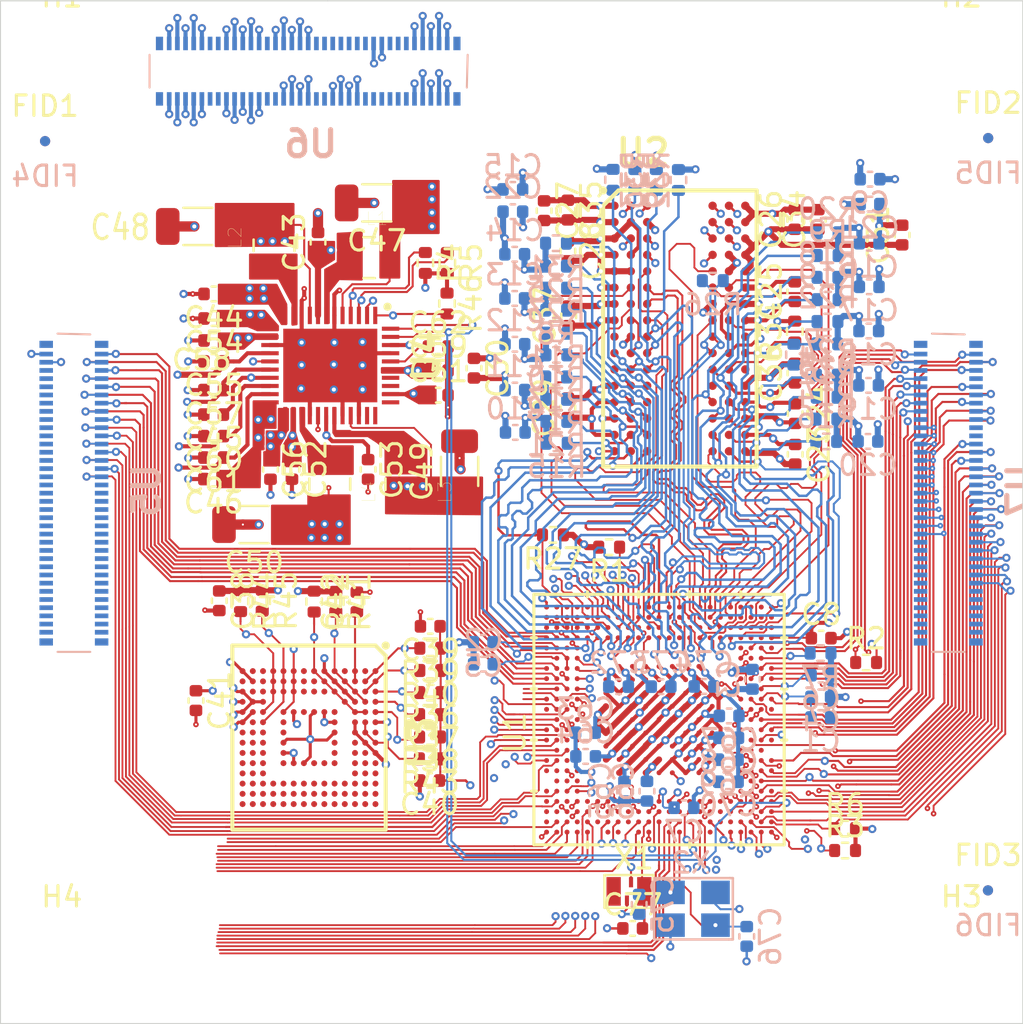
<source format=kicad_pcb>
(kicad_pcb (version 20171130) (host pcbnew "(5.1.10-1-10_14)")
  (layers (0 Top_Layer.Cu signal) (1 Signal_Layer_1.Cu signal) (2 Signal_Layer_2.Cu signal) (3 Signal_Layer_3.Cu signal) (4 Signal_Layer_4.Cu signal) (31 Bottom_Layer.Cu signal) (34 B.Paste user hide) (35 F.Paste user hide) (36 B.SilkS user hide) (37 F.SilkS user hide) (38 B.Mask user hide) (39 F.Mask user hide) (44 Edge.Cuts user))
  (net 0 "")
  (net 1 GND)
  (net 2 MPU_VDDA_1V8_REG)
  (net 3 PMIC_VOUT3_VDD)
  (net 4 PMIC_LDO4_VDD_USB)
  (net 5 "Net-(C5-Pad2)")
  (net 6 "Net-(C6-Pad1)")
  (net 7 "Net-(C7-Pad1)")
  (net 8 PMIC_VREF_DDR)
  (net 9 PMIC_LDO3_VTT_DDR)
  (net 10 PMIC_VOUT2_VDD_DDR)
  (net 11 "Net-(C42-Pad1)")
  (net 12 5V_VIN)
  (net 13 PMIC_VOUT1_VDD_CORE)
  (net 14 PMIC_VOUT4_3V3)
  (net 15 PMIC_LDO1_1V8)
  (net 16 PMIC_LDO5)
  (net 17 PMIC_LDO6_1V0)
  (net 18 "Net-(C62-Pad1)")
  (net 19 "Net-(L1-Pad1)")
  (net 20 "Net-(L2-Pad1)")
  (net 21 "Net-(L3-Pad1)")
  (net 22 "Net-(L4-Pad1)")
  (net 23 "Net-(R1-Pad1)")
  (net 24 I2C1_SCL)
  (net 25 I2C1_SDA)
  (net 26 I2C4_SCL)
  (net 27 I2C4_SDA)
  (net 28 ETH_NRST)
  (net 29 "Net-(R7-Pad1)")
  (net 30 DDR_A0)
  (net 31 DDR_A1)
  (net 32 DDR_A2)
  (net 33 DDR_A3)
  (net 34 DDR_A4)
  (net 35 DDR_A5)
  (net 36 DDR_A6)
  (net 37 DDR_A7)
  (net 38 DDR_A8)
  (net 39 DDR_A9)
  (net 40 DDR_A10)
  (net 41 DDR_A11)
  (net 42 DDR_A12)
  (net 43 DDR_A13)
  (net 44 DDR_A14)
  (net 45 DDR_BA0)
  (net 46 DDR_BA1)
  (net 47 DDR_BA2)
  (net 48 DDR_CLK_P)
  (net 49 DDR_CLK_N)
  (net 50 DDR_RESETN)
  (net 51 DDR_CKE)
  (net 52 DDR_RASN)
  (net 53 DDR_CSN)
  (net 54 DDR_ODT)
  (net 55 DDR_WEN)
  (net 56 DDR_CASN)
  (net 57 "Net-(R34-Pad1)")
  (net 58 SDMMC2_D0)
  (net 59 SDMMC2_D1)
  (net 60 SDMMC2_D2)
  (net 61 SDMMC2_D3)
  (net 62 SDMMC2_D4)
  (net 63 SDMMC2_D5)
  (net 64 SDMMC2_D6)
  (net 65 SDMMC2_D7)
  (net 66 SDMMC2_CMD)
  (net 67 SDMMC2_CK)
  (net 68 NRST)
  (net 69 "Net-(U1-PadA2)")
  (net 70 "Net-(U1-PadA3)")
  (net 71 "Net-(U1-PadA4)")
  (net 72 "Net-(U1-PadA5)")
  (net 73 "Net-(U1-PadA7)")
  (net 74 "Net-(U1-PadA13)")
  (net 75 DSI_CKN)
  (net 76 DSI_D1_N)
  (net 77 JTDO_TRACESWO)
  (net 78 JTDI)
  (net 79 "Net-(U1-PadA21)")
  (net 80 "Net-(U1-PadA22)")
  (net 81 LCD_G4)
  (net 82 LCD_R6)
  (net 83 "Net-(U1-PadB3)")
  (net 84 LCD_B4)
  (net 85 LCD_B3)
  (net 86 "Net-(U1-PadB6)")
  (net 87 "Net-(U1-PadB7)")
  (net 88 STLINK_UART4_RX)
  (net 89 STLINK_UART4_TX)
  (net 90 I2S2_WS)
  (net 91 DSI_TE)
  (net 92 DSI_D0_N)
  (net 93 DSI_CKP)
  (net 94 DSI_D1_P)
  (net 95 NJRST)
  (net 96 JTCK_SWCLK)
  (net 97 "Net-(U1-PadB21)")
  (net 98 "Net-(U1-PadB22)")
  (net 99 "Net-(U1-PadB23)")
  (net 100 LCD_G5)
  (net 101 LCD_R4)
  (net 102 LCD_G3)
  (net 103 "Net-(U1-PadC4)")
  (net 104 LCD_R3)
  (net 105 "Net-(U1-PadC6)")
  (net 106 "Net-(U1-PadC8)")
  (net 107 LCD_G1)
  (net 108 DSI_D0_P)
  (net 109 "Net-(U1-PadC19)")
  (net 110 JTMS_SWDIO)
  (net 111 "Net-(U1-PadC22)")
  (net 112 "Net-(U1-PadC23)")
  (net 113 LCD_G2)
  (net 114 "Net-(U1-PadD2)")
  (net 115 LCD_R7)
  (net 116 LCD_R2)
  (net 117 "Net-(U1-PadD6)")
  (net 118 "Net-(U1-PadD7)")
  (net 119 "Net-(U1-PadD8)")
  (net 120 "Net-(U1-PadD9)")
  (net 121 "Net-(U1-PadD10)")
  (net 122 "Net-(U1-PadD11)")
  (net 123 SDMMC1_CMD)
  (net 124 SDMMC1_CK)
  (net 125 I2S2_CK)
  (net 126 SDMMC1_D2)
  (net 127 SDMMC1_D3)
  (net 128 SDMMC1_D1)
  (net 129 SDMMC1_D0)
  (net 130 DSI_RESET)
  (net 131 "Net-(U1-PadD21)")
  (net 132 "Net-(U1-PadD22)")
  (net 133 "Net-(U1-PadD23)")
  (net 134 I2S2_SDO)
  (net 135 LCD_G7)
  (net 136 LCD_G6)
  (net 137 "Net-(U1-PadE4)")
  (net 138 DDR_DQ3)
  (net 139 DDR_DQ0)
  (net 140 "Net-(U1-PadE23)")
  (net 141 "Net-(U1-PadF2)")
  (net 142 DDR_DQ1)
  (net 143 "Net-(U1-PadG1)")
  (net 144 "Net-(U1-PadG3)")
  (net 145 USART1_CTS)
  (net 146 DDR_DQ7)
  (net 147 DDR_DQS0_P)
  (net 148 DDR_DQS0_N)
  (net 149 "Net-(U1-PadH1)")
  (net 150 LCD_VSYNC)
  (net 151 DDR_DQ2)
  (net 152 DDR_DQ6)
  (net 153 DDR_DQM0)
  (net 154 "Net-(U1-PadJ2)")
  (net 155 "Net-(U1-PadJ3)")
  (net 156 "Net-(U1-PadJ4)")
  (net 157 DDR_DQ4)
  (net 158 DDR_DQ5)
  (net 159 LCD_B0)
  (net 160 PMIC_WAKEUP)
  (net 161 LCD_B7)
  (net 162 LCD_B1)
  (net 163 "Net-(U1-PadK20)")
  (net 164 U_LED_1)
  (net 165 "Net-(U1-PadL4)")
  (net 166 "Net-(U1-PadL21)")
  (net 167 BOOT2)
  (net 168 BOOT0)
  (net 169 "Net-(U1-PadN3)")
  (net 170 BOOT1)
  (net 171 STUSB1600_IRQOUTn)
  (net 172 "Net-(U1-PadP20)")
  (net 173 POWER_ON)
  (net 174 LCD_HSYNC)
  (net 175 "Net-(U1-PadT4)")
  (net 176 DDR_DQ8)
  (net 177 DDR_DQ10)
  (net 178 DDR_DQ13)
  (net 179 "Net-(U1-PadU1)")
  (net 180 LCD_B5)
  (net 181 ANA0)
  (net 182 ANA1)
  (net 183 DDR_DQ9)
  (net 184 "Net-(U1-PadV2)")
  (net 185 "Net-(U1-PadV3)")
  (net 186 DDR_DQM1)
  (net 187 HDMI_INT)
  (net 188 "Net-(U1-PadW2)")
  (net 189 ETH_RXD3)
  (net 190 DDR_DQ11)
  (net 191 DDR_DQ14)
  (net 192 DDR_DQ12)
  (net 193 ETH_TXD3)
  (net 194 ETH_TXD2)
  (net 195 "Net-(U1-PadY3)")
  (net 196 "Net-(U1-PadY5)")
  (net 197 ETH_CLK125)
  (net 198 USART1_TX)
  (net 199 ETH_CLK)
  (net 200 "Net-(U1-PadY9)")
  (net 201 "Net-(U1-PadY10)")
  (net 202 "Net-(U1-PadY11)")
  (net 203 LCD_DE)
  (net 204 "Net-(U1-PadY13)")
  (net 205 HDMI_CEC)
  (net 206 "Net-(U1-PadY15)")
  (net 207 USART1_RX)
  (net 208 HDMI_NRST)
  (net 209 "Net-(U1-PadY19)")
  (net 210 DDR_DQ15)
  (net 211 "Net-(U1-PadY22)")
  (net 212 "Net-(U1-PadY23)")
  (net 213 ETH_TXD1)
  (net 214 ETH_TXD0)
  (net 215 LCD_R1)
  (net 216 ETH_RX_CLK)
  (net 217 ETH_MDC)
  (net 218 "Net-(U1-PadAA9)")
  (net 219 "Net-(U1-PadAA10)")
  (net 220 "Net-(U1-PadAA11)")
  (net 221 SPI5_NSS)
  (net 222 SPI5_MOSI)
  (net 223 DSI_BL_CTRL)
  (net 224 "Net-(U1-PadAA20)")
  (net 225 "Net-(U1-PadAA22)")
  (net 226 "Net-(U1-PadAA23)")
  (net 227 ETH_TX_EN)
  (net 228 ETH_GTX_CLK)
  (net 229 PA0_WKUP)
  (net 230 LCD_R0)
  (net 231 LCD_R5)
  (net 232 ETH_RXD2)
  (net 233 ETH_RXD1)
  (net 234 ETH_RX_DV)
  (net 235 "Net-(U1-PadAB9)")
  (net 236 LCD_B2)
  (net 237 SPI5_SCK)
  (net 238 USB_DM2)
  (net 239 USB_DM1)
  (net 240 USART1_RTS)
  (net 241 "Net-(U1-PadAB20)")
  (net 242 "Net-(U1-PadAB21)")
  (net 243 "Net-(U1-PadAB22)")
  (net 244 "Net-(U1-PadAB23)")
  (net 245 ETH_MDIO)
  (net 246 U_LED_2)
  (net 247 "Net-(U1-PadAC5)")
  (net 248 ETH_RXD0)
  (net 249 ETH_MDINT)
  (net 250 "Net-(U1-PadAC10)")
  (net 251 SPI5_MISO)
  (net 252 "Net-(U1-PadAC13)")
  (net 253 LCD_CLK)
  (net 254 USB_DP2)
  (net 255 USB_DP1)
  (net 256 "Net-(U1-PadAC19)")
  (net 257 "Net-(U1-PadAC21)")
  (net 258 "Net-(U1-PadAC22)")
  (net 259 "Net-(U3-PadA7)")
  (net 260 "Net-(U3-PadA10)")
  (net 261 "Net-(U3-PadA11)")
  (net 262 "Net-(U3-PadA12)")
  (net 263 "Net-(U3-PadA13)")
  (net 264 "Net-(U3-PadA14)")
  (net 265 "Net-(U3-PadB1)")
  (net 266 "Net-(U3-PadB9)")
  (net 267 "Net-(U3-PadB10)")
  (net 268 "Net-(U3-PadB11)")
  (net 269 "Net-(U3-PadB12)")
  (net 270 "Net-(U3-PadB13)")
  (net 271 "Net-(U3-PadB14)")
  (net 272 "Net-(U3-PadC8)")
  (net 273 "Net-(U3-PadC9)")
  (net 274 "Net-(U3-PadC10)")
  (net 275 "Net-(U3-PadC11)")
  (net 276 "Net-(U3-PadC12)")
  (net 277 "Net-(U3-PadC13)")
  (net 278 "Net-(U3-PadC14)")
  (net 279 "Net-(U3-PadD1)")
  (net 280 "Net-(U3-PadD12)")
  (net 281 "Net-(U3-PadD13)")
  (net 282 "Net-(U3-PadD14)")
  (net 283 "Net-(U3-PadE5)")
  (net 284 "Net-(U3-PadE8)")
  (net 285 "Net-(U3-PadE9)")
  (net 286 "Net-(U3-PadE10)")
  (net 287 "Net-(U3-PadE12)")
  (net 288 "Net-(U3-PadE13)")
  (net 289 "Net-(U3-PadE14)")
  (net 290 "Net-(U3-PadF3)")
  (net 291 "Net-(U3-PadF10)")
  (net 292 "Net-(U3-PadF12)")
  (net 293 "Net-(U3-PadF13)")
  (net 294 "Net-(U3-PadF14)")
  (net 295 "Net-(U3-PadG2)")
  (net 296 "Net-(U3-PadG3)")
  (net 297 "Net-(U3-PadG10)")
  (net 298 "Net-(U3-PadG12)")
  (net 299 "Net-(U3-PadG13)")
  (net 300 "Net-(U3-PadG14)")
  (net 301 "Net-(U3-PadH1)")
  (net 302 "Net-(U3-PadH2)")
  (net 303 "Net-(U3-PadH3)")
  (net 304 "Net-(U3-PadH5)")
  (net 305 "Net-(U3-PadH12)")
  (net 306 "Net-(U3-PadH13)")
  (net 307 "Net-(U3-PadH14)")
  (net 308 "Net-(U3-PadJ12)")
  (net 309 "Net-(U3-PadJ13)")
  (net 310 "Net-(U3-PadJ14)")
  (net 311 "Net-(U3-PadK6)")
  (net 312 "Net-(U3-PadK7)")
  (net 313 "Net-(U3-PadK10)")
  (net 314 "Net-(U3-PadK12)")
  (net 315 "Net-(U3-PadK13)")
  (net 316 "Net-(U3-PadK14)")
  (net 317 "Net-(U3-PadL12)")
  (net 318 "Net-(U3-PadL13)")
  (net 319 "Net-(U3-PadL14)")
  (net 320 "Net-(U3-PadM1)")
  (net 321 "Net-(U3-PadM2)")
  (net 322 "Net-(U3-PadM3)")
  (net 323 "Net-(U3-PadM7)")
  (net 324 "Net-(U3-PadM8)")
  (net 325 "Net-(U3-PadM9)")
  (net 326 "Net-(U3-PadM10)")
  (net 327 "Net-(U3-PadM11)")
  (net 328 "Net-(U3-PadM12)")
  (net 329 "Net-(U3-PadM13)")
  (net 330 "Net-(U3-PadM14)")
  (net 331 "Net-(U3-PadN1)")
  (net 332 "Net-(U3-PadN3)")
  (net 333 "Net-(U3-PadN6)")
  (net 334 "Net-(U3-PadN7)")
  (net 335 "Net-(U3-PadN8)")
  (net 336 "Net-(U3-PadN9)")
  (net 337 "Net-(U3-PadN10)")
  (net 338 "Net-(U3-PadN11)")
  (net 339 "Net-(U3-PadN12)")
  (net 340 "Net-(U3-PadN13)")
  (net 341 "Net-(U3-PadN14)")
  (net 342 "Net-(U3-PadP2)")
  (net 343 "Net-(U3-PadP7)")
  (net 344 "Net-(U3-PadP8)")
  (net 345 "Net-(U3-PadP9)")
  (net 346 "Net-(U3-PadP10)")
  (net 347 "Net-(U3-PadP11)")
  (net 348 "Net-(U3-PadP12)")
  (net 349 "Net-(U3-PadP13)")
  (net 350 "Net-(U3-PadP14)")
  (net 351 nPONKEY)
  (net 352 PMIC_LDO2_2V9)
  (net 353 "Net-(U4-Pad33)")
  (net 354 "Net-(U4-Pad34)")
  (net 355 "Net-(U4-Pad35)")
  (net 356 "Net-(U4-Pad37)")
  (net 357 "Net-(U4-Pad38)")
  (net 358 "Net-(U5-Pad1)")
  (net 359 "Net-(U5-Pad2)")
  (net 360 "Net-(U5-Pad3)")
  (net 361 "Net-(U5-Pad4)")
  (net 362 "Net-(U5-Pad5)")
  (net 363 "Net-(U5-Pad6)")
  (net 364 "Net-(U5-Pad7)")
  (net 365 "Net-(U5-Pad8)")
  (net 366 "Net-(U5-Pad9)")
  (net 367 "Net-(U5-Pad10)")
  (net 368 "Net-(U5-Pad11)")
  (net 369 "Net-(U5-Pad12)")
  (net 370 "Net-(U5-Pad13)")
  (net 371 "Net-(U5-Pad14)")
  (net 372 "Net-(U5-Pad15)")
  (net 373 "Net-(U5-Pad16)")
  (net 374 "Net-(U5-Pad17)")
  (net 375 "Net-(U5-Pad18)")
  (net 376 "Net-(U5-Pad19)")
  (net 377 "Net-(U5-Pad20)")
  (net 378 "Net-(U5-Pad21)")
  (net 379 "Net-(U5-Pad22)")
  (net 380 "Net-(U5-Pad23)")
  (net 381 "Net-(U5-Pad24)")
  (net 382 "Net-(U5-Pad25)")
  (net 383 "Net-(U5-Pad26)")
  (net 384 "Net-(U5-Pad27)")
  (net 385 "Net-(U5-Pad28)")
  (net 386 "Net-(U5-Pad29)")
  (net 387 "Net-(U5-Pad30)")
  (net 388 "Net-(U5-Pad31)")
  (net 389 "Net-(U5-Pad32)")
  (net 390 "Net-(U5-Pad33)")
  (net 391 "Net-(U5-Pad34)")
  (net 392 "Net-(U5-Pad35)")
  (net 393 "Net-(U5-Pad36)")
  (net 394 "Net-(U5-Pad37)")
  (net 395 "Net-(U5-Pad38)")
  (net 396 "Net-(U5-Pad39)")
  (net 397 "Net-(U5-Pad41)")
  (net 398 "Net-(U5-Pad43)")
  (net 399 "Net-(U5-Pad45)")
  (net 400 "Net-(U5-Pad47)")
  (net 401 "Net-(U5-Pad49)")
  (net 402 "Net-(U5-Pad51)")
  (net 403 "Net-(U5-Pad53)")
  (net 404 "Net-(U5-Pad55)")
  (net 405 "Net-(U5-Pad57)")
  (net 406 "Net-(U5-Pad59)")
  (net 407 "Net-(U5-Pad61)")
  (net 408 "Net-(U5-Pad63)")
  (net 409 "Net-(U5-Pad65)")
  (net 410 "Net-(U5-Pad67)")
  (net 411 "Net-(U5-Pad69)")
  (net 412 "Net-(U6-Pad11)")
  (net 413 "Net-(U6-Pad12)")
  (net 414 "Net-(U6-Pad13)")
  (net 415 "Net-(U6-Pad14)")
  (net 416 "Net-(U6-Pad25)")
  (net 417 "Net-(U6-Pad26)")
  (net 418 "Net-(U6-Pad28)")
  (net 419 "Net-(U6-Pad37)")
  (net 420 "Net-(U6-Pad38)")
  (net 421 "Net-(U6-Pad39)")
  (net 422 "Net-(U6-Pad40)")
  (net 423 "Net-(U6-Pad41)")
  (net 424 "Net-(U6-Pad43)")
  (net 425 "Net-(U6-Pad45)")
  (net 426 "Net-(U6-Pad47)")
  (net 427 "Net-(U6-Pad49)")
  (net 428 "Net-(U6-Pad50)")
  (net 429 "Net-(U6-Pad52)")
  (net 430 "Net-(U6-Pad54)")
  (net 431 "Net-(U6-Pad55)")
  (net 432 "Net-(U6-Pad56)")
  (net 433 "Net-(U6-Pad57)")
  (net 434 "Net-(U6-Pad58)")
  (net 435 "Net-(U6-Pad59)")
  (net 436 "Net-(U6-Pad60)")
  (net 437 "Net-(U7-Pad1)")
  (net 438 "Net-(U7-Pad2)")
  (net 439 "Net-(U7-Pad3)")
  (net 440 "Net-(U7-Pad4)")
  (net 441 "Net-(U7-Pad5)")
  (net 442 "Net-(U7-Pad6)")
  (net 443 "Net-(U7-Pad7)")
  (net 444 "Net-(U7-Pad8)")
  (net 445 "Net-(U7-Pad9)")
  (net 446 "Net-(U7-Pad10)")
  (net 447 "Net-(U7-Pad11)")
  (net 448 "Net-(U7-Pad12)")
  (net 449 "Net-(U7-Pad13)")
  (net 450 "Net-(U7-Pad15)")
  (net 451 "Net-(U7-Pad17)")
  (net 452 "Net-(U7-Pad19)")
  (net 453 "Net-(U7-Pad21)")
  (net 454 "Net-(U7-Pad23)")
  (net 455 "Net-(U7-Pad50)")
  (net 456 "Net-(U7-Pad52)")
  (net 457 "Net-(U7-Pad53)")
  (net 458 "Net-(U7-Pad64)")
  (net 459 "Net-(X1-Pad1)")
  (net 460 LCD_B6)
  (net 461 DDR_DQS1_P)
  (net 462 DDR_DQS1_N)
  (net 463 DSI_LCD_INT)
  (net 464 "Net-(U1-PadF3)")
  (net 465 U_BUTTON_1)
  (net 466 U_BUTTON_2)
  (net 467 "Net-(U1-PadV4)")
  (net 468 LCD_G0)
  (net 469 "Net-(U1-PadAA18)")
  (net 470 "Net-(C75-Pad2)")
  (net 471 "Net-(C76-Pad2)")
  (net 472 "Net-(C77-Pad2)")
  (module U_Connector:DF40C70DP04V51 (layer Bottom_Layer.Cu) (at 130.05 69.94)
    (fp_text reference U6 (at 0.127 3.556) (layer B.SilkS) (effects (font (size 1.27 1.27) (thickness 0.254)) (justify mirror)))
    (fp_text value "DF40C-70DP-0.4V(51)" hide)
    (pad 1 smd rect (at -6.8 -1.355) (size 0.23 0.66) (layers Bottom_Layer.Cu B.Paste B.Mask) (net 1 GND))
    (pad 2 smd rect (at -6.8 1.355) (size 0.23 0.66) (layers Bottom_Layer.Cu B.Paste B.Mask) (net 12 5V_VIN))
    (pad 3 smd rect (at -6.4 -1.355) (size 0.23 0.66) (layers Bottom_Layer.Cu B.Paste B.Mask) (net 1 GND))
    (pad 4 smd rect (at -6.4 1.355) (size 0.23 0.66) (layers Bottom_Layer.Cu B.Paste B.Mask) (net 12 5V_VIN))
    (pad 5 smd rect (at -6 -1.355) (size 0.23 0.66) (layers Bottom_Layer.Cu B.Paste B.Mask) (net 1 GND))
    (pad 6 smd rect (at -6 1.355) (size 0.23 0.66) (layers Bottom_Layer.Cu B.Paste B.Mask) (net 12 5V_VIN))
    (pad 7 smd rect (at -5.6 -1.355) (size 0.23 0.66) (layers Bottom_Layer.Cu B.Paste B.Mask) (net 1 GND))
    (pad 8 smd rect (at -5.6 1.355) (size 0.23 0.66) (layers Bottom_Layer.Cu B.Paste B.Mask) (net 12 5V_VIN))
    (pad 9 smd rect (at -5.2 -1.355) (size 0.23 0.66) (layers Bottom_Layer.Cu B.Paste B.Mask) (net 1 GND))
    (pad 10 smd rect (at -5.2 1.355) (size 0.23 0.66) (layers Bottom_Layer.Cu B.Paste B.Mask) (net 12 5V_VIN))
    (pad 11 smd rect (at -4.8 -1.355) (size 0.23 0.66) (layers Bottom_Layer.Cu B.Paste B.Mask) (net 412 "Net-(U6-Pad11)"))
    (pad 12 smd rect (at -4.8 1.355) (size 0.23 0.66) (layers Bottom_Layer.Cu B.Paste B.Mask) (net 413 "Net-(U6-Pad12)"))
    (pad 13 smd rect (at -4.4 -1.355) (size 0.23 0.66) (layers Bottom_Layer.Cu B.Paste B.Mask) (net 414 "Net-(U6-Pad13)"))
    (pad 14 smd rect (at -4.4 1.355) (size 0.23 0.66) (layers Bottom_Layer.Cu B.Paste B.Mask) (net 415 "Net-(U6-Pad14)"))
    (pad 15 smd rect (at -4 -1.355) (size 0.23 0.66) (layers Bottom_Layer.Cu B.Paste B.Mask) (net 3 PMIC_VOUT3_VDD))
    (pad 16 smd rect (at -4 1.355) (size 0.23 0.66) (layers Bottom_Layer.Cu B.Paste B.Mask) (net 15 PMIC_LDO1_1V8))
    (pad 17 smd rect (at -3.6 -1.355) (size 0.23 0.66) (layers Bottom_Layer.Cu B.Paste B.Mask) (net 3 PMIC_VOUT3_VDD))
    (pad 18 smd rect (at -3.6 1.355) (size 0.23 0.66) (layers Bottom_Layer.Cu B.Paste B.Mask) (net 15 PMIC_LDO1_1V8))
    (pad 19 smd rect (at -3.2 -1.355) (size 0.23 0.66) (layers Bottom_Layer.Cu B.Paste B.Mask) (net 3 PMIC_VOUT3_VDD))
    (pad 20 smd rect (at -3.2 1.355) (size 0.23 0.66) (layers Bottom_Layer.Cu B.Paste B.Mask) (net 15 PMIC_LDO1_1V8))
    (pad 21 smd rect (at -2.8 -1.355) (size 0.23 0.66) (layers Bottom_Layer.Cu B.Paste B.Mask) (net 3 PMIC_VOUT3_VDD))
    (pad 22 smd rect (at -2.8 1.355) (size 0.23 0.66) (layers Bottom_Layer.Cu B.Paste B.Mask) (net 15 PMIC_LDO1_1V8))
    (pad 23 smd rect (at -2.4 -1.355) (size 0.23 0.66) (layers Bottom_Layer.Cu B.Paste B.Mask) (net 3 PMIC_VOUT3_VDD))
    (pad 24 smd rect (at -2.4 1.355) (size 0.23 0.66) (layers Bottom_Layer.Cu B.Paste B.Mask) (net 15 PMIC_LDO1_1V8))
    (pad 25 smd rect (at -2 -1.355) (size 0.23 0.66) (layers Bottom_Layer.Cu B.Paste B.Mask) (net 416 "Net-(U6-Pad25)"))
    (pad 26 smd rect (at -2 1.355) (size 0.23 0.66) (layers Bottom_Layer.Cu B.Paste B.Mask) (net 417 "Net-(U6-Pad26)"))
    (pad 27 smd rect (at -1.6 -1.355) (size 0.23 0.66) (layers Bottom_Layer.Cu B.Paste B.Mask) (net 14 PMIC_VOUT4_3V3))
    (pad 28 smd rect (at -1.6 1.355) (size 0.23 0.66) (layers Bottom_Layer.Cu B.Paste B.Mask) (net 418 "Net-(U6-Pad28)"))
    (pad 29 smd rect (at -1.2 -1.355) (size 0.23 0.66) (layers Bottom_Layer.Cu B.Paste B.Mask) (net 14 PMIC_VOUT4_3V3))
    (pad 30 smd rect (at -1.2 1.355) (size 0.23 0.66) (layers Bottom_Layer.Cu B.Paste B.Mask) (net 352 PMIC_LDO2_2V9))
    (pad 31 smd rect (at -0.8 -1.355) (size 0.23 0.66) (layers Bottom_Layer.Cu B.Paste B.Mask) (net 14 PMIC_VOUT4_3V3))
    (pad 32 smd rect (at -0.8 1.355) (size 0.23 0.66) (layers Bottom_Layer.Cu B.Paste B.Mask) (net 352 PMIC_LDO2_2V9))
    (pad 33 smd rect (at -0.4 -1.355) (size 0.23 0.66) (layers Bottom_Layer.Cu B.Paste B.Mask) (net 14 PMIC_VOUT4_3V3))
    (pad 34 smd rect (at -0.4 1.355) (size 0.23 0.66) (layers Bottom_Layer.Cu B.Paste B.Mask) (net 352 PMIC_LDO2_2V9))
    (pad 35 smd rect (at 0 -1.355) (size 0.23 0.66) (layers Bottom_Layer.Cu B.Paste B.Mask) (net 14 PMIC_VOUT4_3V3))
    (pad 36 smd rect (at 0 1.355) (size 0.23 0.66) (layers Bottom_Layer.Cu B.Paste B.Mask) (net 352 PMIC_LDO2_2V9))
    (pad 37 smd rect (at 0.4 -1.355) (size 0.23 0.66) (layers Bottom_Layer.Cu B.Paste B.Mask) (net 419 "Net-(U6-Pad37)"))
    (pad 38 smd rect (at 0.4 1.355) (size 0.23 0.66) (layers Bottom_Layer.Cu B.Paste B.Mask) (net 420 "Net-(U6-Pad38)"))
    (pad 39 smd rect (at 0.8 -1.355) (size 0.23 0.66) (layers Bottom_Layer.Cu B.Paste B.Mask) (net 421 "Net-(U6-Pad39)"))
    (pad 40 smd rect (at 0.8 1.355) (size 0.23 0.66) (layers Bottom_Layer.Cu B.Paste B.Mask) (net 422 "Net-(U6-Pad40)"))
    (pad 41 smd rect (at 1.2 -1.355) (size 0.23 0.66) (layers Bottom_Layer.Cu B.Paste B.Mask) (net 423 "Net-(U6-Pad41)"))
    (pad 42 smd rect (at 1.2 1.355) (size 0.23 0.66) (layers Bottom_Layer.Cu B.Paste B.Mask) (net 17 PMIC_LDO6_1V0))
    (pad 43 smd rect (at 1.6 -1.355) (size 0.23 0.66) (layers Bottom_Layer.Cu B.Paste B.Mask) (net 424 "Net-(U6-Pad43)"))
    (pad 44 smd rect (at 1.6 1.355) (size 0.23 0.66) (layers Bottom_Layer.Cu B.Paste B.Mask) (net 17 PMIC_LDO6_1V0))
    (pad 45 smd rect (at 2 -1.355) (size 0.23 0.66) (layers Bottom_Layer.Cu B.Paste B.Mask) (net 425 "Net-(U6-Pad45)"))
    (pad 46 smd rect (at 2 1.355) (size 0.23 0.66) (layers Bottom_Layer.Cu B.Paste B.Mask) (net 17 PMIC_LDO6_1V0))
    (pad 47 smd rect (at 2.4 -1.355) (size 0.23 0.66) (layers Bottom_Layer.Cu B.Paste B.Mask) (net 426 "Net-(U6-Pad47)"))
    (pad 48 smd rect (at 2.4 1.355) (size 0.23 0.66) (layers Bottom_Layer.Cu B.Paste B.Mask) (net 17 PMIC_LDO6_1V0))
    (pad 49 smd rect (at 2.8 -1.355) (size 0.23 0.66) (layers Bottom_Layer.Cu B.Paste B.Mask) (net 427 "Net-(U6-Pad49)"))
    (pad 50 smd rect (at 2.8 1.355) (size 0.23 0.66) (layers Bottom_Layer.Cu B.Paste B.Mask) (net 428 "Net-(U6-Pad50)"))
    (pad 51 smd rect (at 3.2 -1.355) (size 0.23 0.66) (layers Bottom_Layer.Cu B.Paste B.Mask) (net 16 PMIC_LDO5))
    (pad 52 smd rect (at 3.2 1.355) (size 0.23 0.66) (layers Bottom_Layer.Cu B.Paste B.Mask) (net 429 "Net-(U6-Pad52)"))
    (pad 53 smd rect (at 3.6 -1.355) (size 0.23 0.66) (layers Bottom_Layer.Cu B.Paste B.Mask) (net 16 PMIC_LDO5))
    (pad 54 smd rect (at 3.6 1.355) (size 0.23 0.66) (layers Bottom_Layer.Cu B.Paste B.Mask) (net 430 "Net-(U6-Pad54)"))
    (pad 55 smd rect (at 4 -1.355) (size 0.23 0.66) (layers Bottom_Layer.Cu B.Paste B.Mask) (net 431 "Net-(U6-Pad55)"))
    (pad 56 smd rect (at 4 1.355) (size 0.23 0.66) (layers Bottom_Layer.Cu B.Paste B.Mask) (net 432 "Net-(U6-Pad56)"))
    (pad 57 smd rect (at 4.4 -1.355) (size 0.23 0.66) (layers Bottom_Layer.Cu B.Paste B.Mask) (net 433 "Net-(U6-Pad57)"))
    (pad 58 smd rect (at 4.4 1.355) (size 0.23 0.66) (layers Bottom_Layer.Cu B.Paste B.Mask) (net 434 "Net-(U6-Pad58)"))
    (pad 59 smd rect (at 4.8 -1.355) (size 0.23 0.66) (layers Bottom_Layer.Cu B.Paste B.Mask) (net 435 "Net-(U6-Pad59)"))
    (pad 60 smd rect (at 4.8 1.355) (size 0.23 0.66) (layers Bottom_Layer.Cu B.Paste B.Mask) (net 436 "Net-(U6-Pad60)"))
    (pad 61 smd rect (at 5.2 -1.355) (size 0.23 0.66) (layers Bottom_Layer.Cu B.Paste B.Mask) (net 1 GND))
    (pad 62 smd rect (at 5.2 1.355) (size 0.23 0.66) (layers Bottom_Layer.Cu B.Paste B.Mask) (net 1 GND))
    (pad 63 smd rect (at 5.6 -1.355) (size 0.23 0.66) (layers Bottom_Layer.Cu B.Paste B.Mask) (net 1 GND))
    (pad 64 smd rect (at 5.6 1.355) (size 0.23 0.66) (layers Bottom_Layer.Cu B.Paste B.Mask) (net 1 GND))
    (pad 65 smd rect (at 6 -1.355) (size 0.23 0.66) (layers Bottom_Layer.Cu B.Paste B.Mask) (net 1 GND))
    (pad 66 smd rect (at 6 1.355) (size 0.23 0.66) (layers Bottom_Layer.Cu B.Paste B.Mask) (net 1 GND))
    (pad 67 smd rect (at 6.4 -1.355) (size 0.23 0.66) (layers Bottom_Layer.Cu B.Paste B.Mask) (net 1 GND))
    (pad 68 smd rect (at 6.4 1.355) (size 0.23 0.66) (layers Bottom_Layer.Cu B.Paste B.Mask) (net 1 GND))
    (pad 69 smd rect (at 6.8 -1.355) (size 0.23 0.66) (layers Bottom_Layer.Cu B.Paste B.Mask) (net 1 GND))
    (pad 70 smd rect (at 6.8 1.355) (size 0.23 0.66) (layers Bottom_Layer.Cu B.Paste B.Mask) (net 1 GND))
    (pad MP1 smd rect (at 7.275 -1.355) (size 0.35 0.66) (layers Bottom_Layer.Cu B.Paste B.Mask))
    (pad MP2 smd rect (at 7.275 1.355) (size 0.35 0.66) (layers Bottom_Layer.Cu B.Paste B.Mask))
    (pad MP3 smd rect (at -7.275 1.355) (size 0.35 0.66) (layers Bottom_Layer.Cu B.Paste B.Mask))
    (pad MP4 smd rect (at -7.275 -1.355) (size 0.35 0.66) (layers Bottom_Layer.Cu B.Paste B.Mask))
  )
  (module Capacitor_SMD:C_0402_1005Metric (layer Bottom_Layer.Cu) (at 155.12 100.53)
    (fp_text reference C4 (at 0 1.16) (layer B.SilkS) (effects (justify mirror)))
    (fp_text value 100nF)
    (pad 2 smd roundrect (at 0.48 0) (size 0.56 0.62) (layers Bottom_Layer.Cu B.Paste B.Mask) (net 1 GND))
    (pad 1 smd roundrect (at -0.48 0) (size 0.56 0.62) (layers Bottom_Layer.Cu B.Paste B.Mask) (net 2 MPU_VDDA_1V8_REG))
  )
  (module Capacitor_SMD:C_0402_1005Metric (layer Bottom_Layer.Cu) (at 151.5 112.24 90)
    (fp_text reference C76 (at 0 1.16 90) (layer B.SilkS) (effects (justify mirror)))
    (fp_text value 10pF)
    (pad 1 smd roundrect (at -0.48 0 90) (size 0.56 0.62) (layers Bottom_Layer.Cu B.Paste B.Mask) (net 1 GND))
    (pad 2 smd roundrect (at 0.48 0 90) (size 0.56 0.62) (layers Bottom_Layer.Cu B.Paste B.Mask) (net 471 "Net-(C76-Pad2)"))
  )
  (module Capacitor_SMD:C_0402_1005Metric (layer Top_Layer.Cu) (at 145.92 111.85)
    (fp_text reference C77 (at 0 -1.16) (layer F.SilkS))
    (fp_text value 10pF)
    (pad 2 smd roundrect (at 0.48 0) (size 0.56 0.62) (layers Top_Layer.Cu F.Paste F.Mask) (net 472 "Net-(C77-Pad2)"))
    (pad 1 smd roundrect (at -0.48 0) (size 0.56 0.62) (layers Top_Layer.Cu F.Paste F.Mask) (net 1 GND))
  )
  (module Capacitor_SMD:C_0402_1005Metric (layer Bottom_Layer.Cu) (at 146.24 110.67 90)
    (fp_text reference C75 (at 0 1.16 90) (layer B.SilkS) (effects (justify mirror)))
    (fp_text value 10pF)
    (pad 2 smd roundrect (at 0.48 0 90) (size 0.56 0.62) (layers Bottom_Layer.Cu B.Paste B.Mask) (net 470 "Net-(C75-Pad2)"))
    (pad 1 smd roundrect (at -0.48 0 90) (size 0.56 0.62) (layers Bottom_Layer.Cu B.Paste B.Mask) (net 1 GND))
  )
  (module Capacitor_SMD:C_0402_1005Metric (layer Bottom_Layer.Cu) (at 149.41 100.02 180)
    (fp_text reference C74 (at 0 1.16) (layer B.SilkS) (effects (justify mirror)))
    (fp_text value 1uF)
    (pad 2 smd roundrect (at 0.48 0 180) (size 0.56 0.62) (layers Bottom_Layer.Cu B.Paste B.Mask) (net 1 GND))
    (pad 1 smd roundrect (at -0.48 0 180) (size 0.56 0.62) (layers Bottom_Layer.Cu B.Paste B.Mask) (net 10 PMIC_VOUT2_VDD_DDR))
  )
  (module Capacitor_SMD:C_0402_1005Metric (layer Bottom_Layer.Cu) (at 147.31 100.03 180)
    (fp_text reference C73 (at 0 1.16) (layer B.SilkS) (effects (justify mirror)))
    (fp_text value 1uF)
    (pad 2 smd roundrect (at 0.48 0 180) (size 0.56 0.62) (layers Bottom_Layer.Cu B.Paste B.Mask) (net 1 GND))
    (pad 1 smd roundrect (at -0.48 0 180) (size 0.56 0.62) (layers Bottom_Layer.Cu B.Paste B.Mask) (net 10 PMIC_VOUT2_VDD_DDR))
  )
  (module Capacitor_SMD:C_0402_1005Metric (layer Bottom_Layer.Cu) (at 145.23 100.03 180)
    (fp_text reference C72 (at 0 1.16) (layer B.SilkS) (effects (justify mirror)))
    (fp_text value 1uF)
    (pad 2 smd roundrect (at 0.48 0 180) (size 0.56 0.62) (layers Bottom_Layer.Cu B.Paste B.Mask) (net 1 GND))
    (pad 1 smd roundrect (at -0.48 0 180) (size 0.56 0.62) (layers Bottom_Layer.Cu B.Paste B.Mask) (net 10 PMIC_VOUT2_VDD_DDR))
  )
  (module Capacitor_SMD:C_0402_1005Metric (layer Bottom_Layer.Cu) (at 150.6 104.68)
    (fp_text reference C70 (at 0 1.16) (layer B.SilkS) (effects (justify mirror)))
    (fp_text value 1uF)
    (pad 2 smd roundrect (at 0.48 0) (size 0.56 0.62) (layers Bottom_Layer.Cu B.Paste B.Mask) (net 1 GND))
    (pad 1 smd roundrect (at -0.48 0) (size 0.56 0.62) (layers Bottom_Layer.Cu B.Paste B.Mask) (net 3 PMIC_VOUT3_VDD))
  )
  (module Capacitor_SMD:C_0402_1005Metric (layer Bottom_Layer.Cu) (at 150.6 103.6)
    (fp_text reference C69 (at 0 1.16) (layer B.SilkS) (effects (justify mirror)))
    (fp_text value 1uF)
    (pad 2 smd roundrect (at 0.48 0) (size 0.56 0.62) (layers Bottom_Layer.Cu B.Paste B.Mask) (net 1 GND))
    (pad 1 smd roundrect (at -0.48 0) (size 0.56 0.62) (layers Bottom_Layer.Cu B.Paste B.Mask) (net 3 PMIC_VOUT3_VDD))
  )
  (module Capacitor_SMD:C_0402_1005Metric (layer Bottom_Layer.Cu) (at 150.62 102.53)
    (fp_text reference C68 (at 0 1.16) (layer B.SilkS) (effects (justify mirror)))
    (fp_text value 1uF)
    (pad 2 smd roundrect (at 0.48 0) (size 0.56 0.62) (layers Bottom_Layer.Cu B.Paste B.Mask) (net 1 GND))
    (pad 1 smd roundrect (at -0.48 0) (size 0.56 0.62) (layers Bottom_Layer.Cu B.Paste B.Mask) (net 3 PMIC_VOUT3_VDD))
  )
  (module Capacitor_SMD:C_0402_1005Metric (layer Bottom_Layer.Cu) (at 150.64 101.46)
    (fp_text reference C67 (at 0 1.16) (layer B.SilkS) (effects (justify mirror)))
    (fp_text value 1uF)
    (pad 2 smd roundrect (at 0.48 0) (size 0.56 0.62) (layers Bottom_Layer.Cu B.Paste B.Mask) (net 1 GND))
    (pad 1 smd roundrect (at -0.48 0) (size 0.56 0.62) (layers Bottom_Layer.Cu B.Paste B.Mask) (net 3 PMIC_VOUT3_VDD))
  )
  (module Capacitor_SMD:C_0402_1005Metric (layer Bottom_Layer.Cu) (at 146.62 105.14 270)
    (fp_text reference C66 (at 0 1.16 90) (layer B.SilkS) (effects (justify mirror)))
    (fp_text value 1uF)
    (pad 2 smd roundrect (at 0.48 0 270) (size 0.56 0.62) (layers Bottom_Layer.Cu B.Paste B.Mask) (net 1 GND))
    (pad 1 smd roundrect (at -0.48 0 270) (size 0.56 0.62) (layers Bottom_Layer.Cu B.Paste B.Mask) (net 13 PMIC_VOUT1_VDD_CORE))
  )
  (module Capacitor_SMD:C_0402_1005Metric (layer Bottom_Layer.Cu) (at 145.52 105.14 270)
    (fp_text reference C65 (at 0 1.16 90) (layer B.SilkS) (effects (justify mirror)))
    (fp_text value 1uF)
    (pad 2 smd roundrect (at 0.48 0 270) (size 0.56 0.62) (layers Bottom_Layer.Cu B.Paste B.Mask) (net 1 GND))
    (pad 1 smd roundrect (at -0.48 0 270) (size 0.56 0.62) (layers Bottom_Layer.Cu B.Paste B.Mask) (net 13 PMIC_VOUT1_VDD_CORE))
  )
  (module Capacitor_SMD:C_0402_1005Metric (layer Bottom_Layer.Cu) (at 143.62 103.44 180)
    (fp_text reference C64 (at 0 1.16) (layer B.SilkS) (effects (justify mirror)))
    (fp_text value 1uF)
    (pad 2 smd roundrect (at 0.48 0 180) (size 0.56 0.62) (layers Bottom_Layer.Cu B.Paste B.Mask) (net 1 GND))
    (pad 1 smd roundrect (at -0.48 0 180) (size 0.56 0.62) (layers Bottom_Layer.Cu B.Paste B.Mask) (net 13 PMIC_VOUT1_VDD_CORE))
  )
  (module Capacitor_SMD:C_0402_1005Metric (layer Bottom_Layer.Cu) (at 143.61 102.28 180)
    (fp_text reference C63 (at 0 1.16) (layer B.SilkS) (effects (justify mirror)))
    (fp_text value 1uF)
    (pad 1 smd roundrect (at -0.48 0 180) (size 0.56 0.62) (layers Bottom_Layer.Cu B.Paste B.Mask) (net 13 PMIC_VOUT1_VDD_CORE))
    (pad 2 smd roundrect (at 0.48 0 180) (size 0.56 0.62) (layers Bottom_Layer.Cu B.Paste B.Mask) (net 1 GND))
  )
  (module Fiducial:Fiducial_0.5mm_Mask1.5mm (layer Bottom_Layer.Cu) (at 163.3 109.99)
    (fp_text reference FID6 (at 0 1.7145) (layer B.SilkS) (effects (justify mirror)))
    (fp_text value Fiducial)
    (pad "" smd circle (at 0 0) (size 0.5 0.5) (layers Bottom_Layer.Cu B.Mask) (clearance 0.5))
  )
  (module Fiducial:Fiducial_0.5mm_Mask1.5mm (layer Bottom_Layer.Cu) (at 163.31 73.21)
    (fp_text reference FID5 (at 0 1.7145) (layer B.SilkS) (effects (justify mirror)))
    (fp_text value Fiducial)
    (pad "" smd circle (at 0 0) (size 0.5 0.5) (layers Bottom_Layer.Cu B.Mask) (clearance 0.5))
  )
  (module Fiducial:Fiducial_0.5mm_Mask1.5mm (layer Bottom_Layer.Cu) (at 117.18 73.36)
    (fp_text reference FID4 (at 0 1.7145) (layer B.SilkS) (effects (justify mirror)))
    (fp_text value Fiducial)
    (pad "" smd circle (at 0 0) (size 0.5 0.5) (layers Bottom_Layer.Cu B.Mask) (clearance 0.5))
  )
  (module MountingHole:MountingHole_2.2mm_M2 (layer Top_Layer.Cu) (at 118 113.5)
    (fp_text reference H4 (at 0 -3.2) (layer F.SilkS))
    (fp_text value MountingHole_Pad)
    (pad 1 np_thru_hole circle (at 0 0) (size 2.2 2.2) (drill 2.2) (layers *.Cu *.Mask))
  )
  (module MountingHole:MountingHole_2.2mm_M2 (layer Top_Layer.Cu) (at 162 113.5)
    (fp_text reference H3 (at 0 -3.2) (layer F.SilkS))
    (fp_text value MountingHole_Pad)
    (pad 1 np_thru_hole circle (at 0 0) (size 2.2 2.2) (drill 2.2) (layers *.Cu *.Mask))
  )
  (module MountingHole:MountingHole_2.2mm_M2 (layer Top_Layer.Cu) (at 162 69.5)
    (fp_text reference H2 (at 0 -3.2) (layer F.SilkS))
    (fp_text value MountingHole_Pad)
    (pad 1 np_thru_hole circle (at 0 0) (size 2.2 2.2) (drill 2.2) (layers *.Cu *.Mask))
  )
  (module MountingHole:MountingHole_2.2mm_M2 (layer Top_Layer.Cu) (at 118 69.5)
    (fp_text reference H1 (at 0 -3.2) (layer F.SilkS))
    (fp_text value MountingHole_Pad)
    (pad 1 np_thru_hole circle (at 0 0) (size 2.2 2.2) (drill 2.2) (layers *.Cu *.Mask))
  )
  (module Fiducial:Fiducial_0.5mm_Mask1.5mm (layer Top_Layer.Cu) (at 163.3 109.99)
    (fp_text reference FID3 (at 0 -1.7145) (layer F.SilkS))
    (fp_text value Fiducial)
    (pad "" smd circle (at 0 0) (size 0.5 0.5) (layers Top_Layer.Cu F.Mask) (clearance 0.5))
  )
  (module Fiducial:Fiducial_0.5mm_Mask1.5mm (layer Top_Layer.Cu) (at 163.31 73.21)
    (fp_text reference FID2 (at 0 -1.7145) (layer F.SilkS))
    (fp_text value Fiducial)
    (pad "" smd circle (at 0 0) (size 0.5 0.5) (layers Top_Layer.Cu F.Mask) (clearance 0.5))
  )
  (module Fiducial:Fiducial_0.5mm_Mask1.5mm (layer Top_Layer.Cu) (at 117.18 73.36)
    (fp_text reference FID1 (at 0 -1.7145) (layer F.SilkS))
    (fp_text value Fiducial)
    (pad "" smd circle (at 0 0) (size 0.5 0.5) (layers Top_Layer.Cu F.Mask) (clearance 0.5))
  )
  (module U_Package_BGA:AS4C256M16D3LC-12BCN (layer Top_Layer.Cu) (at 148.23 82.52)
    (fp_text reference U2 (at -1.8 -8.6) (layer F.SilkS) (effects (font (size 1.27 1.27) (thickness 0.254))))
    (fp_text value AS4C256M16D3LC-12BCN hide)
    (pad A1 smd circle (at -3.2 -6 90) (size 0.41 0.41) (layers Top_Layer.Cu F.Paste F.Mask) (net 10 PMIC_VOUT2_VDD_DDR))
    (pad A2 smd circle (at -2.4 -6 90) (size 0.41 0.41) (layers Top_Layer.Cu F.Paste F.Mask) (net 139 DDR_DQ0))
    (pad A3 smd circle (at -1.6 -6 90) (size 0.41 0.41) (layers Top_Layer.Cu F.Paste F.Mask) (net 146 DDR_DQ7))
    (pad A7 smd circle (at 1.6 -6 90) (size 0.41 0.41) (layers Top_Layer.Cu F.Paste F.Mask) (net 151 DDR_DQ2))
    (pad A8 smd circle (at 2.4 -6 90) (size 0.41 0.41) (layers Top_Layer.Cu F.Paste F.Mask) (net 10 PMIC_VOUT2_VDD_DDR))
    (pad A9 smd circle (at 3.2 -6 90) (size 0.41 0.41) (layers Top_Layer.Cu F.Paste F.Mask) (net 1 GND))
    (pad B1 smd circle (at -3.2 -5.2 90) (size 0.41 0.41) (layers Top_Layer.Cu F.Paste F.Mask) (net 1 GND))
    (pad B2 smd circle (at -2.4 -5.2 90) (size 0.41 0.41) (layers Top_Layer.Cu F.Paste F.Mask) (net 10 PMIC_VOUT2_VDD_DDR))
    (pad B3 smd circle (at -1.6 -5.2 90) (size 0.41 0.41) (layers Top_Layer.Cu F.Paste F.Mask) (net 1 GND))
    (pad B7 smd circle (at 1.6 -5.2 90) (size 0.41 0.41) (layers Top_Layer.Cu F.Paste F.Mask) (net 148 DDR_DQS0_N))
    (pad B8 smd circle (at 2.4 -5.2 90) (size 0.41 0.41) (layers Top_Layer.Cu F.Paste F.Mask) (net 157 DDR_DQ4))
    (pad B9 smd circle (at 3.2 -5.2 90) (size 0.41 0.41) (layers Top_Layer.Cu F.Paste F.Mask) (net 1 GND))
    (pad C1 smd circle (at -3.2 -4.4 90) (size 0.41 0.41) (layers Top_Layer.Cu F.Paste F.Mask) (net 10 PMIC_VOUT2_VDD_DDR))
    (pad C2 smd circle (at -2.4 -4.4 90) (size 0.41 0.41) (layers Top_Layer.Cu F.Paste F.Mask) (net 138 DDR_DQ3))
    (pad C3 smd circle (at -1.6 -4.4 90) (size 0.41 0.41) (layers Top_Layer.Cu F.Paste F.Mask) (net 142 DDR_DQ1))
    (pad C7 smd circle (at 1.6 -4.4 90) (size 0.41 0.41) (layers Top_Layer.Cu F.Paste F.Mask) (net 147 DDR_DQS0_P))
    (pad C8 smd circle (at 2.4 -4.4 90) (size 0.41 0.41) (layers Top_Layer.Cu F.Paste F.Mask) (net 158 DDR_DQ5))
    (pad C9 smd circle (at 3.2 -4.4 90) (size 0.41 0.41) (layers Top_Layer.Cu F.Paste F.Mask) (net 10 PMIC_VOUT2_VDD_DDR))
    (pad D1 smd circle (at -3.2 -3.6 90) (size 0.41 0.41) (layers Top_Layer.Cu F.Paste F.Mask) (net 1 GND))
    (pad D2 smd circle (at -2.4 -3.6 90) (size 0.41 0.41) (layers Top_Layer.Cu F.Paste F.Mask) (net 10 PMIC_VOUT2_VDD_DDR))
    (pad D3 smd circle (at -1.6 -3.6 90) (size 0.41 0.41) (layers Top_Layer.Cu F.Paste F.Mask) (net 153 DDR_DQM0))
    (pad D7 smd circle (at 1.6 -3.6 90) (size 0.41 0.41) (layers Top_Layer.Cu F.Paste F.Mask) (net 152 DDR_DQ6))
    (pad D8 smd circle (at 2.4 -3.6 90) (size 0.41 0.41) (layers Top_Layer.Cu F.Paste F.Mask) (net 1 GND))
    (pad D9 smd circle (at 3.2 -3.6 90) (size 0.41 0.41) (layers Top_Layer.Cu F.Paste F.Mask) (net 10 PMIC_VOUT2_VDD_DDR))
    (pad E1 smd circle (at -3.2 -2.8 90) (size 0.41 0.41) (layers Top_Layer.Cu F.Paste F.Mask) (net 1 GND))
    (pad E2 smd circle (at -2.4 -2.8 90) (size 0.41 0.41) (layers Top_Layer.Cu F.Paste F.Mask) (net 1 GND))
    (pad E3 smd circle (at -1.6 -2.8 90) (size 0.41 0.41) (layers Top_Layer.Cu F.Paste F.Mask) (net 183 DDR_DQ9))
    (pad E7 smd circle (at 1.6 -2.8 90) (size 0.41 0.41) (layers Top_Layer.Cu F.Paste F.Mask) (net 186 DDR_DQM1))
    (pad E8 smd circle (at 2.4 -2.8 90) (size 0.41 0.41) (layers Top_Layer.Cu F.Paste F.Mask) (net 1 GND))
    (pad E9 smd circle (at 3.2 -2.8 90) (size 0.41 0.41) (layers Top_Layer.Cu F.Paste F.Mask) (net 10 PMIC_VOUT2_VDD_DDR))
    (pad F1 smd circle (at -3.2 -2 90) (size 0.41 0.41) (layers Top_Layer.Cu F.Paste F.Mask) (net 10 PMIC_VOUT2_VDD_DDR))
    (pad F2 smd circle (at -2.4 -2 90) (size 0.41 0.41) (layers Top_Layer.Cu F.Paste F.Mask) (net 176 DDR_DQ8))
    (pad F3 smd circle (at -1.6 -2 90) (size 0.41 0.41) (layers Top_Layer.Cu F.Paste F.Mask) (net 461 DDR_DQS1_P))
    (pad F7 smd circle (at 1.6 -2 90) (size 0.41 0.41) (layers Top_Layer.Cu F.Paste F.Mask) (net 190 DDR_DQ11))
    (pad F8 smd circle (at 2.4 -2 90) (size 0.41 0.41) (layers Top_Layer.Cu F.Paste F.Mask) (net 210 DDR_DQ15))
    (pad F9 smd circle (at 3.2 -2 90) (size 0.41 0.41) (layers Top_Layer.Cu F.Paste F.Mask) (net 1 GND))
    (pad G1 smd circle (at -3.2 -1.2 90) (size 0.41 0.41) (layers Top_Layer.Cu F.Paste F.Mask) (net 1 GND))
    (pad G2 smd circle (at -2.4 -1.2 90) (size 0.41 0.41) (layers Top_Layer.Cu F.Paste F.Mask) (net 177 DDR_DQ10))
    (pad G3 smd circle (at -1.6 -1.2 90) (size 0.41 0.41) (layers Top_Layer.Cu F.Paste F.Mask) (net 462 DDR_DQS1_N))
    (pad G7 smd circle (at 1.6 -1.2 90) (size 0.41 0.41) (layers Top_Layer.Cu F.Paste F.Mask) (net 10 PMIC_VOUT2_VDD_DDR))
    (pad G8 smd circle (at 2.4 -1.2 90) (size 0.41 0.41) (layers Top_Layer.Cu F.Paste F.Mask) (net 1 GND))
    (pad G9 smd circle (at 3.2 -1.2 90) (size 0.41 0.41) (layers Top_Layer.Cu F.Paste F.Mask) (net 1 GND))
    (pad H1 smd circle (at -3.2 -0.4 90) (size 0.41 0.41) (layers Top_Layer.Cu F.Paste F.Mask) (net 8 PMIC_VREF_DDR))
    (pad H2 smd circle (at -2.4 -0.4 90) (size 0.41 0.41) (layers Top_Layer.Cu F.Paste F.Mask) (net 10 PMIC_VOUT2_VDD_DDR))
    (pad H3 smd circle (at -1.6 -0.4 90) (size 0.41 0.41) (layers Top_Layer.Cu F.Paste F.Mask) (net 178 DDR_DQ13))
    (pad H7 smd circle (at 1.6 -0.4 90) (size 0.41 0.41) (layers Top_Layer.Cu F.Paste F.Mask) (net 191 DDR_DQ14))
    (pad H8 smd circle (at 2.4 -0.4 90) (size 0.41 0.41) (layers Top_Layer.Cu F.Paste F.Mask) (net 192 DDR_DQ12))
    (pad H9 smd circle (at 3.2 -0.4 90) (size 0.41 0.41) (layers Top_Layer.Cu F.Paste F.Mask) (net 10 PMIC_VOUT2_VDD_DDR))
    (pad J1 smd circle (at -3.2 0.4 90) (size 0.41 0.41) (layers Top_Layer.Cu F.Paste F.Mask))
    (pad J2 smd circle (at -2.4 0.4 90) (size 0.41 0.41) (layers Top_Layer.Cu F.Paste F.Mask) (net 1 GND))
    (pad J3 smd circle (at -1.6 0.4 90) (size 0.41 0.41) (layers Top_Layer.Cu F.Paste F.Mask) (net 52 DDR_RASN))
    (pad J7 smd circle (at 1.6 0.4 90) (size 0.41 0.41) (layers Top_Layer.Cu F.Paste F.Mask) (net 48 DDR_CLK_P))
    (pad J8 smd circle (at 2.4 0.4 90) (size 0.41 0.41) (layers Top_Layer.Cu F.Paste F.Mask) (net 1 GND))
    (pad J9 smd circle (at 3.2 0.4 90) (size 0.41 0.41) (layers Top_Layer.Cu F.Paste F.Mask))
    (pad K1 smd circle (at -3.2 1.2 90) (size 0.41 0.41) (layers Top_Layer.Cu F.Paste F.Mask) (net 54 DDR_ODT))
    (pad K2 smd circle (at -2.4 1.2 90) (size 0.41 0.41) (layers Top_Layer.Cu F.Paste F.Mask) (net 10 PMIC_VOUT2_VDD_DDR))
    (pad K3 smd circle (at -1.6 1.2 90) (size 0.41 0.41) (layers Top_Layer.Cu F.Paste F.Mask) (net 56 DDR_CASN))
    (pad K7 smd circle (at 1.6 1.2 90) (size 0.41 0.41) (layers Top_Layer.Cu F.Paste F.Mask) (net 49 DDR_CLK_N))
    (pad K8 smd circle (at 2.4 1.2 90) (size 0.41 0.41) (layers Top_Layer.Cu F.Paste F.Mask) (net 10 PMIC_VOUT2_VDD_DDR))
    (pad K9 smd circle (at 3.2 1.2 90) (size 0.41 0.41) (layers Top_Layer.Cu F.Paste F.Mask) (net 51 DDR_CKE))
    (pad L1 smd circle (at -3.2 2 90) (size 0.41 0.41) (layers Top_Layer.Cu F.Paste F.Mask))
    (pad L2 smd circle (at -2.4 2 90) (size 0.41 0.41) (layers Top_Layer.Cu F.Paste F.Mask) (net 53 DDR_CSN))
    (pad L3 smd circle (at -1.6 2 90) (size 0.41 0.41) (layers Top_Layer.Cu F.Paste F.Mask) (net 55 DDR_WEN))
    (pad L7 smd circle (at 1.6 2 90) (size 0.41 0.41) (layers Top_Layer.Cu F.Paste F.Mask) (net 40 DDR_A10))
    (pad L8 smd circle (at 2.4 2 90) (size 0.41 0.41) (layers Top_Layer.Cu F.Paste F.Mask) (net 57 "Net-(R34-Pad1)"))
    (pad L9 smd circle (at 3.2 2 90) (size 0.41 0.41) (layers Top_Layer.Cu F.Paste F.Mask))
    (pad M1 smd circle (at -3.2 2.8 90) (size 0.41 0.41) (layers Top_Layer.Cu F.Paste F.Mask) (net 1 GND))
    (pad M2 smd circle (at -2.4 2.8 90) (size 0.41 0.41) (layers Top_Layer.Cu F.Paste F.Mask) (net 45 DDR_BA0))
    (pad M3 smd circle (at -1.6 2.8 90) (size 0.41 0.41) (layers Top_Layer.Cu F.Paste F.Mask) (net 47 DDR_BA2))
    (pad M7 smd circle (at 1.6 2.8 90) (size 0.41 0.41) (layers Top_Layer.Cu F.Paste F.Mask))
    (pad M8 smd circle (at 2.4 2.8 90) (size 0.41 0.41) (layers Top_Layer.Cu F.Paste F.Mask) (net 8 PMIC_VREF_DDR))
    (pad M9 smd circle (at 3.2 2.8 90) (size 0.41 0.41) (layers Top_Layer.Cu F.Paste F.Mask) (net 1 GND))
    (pad N1 smd circle (at -3.2 3.6 90) (size 0.41 0.41) (layers Top_Layer.Cu F.Paste F.Mask) (net 10 PMIC_VOUT2_VDD_DDR))
    (pad N2 smd circle (at -2.4 3.6 90) (size 0.41 0.41) (layers Top_Layer.Cu F.Paste F.Mask) (net 33 DDR_A3))
    (pad N3 smd circle (at -1.6 3.6 90) (size 0.41 0.41) (layers Top_Layer.Cu F.Paste F.Mask) (net 30 DDR_A0))
    (pad N7 smd circle (at 1.6 3.6 90) (size 0.41 0.41) (layers Top_Layer.Cu F.Paste F.Mask) (net 42 DDR_A12))
    (pad N8 smd circle (at 2.4 3.6 90) (size 0.41 0.41) (layers Top_Layer.Cu F.Paste F.Mask) (net 46 DDR_BA1))
    (pad N9 smd circle (at 3.2 3.6 90) (size 0.41 0.41) (layers Top_Layer.Cu F.Paste F.Mask) (net 10 PMIC_VOUT2_VDD_DDR))
    (pad P1 smd circle (at -3.2 4.4 90) (size 0.41 0.41) (layers Top_Layer.Cu F.Paste F.Mask) (net 1 GND))
    (pad P2 smd circle (at -2.4 4.4 90) (size 0.41 0.41) (layers Top_Layer.Cu F.Paste F.Mask) (net 35 DDR_A5))
    (pad P3 smd circle (at -1.6 4.4 90) (size 0.41 0.41) (layers Top_Layer.Cu F.Paste F.Mask) (net 32 DDR_A2))
    (pad P7 smd circle (at 1.6 4.4 90) (size 0.41 0.41) (layers Top_Layer.Cu F.Paste F.Mask) (net 31 DDR_A1))
    (pad P8 smd circle (at 2.4 4.4 90) (size 0.41 0.41) (layers Top_Layer.Cu F.Paste F.Mask) (net 34 DDR_A4))
    (pad P9 smd circle (at 3.2 4.4 90) (size 0.41 0.41) (layers Top_Layer.Cu F.Paste F.Mask) (net 1 GND))
    (pad R1 smd circle (at -3.2 5.2 90) (size 0.41 0.41) (layers Top_Layer.Cu F.Paste F.Mask) (net 10 PMIC_VOUT2_VDD_DDR))
    (pad R2 smd circle (at -2.4 5.2 90) (size 0.41 0.41) (layers Top_Layer.Cu F.Paste F.Mask) (net 37 DDR_A7))
    (pad R3 smd circle (at -1.6 5.2 90) (size 0.41 0.41) (layers Top_Layer.Cu F.Paste F.Mask) (net 39 DDR_A9))
    (pad R7 smd circle (at 1.6 5.2 90) (size 0.41 0.41) (layers Top_Layer.Cu F.Paste F.Mask) (net 41 DDR_A11))
    (pad R8 smd circle (at 2.4 5.2 90) (size 0.41 0.41) (layers Top_Layer.Cu F.Paste F.Mask) (net 36 DDR_A6))
    (pad R9 smd circle (at 3.2 5.2 90) (size 0.41 0.41) (layers Top_Layer.Cu F.Paste F.Mask) (net 10 PMIC_VOUT2_VDD_DDR))
    (pad T1 smd circle (at -3.2 6 90) (size 0.41 0.41) (layers Top_Layer.Cu F.Paste F.Mask) (net 1 GND))
    (pad T2 smd circle (at -2.4 6 90) (size 0.41 0.41) (layers Top_Layer.Cu F.Paste F.Mask) (net 50 DDR_RESETN))
    (pad T3 smd circle (at -1.6 6 90) (size 0.41 0.41) (layers Top_Layer.Cu F.Paste F.Mask) (net 43 DDR_A13))
    (pad T7 smd circle (at 1.6 6 90) (size 0.41 0.41) (layers Top_Layer.Cu F.Paste F.Mask) (net 44 DDR_A14))
    (pad T8 smd circle (at 2.4 6 90) (size 0.41 0.41) (layers Top_Layer.Cu F.Paste F.Mask) (net 38 DDR_A8))
    (pad T9 smd circle (at 3.2 6 90) (size 0.41 0.41) (layers Top_Layer.Cu F.Paste F.Mask) (net 1 GND))
  )
  (module U_Package_BGA:STM32MP157CAC3 (layer Top_Layer.Cu) (at 147.21 101.64 90)
    (fp_text reference U1 (at -0.65 -7.05 90) (layer F.SilkS))
    (fp_text value STM32MP157CAC3 hide)
    (pad A1 smd circle (at -5.5 -5.5 90) (size 0.24 0.24) (layers Top_Layer.Cu F.Paste F.Mask) (net 1 GND))
    (pad A2 smd circle (at -5 -5.5 90) (size 0.24 0.24) (layers Top_Layer.Cu F.Paste F.Mask) (net 69 "Net-(U1-PadA2)"))
    (pad A3 smd circle (at -4.5 -5.5 90) (size 0.24 0.24) (layers Top_Layer.Cu F.Paste F.Mask) (net 70 "Net-(U1-PadA3)"))
    (pad A4 smd circle (at -4 -5.5 90) (size 0.24 0.24) (layers Top_Layer.Cu F.Paste F.Mask) (net 71 "Net-(U1-PadA4)"))
    (pad A5 smd circle (at -3.5 -5.5 90) (size 0.24 0.24) (layers Top_Layer.Cu F.Paste F.Mask) (net 72 "Net-(U1-PadA5)"))
    (pad A7 smd circle (at -2.5 -5.5 90) (size 0.24 0.24) (layers Top_Layer.Cu F.Paste F.Mask) (net 73 "Net-(U1-PadA7)"))
    (pad A8 smd circle (at -2 -5.5 90) (size 0.24 0.24) (layers Top_Layer.Cu F.Paste F.Mask) (net 63 SDMMC2_D5))
    (pad A10 smd circle (at -1 -5.5 90) (size 0.24 0.24) (layers Top_Layer.Cu F.Paste F.Mask) (net 66 SDMMC2_CMD))
    (pad A11 smd circle (at -0.5 -5.5 90) (size 0.24 0.24) (layers Top_Layer.Cu F.Paste F.Mask) (net 60 SDMMC2_D2))
    (pad A13 smd circle (at 0.5 -5.5 90) (size 0.24 0.24) (layers Top_Layer.Cu F.Paste F.Mask) (net 74 "Net-(U1-PadA13)"))
    (pad A14 smd circle (at 1 -5.5 90) (size 0.24 0.24) (layers Top_Layer.Cu F.Paste F.Mask) (net 463 DSI_LCD_INT))
    (pad A16 smd circle (at 2 -5.5 90) (size 0.24 0.24) (layers Top_Layer.Cu F.Paste F.Mask) (net 75 DSI_CKN))
    (pad A17 smd circle (at 2.5 -5.5 90) (size 0.24 0.24) (layers Top_Layer.Cu F.Paste F.Mask) (net 76 DSI_D1_N))
    (pad A19 smd circle (at 3.5 -5.5 90) (size 0.24 0.24) (layers Top_Layer.Cu F.Paste F.Mask) (net 77 JTDO_TRACESWO))
    (pad A20 smd circle (at 4 -5.5 90) (size 0.24 0.24) (layers Top_Layer.Cu F.Paste F.Mask) (net 78 JTDI))
    (pad A21 smd circle (at 4.5 -5.5 90) (size 0.24 0.24) (layers Top_Layer.Cu F.Paste F.Mask) (net 79 "Net-(U1-PadA21)"))
    (pad A22 smd circle (at 5 -5.5 90) (size 0.24 0.24) (layers Top_Layer.Cu F.Paste F.Mask) (net 80 "Net-(U1-PadA22)"))
    (pad A23 smd circle (at 5.5 -5.5 90) (size 0.24 0.24) (layers Top_Layer.Cu F.Paste F.Mask) (net 1 GND))
    (pad B1 smd circle (at -5.5 -5 90) (size 0.24 0.24) (layers Top_Layer.Cu F.Paste F.Mask) (net 81 LCD_G4))
    (pad B2 smd circle (at -5 -5 90) (size 0.24 0.24) (layers Top_Layer.Cu F.Paste F.Mask) (net 82 LCD_R6))
    (pad B3 smd circle (at -4.5 -5 90) (size 0.24 0.24) (layers Top_Layer.Cu F.Paste F.Mask) (net 83 "Net-(U1-PadB3)"))
    (pad B4 smd circle (at -4 -5 90) (size 0.24 0.24) (layers Top_Layer.Cu F.Paste F.Mask) (net 84 LCD_B4))
    (pad B5 smd circle (at -3.5 -5 90) (size 0.24 0.24) (layers Top_Layer.Cu F.Paste F.Mask) (net 85 LCD_B3))
    (pad B6 smd circle (at -3 -5 90) (size 0.24 0.24) (layers Top_Layer.Cu F.Paste F.Mask) (net 86 "Net-(U1-PadB6)"))
    (pad B7 smd circle (at -2.5 -5 90) (size 0.24 0.24) (layers Top_Layer.Cu F.Paste F.Mask) (net 87 "Net-(U1-PadB7)"))
    (pad B8 smd circle (at -2 -5 90) (size 0.24 0.24) (layers Top_Layer.Cu F.Paste F.Mask) (net 88 STLINK_UART4_RX))
    (pad B9 smd circle (at -1.5 -5 90) (size 0.24 0.24) (layers Top_Layer.Cu F.Paste F.Mask) (net 89 STLINK_UART4_TX))
    (pad B10 smd circle (at -1 -5 90) (size 0.24 0.24) (layers Top_Layer.Cu F.Paste F.Mask) (net 90 I2S2_WS))
    (pad B11 smd circle (at -0.5 -5 90) (size 0.24 0.24) (layers Top_Layer.Cu F.Paste F.Mask) (net 65 SDMMC2_D7))
    (pad B12 smd circle (at 0 -5 90) (size 0.24 0.24) (layers Top_Layer.Cu F.Paste F.Mask) (net 59 SDMMC2_D1))
    (pad B13 smd circle (at 0.5 -5 90) (size 0.24 0.24) (layers Top_Layer.Cu F.Paste F.Mask) (net 61 SDMMC2_D3))
    (pad B14 smd circle (at 1 -5 90) (size 0.24 0.24) (layers Top_Layer.Cu F.Paste F.Mask) (net 91 DSI_TE))
    (pad B15 smd circle (at 1.5 -5 90) (size 0.24 0.24) (layers Top_Layer.Cu F.Paste F.Mask) (net 92 DSI_D0_N))
    (pad B16 smd circle (at 2 -5 90) (size 0.24 0.24) (layers Top_Layer.Cu F.Paste F.Mask) (net 93 DSI_CKP))
    (pad B17 smd circle (at 2.5 -5 90) (size 0.24 0.24) (layers Top_Layer.Cu F.Paste F.Mask) (net 94 DSI_D1_P))
    (pad B18 smd circle (at 3 -5 90) (size 0.24 0.24) (layers Top_Layer.Cu F.Paste F.Mask) (net 3 PMIC_VOUT3_VDD))
    (pad B19 smd circle (at 3.5 -5 90) (size 0.24 0.24) (layers Top_Layer.Cu F.Paste F.Mask) (net 95 NJRST))
    (pad B20 smd circle (at 4 -5 90) (size 0.24 0.24) (layers Top_Layer.Cu F.Paste F.Mask) (net 96 JTCK_SWCLK))
    (pad B21 smd circle (at 4.5 -5 90) (size 0.24 0.24) (layers Top_Layer.Cu F.Paste F.Mask) (net 97 "Net-(U1-PadB21)"))
    (pad B22 smd circle (at 5 -5 90) (size 0.24 0.24) (layers Top_Layer.Cu F.Paste F.Mask) (net 98 "Net-(U1-PadB22)"))
    (pad B23 smd circle (at 5.5 -5 90) (size 0.24 0.24) (layers Top_Layer.Cu F.Paste F.Mask) (net 99 "Net-(U1-PadB23)"))
    (pad C1 smd circle (at -5.5 -4.5 90) (size 0.24 0.24) (layers Top_Layer.Cu F.Paste F.Mask) (net 100 LCD_G5))
    (pad C2 smd circle (at -5 -4.5 90) (size 0.24 0.24) (layers Top_Layer.Cu F.Paste F.Mask) (net 101 LCD_R4))
    (pad C3 smd circle (at -4.5 -4.5 90) (size 0.24 0.24) (layers Top_Layer.Cu F.Paste F.Mask) (net 102 LCD_G3))
    (pad C4 smd circle (at -4 -4.5 90) (size 0.24 0.24) (layers Top_Layer.Cu F.Paste F.Mask) (net 103 "Net-(U1-PadC4)"))
    (pad C5 smd circle (at -3.5 -4.5 90) (size 0.24 0.24) (layers Top_Layer.Cu F.Paste F.Mask) (net 104 LCD_R3))
    (pad C6 smd circle (at -3 -4.5 90) (size 0.24 0.24) (layers Top_Layer.Cu F.Paste F.Mask) (net 105 "Net-(U1-PadC6)"))
    (pad C7 smd circle (at -2.5 -4.5 90) (size 0.24 0.24) (layers Top_Layer.Cu F.Paste F.Mask) (net 1 GND))
    (pad C8 smd circle (at -2 -4.5 90) (size 0.24 0.24) (layers Top_Layer.Cu F.Paste F.Mask) (net 106 "Net-(U1-PadC8)"))
    (pad C9 smd circle (at -1.5 -4.5 90) (size 0.24 0.24) (layers Top_Layer.Cu F.Paste F.Mask) (net 67 SDMMC2_CK))
    (pad C10 smd circle (at -1 -4.5 90) (size 0.24 0.24) (layers Top_Layer.Cu F.Paste F.Mask) (net 107 LCD_G1))
    (pad C11 smd circle (at -0.5 -4.5 90) (size 0.24 0.24) (layers Top_Layer.Cu F.Paste F.Mask) (net 64 SDMMC2_D6))
    (pad C12 smd circle (at 0 -4.5 90) (size 0.24 0.24) (layers Top_Layer.Cu F.Paste F.Mask) (net 1 GND))
    (pad C13 smd circle (at 0.5 -4.5 90) (size 0.24 0.24) (layers Top_Layer.Cu F.Paste F.Mask) (net 58 SDMMC2_D0))
    (pad C14 smd circle (at 1 -4.5 90) (size 0.24 0.24) (layers Top_Layer.Cu F.Paste F.Mask) (net 2 MPU_VDDA_1V8_REG))
    (pad C15 smd circle (at 1.5 -4.5 90) (size 0.24 0.24) (layers Top_Layer.Cu F.Paste F.Mask) (net 108 DSI_D0_P))
    (pad C16 smd circle (at 2 -4.5 90) (size 0.24 0.24) (layers Top_Layer.Cu F.Paste F.Mask) (net 1 GND))
    (pad C17 smd circle (at 2.5 -4.5 90) (size 0.24 0.24) (layers Top_Layer.Cu F.Paste F.Mask) (net 5 "Net-(C5-Pad2)"))
    (pad C18 smd circle (at 3 -4.5 90) (size 0.24 0.24) (layers Top_Layer.Cu F.Paste F.Mask) (net 5 "Net-(C5-Pad2)"))
    (pad C19 smd circle (at 3.5 -4.5 90) (size 0.24 0.24) (layers Top_Layer.Cu F.Paste F.Mask) (net 109 "Net-(U1-PadC19)"))
    (pad C20 smd circle (at 4 -4.5 90) (size 0.24 0.24) (layers Top_Layer.Cu F.Paste F.Mask) (net 110 JTMS_SWDIO))
    (pad C21 smd circle (at 4.5 -4.5 90) (size 0.24 0.24) (layers Top_Layer.Cu F.Paste F.Mask) (net 1 GND))
    (pad C22 smd circle (at 5 -4.5 90) (size 0.24 0.24) (layers Top_Layer.Cu F.Paste F.Mask) (net 111 "Net-(U1-PadC22)"))
    (pad C23 smd circle (at 5.5 -4.5 90) (size 0.24 0.24) (layers Top_Layer.Cu F.Paste F.Mask) (net 112 "Net-(U1-PadC23)"))
    (pad D1 smd circle (at -5.5 -4 90) (size 0.24 0.24) (layers Top_Layer.Cu F.Paste F.Mask) (net 113 LCD_G2))
    (pad D2 smd circle (at -5 -4 90) (size 0.24 0.24) (layers Top_Layer.Cu F.Paste F.Mask) (net 114 "Net-(U1-PadD2)"))
    (pad D3 smd circle (at -4.5 -4 90) (size 0.24 0.24) (layers Top_Layer.Cu F.Paste F.Mask) (net 115 LCD_R7))
    (pad D4 smd circle (at -4 -4 90) (size 0.24 0.24) (layers Top_Layer.Cu F.Paste F.Mask) (net 1 GND))
    (pad D5 smd circle (at -3.5 -4 90) (size 0.24 0.24) (layers Top_Layer.Cu F.Paste F.Mask) (net 116 LCD_R2))
    (pad D6 smd circle (at -3 -4 90) (size 0.24 0.24) (layers Top_Layer.Cu F.Paste F.Mask) (net 117 "Net-(U1-PadD6)"))
    (pad D7 smd circle (at -2.5 -4 90) (size 0.24 0.24) (layers Top_Layer.Cu F.Paste F.Mask) (net 118 "Net-(U1-PadD7)"))
    (pad D8 smd circle (at -2 -4 90) (size 0.24 0.24) (layers Top_Layer.Cu F.Paste F.Mask) (net 119 "Net-(U1-PadD8)"))
    (pad D9 smd circle (at -1.5 -4 90) (size 0.24 0.24) (layers Top_Layer.Cu F.Paste F.Mask) (net 120 "Net-(U1-PadD9)"))
    (pad D10 smd circle (at -1 -4 90) (size 0.24 0.24) (layers Top_Layer.Cu F.Paste F.Mask) (net 121 "Net-(U1-PadD10)"))
    (pad D11 smd circle (at -0.5 -4 90) (size 0.24 0.24) (layers Top_Layer.Cu F.Paste F.Mask) (net 122 "Net-(U1-PadD11)"))
    (pad D12 smd circle (at 0 -4 90) (size 0.24 0.24) (layers Top_Layer.Cu F.Paste F.Mask) (net 123 SDMMC1_CMD))
    (pad D13 smd circle (at 0.5 -4 90) (size 0.24 0.24) (layers Top_Layer.Cu F.Paste F.Mask) (net 124 SDMMC1_CK))
    (pad D14 smd circle (at 1 -4 90) (size 0.24 0.24) (layers Top_Layer.Cu F.Paste F.Mask) (net 125 I2S2_CK))
    (pad D15 smd circle (at 1.5 -4 90) (size 0.24 0.24) (layers Top_Layer.Cu F.Paste F.Mask) (net 126 SDMMC1_D2))
    (pad D16 smd circle (at 2 -4 90) (size 0.24 0.24) (layers Top_Layer.Cu F.Paste F.Mask) (net 127 SDMMC1_D3))
    (pad D17 smd circle (at 2.5 -4 90) (size 0.24 0.24) (layers Top_Layer.Cu F.Paste F.Mask) (net 128 SDMMC1_D1))
    (pad D18 smd circle (at 3 -4 90) (size 0.24 0.24) (layers Top_Layer.Cu F.Paste F.Mask) (net 129 SDMMC1_D0))
    (pad D19 smd circle (at 3.5 -4 90) (size 0.24 0.24) (layers Top_Layer.Cu F.Paste F.Mask) (net 130 DSI_RESET))
    (pad D20 smd circle (at 4 -4 90) (size 0.24 0.24) (layers Top_Layer.Cu F.Paste F.Mask) (net 50 DDR_RESETN))
    (pad D21 smd circle (at 4.5 -4 90) (size 0.24 0.24) (layers Top_Layer.Cu F.Paste F.Mask) (net 131 "Net-(U1-PadD21)"))
    (pad D22 smd circle (at 5 -4 90) (size 0.24 0.24) (layers Top_Layer.Cu F.Paste F.Mask) (net 132 "Net-(U1-PadD22)"))
    (pad D23 smd circle (at 5.5 -4 90) (size 0.24 0.24) (layers Top_Layer.Cu F.Paste F.Mask) (net 133 "Net-(U1-PadD23)"))
    (pad E1 smd circle (at -5.5 -3.5 90) (size 0.24 0.24) (layers Top_Layer.Cu F.Paste F.Mask) (net 134 I2S2_SDO))
    (pad E2 smd circle (at -5 -3.5 90) (size 0.24 0.24) (layers Top_Layer.Cu F.Paste F.Mask) (net 135 LCD_G7))
    (pad E3 smd circle (at -4.5 -3.5 90) (size 0.24 0.24) (layers Top_Layer.Cu F.Paste F.Mask) (net 136 LCD_G6))
    (pad E4 smd circle (at -4 -3.5 90) (size 0.24 0.24) (layers Top_Layer.Cu F.Paste F.Mask) (net 137 "Net-(U1-PadE4)"))
    (pad E20 smd circle (at 4 -3.5 90) (size 0.24 0.24) (layers Top_Layer.Cu F.Paste F.Mask) (net 37 DDR_A7))
    (pad E21 smd circle (at 4.5 -3.5 90) (size 0.24 0.24) (layers Top_Layer.Cu F.Paste F.Mask) (net 138 DDR_DQ3))
    (pad E22 smd circle (at 5 -3.5 90) (size 0.24 0.24) (layers Top_Layer.Cu F.Paste F.Mask) (net 139 DDR_DQ0))
    (pad E23 smd circle (at 5.5 -3.5 90) (size 0.24 0.24) (layers Top_Layer.Cu F.Paste F.Mask) (net 140 "Net-(U1-PadE23)"))
    (pad F2 smd circle (at -5 -3 90) (size 0.24 0.24) (layers Top_Layer.Cu F.Paste F.Mask) (net 141 "Net-(U1-PadF2)"))
    (pad F3 smd circle (at -4.5 -3 90) (size 0.24 0.24) (layers Top_Layer.Cu F.Paste F.Mask) (net 464 "Net-(U1-PadF3)"))
    (pad F4 smd circle (at -4 -3 90) (size 0.24 0.24) (layers Top_Layer.Cu F.Paste F.Mask) (net 460 LCD_B6))
    (pad F20 smd circle (at 4 -3 90) (size 0.24 0.24) (layers Top_Layer.Cu F.Paste F.Mask) (net 43 DDR_A13))
    (pad F21 smd circle (at 4.5 -3 90) (size 0.24 0.24) (layers Top_Layer.Cu F.Paste F.Mask) (net 1 GND))
    (pad F22 smd circle (at 5 -3 90) (size 0.24 0.24) (layers Top_Layer.Cu F.Paste F.Mask) (net 142 DDR_DQ1))
    (pad G1 smd circle (at -5.5 -2.5 90) (size 0.24 0.24) (layers Top_Layer.Cu F.Paste F.Mask) (net 143 "Net-(U1-PadG1)"))
    (pad G2 smd circle (at -5 -2.5 90) (size 0.24 0.24) (layers Top_Layer.Cu F.Paste F.Mask) (net 26 I2C4_SCL))
    (pad G3 smd circle (at -4.5 -2.5 90) (size 0.24 0.24) (layers Top_Layer.Cu F.Paste F.Mask) (net 144 "Net-(U1-PadG3)"))
    (pad G4 smd circle (at -4 -2.5 90) (size 0.24 0.24) (layers Top_Layer.Cu F.Paste F.Mask) (net 145 USART1_CTS))
    (pad G20 smd circle (at 4 -2.5 90) (size 0.24 0.24) (layers Top_Layer.Cu F.Paste F.Mask) (net 39 DDR_A9))
    (pad G21 smd circle (at 4.5 -2.5 90) (size 0.24 0.24) (layers Top_Layer.Cu F.Paste F.Mask) (net 146 DDR_DQ7))
    (pad G22 smd circle (at 5 -2.5 90) (size 0.24 0.24) (layers Top_Layer.Cu F.Paste F.Mask) (net 147 DDR_DQS0_P))
    (pad G23 smd circle (at 5.5 -2.5 90) (size 0.24 0.24) (layers Top_Layer.Cu F.Paste F.Mask) (net 148 DDR_DQS0_N))
    (pad H1 smd circle (at -5.5 -2 90) (size 0.24 0.24) (layers Top_Layer.Cu F.Paste F.Mask) (net 149 "Net-(U1-PadH1)"))
    (pad H2 smd circle (at -5 -2 90) (size 0.24 0.24) (layers Top_Layer.Cu F.Paste F.Mask) (net 27 I2C4_SDA))
    (pad H3 smd circle (at -4.5 -2 90) (size 0.24 0.24) (layers Top_Layer.Cu F.Paste F.Mask) (net 1 GND))
    (pad H4 smd circle (at -4 -2 90) (size 0.24 0.24) (layers Top_Layer.Cu F.Paste F.Mask) (net 150 LCD_VSYNC))
    (pad 1A2 smd circle (at -1.95 -2.6 90) (size 0.24 0.24) (layers Top_Layer.Cu F.Paste F.Mask) (net 13 PMIC_VOUT1_VDD_CORE))
    (pad 1A3 smd circle (at -1.3 -2.6 90) (size 0.24 0.24) (layers Top_Layer.Cu F.Paste F.Mask) (net 1 GND))
    (pad 1A4 smd circle (at -0.65 -2.6 90) (size 0.24 0.24) (layers Top_Layer.Cu F.Paste F.Mask) (net 13 PMIC_VOUT1_VDD_CORE))
    (pad 1A5 smd circle (at 0 -2.6 90) (size 0.24 0.24) (layers Top_Layer.Cu F.Paste F.Mask) (net 1 GND))
    (pad 1A6 smd circle (at 0.65 -2.6 90) (size 0.24 0.24) (layers Top_Layer.Cu F.Paste F.Mask) (net 13 PMIC_VOUT1_VDD_CORE))
    (pad 1A7 smd circle (at 1.3 -2.6 90) (size 0.24 0.24) (layers Top_Layer.Cu F.Paste F.Mask) (net 1 GND))
    (pad 1A8 smd circle (at 1.95 -2.6 90) (size 0.24 0.24) (layers Top_Layer.Cu F.Paste F.Mask) (net 10 PMIC_VOUT2_VDD_DDR))
    (pad H20 smd circle (at 4 -2 90) (size 0.24 0.24) (layers Top_Layer.Cu F.Paste F.Mask) (net 35 DDR_A5))
    (pad H21 smd circle (at 4.5 -2 90) (size 0.24 0.24) (layers Top_Layer.Cu F.Paste F.Mask) (net 151 DDR_DQ2))
    (pad H22 smd circle (at 5 -2 90) (size 0.24 0.24) (layers Top_Layer.Cu F.Paste F.Mask) (net 152 DDR_DQ6))
    (pad H23 smd circle (at 5.5 -2 90) (size 0.24 0.24) (layers Top_Layer.Cu F.Paste F.Mask) (net 153 DDR_DQM0))
    (pad J2 smd circle (at -5 -1.5 90) (size 0.24 0.24) (layers Top_Layer.Cu F.Paste F.Mask) (net 154 "Net-(U1-PadJ2)"))
    (pad J3 smd circle (at -4.5 -1.5 90) (size 0.24 0.24) (layers Top_Layer.Cu F.Paste F.Mask) (net 155 "Net-(U1-PadJ3)"))
    (pad J4 smd circle (at -4 -1.5 90) (size 0.24 0.24) (layers Top_Layer.Cu F.Paste F.Mask) (net 156 "Net-(U1-PadJ4)"))
    (pad 1B1 smd circle (at -2.6 -1.95 90) (size 0.24 0.24) (layers Top_Layer.Cu F.Paste F.Mask) (net 13 PMIC_VOUT1_VDD_CORE))
    (pad 1B2 smd circle (at -1.95 -1.95 90) (size 0.24 0.24) (layers Top_Layer.Cu F.Paste F.Mask) (net 1 GND))
    (pad 1B3 smd circle (at -1.3 -1.95 90) (size 0.24 0.24) (layers Top_Layer.Cu F.Paste F.Mask) (net 13 PMIC_VOUT1_VDD_CORE))
    (pad 1B4 smd circle (at -0.65 -1.95 90) (size 0.24 0.24) (layers Top_Layer.Cu F.Paste F.Mask) (net 1 GND))
    (pad 1B5 smd circle (at 0 -1.95 90) (size 0.24 0.24) (layers Top_Layer.Cu F.Paste F.Mask) (net 13 PMIC_VOUT1_VDD_CORE))
    (pad 1B6 smd circle (at 0.65 -1.95 90) (size 0.24 0.24) (layers Top_Layer.Cu F.Paste F.Mask) (net 1 GND))
    (pad 1B7 smd circle (at 1.3 -1.95 90) (size 0.24 0.24) (layers Top_Layer.Cu F.Paste F.Mask) (net 10 PMIC_VOUT2_VDD_DDR))
    (pad 1B8 smd circle (at 1.95 -1.95 90) (size 0.24 0.24) (layers Top_Layer.Cu F.Paste F.Mask) (net 1 GND))
    (pad 1B9 smd circle (at 2.6 -1.95 90) (size 0.24 0.24) (layers Top_Layer.Cu F.Paste F.Mask) (net 10 PMIC_VOUT2_VDD_DDR))
    (pad J20 smd circle (at 4 -1.5 90) (size 0.24 0.24) (layers Top_Layer.Cu F.Paste F.Mask) (net 32 DDR_A2))
    (pad J21 smd circle (at 4.5 -1.5 90) (size 0.24 0.24) (layers Top_Layer.Cu F.Paste F.Mask) (net 157 DDR_DQ4))
    (pad J22 smd circle (at 5 -1.5 90) (size 0.24 0.24) (layers Top_Layer.Cu F.Paste F.Mask) (net 158 DDR_DQ5))
    (pad K1 smd circle (at -5.5 -1 90) (size 0.24 0.24) (layers Top_Layer.Cu F.Paste F.Mask) (net 159 LCD_B0))
    (pad K2 smd circle (at -5 -1 90) (size 0.24 0.24) (layers Top_Layer.Cu F.Paste F.Mask) (net 160 PMIC_WAKEUP))
    (pad K3 smd circle (at -4.5 -1 90) (size 0.24 0.24) (layers Top_Layer.Cu F.Paste F.Mask) (net 161 LCD_B7))
    (pad K4 smd circle (at -4 -1 90) (size 0.24 0.24) (layers Top_Layer.Cu F.Paste F.Mask) (net 162 LCD_B1))
    (pad 1C1 smd circle (at -2.6 -1.3 90) (size 0.24 0.24) (layers Top_Layer.Cu F.Paste F.Mask) (net 1 GND))
    (pad 1C2 smd circle (at -1.95 -1.3 90) (size 0.24 0.24) (layers Top_Layer.Cu F.Paste F.Mask) (net 13 PMIC_VOUT1_VDD_CORE))
    (pad 1C3 smd circle (at -1.3 -1.3 90) (size 0.24 0.24) (layers Top_Layer.Cu F.Paste F.Mask) (net 1 GND))
    (pad 1C4 smd circle (at -0.65 -1.3 90) (size 0.24 0.24) (layers Top_Layer.Cu F.Paste F.Mask) (net 13 PMIC_VOUT1_VDD_CORE))
    (pad 1C5 smd circle (at 0 -1.3 90) (size 0.24 0.24) (layers Top_Layer.Cu F.Paste F.Mask) (net 1 GND))
    (pad 1C6 smd circle (at 0.65 -1.3 90) (size 0.24 0.24) (layers Top_Layer.Cu F.Paste F.Mask) (net 13 PMIC_VOUT1_VDD_CORE))
    (pad 1C7 smd circle (at 1.3 -1.3 90) (size 0.24 0.24) (layers Top_Layer.Cu F.Paste F.Mask) (net 1 GND))
    (pad 1C8 smd circle (at 1.95 -1.3 90) (size 0.24 0.24) (layers Top_Layer.Cu F.Paste F.Mask) (net 10 PMIC_VOUT2_VDD_DDR))
    (pad 1C9 smd circle (at 2.6 -1.3 90) (size 0.24 0.24) (layers Top_Layer.Cu F.Paste F.Mask) (net 1 GND))
    (pad K20 smd circle (at 4 -1 90) (size 0.24 0.24) (layers Top_Layer.Cu F.Paste F.Mask) (net 163 "Net-(U1-PadK20)"))
    (pad K21 smd circle (at 4.5 -1 90) (size 0.24 0.24) (layers Top_Layer.Cu F.Paste F.Mask) (net 1 GND))
    (pad K22 smd circle (at 5 -1 90) (size 0.24 0.24) (layers Top_Layer.Cu F.Paste F.Mask) (net 33 DDR_A3))
    (pad K23 smd circle (at 5.5 -1 90) (size 0.24 0.24) (layers Top_Layer.Cu F.Paste F.Mask) (net 23 "Net-(R1-Pad1)"))
    (pad L1 smd circle (at -5.5 -0.5 90) (size 0.24 0.24) (layers Top_Layer.Cu F.Paste F.Mask) (net 1 GND))
    (pad L2 smd circle (at -5 -0.5 90) (size 0.24 0.24) (layers Top_Layer.Cu F.Paste F.Mask) (net 472 "Net-(C77-Pad2)"))
    (pad L3 smd circle (at -4.5 -0.5 90) (size 0.24 0.24) (layers Top_Layer.Cu F.Paste F.Mask) (net 164 U_LED_1))
    (pad L4 smd circle (at -4 -0.5 90) (size 0.24 0.24) (layers Top_Layer.Cu F.Paste F.Mask) (net 165 "Net-(U1-PadL4)"))
    (pad 1D1 smd circle (at -2.6 -0.65 90) (size 0.24 0.24) (layers Top_Layer.Cu F.Paste F.Mask) (net 13 PMIC_VOUT1_VDD_CORE))
    (pad 1D2 smd circle (at -1.95 -0.65 90) (size 0.24 0.24) (layers Top_Layer.Cu F.Paste F.Mask) (net 1 GND))
    (pad 1D3 smd circle (at -1.3 -0.65 90) (size 0.24 0.24) (layers Top_Layer.Cu F.Paste F.Mask) (net 13 PMIC_VOUT1_VDD_CORE))
    (pad 1D4 smd circle (at -0.65 -0.65 90) (size 0.24 0.24) (layers Top_Layer.Cu F.Paste F.Mask) (net 1 GND))
    (pad 1D5 smd circle (at 0 -0.65 90) (size 0.24 0.24) (layers Top_Layer.Cu F.Paste F.Mask) (net 13 PMIC_VOUT1_VDD_CORE))
    (pad 1D6 smd circle (at 0.65 -0.65 90) (size 0.24 0.24) (layers Top_Layer.Cu F.Paste F.Mask) (net 1 GND))
    (pad 1D7 smd circle (at 1.3 -0.65 90) (size 0.24 0.24) (layers Top_Layer.Cu F.Paste F.Mask) (net 13 PMIC_VOUT1_VDD_CORE))
    (pad 1D8 smd circle (at 1.95 -0.65 90) (size 0.24 0.24) (layers Top_Layer.Cu F.Paste F.Mask) (net 1 GND))
    (pad 1D9 smd circle (at 2.6 -0.65 90) (size 0.24 0.24) (layers Top_Layer.Cu F.Paste F.Mask) (net 10 PMIC_VOUT2_VDD_DDR))
    (pad L20 smd circle (at 4 -0.5 90) (size 0.24 0.24) (layers Top_Layer.Cu F.Paste F.Mask) (net 30 DDR_A0))
    (pad L21 smd circle (at 4.5 -0.5 90) (size 0.24 0.24) (layers Top_Layer.Cu F.Paste F.Mask) (net 166 "Net-(U1-PadL21)"))
    (pad L22 smd circle (at 5 -0.5 90) (size 0.24 0.24) (layers Top_Layer.Cu F.Paste F.Mask) (net 54 DDR_ODT))
    (pad L23 smd circle (at 5.5 -0.5 90) (size 0.24 0.24) (layers Top_Layer.Cu F.Paste F.Mask) (net 45 DDR_BA0))
    (pad M2 smd circle (at -5 0 90) (size 0.24 0.24) (layers Top_Layer.Cu F.Paste F.Mask) (net 167 BOOT2))
    (pad M3 smd circle (at -4.5 0 90) (size 0.24 0.24) (layers Top_Layer.Cu F.Paste F.Mask) (net 68 NRST))
    (pad M4 smd circle (at -4 0 90) (size 0.24 0.24) (layers Top_Layer.Cu F.Paste F.Mask) (net 7 "Net-(C7-Pad1)"))
    (pad 1E1 smd circle (at -2.6 0 90) (size 0.24 0.24) (layers Top_Layer.Cu F.Paste F.Mask) (net 1 GND))
    (pad 1E2 smd circle (at -1.95 0 90) (size 0.24 0.24) (layers Top_Layer.Cu F.Paste F.Mask) (net 13 PMIC_VOUT1_VDD_CORE))
    (pad 1E3 smd circle (at -1.3 0 90) (size 0.24 0.24) (layers Top_Layer.Cu F.Paste F.Mask) (net 1 GND))
    (pad 1E4 smd circle (at -0.65 0 90) (size 0.24 0.24) (layers Top_Layer.Cu F.Paste F.Mask) (net 13 PMIC_VOUT1_VDD_CORE))
    (pad 1E5 smd circle (at 0 0 90) (size 0.24 0.24) (layers Top_Layer.Cu F.Paste F.Mask) (net 1 GND))
    (pad 1E6 smd circle (at 0.65 0 90) (size 0.24 0.24) (layers Top_Layer.Cu F.Paste F.Mask) (net 13 PMIC_VOUT1_VDD_CORE))
    (pad 1E7 smd circle (at 1.3 0 90) (size 0.24 0.24) (layers Top_Layer.Cu F.Paste F.Mask) (net 1 GND))
    (pad 1E8 smd circle (at 1.95 0 90) (size 0.24 0.24) (layers Top_Layer.Cu F.Paste F.Mask) (net 10 PMIC_VOUT2_VDD_DDR))
    (pad 1E9 smd circle (at 2.6 0 90) (size 0.24 0.24) (layers Top_Layer.Cu F.Paste F.Mask) (net 1 GND))
    (pad M20 smd circle (at 4 0 90) (size 0.24 0.24) (layers Top_Layer.Cu F.Paste F.Mask) (net 55 DDR_WEN))
    (pad M21 smd circle (at 4.5 0 90) (size 0.24 0.24) (layers Top_Layer.Cu F.Paste F.Mask) (net 47 DDR_BA2))
    (pad M22 smd circle (at 5 0 90) (size 0.24 0.24) (layers Top_Layer.Cu F.Paste F.Mask) (net 53 DDR_CSN))
    (pad N1 smd circle (at -5.5 0.5 90) (size 0.24 0.24) (layers Top_Layer.Cu F.Paste F.Mask) (net 168 BOOT0))
    (pad N2 smd circle (at -5 0.5 90) (size 0.24 0.24) (layers Top_Layer.Cu F.Paste F.Mask) (net 465 U_BUTTON_1))
    (pad N3 smd circle (at -4.5 0.5 90) (size 0.24 0.24) (layers Top_Layer.Cu F.Paste F.Mask) (net 169 "Net-(U1-PadN3)"))
    (pad N4 smd circle (at -4 0.5 90) (size 0.24 0.24) (layers Top_Layer.Cu F.Paste F.Mask) (net 170 BOOT1))
    (pad 1F1 smd circle (at -2.6 0.65 90) (size 0.24 0.24) (layers Top_Layer.Cu F.Paste F.Mask) (net 3 PMIC_VOUT3_VDD))
    (pad 1F2 smd circle (at -1.95 0.65 90) (size 0.24 0.24) (layers Top_Layer.Cu F.Paste F.Mask) (net 1 GND))
    (pad 1F3 smd circle (at -1.3 0.65 90) (size 0.24 0.24) (layers Top_Layer.Cu F.Paste F.Mask) (net 3 PMIC_VOUT3_VDD))
    (pad 1F4 smd circle (at -0.65 0.65 90) (size 0.24 0.24) (layers Top_Layer.Cu F.Paste F.Mask) (net 1 GND))
    (pad 1F5 smd circle (at 0 0.65 90) (size 0.24 0.24) (layers Top_Layer.Cu F.Paste F.Mask) (net 13 PMIC_VOUT1_VDD_CORE))
    (pad 1F6 smd circle (at 0.65 0.65 90) (size 0.24 0.24) (layers Top_Layer.Cu F.Paste F.Mask) (net 1 GND))
    (pad 1F7 smd circle (at 1.3 0.65 90) (size 0.24 0.24) (layers Top_Layer.Cu F.Paste F.Mask) (net 13 PMIC_VOUT1_VDD_CORE))
    (pad 1F8 smd circle (at 1.95 0.65 90) (size 0.24 0.24) (layers Top_Layer.Cu F.Paste F.Mask) (net 1 GND))
    (pad 1F9 smd circle (at 2.6 0.65 90) (size 0.24 0.24) (layers Top_Layer.Cu F.Paste F.Mask) (net 10 PMIC_VOUT2_VDD_DDR))
    (pad N20 smd circle (at 4 0.5 90) (size 0.24 0.24) (layers Top_Layer.Cu F.Paste F.Mask) (net 56 DDR_CASN))
    (pad N21 smd circle (at 4.5 0.5 90) (size 0.24 0.24) (layers Top_Layer.Cu F.Paste F.Mask) (net 52 DDR_RASN))
    (pad N22 smd circle (at 5 0.5 90) (size 0.24 0.24) (layers Top_Layer.Cu F.Paste F.Mask) (net 48 DDR_CLK_P))
    (pad N23 smd circle (at 5.5 0.5 90) (size 0.24 0.24) (layers Top_Layer.Cu F.Paste F.Mask) (net 49 DDR_CLK_N))
    (pad P1 smd circle (at -5.5 1 90) (size 0.24 0.24) (layers Top_Layer.Cu F.Paste F.Mask) (net 471 "Net-(C76-Pad2)"))
    (pad P2 smd circle (at -5 1 90) (size 0.24 0.24) (layers Top_Layer.Cu F.Paste F.Mask) (net 470 "Net-(C75-Pad2)"))
    (pad P3 smd circle (at -4.5 1 90) (size 0.24 0.24) (layers Top_Layer.Cu F.Paste F.Mask) (net 1 GND))
    (pad P4 smd circle (at -4 1 90) (size 0.24 0.24) (layers Top_Layer.Cu F.Paste F.Mask) (net 171 STUSB1600_IRQOUTn))
    (pad 1G1 smd circle (at -2.6 1.3 90) (size 0.24 0.24) (layers Top_Layer.Cu F.Paste F.Mask) (net 1 GND))
    (pad 1G2 smd circle (at -1.95 1.3 90) (size 0.24 0.24) (layers Top_Layer.Cu F.Paste F.Mask) (net 3 PMIC_VOUT3_VDD))
    (pad 1G3 smd circle (at -1.3 1.3 90) (size 0.24 0.24) (layers Top_Layer.Cu F.Paste F.Mask) (net 1 GND))
    (pad 1G4 smd circle (at -0.65 1.3 90) (size 0.24 0.24) (layers Top_Layer.Cu F.Paste F.Mask) (net 3 PMIC_VOUT3_VDD))
    (pad 1G5 smd circle (at 0 1.3 90) (size 0.24 0.24) (layers Top_Layer.Cu F.Paste F.Mask) (net 1 GND))
    (pad 1G6 smd circle (at 0.65 1.3 90) (size 0.24 0.24) (layers Top_Layer.Cu F.Paste F.Mask) (net 13 PMIC_VOUT1_VDD_CORE))
    (pad 1G7 smd circle (at 1.3 1.3 90) (size 0.24 0.24) (layers Top_Layer.Cu F.Paste F.Mask) (net 1 GND))
    (pad 1G8 smd circle (at 1.95 1.3 90) (size 0.24 0.24) (layers Top_Layer.Cu F.Paste F.Mask) (net 10 PMIC_VOUT2_VDD_DDR))
    (pad 1G9 smd circle (at 2.6 1.3 90) (size 0.24 0.24) (layers Top_Layer.Cu F.Paste F.Mask) (net 1 GND))
    (pad P20 smd circle (at 4 1 90) (size 0.24 0.24) (layers Top_Layer.Cu F.Paste F.Mask) (net 172 "Net-(U1-PadP20)"))
    (pad P21 smd circle (at 4.5 1 90) (size 0.24 0.24) (layers Top_Layer.Cu F.Paste F.Mask) (net 1 GND))
    (pad P22 smd circle (at 5 1 90) (size 0.24 0.24) (layers Top_Layer.Cu F.Paste F.Mask) (net 31 DDR_A1))
    (pad P23 smd circle (at 5.5 1 90) (size 0.24 0.24) (layers Top_Layer.Cu F.Paste F.Mask) (net 42 DDR_A12))
    (pad R2 smd circle (at -5 1.5 90) (size 0.24 0.24) (layers Top_Layer.Cu F.Paste F.Mask) (net 173 POWER_ON))
    (pad R3 smd circle (at -4.5 1.5 90) (size 0.24 0.24) (layers Top_Layer.Cu F.Paste F.Mask) (net 3 PMIC_VOUT3_VDD))
    (pad R4 smd circle (at -4 1.5 90) (size 0.24 0.24) (layers Top_Layer.Cu F.Paste F.Mask) (net 3 PMIC_VOUT3_VDD))
    (pad 1H1 smd circle (at -2.6 1.95 90) (size 0.24 0.24) (layers Top_Layer.Cu F.Paste F.Mask) (net 3 PMIC_VOUT3_VDD))
    (pad 1H2 smd circle (at -1.95 1.95 90) (size 0.24 0.24) (layers Top_Layer.Cu F.Paste F.Mask) (net 1 GND))
    (pad 1H3 smd circle (at -1.3 1.95 90) (size 0.24 0.24) (layers Top_Layer.Cu F.Paste F.Mask) (net 3 PMIC_VOUT3_VDD))
    (pad 1H4 smd circle (at -0.65 1.95 90) (size 0.24 0.24) (layers Top_Layer.Cu F.Paste F.Mask) (net 1 GND))
    (pad 1H5 smd circle (at 0 1.95 90) (size 0.24 0.24) (layers Top_Layer.Cu F.Paste F.Mask) (net 3 PMIC_VOUT3_VDD))
    (pad 1H6 smd circle (at 0.65 1.95 90) (size 0.24 0.24) (layers Top_Layer.Cu F.Paste F.Mask) (net 1 GND))
    (pad 1H7 smd circle (at 1.3 1.95 90) (size 0.24 0.24) (layers Top_Layer.Cu F.Paste F.Mask) (net 13 PMIC_VOUT1_VDD_CORE))
    (pad 1H8 smd circle (at 1.95 1.95 90) (size 0.24 0.24) (layers Top_Layer.Cu F.Paste F.Mask) (net 1 GND))
    (pad 1H9 smd circle (at 2.6 1.95 90) (size 0.24 0.24) (layers Top_Layer.Cu F.Paste F.Mask) (net 10 PMIC_VOUT2_VDD_DDR))
    (pad R20 smd circle (at 4 1.5 90) (size 0.24 0.24) (layers Top_Layer.Cu F.Paste F.Mask) (net 41 DDR_A11))
    (pad R21 smd circle (at 4.5 1.5 90) (size 0.24 0.24) (layers Top_Layer.Cu F.Paste F.Mask) (net 44 DDR_A14))
    (pad R22 smd circle (at 5 1.5 90) (size 0.24 0.24) (layers Top_Layer.Cu F.Paste F.Mask) (net 40 DDR_A10))
    (pad T1 smd circle (at -5.5 2 90) (size 0.24 0.24) (layers Top_Layer.Cu F.Paste F.Mask) (net 174 LCD_HSYNC))
    (pad T2 smd circle (at -5 2 90) (size 0.24 0.24) (layers Top_Layer.Cu F.Paste F.Mask) (net 466 U_BUTTON_2))
    (pad T3 smd circle (at -4.5 2 90) (size 0.24 0.24) (layers Top_Layer.Cu F.Paste F.Mask) (net 3 PMIC_VOUT3_VDD))
    (pad T4 smd circle (at -4 2 90) (size 0.24 0.24) (layers Top_Layer.Cu F.Paste F.Mask) (net 175 "Net-(U1-PadT4)"))
    (pad 1J2 smd circle (at -1.95 2.6 90) (size 0.24 0.24) (layers Top_Layer.Cu F.Paste F.Mask) (net 3 PMIC_VOUT3_VDD))
    (pad 1J3 smd circle (at -1.3 2.6 90) (size 0.24 0.24) (layers Top_Layer.Cu F.Paste F.Mask) (net 1 GND))
    (pad 1J4 smd circle (at -0.65 2.6 90) (size 0.24 0.24) (layers Top_Layer.Cu F.Paste F.Mask) (net 3 PMIC_VOUT3_VDD))
    (pad 1J5 smd circle (at 0 2.6 90) (size 0.24 0.24) (layers Top_Layer.Cu F.Paste F.Mask) (net 1 GND))
    (pad 1J6 smd circle (at 0.65 2.6 90) (size 0.24 0.24) (layers Top_Layer.Cu F.Paste F.Mask) (net 3 PMIC_VOUT3_VDD))
    (pad 1J7 smd circle (at 1.3 2.6 90) (size 0.24 0.24) (layers Top_Layer.Cu F.Paste F.Mask) (net 1 GND))
    (pad 1J8 smd circle (at 1.95 2.6 90) (size 0.24 0.24) (layers Top_Layer.Cu F.Paste F.Mask) (net 10 PMIC_VOUT2_VDD_DDR))
    (pad T20 smd circle (at 4 2 90) (size 0.24 0.24) (layers Top_Layer.Cu F.Paste F.Mask) (net 51 DDR_CKE))
    (pad T21 smd circle (at 4.5 2 90) (size 0.24 0.24) (layers Top_Layer.Cu F.Paste F.Mask) (net 176 DDR_DQ8))
    (pad T22 smd circle (at 5 2 90) (size 0.24 0.24) (layers Top_Layer.Cu F.Paste F.Mask) (net 177 DDR_DQ10))
    (pad T23 smd circle (at 5.5 2 90) (size 0.24 0.24) (layers Top_Layer.Cu F.Paste F.Mask) (net 178 DDR_DQ13))
    (pad U1 smd circle (at -5.5 2.5 90) (size 0.24 0.24) (layers Top_Layer.Cu F.Paste F.Mask) (net 179 "Net-(U1-PadU1)"))
    (pad U2 smd circle (at -5 2.5 90) (size 0.24 0.24) (layers Top_Layer.Cu F.Paste F.Mask) (net 180 LCD_B5))
    (pad U3 smd circle (at -4.5 2.5 90) (size 0.24 0.24) (layers Top_Layer.Cu F.Paste F.Mask) (net 181 ANA0))
    (pad U4 smd circle (at -4 2.5 90) (size 0.24 0.24) (layers Top_Layer.Cu F.Paste F.Mask) (net 182 ANA1))
    (pad U20 smd circle (at 4 2.5 90) (size 0.24 0.24) (layers Top_Layer.Cu F.Paste F.Mask) (net 46 DDR_BA1))
    (pad U21 smd circle (at 4.5 2.5 90) (size 0.24 0.24) (layers Top_Layer.Cu F.Paste F.Mask) (net 183 DDR_DQ9))
    (pad U22 smd circle (at 5 2.5 90) (size 0.24 0.24) (layers Top_Layer.Cu F.Paste F.Mask) (net 461 DDR_DQS1_P))
    (pad U23 smd circle (at 5.5 2.5 90) (size 0.24 0.24) (layers Top_Layer.Cu F.Paste F.Mask) (net 462 DDR_DQS1_N))
    (pad V2 smd circle (at -5 3 90) (size 0.24 0.24) (layers Top_Layer.Cu F.Paste F.Mask) (net 184 "Net-(U1-PadV2)"))
    (pad V3 smd circle (at -4.5 3 90) (size 0.24 0.24) (layers Top_Layer.Cu F.Paste F.Mask) (net 185 "Net-(U1-PadV3)"))
    (pad V4 smd circle (at -4 3 90) (size 0.24 0.24) (layers Top_Layer.Cu F.Paste F.Mask) (net 467 "Net-(U1-PadV4)"))
    (pad V20 smd circle (at 4 3 90) (size 0.24 0.24) (layers Top_Layer.Cu F.Paste F.Mask) (net 34 DDR_A4))
    (pad V21 smd circle (at 4.5 3 90) (size 0.24 0.24) (layers Top_Layer.Cu F.Paste F.Mask) (net 1 GND))
    (pad V22 smd circle (at 5 3 90) (size 0.24 0.24) (layers Top_Layer.Cu F.Paste F.Mask) (net 186 DDR_DQM1))
    (pad W1 smd circle (at -5.5 3.5 90) (size 0.24 0.24) (layers Top_Layer.Cu F.Paste F.Mask) (net 187 HDMI_INT))
    (pad W2 smd circle (at -5 3.5 90) (size 0.24 0.24) (layers Top_Layer.Cu F.Paste F.Mask) (net 188 "Net-(U1-PadW2)"))
    (pad W3 smd circle (at -4.5 3.5 90) (size 0.24 0.24) (layers Top_Layer.Cu F.Paste F.Mask) (net 1 GND))
    (pad W4 smd circle (at -4 3.5 90) (size 0.24 0.24) (layers Top_Layer.Cu F.Paste F.Mask) (net 189 ETH_RXD3))
    (pad W20 smd circle (at 4 3.5 90) (size 0.24 0.24) (layers Top_Layer.Cu F.Paste F.Mask) (net 36 DDR_A6))
    (pad W21 smd circle (at 4.5 3.5 90) (size 0.24 0.24) (layers Top_Layer.Cu F.Paste F.Mask) (net 190 DDR_DQ11))
    (pad W22 smd circle (at 5 3.5 90) (size 0.24 0.24) (layers Top_Layer.Cu F.Paste F.Mask) (net 191 DDR_DQ14))
    (pad W23 smd circle (at 5.5 3.5 90) (size 0.24 0.24) (layers Top_Layer.Cu F.Paste F.Mask) (net 192 DDR_DQ12))
    (pad Y1 smd circle (at -5.5 4 90) (size 0.24 0.24) (layers Top_Layer.Cu F.Paste F.Mask) (net 193 ETH_TXD3))
    (pad Y2 smd circle (at -5 4 90) (size 0.24 0.24) (layers Top_Layer.Cu F.Paste F.Mask) (net 194 ETH_TXD2))
    (pad Y3 smd circle (at -4.5 4 90) (size 0.24 0.24) (layers Top_Layer.Cu F.Paste F.Mask) (net 195 "Net-(U1-PadY3)"))
    (pad Y4 smd circle (at -4 4 90) (size 0.24 0.24) (layers Top_Layer.Cu F.Paste F.Mask) (net 25 I2C1_SDA))
    (pad Y5 smd circle (at -3.5 4 90) (size 0.24 0.24) (layers Top_Layer.Cu F.Paste F.Mask) (net 196 "Net-(U1-PadY5)"))
    (pad Y6 smd circle (at -3 4 90) (size 0.24 0.24) (layers Top_Layer.Cu F.Paste F.Mask) (net 197 ETH_CLK125))
    (pad Y7 smd circle (at -2.5 4 90) (size 0.24 0.24) (layers Top_Layer.Cu F.Paste F.Mask) (net 198 USART1_TX))
    (pad Y8 smd circle (at -2 4 90) (size 0.24 0.24) (layers Top_Layer.Cu F.Paste F.Mask) (net 199 ETH_CLK))
    (pad Y9 smd circle (at -1.5 4 90) (size 0.24 0.24) (layers Top_Layer.Cu F.Paste F.Mask) (net 200 "Net-(U1-PadY9)"))
    (pad Y10 smd circle (at -1 4 90) (size 0.24 0.24) (layers Top_Layer.Cu F.Paste F.Mask) (net 201 "Net-(U1-PadY10)"))
    (pad Y11 smd circle (at -0.5 4 90) (size 0.24 0.24) (layers Top_Layer.Cu F.Paste F.Mask) (net 202 "Net-(U1-PadY11)"))
    (pad Y12 smd circle (at 0 4 90) (size 0.24 0.24) (layers Top_Layer.Cu F.Paste F.Mask) (net 203 LCD_DE))
    (pad Y13 smd circle (at 0.5 4 90) (size 0.24 0.24) (layers Top_Layer.Cu F.Paste F.Mask) (net 204 "Net-(U1-PadY13)"))
    (pad Y14 smd circle (at 1 4 90) (size 0.24 0.24) (layers Top_Layer.Cu F.Paste F.Mask) (net 205 HDMI_CEC))
    (pad Y15 smd circle (at 1.5 4 90) (size 0.24 0.24) (layers Top_Layer.Cu F.Paste F.Mask) (net 206 "Net-(U1-PadY15)"))
    (pad Y16 smd circle (at 2 4 90) (size 0.24 0.24) (layers Top_Layer.Cu F.Paste F.Mask) (net 207 USART1_RX))
    (pad Y17 smd circle (at 2.5 4 90) (size 0.24 0.24) (layers Top_Layer.Cu F.Paste F.Mask) (net 208 HDMI_NRST))
    (pad Y18 smd circle (at 3 4 90) (size 0.24 0.24) (layers Top_Layer.Cu F.Paste F.Mask) (net 24 I2C1_SCL))
    (pad Y19 smd circle (at 3.5 4 90) (size 0.24 0.24) (layers Top_Layer.Cu F.Paste F.Mask) (net 209 "Net-(U1-PadY19)"))
    (pad Y20 smd circle (at 4 4 90) (size 0.24 0.24) (layers Top_Layer.Cu F.Paste F.Mask) (net 38 DDR_A8))
    (pad Y21 smd circle (at 4.5 4 90) (size 0.24 0.24) (layers Top_Layer.Cu F.Paste F.Mask) (net 210 DDR_DQ15))
    (pad Y22 smd circle (at 5 4 90) (size 0.24 0.24) (layers Top_Layer.Cu F.Paste F.Mask) (net 211 "Net-(U1-PadY22)"))
    (pad Y23 smd circle (at 5.5 4 90) (size 0.24 0.24) (layers Top_Layer.Cu F.Paste F.Mask) (net 212 "Net-(U1-PadY23)"))
    (pad AA1 smd circle (at -5.5 4.5 90) (size 0.24 0.24) (layers Top_Layer.Cu F.Paste F.Mask) (net 213 ETH_TXD1))
    (pad AA2 smd circle (at -5 4.5 90) (size 0.24 0.24) (layers Top_Layer.Cu F.Paste F.Mask) (net 214 ETH_TXD0))
    (pad AA3 smd circle (at -4.5 4.5 90) (size 0.24 0.24) (layers Top_Layer.Cu F.Paste F.Mask) (net 215 LCD_R1))
    (pad AA4 smd circle (at -4 4.5 90) (size 0.24 0.24) (layers Top_Layer.Cu F.Paste F.Mask) (net 216 ETH_RX_CLK))
    (pad AA5 smd circle (at -3.5 4.5 90) (size 0.24 0.24) (layers Top_Layer.Cu F.Paste F.Mask) (net 1 GND))
    (pad AA6 smd circle (at -3 4.5 90) (size 0.24 0.24) (layers Top_Layer.Cu F.Paste F.Mask) (net 217 ETH_MDC))
    (pad AA7 smd circle (at -2.5 4.5 90) (size 0.24 0.24) (layers Top_Layer.Cu F.Paste F.Mask) (net 468 LCD_G0))
    (pad AA8 smd circle (at -2 4.5 90) (size 0.24 0.24) (layers Top_Layer.Cu F.Paste F.Mask) (net 1 GND))
    (pad AA9 smd circle (at -1.5 4.5 90) (size 0.24 0.24) (layers Top_Layer.Cu F.Paste F.Mask) (net 218 "Net-(U1-PadAA9)"))
    (pad AA10 smd circle (at -1 4.5 90) (size 0.24 0.24) (layers Top_Layer.Cu F.Paste F.Mask) (net 219 "Net-(U1-PadAA10)"))
    (pad AA11 smd circle (at -0.5 4.5 90) (size 0.24 0.24) (layers Top_Layer.Cu F.Paste F.Mask) (net 220 "Net-(U1-PadAA11)"))
    (pad AA12 smd circle (at 0 4.5 90) (size 0.24 0.24) (layers Top_Layer.Cu F.Paste F.Mask) (net 1 GND))
    (pad AA13 smd circle (at 0.5 4.5 90) (size 0.24 0.24) (layers Top_Layer.Cu F.Paste F.Mask) (net 221 SPI5_NSS))
    (pad AA14 smd circle (at 1 4.5 90) (size 0.24 0.24) (layers Top_Layer.Cu F.Paste F.Mask) (net 222 SPI5_MOSI))
    (pad AA15 smd circle (at 1.5 4.5 90) (size 0.24 0.24) (layers Top_Layer.Cu F.Paste F.Mask) (net 4 PMIC_LDO4_VDD_USB))
    (pad AA16 smd circle (at 2 4.5 90) (size 0.24 0.24) (layers Top_Layer.Cu F.Paste F.Mask) (net 1 GND))
    (pad AA17 smd circle (at 2.5 4.5 90) (size 0.24 0.24) (layers Top_Layer.Cu F.Paste F.Mask) (net 4 PMIC_LDO4_VDD_USB))
    (pad AA18 smd circle (at 3 4.5 90) (size 0.24 0.24) (layers Top_Layer.Cu F.Paste F.Mask) (net 469 "Net-(U1-PadAA18)"))
    (pad AA19 smd circle (at 3.5 4.5 90) (size 0.24 0.24) (layers Top_Layer.Cu F.Paste F.Mask) (net 223 DSI_BL_CTRL))
    (pad AA20 smd circle (at 4 4.5 90) (size 0.24 0.24) (layers Top_Layer.Cu F.Paste F.Mask) (net 224 "Net-(U1-PadAA20)"))
    (pad AA21 smd circle (at 4.5 4.5 90) (size 0.24 0.24) (layers Top_Layer.Cu F.Paste F.Mask) (net 1 GND))
    (pad AA22 smd circle (at 5 4.5 90) (size 0.24 0.24) (layers Top_Layer.Cu F.Paste F.Mask) (net 225 "Net-(U1-PadAA22)"))
    (pad AA23 smd circle (at 5.5 4.5 90) (size 0.24 0.24) (layers Top_Layer.Cu F.Paste F.Mask) (net 226 "Net-(U1-PadAA23)"))
    (pad AB1 smd circle (at -5.5 5 90) (size 0.24 0.24) (layers Top_Layer.Cu F.Paste F.Mask) (net 227 ETH_TX_EN))
    (pad AB2 smd circle (at -5 5 90) (size 0.24 0.24) (layers Top_Layer.Cu F.Paste F.Mask) (net 228 ETH_GTX_CLK))
    (pad AB3 smd circle (at -4.5 5 90) (size 0.24 0.24) (layers Top_Layer.Cu F.Paste F.Mask) (net 229 PA0_WKUP))
    (pad AB4 smd circle (at -4 5 90) (size 0.24 0.24) (layers Top_Layer.Cu F.Paste F.Mask) (net 230 LCD_R0))
    (pad AB5 smd circle (at -3.5 5 90) (size 0.24 0.24) (layers Top_Layer.Cu F.Paste F.Mask) (net 231 LCD_R5))
    (pad AB6 smd circle (at -3 5 90) (size 0.24 0.24) (layers Top_Layer.Cu F.Paste F.Mask) (net 232 ETH_RXD2))
    (pad AB7 smd circle (at -2.5 5 90) (size 0.24 0.24) (layers Top_Layer.Cu F.Paste F.Mask) (net 233 ETH_RXD1))
    (pad AB8 smd circle (at -2 5 90) (size 0.24 0.24) (layers Top_Layer.Cu F.Paste F.Mask) (net 234 ETH_RX_DV))
    (pad AB9 smd circle (at -1.5 5 90) (size 0.24 0.24) (layers Top_Layer.Cu F.Paste F.Mask) (net 235 "Net-(U1-PadAB9)"))
    (pad AB10 smd circle (at -1 5 90) (size 0.24 0.24) (layers Top_Layer.Cu F.Paste F.Mask) (net 62 SDMMC2_D4))
    (pad AB11 smd circle (at -0.5 5 90) (size 0.24 0.24) (layers Top_Layer.Cu F.Paste F.Mask) (net 236 LCD_B2))
    (pad AB12 smd circle (at 0 5 90) (size 0.24 0.24) (layers Top_Layer.Cu F.Paste F.Mask) (net 237 SPI5_SCK))
    (pad AB13 smd circle (at 0.5 5 90) (size 0.24 0.24) (layers Top_Layer.Cu F.Paste F.Mask) (net 1 GND))
    (pad AB14 smd circle (at 1 5 90) (size 0.24 0.24) (layers Top_Layer.Cu F.Paste F.Mask) (net 2 MPU_VDDA_1V8_REG))
    (pad AB15 smd circle (at 1.5 5 90) (size 0.24 0.24) (layers Top_Layer.Cu F.Paste F.Mask) (net 6 "Net-(C6-Pad1)"))
    (pad AB16 smd circle (at 2 5 90) (size 0.24 0.24) (layers Top_Layer.Cu F.Paste F.Mask) (net 238 USB_DM2))
    (pad AB17 smd circle (at 2.5 5 90) (size 0.24 0.24) (layers Top_Layer.Cu F.Paste F.Mask) (net 239 USB_DM1))
    (pad AB18 smd circle (at 3 5 90) (size 0.24 0.24) (layers Top_Layer.Cu F.Paste F.Mask) (net 29 "Net-(R7-Pad1)"))
    (pad AB19 smd circle (at 3.5 5 90) (size 0.24 0.24) (layers Top_Layer.Cu F.Paste F.Mask) (net 240 USART1_RTS))
    (pad AB20 smd circle (at 4 5 90) (size 0.24 0.24) (layers Top_Layer.Cu F.Paste F.Mask) (net 241 "Net-(U1-PadAB20)"))
    (pad AB21 smd circle (at 4.5 5 90) (size 0.24 0.24) (layers Top_Layer.Cu F.Paste F.Mask) (net 242 "Net-(U1-PadAB21)"))
    (pad AB22 smd circle (at 5 5 90) (size 0.24 0.24) (layers Top_Layer.Cu F.Paste F.Mask) (net 243 "Net-(U1-PadAB22)"))
    (pad AB23 smd circle (at 5.5 5 90) (size 0.24 0.24) (layers Top_Layer.Cu F.Paste F.Mask) (net 244 "Net-(U1-PadAB23)"))
    (pad AC1 smd circle (at -5.5 5.5 90) (size 0.24 0.24) (layers Top_Layer.Cu F.Paste F.Mask) (net 1 GND))
    (pad AC2 smd circle (at -5 5.5 90) (size 0.24 0.24) (layers Top_Layer.Cu F.Paste F.Mask) (net 28 ETH_NRST))
    (pad AC3 smd circle (at -4.5 5.5 90) (size 0.24 0.24) (layers Top_Layer.Cu F.Paste F.Mask) (net 245 ETH_MDIO))
    (pad AC4 smd circle (at -4 5.5 90) (size 0.24 0.24) (layers Top_Layer.Cu F.Paste F.Mask) (net 246 U_LED_2))
    (pad AC5 smd circle (at -3.5 5.5 90) (size 0.24 0.24) (layers Top_Layer.Cu F.Paste F.Mask) (net 247 "Net-(U1-PadAC5)"))
    (pad AC7 smd circle (at -2.5 5.5 90) (size 0.24 0.24) (layers Top_Layer.Cu F.Paste F.Mask) (net 248 ETH_RXD0))
    (pad AC8 smd circle (at -2 5.5 90) (size 0.24 0.24) (layers Top_Layer.Cu F.Paste F.Mask) (net 249 ETH_MDINT))
    (pad AC10 smd circle (at -1 5.5 90) (size 0.24 0.24) (layers Top_Layer.Cu F.Paste F.Mask) (net 250 "Net-(U1-PadAC10)"))
    (pad AC11 smd circle (at -0.5 5.5 90) (size 0.24 0.24) (layers Top_Layer.Cu F.Paste F.Mask) (net 251 SPI5_MISO))
    (pad AC13 smd circle (at 0.5 5.5 90) (size 0.24 0.24) (layers Top_Layer.Cu F.Paste F.Mask) (net 252 "Net-(U1-PadAC13)"))
    (pad AC14 smd circle (at 1 5.5 90) (size 0.24 0.24) (layers Top_Layer.Cu F.Paste F.Mask) (net 253 LCD_CLK))
    (pad AC16 smd circle (at 2 5.5 90) (size 0.24 0.24) (layers Top_Layer.Cu F.Paste F.Mask) (net 254 USB_DP2))
    (pad AC17 smd circle (at 2.5 5.5 90) (size 0.24 0.24) (layers Top_Layer.Cu F.Paste F.Mask) (net 255 USB_DP1))
    (pad AC19 smd circle (at 3.5 5.5 90) (size 0.24 0.24) (layers Top_Layer.Cu F.Paste F.Mask) (net 256 "Net-(U1-PadAC19)"))
    (pad AC20 smd circle (at 4 5.5 90) (size 0.24 0.24) (layers Top_Layer.Cu F.Paste F.Mask) (net 8 PMIC_VREF_DDR))
    (pad AC21 smd circle (at 4.5 5.5 90) (size 0.24 0.24) (layers Top_Layer.Cu F.Paste F.Mask) (net 257 "Net-(U1-PadAC21)"))
    (pad AC22 smd circle (at 5 5.5 90) (size 0.24 0.24) (layers Top_Layer.Cu F.Paste F.Mask) (net 258 "Net-(U1-PadAC22)"))
    (pad AC23 smd circle (at 5.5 5.5 90) (size 0.24 0.24) (layers Top_Layer.Cu F.Paste F.Mask) (net 1 GND))
  )
  (module U_Crystal:TSX3225240000MF10ZC3 (layer Bottom_Layer.Cu) (at 148.87 110.89 180)
    (fp_text reference X2 (at 0.1 2.25) (layer B.SilkS) (effects (justify mirror)))
    (fp_text value 24MHz)
    (pad 4 smd rect (at -1.1 0.8 180) (size 1.4 1.15) (layers Bottom_Layer.Cu B.Paste B.Mask) (net 1 GND))
    (pad 3 smd rect (at 1.1 0.8 180) (size 1.4 1.15) (layers Bottom_Layer.Cu B.Paste B.Mask) (net 470 "Net-(C75-Pad2)"))
    (pad 2 smd rect (at 1.1 -0.8 180) (size 1.4 1.15) (layers Bottom_Layer.Cu B.Paste B.Mask) (net 1 GND))
    (pad 1 smd rect (at -1.1 -0.8 180) (size 1.4 1.15) (layers Bottom_Layer.Cu B.Paste B.Mask) (net 471 "Net-(C76-Pad2)"))
  )
  (module U_Crystal:SiT1533AC-H5-DCC-32.768E (layer Top_Layer.Cu) (at 145.74 110.04)
    (fp_text reference X1 (at 0.25 -1.6) (layer F.SilkS))
    (fp_text value 32.768kHz)
    (pad 2 smd rect (at -0.1 0.45) (size 0.2 0.5) (layers Top_Layer.Cu F.Paste F.Mask) (net 1 GND))
    (pad 4 smd rect (at 0.1 -0.45) (size 0.2 0.5) (layers Top_Layer.Cu F.Paste F.Mask) (net 3 PMIC_VOUT3_VDD))
    (pad 3 smd rect (at 0.75 0) (size 0.7 1.4) (layers Top_Layer.Cu F.Paste F.Mask) (net 472 "Net-(C77-Pad2)"))
    (pad 1 smd rect (at -0.75 0) (size 0.7 1.4) (layers Top_Layer.Cu F.Paste F.Mask) (net 459 "Net-(X1-Pad1)"))
  )
  (module U_Connector:DF40C70DP04V51 (layer Bottom_Layer.Cu) (at 161.36 90.57 90)
    (fp_text reference U7 (at 0.127 3.556 90) (layer B.SilkS) (effects (font (size 1.27 1.27) (thickness 0.254)) (justify mirror)))
    (fp_text value "DF40C-70DP-0.4V(51)" hide)
    (pad 1 smd rect (at -6.8 -1.355 90) (size 0.23 0.66) (layers Bottom_Layer.Cu B.Paste B.Mask) (net 437 "Net-(U7-Pad1)"))
    (pad 2 smd rect (at -6.8 1.355 90) (size 0.23 0.66) (layers Bottom_Layer.Cu B.Paste B.Mask) (net 438 "Net-(U7-Pad2)"))
    (pad 3 smd rect (at -6.4 -1.355 90) (size 0.23 0.66) (layers Bottom_Layer.Cu B.Paste B.Mask) (net 439 "Net-(U7-Pad3)"))
    (pad 4 smd rect (at -6.4 1.355 90) (size 0.23 0.66) (layers Bottom_Layer.Cu B.Paste B.Mask) (net 440 "Net-(U7-Pad4)"))
    (pad 5 smd rect (at -6 -1.355 90) (size 0.23 0.66) (layers Bottom_Layer.Cu B.Paste B.Mask) (net 441 "Net-(U7-Pad5)"))
    (pad 6 smd rect (at -6 1.355 90) (size 0.23 0.66) (layers Bottom_Layer.Cu B.Paste B.Mask) (net 442 "Net-(U7-Pad6)"))
    (pad 7 smd rect (at -5.6 -1.355 90) (size 0.23 0.66) (layers Bottom_Layer.Cu B.Paste B.Mask) (net 443 "Net-(U7-Pad7)"))
    (pad 8 smd rect (at -5.6 1.355 90) (size 0.23 0.66) (layers Bottom_Layer.Cu B.Paste B.Mask) (net 444 "Net-(U7-Pad8)"))
    (pad 9 smd rect (at -5.2 -1.355 90) (size 0.23 0.66) (layers Bottom_Layer.Cu B.Paste B.Mask) (net 445 "Net-(U7-Pad9)"))
    (pad 10 smd rect (at -5.2 1.355 90) (size 0.23 0.66) (layers Bottom_Layer.Cu B.Paste B.Mask) (net 446 "Net-(U7-Pad10)"))
    (pad 11 smd rect (at -4.8 -1.355 90) (size 0.23 0.66) (layers Bottom_Layer.Cu B.Paste B.Mask) (net 447 "Net-(U7-Pad11)"))
    (pad 12 smd rect (at -4.8 1.355 90) (size 0.23 0.66) (layers Bottom_Layer.Cu B.Paste B.Mask) (net 448 "Net-(U7-Pad12)"))
    (pad 13 smd rect (at -4.4 -1.355 90) (size 0.23 0.66) (layers Bottom_Layer.Cu B.Paste B.Mask) (net 449 "Net-(U7-Pad13)"))
    (pad 14 smd rect (at -4.4 1.355 90) (size 0.23 0.66) (layers Bottom_Layer.Cu B.Paste B.Mask) (net 215 LCD_R1))
    (pad 15 smd rect (at -4 -1.355 90) (size 0.23 0.66) (layers Bottom_Layer.Cu B.Paste B.Mask) (net 450 "Net-(U7-Pad15)"))
    (pad 16 smd rect (at -4 1.355 90) (size 0.23 0.66) (layers Bottom_Layer.Cu B.Paste B.Mask) (net 216 ETH_RX_CLK))
    (pad 17 smd rect (at -3.6 -1.355 90) (size 0.23 0.66) (layers Bottom_Layer.Cu B.Paste B.Mask) (net 451 "Net-(U7-Pad17)"))
    (pad 18 smd rect (at -3.6 1.355 90) (size 0.23 0.66) (layers Bottom_Layer.Cu B.Paste B.Mask) (net 28 ETH_NRST))
    (pad 19 smd rect (at -3.2 -1.355 90) (size 0.23 0.66) (layers Bottom_Layer.Cu B.Paste B.Mask) (net 452 "Net-(U7-Pad19)"))
    (pad 20 smd rect (at -3.2 1.355 90) (size 0.23 0.66) (layers Bottom_Layer.Cu B.Paste B.Mask) (net 228 ETH_GTX_CLK))
    (pad 21 smd rect (at -2.8 -1.355 90) (size 0.23 0.66) (layers Bottom_Layer.Cu B.Paste B.Mask) (net 453 "Net-(U7-Pad21)"))
    (pad 22 smd rect (at -2.8 1.355 90) (size 0.23 0.66) (layers Bottom_Layer.Cu B.Paste B.Mask) (net 245 ETH_MDIO))
    (pad 23 smd rect (at -2.4 -1.355 90) (size 0.23 0.66) (layers Bottom_Layer.Cu B.Paste B.Mask) (net 454 "Net-(U7-Pad23)"))
    (pad 24 smd rect (at -2.4 1.355 90) (size 0.23 0.66) (layers Bottom_Layer.Cu B.Paste B.Mask) (net 246 U_LED_2))
    (pad 25 smd rect (at -2 -1.355 90) (size 0.23 0.66) (layers Bottom_Layer.Cu B.Paste B.Mask) (net 171 STUSB1600_IRQOUTn))
    (pad 26 smd rect (at -2 1.355 90) (size 0.23 0.66) (layers Bottom_Layer.Cu B.Paste B.Mask) (net 230 LCD_R0))
    (pad 27 smd rect (at -1.6 -1.355 90) (size 0.23 0.66) (layers Bottom_Layer.Cu B.Paste B.Mask) (net 174 LCD_HSYNC))
    (pad 28 smd rect (at -1.6 1.355 90) (size 0.23 0.66) (layers Bottom_Layer.Cu B.Paste B.Mask) (net 217 ETH_MDC))
    (pad 29 smd rect (at -1.2 -1.355 90) (size 0.23 0.66) (layers Bottom_Layer.Cu B.Paste B.Mask) (net 466 U_BUTTON_2))
    (pad 30 smd rect (at -1.2 1.355 90) (size 0.23 0.66) (layers Bottom_Layer.Cu B.Paste B.Mask) (net 468 LCD_G0))
    (pad 31 smd rect (at -0.8 -1.355 90) (size 0.23 0.66) (layers Bottom_Layer.Cu B.Paste B.Mask) (net 181 ANA0))
    (pad 32 smd rect (at -0.8 1.355 90) (size 0.23 0.66) (layers Bottom_Layer.Cu B.Paste B.Mask) (net 231 LCD_R5))
    (pad 33 smd rect (at -0.4 -1.355 90) (size 0.23 0.66) (layers Bottom_Layer.Cu B.Paste B.Mask) (net 182 ANA1))
    (pad 34 smd rect (at -0.4 1.355 90) (size 0.23 0.66) (layers Bottom_Layer.Cu B.Paste B.Mask) (net 197 ETH_CLK125))
    (pad 35 smd rect (at 0 -1.355 90) (size 0.23 0.66) (layers Bottom_Layer.Cu B.Paste B.Mask) (net 180 LCD_B5))
    (pad 36 smd rect (at 0 1.355 90) (size 0.23 0.66) (layers Bottom_Layer.Cu B.Paste B.Mask) (net 232 ETH_RXD2))
    (pad 37 smd rect (at 0.4 -1.355 90) (size 0.23 0.66) (layers Bottom_Layer.Cu B.Paste B.Mask) (net 187 HDMI_INT))
    (pad 38 smd rect (at 0.4 1.355 90) (size 0.23 0.66) (layers Bottom_Layer.Cu B.Paste B.Mask) (net 233 ETH_RXD1))
    (pad 39 smd rect (at 0.8 -1.355 90) (size 0.23 0.66) (layers Bottom_Layer.Cu B.Paste B.Mask) (net 193 ETH_TXD3))
    (pad 40 smd rect (at 0.8 1.355 90) (size 0.23 0.66) (layers Bottom_Layer.Cu B.Paste B.Mask) (net 198 USART1_TX))
    (pad 41 smd rect (at 1.2 -1.355 90) (size 0.23 0.66) (layers Bottom_Layer.Cu B.Paste B.Mask) (net 194 ETH_TXD2))
    (pad 42 smd rect (at 1.2 1.355 90) (size 0.23 0.66) (layers Bottom_Layer.Cu B.Paste B.Mask) (net 248 ETH_RXD0))
    (pad 43 smd rect (at 1.6 -1.355 90) (size 0.23 0.66) (layers Bottom_Layer.Cu B.Paste B.Mask) (net 213 ETH_TXD1))
    (pad 44 smd rect (at 1.6 1.355 90) (size 0.23 0.66) (layers Bottom_Layer.Cu B.Paste B.Mask) (net 234 ETH_RX_DV))
    (pad 45 smd rect (at 2 -1.355 90) (size 0.23 0.66) (layers Bottom_Layer.Cu B.Paste B.Mask) (net 227 ETH_TX_EN))
    (pad 46 smd rect (at 2 1.355 90) (size 0.23 0.66) (layers Bottom_Layer.Cu B.Paste B.Mask) (net 249 ETH_MDINT))
    (pad 47 smd rect (at 2.4 -1.355 90) (size 0.23 0.66) (layers Bottom_Layer.Cu B.Paste B.Mask) (net 214 ETH_TXD0))
    (pad 48 smd rect (at 2.4 1.355 90) (size 0.23 0.66) (layers Bottom_Layer.Cu B.Paste B.Mask) (net 199 ETH_CLK))
    (pad 49 smd rect (at 2.8 -1.355 90) (size 0.23 0.66) (layers Bottom_Layer.Cu B.Paste B.Mask) (net 25 I2C1_SDA))
    (pad 50 smd rect (at 2.8 1.355 90) (size 0.23 0.66) (layers Bottom_Layer.Cu B.Paste B.Mask) (net 455 "Net-(U7-Pad50)"))
    (pad 51 smd rect (at 3.2 -1.355 90) (size 0.23 0.66) (layers Bottom_Layer.Cu B.Paste B.Mask) (net 189 ETH_RXD3))
    (pad 52 smd rect (at 3.2 1.355 90) (size 0.23 0.66) (layers Bottom_Layer.Cu B.Paste B.Mask) (net 456 "Net-(U7-Pad52)"))
    (pad 53 smd rect (at 3.6 -1.355 90) (size 0.23 0.66) (layers Bottom_Layer.Cu B.Paste B.Mask) (net 457 "Net-(U7-Pad53)"))
    (pad 54 smd rect (at 3.6 1.355 90) (size 0.23 0.66) (layers Bottom_Layer.Cu B.Paste B.Mask) (net 203 LCD_DE))
    (pad 55 smd rect (at 4 -1.355 90) (size 0.23 0.66) (layers Bottom_Layer.Cu B.Paste B.Mask) (net 207 USART1_RX))
    (pad 56 smd rect (at 4 1.355 90) (size 0.23 0.66) (layers Bottom_Layer.Cu B.Paste B.Mask) (net 251 SPI5_MISO))
    (pad 57 smd rect (at 4.4 -1.355 90) (size 0.23 0.66) (layers Bottom_Layer.Cu B.Paste B.Mask) (net 254 USB_DP2))
    (pad 58 smd rect (at 4.4 1.355 90) (size 0.23 0.66) (layers Bottom_Layer.Cu B.Paste B.Mask) (net 236 LCD_B2))
    (pad 59 smd rect (at 4.8 -1.355 90) (size 0.23 0.66) (layers Bottom_Layer.Cu B.Paste B.Mask) (net 238 USB_DM2))
    (pad 60 smd rect (at 4.8 1.355 90) (size 0.23 0.66) (layers Bottom_Layer.Cu B.Paste B.Mask) (net 237 SPI5_SCK))
    (pad 61 smd rect (at 5.2 -1.355 90) (size 0.23 0.66) (layers Bottom_Layer.Cu B.Paste B.Mask) (net 255 USB_DP1))
    (pad 62 smd rect (at 5.2 1.355 90) (size 0.23 0.66) (layers Bottom_Layer.Cu B.Paste B.Mask) (net 222 SPI5_MOSI))
    (pad 63 smd rect (at 5.6 -1.355 90) (size 0.23 0.66) (layers Bottom_Layer.Cu B.Paste B.Mask) (net 239 USB_DM1))
    (pad 64 smd rect (at 5.6 1.355 90) (size 0.23 0.66) (layers Bottom_Layer.Cu B.Paste B.Mask) (net 458 "Net-(U7-Pad64)"))
    (pad 65 smd rect (at 6 -1.355 90) (size 0.23 0.66) (layers Bottom_Layer.Cu B.Paste B.Mask) (net 208 HDMI_NRST))
    (pad 66 smd rect (at 6 1.355 90) (size 0.23 0.66) (layers Bottom_Layer.Cu B.Paste B.Mask) (net 221 SPI5_NSS))
    (pad 67 smd rect (at 6.4 -1.355 90) (size 0.23 0.66) (layers Bottom_Layer.Cu B.Paste B.Mask) (net 24 I2C1_SCL))
    (pad 68 smd rect (at 6.4 1.355 90) (size 0.23 0.66) (layers Bottom_Layer.Cu B.Paste B.Mask) (net 253 LCD_CLK))
    (pad 69 smd rect (at 6.8 -1.355 90) (size 0.23 0.66) (layers Bottom_Layer.Cu B.Paste B.Mask) (net 223 DSI_BL_CTRL))
    (pad 70 smd rect (at 6.8 1.355 90) (size 0.23 0.66) (layers Bottom_Layer.Cu B.Paste B.Mask) (net 240 USART1_RTS))
    (pad MP1 smd rect (at 7.275 -1.355 90) (size 0.35 0.66) (layers Bottom_Layer.Cu B.Paste B.Mask))
    (pad MP2 smd rect (at 7.275 1.355 90) (size 0.35 0.66) (layers Bottom_Layer.Cu B.Paste B.Mask))
    (pad MP3 smd rect (at -7.275 1.355 90) (size 0.35 0.66) (layers Bottom_Layer.Cu B.Paste B.Mask))
    (pad MP4 smd rect (at -7.275 -1.355 90) (size 0.35 0.66) (layers Bottom_Layer.Cu B.Paste B.Mask))
  )
  (module U_Connector:DF40C70DP04V51 (layer Bottom_Layer.Cu) (at 118.59 90.57 90)
    (fp_text reference U5 (at 0.127 3.556 90) (layer B.SilkS) (effects (font (size 1.27 1.27) (thickness 0.254)) (justify mirror)))
    (fp_text value "DF40C-70DP-0.4V(51)" hide)
    (pad 1 smd rect (at -6.8 -1.355 90) (size 0.23 0.66) (layers Bottom_Layer.Cu B.Paste B.Mask) (net 358 "Net-(U5-Pad1)"))
    (pad 2 smd rect (at -6.8 1.355 90) (size 0.23 0.66) (layers Bottom_Layer.Cu B.Paste B.Mask) (net 359 "Net-(U5-Pad2)"))
    (pad 3 smd rect (at -6.4 -1.355 90) (size 0.23 0.66) (layers Bottom_Layer.Cu B.Paste B.Mask) (net 360 "Net-(U5-Pad3)"))
    (pad 4 smd rect (at -6.4 1.355 90) (size 0.23 0.66) (layers Bottom_Layer.Cu B.Paste B.Mask) (net 361 "Net-(U5-Pad4)"))
    (pad 5 smd rect (at -6 -1.355 90) (size 0.23 0.66) (layers Bottom_Layer.Cu B.Paste B.Mask) (net 362 "Net-(U5-Pad5)"))
    (pad 6 smd rect (at -6 1.355 90) (size 0.23 0.66) (layers Bottom_Layer.Cu B.Paste B.Mask) (net 363 "Net-(U5-Pad6)"))
    (pad 7 smd rect (at -5.6 -1.355 90) (size 0.23 0.66) (layers Bottom_Layer.Cu B.Paste B.Mask) (net 364 "Net-(U5-Pad7)"))
    (pad 8 smd rect (at -5.6 1.355 90) (size 0.23 0.66) (layers Bottom_Layer.Cu B.Paste B.Mask) (net 365 "Net-(U5-Pad8)"))
    (pad 9 smd rect (at -5.2 -1.355 90) (size 0.23 0.66) (layers Bottom_Layer.Cu B.Paste B.Mask) (net 366 "Net-(U5-Pad9)"))
    (pad 10 smd rect (at -5.2 1.355 90) (size 0.23 0.66) (layers Bottom_Layer.Cu B.Paste B.Mask) (net 367 "Net-(U5-Pad10)"))
    (pad 11 smd rect (at -4.8 -1.355 90) (size 0.23 0.66) (layers Bottom_Layer.Cu B.Paste B.Mask) (net 368 "Net-(U5-Pad11)"))
    (pad 12 smd rect (at -4.8 1.355 90) (size 0.23 0.66) (layers Bottom_Layer.Cu B.Paste B.Mask) (net 369 "Net-(U5-Pad12)"))
    (pad 13 smd rect (at -4.4 -1.355 90) (size 0.23 0.66) (layers Bottom_Layer.Cu B.Paste B.Mask) (net 370 "Net-(U5-Pad13)"))
    (pad 14 smd rect (at -4.4 1.355 90) (size 0.23 0.66) (layers Bottom_Layer.Cu B.Paste B.Mask) (net 371 "Net-(U5-Pad14)"))
    (pad 15 smd rect (at -4 -1.355 90) (size 0.23 0.66) (layers Bottom_Layer.Cu B.Paste B.Mask) (net 372 "Net-(U5-Pad15)"))
    (pad 16 smd rect (at -4 1.355 90) (size 0.23 0.66) (layers Bottom_Layer.Cu B.Paste B.Mask) (net 373 "Net-(U5-Pad16)"))
    (pad 17 smd rect (at -3.6 -1.355 90) (size 0.23 0.66) (layers Bottom_Layer.Cu B.Paste B.Mask) (net 374 "Net-(U5-Pad17)"))
    (pad 18 smd rect (at -3.6 1.355 90) (size 0.23 0.66) (layers Bottom_Layer.Cu B.Paste B.Mask) (net 375 "Net-(U5-Pad18)"))
    (pad 19 smd rect (at -3.2 -1.355 90) (size 0.23 0.66) (layers Bottom_Layer.Cu B.Paste B.Mask) (net 376 "Net-(U5-Pad19)"))
    (pad 20 smd rect (at -3.2 1.355 90) (size 0.23 0.66) (layers Bottom_Layer.Cu B.Paste B.Mask) (net 377 "Net-(U5-Pad20)"))
    (pad 21 smd rect (at -2.8 -1.355 90) (size 0.23 0.66) (layers Bottom_Layer.Cu B.Paste B.Mask) (net 378 "Net-(U5-Pad21)"))
    (pad 22 smd rect (at -2.8 1.355 90) (size 0.23 0.66) (layers Bottom_Layer.Cu B.Paste B.Mask) (net 379 "Net-(U5-Pad22)"))
    (pad 23 smd rect (at -2.4 -1.355 90) (size 0.23 0.66) (layers Bottom_Layer.Cu B.Paste B.Mask) (net 380 "Net-(U5-Pad23)"))
    (pad 24 smd rect (at -2.4 1.355 90) (size 0.23 0.66) (layers Bottom_Layer.Cu B.Paste B.Mask) (net 381 "Net-(U5-Pad24)"))
    (pad 25 smd rect (at -2 -1.355 90) (size 0.23 0.66) (layers Bottom_Layer.Cu B.Paste B.Mask) (net 382 "Net-(U5-Pad25)"))
    (pad 26 smd rect (at -2 1.355 90) (size 0.23 0.66) (layers Bottom_Layer.Cu B.Paste B.Mask) (net 383 "Net-(U5-Pad26)"))
    (pad 27 smd rect (at -1.6 -1.355 90) (size 0.23 0.66) (layers Bottom_Layer.Cu B.Paste B.Mask) (net 384 "Net-(U5-Pad27)"))
    (pad 28 smd rect (at -1.6 1.355 90) (size 0.23 0.66) (layers Bottom_Layer.Cu B.Paste B.Mask) (net 385 "Net-(U5-Pad28)"))
    (pad 29 smd rect (at -1.2 -1.355 90) (size 0.23 0.66) (layers Bottom_Layer.Cu B.Paste B.Mask) (net 386 "Net-(U5-Pad29)"))
    (pad 30 smd rect (at -1.2 1.355 90) (size 0.23 0.66) (layers Bottom_Layer.Cu B.Paste B.Mask) (net 387 "Net-(U5-Pad30)"))
    (pad 31 smd rect (at -0.8 -1.355 90) (size 0.23 0.66) (layers Bottom_Layer.Cu B.Paste B.Mask) (net 388 "Net-(U5-Pad31)"))
    (pad 32 smd rect (at -0.8 1.355 90) (size 0.23 0.66) (layers Bottom_Layer.Cu B.Paste B.Mask) (net 389 "Net-(U5-Pad32)"))
    (pad 33 smd rect (at -0.4 -1.355 90) (size 0.23 0.66) (layers Bottom_Layer.Cu B.Paste B.Mask) (net 390 "Net-(U5-Pad33)"))
    (pad 34 smd rect (at -0.4 1.355 90) (size 0.23 0.66) (layers Bottom_Layer.Cu B.Paste B.Mask) (net 391 "Net-(U5-Pad34)"))
    (pad 35 smd rect (at 0 -1.355 90) (size 0.23 0.66) (layers Bottom_Layer.Cu B.Paste B.Mask) (net 392 "Net-(U5-Pad35)"))
    (pad 36 smd rect (at 0 1.355 90) (size 0.23 0.66) (layers Bottom_Layer.Cu B.Paste B.Mask) (net 393 "Net-(U5-Pad36)"))
    (pad 37 smd rect (at 0.4 -1.355 90) (size 0.23 0.66) (layers Bottom_Layer.Cu B.Paste B.Mask) (net 394 "Net-(U5-Pad37)"))
    (pad 38 smd rect (at 0.4 1.355 90) (size 0.23 0.66) (layers Bottom_Layer.Cu B.Paste B.Mask) (net 395 "Net-(U5-Pad38)"))
    (pad 39 smd rect (at 0.8 -1.355 90) (size 0.23 0.66) (layers Bottom_Layer.Cu B.Paste B.Mask) (net 396 "Net-(U5-Pad39)"))
    (pad 40 smd rect (at 0.8 1.355 90) (size 0.23 0.66) (layers Bottom_Layer.Cu B.Paste B.Mask) (net 102 LCD_G3))
    (pad 41 smd rect (at 1.2 -1.355 90) (size 0.23 0.66) (layers Bottom_Layer.Cu B.Paste B.Mask) (net 397 "Net-(U5-Pad41)"))
    (pad 42 smd rect (at 1.2 1.355 90) (size 0.23 0.66) (layers Bottom_Layer.Cu B.Paste B.Mask) (net 84 LCD_B4))
    (pad 43 smd rect (at 1.6 -1.355 90) (size 0.23 0.66) (layers Bottom_Layer.Cu B.Paste B.Mask) (net 398 "Net-(U5-Pad43)"))
    (pad 44 smd rect (at 1.6 1.355 90) (size 0.23 0.66) (layers Bottom_Layer.Cu B.Paste B.Mask) (net 85 LCD_B3))
    (pad 45 smd rect (at 2 -1.355 90) (size 0.23 0.66) (layers Bottom_Layer.Cu B.Paste B.Mask) (net 399 "Net-(U5-Pad45)"))
    (pad 46 smd rect (at 2 1.355 90) (size 0.23 0.66) (layers Bottom_Layer.Cu B.Paste B.Mask) (net 88 STLINK_UART4_RX))
    (pad 47 smd rect (at 2.4 -1.355 90) (size 0.23 0.66) (layers Bottom_Layer.Cu B.Paste B.Mask) (net 400 "Net-(U5-Pad47)"))
    (pad 48 smd rect (at 2.4 1.355 90) (size 0.23 0.66) (layers Bottom_Layer.Cu B.Paste B.Mask) (net 89 STLINK_UART4_TX))
    (pad 49 smd rect (at 2.8 -1.355 90) (size 0.23 0.66) (layers Bottom_Layer.Cu B.Paste B.Mask) (net 401 "Net-(U5-Pad49)"))
    (pad 50 smd rect (at 2.8 1.355 90) (size 0.23 0.66) (layers Bottom_Layer.Cu B.Paste B.Mask) (net 90 I2S2_WS))
    (pad 51 smd rect (at 3.2 -1.355 90) (size 0.23 0.66) (layers Bottom_Layer.Cu B.Paste B.Mask) (net 402 "Net-(U5-Pad51)"))
    (pad 52 smd rect (at 3.2 1.355 90) (size 0.23 0.66) (layers Bottom_Layer.Cu B.Paste B.Mask) (net 107 LCD_G1))
    (pad 53 smd rect (at 3.6 -1.355 90) (size 0.23 0.66) (layers Bottom_Layer.Cu B.Paste B.Mask) (net 403 "Net-(U5-Pad53)"))
    (pad 54 smd rect (at 3.6 1.355 90) (size 0.23 0.66) (layers Bottom_Layer.Cu B.Paste B.Mask) (net 108 DSI_D0_P))
    (pad 55 smd rect (at 4 -1.355 90) (size 0.23 0.66) (layers Bottom_Layer.Cu B.Paste B.Mask) (net 404 "Net-(U5-Pad55)"))
    (pad 56 smd rect (at 4 1.355 90) (size 0.23 0.66) (layers Bottom_Layer.Cu B.Paste B.Mask) (net 75 DSI_CKN))
    (pad 57 smd rect (at 4.4 -1.355 90) (size 0.23 0.66) (layers Bottom_Layer.Cu B.Paste B.Mask) (net 405 "Net-(U5-Pad57)"))
    (pad 58 smd rect (at 4.4 1.355 90) (size 0.23 0.66) (layers Bottom_Layer.Cu B.Paste B.Mask) (net 93 DSI_CKP))
    (pad 59 smd rect (at 4.8 -1.355 90) (size 0.23 0.66) (layers Bottom_Layer.Cu B.Paste B.Mask) (net 406 "Net-(U5-Pad59)"))
    (pad 60 smd rect (at 4.8 1.355 90) (size 0.23 0.66) (layers Bottom_Layer.Cu B.Paste B.Mask) (net 76 DSI_D1_N))
    (pad 61 smd rect (at 5.2 -1.355 90) (size 0.23 0.66) (layers Bottom_Layer.Cu B.Paste B.Mask) (net 407 "Net-(U5-Pad61)"))
    (pad 62 smd rect (at 5.2 1.355 90) (size 0.23 0.66) (layers Bottom_Layer.Cu B.Paste B.Mask) (net 94 DSI_D1_P))
    (pad 63 smd rect (at 5.6 -1.355 90) (size 0.23 0.66) (layers Bottom_Layer.Cu B.Paste B.Mask) (net 408 "Net-(U5-Pad63)"))
    (pad 64 smd rect (at 5.6 1.355 90) (size 0.23 0.66) (layers Bottom_Layer.Cu B.Paste B.Mask) (net 77 JTDO_TRACESWO))
    (pad 65 smd rect (at 6 -1.355 90) (size 0.23 0.66) (layers Bottom_Layer.Cu B.Paste B.Mask) (net 409 "Net-(U5-Pad65)"))
    (pad 66 smd rect (at 6 1.355 90) (size 0.23 0.66) (layers Bottom_Layer.Cu B.Paste B.Mask) (net 95 NJRST))
    (pad 67 smd rect (at 6.4 -1.355 90) (size 0.23 0.66) (layers Bottom_Layer.Cu B.Paste B.Mask) (net 410 "Net-(U5-Pad67)"))
    (pad 68 smd rect (at 6.4 1.355 90) (size 0.23 0.66) (layers Bottom_Layer.Cu B.Paste B.Mask) (net 78 JTDI))
    (pad 69 smd rect (at 6.8 -1.355 90) (size 0.23 0.66) (layers Bottom_Layer.Cu B.Paste B.Mask) (net 411 "Net-(U5-Pad69)"))
    (pad 70 smd rect (at 6.8 1.355 90) (size 0.23 0.66) (layers Bottom_Layer.Cu B.Paste B.Mask) (net 96 JTCK_SWCLK))
    (pad MP1 smd rect (at 7.275 -1.355 90) (size 0.35 0.66) (layers Bottom_Layer.Cu B.Paste B.Mask))
    (pad MP2 smd rect (at 7.275 1.355 90) (size 0.35 0.66) (layers Bottom_Layer.Cu B.Paste B.Mask))
    (pad MP3 smd rect (at -7.275 1.355 90) (size 0.35 0.66) (layers Bottom_Layer.Cu B.Paste B.Mask))
    (pad MP4 smd rect (at -7.275 -1.355 90) (size 0.35 0.66) (layers Bottom_Layer.Cu B.Paste B.Mask))
  )
  (module U_Package_QFN:STPMIC1BPQR (layer Top_Layer.Cu) (at 131.13 84.33 270)
    (fp_text reference U4 (at -0.5 -4.7 90) (layer F.SilkS) (effects (font (size 1.27 1.27) (thickness 0.254))))
    (fp_text value STPMIC1BPQR hide)
    (pad 1 smd rect (at -2.45 -2.2) (size 0.2 0.85) (layers Top_Layer.Cu F.Paste F.Mask) (net 68 NRST))
    (pad 2 smd rect (at -2.45 -1.8) (size 0.2 0.85) (layers Top_Layer.Cu F.Paste F.Mask) (net 160 PMIC_WAKEUP))
    (pad 3 smd rect (at -2.45 -1.4) (size 0.2 0.85) (layers Top_Layer.Cu F.Paste F.Mask) (net 27 I2C4_SDA))
    (pad 4 smd rect (at -2.45 -1) (size 0.2 0.85) (layers Top_Layer.Cu F.Paste F.Mask) (net 26 I2C4_SCL))
    (pad 5 smd rect (at -2.45 -0.6) (size 0.2 0.85) (layers Top_Layer.Cu F.Paste F.Mask) (net 13 PMIC_VOUT1_VDD_CORE))
    (pad 6 smd rect (at -2.45 -0.2) (size 0.2 0.85) (layers Top_Layer.Cu F.Paste F.Mask) (net 1 GND))
    (pad 7 smd rect (at -2.45 0.2) (size 0.2 0.85) (layers Top_Layer.Cu F.Paste F.Mask) (net 19 "Net-(L1-Pad1)"))
    (pad 8 smd rect (at -2.45 0.6) (size 0.2 0.85) (layers Top_Layer.Cu F.Paste F.Mask) (net 12 5V_VIN))
    (pad 9 smd rect (at -2.45 1) (size 0.2 0.85) (layers Top_Layer.Cu F.Paste F.Mask) (net 10 PMIC_VOUT2_VDD_DDR))
    (pad 10 smd rect (at -2.45 1.4) (size 0.2 0.85) (layers Top_Layer.Cu F.Paste F.Mask) (net 1 GND))
    (pad 11 smd rect (at -2.45 1.8) (size 0.2 0.85) (layers Top_Layer.Cu F.Paste F.Mask) (net 20 "Net-(L2-Pad1)"))
    (pad 12 smd rect (at -2.45 2.2) (size 0.2 0.85) (layers Top_Layer.Cu F.Paste F.Mask) (net 12 5V_VIN))
    (pad 13 smd rect (at -1.8 2.95 270) (size 0.2 0.85) (layers Top_Layer.Cu F.Paste F.Mask) (net 10 PMIC_VOUT2_VDD_DDR))
    (pad 14 smd rect (at -1.4 2.95 270) (size 0.2 0.85) (layers Top_Layer.Cu F.Paste F.Mask) (net 9 PMIC_LDO3_VTT_DDR))
    (pad 15 smd rect (at -1 2.95 270) (size 0.2 0.85) (layers Top_Layer.Cu F.Paste F.Mask) (net 1 GND))
    (pad 16 smd rect (at -0.6 2.95 270) (size 0.2 0.85) (layers Top_Layer.Cu F.Paste F.Mask) (net 8 PMIC_VREF_DDR))
    (pad 17 smd rect (at -0.2 2.95 270) (size 0.2 0.85) (layers Top_Layer.Cu F.Paste F.Mask) (net 351 nPONKEY))
    (pad 18 smd rect (at 0.2 2.95 270) (size 0.2 0.85) (layers Top_Layer.Cu F.Paste F.Mask) (net 352 PMIC_LDO2_2V9))
    (pad 19 smd rect (at 0.6 2.95 270) (size 0.2 0.85) (layers Top_Layer.Cu F.Paste F.Mask) (net 12 5V_VIN))
    (pad 20 smd rect (at 1 2.95 270) (size 0.2 0.85) (layers Top_Layer.Cu F.Paste F.Mask) (net 16 PMIC_LDO5))
    (pad 21 smd rect (at 1.4 2.95 270) (size 0.2 0.85) (layers Top_Layer.Cu F.Paste F.Mask) (net 17 PMIC_LDO6_1V0))
    (pad 22 smd rect (at 1.8 2.95 270) (size 0.2 0.85) (layers Top_Layer.Cu F.Paste F.Mask) (net 12 5V_VIN))
    (pad 23 smd rect (at 2.45 2.2) (size 0.2 0.85) (layers Top_Layer.Cu F.Paste F.Mask) (net 15 PMIC_LDO1_1V8))
    (pad 24 smd rect (at 2.45 1.8) (size 0.2 0.85) (layers Top_Layer.Cu F.Paste F.Mask) (net 12 5V_VIN))
    (pad 25 smd rect (at 2.45 1.4) (size 0.2 0.85) (layers Top_Layer.Cu F.Paste F.Mask) (net 22 "Net-(L4-Pad1)"))
    (pad 26 smd rect (at 2.45 1) (size 0.2 0.85) (layers Top_Layer.Cu F.Paste F.Mask) (net 1 GND))
    (pad 27 smd rect (at 2.45 0.6) (size 0.2 0.85) (layers Top_Layer.Cu F.Paste F.Mask) (net 14 PMIC_VOUT4_3V3))
    (pad 28 smd rect (at 2.45 0.2) (size 0.2 0.85) (layers Top_Layer.Cu F.Paste F.Mask) (net 12 5V_VIN))
    (pad 29 smd rect (at 2.45 -0.2) (size 0.2 0.85) (layers Top_Layer.Cu F.Paste F.Mask) (net 21 "Net-(L3-Pad1)"))
    (pad 30 smd rect (at 2.45 -0.6) (size 0.2 0.85) (layers Top_Layer.Cu F.Paste F.Mask) (net 1 GND))
    (pad 31 smd rect (at 2.45 -1) (size 0.2 0.85) (layers Top_Layer.Cu F.Paste F.Mask) (net 3 PMIC_VOUT3_VDD))
    (pad 32 smd rect (at 2.45 -1.4) (size 0.2 0.85) (layers Top_Layer.Cu F.Paste F.Mask) (net 1 GND))
    (pad 33 smd rect (at 2.45 -1.8) (size 0.2 0.85) (layers Top_Layer.Cu F.Paste F.Mask) (net 353 "Net-(U4-Pad33)"))
    (pad 34 smd rect (at 2.45 -2.2) (size 0.2 0.85) (layers Top_Layer.Cu F.Paste F.Mask) (net 354 "Net-(U4-Pad34)"))
    (pad 35 smd rect (at 1.8 -2.95 270) (size 0.2 0.85) (layers Top_Layer.Cu F.Paste F.Mask) (net 355 "Net-(U4-Pad35)"))
    (pad 36 smd rect (at 1.4 -2.95 270) (size 0.2 0.85) (layers Top_Layer.Cu F.Paste F.Mask) (net 12 5V_VIN))
    (pad 37 smd rect (at 1 -2.95 270) (size 0.2 0.85) (layers Top_Layer.Cu F.Paste F.Mask) (net 356 "Net-(U4-Pad37)"))
    (pad 38 smd rect (at 0.6 -2.95 270) (size 0.2 0.85) (layers Top_Layer.Cu F.Paste F.Mask) (net 357 "Net-(U4-Pad38)"))
    (pad 39 smd rect (at 0.2 -2.95 270) (size 0.2 0.85) (layers Top_Layer.Cu F.Paste F.Mask) (net 4 PMIC_LDO4_VDD_USB))
    (pad 40 smd rect (at -0.2 -2.95 270) (size 0.2 0.85) (layers Top_Layer.Cu F.Paste F.Mask) (net 18 "Net-(C62-Pad1)"))
    (pad 41 smd rect (at -0.6 -2.95 270) (size 0.2 0.85) (layers Top_Layer.Cu F.Paste F.Mask) (net 1 GND))
    (pad 42 smd rect (at -1 -2.95 270) (size 0.2 0.85) (layers Top_Layer.Cu F.Paste F.Mask) (net 3 PMIC_VOUT3_VDD))
    (pad 43 smd rect (at -1.4 -2.95 270) (size 0.2 0.85) (layers Top_Layer.Cu F.Paste F.Mask) (net 229 PA0_WKUP))
    (pad 44 smd rect (at -1.8 -2.95 270) (size 0.2 0.85) (layers Top_Layer.Cu F.Paste F.Mask) (net 173 POWER_ON))
    (pad ep smd rect (at 0 0 270) (size 3.6 4.6) (layers Top_Layer.Cu F.Paste F.Mask) (net 1 GND))
  )
  (module U_Package_BGA:S40FC004C1B2C00000 (layer Top_Layer.Cu) (at 130.09 102.52 270)
    (fp_text reference U3 (at 0.254 -5.588 90) (layer F.SilkS) (effects (font (size 1.27 1.27) (thickness 0.254))))
    (fp_text value S40FC004C1B2C00000 hide)
    (pad A1 smd circle (at -3.25 -3.25) (size 0.29 0.29) (layers Top_Layer.Cu F.Paste F.Mask) (net 61 SDMMC2_D3) (clearance 0.001))
    (pad A2 smd circle (at -2.75 -3.25) (size 0.29 0.29) (layers Top_Layer.Cu F.Paste F.Mask) (net 62 SDMMC2_D4) (clearance 0.001))
    (pad A3 smd circle (at -2.25 -3.25) (size 0.29 0.29) (layers Top_Layer.Cu F.Paste F.Mask) (net 58 SDMMC2_D0) (clearance 0.001))
    (pad A4 smd circle (at -1.75 -3.25) (size 0.29 0.29) (layers Top_Layer.Cu F.Paste F.Mask) (net 59 SDMMC2_D1) (clearance 0.001))
    (pad A5 smd circle (at -1.25 -3.25) (size 0.29 0.29) (layers Top_Layer.Cu F.Paste F.Mask) (net 60 SDMMC2_D2) (clearance 0.001))
    (pad A6 smd circle (at -0.75 -3.25) (size 0.29 0.29) (layers Top_Layer.Cu F.Paste F.Mask) (net 1 GND) (clearance 0.001))
    (pad A7 smd circle (at -0.25 -3.25) (size 0.29 0.29) (layers Top_Layer.Cu F.Paste F.Mask) (net 259 "Net-(U3-PadA7)") (clearance 0.001))
    (pad A8 smd circle (at 0.25 -3.25) (size 0.29 0.29) (layers Top_Layer.Cu F.Paste F.Mask) (net 65 SDMMC2_D7) (clearance 0.001))
    (pad A9 smd circle (at 0.75 -3.25) (size 0.29 0.29) (layers Top_Layer.Cu F.Paste F.Mask) (net 3 PMIC_VOUT3_VDD) (clearance 0.001))
    (pad A10 smd circle (at 1.25 -3.25) (size 0.29 0.29) (layers Top_Layer.Cu F.Paste F.Mask) (net 260 "Net-(U3-PadA10)") (clearance 0.001))
    (pad A11 smd circle (at 1.75 -3.25) (size 0.29 0.29) (layers Top_Layer.Cu F.Paste F.Mask) (net 261 "Net-(U3-PadA11)") (clearance 0.001))
    (pad A12 smd circle (at 2.25 -3.25) (size 0.29 0.29) (layers Top_Layer.Cu F.Paste F.Mask) (net 262 "Net-(U3-PadA12)") (clearance 0.001))
    (pad A13 smd circle (at 2.75 -3.25) (size 0.29 0.29) (layers Top_Layer.Cu F.Paste F.Mask) (net 263 "Net-(U3-PadA13)") (clearance 0.001))
    (pad A14 smd circle (at 3.25 -3.25) (size 0.29 0.29) (layers Top_Layer.Cu F.Paste F.Mask) (net 264 "Net-(U3-PadA14)") (clearance 0.001))
    (pad B1 smd circle (at -3.25 -2.75) (size 0.29 0.29) (layers Top_Layer.Cu F.Paste F.Mask) (net 265 "Net-(U3-PadB1)") (clearance 0.001))
    (pad B2 smd circle (at -2.75 -2.75) (size 0.29 0.29) (layers Top_Layer.Cu F.Paste F.Mask) (net 61 SDMMC2_D3) (clearance 0.001))
    (pad B3 smd circle (at -2.25 -2.75) (size 0.29 0.29) (layers Top_Layer.Cu F.Paste F.Mask) (net 62 SDMMC2_D4) (clearance 0.001))
    (pad B4 smd circle (at -1.75 -2.75) (size 0.29 0.29) (layers Top_Layer.Cu F.Paste F.Mask) (net 63 SDMMC2_D5) (clearance 0.001))
    (pad B5 smd circle (at -1.25 -2.75) (size 0.29 0.29) (layers Top_Layer.Cu F.Paste F.Mask) (net 64 SDMMC2_D6) (clearance 0.001))
    (pad B6 smd circle (at -0.75 -2.75) (size 0.29 0.29) (layers Top_Layer.Cu F.Paste F.Mask) (net 65 SDMMC2_D7) (clearance 0.001))
    (pad B7 smd circle (at -0.25 -2.75) (size 0.29 0.29) (layers Top_Layer.Cu F.Paste F.Mask) (net 65 SDMMC2_D7) (clearance 0.001))
    (pad B8 smd circle (at 0.25 -2.75) (size 0.29 0.29) (layers Top_Layer.Cu F.Paste F.Mask) (net 3 PMIC_VOUT3_VDD) (clearance 0.001))
    (pad B9 smd circle (at 0.75 -2.75) (size 0.29 0.29) (layers Top_Layer.Cu F.Paste F.Mask) (net 266 "Net-(U3-PadB9)") (clearance 0.001))
    (pad B10 smd circle (at 1.25 -2.75) (size 0.29 0.29) (layers Top_Layer.Cu F.Paste F.Mask) (net 267 "Net-(U3-PadB10)") (clearance 0.001))
    (pad B11 smd circle (at 1.75 -2.75) (size 0.29 0.29) (layers Top_Layer.Cu F.Paste F.Mask) (net 268 "Net-(U3-PadB11)") (clearance 0.001))
    (pad B12 smd circle (at 2.25 -2.75) (size 0.29 0.29) (layers Top_Layer.Cu F.Paste F.Mask) (net 269 "Net-(U3-PadB12)") (clearance 0.001))
    (pad B13 smd circle (at 2.75 -2.75) (size 0.29 0.29) (layers Top_Layer.Cu F.Paste F.Mask) (net 270 "Net-(U3-PadB13)") (clearance 0.001))
    (pad B14 smd circle (at 3.25 -2.75) (size 0.29 0.29) (layers Top_Layer.Cu F.Paste F.Mask) (net 271 "Net-(U3-PadB14)") (clearance 0.001))
    (pad C1 smd circle (at -3.25 -2.25) (size 0.29 0.29) (layers Top_Layer.Cu F.Paste F.Mask) (net 11 "Net-(C42-Pad1)") (clearance 0.001))
    (pad C2 smd circle (at -2.75 -2.25) (size 0.29 0.29) (layers Top_Layer.Cu F.Paste F.Mask) (net 11 "Net-(C42-Pad1)") (clearance 0.001))
    (pad C3 smd circle (at -2.25 -2.25) (size 0.29 0.29) (layers Top_Layer.Cu F.Paste F.Mask) (net 63 SDMMC2_D5) (clearance 0.001))
    (pad C4 smd circle (at -1.75 -2.25) (size 0.29 0.29) (layers Top_Layer.Cu F.Paste F.Mask) (net 1 GND) (clearance 0.001))
    (pad C5 smd circle (at -1.25 -2.25) (size 0.29 0.29) (layers Top_Layer.Cu F.Paste F.Mask) (net 64 SDMMC2_D6) (clearance 0.001))
    (pad C6 smd circle (at -0.75 -2.25) (size 0.29 0.29) (layers Top_Layer.Cu F.Paste F.Mask) (net 3 PMIC_VOUT3_VDD) (clearance 0.001))
    (pad C7 smd circle (at -0.25 -2.25) (size 0.29 0.29) (layers Top_Layer.Cu F.Paste F.Mask) (net 3 PMIC_VOUT3_VDD) (clearance 0.001))
    (pad C8 smd circle (at 0.25 -2.25) (size 0.29 0.29) (layers Top_Layer.Cu F.Paste F.Mask) (net 272 "Net-(U3-PadC8)") (clearance 0.001))
    (pad C9 smd circle (at 0.75 -2.25) (size 0.29 0.29) (layers Top_Layer.Cu F.Paste F.Mask) (net 273 "Net-(U3-PadC9)") (clearance 0.001))
    (pad C10 smd circle (at 1.25 -2.25) (size 0.29 0.29) (layers Top_Layer.Cu F.Paste F.Mask) (net 274 "Net-(U3-PadC10)") (clearance 0.001))
    (pad C11 smd circle (at 1.75 -2.25) (size 0.29 0.29) (layers Top_Layer.Cu F.Paste F.Mask) (net 275 "Net-(U3-PadC11)") (clearance 0.001))
    (pad C12 smd circle (at 2.25 -2.25) (size 0.29 0.29) (layers Top_Layer.Cu F.Paste F.Mask) (net 276 "Net-(U3-PadC12)") (clearance 0.001))
    (pad C13 smd circle (at 2.75 -2.25) (size 0.29 0.29) (layers Top_Layer.Cu F.Paste F.Mask) (net 277 "Net-(U3-PadC13)") (clearance 0.001))
    (pad C14 smd circle (at 3.25 -2.25) (size 0.29 0.29) (layers Top_Layer.Cu F.Paste F.Mask) (net 278 "Net-(U3-PadC14)") (clearance 0.001))
    (pad D1 smd circle (at -3.25 -1.75) (size 0.29 0.29) (layers Top_Layer.Cu F.Paste F.Mask) (net 279 "Net-(U3-PadD1)") (clearance 0.001))
    (pad D2 smd circle (at -2.75 -1.75) (size 0.29 0.29) (layers Top_Layer.Cu F.Paste F.Mask) (net 63 SDMMC2_D5) (clearance 0.001))
    (pad D3 smd circle (at -2.25 -1.75) (size 0.29 0.29) (layers Top_Layer.Cu F.Paste F.Mask) (net 1 GND) (clearance 0.001))
    (pad D4 smd circle (at -1.75 -1.75) (size 0.29 0.29) (layers Top_Layer.Cu F.Paste F.Mask) (net 64 SDMMC2_D6) (clearance 0.001))
    (pad D12 smd circle (at 2.25 -1.75) (size 0.29 0.29) (layers Top_Layer.Cu F.Paste F.Mask) (net 280 "Net-(U3-PadD12)") (clearance 0.001))
    (pad D13 smd circle (at 2.75 -1.75) (size 0.29 0.29) (layers Top_Layer.Cu F.Paste F.Mask) (net 281 "Net-(U3-PadD13)") (clearance 0.001))
    (pad D14 smd circle (at 3.25 -1.75) (size 0.29 0.29) (layers Top_Layer.Cu F.Paste F.Mask) (net 282 "Net-(U3-PadD14)") (clearance 0.001))
    (pad E1 smd circle (at -3.25 -1.25) (size 0.29 0.29) (layers Top_Layer.Cu F.Paste F.Mask) (net 63 SDMMC2_D5) (clearance 0.001))
    (pad E2 smd circle (at -2.75 -1.25) (size 0.29 0.29) (layers Top_Layer.Cu F.Paste F.Mask) (net 1 GND) (clearance 0.001))
    (pad E3 smd circle (at -2.25 -1.25) (size 0.29 0.29) (layers Top_Layer.Cu F.Paste F.Mask) (net 64 SDMMC2_D6) (clearance 0.001))
    (pad E5 smd circle (at -1.25 -1.25) (size 0.29 0.29) (layers Top_Layer.Cu F.Paste F.Mask) (net 283 "Net-(U3-PadE5)") (clearance 0.001))
    (pad E6 smd circle (at -0.75 -1.25) (size 0.29 0.29) (layers Top_Layer.Cu F.Paste F.Mask) (net 3 PMIC_VOUT3_VDD) (clearance 0.001))
    (pad E7 smd circle (at -0.25 -1.25) (size 0.29 0.29) (layers Top_Layer.Cu F.Paste F.Mask) (net 1 GND) (clearance 0.001))
    (pad E8 smd circle (at 0.25 -1.25) (size 0.29 0.29) (layers Top_Layer.Cu F.Paste F.Mask) (net 284 "Net-(U3-PadE8)") (clearance 0.001))
    (pad E9 smd circle (at 0.75 -1.25) (size 0.29 0.29) (layers Top_Layer.Cu F.Paste F.Mask) (net 285 "Net-(U3-PadE9)") (clearance 0.001))
    (pad E10 smd circle (at 1.25 -1.25) (size 0.29 0.29) (layers Top_Layer.Cu F.Paste F.Mask) (net 286 "Net-(U3-PadE10)") (clearance 0.001))
    (pad E12 smd circle (at 2.25 -1.25) (size 0.29 0.29) (layers Top_Layer.Cu F.Paste F.Mask) (net 287 "Net-(U3-PadE12)") (clearance 0.001))
    (pad E13 smd circle (at 2.75 -1.25) (size 0.29 0.29) (layers Top_Layer.Cu F.Paste F.Mask) (net 288 "Net-(U3-PadE13)") (clearance 0.001))
    (pad E14 smd circle (at 3.25 -1.25) (size 0.29 0.29) (layers Top_Layer.Cu F.Paste F.Mask) (net 289 "Net-(U3-PadE14)") (clearance 0.001))
    (pad F1 smd circle (at -3.25 -0.75) (size 0.29 0.29) (layers Top_Layer.Cu F.Paste F.Mask) (net 1 GND) (clearance 0.001))
    (pad F2 smd circle (at -2.75 -0.75) (size 0.29 0.29) (layers Top_Layer.Cu F.Paste F.Mask) (net 64 SDMMC2_D6) (clearance 0.001))
    (pad F3 smd circle (at -2.25 -0.75) (size 0.29 0.29) (layers Top_Layer.Cu F.Paste F.Mask) (net 290 "Net-(U3-PadF3)") (clearance 0.001))
    (pad F5 smd circle (at -1.25 -0.75) (size 0.29 0.29) (layers Top_Layer.Cu F.Paste F.Mask) (net 3 PMIC_VOUT3_VDD) (clearance 0.001))
    (pad F10 smd circle (at 1.25 -0.75) (size 0.29 0.29) (layers Top_Layer.Cu F.Paste F.Mask) (net 291 "Net-(U3-PadF10)") (clearance 0.001))
    (pad F12 smd circle (at 2.25 -0.75) (size 0.29 0.29) (layers Top_Layer.Cu F.Paste F.Mask) (net 292 "Net-(U3-PadF12)") (clearance 0.001))
    (pad F13 smd circle (at 2.75 -0.75) (size 0.29 0.29) (layers Top_Layer.Cu F.Paste F.Mask) (net 293 "Net-(U3-PadF13)") (clearance 0.001))
    (pad F14 smd circle (at 3.25 -0.75) (size 0.29 0.29) (layers Top_Layer.Cu F.Paste F.Mask) (net 294 "Net-(U3-PadF14)") (clearance 0.001))
    (pad G1 smd circle (at -3.25 -0.25) (size 0.29 0.29) (layers Top_Layer.Cu F.Paste F.Mask) (net 64 SDMMC2_D6) (clearance 0.001))
    (pad G2 smd circle (at -2.75 -0.25) (size 0.29 0.29) (layers Top_Layer.Cu F.Paste F.Mask) (net 295 "Net-(U3-PadG2)") (clearance 0.001))
    (pad G3 smd circle (at -2.25 -0.25) (size 0.29 0.29) (layers Top_Layer.Cu F.Paste F.Mask) (net 296 "Net-(U3-PadG3)") (clearance 0.001))
    (pad G5 smd circle (at -1.25 -0.25) (size 0.29 0.29) (layers Top_Layer.Cu F.Paste F.Mask) (net 1 GND) (clearance 0.001))
    (pad G10 smd circle (at 1.25 -0.25) (size 0.29 0.29) (layers Top_Layer.Cu F.Paste F.Mask) (net 297 "Net-(U3-PadG10)") (clearance 0.001))
    (pad G12 smd circle (at 2.25 -0.25) (size 0.29 0.29) (layers Top_Layer.Cu F.Paste F.Mask) (net 298 "Net-(U3-PadG12)") (clearance 0.001))
    (pad G13 smd circle (at 2.75 -0.25) (size 0.29 0.29) (layers Top_Layer.Cu F.Paste F.Mask) (net 299 "Net-(U3-PadG13)") (clearance 0.001))
    (pad G14 smd circle (at 3.25 -0.25) (size 0.29 0.29) (layers Top_Layer.Cu F.Paste F.Mask) (net 300 "Net-(U3-PadG14)") (clearance 0.001))
    (pad H1 smd circle (at -3.25 0.25) (size 0.29 0.29) (layers Top_Layer.Cu F.Paste F.Mask) (net 301 "Net-(U3-PadH1)") (clearance 0.001))
    (pad H2 smd circle (at -2.75 0.25) (size 0.29 0.29) (layers Top_Layer.Cu F.Paste F.Mask) (net 302 "Net-(U3-PadH2)") (clearance 0.001))
    (pad H3 smd circle (at -2.25 0.25) (size 0.29 0.29) (layers Top_Layer.Cu F.Paste F.Mask) (net 303 "Net-(U3-PadH3)") (clearance 0.001))
    (pad H5 smd circle (at -1.25 0.25) (size 0.29 0.29) (layers Top_Layer.Cu F.Paste F.Mask) (net 304 "Net-(U3-PadH5)") (clearance 0.001))
    (pad H10 smd circle (at 1.25 0.25) (size 0.29 0.29) (layers Top_Layer.Cu F.Paste F.Mask) (net 1 GND) (clearance 0.001))
    (pad H12 smd circle (at 2.25 0.25) (size 0.29 0.29) (layers Top_Layer.Cu F.Paste F.Mask) (net 305 "Net-(U3-PadH12)") (clearance 0.001))
    (pad H13 smd circle (at 2.75 0.25) (size 0.29 0.29) (layers Top_Layer.Cu F.Paste F.Mask) (net 306 "Net-(U3-PadH13)") (clearance 0.001))
    (pad H14 smd circle (at 3.25 0.25) (size 0.29 0.29) (layers Top_Layer.Cu F.Paste F.Mask) (net 307 "Net-(U3-PadH14)") (clearance 0.001))
    (pad J1 smd circle (at -3.25 0.75) (size 0.29 0.29) (layers Top_Layer.Cu F.Paste F.Mask) (net 68 NRST) (clearance 0.001))
    (pad J2 smd circle (at -2.75 0.75) (size 0.29 0.29) (layers Top_Layer.Cu F.Paste F.Mask) (net 68 NRST) (clearance 0.001))
    (pad J3 smd circle (at -2.25 0.75) (size 0.29 0.29) (layers Top_Layer.Cu F.Paste F.Mask) (net 68 NRST) (clearance 0.001))
    (pad J5 smd circle (at -1.25 0.75) (size 0.29 0.29) (layers Top_Layer.Cu F.Paste F.Mask) (net 1 GND) (clearance 0.001))
    (pad J10 smd circle (at 1.25 0.75) (size 0.29 0.29) (layers Top_Layer.Cu F.Paste F.Mask) (net 3 PMIC_VOUT3_VDD) (clearance 0.001))
    (pad J12 smd circle (at 2.25 0.75) (size 0.29 0.29) (layers Top_Layer.Cu F.Paste F.Mask) (net 308 "Net-(U3-PadJ12)") (clearance 0.001))
    (pad J13 smd circle (at 2.75 0.75) (size 0.29 0.29) (layers Top_Layer.Cu F.Paste F.Mask) (net 309 "Net-(U3-PadJ13)") (clearance 0.001))
    (pad J14 smd circle (at 3.25 0.75) (size 0.29 0.29) (layers Top_Layer.Cu F.Paste F.Mask) (net 310 "Net-(U3-PadJ14)") (clearance 0.001))
    (pad K1 smd circle (at -3.25 1.25) (size 0.29 0.29) (layers Top_Layer.Cu F.Paste F.Mask) (net 67 SDMMC2_CK) (clearance 0.001))
    (pad K2 smd circle (at -2.75 1.25) (size 0.29 0.29) (layers Top_Layer.Cu F.Paste F.Mask) (net 67 SDMMC2_CK) (clearance 0.001))
    (pad K3 smd circle (at -2.25 1.25) (size 0.29 0.29) (layers Top_Layer.Cu F.Paste F.Mask) (net 67 SDMMC2_CK) (clearance 0.001))
    (pad K5 smd circle (at -1.25 1.25) (size 0.29 0.29) (layers Top_Layer.Cu F.Paste F.Mask) (net 68 NRST) (clearance 0.001))
    (pad K6 smd circle (at -0.75 1.25) (size 0.29 0.29) (layers Top_Layer.Cu F.Paste F.Mask) (net 311 "Net-(U3-PadK6)") (clearance 0.001))
    (pad K7 smd circle (at -0.25 1.25) (size 0.29 0.29) (layers Top_Layer.Cu F.Paste F.Mask) (net 312 "Net-(U3-PadK7)") (clearance 0.001))
    (pad K8 smd circle (at 0.25 1.25) (size 0.29 0.29) (layers Top_Layer.Cu F.Paste F.Mask) (net 1 GND) (clearance 0.001))
    (pad K9 smd circle (at 0.75 1.25) (size 0.29 0.29) (layers Top_Layer.Cu F.Paste F.Mask) (net 3 PMIC_VOUT3_VDD) (clearance 0.001))
    (pad K10 smd circle (at 1.25 1.25) (size 0.29 0.29) (layers Top_Layer.Cu F.Paste F.Mask) (net 313 "Net-(U3-PadK10)") (clearance 0.001))
    (pad K12 smd circle (at 2.25 1.25) (size 0.29 0.29) (layers Top_Layer.Cu F.Paste F.Mask) (net 314 "Net-(U3-PadK12)") (clearance 0.001))
    (pad K13 smd circle (at 2.75 1.25) (size 0.29 0.29) (layers Top_Layer.Cu F.Paste F.Mask) (net 315 "Net-(U3-PadK13)") (clearance 0.001))
    (pad K14 smd circle (at 3.25 1.25) (size 0.29 0.29) (layers Top_Layer.Cu F.Paste F.Mask) (net 316 "Net-(U3-PadK14)") (clearance 0.001))
    (pad L1 smd circle (at -3.25 1.75) (size 0.29 0.29) (layers Top_Layer.Cu F.Paste F.Mask) (net 66 SDMMC2_CMD) (clearance 0.001))
    (pad L2 smd circle (at -2.75 1.75) (size 0.29 0.29) (layers Top_Layer.Cu F.Paste F.Mask) (net 66 SDMMC2_CMD) (clearance 0.001))
    (pad L3 smd circle (at -2.25 1.75) (size 0.29 0.29) (layers Top_Layer.Cu F.Paste F.Mask) (net 66 SDMMC2_CMD) (clearance 0.001))
    (pad L12 smd circle (at 2.25 1.75) (size 0.29 0.29) (layers Top_Layer.Cu F.Paste F.Mask) (net 317 "Net-(U3-PadL12)") (clearance 0.001))
    (pad L13 smd circle (at 2.75 1.75) (size 0.29 0.29) (layers Top_Layer.Cu F.Paste F.Mask) (net 318 "Net-(U3-PadL13)") (clearance 0.001))
    (pad L14 smd circle (at 3.25 1.75) (size 0.29 0.29) (layers Top_Layer.Cu F.Paste F.Mask) (net 319 "Net-(U3-PadL14)") (clearance 0.001))
    (pad M1 smd circle (at -3.25 2.25) (size 0.29 0.29) (layers Top_Layer.Cu F.Paste F.Mask) (net 320 "Net-(U3-PadM1)") (clearance 0.001))
    (pad M2 smd circle (at -2.75 2.25) (size 0.29 0.29) (layers Top_Layer.Cu F.Paste F.Mask) (net 321 "Net-(U3-PadM2)") (clearance 0.001))
    (pad M3 smd circle (at -2.25 2.25) (size 0.29 0.29) (layers Top_Layer.Cu F.Paste F.Mask) (net 322 "Net-(U3-PadM3)") (clearance 0.001))
    (pad M4 smd circle (at -1.75 2.25) (size 0.29 0.29) (layers Top_Layer.Cu F.Paste F.Mask) (net 3 PMIC_VOUT3_VDD) (clearance 0.001))
    (pad M5 smd circle (at -1.25 2.25) (size 0.29 0.29) (layers Top_Layer.Cu F.Paste F.Mask) (net 66 SDMMC2_CMD) (clearance 0.001))
    (pad M6 smd circle (at -0.75 2.25) (size 0.29 0.29) (layers Top_Layer.Cu F.Paste F.Mask) (net 67 SDMMC2_CK) (clearance 0.001))
    (pad M7 smd circle (at -0.25 2.25) (size 0.29 0.29) (layers Top_Layer.Cu F.Paste F.Mask) (net 323 "Net-(U3-PadM7)") (clearance 0.001))
    (pad M8 smd circle (at 0.25 2.25) (size 0.29 0.29) (layers Top_Layer.Cu F.Paste F.Mask) (net 324 "Net-(U3-PadM8)") (clearance 0.001))
    (pad M9 smd circle (at 0.75 2.25) (size 0.29 0.29) (layers Top_Layer.Cu F.Paste F.Mask) (net 325 "Net-(U3-PadM9)") (clearance 0.001))
    (pad M10 smd circle (at 1.25 2.25) (size 0.29 0.29) (layers Top_Layer.Cu F.Paste F.Mask) (net 326 "Net-(U3-PadM10)") (clearance 0.001))
    (pad M11 smd circle (at 1.75 2.25) (size 0.29 0.29) (layers Top_Layer.Cu F.Paste F.Mask) (net 327 "Net-(U3-PadM11)") (clearance 0.001))
    (pad M12 smd circle (at 2.25 2.25) (size 0.29 0.29) (layers Top_Layer.Cu F.Paste F.Mask) (net 328 "Net-(U3-PadM12)") (clearance 0.001))
    (pad M13 smd circle (at 2.75 2.25) (size 0.29 0.29) (layers Top_Layer.Cu F.Paste F.Mask) (net 329 "Net-(U3-PadM13)") (clearance 0.001))
    (pad M14 smd circle (at 3.25 2.25) (size 0.29 0.29) (layers Top_Layer.Cu F.Paste F.Mask) (net 330 "Net-(U3-PadM14)") (clearance 0.001))
    (pad N1 smd circle (at -3.25 2.75) (size 0.29 0.29) (layers Top_Layer.Cu F.Paste F.Mask) (net 331 "Net-(U3-PadN1)") (clearance 0.001))
    (pad N2 smd circle (at -2.75 2.75) (size 0.29 0.29) (layers Top_Layer.Cu F.Paste F.Mask) (net 1 GND) (clearance 0.001))
    (pad N3 smd circle (at -2.25 2.75) (size 0.29 0.29) (layers Top_Layer.Cu F.Paste F.Mask) (net 332 "Net-(U3-PadN3)") (clearance 0.001))
    (pad N4 smd circle (at -1.75 2.75) (size 0.29 0.29) (layers Top_Layer.Cu F.Paste F.Mask) (net 3 PMIC_VOUT3_VDD) (clearance 0.001))
    (pad N5 smd circle (at -1.25 2.75) (size 0.29 0.29) (layers Top_Layer.Cu F.Paste F.Mask) (net 1 GND) (clearance 0.001))
    (pad N6 smd circle (at -0.75 2.75) (size 0.29 0.29) (layers Top_Layer.Cu F.Paste F.Mask) (net 333 "Net-(U3-PadN6)") (clearance 0.001))
    (pad N7 smd circle (at -0.25 2.75) (size 0.29 0.29) (layers Top_Layer.Cu F.Paste F.Mask) (net 334 "Net-(U3-PadN7)") (clearance 0.001))
    (pad N8 smd circle (at 0.25 2.75) (size 0.29 0.29) (layers Top_Layer.Cu F.Paste F.Mask) (net 335 "Net-(U3-PadN8)") (clearance 0.001))
    (pad N9 smd circle (at 0.75 2.75) (size 0.29 0.29) (layers Top_Layer.Cu F.Paste F.Mask) (net 336 "Net-(U3-PadN9)") (clearance 0.001))
    (pad N10 smd circle (at 1.25 2.75) (size 0.29 0.29) (layers Top_Layer.Cu F.Paste F.Mask) (net 337 "Net-(U3-PadN10)") (clearance 0.001))
    (pad N11 smd circle (at 1.75 2.75) (size 0.29 0.29) (layers Top_Layer.Cu F.Paste F.Mask) (net 338 "Net-(U3-PadN11)") (clearance 0.001))
    (pad N12 smd circle (at 2.25 2.75) (size 0.29 0.29) (layers Top_Layer.Cu F.Paste F.Mask) (net 339 "Net-(U3-PadN12)") (clearance 0.001))
    (pad N13 smd circle (at 2.75 2.75) (size 0.29 0.29) (layers Top_Layer.Cu F.Paste F.Mask) (net 340 "Net-(U3-PadN13)") (clearance 0.001))
    (pad N14 smd circle (at 3.25 2.75) (size 0.29 0.29) (layers Top_Layer.Cu F.Paste F.Mask) (net 341 "Net-(U3-PadN14)") (clearance 0.001))
    (pad P1 smd circle (at -3.25 3.25) (size 0.29 0.29) (layers Top_Layer.Cu F.Paste F.Mask) (net 1 GND) (clearance 0.001))
    (pad P2 smd circle (at -2.75 3.25) (size 0.29 0.29) (layers Top_Layer.Cu F.Paste F.Mask) (net 342 "Net-(U3-PadP2)") (clearance 0.001))
    (pad P3 smd circle (at -2.25 3.25) (size 0.29 0.29) (layers Top_Layer.Cu F.Paste F.Mask) (net 3 PMIC_VOUT3_VDD) (clearance 0.001))
    (pad P4 smd circle (at -1.75 3.25) (size 0.29 0.29) (layers Top_Layer.Cu F.Paste F.Mask) (net 1 GND) (clearance 0.001))
    (pad P5 smd circle (at -1.25 3.25) (size 0.29 0.29) (layers Top_Layer.Cu F.Paste F.Mask) (net 3 PMIC_VOUT3_VDD) (clearance 0.001))
    (pad P6 smd circle (at -0.75 3.25) (size 0.29 0.29) (layers Top_Layer.Cu F.Paste F.Mask) (net 1 GND) (clearance 0.001))
    (pad P7 smd circle (at -0.25 3.25) (size 0.29 0.29) (layers Top_Layer.Cu F.Paste F.Mask) (net 343 "Net-(U3-PadP7)") (clearance 0.001))
    (pad P8 smd circle (at 0.25 3.25) (size 0.29 0.29) (layers Top_Layer.Cu F.Paste F.Mask) (net 344 "Net-(U3-PadP8)") (clearance 0.001))
    (pad P9 smd circle (at 0.75 3.25) (size 0.29 0.29) (layers Top_Layer.Cu F.Paste F.Mask) (net 345 "Net-(U3-PadP9)") (clearance 0.001))
    (pad P10 smd circle (at 1.25 3.25) (size 0.29 0.29) (layers Top_Layer.Cu F.Paste F.Mask) (net 346 "Net-(U3-PadP10)") (clearance 0.001))
    (pad P11 smd circle (at 1.75 3.25) (size 0.29 0.29) (layers Top_Layer.Cu F.Paste F.Mask) (net 347 "Net-(U3-PadP11)") (clearance 0.001))
    (pad P12 smd circle (at 2.25 3.25) (size 0.29 0.29) (layers Top_Layer.Cu F.Paste F.Mask) (net 348 "Net-(U3-PadP12)") (clearance 0.001))
    (pad P13 smd circle (at 2.75 3.25) (size 0.29 0.29) (layers Top_Layer.Cu F.Paste F.Mask) (net 349 "Net-(U3-PadP13)") (clearance 0.001))
    (pad P14 smd circle (at 3.25 3.25) (size 0.29 0.29) (layers Top_Layer.Cu F.Paste F.Mask) (net 350 "Net-(U3-PadP14)") (clearance 0.001))
  )
  (module Resistor_SMD:R_0402_1005Metric (layer Top_Layer.Cu) (at 136.84 81.3 270)
    (fp_text reference R46 (at 0 -1.17 90) (layer F.SilkS))
    (fp_text value 10k)
    (pad 2 smd roundrect (at 0.51 0 270) (size 0.54 0.64) (layers Top_Layer.Cu F.Paste F.Mask) (net 68 NRST))
    (pad 1 smd roundrect (at -0.51 0 270) (size 0.54 0.64) (layers Top_Layer.Cu F.Paste F.Mask) (net 3 PMIC_VOUT3_VDD))
  )
  (module Resistor_SMD:R_0402_1005Metric (layer Top_Layer.Cu) (at 127.8 95.83 270)
    (fp_text reference R45 (at 0 -1.17 90) (layer F.SilkS))
    (fp_text value 47k)
    (pad 2 smd roundrect (at 0.51 0 270) (size 0.54 0.64) (layers Top_Layer.Cu F.Paste F.Mask) (net 67 SDMMC2_CK))
    (pad 1 smd roundrect (at -0.51 0 270) (size 0.54 0.64) (layers Top_Layer.Cu F.Paste F.Mask) (net 3 PMIC_VOUT3_VDD))
  )
  (module Resistor_SMD:R_0402_1005Metric (layer Top_Layer.Cu) (at 126.74 95.85 270)
    (fp_text reference R44 (at 0 -1.17 90) (layer F.SilkS))
    (fp_text value 47k)
    (pad 2 smd roundrect (at 0.51 0 270) (size 0.54 0.64) (layers Top_Layer.Cu F.Paste F.Mask) (net 66 SDMMC2_CMD))
    (pad 1 smd roundrect (at -0.51 0 270) (size 0.54 0.64) (layers Top_Layer.Cu F.Paste F.Mask) (net 3 PMIC_VOUT3_VDD))
  )
  (module Resistor_SMD:R_0402_1005Metric (layer Top_Layer.Cu) (at 136 103.56 180)
    (fp_text reference R43 (at 0 -1.17) (layer F.SilkS))
    (fp_text value 47k)
    (pad 2 smd roundrect (at 0.51 0 180) (size 0.54 0.64) (layers Top_Layer.Cu F.Paste F.Mask) (net 65 SDMMC2_D7))
    (pad 1 smd roundrect (at -0.51 0 180) (size 0.54 0.64) (layers Top_Layer.Cu F.Paste F.Mask) (net 3 PMIC_VOUT3_VDD))
  )
  (module Resistor_SMD:R_0402_1005Metric (layer Top_Layer.Cu) (at 130.34 95.87 270)
    (fp_text reference R42 (at 0 -1.17 90) (layer F.SilkS))
    (fp_text value 47k)
    (pad 2 smd roundrect (at 0.51 0 270) (size 0.54 0.64) (layers Top_Layer.Cu F.Paste F.Mask) (net 64 SDMMC2_D6))
    (pad 1 smd roundrect (at -0.51 0 270) (size 0.54 0.64) (layers Top_Layer.Cu F.Paste F.Mask) (net 3 PMIC_VOUT3_VDD))
  )
  (module Resistor_SMD:R_0402_1005Metric (layer Top_Layer.Cu) (at 131.4 95.88 270)
    (fp_text reference R41 (at 0 -1.17 90) (layer F.SilkS))
    (fp_text value 47k)
    (pad 2 smd roundrect (at 0.51 0 270) (size 0.54 0.64) (layers Top_Layer.Cu F.Paste F.Mask) (net 63 SDMMC2_D5))
    (pad 1 smd roundrect (at -0.51 0 270) (size 0.54 0.64) (layers Top_Layer.Cu F.Paste F.Mask) (net 3 PMIC_VOUT3_VDD))
  )
  (module Resistor_SMD:R_0402_1005Metric (layer Top_Layer.Cu) (at 136.02 99.24 180)
    (fp_text reference R40 (at 0 -1.17) (layer F.SilkS))
    (fp_text value 47k)
    (pad 2 smd roundrect (at 0.51 0 180) (size 0.54 0.64) (layers Top_Layer.Cu F.Paste F.Mask) (net 62 SDMMC2_D4))
    (pad 1 smd roundrect (at -0.51 0 180) (size 0.54 0.64) (layers Top_Layer.Cu F.Paste F.Mask) (net 3 PMIC_VOUT3_VDD))
  )
  (module Resistor_SMD:R_0402_1005Metric (layer Top_Layer.Cu) (at 136.02 98.15 180)
    (fp_text reference R39 (at 0 -1.17) (layer F.SilkS))
    (fp_text value 47k)
    (pad 2 smd roundrect (at 0.51 0 180) (size 0.54 0.64) (layers Top_Layer.Cu F.Paste F.Mask) (net 61 SDMMC2_D3))
    (pad 1 smd roundrect (at -0.51 0 180) (size 0.54 0.64) (layers Top_Layer.Cu F.Paste F.Mask) (net 3 PMIC_VOUT3_VDD))
  )
  (module Resistor_SMD:R_0402_1005Metric (layer Top_Layer.Cu) (at 136.01 102.49 180)
    (fp_text reference R38 (at 0 -1.17) (layer F.SilkS))
    (fp_text value 47k)
    (pad 2 smd roundrect (at 0.51 0 180) (size 0.54 0.64) (layers Top_Layer.Cu F.Paste F.Mask) (net 60 SDMMC2_D2))
    (pad 1 smd roundrect (at -0.51 0 180) (size 0.54 0.64) (layers Top_Layer.Cu F.Paste F.Mask) (net 3 PMIC_VOUT3_VDD))
  )
  (module Resistor_SMD:R_0402_1005Metric (layer Top_Layer.Cu) (at 136.01 101.4 180)
    (fp_text reference R37 (at 0 -1.17) (layer F.SilkS))
    (fp_text value 47k)
    (pad 2 smd roundrect (at 0.51 0 180) (size 0.54 0.64) (layers Top_Layer.Cu F.Paste F.Mask) (net 59 SDMMC2_D1))
    (pad 1 smd roundrect (at -0.51 0 180) (size 0.54 0.64) (layers Top_Layer.Cu F.Paste F.Mask) (net 3 PMIC_VOUT3_VDD))
  )
  (module Resistor_SMD:R_0402_1005Metric (layer Top_Layer.Cu) (at 136.02 100.32 180)
    (fp_text reference R36 (at 0 -1.17) (layer F.SilkS))
    (fp_text value 47k)
    (pad 2 smd roundrect (at 0.51 0 180) (size 0.54 0.64) (layers Top_Layer.Cu F.Paste F.Mask) (net 58 SDMMC2_D0))
    (pad 1 smd roundrect (at -0.51 0 180) (size 0.54 0.64) (layers Top_Layer.Cu F.Paste F.Mask) (net 3 PMIC_VOUT3_VDD))
  )
  (module Resistor_SMD:R_0402_1005Metric (layer Bottom_Layer.Cu) (at 153.81 83.8 90)
    (fp_text reference R35 (at 0 1.17 90) (layer B.SilkS) (effects (justify mirror)))
    (fp_text value 10k)
    (pad 2 smd roundrect (at 0.51 0 90) (size 0.54 0.64) (layers Bottom_Layer.Cu B.Paste B.Mask) (net 51 DDR_CKE))
    (pad 1 smd roundrect (at -0.51 0 90) (size 0.54 0.64) (layers Bottom_Layer.Cu B.Paste B.Mask) (net 1 GND))
  )
  (module Resistor_SMD:R_0402_1005Metric (layer Top_Layer.Cu) (at 153.85 82.67 90)
    (fp_text reference R34 (at 0 -1.17 90) (layer F.SilkS))
    (fp_text value 240E)
    (pad 2 smd roundrect (at 0.51 0 90) (size 0.54 0.64) (layers Top_Layer.Cu F.Paste F.Mask) (net 1 GND))
    (pad 1 smd roundrect (at -0.51 0 90) (size 0.54 0.64) (layers Top_Layer.Cu F.Paste F.Mask) (net 57 "Net-(R34-Pad1)"))
  )
  (module Resistor_SMD:R_0402_1005Metric (layer Bottom_Layer.Cu) (at 147.08 75.26 270)
    (fp_text reference R33 (at 0 1.17 90) (layer B.SilkS) (effects (justify mirror)))
    (fp_text value 56E)
    (pad 2 smd roundrect (at 0.51 0 270) (size 0.54 0.64) (layers Bottom_Layer.Cu B.Paste B.Mask) (net 56 DDR_CASN))
    (pad 1 smd roundrect (at -0.51 0 270) (size 0.54 0.64) (layers Bottom_Layer.Cu B.Paste B.Mask) (net 9 PMIC_LDO3_VTT_DDR))
  )
  (module Resistor_SMD:R_0402_1005Metric (layer Bottom_Layer.Cu) (at 146.03 75.26 90)
    (fp_text reference R32 (at 0 1.17 90) (layer B.SilkS) (effects (justify mirror)))
    (fp_text value 56E)
    (pad 2 smd roundrect (at 0.51 0 90) (size 0.54 0.64) (layers Bottom_Layer.Cu B.Paste B.Mask) (net 9 PMIC_LDO3_VTT_DDR))
    (pad 1 smd roundrect (at -0.51 0 90) (size 0.54 0.64) (layers Bottom_Layer.Cu B.Paste B.Mask) (net 55 DDR_WEN))
  )
  (module Resistor_SMD:R_0402_1005Metric (layer Bottom_Layer.Cu) (at 142.17 78.35)
    (fp_text reference R31 (at 0 1.17) (layer B.SilkS) (effects (justify mirror)))
    (fp_text value 56E)
    (pad 2 smd roundrect (at 0.51 0) (size 0.54 0.64) (layers Bottom_Layer.Cu B.Paste B.Mask) (net 54 DDR_ODT))
    (pad 1 smd roundrect (at -0.51 0) (size 0.54 0.64) (layers Bottom_Layer.Cu B.Paste B.Mask) (net 9 PMIC_LDO3_VTT_DDR))
  )
  (module Resistor_SMD:R_0402_1005Metric (layer Bottom_Layer.Cu) (at 144.96 75.25 90)
    (fp_text reference R30 (at 0 1.17 90) (layer B.SilkS) (effects (justify mirror)))
    (fp_text value 56E)
    (pad 2 smd roundrect (at 0.51 0 90) (size 0.54 0.64) (layers Bottom_Layer.Cu B.Paste B.Mask) (net 9 PMIC_LDO3_VTT_DDR))
    (pad 1 smd roundrect (at -0.51 0 90) (size 0.54 0.64) (layers Bottom_Layer.Cu B.Paste B.Mask) (net 53 DDR_CSN))
  )
  (module Resistor_SMD:R_0402_1005Metric (layer Bottom_Layer.Cu) (at 148.16 75.26 270)
    (fp_text reference R29 (at 0 1.17 90) (layer B.SilkS) (effects (justify mirror)))
    (fp_text value 56E)
    (pad 2 smd roundrect (at 0.51 0 270) (size 0.54 0.64) (layers Bottom_Layer.Cu B.Paste B.Mask) (net 52 DDR_RASN))
    (pad 1 smd roundrect (at -0.51 0 270) (size 0.54 0.64) (layers Bottom_Layer.Cu B.Paste B.Mask) (net 9 PMIC_LDO3_VTT_DDR))
  )
  (module Resistor_SMD:R_0402_1005Metric (layer Bottom_Layer.Cu) (at 155.44 83.27)
    (fp_text reference R28 (at 0 1.17) (layer B.SilkS) (effects (justify mirror)))
    (fp_text value 56E)
    (pad 2 smd roundrect (at 0.51 0) (size 0.54 0.64) (layers Bottom_Layer.Cu B.Paste B.Mask) (net 9 PMIC_LDO3_VTT_DDR))
    (pad 1 smd roundrect (at -0.51 0) (size 0.54 0.64) (layers Bottom_Layer.Cu B.Paste B.Mask) (net 51 DDR_CKE))
  )
  (module Resistor_SMD:R_0402_1005Metric (layer Top_Layer.Cu) (at 142.02 92.61 180)
    (fp_text reference R27 (at 0 -1.17) (layer F.SilkS))
    (fp_text value 10k)
    (pad 2 smd roundrect (at 0.51 0 180) (size 0.54 0.64) (layers Top_Layer.Cu F.Paste F.Mask) (net 50 DDR_RESETN))
    (pad 1 smd roundrect (at -0.51 0 180) (size 0.54 0.64) (layers Top_Layer.Cu F.Paste F.Mask) (net 1 GND))
  )
  (module Resistor_SMD:R_0402_1005Metric (layer Bottom_Layer.Cu) (at 149.84 80.18)
    (fp_text reference R26 (at 0 1.17) (layer B.SilkS) (effects (justify mirror)))
    (fp_text value 100E)
    (pad 2 smd roundrect (at 0.51 0) (size 0.54 0.64) (layers Bottom_Layer.Cu B.Paste B.Mask) (net 48 DDR_CLK_P))
    (pad 1 smd roundrect (at -0.51 0) (size 0.54 0.64) (layers Bottom_Layer.Cu B.Paste B.Mask) (net 49 DDR_CLK_N))
  )
  (module Resistor_SMD:R_0402_1005Metric (layer Bottom_Layer.Cu) (at 142.17 79.47)
    (fp_text reference R25 (at 0 1.17) (layer B.SilkS) (effects (justify mirror)))
    (fp_text value 56E)
    (pad 2 smd roundrect (at 0.51 0) (size 0.54 0.64) (layers Bottom_Layer.Cu B.Paste B.Mask) (net 47 DDR_BA2))
    (pad 1 smd roundrect (at -0.51 0) (size 0.54 0.64) (layers Bottom_Layer.Cu B.Paste B.Mask) (net 9 PMIC_LDO3_VTT_DDR))
  )
  (module Resistor_SMD:R_0402_1005Metric (layer Bottom_Layer.Cu) (at 155.42 84.8 180)
    (fp_text reference R24 (at 0 1.17) (layer B.SilkS) (effects (justify mirror)))
    (fp_text value 56E)
    (pad 2 smd roundrect (at 0.51 0 180) (size 0.54 0.64) (layers Bottom_Layer.Cu B.Paste B.Mask) (net 46 DDR_BA1))
    (pad 1 smd roundrect (at -0.51 0 180) (size 0.54 0.64) (layers Bottom_Layer.Cu B.Paste B.Mask) (net 9 PMIC_LDO3_VTT_DDR))
  )
  (module Resistor_SMD:R_0402_1005Metric (layer Bottom_Layer.Cu) (at 142.18 80.55)
    (fp_text reference R23 (at 0 1.17) (layer B.SilkS) (effects (justify mirror)))
    (fp_text value 56E)
    (pad 2 smd roundrect (at 0.51 0) (size 0.54 0.64) (layers Bottom_Layer.Cu B.Paste B.Mask) (net 45 DDR_BA0))
    (pad 1 smd roundrect (at -0.51 0) (size 0.54 0.64) (layers Bottom_Layer.Cu B.Paste B.Mask) (net 9 PMIC_LDO3_VTT_DDR))
  )
  (module Resistor_SMD:R_0402_1005Metric (layer Bottom_Layer.Cu) (at 155.45 82.18 180)
    (fp_text reference R22 (at 0 1.17) (layer B.SilkS) (effects (justify mirror)))
    (fp_text value 56E)
    (pad 2 smd roundrect (at 0.51 0 180) (size 0.54 0.64) (layers Bottom_Layer.Cu B.Paste B.Mask) (net 44 DDR_A14))
    (pad 1 smd roundrect (at -0.51 0 180) (size 0.54 0.64) (layers Bottom_Layer.Cu B.Paste B.Mask) (net 9 PMIC_LDO3_VTT_DDR))
  )
  (module Resistor_SMD:R_0402_1005Metric (layer Bottom_Layer.Cu) (at 142.19 87.06)
    (fp_text reference R21 (at 0 1.17) (layer B.SilkS) (effects (justify mirror)))
    (fp_text value 56E)
    (pad 2 smd roundrect (at 0.51 0) (size 0.54 0.64) (layers Bottom_Layer.Cu B.Paste B.Mask) (net 43 DDR_A13))
    (pad 1 smd roundrect (at -0.51 0) (size 0.54 0.64) (layers Bottom_Layer.Cu B.Paste B.Mask) (net 9 PMIC_LDO3_VTT_DDR))
  )
  (module Resistor_SMD:R_0402_1005Metric (layer Bottom_Layer.Cu) (at 155.46 77.84 180)
    (fp_text reference R20 (at 0 1.17) (layer B.SilkS) (effects (justify mirror)))
    (fp_text value 56E)
    (pad 2 smd roundrect (at 0.51 0 180) (size 0.54 0.64) (layers Bottom_Layer.Cu B.Paste B.Mask) (net 42 DDR_A12))
    (pad 1 smd roundrect (at -0.51 0 180) (size 0.54 0.64) (layers Bottom_Layer.Cu B.Paste B.Mask) (net 9 PMIC_LDO3_VTT_DDR))
  )
  (module Resistor_SMD:R_0402_1005Metric (layer Bottom_Layer.Cu) (at 155.46 81.11 180)
    (fp_text reference R19 (at 0 1.17) (layer B.SilkS) (effects (justify mirror)))
    (fp_text value 56E)
    (pad 2 smd roundrect (at 0.51 0 180) (size 0.54 0.64) (layers Bottom_Layer.Cu B.Paste B.Mask) (net 41 DDR_A11))
    (pad 1 smd roundrect (at -0.51 0 180) (size 0.54 0.64) (layers Bottom_Layer.Cu B.Paste B.Mask) (net 9 PMIC_LDO3_VTT_DDR))
  )
  (module Resistor_SMD:R_0402_1005Metric (layer Bottom_Layer.Cu) (at 155.45 80.02 180)
    (fp_text reference R18 (at 0 1.17) (layer B.SilkS) (effects (justify mirror)))
    (fp_text value 56E)
    (pad 2 smd roundrect (at 0.51 0 180) (size 0.54 0.64) (layers Bottom_Layer.Cu B.Paste B.Mask) (net 40 DDR_A10))
    (pad 1 smd roundrect (at -0.51 0 180) (size 0.54 0.64) (layers Bottom_Layer.Cu B.Paste B.Mask) (net 9 PMIC_LDO3_VTT_DDR))
  )
  (module Resistor_SMD:R_0402_1005Metric (layer Bottom_Layer.Cu) (at 142.18 85.98)
    (fp_text reference R17 (at 0 1.17) (layer B.SilkS) (effects (justify mirror)))
    (fp_text value 56E)
    (pad 2 smd roundrect (at 0.51 0) (size 0.54 0.64) (layers Bottom_Layer.Cu B.Paste B.Mask) (net 39 DDR_A9))
    (pad 1 smd roundrect (at -0.51 0) (size 0.54 0.64) (layers Bottom_Layer.Cu B.Paste B.Mask) (net 9 PMIC_LDO3_VTT_DDR))
  )
  (module Resistor_SMD:R_0402_1005Metric (layer Bottom_Layer.Cu) (at 155.39 88.04 180)
    (fp_text reference R16 (at 0 1.17) (layer B.SilkS) (effects (justify mirror)))
    (fp_text value 56E)
    (pad 2 smd roundrect (at 0.51 0 180) (size 0.54 0.64) (layers Bottom_Layer.Cu B.Paste B.Mask) (net 38 DDR_A8))
    (pad 1 smd roundrect (at -0.51 0 180) (size 0.54 0.64) (layers Bottom_Layer.Cu B.Paste B.Mask) (net 9 PMIC_LDO3_VTT_DDR))
  )
  (module Resistor_SMD:R_0402_1005Metric (layer Bottom_Layer.Cu) (at 142.21 88.13)
    (fp_text reference R15 (at 0 1.17) (layer B.SilkS) (effects (justify mirror)))
    (fp_text value 56E)
    (pad 2 smd roundrect (at 0.51 0) (size 0.54 0.64) (layers Bottom_Layer.Cu B.Paste B.Mask) (net 37 DDR_A7))
    (pad 1 smd roundrect (at -0.51 0) (size 0.54 0.64) (layers Bottom_Layer.Cu B.Paste B.Mask) (net 9 PMIC_LDO3_VTT_DDR))
  )
  (module Resistor_SMD:R_0402_1005Metric (layer Bottom_Layer.Cu) (at 155.4 86.95 180)
    (fp_text reference R14 (at 0 1.17) (layer B.SilkS) (effects (justify mirror)))
    (fp_text value 56E)
    (pad 2 smd roundrect (at 0.51 0 180) (size 0.54 0.64) (layers Bottom_Layer.Cu B.Paste B.Mask) (net 36 DDR_A6))
    (pad 1 smd roundrect (at -0.51 0 180) (size 0.54 0.64) (layers Bottom_Layer.Cu B.Paste B.Mask) (net 9 PMIC_LDO3_VTT_DDR))
  )
  (module Resistor_SMD:R_0402_1005Metric (layer Bottom_Layer.Cu) (at 142.18 84.89)
    (fp_text reference R13 (at 0 1.17) (layer B.SilkS) (effects (justify mirror)))
    (fp_text value 56E)
    (pad 2 smd roundrect (at 0.51 0) (size 0.54 0.64) (layers Bottom_Layer.Cu B.Paste B.Mask) (net 35 DDR_A5))
    (pad 1 smd roundrect (at -0.51 0) (size 0.54 0.64) (layers Bottom_Layer.Cu B.Paste B.Mask) (net 9 PMIC_LDO3_VTT_DDR))
  )
  (module Resistor_SMD:R_0402_1005Metric (layer Bottom_Layer.Cu) (at 155.41 85.88 180)
    (fp_text reference R12 (at 0 1.17) (layer B.SilkS) (effects (justify mirror)))
    (fp_text value 56E)
    (pad 2 smd roundrect (at 0.51 0 180) (size 0.54 0.64) (layers Bottom_Layer.Cu B.Paste B.Mask) (net 34 DDR_A4))
    (pad 1 smd roundrect (at -0.51 0 180) (size 0.54 0.64) (layers Bottom_Layer.Cu B.Paste B.Mask) (net 9 PMIC_LDO3_VTT_DDR))
  )
  (module Resistor_SMD:R_0402_1005Metric (layer Bottom_Layer.Cu) (at 142.19 82.75)
    (fp_text reference R11 (at 0 1.17) (layer B.SilkS) (effects (justify mirror)))
    (fp_text value 56E)
    (pad 2 smd roundrect (at 0.51 0) (size 0.54 0.64) (layers Bottom_Layer.Cu B.Paste B.Mask) (net 33 DDR_A3))
    (pad 1 smd roundrect (at -0.51 0) (size 0.54 0.64) (layers Bottom_Layer.Cu B.Paste B.Mask) (net 9 PMIC_LDO3_VTT_DDR))
  )
  (module Resistor_SMD:R_0402_1005Metric (layer Bottom_Layer.Cu) (at 142.19 83.81)
    (fp_text reference R10 (at 0 1.17) (layer B.SilkS) (effects (justify mirror)))
    (fp_text value 56E)
    (pad 2 smd roundrect (at 0.51 0) (size 0.54 0.64) (layers Bottom_Layer.Cu B.Paste B.Mask) (net 32 DDR_A2))
    (pad 1 smd roundrect (at -0.51 0) (size 0.54 0.64) (layers Bottom_Layer.Cu B.Paste B.Mask) (net 9 PMIC_LDO3_VTT_DDR))
  )
  (module Resistor_SMD:R_0402_1005Metric (layer Bottom_Layer.Cu) (at 155.46 78.95 180)
    (fp_text reference R9 (at 0 1.17) (layer B.SilkS) (effects (justify mirror)))
    (fp_text value 56E)
    (pad 2 smd roundrect (at 0.51 0 180) (size 0.54 0.64) (layers Bottom_Layer.Cu B.Paste B.Mask) (net 31 DDR_A1))
    (pad 1 smd roundrect (at -0.51 0 180) (size 0.54 0.64) (layers Bottom_Layer.Cu B.Paste B.Mask) (net 9 PMIC_LDO3_VTT_DDR))
  )
  (module Resistor_SMD:R_0402_1005Metric (layer Bottom_Layer.Cu) (at 142.18 81.62)
    (fp_text reference R8 (at 0 1.17) (layer B.SilkS) (effects (justify mirror)))
    (fp_text value 56E)
    (pad 2 smd roundrect (at 0.51 0) (size 0.54 0.64) (layers Bottom_Layer.Cu B.Paste B.Mask) (net 30 DDR_A0))
    (pad 1 smd roundrect (at -0.51 0) (size 0.54 0.64) (layers Bottom_Layer.Cu B.Paste B.Mask) (net 9 PMIC_LDO3_VTT_DDR))
  )
  (module Resistor_SMD:R_0402_1005Metric (layer Bottom_Layer.Cu) (at 155.11 98.39)
    (fp_text reference R7 (at 0 1.17) (layer B.SilkS) (effects (justify mirror)))
    (fp_text value 3k)
    (pad 2 smd roundrect (at 0.51 0) (size 0.54 0.64) (layers Bottom_Layer.Cu B.Paste B.Mask) (net 1 GND))
    (pad 1 smd roundrect (at -0.51 0) (size 0.54 0.64) (layers Bottom_Layer.Cu B.Paste B.Mask) (net 29 "Net-(R7-Pad1)"))
  )
  (module Resistor_SMD:R_0402_1005Metric (layer Top_Layer.Cu) (at 156.31 106.97)
    (fp_text reference R6 (at 0 -1.17 180) (layer F.SilkS))
    (fp_text value 10k)
    (pad 2 smd roundrect (at 0.51 0) (size 0.54 0.64) (layers Top_Layer.Cu F.Paste F.Mask) (net 3 PMIC_VOUT3_VDD))
    (pad 1 smd roundrect (at -0.51 0) (size 0.54 0.64) (layers Top_Layer.Cu F.Paste F.Mask) (net 28 ETH_NRST))
  )
  (module Resistor_SMD:R_0402_1005Metric (layer Top_Layer.Cu) (at 136.855 79.315 270)
    (fp_text reference R5 (at 0 -1.17 90) (layer F.SilkS))
    (fp_text value 1k5)
    (pad 2 smd roundrect (at 0.51 0 270) (size 0.54 0.64) (layers Top_Layer.Cu F.Paste F.Mask) (net 3 PMIC_VOUT3_VDD))
    (pad 1 smd roundrect (at -0.51 0 270) (size 0.54 0.64) (layers Top_Layer.Cu F.Paste F.Mask) (net 27 I2C4_SDA))
  )
  (module Resistor_SMD:R_0402_1005Metric (layer Top_Layer.Cu) (at 135.78 79.315 270)
    (fp_text reference R4 (at 0 -1.17 90) (layer F.SilkS))
    (fp_text value 1k5)
    (pad 2 smd roundrect (at 0.51 0 270) (size 0.54 0.64) (layers Top_Layer.Cu F.Paste F.Mask) (net 3 PMIC_VOUT3_VDD))
    (pad 1 smd roundrect (at -0.51 0 270) (size 0.54 0.64) (layers Top_Layer.Cu F.Paste F.Mask) (net 26 I2C4_SCL))
  )
  (module Resistor_SMD:R_0402_1005Metric (layer Top_Layer.Cu) (at 156.31 108.04)
    (fp_text reference R3 (at 0 -1.17) (layer F.SilkS))
    (fp_text value 1k5)
    (pad 2 smd roundrect (at 0.51 0) (size 0.54 0.64) (layers Top_Layer.Cu F.Paste F.Mask) (net 3 PMIC_VOUT3_VDD))
    (pad 1 smd roundrect (at -0.51 0) (size 0.54 0.64) (layers Top_Layer.Cu F.Paste F.Mask) (net 25 I2C1_SDA))
  )
  (module Resistor_SMD:R_0402_1005Metric (layer Top_Layer.Cu) (at 157.34 98.85)
    (fp_text reference R2 (at 0 -1.17) (layer F.SilkS))
    (fp_text value 1k5)
    (pad 2 smd roundrect (at 0.51 0) (size 0.54 0.64) (layers Top_Layer.Cu F.Paste F.Mask) (net 3 PMIC_VOUT3_VDD))
    (pad 1 smd roundrect (at -0.51 0) (size 0.54 0.64) (layers Top_Layer.Cu F.Paste F.Mask) (net 24 I2C1_SCL))
  )
  (module Resistor_SMD:R_0402_1005Metric (layer Top_Layer.Cu) (at 144.77 93.21 180)
    (fp_text reference R1 (at 0 -1.17) (layer F.SilkS))
    (fp_text value 240E)
    (pad 2 smd roundrect (at 0.51 0 180) (size 0.54 0.64) (layers Top_Layer.Cu F.Paste F.Mask) (net 1 GND))
    (pad 1 smd roundrect (at -0.51 0 180) (size 0.54 0.64) (layers Top_Layer.Cu F.Paste F.Mask) (net 23 "Net-(R1-Pad1)"))
  )
  (module U_Inductor_SMD:MGV2520101R0M-10 (layer Top_Layer.Cu) (at 131.105 90.13 270)
    (fp_text reference L4 (at 0.382 -1.9064 90) (layer F.SilkS) (effects (font (size 0.64 0.64) (thickness 0.015))))
    (fp_text value 1uH)
    (pad 1 smd rect (at -1 0 270) (size 0.8 2) (layers Top_Layer.Cu F.Paste F.Mask) (net 22 "Net-(L4-Pad1)"))
    (pad 2 smd rect (at 1 0 270) (size 0.8 2) (layers Top_Layer.Cu F.Paste F.Mask) (net 14 PMIC_VOUT4_3V3))
  )
  (module U_Inductor_SMD:MGV2520101R0M-10 (layer Top_Layer.Cu) (at 134.83 90.13 270)
    (fp_text reference L3 (at 0.382 -1.9064 90) (layer F.SilkS) (effects (font (size 0.64 0.64) (thickness 0.015))))
    (fp_text value 1uH)
    (pad 1 smd rect (at -1 0 270) (size 0.8 2) (layers Top_Layer.Cu F.Paste F.Mask) (net 21 "Net-(L3-Pad1)"))
    (pad 2 smd rect (at 1 0 270) (size 0.8 2) (layers Top_Layer.Cu F.Paste F.Mask) (net 3 PMIC_VOUT3_VDD))
  )
  (module U_Inductor_SMD:MGV2520101R0M-10 (layer Top_Layer.Cu) (at 128.38 78.455 90)
    (fp_text reference L2 (at 0.382 -1.9064 90) (layer F.SilkS) (effects (font (size 0.64 0.64) (thickness 0.015))))
    (fp_text value 1uH)
    (pad 1 smd rect (at -1 0 90) (size 0.8 2) (layers Top_Layer.Cu F.Paste F.Mask) (net 20 "Net-(L2-Pad1)"))
    (pad 2 smd rect (at 1 0 90) (size 0.8 2) (layers Top_Layer.Cu F.Paste F.Mask) (net 10 PMIC_VOUT2_VDD_DDR))
  )
  (module U_Inductor_SMD:MGV2520101R0M-10 (layer Top_Layer.Cu) (at 133.03 79.055)
    (fp_text reference L1 (at 0.382 -1.9064) (layer F.SilkS) (effects (font (size 0.64 0.64) (thickness 0.015))))
    (fp_text value 1uH)
    (pad 1 smd rect (at -1 0) (size 0.8 2) (layers Top_Layer.Cu F.Paste F.Mask) (net 19 "Net-(L1-Pad1)"))
    (pad 2 smd rect (at 1 0) (size 0.8 2) (layers Top_Layer.Cu F.Paste F.Mask) (net 13 PMIC_VOUT1_VDD_CORE))
  )
  (module Capacitor_SMD:C_0402_1005Metric (layer Top_Layer.Cu) (at 136.41 83.405)
    (fp_text reference C62 (at 0 -1.16) (layer F.SilkS))
    (fp_text value 4.7uF)
    (pad 2 smd roundrect (at 0.48 0) (size 0.56 0.62) (layers Top_Layer.Cu F.Paste F.Mask) (net 1 GND))
    (pad 1 smd roundrect (at -0.48 0) (size 0.56 0.62) (layers Top_Layer.Cu F.Paste F.Mask) (net 18 "Net-(C62-Pad1)"))
  )
  (module Capacitor_SMD:C_0402_1005Metric (layer Top_Layer.Cu) (at 125.425 88.83 180)
    (fp_text reference C61 (at 0 -1.16) (layer F.SilkS))
    (fp_text value 4.7uF)
    (pad 2 smd roundrect (at 0.48 0 180) (size 0.56 0.62) (layers Top_Layer.Cu F.Paste F.Mask) (net 1 GND))
    (pad 1 smd roundrect (at -0.48 0 180) (size 0.56 0.62) (layers Top_Layer.Cu F.Paste F.Mask) (net 17 PMIC_LDO6_1V0))
  )
  (module Capacitor_SMD:C_0402_1005Metric (layer Top_Layer.Cu) (at 125.425 87.78 180)
    (fp_text reference C60 (at 0 -1.16) (layer F.SilkS))
    (fp_text value 4.7uF)
    (pad 2 smd roundrect (at 0.48 0 180) (size 0.56 0.62) (layers Top_Layer.Cu F.Paste F.Mask) (net 1 GND))
    (pad 1 smd roundrect (at -0.48 0 180) (size 0.56 0.62) (layers Top_Layer.Cu F.Paste F.Mask) (net 16 PMIC_LDO5))
  )
  (module Capacitor_SMD:C_0402_1005Metric (layer Top_Layer.Cu) (at 136.41 84.58)
    (fp_text reference C59 (at 0 -1.16) (layer F.SilkS))
    (fp_text value 4.7uF)
    (pad 2 smd roundrect (at 0.48 0) (size 0.56 0.62) (layers Top_Layer.Cu F.Paste F.Mask) (net 1 GND))
    (pad 1 smd roundrect (at -0.48 0) (size 0.56 0.62) (layers Top_Layer.Cu F.Paste F.Mask) (net 4 PMIC_LDO4_VDD_USB))
  )
  (module Capacitor_SMD:C_0402_1005Metric (layer Top_Layer.Cu) (at 125.435 83.105 180)
    (fp_text reference C58 (at 0.595 -0.95) (layer F.SilkS))
    (fp_text value 4.7uF)
    (pad 2 smd roundrect (at 0.48 0 180) (size 0.56 0.62) (layers Top_Layer.Cu F.Paste F.Mask) (net 1 GND))
    (pad 1 smd roundrect (at -0.48 0 180) (size 0.56 0.62) (layers Top_Layer.Cu F.Paste F.Mask) (net 9 PMIC_LDO3_VTT_DDR))
  )
  (module Capacitor_SMD:C_0402_1005Metric (layer Top_Layer.Cu) (at 125.425 85.53 180)
    (fp_text reference C57 (at 0 -1.16) (layer F.SilkS))
    (fp_text value 4.7uF)
    (pad 2 smd roundrect (at 0.48 0 180) (size 0.56 0.62) (layers Top_Layer.Cu F.Paste F.Mask) (net 1 GND))
    (pad 1 smd roundrect (at -0.48 0 180) (size 0.56 0.62) (layers Top_Layer.Cu F.Paste F.Mask) (net 352 PMIC_LDO2_2V9))
  )
  (module Capacitor_SMD:C_0402_1005Metric (layer Top_Layer.Cu) (at 128.205 89.41 270)
    (fp_text reference C56 (at 0 -1.16 90) (layer F.SilkS))
    (fp_text value 4.7uF)
    (pad 2 smd roundrect (at 0.48 0 270) (size 0.56 0.62) (layers Top_Layer.Cu F.Paste F.Mask) (net 1 GND))
    (pad 1 smd roundrect (at -0.48 0 270) (size 0.56 0.62) (layers Top_Layer.Cu F.Paste F.Mask) (net 15 PMIC_LDO1_1V8))
  )
  (module Capacitor_SMD:C_0402_1005Metric (layer Top_Layer.Cu) (at 125.435 84.13 180)
    (fp_text reference C55 (at 0 -1.16) (layer F.SilkS))
    (fp_text value 4.7uF)
    (pad 2 smd roundrect (at 0.48 0 180) (size 0.56 0.62) (layers Top_Layer.Cu F.Paste F.Mask) (net 1 GND))
    (pad 1 smd roundrect (at -0.48 0 180) (size 0.56 0.62) (layers Top_Layer.Cu F.Paste F.Mask) (net 8 PMIC_VREF_DDR))
  )
  (module Capacitor_SMD:C_0402_1005Metric (layer Top_Layer.Cu) (at 125.435 82.03 180)
    (fp_text reference C54 (at 0 -1.16) (layer F.SilkS))
    (fp_text value 10uF)
    (pad 2 smd roundrect (at 0.48 0 180) (size 0.56 0.62) (layers Top_Layer.Cu F.Paste F.Mask) (net 1 GND))
    (pad 1 smd roundrect (at -0.48 0 180) (size 0.56 0.62) (layers Top_Layer.Cu F.Paste F.Mask) (net 10 PMIC_VOUT2_VDD_DDR))
  )
  (module Capacitor_SMD:C_0402_1005Metric (layer Top_Layer.Cu) (at 132.98 89.41 270)
    (fp_text reference C53 (at 0 -1.16 90) (layer F.SilkS))
    (fp_text value 4.7uF)
    (pad 2 smd roundrect (at 0.48 0 270) (size 0.56 0.62) (layers Top_Layer.Cu F.Paste F.Mask) (net 1 GND))
    (pad 1 smd roundrect (at -0.48 0 270) (size 0.56 0.62) (layers Top_Layer.Cu F.Paste F.Mask) (net 12 5V_VIN))
  )
  (module Capacitor_SMD:C_0402_1005Metric (layer Top_Layer.Cu) (at 129.255 89.41 270)
    (fp_text reference C52 (at 0 -1.16 90) (layer F.SilkS))
    (fp_text value 1uF)
    (pad 2 smd roundrect (at 0.48 0 270) (size 0.56 0.62) (layers Top_Layer.Cu F.Paste F.Mask) (net 1 GND))
    (pad 1 smd roundrect (at -0.48 0 270) (size 0.56 0.62) (layers Top_Layer.Cu F.Paste F.Mask) (net 12 5V_VIN))
  )
  (module Capacitor_SMD:C_0402_1005Metric (layer Top_Layer.Cu) (at 136.41 85.78)
    (fp_text reference C51 (at 0 -1.16) (layer F.SilkS))
    (fp_text value 1uF)
    (pad 2 smd roundrect (at 0.48 0) (size 0.56 0.62) (layers Top_Layer.Cu F.Paste F.Mask) (net 1 GND))
    (pad 1 smd roundrect (at -0.48 0) (size 0.56 0.62) (layers Top_Layer.Cu F.Paste F.Mask) (net 12 5V_VIN))
  )
  (module Capacitor_SMD:C_1206_3216Metric (layer Top_Layer.Cu) (at 127.405 92.105 180)
    (fp_text reference C50 (at 0 -1.85) (layer F.SilkS))
    (fp_text value 22uF)
    (pad 2 smd roundrect (at 1.475 0 180) (size 1.15 1.8) (layers Top_Layer.Cu F.Paste F.Mask) (roundrect_rratio 0.217391) (net 1 GND))
    (pad 1 smd roundrect (at -1.475 0 180) (size 1.15 1.8) (layers Top_Layer.Cu F.Paste F.Mask) (roundrect_rratio 0.217391) (net 14 PMIC_VOUT4_3V3))
  )
  (module Capacitor_SMD:C_1206_3216Metric (layer Top_Layer.Cu) (at 137.455 89.505 90)
    (fp_text reference C49 (at 0 -1.85 90) (layer F.SilkS))
    (fp_text value 22uF)
    (pad 2 smd roundrect (at 1.475 0 90) (size 1.15 1.8) (layers Top_Layer.Cu F.Paste F.Mask) (roundrect_rratio 0.217391) (net 1 GND))
    (pad 1 smd roundrect (at -1.475 0 90) (size 1.15 1.8) (layers Top_Layer.Cu F.Paste F.Mask) (roundrect_rratio 0.217391) (net 3 PMIC_VOUT3_VDD))
  )
  (module Capacitor_SMD:C_1206_3216Metric (layer Top_Layer.Cu) (at 124.655 77.53 180)
    (fp_text reference C48 (at 3.8 -0.05) (layer F.SilkS) (effects (font (size 1.2 1))))
    (fp_text value 22uF)
    (pad 2 smd roundrect (at 1.475 0 180) (size 1.15 1.8) (layers Top_Layer.Cu F.Paste F.Mask) (roundrect_rratio 0.217391) (net 1 GND))
    (pad 1 smd roundrect (at -1.475 0 180) (size 1.15 1.8) (layers Top_Layer.Cu F.Paste F.Mask) (roundrect_rratio 0.217391) (net 10 PMIC_VOUT2_VDD_DDR))
  )
  (module Capacitor_SMD:C_1206_3216Metric (layer Top_Layer.Cu) (at 133.405 76.38 180)
    (fp_text reference C47 (at 0 -1.85) (layer F.SilkS))
    (fp_text value 22uF)
    (pad 2 smd roundrect (at 1.475 0 180) (size 1.15 1.8) (layers Top_Layer.Cu F.Paste F.Mask) (roundrect_rratio 0.217391) (net 1 GND))
    (pad 1 smd roundrect (at -1.475 0 180) (size 1.15 1.8) (layers Top_Layer.Cu F.Paste F.Mask) (roundrect_rratio 0.217391) (net 13 PMIC_VOUT1_VDD_CORE))
  )
  (module Capacitor_SMD:C_0402_1005Metric (layer Top_Layer.Cu) (at 125.425 89.88 180)
    (fp_text reference C46 (at 0 -1.16) (layer F.SilkS))
    (fp_text value 10uF)
    (pad 2 smd roundrect (at 0.48 0 180) (size 0.56 0.62) (layers Top_Layer.Cu F.Paste F.Mask) (net 1 GND))
    (pad 1 smd roundrect (at -0.48 0 180) (size 0.56 0.62) (layers Top_Layer.Cu F.Paste F.Mask) (net 12 5V_VIN))
  )
  (module Capacitor_SMD:C_0402_1005Metric (layer Top_Layer.Cu) (at 125.425 86.73 180)
    (fp_text reference C45 (at 0 -1.16) (layer F.SilkS))
    (fp_text value 10uF)
    (pad 2 smd roundrect (at 0.48 0 180) (size 0.56 0.62) (layers Top_Layer.Cu F.Paste F.Mask) (net 1 GND))
    (pad 1 smd roundrect (at -0.48 0 180) (size 0.56 0.62) (layers Top_Layer.Cu F.Paste F.Mask) (net 12 5V_VIN))
  )
  (module Capacitor_SMD:C_0402_1005Metric (layer Top_Layer.Cu) (at 125.435 80.83 180)
    (fp_text reference C44 (at 0 -1.16) (layer F.SilkS))
    (fp_text value 10uF)
    (pad 2 smd roundrect (at 0.48 0 180) (size 0.56 0.62) (layers Top_Layer.Cu F.Paste F.Mask) (net 1 GND))
    (pad 1 smd roundrect (at -0.48 0 180) (size 0.56 0.62) (layers Top_Layer.Cu F.Paste F.Mask) (net 12 5V_VIN))
  )
  (module Capacitor_SMD:C_0402_1005Metric (layer Top_Layer.Cu) (at 130.53 78.305 90)
    (fp_text reference C43 (at 0 -1.16 90) (layer F.SilkS))
    (fp_text value 10uF)
    (pad 2 smd roundrect (at 0.48 0 90) (size 0.56 0.62) (layers Top_Layer.Cu F.Paste F.Mask) (net 1 GND))
    (pad 1 smd roundrect (at -0.48 0 90) (size 0.56 0.62) (layers Top_Layer.Cu F.Paste F.Mask) (net 12 5V_VIN))
  )
  (module Capacitor_SMD:C_0402_1005Metric (layer Top_Layer.Cu) (at 132.43 95.89 90)
    (fp_text reference C42 (at 0 -1.16 90) (layer F.SilkS))
    (fp_text value 2.2uF)
    (pad 2 smd roundrect (at 0.48 0 90) (size 0.56 0.62) (layers Top_Layer.Cu F.Paste F.Mask) (net 1 GND))
    (pad 1 smd roundrect (at -0.48 0 90) (size 0.56 0.62) (layers Top_Layer.Cu F.Paste F.Mask) (net 11 "Net-(C42-Pad1)"))
  )
  (module Capacitor_SMD:C_0402_1005Metric (layer Top_Layer.Cu) (at 124.56 100.71 270)
    (fp_text reference C41 (at 0 -1.16 90) (layer F.SilkS))
    (fp_text value 10uF)
    (pad 2 smd roundrect (at 0.48 0 270) (size 0.56 0.62) (layers Top_Layer.Cu F.Paste F.Mask) (net 1 GND))
    (pad 1 smd roundrect (at -0.48 0 270) (size 0.56 0.62) (layers Top_Layer.Cu F.Paste F.Mask) (net 3 PMIC_VOUT3_VDD))
  )
  (module Capacitor_SMD:C_0402_1005Metric (layer Top_Layer.Cu) (at 135.99 104.62 180)
    (fp_text reference C40 (at 0 -1.16) (layer F.SilkS))
    (fp_text value 100nF)
    (pad 2 smd roundrect (at 0.48 0 180) (size 0.56 0.62) (layers Top_Layer.Cu F.Paste F.Mask) (net 1 GND))
    (pad 1 smd roundrect (at -0.48 0 180) (size 0.56 0.62) (layers Top_Layer.Cu F.Paste F.Mask) (net 3 PMIC_VOUT3_VDD))
  )
  (module Capacitor_SMD:C_0402_1005Metric (layer Top_Layer.Cu) (at 136.02 97.08 180)
    (fp_text reference C39 (at 0 -1.16) (layer F.SilkS))
    (fp_text value 100nF)
    (pad 2 smd roundrect (at 0.48 0 180) (size 0.56 0.62) (layers Top_Layer.Cu F.Paste F.Mask) (net 1 GND))
    (pad 1 smd roundrect (at -0.48 0 180) (size 0.56 0.62) (layers Top_Layer.Cu F.Paste F.Mask) (net 3 PMIC_VOUT3_VDD))
  )
  (module Capacitor_SMD:C_0402_1005Metric (layer Top_Layer.Cu) (at 125.7 95.83 270)
    (fp_text reference C38 (at 0 -1.16 90) (layer F.SilkS))
    (fp_text value 100nF)
    (pad 2 smd roundrect (at 0.48 0 270) (size 0.56 0.62) (layers Top_Layer.Cu F.Paste F.Mask) (net 1 GND))
    (pad 1 smd roundrect (at -0.48 0 270) (size 0.56 0.62) (layers Top_Layer.Cu F.Paste F.Mask) (net 3 PMIC_VOUT3_VDD))
  )
  (module Capacitor_SMD:C_0402_1005Metric (layer Top_Layer.Cu) (at 142.79 81.9 90)
    (fp_text reference C37 (at 0 -1.16 90) (layer F.SilkS))
    (fp_text value 100nF)
    (pad 2 smd roundrect (at 0.48 0 90) (size 0.56 0.62) (layers Top_Layer.Cu F.Paste F.Mask) (net 1 GND))
    (pad 1 smd roundrect (at -0.48 0 90) (size 0.56 0.62) (layers Top_Layer.Cu F.Paste F.Mask) (net 8 PMIC_VREF_DDR))
  )
  (module Capacitor_SMD:C_0402_1005Metric (layer Top_Layer.Cu) (at 153.86 84.7 90)
    (fp_text reference C36 (at 0 -1.16 90) (layer F.SilkS))
    (fp_text value 100nF)
    (pad 2 smd roundrect (at 0.48 0 90) (size 0.56 0.62) (layers Top_Layer.Cu F.Paste F.Mask) (net 1 GND))
    (pad 1 smd roundrect (at -0.48 0 90) (size 0.56 0.62) (layers Top_Layer.Cu F.Paste F.Mask) (net 8 PMIC_VREF_DDR))
  )
  (module Capacitor_SMD:C_0402_1005Metric (layer Top_Layer.Cu) (at 142.75 76.73 270)
    (fp_text reference C35 (at 0 -1.16 90) (layer F.SilkS))
    (fp_text value 10uF)
    (pad 2 smd roundrect (at 0.48 0 270) (size 0.56 0.62) (layers Top_Layer.Cu F.Paste F.Mask) (net 1 GND))
    (pad 1 smd roundrect (at -0.48 0 270) (size 0.56 0.62) (layers Top_Layer.Cu F.Paste F.Mask) (net 10 PMIC_VOUT2_VDD_DDR))
  )
  (module Capacitor_SMD:C_0402_1005Metric (layer Top_Layer.Cu) (at 155 77.19 90)
    (fp_text reference C34 (at 0 -1.16 90) (layer F.SilkS))
    (fp_text value 10uF)
    (pad 2 smd roundrect (at 0.48 0 90) (size 0.56 0.62) (layers Top_Layer.Cu F.Paste F.Mask) (net 1 GND))
    (pad 1 smd roundrect (at -0.48 0 90) (size 0.56 0.62) (layers Top_Layer.Cu F.Paste F.Mask) (net 10 PMIC_VOUT2_VDD_DDR))
  )
  (module Capacitor_SMD:C_0402_1005Metric (layer Top_Layer.Cu) (at 159.1 77.95 90)
    (fp_text reference C31 (at 0 -1.16 90) (layer F.SilkS))
    (fp_text value 100nF)
    (pad 2 smd roundrect (at 0.48 0 90) (size 0.56 0.62) (layers Top_Layer.Cu F.Paste F.Mask) (net 1 GND))
    (pad 1 smd roundrect (at -0.48 0 90) (size 0.56 0.62) (layers Top_Layer.Cu F.Paste F.Mask) (net 10 PMIC_VOUT2_VDD_DDR))
  )
  (module Capacitor_SMD:C_0402_1005Metric (layer Top_Layer.Cu) (at 138.16 84.46 270)
    (fp_text reference C30 (at 0 -1.16 90) (layer F.SilkS))
    (fp_text value 100nF)
    (pad 2 smd roundrect (at 0.48 0 270) (size 0.56 0.62) (layers Top_Layer.Cu F.Paste F.Mask) (net 1 GND))
    (pad 1 smd roundrect (at -0.48 0 270) (size 0.56 0.62) (layers Top_Layer.Cu F.Paste F.Mask) (net 10 PMIC_VOUT2_VDD_DDR))
  )
  (module Capacitor_SMD:C_0402_1005Metric (layer Top_Layer.Cu) (at 142.75 86.4 90)
    (fp_text reference C29 (at 0 -1.16 90) (layer F.SilkS))
    (fp_text value 100nF)
    (pad 2 smd roundrect (at 0.48 0 90) (size 0.56 0.62) (layers Top_Layer.Cu F.Paste F.Mask) (net 1 GND))
    (pad 1 smd roundrect (at -0.48 0 90) (size 0.56 0.62) (layers Top_Layer.Cu F.Paste F.Mask) (net 10 PMIC_VOUT2_VDD_DDR))
  )
  (module Capacitor_SMD:C_0402_1005Metric (layer Top_Layer.Cu) (at 142.75 78.73 270)
    (fp_text reference C28 (at 0 -1.16 90) (layer F.SilkS))
    (fp_text value 100nF)
    (pad 2 smd roundrect (at 0.48 0 270) (size 0.56 0.62) (layers Top_Layer.Cu F.Paste F.Mask) (net 1 GND))
    (pad 1 smd roundrect (at -0.48 0 270) (size 0.56 0.62) (layers Top_Layer.Cu F.Paste F.Mask) (net 10 PMIC_VOUT2_VDD_DDR))
  )
  (module Capacitor_SMD:C_0402_1005Metric (layer Top_Layer.Cu) (at 141.59 76.76 270)
    (fp_text reference C27 (at 0 -1.16 90) (layer F.SilkS))
    (fp_text value 100nF)
    (pad 2 smd roundrect (at 0.48 0 270) (size 0.56 0.62) (layers Top_Layer.Cu F.Paste F.Mask) (net 1 GND))
    (pad 1 smd roundrect (at -0.48 0 270) (size 0.56 0.62) (layers Top_Layer.Cu F.Paste F.Mask) (net 10 PMIC_VOUT2_VDD_DDR))
  )
  (module Capacitor_SMD:C_0402_1005Metric (layer Top_Layer.Cu) (at 153.85 77.19 90)
    (fp_text reference C26 (at 0 -1.16 90) (layer F.SilkS))
    (fp_text value 100nF)
    (pad 2 smd roundrect (at 0.48 0 90) (size 0.56 0.62) (layers Top_Layer.Cu F.Paste F.Mask) (net 1 GND))
    (pad 1 smd roundrect (at -0.48 0 90) (size 0.56 0.62) (layers Top_Layer.Cu F.Paste F.Mask) (net 10 PMIC_VOUT2_VDD_DDR))
  )
  (module Capacitor_SMD:C_0402_1005Metric (layer Top_Layer.Cu) (at 153.85 80.72 90)
    (fp_text reference C25 (at 0 -1.16 90) (layer F.SilkS))
    (fp_text value 100nF)
    (pad 2 smd roundrect (at 0.48 0 90) (size 0.56 0.62) (layers Top_Layer.Cu F.Paste F.Mask) (net 1 GND))
    (pad 1 smd roundrect (at -0.48 0 90) (size 0.56 0.62) (layers Top_Layer.Cu F.Paste F.Mask) (net 10 PMIC_VOUT2_VDD_DDR))
  )
  (module Capacitor_SMD:C_0402_1005Metric (layer Top_Layer.Cu) (at 153.87 86.68 270)
    (fp_text reference C24 (at 0 -1.16 90) (layer F.SilkS))
    (fp_text value 100nF)
    (pad 2 smd roundrect (at 0.48 0 270) (size 0.56 0.62) (layers Top_Layer.Cu F.Paste F.Mask) (net 1 GND))
    (pad 1 smd roundrect (at -0.48 0 270) (size 0.56 0.62) (layers Top_Layer.Cu F.Paste F.Mask) (net 10 PMIC_VOUT2_VDD_DDR))
  )
  (module Capacitor_SMD:C_0402_1005Metric (layer Top_Layer.Cu) (at 153.87 88.67 270)
    (fp_text reference C23 (at 0 -1.16 90) (layer F.SilkS))
    (fp_text value 100nF)
    (pad 2 smd roundrect (at 0.48 0 270) (size 0.56 0.62) (layers Top_Layer.Cu F.Paste F.Mask) (net 1 GND))
    (pad 1 smd roundrect (at -0.48 0 270) (size 0.56 0.62) (layers Top_Layer.Cu F.Paste F.Mask) (net 10 PMIC_VOUT2_VDD_DDR))
  )
  (module Capacitor_SMD:C_0402_1005Metric (layer Bottom_Layer.Cu) (at 140.06 76.81 180)
    (fp_text reference C22 (at 0 1.16) (layer B.SilkS) (effects (justify mirror)))
    (fp_text value 10uF)
    (pad 2 smd roundrect (at 0.48 0 180) (size 0.56 0.62) (layers Bottom_Layer.Cu B.Paste B.Mask) (net 1 GND))
    (pad 1 smd roundrect (at -0.48 0 180) (size 0.56 0.62) (layers Bottom_Layer.Cu B.Paste B.Mask) (net 9 PMIC_LDO3_VTT_DDR))
  )
  (module Capacitor_SMD:C_0402_1005Metric (layer Bottom_Layer.Cu) (at 157.53 76.44)
    (fp_text reference C21 (at 0 1.16) (layer B.SilkS) (effects (justify mirror)))
    (fp_text value 10uF)
    (pad 2 smd roundrect (at 0.48 0) (size 0.56 0.62) (layers Bottom_Layer.Cu B.Paste B.Mask) (net 1 GND))
    (pad 1 smd roundrect (at -0.48 0) (size 0.56 0.62) (layers Bottom_Layer.Cu B.Paste B.Mask) (net 9 PMIC_LDO3_VTT_DDR))
  )
  (module Capacitor_SMD:C_0402_1005Metric (layer Bottom_Layer.Cu) (at 157.43 88.04)
    (fp_text reference C20 (at 0 1.16) (layer B.SilkS) (effects (justify mirror)))
    (fp_text value 100nF)
    (pad 2 smd roundrect (at 0.48 0) (size 0.56 0.62) (layers Bottom_Layer.Cu B.Paste B.Mask) (net 1 GND))
    (pad 1 smd roundrect (at -0.48 0) (size 0.56 0.62) (layers Bottom_Layer.Cu B.Paste B.Mask) (net 9 PMIC_LDO3_VTT_DDR))
  )
  (module Capacitor_SMD:C_0402_1005Metric (layer Bottom_Layer.Cu) (at 157.46 85.3)
    (fp_text reference C19 (at 0 1.16) (layer B.SilkS) (effects (justify mirror)))
    (fp_text value 100nF)
    (pad 2 smd roundrect (at 0.48 0) (size 0.56 0.62) (layers Bottom_Layer.Cu B.Paste B.Mask) (net 1 GND))
    (pad 1 smd roundrect (at -0.48 0) (size 0.56 0.62) (layers Bottom_Layer.Cu B.Paste B.Mask) (net 9 PMIC_LDO3_VTT_DDR))
  )
  (module Capacitor_SMD:C_0402_1005Metric (layer Bottom_Layer.Cu) (at 157.47 82.64)
    (fp_text reference C18 (at 0 1.16) (layer B.SilkS) (effects (justify mirror)))
    (fp_text value 100nF)
    (pad 2 smd roundrect (at 0.48 0) (size 0.56 0.62) (layers Bottom_Layer.Cu B.Paste B.Mask) (net 1 GND))
    (pad 1 smd roundrect (at -0.48 0) (size 0.56 0.62) (layers Bottom_Layer.Cu B.Paste B.Mask) (net 9 PMIC_LDO3_VTT_DDR))
  )
  (module Capacitor_SMD:C_0402_1005Metric (layer Bottom_Layer.Cu) (at 157.49 80.48)
    (fp_text reference C17 (at 0 1.16) (layer B.SilkS) (effects (justify mirror)))
    (fp_text value 100nF)
    (pad 2 smd roundrect (at 0.48 0) (size 0.56 0.62) (layers Bottom_Layer.Cu B.Paste B.Mask) (net 1 GND))
    (pad 1 smd roundrect (at -0.48 0) (size 0.56 0.62) (layers Bottom_Layer.Cu B.Paste B.Mask) (net 9 PMIC_LDO3_VTT_DDR))
  )
  (module Capacitor_SMD:C_0402_1005Metric (layer Bottom_Layer.Cu) (at 157.49 78.35)
    (fp_text reference C16 (at 0 1.16) (layer B.SilkS) (effects (justify mirror)))
    (fp_text value 100nF)
    (pad 2 smd roundrect (at 0.48 0) (size 0.56 0.62) (layers Bottom_Layer.Cu B.Paste B.Mask) (net 1 GND))
    (pad 1 smd roundrect (at -0.48 0) (size 0.56 0.62) (layers Bottom_Layer.Cu B.Paste B.Mask) (net 9 PMIC_LDO3_VTT_DDR))
  )
  (module Capacitor_SMD:C_0402_1005Metric (layer Bottom_Layer.Cu) (at 140.06 75.72 180)
    (fp_text reference C15 (at 0 1.16) (layer B.SilkS) (effects (justify mirror)))
    (fp_text value 100nF)
    (pad 2 smd roundrect (at 0.48 0 180) (size 0.56 0.62) (layers Bottom_Layer.Cu B.Paste B.Mask) (net 1 GND))
    (pad 1 smd roundrect (at -0.48 0 180) (size 0.56 0.62) (layers Bottom_Layer.Cu B.Paste B.Mask) (net 9 PMIC_LDO3_VTT_DDR))
  )
  (module Capacitor_SMD:C_0402_1005Metric (layer Bottom_Layer.Cu) (at 140.15 78.89 180)
    (fp_text reference C14 (at 0 1.16) (layer B.SilkS) (effects (justify mirror)))
    (fp_text value 100nF)
    (pad 2 smd roundrect (at 0.48 0 180) (size 0.56 0.62) (layers Bottom_Layer.Cu B.Paste B.Mask) (net 1 GND))
    (pad 1 smd roundrect (at -0.48 0 180) (size 0.56 0.62) (layers Bottom_Layer.Cu B.Paste B.Mask) (net 9 PMIC_LDO3_VTT_DDR))
  )
  (module Capacitor_SMD:C_0402_1005Metric (layer Bottom_Layer.Cu) (at 140.15 81.05 180)
    (fp_text reference C13 (at 0 1.16) (layer B.SilkS) (effects (justify mirror)))
    (fp_text value 100nF)
    (pad 2 smd roundrect (at 0.48 0 180) (size 0.56 0.62) (layers Bottom_Layer.Cu B.Paste B.Mask) (net 1 GND))
    (pad 1 smd roundrect (at -0.48 0 180) (size 0.56 0.62) (layers Bottom_Layer.Cu B.Paste B.Mask) (net 9 PMIC_LDO3_VTT_DDR))
  )
  (module Capacitor_SMD:C_0402_1005Metric (layer Bottom_Layer.Cu) (at 140.16 83.29 180)
    (fp_text reference C12 (at 0 1.16) (layer B.SilkS) (effects (justify mirror)))
    (fp_text value 100nF)
    (pad 2 smd roundrect (at 0.48 0 180) (size 0.56 0.62) (layers Bottom_Layer.Cu B.Paste B.Mask) (net 1 GND))
    (pad 1 smd roundrect (at -0.48 0 180) (size 0.56 0.62) (layers Bottom_Layer.Cu B.Paste B.Mask) (net 9 PMIC_LDO3_VTT_DDR))
  )
  (module Capacitor_SMD:C_0402_1005Metric (layer Bottom_Layer.Cu) (at 140.16 85.53 180)
    (fp_text reference C11 (at 0 1.16) (layer B.SilkS) (effects (justify mirror)))
    (fp_text value 100nF)
    (pad 2 smd roundrect (at 0.48 0 180) (size 0.56 0.62) (layers Bottom_Layer.Cu B.Paste B.Mask) (net 1 GND))
    (pad 1 smd roundrect (at -0.48 0 180) (size 0.56 0.62) (layers Bottom_Layer.Cu B.Paste B.Mask) (net 9 PMIC_LDO3_VTT_DDR))
  )
  (module Capacitor_SMD:C_0402_1005Metric (layer Bottom_Layer.Cu) (at 140.18 87.6 180)
    (fp_text reference C10 (at 0 1.16) (layer B.SilkS) (effects (justify mirror)))
    (fp_text value 100nF)
    (pad 2 smd roundrect (at 0.48 0 180) (size 0.56 0.62) (layers Bottom_Layer.Cu B.Paste B.Mask) (net 1 GND))
    (pad 1 smd roundrect (at -0.48 0 180) (size 0.56 0.62) (layers Bottom_Layer.Cu B.Paste B.Mask) (net 9 PMIC_LDO3_VTT_DDR))
  )
  (module Capacitor_SMD:C_0402_1005Metric (layer Bottom_Layer.Cu) (at 157.53 75.22)
    (fp_text reference C9 (at 0 1.16) (layer B.SilkS) (effects (justify mirror)))
    (fp_text value 100nF)
    (pad 2 smd roundrect (at 0.48 0) (size 0.56 0.62) (layers Bottom_Layer.Cu B.Paste B.Mask) (net 1 GND))
    (pad 1 smd roundrect (at -0.48 0) (size 0.56 0.62) (layers Bottom_Layer.Cu B.Paste B.Mask) (net 9 PMIC_LDO3_VTT_DDR))
  )
  (module Capacitor_SMD:C_0402_1005Metric (layer Top_Layer.Cu) (at 155.14 97.66)
    (fp_text reference C8 (at 0 -1.16) (layer F.SilkS))
    (fp_text value 100nF)
    (pad 2 smd roundrect (at 0.48 0) (size 0.56 0.62) (layers Top_Layer.Cu F.Paste F.Mask) (net 1 GND))
    (pad 1 smd roundrect (at -0.48 0) (size 0.56 0.62) (layers Top_Layer.Cu F.Paste F.Mask) (net 8 PMIC_VREF_DDR))
  )
  (module Capacitor_SMD:C_0402_1005Metric (layer Bottom_Layer.Cu) (at 148.43 105.95)
    (fp_text reference C7 (at 0 1.16) (layer B.SilkS) (effects (justify mirror)))
    (fp_text value 10nF)
    (pad 2 smd roundrect (at 0.48 0) (size 0.56 0.62) (layers Bottom_Layer.Cu B.Paste B.Mask) (net 1 GND))
    (pad 1 smd roundrect (at -0.48 0) (size 0.56 0.62) (layers Bottom_Layer.Cu B.Paste B.Mask) (net 7 "Net-(C7-Pad1)"))
  )
  (module Capacitor_SMD:C_0402_1005Metric (layer Bottom_Layer.Cu) (at 155.13 99.47)
    (fp_text reference C6 (at 0 1.16) (layer B.SilkS) (effects (justify mirror)))
    (fp_text value 1uF)
    (pad 2 smd roundrect (at 0.48 0) (size 0.56 0.62) (layers Bottom_Layer.Cu B.Paste B.Mask) (net 1 GND))
    (pad 1 smd roundrect (at -0.48 0) (size 0.56 0.62) (layers Bottom_Layer.Cu B.Paste B.Mask) (net 6 "Net-(C6-Pad1)"))
  )
  (module Capacitor_SMD:C_0402_1005Metric (layer Bottom_Layer.Cu) (at 138.61 97.86)
    (fp_text reference C5 (at 0 1.16) (layer B.SilkS) (effects (justify mirror)))
    (fp_text value 1uF)
    (pad 2 smd roundrect (at 0.48 0) (size 0.56 0.62) (layers Bottom_Layer.Cu B.Paste B.Mask) (net 5 "Net-(C5-Pad2)"))
    (pad 1 smd roundrect (at -0.48 0) (size 0.56 0.62) (layers Bottom_Layer.Cu B.Paste B.Mask) (net 1 GND))
  )
  (module Capacitor_SMD:C_0402_1005Metric (layer Bottom_Layer.Cu) (at 151.78 99.67 270)
    (fp_text reference C3 (at 0 1.16 90) (layer B.SilkS) (effects (justify mirror)))
    (fp_text value 100nF)
    (pad 2 smd roundrect (at 0.48 0 270) (size 0.56 0.62) (layers Bottom_Layer.Cu B.Paste B.Mask) (net 1 GND))
    (pad 1 smd roundrect (at -0.48 0 270) (size 0.56 0.62) (layers Bottom_Layer.Cu B.Paste B.Mask) (net 4 PMIC_LDO4_VDD_USB))
  )
  (module Capacitor_SMD:C_0402_1005Metric (layer Bottom_Layer.Cu) (at 138.62 98.93 180)
    (fp_text reference C2 (at 0 1.16) (layer B.SilkS) (effects (justify mirror)))
    (fp_text value 1uF)
    (pad 2 smd roundrect (at 0.48 0 180) (size 0.56 0.62) (layers Bottom_Layer.Cu B.Paste B.Mask) (net 1 GND))
    (pad 1 smd roundrect (at -0.48 0 180) (size 0.56 0.62) (layers Bottom_Layer.Cu B.Paste B.Mask) (net 3 PMIC_VOUT3_VDD))
  )
  (module Capacitor_SMD:C_0402_1005Metric (layer Bottom_Layer.Cu) (at 155.12 101.54)
    (fp_text reference C1 (at 0 1.16) (layer B.SilkS) (effects (justify mirror)))
    (fp_text value 1uF)
    (pad 2 smd roundrect (at 0.48 0) (size 0.56 0.62) (layers Bottom_Layer.Cu B.Paste B.Mask) (net 1 GND))
    (pad 1 smd roundrect (at -0.48 0) (size 0.56 0.62) (layers Bottom_Layer.Cu B.Paste B.Mask) (net 2 MPU_VDDA_1V8_REG))
  )
  (gr_line (start 115 66.5) (end 115 71.5) (layer Edge.Cuts) (width 0.05))
  (gr_line (start 131 66.5) (end 115 66.5) (layer Edge.Cuts) (width 0.05))
  (gr_line (start 165 66.5) (end 131 66.5) (layer Edge.Cuts) (width 0.05))
  (gr_line (start 165 70.5) (end 165 66.5) (layer Edge.Cuts) (width 0.05))
  (gr_line (start 165 116.5) (end 165 70.5) (layer Edge.Cuts) (width 0.05))
  (gr_line (start 115 116.5) (end 165 116.5) (layer Edge.Cuts) (width 0.05))
  (gr_line (start 115 71.5) (end 115 116.5) (layer Edge.Cuts) (width 0.05))
  (via (at 132.705 83.18) (size 0.4) (drill 0.2) (layers Top_Layer.Cu Bottom_Layer.Cu) (net 1))
  (via (at 132.705 84.32) (size 0.4) (drill 0.2) (layers Top_Layer.Cu Bottom_Layer.Cu) (net 1))
  (via (at 132.71 85.505) (size 0.4) (drill 0.2) (layers Top_Layer.Cu Bottom_Layer.Cu) (net 1))
  (via (at 131.305 85.505) (size 0.4) (drill 0.2) (layers Top_Layer.Cu Bottom_Layer.Cu) (net 1))
  (via (at 129.705 85.455) (size 0.4) (drill 0.2) (layers Top_Layer.Cu Bottom_Layer.Cu) (net 1))
  (via (at 129.73 84.305) (size 0.4) (drill 0.2) (layers Top_Layer.Cu Bottom_Layer.Cu) (net 1))
  (via (at 153.17 95.95) (size 0.4) (drill 0.2) (layers Top_Layer.Cu Bottom_Layer.Cu) (net 1))
  (segment (start 152.98 96.14) (end 153.17 95.95) (width 0.09) (layer Top_Layer.Cu) (net 1))
  (segment (start 152.71 96.14) (end 152.98 96.14) (width 0.09) (layer Top_Layer.Cu) (net 1))
  (segment (start 152.71 96.265001) (end 152.71 96.14) (width 0.09) (layer Top_Layer.Cu) (net 1))
  (segment (start 152.464999 96.510002) (end 152.71 96.265001) (width 0.09) (layer Top_Layer.Cu) (net 1))
  (segment (start 152.327601 96.885001) (end 152.464999 96.747603) (width 0.09) (layer Top_Layer.Cu) (net 1))
  (segment (start 152.092399 96.885001) (end 152.327601 96.885001) (width 0.09) (layer Top_Layer.Cu) (net 1))
  (segment (start 152.464999 96.747603) (end 152.464999 96.510002) (width 0.09) (layer Top_Layer.Cu) (net 1))
  (segment (start 151.922389 97.055011) (end 152.092399 96.885001) (width 0.09) (layer Top_Layer.Cu) (net 1))
  (segment (start 151.71 97.11) (end 151.764989 97.055011) (width 0.09) (layer Top_Layer.Cu) (net 1))
  (segment (start 151.764989 97.055011) (end 151.922389 97.055011) (width 0.09) (layer Top_Layer.Cu) (net 1))
  (segment (start 151.71 97.14) (end 151.71 97.11) (width 0.09) (layer Top_Layer.Cu) (net 1))
  (segment (start 145.26 99.69) (end 145.26 99.64) (width 0.09) (layer Top_Layer.Cu) (net 1))
  (via (at 144.87 99.3) (size 0.4) (drill 0.2) (layers Top_Layer.Cu Bottom_Layer.Cu) (net 1))
  (segment (start 145.26 99.69) (end 144.87 99.3) (width 0.2) (layer Top_Layer.Cu) (net 1))
  (segment (start 145.91 99.04) (end 146.22 99.35) (width 0.2) (layer Top_Layer.Cu) (net 1))
  (segment (start 146.56 99.69) (end 146.22 99.35) (width 0.2) (layer Top_Layer.Cu) (net 1))
  (via (at 147.47 99.3) (size 0.4) (drill 0.2) (layers Top_Layer.Cu Bottom_Layer.Cu) (net 1))
  (segment (start 147.21 99.04) (end 147.47 99.3) (width 0.2) (layer Top_Layer.Cu) (net 1))
  (segment (start 147.86 99.69) (end 147.47 99.3) (width 0.2) (layer Top_Layer.Cu) (net 1))
  (via (at 148.82 99.35) (size 0.4) (drill 0.2) (layers Top_Layer.Cu Bottom_Layer.Cu) (net 1))
  (segment (start 148.51 99.04) (end 148.82 99.35) (width 0.2) (layer Top_Layer.Cu) (net 1))
  (segment (start 149.16 99.69) (end 148.82 99.35) (width 0.2) (layer Top_Layer.Cu) (net 1))
  (segment (start 144.61 100.34) (end 145.26 100.99) (width 0.2) (layer Top_Layer.Cu) (net 1))
  (segment (start 145.28 100.99) (end 145.57 100.7) (width 0.2) (layer Top_Layer.Cu) (net 1))
  (via (at 145.57 100.7) (size 0.4) (drill 0.2) (layers Top_Layer.Cu Bottom_Layer.Cu) (net 1))
  (segment (start 145.26 100.99) (end 145.28 100.99) (width 0.2) (layer Top_Layer.Cu) (net 1))
  (segment (start 145.91 100.36) (end 145.57 100.7) (width 0.2) (layer Top_Layer.Cu) (net 1))
  (segment (start 145.91 100.34) (end 145.91 100.36) (width 0.2) (layer Top_Layer.Cu) (net 1))
  (segment (start 144.61 101.64) (end 145.26 100.99) (width 0.2) (layer Top_Layer.Cu) (net 1))
  (segment (start 147.86 99.69) (end 147.21 100.34) (width 0.2) (layer Top_Layer.Cu) (net 1))
  (segment (start 147.21 100.34) (end 146.56 100.99) (width 0.2) (layer Top_Layer.Cu) (net 1))
  (segment (start 146.56 101.01) (end 146.27 101.3) (width 0.2) (layer Top_Layer.Cu) (net 1))
  (via (at 146.27 101.3) (size 0.4) (drill 0.2) (layers Top_Layer.Cu Bottom_Layer.Cu) (net 1))
  (segment (start 146.56 100.99) (end 146.56 101.01) (width 0.2) (layer Top_Layer.Cu) (net 1))
  (segment (start 145.93 101.64) (end 146.27 101.3) (width 0.2) (layer Top_Layer.Cu) (net 1))
  (segment (start 145.91 101.64) (end 145.93 101.64) (width 0.2) (layer Top_Layer.Cu) (net 1))
  (segment (start 145.91 101.64) (end 145.26 102.29) (width 0.2) (layer Top_Layer.Cu) (net 1))
  (segment (start 145.26 102.29) (end 144.61 102.94) (width 0.2) (layer Top_Layer.Cu) (net 1))
  (segment (start 148.51 100.34) (end 149.16 99.69) (width 0.2) (layer Top_Layer.Cu) (net 1))
  (segment (start 149.16 99.69) (end 149.81 100.34) (width 0.2) (layer Top_Layer.Cu) (net 1))
  (segment (start 149.81 100.34) (end 149.83 100.34) (width 0.2) (layer Top_Layer.Cu) (net 1))
  (segment (start 147.86 100.99) (end 148.51 100.34) (width 0.2) (layer Top_Layer.Cu) (net 1))
  (segment (start 147.21 101.66) (end 146.92 101.95) (width 0.2) (layer Top_Layer.Cu) (net 1))
  (segment (start 147.21 101.64) (end 147.21 101.66) (width 0.2) (layer Top_Layer.Cu) (net 1))
  (segment (start 146.58 102.29) (end 146.92 101.95) (width 0.2) (layer Top_Layer.Cu) (net 1))
  (segment (start 146.56 102.29) (end 146.58 102.29) (width 0.2) (layer Top_Layer.Cu) (net 1))
  (segment (start 145.91 102.94) (end 146.56 102.29) (width 0.2) (layer Top_Layer.Cu) (net 1))
  (via (at 145.57 103.3) (size 0.4) (drill 0.2) (layers Top_Layer.Cu Bottom_Layer.Cu) (net 1))
  (segment (start 145.28 103.59) (end 145.57 103.3) (width 0.2) (layer Top_Layer.Cu) (net 1))
  (segment (start 145.26 103.59) (end 145.28 103.59) (width 0.2) (layer Top_Layer.Cu) (net 1))
  (segment (start 145.91 102.96) (end 145.57 103.3) (width 0.2) (layer Top_Layer.Cu) (net 1))
  (segment (start 145.91 102.94) (end 145.91 102.96) (width 0.2) (layer Top_Layer.Cu) (net 1))
  (via (at 149.47 100.7) (size 0.4) (drill 0.2) (layers Top_Layer.Cu Bottom_Layer.Cu) (net 1))
  (segment (start 149.18 100.99) (end 149.47 100.7) (width 0.2) (layer Top_Layer.Cu) (net 1))
  (segment (start 149.16 100.99) (end 149.18 100.99) (width 0.2) (layer Top_Layer.Cu) (net 1))
  (segment (start 149.81 100.36) (end 149.47 100.7) (width 0.2) (layer Top_Layer.Cu) (net 1))
  (segment (start 149.81 100.34) (end 149.81 100.36) (width 0.2) (layer Top_Layer.Cu) (net 1))
  (segment (start 148.51 101.64) (end 149.16 100.99) (width 0.2) (layer Top_Layer.Cu) (net 1))
  (segment (start 147.86 102.29) (end 148.51 101.64) (width 0.2) (layer Top_Layer.Cu) (net 1))
  (via (at 147.52 102.65) (size 0.4) (drill 0.2) (layers Top_Layer.Cu Bottom_Layer.Cu) (net 1))
  (segment (start 147.23 102.94) (end 147.52 102.65) (width 0.2) (layer Top_Layer.Cu) (net 1))
  (segment (start 147.21 102.94) (end 147.23 102.94) (width 0.2) (layer Top_Layer.Cu) (net 1))
  (segment (start 147.86 102.31) (end 147.52 102.65) (width 0.2) (layer Top_Layer.Cu) (net 1))
  (segment (start 147.86 102.29) (end 147.86 102.31) (width 0.2) (layer Top_Layer.Cu) (net 1))
  (segment (start 145.91 104.24) (end 146.56 103.59) (width 0.2) (layer Top_Layer.Cu) (net 1))
  (segment (start 146.56 103.59) (end 147.21 102.94) (width 0.2) (layer Top_Layer.Cu) (net 1))
  (segment (start 149.81 100.34) (end 150.12 100.65) (width 0.2) (layer Top_Layer.Cu) (net 1))
  (segment (start 150.12 101.33) (end 149.81 101.64) (width 0.2) (layer Top_Layer.Cu) (net 1))
  (segment (start 150.12 100.65) (end 150.12 101.33) (width 0.2) (layer Top_Layer.Cu) (net 1))
  (segment (start 149.81 101.64) (end 149.16 102.29) (width 0.2) (layer Top_Layer.Cu) (net 1))
  (via (at 148.87 102.6) (size 0.4) (drill 0.2) (layers Top_Layer.Cu Bottom_Layer.Cu) (net 1))
  (segment (start 149.16 102.31) (end 148.87 102.6) (width 0.2) (layer Top_Layer.Cu) (net 1))
  (segment (start 149.16 102.29) (end 149.16 102.31) (width 0.2) (layer Top_Layer.Cu) (net 1))
  (segment (start 148.53 102.94) (end 148.87 102.6) (width 0.2) (layer Top_Layer.Cu) (net 1))
  (segment (start 148.51 102.94) (end 148.53 102.94) (width 0.2) (layer Top_Layer.Cu) (net 1))
  (segment (start 147.88 103.59) (end 148.17 103.3) (width 0.2) (layer Top_Layer.Cu) (net 1))
  (via (at 148.17 103.3) (size 0.4) (drill 0.2) (layers Top_Layer.Cu Bottom_Layer.Cu) (net 1))
  (segment (start 147.86 103.59) (end 147.88 103.59) (width 0.2) (layer Top_Layer.Cu) (net 1))
  (segment (start 148.51 102.96) (end 148.17 103.3) (width 0.2) (layer Top_Layer.Cu) (net 1))
  (segment (start 148.51 102.94) (end 148.51 102.96) (width 0.2) (layer Top_Layer.Cu) (net 1))
  (segment (start 147.21 104.24) (end 147.86 103.59) (width 0.2) (layer Top_Layer.Cu) (net 1))
  (segment (start 147.86 103.59) (end 148.51 104.24) (width 0.2) (layer Top_Layer.Cu) (net 1))
  (via (at 148.82 103.95) (size 0.4) (drill 0.2) (layers Top_Layer.Cu Bottom_Layer.Cu) (net 1))
  (segment (start 148.53 104.24) (end 148.82 103.95) (width 0.2) (layer Top_Layer.Cu) (net 1))
  (segment (start 148.51 104.24) (end 148.53 104.24) (width 0.2) (layer Top_Layer.Cu) (net 1))
  (segment (start 149.16 103.61) (end 148.82 103.95) (width 0.2) (layer Top_Layer.Cu) (net 1))
  (segment (start 149.16 103.59) (end 149.16 103.61) (width 0.2) (layer Top_Layer.Cu) (net 1))
  (segment (start 149.81 101.64) (end 150.22 102.05) (width 0.2) (layer Top_Layer.Cu) (net 1))
  (segment (start 150.22 102.53) (end 149.81 102.94) (width 0.2) (layer Top_Layer.Cu) (net 1))
  (segment (start 150.22 102.05) (end 150.22 102.53) (width 0.2) (layer Top_Layer.Cu) (net 1))
  (segment (start 150.12 100.65) (end 150.47 100.3) (width 0.2) (layer Top_Layer.Cu) (net 1))
  (via (at 150.42 100.35) (size 0.4) (drill 0.2) (layers Top_Layer.Cu Bottom_Layer.Cu) (net 1))
  (via micro (at 151.97 101.4) (size 0.275) (drill 0.1) (layers Top_Layer.Cu Signal_Layer_1.Cu) (net 1))
  (segment (start 151.73 101.64) (end 151.97 101.4) (width 0.1) (layer Top_Layer.Cu) (net 1))
  (segment (start 151.71 101.64) (end 151.73 101.64) (width 0.1) (layer Top_Layer.Cu) (net 1))
  (segment (start 152.21 101.16) (end 151.97 101.4) (width 0.1) (layer Top_Layer.Cu) (net 1))
  (segment (start 152.21 101.14) (end 152.21 101.16) (width 0.1) (layer Top_Layer.Cu) (net 1))
  (via micro (at 151.97 105.4) (size 0.275) (drill 0.1) (layers Top_Layer.Cu Signal_Layer_1.Cu) (net 1))
  (segment (start 151.71 105.14) (end 151.97 105.4) (width 0.09) (layer Top_Layer.Cu) (net 1))
  (segment (start 150.955001 105.894999) (end 151.314999 105.894999) (width 0.09) (layer Top_Layer.Cu) (net 1))
  (segment (start 150.71 106.14) (end 150.955001 105.894999) (width 0.09) (layer Top_Layer.Cu) (net 1))
  (segment (start 151.324997 105.885001) (end 151.327601 105.885001) (width 0.09) (layer Top_Layer.Cu) (net 1))
  (segment (start 151.327601 105.885001) (end 151.464999 105.747603) (width 0.09) (layer Top_Layer.Cu) (net 1))
  (segment (start 151.314999 105.894999) (end 151.324997 105.885001) (width 0.09) (layer Top_Layer.Cu) (net 1))
  (segment (start 151.464999 105.385001) (end 151.71 105.14) (width 0.09) (layer Top_Layer.Cu) (net 1))
  (segment (start 151.464999 105.747603) (end 151.464999 105.385001) (width 0.09) (layer Top_Layer.Cu) (net 1))
  (via micro (at 147.96 96.866732) (size 0.275) (drill 0.1) (layers Top_Layer.Cu Signal_Layer_1.Cu) (net 1))
  (segment (start 148.21 97.116732) (end 147.96 96.866732) (width 0.09) (layer Top_Layer.Cu) (net 1))
  (segment (start 148.21 97.14) (end 148.21 97.116732) (width 0.09) (layer Top_Layer.Cu) (net 1))
  (segment (start 150.21 97.14) (end 150.21 97.116732) (width 0.09) (layer Top_Layer.Cu) (net 1))
  (segment (start 150.21 97.14) (end 150.186732 97.14) (width 0.09) (layer Top_Layer.Cu) (net 1))
  (segment (start 142.71 97.14) (end 142.572602 97.14) (width 0.09) (layer Top_Layer.Cu) (net 1))
  (via micro (at 141.96 96.866732) (size 0.275) (drill 0.1) (layers Top_Layer.Cu Signal_Layer_1.Cu) (net 1))
  (segment (start 141.978269 96.885001) (end 141.96 96.866732) (width 0.09) (layer Top_Layer.Cu) (net 1))
  (segment (start 142.317603 96.885001) (end 141.978269 96.885001) (width 0.09) (layer Top_Layer.Cu) (net 1))
  (segment (start 142.572602 97.14) (end 142.317603 96.885001) (width 0.09) (layer Top_Layer.Cu) (net 1))
  (via micro (at 143.936731 97.389999) (size 0.275) (drill 0.1) (layers Top_Layer.Cu Signal_Layer_1.Cu) (net 1))
  (segment (start 144.18673 97.14) (end 143.936731 97.389999) (width 0.09) (layer Top_Layer.Cu) (net 1))
  (segment (start 144.21 97.14) (end 144.18673 97.14) (width 0.09) (layer Top_Layer.Cu) (net 1))
  (via micro (at 146.46 97.413268) (size 0.275) (drill 0.1) (layers Top_Layer.Cu Signal_Layer_1.Cu) (net 1))
  (segment (start 146.21 97.163268) (end 146.46 97.413268) (width 0.09) (layer Top_Layer.Cu) (net 1))
  (segment (start 146.21 97.14) (end 146.21 97.163268) (width 0.09) (layer Top_Layer.Cu) (net 1))
  (via micro (at 151.96 99.366732) (size 0.275) (drill 0.1) (layers Top_Layer.Cu Signal_Layer_1.Cu) (net 1))
  (segment (start 151.71 99.616732) (end 151.96 99.366732) (width 0.09) (layer Top_Layer.Cu) (net 1))
  (segment (start 151.71 99.64) (end 151.71 99.616732) (width 0.09) (layer Top_Layer.Cu) (net 1))
  (via micro (at 151.47 103.4) (size 0.275) (drill 0.1) (layers Top_Layer.Cu Signal_Layer_1.Cu) (net 1))
  (segment (start 151.71 103.64) (end 151.47 103.4) (width 0.1) (layer Top_Layer.Cu) (net 1))
  (via micro (at 142.47 99.4) (size 0.275) (drill 0.1) (layers Top_Layer.Cu Signal_Layer_1.Cu) (net 1))
  (segment (start 142.71 99.64) (end 142.44865 99.37865) (width 0.09) (layer Top_Layer.Cu) (net 1))
  (via micro (at 142.945 101.875) (size 0.275) (drill 0.1) (layers Top_Layer.Cu Signal_Layer_1.Cu) (net 1))
  (segment (start 142.71 101.64) (end 142.97135 101.90135) (width 0.09) (layer Top_Layer.Cu) (net 1))
  (via micro (at 142.945 104.376124) (size 0.275) (drill 0.1) (layers Top_Layer.Cu Signal_Layer_1.Cu) (net 1))
  (segment (start 142.732728 104.14) (end 142.968852 104.376124) (width 0.09) (layer Top_Layer.Cu) (net 1))
  (segment (start 142.71 104.14) (end 142.732728 104.14) (width 0.09) (layer Top_Layer.Cu) (net 1))
  (via micro (at 142.946124 105.898852) (size 0.275) (drill 0.1) (layers Top_Layer.Cu Signal_Layer_1.Cu) (net 1))
  (segment (start 143.204976 105.64) (end 142.946124 105.898852) (width 0.09) (layer Top_Layer.Cu) (net 1))
  (segment (start 143.21 105.64) (end 143.204976 105.64) (width 0.09) (layer Top_Layer.Cu) (net 1))
  (via micro (at 141.47 107.375) (size 0.275) (drill 0.1) (layers Top_Layer.Cu Signal_Layer_1.Cu) (net 1))
  (segment (start 141.705 107.14) (end 141.47 107.375) (width 0.09) (layer Top_Layer.Cu) (net 1))
  (segment (start 141.71 107.14) (end 141.705 107.14) (width 0.09) (layer Top_Layer.Cu) (net 1))
  (via micro (at 144.97 105.9) (size 0.275) (drill 0.1) (layers Top_Layer.Cu Signal_Layer_1.Cu) (net 1))
  (segment (start 145.21 106.14) (end 144.97 105.9) (width 0.09) (layer Top_Layer.Cu) (net 1))
  (via micro (at 147.97 105.9) (size 0.275) (drill 0.1) (layers Top_Layer.Cu Signal_Layer_1.Cu) (net 1))
  (segment (start 148.21 106.14) (end 147.97 105.9) (width 0.09) (layer Top_Layer.Cu) (net 1))
  (via micro (at 152.97 107.4) (size 0.275) (drill 0.1) (layers Top_Layer.Cu Signal_Layer_1.Cu) (net 1))
  (segment (start 152.71 107.14) (end 152.97 107.4) (width 0.09) (layer Top_Layer.Cu) (net 1))
  (segment (start 131.33 84.13) (end 131.3175 84.1425) (width 0.2) (layer Top_Layer.Cu) (net 1))
  (segment (start 131.33 81.88) (end 131.33 83.205) (width 0.2) (layer Top_Layer.Cu) (net 1))
  (via micro (at 131.58 80.655) (size 0.275) (drill 0.1) (layers Top_Layer.Cu Signal_Layer_1.Cu) (net 1))
  (segment (start 131.33 80.851696) (end 131.555355 80.626341) (width 0.2) (layer Top_Layer.Cu) (net 1))
  (segment (start 131.33 81.88) (end 131.33 80.851696) (width 0.2) (layer Top_Layer.Cu) (net 1))
  (segment (start 131.93 76.38) (end 133.28 76.38) (width 0.5) (layer Top_Layer.Cu) (net 1))
  (via (at 130.53 76.88) (size 0.4) (drill 0.2) (layers Top_Layer.Cu Bottom_Layer.Cu) (net 1))
  (segment (start 130.53 77.825) (end 130.53 76.88) (width 0.5) (layer Top_Layer.Cu) (net 1))
  (segment (start 129.73 82.93) (end 131.13 84.33) (width 0.2) (layer Top_Layer.Cu) (net 1))
  (segment (start 129.73 81.88) (end 129.73 82.93) (width 0.2) (layer Top_Layer.Cu) (net 1))
  (via micro (at 129.855 81.03) (size 0.275) (drill 0.1) (layers Top_Layer.Cu Signal_Layer_1.Cu) (net 1))
  (segment (start 129.73 81.155) (end 129.855 81.03) (width 0.2) (layer Top_Layer.Cu) (net 1))
  (segment (start 129.73 81.88) (end 129.73 81.155) (width 0.2) (layer Top_Layer.Cu) (net 1))
  (via micro (at 129.855 80.58) (size 0.275) (drill 0.1) (layers Top_Layer.Cu Signal_Layer_1.Cu) (net 1))
  (segment (start 129.855 81.03) (end 129.855 80.58) (width 0.2) (layer Top_Layer.Cu) (net 1))
  (segment (start 123.18 77.53) (end 124.48 77.53) (width 0.5) (layer Top_Layer.Cu) (net 1))
  (segment (start 130.13 83.33) (end 131.13 84.33) (width 0.2) (layer Top_Layer.Cu) (net 1))
  (segment (start 128.18 83.33) (end 129.755 83.33) (width 0.2) (layer Top_Layer.Cu) (net 1))
  (via (at 124.155 87.78) (size 0.4) (drill 0.2) (layers Top_Layer.Cu Bottom_Layer.Cu) (net 1))
  (segment (start 124.945 87.78) (end 124.155 87.78) (width 0.2) (layer Top_Layer.Cu) (net 1))
  (via (at 124.155 86.73) (size 0.4) (drill 0.2) (layers Top_Layer.Cu Bottom_Layer.Cu) (net 1))
  (segment (start 124.945 86.73) (end 124.155 86.73) (width 0.2) (layer Top_Layer.Cu) (net 1))
  (via (at 124.155 85.53) (size 0.4) (drill 0.2) (layers Top_Layer.Cu Bottom_Layer.Cu) (net 1))
  (segment (start 124.945 85.53) (end 124.155 85.53) (width 0.2) (layer Top_Layer.Cu) (net 1))
  (via (at 124.18 84.13) (size 0.4) (drill 0.2) (layers Top_Layer.Cu Bottom_Layer.Cu) (net 1))
  (segment (start 124.955 84.13) (end 124.18 84.13) (width 0.2) (layer Top_Layer.Cu) (net 1))
  (via (at 124.18 83.105) (size 0.4) (drill 0.2) (layers Top_Layer.Cu Bottom_Layer.Cu) (net 1))
  (segment (start 124.955 83.105) (end 124.18 83.105) (width 0.2) (layer Top_Layer.Cu) (net 1))
  (via micro (at 124.405 80.83) (size 0.275) (drill 0.1) (layers Top_Layer.Cu Signal_Layer_1.Cu) (net 1))
  (segment (start 124.955 80.83) (end 124.405 80.83) (width 0.2) (layer Top_Layer.Cu) (net 1))
  (via (at 123.955 80.83) (size 0.4) (drill 0.2) (layers Top_Layer.Cu Bottom_Layer.Cu) (net 1))
  (segment (start 124.405 80.83) (end 123.955 80.83) (width 0.2) (layer Top_Layer.Cu) (net 1))
  (via micro (at 124.405 82.03) (size 0.275) (drill 0.1) (layers Top_Layer.Cu Signal_Layer_1.Cu) (net 1))
  (segment (start 124.955 82.03) (end 124.405 82.03) (width 0.2) (layer Top_Layer.Cu) (net 1))
  (via (at 123.955 82.03) (size 0.4) (drill 0.2) (layers Top_Layer.Cu Bottom_Layer.Cu) (net 1))
  (segment (start 124.405 82.03) (end 123.955 82.03) (width 0.2) (layer Top_Layer.Cu) (net 1))
  (segment (start 133.28 76.38) (end 133.28 76.38) (width 0.5) (layer Top_Layer.Cu) (net 1))
  (via (at 133.28 76.38) (size 0.4) (drill 0.2) (layers Top_Layer.Cu Bottom_Layer.Cu) (net 1))
  (segment (start 124.48 77.53) (end 124.48 77.53) (width 0.5) (layer Top_Layer.Cu) (net 1))
  (via (at 124.48 77.53) (size 0.4) (drill 0.2) (layers Top_Layer.Cu Bottom_Layer.Cu) (net 1))
  (segment (start 130.13 85.33) (end 131.13 84.33) (width 0.2) (layer Top_Layer.Cu) (net 1))
  (segment (start 130.13 86.78) (end 130.13 85.33) (width 0.2) (layer Top_Layer.Cu) (net 1))
  (via (at 128.205 90.655) (size 0.4) (drill 0.2) (layers Top_Layer.Cu Bottom_Layer.Cu) (net 1))
  (segment (start 128.205 89.89) (end 128.205 90.655) (width 0.2) (layer Top_Layer.Cu) (net 1))
  (via (at 129.255 90.655) (size 0.4) (drill 0.2) (layers Top_Layer.Cu Bottom_Layer.Cu) (net 1))
  (segment (start 129.255 89.89) (end 129.255 90.655) (width 0.2) (layer Top_Layer.Cu) (net 1))
  (segment (start 131.73 84.93) (end 131.13 84.33) (width 0.2) (layer Top_Layer.Cu) (net 1))
  (segment (start 131.73 86.78) (end 131.73 84.93) (width 0.2) (layer Top_Layer.Cu) (net 1))
  (segment (start 132.53 85.73) (end 131.13 84.33) (width 0.2) (layer Top_Layer.Cu) (net 1))
  (segment (start 132.53 86.78) (end 132.53 85.73) (width 0.2) (layer Top_Layer.Cu) (net 1))
  (via micro (at 132.98 90.505) (size 0.275) (drill 0.1) (layers Top_Layer.Cu Signal_Layer_1.Cu) (net 1))
  (segment (start 132.98 90.555) (end 132.98 90.505) (width 0.09) (layer Top_Layer.Cu) (net 1))
  (segment (start 132.98 89.89) (end 132.98 90.505) (width 0.1) (layer Top_Layer.Cu) (net 1))
  (segment (start 137.455 88.03) (end 137.455 88.855) (width 0.5) (layer Top_Layer.Cu) (net 1))
  (via micro (at 137.455 88.855) (size 0.275) (drill 0.1) (layers Top_Layer.Cu Signal_Layer_1.Cu) (net 1))
  (via micro (at 126.855 92.105) (size 0.275) (drill 0.1) (layers Top_Layer.Cu Signal_Layer_1.Cu) (net 1))
  (segment (start 125.93 92.105) (end 126.855 92.105) (width 0.5) (layer Top_Layer.Cu) (net 1))
  (via (at 127.63 92.105) (size 0.4) (drill 0.2) (layers Top_Layer.Cu Bottom_Layer.Cu) (net 1))
  (segment (start 126.855 92.105) (end 127.63 92.105) (width 0.5) (layer Top_Layer.Cu) (net 1))
  (via (at 124.18 88.855) (size 0.4) (drill 0.2) (layers Top_Layer.Cu Bottom_Layer.Cu) (net 1))
  (segment (start 124.205 88.83) (end 124.18 88.855) (width 0.2) (layer Top_Layer.Cu) (net 1))
  (segment (start 124.945 88.83) (end 124.205 88.83) (width 0.2) (layer Top_Layer.Cu) (net 1))
  (via (at 124.18 89.88) (size 0.4) (drill 0.2) (layers Top_Layer.Cu Bottom_Layer.Cu) (net 1))
  (segment (start 124.945 89.88) (end 124.18 89.88) (width 0.2) (layer Top_Layer.Cu) (net 1))
  (segment (start 131.73 83.73) (end 131.13 84.33) (width 0.2) (layer Top_Layer.Cu) (net 1))
  (segment (start 134.08 83.73) (end 131.73 83.73) (width 0.2) (layer Top_Layer.Cu) (net 1))
  (segment (start 129.755 83.33) (end 130.13 83.33) (width 0.2) (layer Top_Layer.Cu) (net 1))
  (via (at 129.73 83.205) (size 0.4) (drill 0.2) (layers Top_Layer.Cu Bottom_Layer.Cu) (net 1))
  (segment (start 131.33 83.205) (end 131.33 84.13) (width 0.2) (layer Top_Layer.Cu) (net 1))
  (via (at 131.33 83.205) (size 0.4) (drill 0.2) (layers Top_Layer.Cu Bottom_Layer.Cu) (net 1))
  (segment (start 131.3175 84.1425) (end 131.13 84.33) (width 0.2) (layer Top_Layer.Cu) (net 1))
  (via (at 131.305 84.28) (size 0.4) (drill 0.2) (layers Top_Layer.Cu Bottom_Layer.Cu) (net 1))
  (via (at 144.27 88.52) (size 0.4) (drill 0.2) (layers Top_Layer.Cu Bottom_Layer.Cu) (net 1))
  (segment (start 145.03 88.52) (end 144.27 88.52) (width 0.12) (layer Top_Layer.Cu) (net 1))
  (via (at 144.44 86.92) (size 0.4) (drill 0.2) (layers Top_Layer.Cu Bottom_Layer.Cu) (net 1))
  (segment (start 145.03 86.92) (end 144.44 86.92) (width 0.2) (layer Top_Layer.Cu) (net 1))
  (via (at 145.45 83.31) (size 0.4) (drill 0.2) (layers Top_Layer.Cu Bottom_Layer.Cu) (net 1))
  (segment (start 145.83 82.93) (end 145.45 83.31) (width 0.2) (layer Top_Layer.Cu) (net 1))
  (segment (start 145.83 82.92) (end 145.83 82.93) (width 0.2) (layer Top_Layer.Cu) (net 1))
  (via (at 147.02 77.71) (size 0.4) (drill 0.2) (layers Top_Layer.Cu Bottom_Layer.Cu) (net 1))
  (segment (start 146.63 77.32) (end 147.02 77.71) (width 0.3) (layer Top_Layer.Cu) (net 1))
  (via (at 144.34 77.32) (size 0.4) (drill 0.2) (layers Top_Layer.Cu Bottom_Layer.Cu) (net 1))
  (segment (start 145.03 77.32) (end 144.34 77.32) (width 0.3) (layer Top_Layer.Cu) (net 1))
  (segment (start 145.83 79.72) (end 145.03 79.72) (width 0.3) (layer Top_Layer.Cu) (net 1))
  (via (at 144.36 78.92) (size 0.4) (drill 0.2) (layers Top_Layer.Cu Bottom_Layer.Cu) (net 1))
  (segment (start 145.03 78.92) (end 144.36 78.92) (width 0.3) (layer Top_Layer.Cu) (net 1))
  (via (at 144.36 79.72) (size 0.4) (drill 0.2) (layers Top_Layer.Cu Bottom_Layer.Cu) (net 1))
  (segment (start 145.03 79.72) (end 144.36 79.72) (width 0.3) (layer Top_Layer.Cu) (net 1))
  (segment (start 144.36 79.72) (end 144.36 78.92) (width 0.3) (layer Top_Layer.Cu) (net 1))
  (via (at 144.36 81.33) (size 0.4) (drill 0.2) (layers Top_Layer.Cu Bottom_Layer.Cu) (net 1))
  (segment (start 144.37 81.32) (end 144.36 81.33) (width 0.3) (layer Top_Layer.Cu) (net 1))
  (segment (start 145.03 81.32) (end 144.37 81.32) (width 0.3) (layer Top_Layer.Cu) (net 1))
  (via (at 151.02 79.31) (size 0.4) (drill 0.2) (layers Top_Layer.Cu Bottom_Layer.Cu) (net 1))
  (segment (start 150.63 78.92) (end 151.02 79.31) (width 0.3) (layer Top_Layer.Cu) (net 1))
  (segment (start 150.63 79.7) (end 151.02 79.31) (width 0.3) (layer Top_Layer.Cu) (net 1))
  (segment (start 150.63 79.72) (end 150.63 79.7) (width 0.3) (layer Top_Layer.Cu) (net 1))
  (segment (start 151.43 76.52) (end 151.82 76.91) (width 0.3) (layer Top_Layer.Cu) (net 1))
  (via (at 152.75 76.91) (size 0.4) (drill 0.2) (layers Top_Layer.Cu Bottom_Layer.Cu) (net 1))
  (segment (start 151.43 77.32) (end 151.84 76.91) (width 0.3) (layer Top_Layer.Cu) (net 1))
  (segment (start 151.84 76.91) (end 152.01 76.91) (width 0.3) (layer Top_Layer.Cu) (net 1))
  (segment (start 152.01 76.91) (end 152.75 76.91) (width 0.3) (layer Top_Layer.Cu) (net 1))
  (segment (start 151.82 76.91) (end 152.01 76.91) (width 0.3) (layer Top_Layer.Cu) (net 1))
  (via (at 152.11 80.49) (size 0.4) (drill 0.2) (layers Top_Layer.Cu Bottom_Layer.Cu) (net 1))
  (segment (start 152.08 80.52) (end 152.11 80.49) (width 0.3) (layer Top_Layer.Cu) (net 1))
  (segment (start 151.43 80.52) (end 152.08 80.52) (width 0.3) (layer Top_Layer.Cu) (net 1))
  (segment (start 150.63 81.32) (end 151.43 81.32) (width 0.3) (layer Top_Layer.Cu) (net 1))
  (via (at 152.08 81.31) (size 0.4) (drill 0.2) (layers Top_Layer.Cu Bottom_Layer.Cu) (net 1))
  (segment (start 152.07 81.32) (end 152.08 81.31) (width 0.3) (layer Top_Layer.Cu) (net 1))
  (segment (start 151.43 81.32) (end 152.07 81.32) (width 0.3) (layer Top_Layer.Cu) (net 1))
  (segment (start 150.264999 82.554999) (end 150.63 82.92) (width 0.16) (layer Top_Layer.Cu) (net 1))
  (segment (start 150.264999 81.685001) (end 150.264999 82.554999) (width 0.16) (layer Top_Layer.Cu) (net 1))
  (segment (start 150.63 81.32) (end 150.264999 81.685001) (width 0.16) (layer Top_Layer.Cu) (net 1))
  (segment (start 151.43 85.32) (end 151.82 84.93) (width 0.3) (layer Top_Layer.Cu) (net 1))
  (via (at 152.62 84.93) (size 0.4) (drill 0.2) (layers Top_Layer.Cu Bottom_Layer.Cu) (net 1))
  (segment (start 151.82 84.93) (end 152.62 84.93) (width 0.3) (layer Top_Layer.Cu) (net 1))
  (via (at 153.12 88.89) (size 0.4) (drill 0.2) (layers Top_Layer.Cu Bottom_Layer.Cu) (net 1))
  (segment (start 151.951115 86.92) (end 152.061115 86.81) (width 0.3) (layer Top_Layer.Cu) (net 1))
  (segment (start 151.43 86.92) (end 151.951115 86.92) (width 0.3) (layer Top_Layer.Cu) (net 1))
  (segment (start 152.061115 86.81) (end 152.81 86.81) (width 0.3) (layer Top_Layer.Cu) (net 1))
  (via (at 153.11 87.11) (size 0.4) (drill 0.2) (layers Top_Layer.Cu Bottom_Layer.Cu) (net 1))
  (segment (start 152.81 86.81) (end 153.11 87.11) (width 0.3) (layer Top_Layer.Cu) (net 1))
  (segment (start 142.53 92.61) (end 142.99 92.61) (width 0.3) (layer Top_Layer.Cu) (net 1))
  (via (at 143.54 93.07) (size 0.4) (drill 0.2) (layers Top_Layer.Cu Bottom_Layer.Cu) (net 1))
  (segment (start 143.45 93.07) (end 143.54 93.07) (width 0.3) (layer Top_Layer.Cu) (net 1))
  (segment (start 142.99 92.61) (end 143.45 93.07) (width 0.3) (layer Top_Layer.Cu) (net 1))
  (segment (start 143.68 93.21) (end 143.54 93.07) (width 0.3) (layer Top_Layer.Cu) (net 1))
  (segment (start 144.26 93.21) (end 143.68 93.21) (width 0.3) (layer Top_Layer.Cu) (net 1))
  (segment (start 153.12 88.89) (end 153.38 89.15) (width 0.3) (layer Top_Layer.Cu) (net 1))
  (segment (start 153.38 89.15) (end 153.84499 89.15) (width 0.3) (layer Top_Layer.Cu) (net 1))
  (via micro (at 149.96 96.866732) (size 0.275) (drill 0.1) (layers Top_Layer.Cu Signal_Layer_1.Cu) (net 1))
  (segment (start 150.21 97.116732) (end 149.96 96.866732) (width 0.2) (layer Top_Layer.Cu) (net 1))
  (segment (start 153.82 87.11) (end 153.87 87.16) (width 0.2) (layer Top_Layer.Cu) (net 1))
  (segment (start 153.11 87.11) (end 153.82 87.11) (width 0.2) (layer Top_Layer.Cu) (net 1))
  (segment (start 152.62 84.93) (end 153.28 84.27) (width 0.3) (layer Top_Layer.Cu) (net 1))
  (segment (start 153.81 84.27) (end 153.86 84.22) (width 0.3) (layer Top_Layer.Cu) (net 1))
  (segment (start 153.28 84.27) (end 153.81 84.27) (width 0.3) (layer Top_Layer.Cu) (net 1))
  (segment (start 152.11 80.49) (end 152.7 80.49) (width 0.2) (layer Top_Layer.Cu) (net 1))
  (segment (start 152.95 80.24) (end 153.85 80.24) (width 0.2) (layer Top_Layer.Cu) (net 1))
  (segment (start 152.7 80.49) (end 152.95 80.24) (width 0.2) (layer Top_Layer.Cu) (net 1))
  (via (at 153 82.17) (size 0.4) (drill 0.2) (layers Top_Layer.Cu Bottom_Layer.Cu) (net 1))
  (segment (start 153.01 82.16) (end 153 82.17) (width 0.2) (layer Top_Layer.Cu) (net 1))
  (segment (start 153.85 82.16) (end 153.01 82.16) (width 0.2) (layer Top_Layer.Cu) (net 1))
  (segment (start 152.75 76.91) (end 153.17 76.91) (width 0.3) (layer Top_Layer.Cu) (net 1))
  (segment (start 153.37 76.71) (end 153.85 76.71) (width 0.3) (layer Top_Layer.Cu) (net 1))
  (segment (start 153.17 76.91) (end 153.37 76.71) (width 0.3) (layer Top_Layer.Cu) (net 1))
  (segment (start 153.85 76.71) (end 155 76.71) (width 0.3) (layer Top_Layer.Cu) (net 1))
  (segment (start 142.72 77.24) (end 142.75 77.21) (width 0.3) (layer Top_Layer.Cu) (net 1))
  (segment (start 141.59 77.24) (end 142.72 77.24) (width 0.3) (layer Top_Layer.Cu) (net 1))
  (segment (start 144.23 77.21) (end 144.34 77.32) (width 0.3) (layer Top_Layer.Cu) (net 1))
  (segment (start 142.75 77.21) (end 144.23 77.21) (width 0.3) (layer Top_Layer.Cu) (net 1))
  (segment (start 143.72 78.92) (end 144.36 78.92) (width 0.3) (layer Top_Layer.Cu) (net 1))
  (segment (start 143.43 79.21) (end 143.72 78.92) (width 0.3) (layer Top_Layer.Cu) (net 1))
  (segment (start 142.75 79.21) (end 143.43 79.21) (width 0.3) (layer Top_Layer.Cu) (net 1))
  (segment (start 144.27 81.42) (end 144.36 81.33) (width 0.3) (layer Top_Layer.Cu) (net 1))
  (segment (start 142.79 81.42) (end 144.27 81.42) (width 0.3) (layer Top_Layer.Cu) (net 1))
  (via (at 144.32 85.5) (size 0.4) (drill 0.2) (layers Top_Layer.Cu Bottom_Layer.Cu) (net 1))
  (segment (start 144.5 85.32) (end 144.32 85.5) (width 0.3) (layer Top_Layer.Cu) (net 1))
  (segment (start 145.03 85.32) (end 144.5 85.32) (width 0.3) (layer Top_Layer.Cu) (net 1))
  (segment (start 142.75 85.92) (end 143.57 85.92) (width 0.3) (layer Top_Layer.Cu) (net 1))
  (segment (start 143.99 85.5) (end 144.32 85.5) (width 0.3) (layer Top_Layer.Cu) (net 1))
  (segment (start 143.57 85.92) (end 143.99 85.5) (width 0.3) (layer Top_Layer.Cu) (net 1))
  (via (at 141.5 95.7) (size 0.4) (drill 0.2) (layers Top_Layer.Cu Bottom_Layer.Cu) (net 1))
  (segment (start 141.71 95.91) (end 141.5 95.7) (width 0.12) (layer Top_Layer.Cu) (net 1))
  (segment (start 141.71 96.14) (end 141.71 95.91) (width 0.12) (layer Top_Layer.Cu) (net 1))
  (segment (start 152.83 88.6) (end 153.12 88.89) (width 0.3) (layer Top_Layer.Cu) (net 1))
  (segment (start 151.51 88.6) (end 152.83 88.6) (width 0.3) (layer Top_Layer.Cu) (net 1))
  (segment (start 151.43 88.52) (end 151.51 88.6) (width 0.3) (layer Top_Layer.Cu) (net 1))
  (via (at 139.69 86.79) (size 0.4) (drill 0.2) (layers Top_Layer.Cu Bottom_Layer.Cu) (net 1))
  (segment (start 139.7 86.8) (end 139.69 86.79) (width 0.3) (layer Bottom_Layer.Cu) (net 1))
  (segment (start 139.7 87.6) (end 139.7 86.8) (width 0.3) (layer Bottom_Layer.Cu) (net 1))
  (via (at 139.68 84.8) (size 0.4) (drill 0.2) (layers Top_Layer.Cu Bottom_Layer.Cu) (net 1))
  (segment (start 139.68 85.53) (end 139.68 84.8) (width 0.3) (layer Bottom_Layer.Cu) (net 1))
  (via (at 139.67 82.52) (size 0.4) (drill 0.2) (layers Top_Layer.Cu Bottom_Layer.Cu) (net 1))
  (segment (start 139.68 82.53) (end 139.67 82.52) (width 0.3) (layer Bottom_Layer.Cu) (net 1))
  (segment (start 139.68 83.29) (end 139.68 82.53) (width 0.3) (layer Bottom_Layer.Cu) (net 1))
  (via (at 139.67 80.27) (size 0.4) (drill 0.2) (layers Top_Layer.Cu Bottom_Layer.Cu) (net 1))
  (segment (start 139.67 81.05) (end 139.67 80.27) (width 0.3) (layer Bottom_Layer.Cu) (net 1))
  (via (at 139.67 78.11) (size 0.4) (drill 0.2) (layers Top_Layer.Cu Bottom_Layer.Cu) (net 1))
  (segment (start 139.67 78.89) (end 139.67 78.11) (width 0.3) (layer Bottom_Layer.Cu) (net 1))
  (via (at 157.91 87.2) (size 0.4) (drill 0.2) (layers Top_Layer.Cu Bottom_Layer.Cu) (net 1))
  (segment (start 157.91 88.04) (end 157.91 87.2) (width 0.3) (layer Bottom_Layer.Cu) (net 1))
  (via (at 157.94 84.53) (size 0.4) (drill 0.2) (layers Top_Layer.Cu Bottom_Layer.Cu) (net 1))
  (segment (start 157.94 85.3) (end 157.94 84.53) (width 0.3) (layer Bottom_Layer.Cu) (net 1))
  (via (at 157.96 81.81) (size 0.4) (drill 0.2) (layers Top_Layer.Cu Bottom_Layer.Cu) (net 1))
  (segment (start 157.95 81.82) (end 157.96 81.81) (width 0.3) (layer Bottom_Layer.Cu) (net 1))
  (segment (start 157.95 82.64) (end 157.95 81.82) (width 0.3) (layer Bottom_Layer.Cu) (net 1))
  (via (at 157.98 79.61) (size 0.4) (drill 0.2) (layers Top_Layer.Cu Bottom_Layer.Cu) (net 1))
  (segment (start 157.97 79.62) (end 157.98 79.61) (width 0.3) (layer Bottom_Layer.Cu) (net 1))
  (segment (start 157.97 80.48) (end 157.97 79.62) (width 0.3) (layer Bottom_Layer.Cu) (net 1))
  (via (at 157.98 77.5) (size 0.4) (drill 0.2) (layers Top_Layer.Cu Bottom_Layer.Cu) (net 1))
  (segment (start 157.97 77.51) (end 157.98 77.5) (width 0.3) (layer Bottom_Layer.Cu) (net 1))
  (segment (start 157.97 78.35) (end 157.97 77.51) (width 0.3) (layer Bottom_Layer.Cu) (net 1))
  (segment (start 157.96 77.48) (end 157.98 77.5) (width 0.3) (layer Bottom_Layer.Cu) (net 1))
  (segment (start 158.01 77.47) (end 157.98 77.5) (width 0.3) (layer Bottom_Layer.Cu) (net 1))
  (segment (start 158.01 76.44) (end 158.01 77.47) (width 0.3) (layer Bottom_Layer.Cu) (net 1))
  (via (at 158.75 75.22) (size 0.4) (drill 0.2) (layers Top_Layer.Cu Bottom_Layer.Cu) (net 1))
  (segment (start 158.01 75.22) (end 158.75 75.22) (width 0.3) (layer Bottom_Layer.Cu) (net 1))
  (segment (start 139.58 78.02) (end 139.67 78.11) (width 0.3) (layer Bottom_Layer.Cu) (net 1))
  (segment (start 139.58 76.81) (end 139.58 78.02) (width 0.3) (layer Bottom_Layer.Cu) (net 1))
  (via (at 138.82 75.71) (size 0.4) (drill 0.2) (layers Top_Layer.Cu Bottom_Layer.Cu) (net 1))
  (segment (start 138.83 75.72) (end 138.82 75.71) (width 0.3) (layer Bottom_Layer.Cu) (net 1))
  (segment (start 139.58 75.72) (end 138.83 75.72) (width 0.3) (layer Bottom_Layer.Cu) (net 1))
  (segment (start 158.01 77.47) (end 157.98 77.5) (width 0.3) (layer Top_Layer.Cu) (net 1))
  (segment (start 159.1 77.47) (end 158.01 77.47) (width 0.3) (layer Top_Layer.Cu) (net 1))
  (segment (start 132.34 100.77) (end 131.84 100.27) (width 0.15) (layer Top_Layer.Cu) (net 1))
  (segment (start 131.84 100.27) (end 131.34 99.77) (width 0.15) (layer Top_Layer.Cu) (net 1))
  (segment (start 131.34 99.77) (end 130.84 99.27) (width 0.15) (layer Top_Layer.Cu) (net 1))
  (via (at 130.84 98.64) (size 0.4) (drill 0.2) (layers Top_Layer.Cu Bottom_Layer.Cu) (net 1))
  (segment (start 130.84 99.27) (end 130.84 98.64) (width 0.15) (layer Top_Layer.Cu) (net 1))
  (segment (start 127.34 99.77) (end 126.84 99.27) (width 0.15) (layer Top_Layer.Cu) (net 1))
  (segment (start 126.84 99.27) (end 126.4 98.83) (width 0.15) (layer Top_Layer.Cu) (net 1))
  (via (at 126.23 98.83) (size 0.4) (drill 0.2) (layers Top_Layer.Cu Bottom_Layer.Cu) (net 1))
  (segment (start 126.4 98.83) (end 126.23 98.83) (width 0.15) (layer Top_Layer.Cu) (net 1))
  (via (at 126.39 100.77) (size 0.4) (drill 0.2) (layers Top_Layer.Cu Bottom_Layer.Cu) (net 1))
  (segment (start 126.84 100.77) (end 126.39 100.77) (width 0.15) (layer Top_Layer.Cu) (net 1))
  (segment (start 127.34 101.27) (end 126.84 101.77) (width 0.15) (layer Top_Layer.Cu) (net 1))
  (via (at 126.41 102) (size 0.4) (drill 0.2) (layers Top_Layer.Cu Bottom_Layer.Cu) (net 1))
  (segment (start 126.64 101.77) (end 126.41 102) (width 0.15) (layer Top_Layer.Cu) (net 1))
  (segment (start 126.84 101.77) (end 126.64 101.77) (width 0.15) (layer Top_Layer.Cu) (net 1))
  (segment (start 130.34 101.27) (end 130.15 101.46) (width 0.15) (layer Top_Layer.Cu) (net 1))
  (via (at 130.15 102.6) (size 0.4) (drill 0.2) (layers Top_Layer.Cu Bottom_Layer.Cu) (net 1))
  (segment (start 130.15 101.46) (end 130.15 102.6) (width 0.15) (layer Top_Layer.Cu) (net 1))
  (segment (start 129.84 103.77) (end 130.15 103.46) (width 0.15) (layer Top_Layer.Cu) (net 1))
  (segment (start 130.15 103.46) (end 130.15 102.6) (width 0.15) (layer Top_Layer.Cu) (net 1))
  (segment (start 131.34 102.27) (end 130.97 102.64) (width 0.15) (layer Top_Layer.Cu) (net 1))
  (segment (start 130.19 102.64) (end 130.15 102.6) (width 0.15) (layer Top_Layer.Cu) (net 1))
  (segment (start 130.97 102.64) (end 130.19 102.64) (width 0.15) (layer Top_Layer.Cu) (net 1))
  (segment (start 128.84 102.77) (end 129.01 102.6) (width 0.15) (layer Top_Layer.Cu) (net 1))
  (segment (start 129.01 102.6) (end 130.15 102.6) (width 0.15) (layer Top_Layer.Cu) (net 1))
  (via (at 129.5 101.86) (size 0.4) (drill 0.2) (layers Top_Layer.Cu Bottom_Layer.Cu) (net 1))
  (segment (start 129.34 101.7) (end 129.5 101.86) (width 0.15) (layer Top_Layer.Cu) (net 1))
  (segment (start 129.34 101.27) (end 129.34 101.7) (width 0.15) (layer Top_Layer.Cu) (net 1))
  (via (at 133.91 101.76) (size 0.4) (drill 0.2) (layers Top_Layer.Cu Bottom_Layer.Cu) (net 1))
  (segment (start 133.9 101.77) (end 133.91 101.76) (width 0.15) (layer Top_Layer.Cu) (net 1))
  (segment (start 133.34 101.77) (end 133.9 101.77) (width 0.15) (layer Top_Layer.Cu) (net 1))
  (via micro (at 146.702499 107.49) (size 0.275) (drill 0.1) (layers Top_Layer.Cu Signal_Layer_1.Cu) (net 1))
  (segment (start 146.71 107.482499) (end 146.702499 107.49) (width 0.09) (layer Top_Layer.Cu) (net 1))
  (segment (start 146.71 107.14) (end 146.71 107.482499) (width 0.09) (layer Top_Layer.Cu) (net 1))
  (via (at 136.85 67.74) (size 0.4) (drill 0.2) (layers Top_Layer.Cu Bottom_Layer.Cu) (net 1))
  (segment (start 136.85 68.585) (end 136.85 67.74) (width 0.2) (layer Bottom_Layer.Cu) (net 1))
  (via (at 136.45 67.24) (size 0.4) (drill 0.2) (layers Top_Layer.Cu Bottom_Layer.Cu) (net 1))
  (segment (start 136.45 68.585) (end 136.45 67.24) (width 0.2) (layer Bottom_Layer.Cu) (net 1))
  (via (at 136.05 67.74) (size 0.4) (drill 0.2) (layers Top_Layer.Cu Bottom_Layer.Cu) (net 1))
  (segment (start 136.05 68.585) (end 136.05 67.74) (width 0.2) (layer Bottom_Layer.Cu) (net 1))
  (via (at 135.65 67.24) (size 0.4) (drill 0.2) (layers Top_Layer.Cu Bottom_Layer.Cu) (net 1))
  (segment (start 135.65 68.585) (end 135.65 67.24) (width 0.2) (layer Bottom_Layer.Cu) (net 1))
  (via (at 135.25 67.74) (size 0.4) (drill 0.2) (layers Top_Layer.Cu Bottom_Layer.Cu) (net 1))
  (segment (start 135.25 68.585) (end 135.25 67.74) (width 0.2) (layer Bottom_Layer.Cu) (net 1))
  (via (at 123.25 67.84) (size 0.4) (drill 0.2) (layers Top_Layer.Cu Bottom_Layer.Cu) (net 1))
  (segment (start 123.25 68.585) (end 123.25 67.84) (width 0.2) (layer Bottom_Layer.Cu) (net 1))
  (via (at 123.65 67.34) (size 0.4) (drill 0.2) (layers Top_Layer.Cu Bottom_Layer.Cu) (net 1))
  (segment (start 123.65 68.585) (end 123.65 67.34) (width 0.2) (layer Bottom_Layer.Cu) (net 1))
  (via (at 124.05 67.84) (size 0.4) (drill 0.2) (layers Top_Layer.Cu Bottom_Layer.Cu) (net 1))
  (segment (start 124.05 68.585) (end 124.05 67.84) (width 0.2) (layer Bottom_Layer.Cu) (net 1))
  (via (at 124.45 67.34) (size 0.4) (drill 0.2) (layers Top_Layer.Cu Bottom_Layer.Cu) (net 1))
  (segment (start 124.45 68.585) (end 124.45 67.34) (width 0.2) (layer Bottom_Layer.Cu) (net 1))
  (via (at 124.85 67.84) (size 0.4) (drill 0.2) (layers Top_Layer.Cu Bottom_Layer.Cu) (net 1))
  (segment (start 124.85 68.585) (end 124.85 67.84) (width 0.2) (layer Bottom_Layer.Cu) (net 1))
  (via (at 136.85 70.54) (size 0.4) (drill 0.2) (layers Top_Layer.Cu Bottom_Layer.Cu) (net 1))
  (segment (start 136.85 71.295) (end 136.85 70.54) (width 0.2) (layer Bottom_Layer.Cu) (net 1))
  (via (at 136.45 70.04) (size 0.4) (drill 0.2) (layers Top_Layer.Cu Bottom_Layer.Cu) (net 1))
  (segment (start 136.45 71.295) (end 136.45 70.04) (width 0.2) (layer Bottom_Layer.Cu) (net 1))
  (via (at 136.05 70.54) (size 0.4) (drill 0.2) (layers Top_Layer.Cu Bottom_Layer.Cu) (net 1))
  (segment (start 136.05 71.295) (end 136.05 70.54) (width 0.2) (layer Bottom_Layer.Cu) (net 1))
  (via (at 135.65 70.04) (size 0.4) (drill 0.2) (layers Top_Layer.Cu Bottom_Layer.Cu) (net 1))
  (segment (start 135.65 71.295) (end 135.65 70.04) (width 0.2) (layer Bottom_Layer.Cu) (net 1))
  (via (at 135.25 70.54) (size 0.4) (drill 0.2) (layers Top_Layer.Cu Bottom_Layer.Cu) (net 1))
  (segment (start 135.25 71.295) (end 135.25 70.54) (width 0.2) (layer Bottom_Layer.Cu) (net 1))
  (segment (start 143.13 103.43) (end 143.14 103.44) (width 0.2) (layer Bottom_Layer.Cu) (net 1))
  (segment (start 143.13 102.28) (end 143.13 103.43) (width 0.2) (layer Bottom_Layer.Cu) (net 1))
  (segment (start 145.52 105.62) (end 146.62 105.62) (width 0.2) (layer Bottom_Layer.Cu) (net 1))
  (segment (start 143.14 103.44) (end 143.14 103.64) (width 0.2) (layer Bottom_Layer.Cu) (net 1))
  (segment (start 143.14 103.44) (end 143.14 103.94) (width 0.2) (layer Bottom_Layer.Cu) (net 1))
  (segment (start 143.4 104.2) (end 143.9 104.2) (width 0.2) (layer Bottom_Layer.Cu) (net 1))
  (via (at 143.9 104.2) (size 0.4) (drill 0.2) (layers Top_Layer.Cu Bottom_Layer.Cu) (net 1))
  (segment (start 143.14 103.94) (end 143.4 104.2) (width 0.2) (layer Bottom_Layer.Cu) (net 1))
  (segment (start 145.52 105.62) (end 145.02 105.62) (width 0.2) (layer Bottom_Layer.Cu) (net 1))
  (via (at 144.8 104.9) (size 0.4) (drill 0.2) (layers Top_Layer.Cu Bottom_Layer.Cu) (net 1))
  (segment (start 144.8 105.4) (end 144.8 104.9) (width 0.2) (layer Bottom_Layer.Cu) (net 1))
  (segment (start 145.02 105.62) (end 144.8 105.4) (width 0.2) (layer Bottom_Layer.Cu) (net 1))
  (via (at 149.2 105.1) (size 0.4) (drill 0.2) (layers Top_Layer.Cu Bottom_Layer.Cu) (net 1))
  (segment (start 148.91 105.39) (end 149.2 105.1) (width 0.2) (layer Bottom_Layer.Cu) (net 1))
  (segment (start 148.91 105.95) (end 148.91 105.39) (width 0.2) (layer Bottom_Layer.Cu) (net 1))
  (segment (start 151.08 104.68) (end 151.08 103.6) (width 0.2) (layer Bottom_Layer.Cu) (net 1))
  (segment (start 151.08 102.55) (end 151.1 102.53) (width 0.2) (layer Bottom_Layer.Cu) (net 1))
  (segment (start 151.08 103.6) (end 151.08 102.55) (width 0.2) (layer Bottom_Layer.Cu) (net 1))
  (segment (start 151.1 101.48) (end 151.12 101.46) (width 0.2) (layer Bottom_Layer.Cu) (net 1))
  (segment (start 151.1 102.53) (end 151.1 101.48) (width 0.2) (layer Bottom_Layer.Cu) (net 1))
  (segment (start 151.12 101.05) (end 150.42 100.35) (width 0.2) (layer Bottom_Layer.Cu) (net 1))
  (segment (start 151.12 101.46) (end 151.12 101.05) (width 0.2) (layer Bottom_Layer.Cu) (net 1))
  (segment (start 150.42 100.35) (end 150.85 100.35) (width 0.3) (layer Bottom_Layer.Cu) (net 1))
  (segment (start 151.05 100.15) (end 151.78 100.15) (width 0.3) (layer Bottom_Layer.Cu) (net 1))
  (segment (start 150.85 100.35) (end 151.05 100.15) (width 0.3) (layer Bottom_Layer.Cu) (net 1))
  (segment (start 146.56 99.69) (end 145.91 100.34) (width 0.2) (layer Top_Layer.Cu) (net 1))
  (via (at 146.22 99.35) (size 0.4) (drill 0.2) (layers Top_Layer.Cu Bottom_Layer.Cu) (net 1))
  (segment (start 147.21 101.619999) (end 147.53 101.299999) (width 0.2) (layer Top_Layer.Cu) (net 1))
  (via (at 147.53 101.299999) (size 0.4) (drill 0.2) (layers Top_Layer.Cu Bottom_Layer.Cu) (net 1))
  (segment (start 147.21 101.64) (end 147.21 101.619999) (width 0.2) (layer Top_Layer.Cu) (net 1))
  (segment (start 147.839999 100.99) (end 147.53 101.299999) (width 0.2) (layer Top_Layer.Cu) (net 1))
  (segment (start 147.86 100.99) (end 147.839999 100.99) (width 0.2) (layer Top_Layer.Cu) (net 1))
  (via (at 137.505009 89.405) (size 0.4) (drill 0.2) (layers Top_Layer.Cu Bottom_Layer.Cu) (net 1))
  (segment (start 137.455 88.855) (end 137.455 89.354991) (width 0.5) (layer Top_Layer.Cu) (net 1))
  (segment (start 137.455 89.354991) (end 137.505009 89.405) (width 0.5) (layer Top_Layer.Cu) (net 1))
  (via micro (at 124.56 101.88) (size 0.275) (drill 0.1) (layers Top_Layer.Cu Signal_Layer_1.Cu) (net 1))
  (segment (start 124.56 101.19) (end 124.56 101.88) (width 0.15) (layer Top_Layer.Cu) (net 1))
  (via micro (at 135.54 96.38) (size 0.275) (drill 0.1) (layers Top_Layer.Cu Signal_Layer_1.Cu) (net 1))
  (segment (start 135.54 97.08) (end 135.54 96.38) (width 0.15) (layer Top_Layer.Cu) (net 1))
  (segment (start 155.62 99.46) (end 155.61 99.47) (width 0.3) (layer Bottom_Layer.Cu) (net 1))
  (segment (start 155.62 98.39) (end 155.62 99.46) (width 0.3) (layer Bottom_Layer.Cu) (net 1))
  (segment (start 155.61 100.52) (end 155.6 100.53) (width 0.3) (layer Bottom_Layer.Cu) (net 1))
  (segment (start 155.61 99.47) (end 155.61 100.52) (width 0.3) (layer Bottom_Layer.Cu) (net 1))
  (segment (start 155.6 100.53) (end 155.6 101.54) (width 0.3) (layer Bottom_Layer.Cu) (net 1))
  (via (at 156.33 100.54) (size 0.4) (drill 0.2) (layers Top_Layer.Cu Bottom_Layer.Cu) (net 1))
  (segment (start 156.32 100.53) (end 156.33 100.54) (width 0.3) (layer Bottom_Layer.Cu) (net 1))
  (segment (start 155.6 100.53) (end 156.32 100.53) (width 0.3) (layer Bottom_Layer.Cu) (net 1))
  (via micro (at 125 96.29) (size 0.275) (drill 0.1) (layers Top_Layer.Cu Signal_Layer_1.Cu) (net 1))
  (segment (start 125.02 96.31) (end 125 96.29) (width 0.2) (layer Top_Layer.Cu) (net 1))
  (segment (start 125.7 96.31) (end 125.02 96.31) (width 0.2) (layer Top_Layer.Cu) (net 1))
  (segment (start 138.14 97.87) (end 138.13 97.86) (width 0.3) (layer Bottom_Layer.Cu) (net 1))
  (segment (start 138.14 98.93) (end 138.14 97.87) (width 0.3) (layer Bottom_Layer.Cu) (net 1))
  (via (at 137.44 97.86) (size 0.4) (drill 0.2) (layers Top_Layer.Cu Bottom_Layer.Cu) (net 1))
  (segment (start 138.13 97.86) (end 137.44 97.86) (width 0.3) (layer Bottom_Layer.Cu) (net 1))
  (via (at 135.51 105.4) (size 0.4) (drill 0.2) (layers Top_Layer.Cu Bottom_Layer.Cu) (net 1))
  (segment (start 135.51 104.62) (end 135.51 105.4) (width 0.2) (layer Top_Layer.Cu) (net 1))
  (segment (start 139.54 84.94) (end 139.68 84.8) (width 0.3) (layer Top_Layer.Cu) (net 1))
  (segment (start 138.16 84.94) (end 139.54 84.94) (width 0.3) (layer Top_Layer.Cu) (net 1))
  (via micro (at 136.89 86.38) (size 0.275) (drill 0.1) (layers Top_Layer.Cu Signal_Layer_1.Cu) (net 1))
  (segment (start 136.89 85.78) (end 136.89 86.38) (width 0.3) (layer Top_Layer.Cu) (net 1))
  (via micro (at 136.88 86.82) (size 0.275) (drill 0.1) (layers Top_Layer.Cu Signal_Layer_1.Cu) (net 1))
  (segment (start 136.89 86.81) (end 136.88 86.82) (width 0.3) (layer Top_Layer.Cu) (net 1))
  (segment (start 136.89 86.38) (end 136.89 86.81) (width 0.3) (layer Top_Layer.Cu) (net 1))
  (segment (start 136.89 83.405) (end 136.89 84.58) (width 0.3) (layer Top_Layer.Cu) (net 1))
  (segment (start 136.89 84.58) (end 136.89 85.78) (width 0.3) (layer Top_Layer.Cu) (net 1))
  (segment (start 148.93 99.46) (end 148.82 99.35) (width 0.2) (layer Bottom_Layer.Cu) (net 1))
  (segment (start 148.93 100.02) (end 148.93 99.46) (width 0.2) (layer Bottom_Layer.Cu) (net 1))
  (segment (start 146.22 99.42) (end 146.83 100.03) (width 0.2) (layer Bottom_Layer.Cu) (net 1))
  (segment (start 146.22 99.35) (end 146.22 99.42) (width 0.2) (layer Bottom_Layer.Cu) (net 1))
  (segment (start 144.75 99.42) (end 144.87 99.3) (width 0.2) (layer Bottom_Layer.Cu) (net 1))
  (segment (start 144.75 100.03) (end 144.75 99.42) (width 0.2) (layer Bottom_Layer.Cu) (net 1))
  (via (at 145.39 111.15) (size 0.4) (drill 0.2) (layers Top_Layer.Cu Bottom_Layer.Cu) (net 1))
  (segment (start 145.64 110.9) (end 145.39 111.15) (width 0.1) (layer Top_Layer.Cu) (net 1))
  (segment (start 145.64 110.49) (end 145.64 110.9) (width 0.1) (layer Top_Layer.Cu) (net 1))
  (segment (start 145.39 111.15) (end 146.24 111.15) (width 0.12) (layer Bottom_Layer.Cu) (net 1))
  (via (at 147.76 112.74) (size 0.4) (drill 0.2) (layers Top_Layer.Cu Bottom_Layer.Cu) (net 1))
  (segment (start 147.77 112.73) (end 147.76 112.74) (width 0.12) (layer Bottom_Layer.Cu) (net 1))
  (segment (start 147.77 111.69) (end 147.77 112.73) (width 0.12) (layer Bottom_Layer.Cu) (net 1))
  (via (at 151.49 113.46) (size 0.4) (drill 0.2) (layers Top_Layer.Cu Bottom_Layer.Cu) (net 1))
  (segment (start 151.5 113.45) (end 151.49 113.46) (width 0.12) (layer Bottom_Layer.Cu) (net 1))
  (segment (start 151.5 112.72) (end 151.5 113.45) (width 0.12) (layer Bottom_Layer.Cu) (net 1))
  (segment (start 153.24 84.31) (end 152.62 84.93) (width 0.2) (layer Bottom_Layer.Cu) (net 1))
  (segment (start 153.81 84.31) (end 153.24 84.31) (width 0.2) (layer Bottom_Layer.Cu) (net 1))
  (via (at 156.409989 97.35) (size 0.4) (drill 0.2) (layers Top_Layer.Cu Bottom_Layer.Cu) (net 1))
  (segment (start 155.62 97.66) (end 156.099989 97.66) (width 0.2) (layer Top_Layer.Cu) (net 1))
  (segment (start 156.099989 97.66) (end 156.409989 97.35) (width 0.2) (layer Top_Layer.Cu) (net 1))
  (segment (start 149.97 110.09) (end 149.97 110.67) (width 0.1) (layer Bottom_Layer.Cu) (net 1))
  (segment (start 149.97 110.67) (end 150.21 110.91) (width 0.1) (layer Bottom_Layer.Cu) (net 1))
  (via (at 151.14 110.9) (size 0.4) (drill 0.2) (layers Top_Layer.Cu Bottom_Layer.Cu) (net 1))
  (segment (start 151.13 110.91) (end 151.14 110.9) (width 0.1) (layer Bottom_Layer.Cu) (net 1))
  (segment (start 150.21 110.91) (end 151.13 110.91) (width 0.1) (layer Bottom_Layer.Cu) (net 1))
  (via micro (at 133.07 95.41) (size 0.275) (drill 0.1) (layers Top_Layer.Cu Signal_Layer_1.Cu) (net 1))
  (segment (start 132.43 95.41) (end 133.07 95.41) (width 0.12) (layer Top_Layer.Cu) (net 1))
  (via (at 144.67 111.84) (size 0.4) (drill 0.2) (layers Top_Layer.Cu Bottom_Layer.Cu) (net 1))
  (segment (start 144.68 111.85) (end 144.67 111.84) (width 0.12) (layer Top_Layer.Cu) (net 1))
  (segment (start 145.44 111.85) (end 144.68 111.85) (width 0.12) (layer Top_Layer.Cu) (net 1))
  (segment (start 142.964999 100.385001) (end 143.580001 100.385001) (width 0.09) (layer Top_Layer.Cu) (net 2))
  (segment (start 142.71 100.64) (end 142.964999 100.385001) (width 0.09) (layer Top_Layer.Cu) (net 2))
  (via (at 143.924127 100.593571) (size 0.4) (drill 0.2) (layers Top_Layer.Cu Bottom_Layer.Cu) (net 2))
  (segment (start 143.788571 100.593571) (end 143.924127 100.593571) (width 0.09) (layer Top_Layer.Cu) (net 2))
  (segment (start 143.580001 100.385001) (end 143.788571 100.593571) (width 0.09) (layer Top_Layer.Cu) (net 2))
  (segment (start 152.21 100.64) (end 152.5 100.35) (width 0.09) (layer Top_Layer.Cu) (net 2))
  (segment (start 152.5 100.35) (end 153.01 100.35) (width 0.09) (layer Top_Layer.Cu) (net 2))
  (via (at 153.38 100.51) (size 0.4) (drill 0.2) (layers Top_Layer.Cu Bottom_Layer.Cu) (net 2))
  (segment (start 153.17 100.51) (end 153.38 100.51) (width 0.09) (layer Top_Layer.Cu) (net 2))
  (segment (start 153.01 100.35) (end 153.17 100.51) (width 0.09) (layer Top_Layer.Cu) (net 2))
  (segment (start 154.62 100.51) (end 154.64 100.53) (width 0.09) (layer Bottom_Layer.Cu) (net 2))
  (segment (start 153.38 100.51) (end 154.62 100.51) (width 0.09) (layer Bottom_Layer.Cu) (net 2))
  (segment (start 154.64 100.53) (end 154.64 101.54) (width 0.09) (layer Bottom_Layer.Cu) (net 2))
  (segment (start 147.88 102.94) (end 148.17 102.65) (width 0.2) (layer Top_Layer.Cu) (net 3))
  (via (at 148.17 102.65) (size 0.4) (drill 0.2) (layers Top_Layer.Cu Bottom_Layer.Cu) (net 3))
  (segment (start 147.86 102.94) (end 147.88 102.94) (width 0.2) (layer Top_Layer.Cu) (net 3))
  (segment (start 148.51 102.31) (end 148.17 102.65) (width 0.2) (layer Top_Layer.Cu) (net 3))
  (segment (start 148.51 102.29) (end 148.51 102.31) (width 0.2) (layer Top_Layer.Cu) (net 3))
  (via (at 148.82 102) (size 0.4) (drill 0.2) (layers Top_Layer.Cu Bottom_Layer.Cu) (net 3))
  (segment (start 148.53 102.29) (end 148.82 102) (width 0.2) (layer Top_Layer.Cu) (net 3))
  (segment (start 148.51 102.29) (end 148.53 102.29) (width 0.2) (layer Top_Layer.Cu) (net 3))
  (segment (start 149.16 101.66) (end 148.82 102) (width 0.2) (layer Top_Layer.Cu) (net 3))
  (segment (start 149.16 101.64) (end 149.16 101.66) (width 0.2) (layer Top_Layer.Cu) (net 3))
  (segment (start 149.18 101.64) (end 149.47 101.35) (width 0.2) (layer Top_Layer.Cu) (net 3))
  (via (at 149.47 101.35) (size 0.4) (drill 0.2) (layers Top_Layer.Cu Bottom_Layer.Cu) (net 3))
  (segment (start 149.16 101.64) (end 149.18 101.64) (width 0.2) (layer Top_Layer.Cu) (net 3))
  (segment (start 149.81 101.01) (end 149.47 101.35) (width 0.2) (layer Top_Layer.Cu) (net 3))
  (segment (start 149.81 100.99) (end 149.81 101.01) (width 0.2) (layer Top_Layer.Cu) (net 3))
  (via (at 148.82 103.3) (size 0.4) (drill 0.2) (layers Top_Layer.Cu Bottom_Layer.Cu) (net 3))
  (segment (start 148.53 103.59) (end 148.82 103.3) (width 0.2) (layer Top_Layer.Cu) (net 3))
  (segment (start 148.51 103.59) (end 148.53 103.59) (width 0.2) (layer Top_Layer.Cu) (net 3))
  (segment (start 149.16 102.96) (end 148.82 103.3) (width 0.2) (layer Top_Layer.Cu) (net 3))
  (segment (start 149.16 102.94) (end 149.16 102.96) (width 0.2) (layer Top_Layer.Cu) (net 3))
  (via (at 149.47 102.65) (size 0.4) (drill 0.2) (layers Top_Layer.Cu Bottom_Layer.Cu) (net 3))
  (segment (start 149.18 102.94) (end 149.47 102.65) (width 0.2) (layer Top_Layer.Cu) (net 3))
  (segment (start 149.16 102.94) (end 149.18 102.94) (width 0.2) (layer Top_Layer.Cu) (net 3))
  (segment (start 149.81 102.31) (end 149.47 102.65) (width 0.2) (layer Top_Layer.Cu) (net 3))
  (segment (start 149.81 102.29) (end 149.81 102.31) (width 0.2) (layer Top_Layer.Cu) (net 3))
  (via (at 149.47 103.25) (size 0.4) (drill 0.2) (layers Top_Layer.Cu Bottom_Layer.Cu) (net 3))
  (segment (start 149.16 102.94) (end 149.47 103.25) (width 0.2) (layer Top_Layer.Cu) (net 3))
  (segment (start 149.81 103.59) (end 149.47 103.25) (width 0.2) (layer Top_Layer.Cu) (net 3))
  (via (at 148.27 104.65) (size 0.4) (drill 0.2) (layers Top_Layer.Cu Bottom_Layer.Cu) (net 3))
  (segment (start 147.86 104.24) (end 148.27 104.65) (width 0.1) (layer Top_Layer.Cu) (net 3))
  (segment (start 148.71 106.14) (end 148.464999 106.385001) (width 0.09) (layer Top_Layer.Cu) (net 3))
  (segment (start 148.71 105.64) (end 148.71 106.14) (width 0.09) (layer Top_Layer.Cu) (net 3))
  (segment (start 149.21 106.14) (end 148.71 106.14) (width 0.09) (layer Top_Layer.Cu) (net 3))
  (via (at 134.23 90.205) (size 0.4) (drill 0.2) (layers Top_Layer.Cu Bottom_Layer.Cu) (net 3))
  (via (at 134.905 90.23) (size 0.4) (drill 0.2) (layers Top_Layer.Cu Bottom_Layer.Cu) (net 3))
  (via (at 135.655 90.23) (size 0.4) (drill 0.2) (layers Top_Layer.Cu Bottom_Layer.Cu) (net 3))
  (segment (start 136.055 89.83) (end 135.655 90.23) (width 0.09) (layer Top_Layer.Cu) (net 3))
  (segment (start 136.055 88.205) (end 136.055 89.83) (width 0.09) (layer Top_Layer.Cu) (net 3))
  (segment (start 132.215 87.38) (end 135.23 87.38) (width 0.09) (layer Top_Layer.Cu) (net 3))
  (segment (start 135.23 87.38) (end 136.055 88.205) (width 0.09) (layer Top_Layer.Cu) (net 3))
  (segment (start 132.13 87.295) (end 132.215 87.38) (width 0.09) (layer Top_Layer.Cu) (net 3))
  (segment (start 132.13 86.78) (end 132.13 87.295) (width 0.09) (layer Top_Layer.Cu) (net 3))
  (via (at 135.005 83.33) (size 0.4) (drill 0.2) (layers Top_Layer.Cu Bottom_Layer.Cu) (net 3))
  (segment (start 134.08 83.33) (end 135.005 83.33) (width 0.2) (layer Top_Layer.Cu) (net 3))
  (segment (start 136.855 79.825) (end 135.78 79.825) (width 0.2) (layer Top_Layer.Cu) (net 3))
  (via (at 135.78 80.53) (size 0.4) (drill 0.2) (layers Top_Layer.Cu Bottom_Layer.Cu) (net 3))
  (segment (start 135.78 79.825) (end 135.78 80.53) (width 0.2) (layer Top_Layer.Cu) (net 3))
  (segment (start 136.84 79.84) (end 136.855 79.825) (width 0.2) (layer Top_Layer.Cu) (net 3))
  (segment (start 136.84 80.79) (end 136.84 79.84) (width 0.2) (layer Top_Layer.Cu) (net 3))
  (segment (start 132.34 101.77) (end 132.34 102.27) (width 0.15) (layer Top_Layer.Cu) (net 3))
  (segment (start 132.34 102.27) (end 132.84 102.77) (width 0.15) (layer Top_Layer.Cu) (net 3))
  (segment (start 132.84 102.77) (end 133.34 103.27) (width 0.15) (layer Top_Layer.Cu) (net 3))
  (segment (start 133.34 103.27) (end 133.34 103.28) (width 0.15) (layer Top_Layer.Cu) (net 3))
  (segment (start 127.84 100.77) (end 127.34 100.77) (width 0.15) (layer Top_Layer.Cu) (net 3))
  (segment (start 127.34 100.77) (end 126.84 100.27) (width 0.15) (layer Top_Layer.Cu) (net 3))
  (segment (start 127.34 100.77) (end 126.84 101.27) (width 0.15) (layer Top_Layer.Cu) (net 3))
  (via (at 126.39 100.09) (size 0.4) (drill 0.2) (layers Top_Layer.Cu Bottom_Layer.Cu) (net 3))
  (segment (start 126.57 100.27) (end 126.39 100.09) (width 0.15) (layer Top_Layer.Cu) (net 3))
  (segment (start 126.84 100.27) (end 126.57 100.27) (width 0.15) (layer Top_Layer.Cu) (net 3))
  (via (at 126.4 101.41) (size 0.4) (drill 0.2) (layers Top_Layer.Cu Bottom_Layer.Cu) (net 3))
  (segment (start 126.54 101.27) (end 126.4 101.41) (width 0.15) (layer Top_Layer.Cu) (net 3))
  (segment (start 126.84 101.27) (end 126.54 101.27) (width 0.15) (layer Top_Layer.Cu) (net 3))
  (via (at 130.84 101.77) (size 0.4) (drill 0.2) (layers Top_Layer.Cu Bottom_Layer.Cu) (net 3))
  (segment (start 130.84 101.27) (end 130.84 101.77) (width 0.15) (layer Top_Layer.Cu) (net 3))
  (segment (start 131.34 101.77) (end 130.84 101.77) (width 0.15) (layer Top_Layer.Cu) (net 3))
  (via (at 129.34 103.27) (size 0.4) (drill 0.2) (layers Top_Layer.Cu Bottom_Layer.Cu) (net 3))
  (segment (start 128.84 103.27) (end 129.34 103.27) (width 0.15) (layer Top_Layer.Cu) (net 3))
  (segment (start 129.34 103.77) (end 129.34 103.27) (width 0.15) (layer Top_Layer.Cu) (net 3))
  (via (at 133.85 103.83) (size 0.4) (drill 0.2) (layers Top_Layer.Cu Bottom_Layer.Cu) (net 3))
  (segment (start 133.85 103.78) (end 133.85 103.83) (width 0.2) (layer Top_Layer.Cu) (net 3))
  (segment (start 133.34 103.27) (end 133.85 103.78) (width 0.2) (layer Top_Layer.Cu) (net 3))
  (segment (start 142.21 98.64) (end 142.014989 98.64) (width 0.09) (layer Top_Layer.Cu) (net 3))
  (segment (start 142.014989 98.64) (end 141.944988 98.569999) (width 0.09) (layer Top_Layer.Cu) (net 3))
  (segment (start 141.944988 98.569999) (end 140.82 98.569999) (width 0.09) (layer Top_Layer.Cu) (net 3))
  (via (at 140.82 98.569999) (size 0.4) (drill 0.2) (layers Top_Layer.Cu Bottom_Layer.Cu) (net 3))
  (segment (start 139.1 98.93) (end 139.58 98.93) (width 0.09) (layer Bottom_Layer.Cu) (net 3))
  (segment (start 139.58 98.93) (end 139.71 98.8) (width 0.09) (layer Bottom_Layer.Cu) (net 3))
  (segment (start 140.589999 98.8) (end 140.82 98.569999) (width 0.09) (layer Bottom_Layer.Cu) (net 3))
  (segment (start 139.71 98.8) (end 140.589999 98.8) (width 0.09) (layer Bottom_Layer.Cu) (net 3))
  (segment (start 136.5 98.12) (end 136.53 98.15) (width 0.1) (layer Top_Layer.Cu) (net 3))
  (segment (start 136.5 97.08) (end 136.5 98.12) (width 0.1) (layer Top_Layer.Cu) (net 3))
  (segment (start 136.53 98.15) (end 136.53 99.24) (width 0.1) (layer Top_Layer.Cu) (net 3))
  (segment (start 136.53 99.24) (end 136.53 100.32) (width 0.1) (layer Top_Layer.Cu) (net 3))
  (segment (start 136.53 101.39) (end 136.52 101.4) (width 0.1) (layer Top_Layer.Cu) (net 3))
  (segment (start 136.53 100.32) (end 136.53 101.39) (width 0.1) (layer Top_Layer.Cu) (net 3))
  (segment (start 136.52 101.4) (end 136.52 102.49) (width 0.1) (layer Top_Layer.Cu) (net 3))
  (segment (start 136.52 103.55) (end 136.51 103.56) (width 0.1) (layer Top_Layer.Cu) (net 3))
  (segment (start 136.52 102.49) (end 136.52 103.55) (width 0.1) (layer Top_Layer.Cu) (net 3))
  (segment (start 136.51 104.58) (end 136.47 104.62) (width 0.1) (layer Top_Layer.Cu) (net 3))
  (segment (start 136.51 103.56) (end 136.51 104.58) (width 0.1) (layer Top_Layer.Cu) (net 3))
  (via (at 125.38 100.23) (size 0.4) (drill 0.2) (layers Top_Layer.Cu Bottom_Layer.Cu) (net 3))
  (segment (start 124.56 100.23) (end 125.38 100.23) (width 0.15) (layer Top_Layer.Cu) (net 3))
  (segment (start 126.7 95.35) (end 126.74 95.31) (width 0.3) (layer Top_Layer.Cu) (net 3))
  (segment (start 125.7 95.35) (end 126.7 95.35) (width 0.3) (layer Top_Layer.Cu) (net 3))
  (segment (start 127.79 95.31) (end 127.8 95.32) (width 0.3) (layer Top_Layer.Cu) (net 3))
  (segment (start 126.74 95.31) (end 127.79 95.31) (width 0.3) (layer Top_Layer.Cu) (net 3))
  (segment (start 130.35 95.37) (end 130.34 95.36) (width 0.3) (layer Top_Layer.Cu) (net 3))
  (segment (start 131.4 95.37) (end 130.35 95.37) (width 0.3) (layer Top_Layer.Cu) (net 3))
  (segment (start 149.58 101.46) (end 149.47 101.35) (width 0.2) (layer Bottom_Layer.Cu) (net 3))
  (segment (start 150.16 101.46) (end 149.58 101.46) (width 0.2) (layer Bottom_Layer.Cu) (net 3))
  (segment (start 149.59 102.53) (end 149.47 102.65) (width 0.2) (layer Bottom_Layer.Cu) (net 3))
  (segment (start 150.14 102.53) (end 149.59 102.53) (width 0.2) (layer Bottom_Layer.Cu) (net 3))
  (segment (start 149.82 103.6) (end 149.47 103.25) (width 0.2) (layer Bottom_Layer.Cu) (net 3))
  (segment (start 150.12 103.6) (end 149.82 103.6) (width 0.2) (layer Bottom_Layer.Cu) (net 3))
  (segment (start 149.16 104.22) (end 149.47 103.91) (width 0.2) (layer Top_Layer.Cu) (net 3))
  (via (at 149.47 103.91) (size 0.4) (drill 0.2) (layers Top_Layer.Cu Bottom_Layer.Cu) (net 3))
  (segment (start 149.16 104.24) (end 149.16 104.22) (width 0.2) (layer Top_Layer.Cu) (net 3))
  (segment (start 149.79 103.59) (end 149.47 103.91) (width 0.2) (layer Top_Layer.Cu) (net 3))
  (segment (start 149.81 103.59) (end 149.79 103.59) (width 0.2) (layer Top_Layer.Cu) (net 3))
  (segment (start 149.47 104.43) (end 149.72 104.68) (width 0.2) (layer Bottom_Layer.Cu) (net 3))
  (segment (start 149.72 104.68) (end 150.12 104.68) (width 0.2) (layer Bottom_Layer.Cu) (net 3))
  (segment (start 149.47 103.91) (end 149.47 104.43) (width 0.2) (layer Bottom_Layer.Cu) (net 3))
  (via (at 148.56 107.52) (size 0.4) (drill 0.2) (layers Top_Layer.Cu Bottom_Layer.Cu) (net 3))
  (segment (start 148.464999 107.424999) (end 148.56 107.52) (width 0.09) (layer Top_Layer.Cu) (net 3))
  (segment (start 148.464999 106.385001) (end 148.464999 107.424999) (width 0.09) (layer Top_Layer.Cu) (net 3))
  (segment (start 145.84 108.86) (end 145.85 108.85) (width 0.09) (layer Top_Layer.Cu) (net 3))
  (via (at 145.85 108.85) (size 0.4) (drill 0.2) (layers Top_Layer.Cu Bottom_Layer.Cu) (net 3))
  (segment (start 145.84 109.59) (end 145.84 108.86) (width 0.1) (layer Top_Layer.Cu) (net 3))
  (via (at 126.05 67.9) (size 0.4) (drill 0.2) (layers Top_Layer.Cu Bottom_Layer.Cu) (net 3))
  (segment (start 126.05 68.585) (end 126.05 67.9) (width 0.2) (layer Bottom_Layer.Cu) (net 3))
  (via (at 126.45 67.52) (size 0.4) (drill 0.2) (layers Top_Layer.Cu Bottom_Layer.Cu) (net 3))
  (segment (start 126.45 68.585) (end 126.45 67.52) (width 0.2) (layer Bottom_Layer.Cu) (net 3))
  (via (at 126.85 67.9) (size 0.4) (drill 0.2) (layers Top_Layer.Cu Bottom_Layer.Cu) (net 3))
  (segment (start 126.85 68.585) (end 126.85 67.9) (width 0.2) (layer Bottom_Layer.Cu) (net 3))
  (via (at 127.26 67.5) (size 0.4) (drill 0.2) (layers Top_Layer.Cu Bottom_Layer.Cu) (net 3))
  (segment (start 127.25 67.51) (end 127.26 67.5) (width 0.2) (layer Bottom_Layer.Cu) (net 3))
  (segment (start 127.25 68.585) (end 127.25 67.51) (width 0.2) (layer Bottom_Layer.Cu) (net 3))
  (via (at 127.65 67.91) (size 0.4) (drill 0.2) (layers Top_Layer.Cu Bottom_Layer.Cu) (net 3))
  (segment (start 127.65 68.585) (end 127.65 67.91) (width 0.2) (layer Bottom_Layer.Cu) (net 3))
  (segment (start 157.85 98.85) (end 157.85 98.17) (width 0.1) (layer Top_Layer.Cu) (net 3))
  (segment (start 157.62 97.94) (end 157.610028 97.94) (width 0.1) (layer Top_Layer.Cu) (net 3))
  (via (at 157.610028 97.94) (size 0.4) (drill 0.2) (layers Top_Layer.Cu Bottom_Layer.Cu) (net 3))
  (segment (start 157.85 98.17) (end 157.62 97.94) (width 0.1) (layer Top_Layer.Cu) (net 3))
  (segment (start 156.82 108.04) (end 156.82 106.97) (width 0.2) (layer Top_Layer.Cu) (net 3))
  (via (at 157.64 106.99) (size 0.4) (drill 0.2) (layers Top_Layer.Cu Bottom_Layer.Cu) (net 3))
  (segment (start 157.62 106.97) (end 157.64 106.99) (width 0.2) (layer Top_Layer.Cu) (net 3))
  (segment (start 156.82 106.97) (end 157.62 106.97) (width 0.2) (layer Top_Layer.Cu) (net 3))
  (via (at 129.55 95.36) (size 0.4) (drill 0.2) (layers Top_Layer.Cu Bottom_Layer.Cu) (net 3))
  (segment (start 130.34 95.36) (end 129.55 95.36) (width 0.3) (layer Top_Layer.Cu) (net 3))
  (via (at 128.57 95.32) (size 0.4) (drill 0.2) (layers Top_Layer.Cu Bottom_Layer.Cu) (net 3))
  (segment (start 127.8 95.32) (end 128.57 95.32) (width 0.3) (layer Top_Layer.Cu) (net 3))
  (segment (start 136.47 104.62) (end 137.75 104.62) (width 0.12) (layer Top_Layer.Cu) (net 3))
  (via (at 137.98 104.85) (size 0.4) (drill 0.2) (layers Top_Layer.Cu Bottom_Layer.Cu) (net 3))
  (segment (start 137.75 104.62) (end 137.98 104.85) (width 0.12) (layer Top_Layer.Cu) (net 3))
  (segment (start 151.71 100.14) (end 151.464999 99.894999) (width 0.09) (layer Top_Layer.Cu) (net 4))
  (segment (start 151.464999 99.385001) (end 151.71 99.14) (width 0.09) (layer Top_Layer.Cu) (net 4))
  (segment (start 151.464999 99.894999) (end 151.464999 99.385001) (width 0.09) (layer Top_Layer.Cu) (net 4))
  (via (at 150.77 99.35) (size 0.4) (drill 0.2) (layers Top_Layer.Cu Bottom_Layer.Cu) (net 4))
  (segment (start 150.805001 99.385001) (end 150.77 99.35) (width 0.09) (layer Top_Layer.Cu) (net 4))
  (segment (start 151.464999 99.385001) (end 150.805001 99.385001) (width 0.09) (layer Top_Layer.Cu) (net 4))
  (via (at 134.92 84.58) (size 0.4) (drill 0.2) (layers Top_Layer.Cu Bottom_Layer.Cu) (net 4))
  (via (at 135.41 84.58) (size 0.4) (drill 0.2) (layers Top_Layer.Cu Bottom_Layer.Cu) (net 4))
  (segment (start 150.93 99.19) (end 150.77 99.35) (width 0.3) (layer Bottom_Layer.Cu) (net 4))
  (segment (start 151.78 99.19) (end 150.93 99.19) (width 0.3) (layer Bottom_Layer.Cu) (net 4))
  (segment (start 142.71 99.14) (end 142.71 98.64) (width 0.09) (layer Top_Layer.Cu) (net 5))
  (via (at 140.26 98.42) (size 0.4) (drill 0.2) (layers Top_Layer.Cu Bottom_Layer.Cu) (net 5))
  (segment (start 140.976001 98.244998) (end 140.435002 98.244998) (width 0.09) (layer Top_Layer.Cu) (net 5))
  (segment (start 140.435002 98.244998) (end 140.26 98.42) (width 0.09) (layer Top_Layer.Cu) (net 5))
  (segment (start 141.126002 98.394999) (end 140.976001 98.244998) (width 0.09) (layer Top_Layer.Cu) (net 5))
  (segment (start 142.464999 98.394999) (end 141.126002 98.394999) (width 0.09) (layer Top_Layer.Cu) (net 5))
  (segment (start 142.71 98.64) (end 142.464999 98.394999) (width 0.09) (layer Top_Layer.Cu) (net 5))
  (segment (start 139.7 97.86) (end 140.26 98.42) (width 0.09) (layer Bottom_Layer.Cu) (net 5))
  (segment (start 139.09 97.86) (end 139.7 97.86) (width 0.09) (layer Bottom_Layer.Cu) (net 5))
  (segment (start 152.21 100.14) (end 152.21 100.1) (width 0.09) (layer Top_Layer.Cu) (net 6))
  (segment (start 152.31 100) (end 153.36 100) (width 0.09) (layer Top_Layer.Cu) (net 6))
  (via (at 153.36 100) (size 0.4) (drill 0.2) (layers Top_Layer.Cu Bottom_Layer.Cu) (net 6))
  (segment (start 152.21 100.1) (end 152.31 100) (width 0.09) (layer Top_Layer.Cu) (net 6))
  (segment (start 153.36 100) (end 153.75 100) (width 0.09) (layer Bottom_Layer.Cu) (net 6))
  (segment (start 154.28 99.47) (end 154.65 99.47) (width 0.09) (layer Bottom_Layer.Cu) (net 6))
  (segment (start 153.75 100) (end 154.28 99.47) (width 0.09) (layer Bottom_Layer.Cu) (net 6))
  (via (at 147.4 105.16) (size 0.4) (drill 0.2) (layers Top_Layer.Cu Bottom_Layer.Cu) (net 7))
  (segment (start 147.21 105.35) (end 147.4 105.16) (width 0.09) (layer Top_Layer.Cu) (net 7))
  (segment (start 147.21 105.64) (end 147.21 105.35) (width 0.09) (layer Top_Layer.Cu) (net 7))
  (segment (start 147.4 105.16) (end 147.4 105.87) (width 0.09) (layer Bottom_Layer.Cu) (net 7))
  (segment (start 147.48 105.95) (end 147.95 105.95) (width 0.09) (layer Bottom_Layer.Cu) (net 7))
  (segment (start 147.4 105.87) (end 147.48 105.95) (width 0.09) (layer Bottom_Layer.Cu) (net 7))
  (segment (start 126.405 84.13) (end 126.68 84.13) (width 0.2) (layer Top_Layer.Cu) (net 8))
  (segment (start 127.08 83.73) (end 128.18 83.73) (width 0.2) (layer Top_Layer.Cu) (net 8))
  (segment (start 126.68 84.13) (end 127.08 83.73) (width 0.2) (layer Top_Layer.Cu) (net 8))
  (segment (start 126.405 84.13) (end 125.915 84.13) (width 0.2) (layer Top_Layer.Cu) (net 8))
  (via (at 144.37 82.12) (size 0.4) (drill 0.2) (layers Top_Layer.Cu Bottom_Layer.Cu) (net 8))
  (segment (start 145.03 82.12) (end 144.37 82.12) (width 0.3) (layer Top_Layer.Cu) (net 8))
  (via (at 152.64 85.67) (size 0.4) (drill 0.2) (layers Top_Layer.Cu Bottom_Layer.Cu) (net 8))
  (segment (start 152.624999 85.685001) (end 152.64 85.67) (width 0.16) (layer Top_Layer.Cu) (net 8))
  (segment (start 150.995001 85.685001) (end 152.624999 85.685001) (width 0.16) (layer Top_Layer.Cu) (net 8))
  (segment (start 150.63 85.32) (end 150.995001 85.685001) (width 0.16) (layer Top_Layer.Cu) (net 8))
  (segment (start 152.64 85.67) (end 152.97 85.67) (width 0.2) (layer Top_Layer.Cu) (net 8))
  (segment (start 153.46 85.18) (end 153.86 85.18) (width 0.2) (layer Top_Layer.Cu) (net 8))
  (segment (start 152.97 85.67) (end 153.46 85.18) (width 0.2) (layer Top_Layer.Cu) (net 8))
  (segment (start 144.11 82.38) (end 144.37 82.12) (width 0.3) (layer Top_Layer.Cu) (net 8))
  (segment (start 142.79 82.38) (end 144.11 82.38) (width 0.3) (layer Top_Layer.Cu) (net 8))
  (segment (start 154.64 97.64) (end 154.66 97.66) (width 0.09) (layer Top_Layer.Cu) (net 8))
  (segment (start 152.71 97.64) (end 154.64 97.64) (width 0.09) (layer Top_Layer.Cu) (net 8))
  (segment (start 125.915 84.13) (end 125.915 84.305) (width 0.3) (layer Top_Layer.Cu) (net 8))
  (segment (start 125.915 84.305) (end 125.44 84.78) (width 0.3) (layer Top_Layer.Cu) (net 8))
  (via (at 123.66 84.78) (size 0.4) (drill 0.2) (layers Top_Layer.Cu Bottom_Layer.Cu) (net 8))
  (segment (start 125.44 84.78) (end 123.66 84.78) (width 0.3) (layer Top_Layer.Cu) (net 8))
  (segment (start 154.66 97.66) (end 154.66 97.17) (width 0.2) (layer Top_Layer.Cu) (net 8))
  (segment (start 154.66 97.17) (end 154.92 96.91) (width 0.2) (layer Top_Layer.Cu) (net 8))
  (segment (start 154.92 96.91) (end 155.51 96.91) (width 0.2) (layer Top_Layer.Cu) (net 8))
  (via (at 155.51 96.91) (size 0.4) (drill 0.2) (layers Top_Layer.Cu Bottom_Layer.Cu) (net 8))
  (via (at 127.14 82.97) (size 0.4) (drill 0.2) (layers Top_Layer.Cu Bottom_Layer.Cu) (net 9))
  (via (at 140.55 74.9) (size 0.4) (drill 0.2) (layers Top_Layer.Cu Bottom_Layer.Cu) (net 9))
  (segment (start 140.54 74.91) (end 140.55 74.9) (width 0.3) (layer Bottom_Layer.Cu) (net 9))
  (segment (start 140.54 75.72) (end 140.54 74.91) (width 0.3) (layer Bottom_Layer.Cu) (net 9))
  (via (at 140.56 77.57) (size 0.4) (drill 0.2) (layers Top_Layer.Cu Bottom_Layer.Cu) (net 9))
  (segment (start 140.54 77.55) (end 140.56 77.57) (width 0.3) (layer Bottom_Layer.Cu) (net 9))
  (segment (start 140.54 76.81) (end 140.54 77.55) (width 0.3) (layer Bottom_Layer.Cu) (net 9))
  (via (at 140.63 79.64) (size 0.4) (drill 0.2) (layers Top_Layer.Cu Bottom_Layer.Cu) (net 9))
  (segment (start 140.63 78.89) (end 140.63 79.64) (width 0.3) (layer Bottom_Layer.Cu) (net 9))
  (via (at 140.64 81.72) (size 0.4) (drill 0.2) (layers Top_Layer.Cu Bottom_Layer.Cu) (net 9))
  (segment (start 140.63 81.71) (end 140.64 81.72) (width 0.3) (layer Bottom_Layer.Cu) (net 9))
  (segment (start 140.63 81.05) (end 140.63 81.71) (width 0.3) (layer Bottom_Layer.Cu) (net 9))
  (via (at 140.64 84.01) (size 0.4) (drill 0.2) (layers Top_Layer.Cu Bottom_Layer.Cu) (net 9))
  (segment (start 140.64 83.29) (end 140.64 84.01) (width 0.3) (layer Bottom_Layer.Cu) (net 9))
  (via (at 140.64 86.3) (size 0.4) (drill 0.2) (layers Top_Layer.Cu Bottom_Layer.Cu) (net 9))
  (segment (start 140.64 85.53) (end 140.64 86.3) (width 0.3) (layer Bottom_Layer.Cu) (net 9))
  (via (at 140.67 86.89) (size 0.4) (drill 0.2) (layers Top_Layer.Cu Bottom_Layer.Cu) (net 9))
  (segment (start 140.66 86.9) (end 140.67 86.89) (width 0.3) (layer Bottom_Layer.Cu) (net 9))
  (segment (start 140.66 87.6) (end 140.66 86.9) (width 0.3) (layer Bottom_Layer.Cu) (net 9))
  (segment (start 141.66 78.35) (end 141.66 79.47) (width 0.3) (layer Bottom_Layer.Cu) (net 9))
  (segment (start 141.49 79.64) (end 141.66 79.47) (width 0.3) (layer Bottom_Layer.Cu) (net 9))
  (segment (start 140.63 79.64) (end 141.49 79.64) (width 0.3) (layer Bottom_Layer.Cu) (net 9))
  (segment (start 141.67 80.55) (end 141.67 81.62) (width 0.3) (layer Bottom_Layer.Cu) (net 9))
  (segment (start 141.57 81.72) (end 141.67 81.62) (width 0.3) (layer Bottom_Layer.Cu) (net 9))
  (segment (start 140.64 81.72) (end 141.57 81.72) (width 0.3) (layer Bottom_Layer.Cu) (net 9))
  (segment (start 141.68 82.75) (end 141.68 83.81) (width 0.3) (layer Bottom_Layer.Cu) (net 9))
  (segment (start 141.48 84.01) (end 141.68 83.81) (width 0.3) (layer Bottom_Layer.Cu) (net 9))
  (segment (start 140.64 84.01) (end 141.48 84.01) (width 0.3) (layer Bottom_Layer.Cu) (net 9))
  (segment (start 141.67 84.89) (end 141.67 85.98) (width 0.3) (layer Bottom_Layer.Cu) (net 9))
  (segment (start 141.35 86.3) (end 141.67 85.98) (width 0.3) (layer Bottom_Layer.Cu) (net 9))
  (segment (start 140.64 86.3) (end 141.35 86.3) (width 0.3) (layer Bottom_Layer.Cu) (net 9))
  (segment (start 141.7 87.08) (end 141.68 87.06) (width 0.3) (layer Bottom_Layer.Cu) (net 9))
  (segment (start 141.7 88.13) (end 141.7 87.08) (width 0.3) (layer Bottom_Layer.Cu) (net 9))
  (segment (start 141.51 86.89) (end 141.68 87.06) (width 0.3) (layer Bottom_Layer.Cu) (net 9))
  (segment (start 140.67 86.89) (end 141.51 86.89) (width 0.3) (layer Bottom_Layer.Cu) (net 9))
  (segment (start 144.2 74.74) (end 144.17 74.71) (width 0.3) (layer Bottom_Layer.Cu) (net 9))
  (via (at 144.17 74.71) (size 0.4) (drill 0.2) (layers Top_Layer.Cu Bottom_Layer.Cu) (net 9))
  (segment (start 144.96 74.74) (end 144.2 74.74) (width 0.3) (layer Bottom_Layer.Cu) (net 9))
  (via (at 146.05 74.04) (size 0.4) (drill 0.2) (layers Top_Layer.Cu Bottom_Layer.Cu) (net 9))
  (segment (start 146.03 74.06) (end 146.05 74.04) (width 0.3) (layer Bottom_Layer.Cu) (net 9))
  (segment (start 146.03 74.75) (end 146.03 74.06) (width 0.3) (layer Bottom_Layer.Cu) (net 9))
  (via (at 147.09 74.07) (size 0.4) (drill 0.2) (layers Top_Layer.Cu Bottom_Layer.Cu) (net 9))
  (segment (start 147.08 74.08) (end 147.09 74.07) (width 0.3) (layer Bottom_Layer.Cu) (net 9))
  (segment (start 147.08 74.75) (end 147.08 74.08) (width 0.3) (layer Bottom_Layer.Cu) (net 9))
  (via (at 148.99 74.74) (size 0.4) (drill 0.2) (layers Top_Layer.Cu Bottom_Layer.Cu) (net 9))
  (segment (start 148.98 74.75) (end 148.99 74.74) (width 0.3) (layer Bottom_Layer.Cu) (net 9))
  (segment (start 148.16 74.75) (end 148.98 74.75) (width 0.3) (layer Bottom_Layer.Cu) (net 9))
  (via (at 157.05 74.43) (size 0.4) (drill 0.2) (layers Top_Layer.Cu Bottom_Layer.Cu) (net 9))
  (segment (start 157.05 75.22) (end 157.05 74.43) (width 0.3) (layer Bottom_Layer.Cu) (net 9))
  (via (at 156.26 76.45) (size 0.4) (drill 0.2) (layers Top_Layer.Cu Bottom_Layer.Cu) (net 9))
  (segment (start 156.27 76.44) (end 156.26 76.45) (width 0.3) (layer Bottom_Layer.Cu) (net 9))
  (segment (start 157.05 76.44) (end 156.27 76.44) (width 0.3) (layer Bottom_Layer.Cu) (net 9))
  (via (at 156.99 77.6) (size 0.4) (drill 0.2) (layers Top_Layer.Cu Bottom_Layer.Cu) (net 9))
  (segment (start 157.01 77.62) (end 156.99 77.6) (width 0.3) (layer Bottom_Layer.Cu) (net 9))
  (segment (start 157.01 78.35) (end 157.01 77.62) (width 0.3) (layer Bottom_Layer.Cu) (net 9))
  (segment (start 155.97 78.95) (end 155.97 77.84) (width 0.3) (layer Bottom_Layer.Cu) (net 9))
  (segment (start 156.21 77.6) (end 155.97 77.84) (width 0.3) (layer Bottom_Layer.Cu) (net 9))
  (segment (start 156.99 77.6) (end 156.21 77.6) (width 0.3) (layer Bottom_Layer.Cu) (net 9))
  (via (at 157 79.75) (size 0.4) (drill 0.2) (layers Top_Layer.Cu Bottom_Layer.Cu) (net 9))
  (segment (start 157.01 79.76) (end 157 79.75) (width 0.3) (layer Bottom_Layer.Cu) (net 9))
  (segment (start 157.01 80.48) (end 157.01 79.76) (width 0.3) (layer Bottom_Layer.Cu) (net 9))
  (via (at 156.99 81.91) (size 0.4) (drill 0.2) (layers Top_Layer.Cu Bottom_Layer.Cu) (net 9))
  (segment (start 156.99 82.64) (end 156.99 81.91) (width 0.3) (layer Bottom_Layer.Cu) (net 9))
  (via (at 156.99 84.55) (size 0.4) (drill 0.2) (layers Top_Layer.Cu Bottom_Layer.Cu) (net 9))
  (segment (start 156.98 84.56) (end 156.99 84.55) (width 0.3) (layer Bottom_Layer.Cu) (net 9))
  (segment (start 156.98 85.3) (end 156.98 84.56) (width 0.3) (layer Bottom_Layer.Cu) (net 9))
  (via (at 156.96 87.29) (size 0.4) (drill 0.2) (layers Top_Layer.Cu Bottom_Layer.Cu) (net 9))
  (segment (start 156.95 87.3) (end 156.96 87.29) (width 0.3) (layer Bottom_Layer.Cu) (net 9))
  (segment (start 156.95 88.04) (end 156.95 87.3) (width 0.3) (layer Bottom_Layer.Cu) (net 9))
  (segment (start 155.9 86.96) (end 155.91 86.95) (width 0.3) (layer Bottom_Layer.Cu) (net 9))
  (segment (start 155.9 88.04) (end 155.9 86.96) (width 0.3) (layer Bottom_Layer.Cu) (net 9))
  (segment (start 156.62 86.95) (end 156.96 87.29) (width 0.3) (layer Bottom_Layer.Cu) (net 9))
  (segment (start 155.91 86.95) (end 156.62 86.95) (width 0.3) (layer Bottom_Layer.Cu) (net 9))
  (segment (start 155.92 84.81) (end 155.93 84.8) (width 0.3) (layer Bottom_Layer.Cu) (net 9))
  (segment (start 155.92 85.88) (end 155.92 84.81) (width 0.3) (layer Bottom_Layer.Cu) (net 9))
  (segment (start 156.18 84.55) (end 155.93 84.8) (width 0.3) (layer Bottom_Layer.Cu) (net 9))
  (segment (start 156.99 84.55) (end 156.18 84.55) (width 0.3) (layer Bottom_Layer.Cu) (net 9))
  (segment (start 155.95 82.19) (end 155.96 82.18) (width 0.3) (layer Bottom_Layer.Cu) (net 9))
  (segment (start 155.95 83.27) (end 155.95 82.19) (width 0.3) (layer Bottom_Layer.Cu) (net 9))
  (segment (start 156.23 81.91) (end 155.96 82.18) (width 0.3) (layer Bottom_Layer.Cu) (net 9))
  (segment (start 156.99 81.91) (end 156.23 81.91) (width 0.3) (layer Bottom_Layer.Cu) (net 9))
  (segment (start 155.97 80.03) (end 155.96 80.02) (width 0.3) (layer Bottom_Layer.Cu) (net 9))
  (segment (start 155.97 81.11) (end 155.97 80.03) (width 0.3) (layer Bottom_Layer.Cu) (net 9))
  (segment (start 156.23 79.75) (end 155.96 80.02) (width 0.3) (layer Bottom_Layer.Cu) (net 9))
  (segment (start 157 79.75) (end 156.23 79.75) (width 0.3) (layer Bottom_Layer.Cu) (net 9))
  (via (at 126.59 82.99) (size 0.4) (drill 0.2) (layers Top_Layer.Cu Bottom_Layer.Cu) (net 9))
  (via (at 148.17 99.35) (size 0.4) (drill 0.2) (layers Top_Layer.Cu Bottom_Layer.Cu) (net 10))
  (segment (start 147.86 99.04) (end 148.17 99.35) (width 0.2) (layer Top_Layer.Cu) (net 10))
  (segment (start 148.51 99.69) (end 148.17 99.35) (width 0.2) (layer Top_Layer.Cu) (net 10))
  (via (at 149.47 99.35) (size 0.4) (drill 0.2) (layers Top_Layer.Cu Bottom_Layer.Cu) (net 10))
  (segment (start 149.16 99.04) (end 149.47 99.35) (width 0.2) (layer Top_Layer.Cu) (net 10))
  (segment (start 149.81 99.69) (end 149.47 99.35) (width 0.2) (layer Top_Layer.Cu) (net 10))
  (segment (start 145.26 100.34) (end 145.91 99.69) (width 0.2) (layer Top_Layer.Cu) (net 10))
  (segment (start 145.26 100.34) (end 144.61 99.69) (width 0.2) (layer Top_Layer.Cu) (net 10))
  (via (at 145.57 99.35) (size 0.4) (drill 0.2) (layers Top_Layer.Cu Bottom_Layer.Cu) (net 10))
  (segment (start 145.26 99.04) (end 145.57 99.35) (width 0.2) (layer Top_Layer.Cu) (net 10))
  (segment (start 145.91 99.69) (end 145.57 99.35) (width 0.2) (layer Top_Layer.Cu) (net 10))
  (via (at 146.87 99.35) (size 0.4) (drill 0.2) (layers Top_Layer.Cu Bottom_Layer.Cu) (net 10))
  (segment (start 146.56 99.04) (end 146.87 99.35) (width 0.2) (layer Top_Layer.Cu) (net 10))
  (segment (start 147.21 99.69) (end 146.87 99.35) (width 0.2) (layer Top_Layer.Cu) (net 10))
  (segment (start 126.23 77.355) (end 126.055 77.53) (width 0.5) (layer Top_Layer.Cu) (net 10))
  (via (at 127.205 81.83) (size 0.4) (drill 0.2) (layers Top_Layer.Cu Bottom_Layer.Cu) (net 10))
  (via (at 127.755 81.855) (size 0.4) (drill 0.2) (layers Top_Layer.Cu Bottom_Layer.Cu) (net 10))
  (segment (start 130.13 81.88) (end 130.13 79.605) (width 0.1) (layer Top_Layer.Cu) (net 10))
  (segment (start 130.13 79.605) (end 129.855 79.33) (width 0.1) (layer Top_Layer.Cu) (net 10))
  (segment (start 129.855 79.33) (end 129.855 77.63) (width 0.1) (layer Top_Layer.Cu) (net 10))
  (segment (start 129.68 77.455) (end 128.38 77.455) (width 0.1) (layer Top_Layer.Cu) (net 10))
  (segment (start 129.855 77.63) (end 129.68 77.455) (width 0.1) (layer Top_Layer.Cu) (net 10))
  (segment (start 126.205 77.455) (end 126.13 77.53) (width 0.3) (layer Top_Layer.Cu) (net 10))
  (via (at 127.73 78.255) (size 0.4) (drill 0.2) (layers Top_Layer.Cu Bottom_Layer.Cu) (net 10))
  (via (at 128.305 78.255) (size 0.4) (drill 0.2) (layers Top_Layer.Cu Bottom_Layer.Cu) (net 10))
  (via (at 128.905 78.255) (size 0.4) (drill 0.2) (layers Top_Layer.Cu Bottom_Layer.Cu) (net 10))
  (segment (start 145.03 86.12) (end 144.26 86.12) (width 0.2) (layer Top_Layer.Cu) (net 10))
  (via (at 143.92 86.93) (size 0.4) (drill 0.2) (layers Top_Layer.Cu Bottom_Layer.Cu) (net 10))
  (segment (start 143.92 86.46) (end 143.92 86.93) (width 0.2) (layer Top_Layer.Cu) (net 10))
  (segment (start 144.26 86.12) (end 143.92 86.46) (width 0.2) (layer Top_Layer.Cu) (net 10))
  (segment (start 145.03 87.72) (end 144.11 87.72) (width 0.2) (layer Top_Layer.Cu) (net 10))
  (segment (start 143.92 87.53) (end 143.92 86.93) (width 0.2) (layer Top_Layer.Cu) (net 10))
  (segment (start 144.11 87.72) (end 143.92 87.53) (width 0.2) (layer Top_Layer.Cu) (net 10))
  (via (at 146.21 83.33) (size 0.4) (drill 0.2) (layers Top_Layer.Cu Bottom_Layer.Cu) (net 10))
  (segment (start 145.83 83.71) (end 146.21 83.33) (width 0.12) (layer Top_Layer.Cu) (net 10))
  (segment (start 145.83 83.72) (end 145.83 83.71) (width 0.12) (layer Top_Layer.Cu) (net 10))
  (segment (start 145.83 82.12) (end 146.02 82.12) (width 0.12) (layer Top_Layer.Cu) (net 10))
  (segment (start 146.21 82.31) (end 146.21 83.33) (width 0.12) (layer Top_Layer.Cu) (net 10))
  (segment (start 146.02 82.12) (end 146.21 82.31) (width 0.12) (layer Top_Layer.Cu) (net 10))
  (via (at 144.34 76.53) (size 0.4) (drill 0.2) (layers Top_Layer.Cu Bottom_Layer.Cu) (net 10))
  (segment (start 144.35 76.52) (end 144.34 76.53) (width 0.3) (layer Top_Layer.Cu) (net 10))
  (segment (start 145.03 76.52) (end 144.35 76.52) (width 0.3) (layer Top_Layer.Cu) (net 10))
  (segment (start 145.83 77.32) (end 145.03 78.12) (width 0.3) (layer Top_Layer.Cu) (net 10))
  (via (at 144.34 78.12) (size 0.4) (drill 0.2) (layers Top_Layer.Cu Bottom_Layer.Cu) (net 10))
  (segment (start 145.03 78.12) (end 144.34 78.12) (width 0.3) (layer Top_Layer.Cu) (net 10))
  (segment (start 145.83 77.32) (end 146.215001 77.705001) (width 0.2) (layer Top_Layer.Cu) (net 10))
  (segment (start 146.215001 77.705001) (end 146.215001 78.534999) (width 0.2) (layer Top_Layer.Cu) (net 10))
  (segment (start 146.215001 78.534999) (end 145.83 78.92) (width 0.2) (layer Top_Layer.Cu) (net 10))
  (via (at 144.37 80.52) (size 0.4) (drill 0.2) (layers Top_Layer.Cu Bottom_Layer.Cu) (net 10))
  (segment (start 145.03 80.52) (end 144.37 80.52) (width 0.3) (layer Top_Layer.Cu) (net 10))
  (via (at 151.04 76.92) (size 0.4) (drill 0.2) (layers Top_Layer.Cu Bottom_Layer.Cu) (net 10))
  (segment (start 150.64 76.52) (end 151.04 76.92) (width 0.12) (layer Top_Layer.Cu) (net 10))
  (segment (start 150.63 76.52) (end 150.64 76.52) (width 0.12) (layer Top_Layer.Cu) (net 10))
  (segment (start 151.43 78.12) (end 151.73 78.42) (width 0.3) (layer Top_Layer.Cu) (net 10))
  (segment (start 151.73 78.62) (end 151.43 78.92) (width 0.3) (layer Top_Layer.Cu) (net 10))
  (segment (start 151.73 78.42) (end 151.73 78.62) (width 0.3) (layer Top_Layer.Cu) (net 10))
  (via (at 152.56 77.78) (size 0.4) (drill 0.2) (layers Top_Layer.Cu Bottom_Layer.Cu) (net 10))
  (segment (start 151.43 78.91) (end 152.56 77.78) (width 0.3) (layer Top_Layer.Cu) (net 10))
  (segment (start 151.43 78.92) (end 151.43 78.91) (width 0.3) (layer Top_Layer.Cu) (net 10))
  (segment (start 151.43 78.92) (end 151.69 79.18) (width 0.3) (layer Top_Layer.Cu) (net 10))
  (segment (start 151.69 79.46) (end 151.43 79.72) (width 0.3) (layer Top_Layer.Cu) (net 10))
  (segment (start 151.69 79.18) (end 151.69 79.46) (width 0.3) (layer Top_Layer.Cu) (net 10))
  (via (at 149.37 81.74) (size 0.4) (drill 0.2) (layers Top_Layer.Cu Bottom_Layer.Cu) (net 10))
  (segment (start 149.79 81.32) (end 149.37 81.74) (width 0.3) (layer Top_Layer.Cu) (net 10))
  (segment (start 149.83 81.32) (end 149.79 81.32) (width 0.3) (layer Top_Layer.Cu) (net 10))
  (via (at 152.05 82.12) (size 0.4) (drill 0.2) (layers Top_Layer.Cu Bottom_Layer.Cu) (net 10))
  (segment (start 151.43 82.12) (end 152.05 82.12) (width 0.3) (layer Top_Layer.Cu) (net 10))
  (segment (start 150.63 83.72) (end 151.02 83.33) (width 0.15) (layer Top_Layer.Cu) (net 10))
  (segment (start 151.02 83.33) (end 151.73 83.33) (width 0.15) (layer Top_Layer.Cu) (net 10))
  (via (at 152.17 83.02) (size 0.4) (drill 0.2) (layers Top_Layer.Cu Bottom_Layer.Cu) (net 10))
  (segment (start 152.04 83.02) (end 152.17 83.02) (width 0.15) (layer Top_Layer.Cu) (net 10))
  (segment (start 151.73 83.33) (end 152.04 83.02) (width 0.15) (layer Top_Layer.Cu) (net 10))
  (segment (start 151.43 86.12) (end 151.95 86.12) (width 0.16) (layer Top_Layer.Cu) (net 10))
  (via (at 152.65 86.36) (size 0.4) (drill 0.2) (layers Top_Layer.Cu Bottom_Layer.Cu) (net 10))
  (segment (start 152.19 86.36) (end 152.65 86.36) (width 0.16) (layer Top_Layer.Cu) (net 10))
  (segment (start 151.95 86.12) (end 152.19 86.36) (width 0.16) (layer Top_Layer.Cu) (net 10))
  (segment (start 151.43 87.72) (end 152.61 87.72) (width 0.2) (layer Top_Layer.Cu) (net 10))
  (via (at 152.79 87.9) (size 0.4) (drill 0.2) (layers Top_Layer.Cu Bottom_Layer.Cu) (net 10))
  (segment (start 152.61 87.72) (end 152.79 87.9) (width 0.2) (layer Top_Layer.Cu) (net 10))
  (segment (start 152.79 87.9) (end 153.06 88.17) (width 0.2) (layer Top_Layer.Cu) (net 10))
  (segment (start 153.85 88.17) (end 153.87 88.19) (width 0.2) (layer Top_Layer.Cu) (net 10))
  (segment (start 153.06 88.17) (end 153.85 88.17) (width 0.2) (layer Top_Layer.Cu) (net 10))
  (segment (start 152.65 86.36) (end 152.86 86.15) (width 0.2) (layer Top_Layer.Cu) (net 10))
  (segment (start 153.82 86.15) (end 153.87 86.2) (width 0.2) (layer Top_Layer.Cu) (net 10))
  (segment (start 152.86 86.15) (end 153.82 86.15) (width 0.2) (layer Top_Layer.Cu) (net 10))
  (segment (start 152.05 82.12) (end 152.43 82.12) (width 0.2) (layer Top_Layer.Cu) (net 10))
  (segment (start 153.35 81.2) (end 153.85 81.2) (width 0.2) (layer Top_Layer.Cu) (net 10))
  (segment (start 152.43 82.12) (end 153.35 81.2) (width 0.2) (layer Top_Layer.Cu) (net 10))
  (segment (start 152.56 77.78) (end 152.57 77.78) (width 0.3) (layer Top_Layer.Cu) (net 10))
  (segment (start 152.68 77.67) (end 153.85 77.67) (width 0.3) (layer Top_Layer.Cu) (net 10))
  (segment (start 152.57 77.78) (end 152.68 77.67) (width 0.3) (layer Top_Layer.Cu) (net 10))
  (segment (start 153.85 77.67) (end 155 77.67) (width 0.3) (layer Top_Layer.Cu) (net 10))
  (segment (start 144.34 76.53) (end 143.81 76.53) (width 0.3) (layer Top_Layer.Cu) (net 10))
  (segment (start 143.53 76.25) (end 142.75 76.25) (width 0.3) (layer Top_Layer.Cu) (net 10))
  (segment (start 143.81 76.53) (end 143.53 76.25) (width 0.3) (layer Top_Layer.Cu) (net 10))
  (segment (start 141.62 76.25) (end 141.59 76.28) (width 0.3) (layer Top_Layer.Cu) (net 10))
  (segment (start 142.75 76.25) (end 141.62 76.25) (width 0.3) (layer Top_Layer.Cu) (net 10))
  (segment (start 142.88 78.12) (end 142.75 78.25) (width 0.3) (layer Top_Layer.Cu) (net 10))
  (segment (start 144.21 78.25) (end 144.34 78.12) (width 0.3) (layer Top_Layer.Cu) (net 10))
  (segment (start 142.75 78.25) (end 144.21 78.25) (width 0.3) (layer Top_Layer.Cu) (net 10))
  (segment (start 143.87 86.88) (end 143.92 86.93) (width 0.3) (layer Top_Layer.Cu) (net 10))
  (segment (start 142.75 86.88) (end 143.87 86.88) (width 0.3) (layer Top_Layer.Cu) (net 10))
  (segment (start 153.21 78.43) (end 152.56 77.78) (width 0.3) (layer Top_Layer.Cu) (net 10))
  (segment (start 159.1 78.43) (end 153.21 78.43) (width 0.3) (layer Top_Layer.Cu) (net 10))
  (via (at 138.93 83.96) (size 0.4) (drill 0.2) (layers Top_Layer.Cu Bottom_Layer.Cu) (net 10))
  (segment (start 138.91 83.98) (end 138.93 83.96) (width 0.3) (layer Top_Layer.Cu) (net 10))
  (segment (start 138.16 83.98) (end 138.91 83.98) (width 0.3) (layer Top_Layer.Cu) (net 10))
  (segment (start 149.89 99.77) (end 149.47 99.35) (width 0.2) (layer Bottom_Layer.Cu) (net 10))
  (segment (start 149.89 100.02) (end 149.89 99.77) (width 0.2) (layer Bottom_Layer.Cu) (net 10))
  (segment (start 147.79 99.73) (end 148.17 99.35) (width 0.2) (layer Bottom_Layer.Cu) (net 10))
  (segment (start 147.79 100.03) (end 147.79 99.73) (width 0.2) (layer Bottom_Layer.Cu) (net 10))
  (segment (start 145.71 99.49) (end 145.57 99.35) (width 0.2) (layer Bottom_Layer.Cu) (net 10))
  (segment (start 145.71 100.03) (end 145.71 99.49) (width 0.2) (layer Bottom_Layer.Cu) (net 10))
  (segment (start 132.34 99.77) (end 132.34 99.27) (width 0.1) (layer Top_Layer.Cu) (net 11))
  (segment (start 132.34 96.46) (end 132.43 96.37) (width 0.1) (layer Top_Layer.Cu) (net 11))
  (segment (start 132.34 99.27) (end 132.34 96.46) (width 0.1) (layer Top_Layer.Cu) (net 11))
  (segment (start 130.53 81.88) (end 130.53 78.785) (width 0.3) (layer Top_Layer.Cu) (net 12))
  (via (at 127.18 80.555) (size 0.4) (drill 0.2) (layers Top_Layer.Cu Bottom_Layer.Cu) (net 12))
  (via (at 127.18 81.055) (size 0.4) (drill 0.2) (layers Top_Layer.Cu Bottom_Layer.Cu) (net 12))
  (via (at 127.88 81.055) (size 0.4) (drill 0.2) (layers Top_Layer.Cu Bottom_Layer.Cu) (net 12))
  (via (at 127.855 80.555) (size 0.4) (drill 0.2) (layers Top_Layer.Cu Bottom_Layer.Cu) (net 12))
  (segment (start 126.36501 86.26999) (end 125.905 86.73) (width 0.2) (layer Top_Layer.Cu) (net 12))
  (segment (start 126.36501 85.39499) (end 126.36501 86.26999) (width 0.2) (layer Top_Layer.Cu) (net 12))
  (segment (start 126.83 84.93) (end 126.36501 85.39499) (width 0.2) (layer Top_Layer.Cu) (net 12))
  (segment (start 131.23 88.03) (end 132.73 88.03) (width 0.2) (layer Top_Layer.Cu) (net 12))
  (segment (start 132.98 88.28) (end 132.98 88.93) (width 0.2) (layer Top_Layer.Cu) (net 12))
  (segment (start 132.73 88.03) (end 132.98 88.28) (width 0.2) (layer Top_Layer.Cu) (net 12))
  (via (at 129.28 87.755) (size 0.4) (drill 0.2) (layers Top_Layer.Cu Bottom_Layer.Cu) (net 12))
  (segment (start 127.805 86.13) (end 128.18 86.13) (width 0.2) (layer Top_Layer.Cu) (net 12))
  (via (at 128.23 86.955) (size 0.4) (drill 0.2) (layers Top_Layer.Cu Bottom_Layer.Cu) (net 12))
  (via (at 127.605 86.98) (size 0.4) (drill 0.2) (layers Top_Layer.Cu Bottom_Layer.Cu) (net 12))
  (via (at 127.605 87.855) (size 0.4) (drill 0.2) (layers Top_Layer.Cu Bottom_Layer.Cu) (net 12))
  (via (at 129.255 88.305) (size 0.4) (drill 0.2) (layers Top_Layer.Cu Bottom_Layer.Cu) (net 12))
  (via (at 123.25 72.04) (size 0.4) (drill 0.2) (layers Top_Layer.Cu Bottom_Layer.Cu) (net 12))
  (segment (start 123.25 71.295) (end 123.25 72.04) (width 0.2) (layer Bottom_Layer.Cu) (net 12))
  (via (at 123.65 72.44) (size 0.4) (drill 0.2) (layers Top_Layer.Cu Bottom_Layer.Cu) (net 12))
  (segment (start 123.65 71.295) (end 123.65 72.44) (width 0.2) (layer Bottom_Layer.Cu) (net 12))
  (via (at 124.05 72.04) (size 0.4) (drill 0.2) (layers Top_Layer.Cu Bottom_Layer.Cu) (net 12))
  (segment (start 124.05 71.295) (end 124.05 72.04) (width 0.2) (layer Bottom_Layer.Cu) (net 12))
  (via (at 124.45 72.44) (size 0.4) (drill 0.2) (layers Top_Layer.Cu Bottom_Layer.Cu) (net 12))
  (segment (start 124.45 71.295) (end 124.45 72.44) (width 0.2) (layer Bottom_Layer.Cu) (net 12))
  (via (at 124.85 72.04) (size 0.4) (drill 0.2) (layers Top_Layer.Cu Bottom_Layer.Cu) (net 12))
  (segment (start 124.85 71.295) (end 124.85 72.04) (width 0.2) (layer Bottom_Layer.Cu) (net 12))
  (via (at 135.2 85.7) (size 0.4) (drill 0.2) (layers Top_Layer.Cu Bottom_Layer.Cu) (net 12))
  (segment (start 127.27 84.93) (end 127.26 84.92) (width 0.2) (layer Top_Layer.Cu) (net 12))
  (via (at 127.26 84.92) (size 0.4) (drill 0.2) (layers Top_Layer.Cu Bottom_Layer.Cu) (net 12))
  (segment (start 128.18 84.93) (end 127.27 84.93) (width 0.2) (layer Top_Layer.Cu) (net 12))
  (segment (start 127.25 84.93) (end 127.26 84.92) (width 0.2) (layer Top_Layer.Cu) (net 12))
  (segment (start 126.83 84.93) (end 127.25 84.93) (width 0.2) (layer Top_Layer.Cu) (net 12))
  (via (at 130.94 87.74) (size 0.4) (drill 0.2) (layers Top_Layer.Cu Bottom_Layer.Cu) (net 12))
  (segment (start 130.93 87.73) (end 130.94 87.74) (width 0.2) (layer Top_Layer.Cu) (net 12))
  (segment (start 130.93 86.78) (end 130.93 87.73) (width 0.2) (layer Top_Layer.Cu) (net 12))
  (segment (start 131.23 88.03) (end 130.94 87.74) (width 0.2) (layer Top_Layer.Cu) (net 12))
  (via (at 131.16 78.69) (size 0.4) (drill 0.2) (layers Top_Layer.Cu Bottom_Layer.Cu) (net 12))
  (via (at 146.87 103.95) (size 0.4) (drill 0.2) (layers Top_Layer.Cu Bottom_Layer.Cu) (net 13))
  (via (at 144.22 101.4) (size 0.4) (drill 0.2) (layers Top_Layer.Cu Bottom_Layer.Cu) (net 13))
  (via (at 146.22 100.7) (size 0.4) (drill 0.2) (layers Top_Layer.Cu Bottom_Layer.Cu) (net 13))
  (segment (start 146.56 100.34) (end 146.56 100.36) (width 0.2) (layer Top_Layer.Cu) (net 13))
  (via (at 144.92 103.3) (size 0.4) (drill 0.2) (layers Top_Layer.Cu Bottom_Layer.Cu) (net 13))
  (segment (start 145.26 102.94) (end 145.26 102.96) (width 0.2) (layer Top_Layer.Cu) (net 13))
  (segment (start 146.56 101.64) (end 146.56 101.61) (width 0.2) (layer Top_Layer.Cu) (net 13))
  (segment (start 147.21 100.99) (end 147.18 100.99) (width 0.2) (layer Top_Layer.Cu) (net 13))
  (via (at 147.52 100.7) (size 0.4) (drill 0.2) (layers Top_Layer.Cu Bottom_Layer.Cu) (net 13))
  (segment (start 147.86 100.34) (end 147.86 100.36) (width 0.2) (layer Top_Layer.Cu) (net 13))
  (via (at 148.82 100.7) (size 0.4) (drill 0.2) (layers Top_Layer.Cu Bottom_Layer.Cu) (net 13))
  (segment (start 149.16 100.34) (end 149.16 100.36) (width 0.2) (layer Top_Layer.Cu) (net 13))
  (via (at 145.57 103.95) (size 0.4) (drill 0.2) (layers Top_Layer.Cu Bottom_Layer.Cu) (net 13))
  (segment (start 145.91 103.59) (end 145.91 103.61) (width 0.2) (layer Top_Layer.Cu) (net 13))
  (segment (start 134.905 76.355) (end 134.88 76.38) (width 0.5) (layer Top_Layer.Cu) (net 13))
  (segment (start 132.205 80.355) (end 133.88 80.355) (width 0.1) (layer Top_Layer.Cu) (net 13))
  (segment (start 134.03 80.205) (end 134.03 79.055) (width 0.1) (layer Top_Layer.Cu) (net 13))
  (segment (start 133.88 80.355) (end 134.03 80.205) (width 0.1) (layer Top_Layer.Cu) (net 13))
  (segment (start 134.88 76.78) (end 134.88 76.38) (width 0.5) (layer Top_Layer.Cu) (net 13))
  (via (at 136.105 75.58) (size 0.4) (drill 0.2) (layers Top_Layer.Cu Bottom_Layer.Cu) (net 13))
  (via (at 136.105 76.205) (size 0.4) (drill 0.2) (layers Top_Layer.Cu Bottom_Layer.Cu) (net 13))
  (via (at 136.105 76.855) (size 0.4) (drill 0.2) (layers Top_Layer.Cu Bottom_Layer.Cu) (net 13))
  (via (at 136.105 77.53) (size 0.4) (drill 0.2) (layers Top_Layer.Cu Bottom_Layer.Cu) (net 13))
  (segment (start 144.09 101.53) (end 144.22 101.4) (width 0.2) (layer Bottom_Layer.Cu) (net 13))
  (segment (start 144.09 102.28) (end 144.09 101.53) (width 0.2) (layer Bottom_Layer.Cu) (net 13))
  (segment (start 144.78 103.44) (end 144.92 103.3) (width 0.2) (layer Bottom_Layer.Cu) (net 13))
  (segment (start 144.1 103.44) (end 144.78 103.44) (width 0.2) (layer Bottom_Layer.Cu) (net 13))
  (segment (start 145.52 104) (end 145.57 103.95) (width 0.2) (layer Bottom_Layer.Cu) (net 13))
  (segment (start 145.52 104.66) (end 145.52 104) (width 0.2) (layer Bottom_Layer.Cu) (net 13))
  (segment (start 146.62 104.2) (end 146.87 103.95) (width 0.2) (layer Bottom_Layer.Cu) (net 13))
  (segment (start 146.62 104.66) (end 146.62 104.2) (width 0.2) (layer Bottom_Layer.Cu) (net 13))
  (via (at 146.87 102.6) (size 0.4) (drill 0.2) (layers Top_Layer.Cu Bottom_Layer.Cu) (net 13))
  (segment (start 144.61 101.01) (end 144.22 101.4) (width 0.3) (layer Top_Layer.Cu) (net 13))
  (segment (start 144.61 100.99) (end 144.61 101.01) (width 0.3) (layer Top_Layer.Cu) (net 13))
  (segment (start 145.26 101.64) (end 145.91 100.99) (width 0.3) (layer Top_Layer.Cu) (net 13))
  (segment (start 145.93 100.99) (end 146.22 100.7) (width 0.3) (layer Top_Layer.Cu) (net 13))
  (segment (start 145.91 100.99) (end 145.93 100.99) (width 0.3) (layer Top_Layer.Cu) (net 13))
  (segment (start 146.22 100.68) (end 146.56 100.34) (width 0.3) (layer Top_Layer.Cu) (net 13))
  (segment (start 146.22 100.7) (end 146.22 100.68) (width 0.3) (layer Top_Layer.Cu) (net 13))
  (segment (start 145.26 101.64) (end 144.61 102.29) (width 0.3) (layer Top_Layer.Cu) (net 13))
  (segment (start 144.22 101.9) (end 144.61 102.29) (width 0.3) (layer Top_Layer.Cu) (net 13))
  (segment (start 144.22 101.4) (end 144.22 101.9) (width 0.3) (layer Top_Layer.Cu) (net 13))
  (segment (start 144.63 103.59) (end 144.92 103.3) (width 0.3) (layer Top_Layer.Cu) (net 13))
  (segment (start 144.61 103.59) (end 144.63 103.59) (width 0.3) (layer Top_Layer.Cu) (net 13))
  (segment (start 146.56 101.64) (end 146.56 101.66) (width 0.2) (layer Top_Layer.Cu) (net 13))
  (via (at 146.22 102) (size 0.4) (drill 0.2) (layers Top_Layer.Cu Bottom_Layer.Cu) (net 13))
  (segment (start 144.92 103.28) (end 145.26 102.94) (width 0.3) (layer Top_Layer.Cu) (net 13))
  (segment (start 144.92 103.3) (end 144.92 103.28) (width 0.3) (layer Top_Layer.Cu) (net 13))
  (segment (start 145.26 102.94) (end 145.91 102.29) (width 0.3) (layer Top_Layer.Cu) (net 13))
  (segment (start 145.93 102.29) (end 146.22 102) (width 0.3) (layer Top_Layer.Cu) (net 13))
  (segment (start 145.91 102.29) (end 145.93 102.29) (width 0.3) (layer Top_Layer.Cu) (net 13))
  (segment (start 146.22 101.98) (end 146.56 101.64) (width 0.3) (layer Top_Layer.Cu) (net 13))
  (segment (start 146.22 102) (end 146.22 101.98) (width 0.3) (layer Top_Layer.Cu) (net 13))
  (segment (start 146.56 101.64) (end 147.21 100.99) (width 0.3) (layer Top_Layer.Cu) (net 13))
  (segment (start 147.23 100.99) (end 147.52 100.7) (width 0.3) (layer Top_Layer.Cu) (net 13))
  (segment (start 147.21 100.99) (end 147.23 100.99) (width 0.3) (layer Top_Layer.Cu) (net 13))
  (segment (start 147.52 100.68) (end 147.86 100.34) (width 0.3) (layer Top_Layer.Cu) (net 13))
  (segment (start 147.52 100.7) (end 147.52 100.68) (width 0.3) (layer Top_Layer.Cu) (net 13))
  (segment (start 145.28 104.24) (end 145.57 103.95) (width 0.3) (layer Top_Layer.Cu) (net 13))
  (segment (start 145.26 104.24) (end 145.28 104.24) (width 0.3) (layer Top_Layer.Cu) (net 13))
  (segment (start 145.57 103.93) (end 145.91 103.59) (width 0.3) (layer Top_Layer.Cu) (net 13))
  (segment (start 145.57 103.95) (end 145.57 103.93) (width 0.3) (layer Top_Layer.Cu) (net 13))
  (segment (start 145.91 103.59) (end 146.56 102.94) (width 0.3) (layer Top_Layer.Cu) (net 13))
  (segment (start 146.56 102.91) (end 146.87 102.6) (width 0.3) (layer Top_Layer.Cu) (net 13))
  (segment (start 146.56 102.94) (end 146.56 102.91) (width 0.3) (layer Top_Layer.Cu) (net 13))
  (segment (start 146.9 102.6) (end 147.21 102.29) (width 0.3) (layer Top_Layer.Cu) (net 13))
  (segment (start 146.87 102.6) (end 146.9 102.6) (width 0.3) (layer Top_Layer.Cu) (net 13))
  (segment (start 147.21 102.29) (end 147.86 101.64) (width 0.3) (layer Top_Layer.Cu) (net 13))
  (segment (start 148.51 100.99) (end 148.51 101.01) (width 0.2) (layer Top_Layer.Cu) (net 13))
  (via (at 148.17 101.35) (size 0.4) (drill 0.2) (layers Top_Layer.Cu Bottom_Layer.Cu) (net 13))
  (segment (start 147.86 101.64) (end 147.88 101.64) (width 0.3) (layer Top_Layer.Cu) (net 13))
  (segment (start 147.88 101.64) (end 148.17 101.35) (width 0.3) (layer Top_Layer.Cu) (net 13))
  (segment (start 148.17 101.33) (end 148.51 100.99) (width 0.3) (layer Top_Layer.Cu) (net 13))
  (segment (start 148.17 101.35) (end 148.17 101.33) (width 0.3) (layer Top_Layer.Cu) (net 13))
  (segment (start 148.53 100.99) (end 148.82 100.7) (width 0.3) (layer Top_Layer.Cu) (net 13))
  (segment (start 148.51 100.99) (end 148.53 100.99) (width 0.3) (layer Top_Layer.Cu) (net 13))
  (segment (start 148.82 100.68) (end 149.16 100.34) (width 0.3) (layer Top_Layer.Cu) (net 13))
  (segment (start 148.82 100.7) (end 148.82 100.68) (width 0.3) (layer Top_Layer.Cu) (net 13))
  (segment (start 146.58 104.24) (end 146.87 103.95) (width 0.3) (layer Top_Layer.Cu) (net 13))
  (segment (start 146.56 104.24) (end 146.58 104.24) (width 0.3) (layer Top_Layer.Cu) (net 13))
  (segment (start 146.87 103.93) (end 147.21 103.59) (width 0.3) (layer Top_Layer.Cu) (net 13))
  (segment (start 146.87 103.95) (end 146.87 103.93) (width 0.3) (layer Top_Layer.Cu) (net 13))
  (segment (start 131.73 81.88) (end 131.73 80.83) (width 0.1) (layer Top_Layer.Cu) (net 13))
  (segment (start 131.73 80.83) (end 132.205 80.355) (width 0.1) (layer Top_Layer.Cu) (net 13))
  (via micro (at 130.53 87.455) (size 0.275) (drill 0.1) (layers Top_Layer.Cu Signal_Layer_1.Cu) (net 14))
  (segment (start 130.53 86.78) (end 130.53 87.455) (width 0.1) (layer Top_Layer.Cu) (net 14))
  (via (at 130.23 92.08) (size 0.4) (drill 0.2) (layers Top_Layer.Cu Bottom_Layer.Cu) (net 14))
  (via (at 130.855 92.08) (size 0.4) (drill 0.2) (layers Top_Layer.Cu Bottom_Layer.Cu) (net 14))
  (via (at 131.58 92.08) (size 0.4) (drill 0.2) (layers Top_Layer.Cu Bottom_Layer.Cu) (net 14))
  (via (at 131.58 92.755) (size 0.4) (drill 0.2) (layers Top_Layer.Cu Bottom_Layer.Cu) (net 14))
  (via (at 130.855 92.755) (size 0.4) (drill 0.2) (layers Top_Layer.Cu Bottom_Layer.Cu) (net 14))
  (via (at 130.205 92.755) (size 0.4) (drill 0.2) (layers Top_Layer.Cu Bottom_Layer.Cu) (net 14))
  (via micro (at 131.05 90.31) (size 0.275) (drill 0.1) (layers Top_Layer.Cu Signal_Layer_1.Cu) (net 14))
  (segment (start 131.05 91.075) (end 131.105 91.13) (width 0.1) (layer Top_Layer.Cu) (net 14))
  (segment (start 131.05 90.31) (end 131.05 91.075) (width 0.1) (layer Top_Layer.Cu) (net 14))
  (via (at 128.46 67.92) (size 0.4) (drill 0.2) (layers Top_Layer.Cu Bottom_Layer.Cu) (net 14))
  (segment (start 128.45 67.93) (end 128.46 67.92) (width 0.2) (layer Bottom_Layer.Cu) (net 14))
  (segment (start 128.45 68.585) (end 128.45 67.93) (width 0.2) (layer Bottom_Layer.Cu) (net 14))
  (via (at 128.86 67.46) (size 0.4) (drill 0.2) (layers Top_Layer.Cu Bottom_Layer.Cu) (net 14))
  (segment (start 128.85 67.47) (end 128.86 67.46) (width 0.2) (layer Bottom_Layer.Cu) (net 14))
  (segment (start 128.85 68.585) (end 128.85 67.47) (width 0.2) (layer Bottom_Layer.Cu) (net 14))
  (via (at 129.25 67.92) (size 0.4) (drill 0.2) (layers Top_Layer.Cu Bottom_Layer.Cu) (net 14))
  (segment (start 129.25 68.585) (end 129.25 67.92) (width 0.2) (layer Bottom_Layer.Cu) (net 14))
  (via (at 129.65 67.51) (size 0.4) (drill 0.2) (layers Top_Layer.Cu Bottom_Layer.Cu) (net 14))
  (segment (start 129.65 68.585) (end 129.65 67.51) (width 0.2) (layer Bottom_Layer.Cu) (net 14))
  (segment (start 130.05 67.93) (end 130.06 67.92) (width 0.2) (layer Bottom_Layer.Cu) (net 14))
  (via (at 130.06 67.92) (size 0.4) (drill 0.2) (layers Top_Layer.Cu Bottom_Layer.Cu) (net 14))
  (segment (start 130.05 68.585) (end 130.05 67.93) (width 0.2) (layer Bottom_Layer.Cu) (net 14))
  (via (at 128.21 87.74) (size 0.4) (drill 0.2) (layers Top_Layer.Cu Bottom_Layer.Cu) (net 15))
  (via (at 128.74 87.74) (size 0.4) (drill 0.2) (layers Top_Layer.Cu Bottom_Layer.Cu) (net 15))
  (via (at 128.21 88.28) (size 0.4) (drill 0.2) (layers Top_Layer.Cu Bottom_Layer.Cu) (net 15))
  (via (at 126.05 72) (size 0.4) (drill 0.2) (layers Top_Layer.Cu Bottom_Layer.Cu) (net 15))
  (segment (start 126.05 71.295) (end 126.05 72) (width 0.2) (layer Bottom_Layer.Cu) (net 15))
  (via (at 126.45 72.32) (size 0.4) (drill 0.2) (layers Top_Layer.Cu Bottom_Layer.Cu) (net 15))
  (segment (start 126.45 71.295) (end 126.45 72.32) (width 0.2) (layer Bottom_Layer.Cu) (net 15))
  (via (at 126.85 71.93) (size 0.4) (drill 0.2) (layers Top_Layer.Cu Bottom_Layer.Cu) (net 15))
  (segment (start 126.85 71.295) (end 126.85 71.93) (width 0.2) (layer Bottom_Layer.Cu) (net 15))
  (via (at 127.25 72.34) (size 0.4) (drill 0.2) (layers Top_Layer.Cu Bottom_Layer.Cu) (net 15))
  (segment (start 127.25 71.295) (end 127.25 72.34) (width 0.2) (layer Bottom_Layer.Cu) (net 15))
  (via (at 127.65 71.98) (size 0.4) (drill 0.2) (layers Top_Layer.Cu Bottom_Layer.Cu) (net 15))
  (segment (start 127.65 71.295) (end 127.65 71.98) (width 0.2) (layer Bottom_Layer.Cu) (net 15))
  (segment (start 126.28 87.78) (end 125.905 87.78) (width 0.2) (layer Top_Layer.Cu) (net 16))
  (segment (start 126.73 87.33) (end 126.28 87.78) (width 0.2) (layer Top_Layer.Cu) (net 16))
  (segment (start 126.73 85.555) (end 126.73 87.33) (width 0.2) (layer Top_Layer.Cu) (net 16))
  (segment (start 126.955 85.33) (end 126.73 85.555) (width 0.2) (layer Top_Layer.Cu) (net 16))
  (segment (start 128.18 85.33) (end 126.955 85.33) (width 0.2) (layer Top_Layer.Cu) (net 16))
  (via (at 123.73 88.28) (size 0.4) (drill 0.2) (layers Top_Layer.Cu Bottom_Layer.Cu) (net 16))
  (segment (start 125.405 88.28) (end 123.73 88.28) (width 0.2) (layer Top_Layer.Cu) (net 16))
  (segment (start 125.905 87.78) (end 125.405 88.28) (width 0.2) (layer Top_Layer.Cu) (net 16))
  (via (at 133.27 69.56) (size 0.4) (drill 0.2) (layers Top_Layer.Cu Bottom_Layer.Cu) (net 16))
  (segment (start 133.25 69.54) (end 133.27 69.56) (width 0.2) (layer Bottom_Layer.Cu) (net 16))
  (segment (start 133.25 68.585) (end 133.25 69.54) (width 0.2) (layer Bottom_Layer.Cu) (net 16))
  (via (at 133.66 69.27) (size 0.4) (drill 0.2) (layers Top_Layer.Cu Bottom_Layer.Cu) (net 16))
  (segment (start 133.65 69.26) (end 133.66 69.27) (width 0.2) (layer Bottom_Layer.Cu) (net 16))
  (segment (start 133.65 68.585) (end 133.65 69.26) (width 0.2) (layer Bottom_Layer.Cu) (net 16))
  (segment (start 126.455 88.83) (end 125.905 88.83) (width 0.2) (layer Top_Layer.Cu) (net 17))
  (segment (start 127.08 88.205) (end 126.455 88.83) (width 0.2) (layer Top_Layer.Cu) (net 17))
  (segment (start 127.08 85.93) (end 127.08 88.205) (width 0.2) (layer Top_Layer.Cu) (net 17))
  (segment (start 127.28 85.73) (end 127.08 85.93) (width 0.2) (layer Top_Layer.Cu) (net 17))
  (segment (start 128.18 85.73) (end 127.28 85.73) (width 0.2) (layer Top_Layer.Cu) (net 17))
  (segment (start 125.905 88.83) (end 125.905 88.875) (width 0.2) (layer Top_Layer.Cu) (net 17))
  (via (at 123.71 89.32) (size 0.4) (drill 0.2) (layers Top_Layer.Cu Bottom_Layer.Cu) (net 17))
  (segment (start 125.46 89.32) (end 123.71 89.32) (width 0.2) (layer Top_Layer.Cu) (net 17))
  (segment (start 125.905 88.875) (end 125.46 89.32) (width 0.2) (layer Top_Layer.Cu) (net 17))
  (segment (start 131.25 70.67) (end 131.26 70.66) (width 0.2) (layer Bottom_Layer.Cu) (net 17))
  (via (at 131.26 70.66) (size 0.4) (drill 0.2) (layers Top_Layer.Cu Bottom_Layer.Cu) (net 17))
  (segment (start 131.25 71.295) (end 131.25 70.67) (width 0.2) (layer Bottom_Layer.Cu) (net 17))
  (segment (start 131.65 70.34) (end 131.64 70.33) (width 0.2) (layer Bottom_Layer.Cu) (net 17))
  (via (at 131.64 70.33) (size 0.4) (drill 0.2) (layers Top_Layer.Cu Bottom_Layer.Cu) (net 17))
  (segment (start 131.65 71.295) (end 131.65 70.34) (width 0.2) (layer Bottom_Layer.Cu) (net 17))
  (via (at 132.05 70.64) (size 0.4) (drill 0.2) (layers Top_Layer.Cu Bottom_Layer.Cu) (net 17))
  (segment (start 132.05 71.295) (end 132.05 70.64) (width 0.2) (layer Bottom_Layer.Cu) (net 17))
  (via (at 132.45 70.34) (size 0.4) (drill 0.2) (layers Top_Layer.Cu Bottom_Layer.Cu) (net 17))
  (segment (start 132.45 71.295) (end 132.45 70.34) (width 0.2) (layer Bottom_Layer.Cu) (net 17))
  (segment (start 135.505 83.405) (end 135.93 83.405) (width 0.1) (layer Top_Layer.Cu) (net 18))
  (segment (start 134.78 84.13) (end 135.505 83.405) (width 0.1) (layer Top_Layer.Cu) (net 18))
  (segment (start 134.08 84.13) (end 134.78 84.13) (width 0.1) (layer Top_Layer.Cu) (net 18))
  (segment (start 145.29 93.22) (end 145.28 93.21) (width 0.09) (layer Top_Layer.Cu) (net 23))
  (segment (start 145.78 94.37) (end 145.29 93.88) (width 0.09) (layer Top_Layer.Cu) (net 23))
  (segment (start 145.29 93.88) (end 145.29 93.22) (width 0.09) (layer Top_Layer.Cu) (net 23))
  (segment (start 146.215001 94.525001) (end 146.06 94.37) (width 0.09) (layer Top_Layer.Cu) (net 23))
  (segment (start 146.215001 96.134999) (end 146.215001 94.525001) (width 0.09) (layer Top_Layer.Cu) (net 23))
  (segment (start 146.06 94.37) (end 145.78 94.37) (width 0.09) (layer Top_Layer.Cu) (net 23))
  (segment (start 146.21 96.14) (end 146.215001 96.134999) (width 0.09) (layer Top_Layer.Cu) (net 23))
  (segment (start 151.21 98.64) (end 151.21 98.616732) (width 0.09) (layer Top_Layer.Cu) (net 24))
  (segment (start 151.21 98.616732) (end 151.46 98.366732) (width 0.09) (layer Top_Layer.Cu) (net 24))
  (via micro (at 151.46 98.366732) (size 0.275) (drill 0.1) (layers Top_Layer.Cu Signal_Layer_1.Cu) (net 24))
  (via micro (at 156.82 98.21) (size 0.275) (drill 0.1) (layers Top_Layer.Cu Signal_Layer_1.Cu) (net 24))
  (via (at 158.762118 84.32) (size 0.4) (drill 0.2) (layers Top_Layer.Cu Bottom_Layer.Cu) (net 24))
  (segment (start 158.462118 84.02) (end 158.762118 84.32) (width 0.1) (layer Top_Layer.Cu) (net 24))
  (segment (start 156.4 84.25) (end 156.63 84.02) (width 0.1) (layer Top_Layer.Cu) (net 24))
  (segment (start 156.4 87.934572) (end 156.4 84.25) (width 0.1) (layer Top_Layer.Cu) (net 24))
  (segment (start 156.63 84.02) (end 158.462118 84.02) (width 0.1) (layer Top_Layer.Cu) (net 24))
  (segment (start 157.100017 88.634589) (end 156.4 87.934572) (width 0.1) (layer Top_Layer.Cu) (net 24))
  (segment (start 157.100017 97.929983) (end 157.100017 88.634589) (width 0.1) (layer Top_Layer.Cu) (net 24))
  (segment (start 156.82 98.21) (end 157.100017 97.929983) (width 0.1) (layer Top_Layer.Cu) (net 24))
  (segment (start 156.82 98.84) (end 156.83 98.85) (width 0.1) (layer Top_Layer.Cu) (net 24))
  (segment (start 156.82 98.21) (end 156.82 98.84) (width 0.1) (layer Top_Layer.Cu) (net 24))
  (segment (start 158.912118 84.17) (end 160.005 84.17) (width 0.1) (layer Bottom_Layer.Cu) (net 24))
  (segment (start 158.762118 84.32) (end 158.912118 84.17) (width 0.1) (layer Bottom_Layer.Cu) (net 24))
  (via micro (at 150.932246 105.386004) (size 0.275) (drill 0.1) (layers Top_Layer.Cu Signal_Layer_1.Cu) (net 25))
  (segment (start 151.186242 105.64) (end 150.932246 105.386004) (width 0.09) (layer Top_Layer.Cu) (net 25))
  (segment (start 151.21 105.64) (end 151.186242 105.64) (width 0.09) (layer Top_Layer.Cu) (net 25))
  (via micro (at 154.44 107.08) (size 0.275) (drill 0.1) (layers Top_Layer.Cu Signal_Layer_1.Cu) (net 25))
  (via (at 155.14 107.94) (size 0.4) (drill 0.2) (layers Top_Layer.Cu Bottom_Layer.Cu) (net 25))
  (segment (start 155.24 108.04) (end 155.14 107.94) (width 0.09) (layer Top_Layer.Cu) (net 25))
  (segment (start 155.8 108.04) (end 155.24 108.04) (width 0.09) (layer Top_Layer.Cu) (net 25))
  (segment (start 154.8 107.08) (end 155.15 107.43) (width 0.09) (layer Top_Layer.Cu) (net 25))
  (segment (start 154.44 107.08) (end 154.8 107.08) (width 0.09) (layer Top_Layer.Cu) (net 25))
  (segment (start 155.15 107.93) (end 155.14 107.94) (width 0.09) (layer Top_Layer.Cu) (net 25))
  (segment (start 155.15 107.43) (end 155.15 107.93) (width 0.09) (layer Top_Layer.Cu) (net 25))
  (via micro (at 160.66 87.76) (size 0.275) (drill 0.1) (layers Signal_Layer_4.Cu Bottom_Layer.Cu) (net 25))
  (segment (start 160.015 87.76) (end 160.005 87.77) (width 0.09) (layer Bottom_Layer.Cu) (net 25))
  (segment (start 160.66 87.76) (end 160.015 87.76) (width 0.09) (layer Bottom_Layer.Cu) (net 25))
  (segment (start 144.4 106.95) (end 144.4 107.7) (width 0.1) (layer Top_Layer.Cu) (net 26))
  (via (at 144.4 107.7) (size 0.4) (drill 0.2) (layers Top_Layer.Cu Bottom_Layer.Cu) (net 26))
  (segment (start 144.71 106.64) (end 144.4 106.95) (width 0.1) (layer Top_Layer.Cu) (net 26))
  (via (at 132.225007 80.916879) (size 0.4) (drill 0.2) (layers Top_Layer.Cu Bottom_Layer.Cu) (net 26))
  (segment (start 132.13 81.011886) (end 132.225007 80.916879) (width 0.1) (layer Top_Layer.Cu) (net 26))
  (segment (start 132.13 81.88) (end 132.13 81.011886) (width 0.1) (layer Top_Layer.Cu) (net 26))
  (segment (start 135.23 78.805) (end 134.98 79.055) (width 0.1) (layer Top_Layer.Cu) (net 26))
  (segment (start 134.805 80.555) (end 132.295 80.555) (width 0.1) (layer Top_Layer.Cu) (net 26))
  (segment (start 132.225007 80.624993) (end 132.225007 80.916879) (width 0.1) (layer Top_Layer.Cu) (net 26))
  (segment (start 132.295 80.555) (end 132.225007 80.624993) (width 0.1) (layer Top_Layer.Cu) (net 26))
  (segment (start 134.98 80.38) (end 134.805 80.555) (width 0.1) (layer Top_Layer.Cu) (net 26))
  (segment (start 134.98 79.055) (end 134.98 80.38) (width 0.1) (layer Top_Layer.Cu) (net 26))
  (segment (start 135.78 78.805) (end 135.23 78.805) (width 0.1) (layer Top_Layer.Cu) (net 26))
  (segment (start 144.964999 106.885001) (end 144.964999 107.675001) (width 0.09) (layer Top_Layer.Cu) (net 27))
  (segment (start 144.964999 107.675001) (end 144.96 107.68) (width 0.09) (layer Top_Layer.Cu) (net 27))
  (segment (start 145.21 106.64) (end 144.964999 106.885001) (width 0.09) (layer Top_Layer.Cu) (net 27))
  (via (at 144.96 107.68) (size 0.4) (drill 0.2) (layers Top_Layer.Cu Bottom_Layer.Cu) (net 27))
  (via (at 132.65 81.14) (size 0.4) (drill 0.2) (layers Top_Layer.Cu Bottom_Layer.Cu) (net 27))
  (segment (start 132.53 81.26) (end 132.65 81.14) (width 0.1) (layer Top_Layer.Cu) (net 27))
  (segment (start 132.53 81.88) (end 132.53 81.26) (width 0.1) (layer Top_Layer.Cu) (net 27))
  (segment (start 136.855 79.13) (end 136.855 78.805) (width 0.1) (layer Top_Layer.Cu) (net 27))
  (segment (start 136.705 79.28) (end 136.855 79.13) (width 0.1) (layer Top_Layer.Cu) (net 27))
  (segment (start 135.33 79.28) (end 136.705 79.28) (width 0.1) (layer Top_Layer.Cu) (net 27))
  (segment (start 134.879563 80.735009) (end 135.16001 80.454562) (width 0.1) (layer Top_Layer.Cu) (net 27))
  (segment (start 132.65 81.14) (end 132.65 80.9) (width 0.1) (layer Top_Layer.Cu) (net 27))
  (segment (start 135.16001 80.454562) (end 135.16001 79.44999) (width 0.1) (layer Top_Layer.Cu) (net 27))
  (segment (start 132.814991 80.735009) (end 134.879563 80.735009) (width 0.1) (layer Top_Layer.Cu) (net 27))
  (segment (start 135.16001 79.44999) (end 135.33 79.28) (width 0.1) (layer Top_Layer.Cu) (net 27))
  (segment (start 132.65 80.9) (end 132.814991 80.735009) (width 0.1) (layer Top_Layer.Cu) (net 27))
  (segment (start 155.19 106.97) (end 155.8 106.97) (width 0.09) (layer Top_Layer.Cu) (net 28))
  (segment (start 152.819568 106.64) (end 152.949568 106.77) (width 0.09) (layer Top_Layer.Cu) (net 28))
  (segment (start 152.71 106.64) (end 152.819568 106.64) (width 0.09) (layer Top_Layer.Cu) (net 28))
  (segment (start 154.99 106.77) (end 154.47 106.77) (width 0.09) (layer Top_Layer.Cu) (net 28))
  (segment (start 155.19 106.97) (end 154.99 106.77) (width 0.09) (layer Top_Layer.Cu) (net 28))
  (segment (start 154.47 106.77) (end 154.58 106.77) (width 0.09) (layer Top_Layer.Cu) (net 28))
  (segment (start 152.949568 106.77) (end 154.47 106.77) (width 0.09) (layer Top_Layer.Cu) (net 28))
  (segment (start 155.8 106.97) (end 155.8 106.75) (width 0.09) (layer Top_Layer.Cu) (net 28))
  (segment (start 156.02501 106.52499) (end 159.37499 106.52499) (width 0.09) (layer Top_Layer.Cu) (net 28))
  (segment (start 155.8 106.75) (end 156.02501 106.52499) (width 0.09) (layer Top_Layer.Cu) (net 28))
  (segment (start 159.37499 106.52499) (end 159.37501 106.52499) (width 0.09) (layer Top_Layer.Cu) (net 28))
  (segment (start 160.32 105.58) (end 160.32 105.56) (width 0.09) (layer Top_Layer.Cu) (net 28))
  (segment (start 159.37501 106.52499) (end 160.32 105.58) (width 0.09) (layer Top_Layer.Cu) (net 28))
  (segment (start 160.32 105.56) (end 163.80531 102.07469) (width 0.09) (layer Top_Layer.Cu) (net 28))
  (segment (start 163.80531 102.07469) (end 163.80531 94.28469) (width 0.09) (layer Top_Layer.Cu) (net 28))
  (segment (start 163.80531 94.28469) (end 163.95 94.14) (width 0.09) (layer Top_Layer.Cu) (net 28))
  (via (at 164.153392 94.207734) (size 0.4) (drill 0.2) (layers Top_Layer.Cu Bottom_Layer.Cu) (net 28))
  (segment (start 164.085658 94.14) (end 164.153392 94.207734) (width 0.09) (layer Top_Layer.Cu) (net 28))
  (segment (start 163.95 94.14) (end 164.085658 94.14) (width 0.09) (layer Top_Layer.Cu) (net 28))
  (segment (start 164.115658 94.17) (end 164.153392 94.207734) (width 0.1) (layer Bottom_Layer.Cu) (net 28))
  (segment (start 162.715 94.17) (end 164.115658 94.17) (width 0.1) (layer Bottom_Layer.Cu) (net 28))
  (via (at 153.64 98.53) (size 0.4) (drill 0.2) (layers Top_Layer.Cu Bottom_Layer.Cu) (net 29))
  (segment (start 153.53 98.64) (end 153.64 98.53) (width 0.09) (layer Top_Layer.Cu) (net 29))
  (segment (start 152.21 98.64) (end 153.53 98.64) (width 0.09) (layer Top_Layer.Cu) (net 29))
  (segment (start 154.46 98.53) (end 154.6 98.39) (width 0.09) (layer Bottom_Layer.Cu) (net 29))
  (segment (start 153.64 98.53) (end 154.46 98.53) (width 0.09) (layer Bottom_Layer.Cu) (net 29))
  (segment (start 146.71 97.64) (end 146.47 97.88) (width 0.09) (layer Top_Layer.Cu) (net 30))
  (via (at 146.27 98.45) (size 0.4) (drill 0.2) (layers Top_Layer.Cu Bottom_Layer.Cu) (net 30))
  (segment (start 146.47 98.25) (end 146.27 98.45) (width 0.09) (layer Top_Layer.Cu) (net 30))
  (segment (start 146.47 97.88) (end 146.47 98.25) (width 0.09) (layer Top_Layer.Cu) (net 30))
  (segment (start 146.63 86.12) (end 146.27 85.76) (width 0.12) (layer Top_Layer.Cu) (net 30))
  (via (at 146.22 85.7) (size 0.4) (drill 0.2) (layers Top_Layer.Cu Bottom_Layer.Cu) (net 30))
  (segment (start 146.27 85.75) (end 146.22 85.7) (width 0.12) (layer Top_Layer.Cu) (net 30))
  (segment (start 146.27 85.76) (end 146.27 85.75) (width 0.12) (layer Top_Layer.Cu) (net 30))
  (segment (start 146.74 86.22) (end 146.22 85.7) (width 0.12) (layer Bottom_Layer.Cu) (net 30))
  (segment (start 145.1 91.07) (end 146.22 91.07) (width 0.12) (layer Bottom_Layer.Cu) (net 30))
  (segment (start 144.94 91.23) (end 145.1 91.07) (width 0.12) (layer Bottom_Layer.Cu) (net 30))
  (segment (start 142.62 91.23) (end 144.94 91.23) (width 0.12) (layer Bottom_Layer.Cu) (net 30))
  (segment (start 141.57 92.79) (end 141.57 92.28) (width 0.12) (layer Bottom_Layer.Cu) (net 30))
  (segment (start 141.2 93.16) (end 141.57 92.79) (width 0.12) (layer Bottom_Layer.Cu) (net 30))
  (segment (start 141.42 94.7) (end 141.42 94.53) (width 0.12) (layer Bottom_Layer.Cu) (net 30))
  (segment (start 141.29 94.83) (end 141.42 94.7) (width 0.12) (layer Bottom_Layer.Cu) (net 30))
  (segment (start 140.88 94.83) (end 141.29 94.83) (width 0.12) (layer Bottom_Layer.Cu) (net 30))
  (segment (start 140.77 94.94) (end 140.88 94.83) (width 0.12) (layer Bottom_Layer.Cu) (net 30))
  (segment (start 140.77 95.11) (end 140.77 94.94) (width 0.12) (layer Bottom_Layer.Cu) (net 30))
  (segment (start 141 95.34) (end 140.77 95.11) (width 0.12) (layer Bottom_Layer.Cu) (net 30))
  (segment (start 141.65 95.34) (end 141 95.34) (width 0.12) (layer Bottom_Layer.Cu) (net 30))
  (segment (start 141.94 95.63) (end 141.65 95.34) (width 0.12) (layer Bottom_Layer.Cu) (net 30))
  (segment (start 142.23 95.57) (end 142.17 95.63) (width 0.12) (layer Bottom_Layer.Cu) (net 30))
  (segment (start 143.62 95.43) (end 143.48 95.57) (width 0.12) (layer Bottom_Layer.Cu) (net 30))
  (segment (start 144.21 95.41) (end 144.05 95.57) (width 0.12) (layer Bottom_Layer.Cu) (net 30))
  (segment (start 146.46 97.43) (end 144.44 95.41) (width 0.12) (layer Bottom_Layer.Cu) (net 30))
  (segment (start 146.46 97.61) (end 146.46 97.43) (width 0.12) (layer Bottom_Layer.Cu) (net 30))
  (segment (start 143.76 95.43) (end 143.62 95.43) (width 0.12) (layer Bottom_Layer.Cu) (net 30))
  (segment (start 146.06 98.01) (end 146.46 97.61) (width 0.12) (layer Bottom_Layer.Cu) (net 30))
  (segment (start 146.27 98.45) (end 146.06 98.24) (width 0.12) (layer Bottom_Layer.Cu) (net 30))
  (segment (start 141.42 94.53) (end 141.2 94.31) (width 0.12) (layer Bottom_Layer.Cu) (net 30))
  (segment (start 146.06 98.24) (end 146.06 98.01) (width 0.12) (layer Bottom_Layer.Cu) (net 30))
  (segment (start 141.57 92.28) (end 142.62 91.23) (width 0.12) (layer Bottom_Layer.Cu) (net 30))
  (segment (start 146.74 90.55) (end 146.74 86.22) (width 0.12) (layer Bottom_Layer.Cu) (net 30))
  (segment (start 143.9 95.57) (end 143.76 95.43) (width 0.12) (layer Bottom_Layer.Cu) (net 30))
  (segment (start 144.05 95.57) (end 143.9 95.57) (width 0.12) (layer Bottom_Layer.Cu) (net 30))
  (segment (start 142.17 95.63) (end 141.94 95.63) (width 0.12) (layer Bottom_Layer.Cu) (net 30))
  (segment (start 144.44 95.41) (end 144.21 95.41) (width 0.12) (layer Bottom_Layer.Cu) (net 30))
  (segment (start 141.2 94.31) (end 141.2 93.16) (width 0.12) (layer Bottom_Layer.Cu) (net 30))
  (segment (start 143.48 95.57) (end 142.23 95.57) (width 0.12) (layer Bottom_Layer.Cu) (net 30))
  (segment (start 146.22 91.07) (end 146.74 90.55) (width 0.12) (layer Bottom_Layer.Cu) (net 30))
  (segment (start 146.012856 85.7) (end 145.682856 85.37) (width 0.12) (layer Bottom_Layer.Cu) (net 30))
  (segment (start 146.22 85.7) (end 146.012856 85.7) (width 0.12) (layer Bottom_Layer.Cu) (net 30))
  (segment (start 145.366798 85.37) (end 144.366798 84.37) (width 0.12) (layer Bottom_Layer.Cu) (net 30))
  (segment (start 145.682856 85.37) (end 145.366798 85.37) (width 0.12) (layer Bottom_Layer.Cu) (net 30))
  (segment (start 144.366798 84.37) (end 144.366798 84.366798) (width 0.12) (layer Bottom_Layer.Cu) (net 30))
  (segment (start 144.366798 84.366798) (end 143.9 83.9) (width 0.12) (layer Bottom_Layer.Cu) (net 30))
  (segment (start 143.9 83.9) (end 143.9 82.65) (width 0.12) (layer Bottom_Layer.Cu) (net 30))
  (segment (start 143.9 82.65) (end 143.6 82.35) (width 0.12) (layer Bottom_Layer.Cu) (net 30))
  (segment (start 143.6 82.35) (end 143.6 81.73) (width 0.12) (layer Bottom_Layer.Cu) (net 30))
  (segment (start 143.49 81.62) (end 142.69 81.62) (width 0.12) (layer Bottom_Layer.Cu) (net 30))
  (segment (start 143.6 81.73) (end 143.49 81.62) (width 0.12) (layer Bottom_Layer.Cu) (net 30))
  (segment (start 148.21 96.64) (end 148.455001 96.885001) (width 0.09) (layer Top_Layer.Cu) (net 31))
  (segment (start 148.444999 97.98847) (end 148.444999 98.324999) (width 0.09) (layer Top_Layer.Cu) (net 31))
  (via (at 148.77 98.65) (size 0.4) (drill 0.2) (layers Top_Layer.Cu Bottom_Layer.Cu) (net 31))
  (segment (start 148.455001 97.978468) (end 148.444999 97.98847) (width 0.09) (layer Top_Layer.Cu) (net 31))
  (segment (start 148.444999 98.324999) (end 148.77 98.65) (width 0.09) (layer Top_Layer.Cu) (net 31))
  (segment (start 148.455001 96.885001) (end 148.455001 97.978468) (width 0.09) (layer Top_Layer.Cu) (net 31))
  (segment (start 149.84 86.92) (end 150.22 86.54) (width 0.12) (layer Top_Layer.Cu) (net 31))
  (via (at 150.22 86.54) (size 0.4) (drill 0.2) (layers Top_Layer.Cu Bottom_Layer.Cu) (net 31))
  (segment (start 149.83 86.92) (end 149.84 86.92) (width 0.12) (layer Top_Layer.Cu) (net 31))
  (segment (start 150.16 91.2) (end 149.04001 90.08001) (width 0.12) (layer Bottom_Layer.Cu) (net 31))
  (segment (start 150.16 92.04) (end 150.16 91.2) (width 0.12) (layer Bottom_Layer.Cu) (net 31))
  (segment (start 150.79 92.67) (end 150.16 92.04) (width 0.12) (layer Bottom_Layer.Cu) (net 31))
  (segment (start 153.16 93.08) (end 152.75 92.67) (width 0.12) (layer Bottom_Layer.Cu) (net 31))
  (segment (start 148.2 95.14) (end 152.49 95.14) (width 0.12) (layer Bottom_Layer.Cu) (net 31))
  (segment (start 152.49 95.14) (end 153.16 94.47) (width 0.12) (layer Bottom_Layer.Cu) (net 31))
  (segment (start 149.04001 86.84999) (end 149.35 86.54) (width 0.12) (layer Bottom_Layer.Cu) (net 31))
  (segment (start 153.16 94.47) (end 153.16 93.08) (width 0.12) (layer Bottom_Layer.Cu) (net 31))
  (segment (start 149.04001 90.08001) (end 149.04001 86.84999) (width 0.12) (layer Bottom_Layer.Cu) (net 31))
  (segment (start 147.95 96.96) (end 147.95 95.39) (width 0.12) (layer Bottom_Layer.Cu) (net 31))
  (segment (start 147.95 95.39) (end 148.2 95.14) (width 0.12) (layer Bottom_Layer.Cu) (net 31))
  (segment (start 149.35 86.54) (end 150.22 86.54) (width 0.12) (layer Bottom_Layer.Cu) (net 31))
  (segment (start 148.38 98.26) (end 148.38 97.39) (width 0.12) (layer Bottom_Layer.Cu) (net 31))
  (segment (start 148.38 97.39) (end 147.95 96.96) (width 0.12) (layer Bottom_Layer.Cu) (net 31))
  (segment (start 152.75 92.67) (end 150.79 92.67) (width 0.12) (layer Bottom_Layer.Cu) (net 31))
  (segment (start 148.77 98.65) (end 148.38 98.26) (width 0.12) (layer Bottom_Layer.Cu) (net 31))
  (segment (start 154.93 78.97) (end 154.95 78.95) (width 0.12) (layer Bottom_Layer.Cu) (net 31))
  (segment (start 151.56 79.93) (end 152.52 78.97) (width 0.12) (layer Bottom_Layer.Cu) (net 31))
  (segment (start 150.81 81.55) (end 151.56 80.8) (width 0.12) (layer Bottom_Layer.Cu) (net 31))
  (segment (start 150.363202 84.286798) (end 150.81 83.84) (width 0.12) (layer Bottom_Layer.Cu) (net 31))
  (segment (start 150.36 84.286798) (end 150.363202 84.286798) (width 0.12) (layer Bottom_Layer.Cu) (net 31))
  (segment (start 150.37 85.583202) (end 149.879999 85.093201) (width 0.12) (layer Bottom_Layer.Cu) (net 31))
  (segment (start 150.37 85.75) (end 150.37 85.583202) (width 0.12) (layer Bottom_Layer.Cu) (net 31))
  (segment (start 149.879999 84.766799) (end 150.36 84.286798) (width 0.12) (layer Bottom_Layer.Cu) (net 31))
  (segment (start 152.52 78.97) (end 154.93 78.97) (width 0.12) (layer Bottom_Layer.Cu) (net 31))
  (segment (start 151.56 80.8) (end 151.56 79.93) (width 0.12) (layer Bottom_Layer.Cu) (net 31))
  (segment (start 150.22 86.54) (end 150.22 85.9) (width 0.12) (layer Bottom_Layer.Cu) (net 31))
  (segment (start 149.879999 85.093201) (end 149.879999 84.766799) (width 0.12) (layer Bottom_Layer.Cu) (net 31))
  (segment (start 150.81 83.84) (end 150.81 81.55) (width 0.12) (layer Bottom_Layer.Cu) (net 31))
  (segment (start 150.22 85.9) (end 150.37 85.75) (width 0.12) (layer Bottom_Layer.Cu) (net 31))
  (segment (start 145.71 97.64) (end 145.27 98.08) (width 0.09) (layer Top_Layer.Cu) (net 32))
  (segment (start 145.27 98.08) (end 145.27 98.131002) (width 0.09) (layer Top_Layer.Cu) (net 32))
  (segment (start 145.27 98.131002) (end 145.27 98.35) (width 0.09) (layer Top_Layer.Cu) (net 32))
  (via (at 144.87 98.530003) (size 0.4) (drill 0.2) (layers Top_Layer.Cu Bottom_Layer.Cu) (net 32))
  (segment (start 145.089997 98.530003) (end 144.87 98.530003) (width 0.09) (layer Top_Layer.Cu) (net 32))
  (segment (start 145.27 98.35) (end 145.089997 98.530003) (width 0.09) (layer Top_Layer.Cu) (net 32))
  (segment (start 146.3 86.59) (end 146.19 86.59) (width 0.12) (layer Top_Layer.Cu) (net 32))
  (segment (start 146.63 86.92) (end 146.3 86.59) (width 0.12) (layer Top_Layer.Cu) (net 32))
  (via (at 146.19 86.59) (size 0.4) (drill 0.2) (layers Top_Layer.Cu Bottom_Layer.Cu) (net 32))
  (segment (start 146.18 87.8) (end 146.33999 87.64001) (width 0.12) (layer Bottom_Layer.Cu) (net 32))
  (segment (start 146.18 88.1) (end 146.18 87.8) (width 0.12) (layer Bottom_Layer.Cu) (net 32))
  (segment (start 146.33999 88.25999) (end 146.18 88.1) (width 0.12) (layer Bottom_Layer.Cu) (net 32))
  (segment (start 145.98 90.4) (end 146.33999 90.04001) (width 0.12) (layer Bottom_Layer.Cu) (net 32))
  (segment (start 144.76 90.4) (end 145.98 90.4) (width 0.12) (layer Bottom_Layer.Cu) (net 32))
  (segment (start 142.05 90.53) (end 144.63 90.53) (width 0.12) (layer Bottom_Layer.Cu) (net 32))
  (segment (start 140.02 93.13) (end 140.81 92.34) (width 0.12) (layer Bottom_Layer.Cu) (net 32))
  (segment (start 140.81 91.77) (end 142.05 90.53) (width 0.12) (layer Bottom_Layer.Cu) (net 32))
  (segment (start 140.81 92.34) (end 140.81 91.77) (width 0.12) (layer Bottom_Layer.Cu) (net 32))
  (segment (start 141.04 96.61) (end 140.02 95.59) (width 0.12) (layer Bottom_Layer.Cu) (net 32))
  (segment (start 146.33999 86.73999) (end 146.19 86.59) (width 0.12) (layer Bottom_Layer.Cu) (net 32))
  (segment (start 140.02 95.59) (end 140.02 93.13) (width 0.12) (layer Bottom_Layer.Cu) (net 32))
  (segment (start 146.33999 90.04001) (end 146.33999 88.25999) (width 0.12) (layer Bottom_Layer.Cu) (net 32))
  (segment (start 144.62 96.61) (end 141.04 96.61) (width 0.12) (layer Bottom_Layer.Cu) (net 32))
  (segment (start 146.33999 87.64001) (end 146.33999 86.73999) (width 0.12) (layer Bottom_Layer.Cu) (net 32))
  (segment (start 144.87 98.530003) (end 144.893199 98.530003) (width 0.12) (layer Bottom_Layer.Cu) (net 32))
  (segment (start 145.329999 98.093203) (end 145.329999 97.319999) (width 0.12) (layer Bottom_Layer.Cu) (net 32))
  (segment (start 144.63 90.53) (end 144.76 90.4) (width 0.12) (layer Bottom_Layer.Cu) (net 32))
  (segment (start 145.329999 97.319999) (end 144.62 96.61) (width 0.12) (layer Bottom_Layer.Cu) (net 32))
  (segment (start 144.893199 98.530003) (end 145.329999 98.093203) (width 0.12) (layer Bottom_Layer.Cu) (net 32))
  (segment (start 143.47 84.146798) (end 143.47 84.04) (width 0.12) (layer Bottom_Layer.Cu) (net 32))
  (segment (start 144.77 85.65) (end 144.77 85.446798) (width 0.12) (layer Bottom_Layer.Cu) (net 32))
  (segment (start 145.24 86.12) (end 144.77 85.65) (width 0.12) (layer Bottom_Layer.Cu) (net 32))
  (segment (start 145.882856 86.59) (end 145.780001 86.487145) (width 0.12) (layer Bottom_Layer.Cu) (net 32))
  (segment (start 145.780001 86.487145) (end 145.780001 86.250001) (width 0.12) (layer Bottom_Layer.Cu) (net 32))
  (segment (start 144.77 85.446798) (end 143.47 84.146798) (width 0.12) (layer Bottom_Layer.Cu) (net 32))
  (segment (start 145.65 86.12) (end 145.24 86.12) (width 0.12) (layer Bottom_Layer.Cu) (net 32))
  (segment (start 143.24 83.81) (end 142.7 83.81) (width 0.12) (layer Bottom_Layer.Cu) (net 32))
  (segment (start 143.47 84.04) (end 143.24 83.81) (width 0.12) (layer Bottom_Layer.Cu) (net 32))
  (segment (start 145.780001 86.250001) (end 145.65 86.12) (width 0.12) (layer Bottom_Layer.Cu) (net 32))
  (segment (start 146.19 86.59) (end 145.882856 86.59) (width 0.12) (layer Bottom_Layer.Cu) (net 32))
  (segment (start 146.21 96.777398) (end 146.21 96.64) (width 0.09) (layer Top_Layer.Cu) (net 33))
  (segment (start 145.964999 97.022399) (end 146.21 96.777398) (width 0.09) (layer Top_Layer.Cu) (net 33))
  (segment (start 145.964999 97.65) (end 145.964999 97.022399) (width 0.09) (layer Top_Layer.Cu) (net 33))
  (via (at 145.67 98.15) (size 0.4) (drill 0.2) (layers Top_Layer.Cu Bottom_Layer.Cu) (net 33))
  (segment (start 145.964999 97.855001) (end 145.67 98.15) (width 0.09) (layer Top_Layer.Cu) (net 33))
  (segment (start 145.964999 97.65) (end 145.964999 97.855001) (width 0.09) (layer Top_Layer.Cu) (net 33))
  (via (at 145.43 85.71) (size 0.4) (drill 0.2) (layers Top_Layer.Cu Bottom_Layer.Cu) (net 33))
  (segment (start 145.83 86.11) (end 145.43 85.71) (width 0.12) (layer Top_Layer.Cu) (net 33))
  (segment (start 145.83 86.12) (end 145.83 86.11) (width 0.12) (layer Top_Layer.Cu) (net 33))
  (segment (start 144.9 90.72) (end 146.1 90.72) (width 0.12) (layer Bottom_Layer.Cu) (net 33))
  (segment (start 146.32 90.51) (end 146.34 90.51) (width 0.12) (layer Bottom_Layer.Cu) (net 33))
  (segment (start 144.77 90.85) (end 144.9 90.72) (width 0.12) (layer Bottom_Layer.Cu) (net 33))
  (segment (start 142.26 90.85) (end 144.77 90.85) (width 0.12) (layer Bottom_Layer.Cu) (net 33))
  (segment (start 141.18 91.93) (end 142.26 90.85) (width 0.12) (layer Bottom_Layer.Cu) (net 33))
  (segment (start 141.18 92.49) (end 141.18 91.93) (width 0.12) (layer Bottom_Layer.Cu) (net 33))
  (segment (start 146.34 90.51) (end 146.54 90.31) (width 0.12) (layer Bottom_Layer.Cu) (net 33))
  (segment (start 145.67 97.82) (end 145.96 97.53) (width 0.12) (layer Bottom_Layer.Cu) (net 33))
  (segment (start 141.17 96.09) (end 140.45 95.37) (width 0.12) (layer Bottom_Layer.Cu) (net 33))
  (segment (start 140.45 93.22) (end 141.18 92.49) (width 0.12) (layer Bottom_Layer.Cu) (net 33))
  (segment (start 146.1 90.72) (end 146.32 90.51) (width 0.12) (layer Bottom_Layer.Cu) (net 33))
  (segment (start 140.45 95.37) (end 140.45 93.22) (width 0.12) (layer Bottom_Layer.Cu) (net 33))
  (segment (start 146.54 90.31) (end 146.54 87.020021) (width 0.12) (layer Bottom_Layer.Cu) (net 33))
  (segment (start 145.96 97.53) (end 145.96 97.38) (width 0.12) (layer Bottom_Layer.Cu) (net 33))
  (segment (start 144.67 96.09) (end 141.17 96.09) (width 0.12) (layer Bottom_Layer.Cu) (net 33))
  (segment (start 145.96 97.38) (end 144.67 96.09) (width 0.12) (layer Bottom_Layer.Cu) (net 33))
  (segment (start 145.67 98.15) (end 145.67 97.82) (width 0.12) (layer Bottom_Layer.Cu) (net 33))
  (segment (start 146.54 87.020021) (end 146.54 86.693202) (width 0.12) (layer Bottom_Layer.Cu) (net 33))
  (segment (start 146.54 86.693202) (end 146.53999 86.693212) (width 0.12) (layer Bottom_Layer.Cu) (net 33))
  (segment (start 145.74 85.71) (end 145.43 85.71) (width 0.12) (layer Bottom_Layer.Cu) (net 33))
  (segment (start 145.92 86.1) (end 145.92 85.89) (width 0.12) (layer Bottom_Layer.Cu) (net 33))
  (segment (start 146.293202 86.19) (end 146.01 86.19) (width 0.12) (layer Bottom_Layer.Cu) (net 33))
  (segment (start 145.92 85.89) (end 145.74 85.71) (width 0.12) (layer Bottom_Layer.Cu) (net 33))
  (segment (start 146.01 86.19) (end 145.92 86.1) (width 0.12) (layer Bottom_Layer.Cu) (net 33))
  (segment (start 146.54 86.436798) (end 146.293202 86.19) (width 0.12) (layer Bottom_Layer.Cu) (net 33))
  (segment (start 146.54 86.693202) (end 146.54 86.436798) (width 0.12) (layer Bottom_Layer.Cu) (net 33))
  (segment (start 143.49 82.75) (end 142.7 82.75) (width 0.12) (layer Bottom_Layer.Cu) (net 33))
  (segment (start 143.67001 82.93001) (end 143.49 82.75) (width 0.12) (layer Bottom_Layer.Cu) (net 33))
  (segment (start 145.43 85.71) (end 145.14 85.71) (width 0.12) (layer Bottom_Layer.Cu) (net 33))
  (segment (start 143.67001 84.063952) (end 143.67001 82.93001) (width 0.12) (layer Bottom_Layer.Cu) (net 33))
  (segment (start 144.97001 85.363952) (end 143.67001 84.063952) (width 0.12) (layer Bottom_Layer.Cu) (net 33))
  (segment (start 144.97001 85.54001) (end 144.97001 85.363952) (width 0.12) (layer Bottom_Layer.Cu) (net 33))
  (segment (start 145.14 85.71) (end 144.97001 85.54001) (width 0.12) (layer Bottom_Layer.Cu) (net 33))
  (via (at 150.27 98.05) (size 0.4) (drill 0.2) (layers Top_Layer.Cu Bottom_Layer.Cu) (net 34))
  (segment (start 150.21 97.99) (end 150.27 98.05) (width 0.09) (layer Top_Layer.Cu) (net 34))
  (segment (start 150.21 97.64) (end 150.21 97.99) (width 0.09) (layer Top_Layer.Cu) (net 34))
  (via (at 152.09 87.34) (size 0.4) (drill 0.2) (layers Top_Layer.Cu Bottom_Layer.Cu) (net 34))
  (segment (start 152.06 87.31) (end 152.09 87.34) (width 0.12) (layer Top_Layer.Cu) (net 34))
  (segment (start 151.02 87.31) (end 152.06 87.31) (width 0.12) (layer Top_Layer.Cu) (net 34))
  (segment (start 150.63 86.92) (end 151.02 87.31) (width 0.12) (layer Top_Layer.Cu) (net 34))
  (segment (start 150.27 98.05) (end 150.27 97.75) (width 0.12) (layer Bottom_Layer.Cu) (net 34))
  (segment (start 155.38 95.96) (end 155.38 92.14) (width 0.12) (layer Bottom_Layer.Cu) (net 34))
  (segment (start 153.8 97.54) (end 155.38 95.96) (width 0.12) (layer Bottom_Layer.Cu) (net 34))
  (segment (start 150.48 97.54) (end 153.8 97.54) (width 0.12) (layer Bottom_Layer.Cu) (net 34))
  (segment (start 155.38 92.14) (end 155.06 91.82) (width 0.12) (layer Bottom_Layer.Cu) (net 34))
  (segment (start 150.27 97.75) (end 150.48 97.54) (width 0.12) (layer Bottom_Layer.Cu) (net 34))
  (segment (start 155.06 91.82) (end 154.95 91.71) (width 0.12) (layer Bottom_Layer.Cu) (net 34))
  (segment (start 154.95 91.71) (end 154.94 91.7) (width 0.12) (layer Bottom_Layer.Cu) (net 34))
  (segment (start 151.76 87.29) (end 152.04 87.29) (width 0.12) (layer Bottom_Layer.Cu) (net 34))
  (segment (start 151.38 87.67) (end 151.76 87.29) (width 0.12) (layer Bottom_Layer.Cu) (net 34))
  (segment (start 151.38 89.81) (end 151.38 87.67) (width 0.12) (layer Bottom_Layer.Cu) (net 34))
  (segment (start 154.95 91.71) (end 154.95 91.3) (width 0.12) (layer Bottom_Layer.Cu) (net 34))
  (segment (start 153.47 90.11) (end 151.68 90.11) (width 0.12) (layer Bottom_Layer.Cu) (net 34))
  (segment (start 154.06 90.7) (end 153.47 90.11) (width 0.12) (layer Bottom_Layer.Cu) (net 34))
  (segment (start 151.68 90.11) (end 151.38 89.81) (width 0.12) (layer Bottom_Layer.Cu) (net 34))
  (segment (start 152.04 87.29) (end 152.09 87.34) (width 0.12) (layer Bottom_Layer.Cu) (net 34))
  (segment (start 154.72 90.4) (end 154.42 90.7) (width 0.12) (layer Bottom_Layer.Cu) (net 34))
  (segment (start 154.95 91.3) (end 155.14 91.11) (width 0.12) (layer Bottom_Layer.Cu) (net 34))
  (segment (start 154.96 90.4) (end 154.72 90.4) (width 0.12) (layer Bottom_Layer.Cu) (net 34))
  (segment (start 155.14 91.11) (end 155.14 90.58) (width 0.12) (layer Bottom_Layer.Cu) (net 34))
  (segment (start 154.42 90.7) (end 154.06 90.7) (width 0.12) (layer Bottom_Layer.Cu) (net 34))
  (segment (start 155.14 90.58) (end 154.96 90.4) (width 0.12) (layer Bottom_Layer.Cu) (net 34))
  (segment (start 153.6 86.07) (end 153.79 85.88) (width 0.12) (layer Bottom_Layer.Cu) (net 34))
  (segment (start 153.38 86.72) (end 153.6 86.5) (width 0.12) (layer Bottom_Layer.Cu) (net 34))
  (segment (start 153.79 85.88) (end 154.9 85.88) (width 0.12) (layer Bottom_Layer.Cu) (net 34))
  (segment (start 152.41 86.72) (end 153.38 86.72) (width 0.12) (layer Bottom_Layer.Cu) (net 34))
  (segment (start 152.09 87.04) (end 152.41 86.72) (width 0.12) (layer Bottom_Layer.Cu) (net 34))
  (segment (start 153.6 86.5) (end 153.6 86.07) (width 0.12) (layer Bottom_Layer.Cu) (net 34))
  (segment (start 152.09 87.34) (end 152.09 87.04) (width 0.12) (layer Bottom_Layer.Cu) (net 34))
  (via (at 144.87 98.05) (size 0.4) (drill 0.2) (layers Top_Layer.Cu Bottom_Layer.Cu) (net 35))
  (segment (start 145.21 97.71) (end 144.87 98.05) (width 0.09) (layer Top_Layer.Cu) (net 35))
  (segment (start 145.21 97.64) (end 145.21 97.71) (width 0.09) (layer Top_Layer.Cu) (net 35))
  (via (at 145.44 86.53) (size 0.4) (drill 0.2) (layers Top_Layer.Cu Bottom_Layer.Cu) (net 35))
  (segment (start 145.83 86.92) (end 145.44 86.53) (width 0.12) (layer Top_Layer.Cu) (net 35))
  (segment (start 145.54 86.53) (end 145.44 86.53) (width 0.12) (layer Bottom_Layer.Cu) (net 35))
  (segment (start 146.13 87.12) (end 145.54 86.53) (width 0.12) (layer Bottom_Layer.Cu) (net 35))
  (segment (start 145.97999 88.25999) (end 145.97999 87.67001) (width 0.12) (layer Bottom_Layer.Cu) (net 35))
  (segment (start 145.917144 90.18) (end 146.13998 89.957164) (width 0.12) (layer Bottom_Layer.Cu) (net 35))
  (segment (start 144.52 90.18) (end 145.917144 90.18) (width 0.12) (layer Bottom_Layer.Cu) (net 35))
  (segment (start 144.42 90.28) (end 144.52 90.18) (width 0.12) (layer Bottom_Layer.Cu) (net 35))
  (segment (start 141.52 90.28) (end 144.42 90.28) (width 0.12) (layer Bottom_Layer.Cu) (net 35))
  (segment (start 146.13998 88.41998) (end 145.97999 88.25999) (width 0.12) (layer Bottom_Layer.Cu) (net 35))
  (segment (start 141.38 90.42) (end 141.52 90.28) (width 0.12) (layer Bottom_Layer.Cu) (net 35))
  (segment (start 141.02 90.42) (end 141.38 90.42) (width 0.12) (layer Bottom_Layer.Cu) (net 35))
  (segment (start 141 91.03) (end 140.81 90.84) (width 0.12) (layer Bottom_Layer.Cu) (net 35))
  (segment (start 140.81 90.63) (end 141.02 90.42) (width 0.12) (layer Bottom_Layer.Cu) (net 35))
  (segment (start 140.81 90.84) (end 140.81 90.63) (width 0.12) (layer Bottom_Layer.Cu) (net 35))
  (segment (start 140.55 91.57) (end 140.727144 91.57) (width 0.12) (layer Bottom_Layer.Cu) (net 35))
  (segment (start 140.42 91.44) (end 140.55 91.57) (width 0.12) (layer Bottom_Layer.Cu) (net 35))
  (segment (start 145.97999 87.67001) (end 146.13 87.52) (width 0.12) (layer Bottom_Layer.Cu) (net 35))
  (segment (start 141 91.297144) (end 141 91.03) (width 0.12) (layer Bottom_Layer.Cu) (net 35))
  (segment (start 140.04 91.65) (end 140.25 91.44) (width 0.12) (layer Bottom_Layer.Cu) (net 35))
  (segment (start 140.25 91.44) (end 140.42 91.44) (width 0.12) (layer Bottom_Layer.Cu) (net 35))
  (segment (start 140.04 91.84) (end 140.04 91.65) (width 0.12) (layer Bottom_Layer.Cu) (net 35))
  (segment (start 140.05 92.33) (end 140.17 92.21) (width 0.12) (layer Bottom_Layer.Cu) (net 35))
  (segment (start 140.17 91.97) (end 140.04 91.84) (width 0.12) (layer Bottom_Layer.Cu) (net 35))
  (segment (start 139.97 92.86) (end 140.05 92.78) (width 0.12) (layer Bottom_Layer.Cu) (net 35))
  (segment (start 140.05 92.78) (end 140.05 92.33) (width 0.12) (layer Bottom_Layer.Cu) (net 35))
  (segment (start 140.727144 91.57) (end 141 91.297144) (width 0.12) (layer Bottom_Layer.Cu) (net 35))
  (segment (start 146.13 87.52) (end 146.13 87.12) (width 0.12) (layer Bottom_Layer.Cu) (net 35))
  (segment (start 139.83 92.86) (end 139.97 92.86) (width 0.12) (layer Bottom_Layer.Cu) (net 35))
  (segment (start 139.67 93.02) (end 139.83 92.86) (width 0.12) (layer Bottom_Layer.Cu) (net 35))
  (segment (start 139.67 95.77) (end 139.67 93.02) (width 0.12) (layer Bottom_Layer.Cu) (net 35))
  (segment (start 140.89 96.99) (end 139.67 95.77) (width 0.12) (layer Bottom_Layer.Cu) (net 35))
  (segment (start 146.13998 89.957164) (end 146.13998 88.41998) (width 0.12) (layer Bottom_Layer.Cu) (net 35))
  (segment (start 140.17 92.21) (end 140.17 91.97) (width 0.12) (layer Bottom_Layer.Cu) (net 35))
  (segment (start 144.34 96.99) (end 140.89 96.99) (width 0.12) (layer Bottom_Layer.Cu) (net 35))
  (segment (start 144.87 97.52) (end 144.34 96.99) (width 0.12) (layer Bottom_Layer.Cu) (net 35))
  (segment (start 144.87 98.05) (end 144.87 97.52) (width 0.12) (layer Bottom_Layer.Cu) (net 35))
  (segment (start 145.44 86.53) (end 145.2 86.53) (width 0.12) (layer Bottom_Layer.Cu) (net 35))
  (segment (start 145.2 86.53) (end 144.67 86) (width 0.12) (layer Bottom_Layer.Cu) (net 35))
  (segment (start 144.67 86) (end 144.27 86) (width 0.12) (layer Bottom_Layer.Cu) (net 35))
  (segment (start 144.27 86) (end 143.88 85.61) (width 0.12) (layer Bottom_Layer.Cu) (net 35))
  (segment (start 143.88 85.61) (end 143.88 85.12) (width 0.12) (layer Bottom_Layer.Cu) (net 35))
  (segment (start 143.65 84.89) (end 142.69 84.89) (width 0.12) (layer Bottom_Layer.Cu) (net 35))
  (segment (start 143.88 85.12) (end 143.65 84.89) (width 0.12) (layer Bottom_Layer.Cu) (net 35))
  (via (at 150.77 98.05) (size 0.4) (drill 0.2) (layers Top_Layer.Cu Bottom_Layer.Cu) (net 36))
  (segment (start 150.71 97.99) (end 150.77 98.05) (width 0.09) (layer Top_Layer.Cu) (net 36))
  (segment (start 150.71 97.64) (end 150.71 97.99) (width 0.09) (layer Top_Layer.Cu) (net 36))
  (segment (start 150.63 87.72) (end 150.965001 88.055001) (width 0.1) (layer Top_Layer.Cu) (net 36))
  (via (at 151.97 88.1) (size 0.4) (drill 0.2) (layers Top_Layer.Cu Bottom_Layer.Cu) (net 36))
  (segment (start 151.925001 88.055001) (end 151.97 88.1) (width 0.1) (layer Top_Layer.Cu) (net 36))
  (segment (start 150.965001 88.055001) (end 151.925001 88.055001) (width 0.1) (layer Top_Layer.Cu) (net 36))
  (segment (start 152.18 89.88) (end 151.93 89.88) (width 0.1) (layer Bottom_Layer.Cu) (net 36))
  (segment (start 151.699999 88.370001) (end 151.97 88.1) (width 0.1) (layer Bottom_Layer.Cu) (net 36))
  (segment (start 151.699999 89.649999) (end 151.699999 88.370001) (width 0.1) (layer Bottom_Layer.Cu) (net 36))
  (segment (start 151.93 89.88) (end 151.699999 89.649999) (width 0.1) (layer Bottom_Layer.Cu) (net 36))
  (segment (start 151.97 88.1) (end 151.97 87.94) (width 0.12) (layer Bottom_Layer.Cu) (net 36))
  (segment (start 151.97 87.94) (end 152.18 87.73) (width 0.12) (layer Bottom_Layer.Cu) (net 36))
  (segment (start 152.18 87.73) (end 152.29 87.73) (width 0.12) (layer Bottom_Layer.Cu) (net 36))
  (segment (start 152.29 87.73) (end 152.52 87.5) (width 0.12) (layer Bottom_Layer.Cu) (net 36))
  (segment (start 152.52 87.5) (end 153.48 87.5) (width 0.12) (layer Bottom_Layer.Cu) (net 36))
  (segment (start 154.03 86.95) (end 154.89 86.95) (width 0.12) (layer Bottom_Layer.Cu) (net 36))
  (segment (start 153.48 87.5) (end 154.03 86.95) (width 0.12) (layer Bottom_Layer.Cu) (net 36))
  (segment (start 154.25 89.88) (end 152.18 89.88) (width 0.12) (layer Bottom_Layer.Cu) (net 36))
  (segment (start 154.76 89.7) (end 154.43 89.7) (width 0.12) (layer Bottom_Layer.Cu) (net 36))
  (segment (start 153.92 97.86) (end 155.72 96.06) (width 0.12) (layer Bottom_Layer.Cu) (net 36))
  (segment (start 155.45 91.64) (end 155.45 91) (width 0.12) (layer Bottom_Layer.Cu) (net 36))
  (segment (start 155.17 89.29) (end 154.76 89.7) (width 0.12) (layer Bottom_Layer.Cu) (net 36))
  (segment (start 150.77 98.05) (end 150.96 97.86) (width 0.12) (layer Bottom_Layer.Cu) (net 36))
  (segment (start 155.42 89.29) (end 155.17 89.29) (width 0.12) (layer Bottom_Layer.Cu) (net 36))
  (segment (start 155.72 96.06) (end 155.72 91.91) (width 0.12) (layer Bottom_Layer.Cu) (net 36))
  (segment (start 155.45 91) (end 155.75 90.7) (width 0.12) (layer Bottom_Layer.Cu) (net 36))
  (segment (start 155.72 91.91) (end 155.45 91.64) (width 0.12) (layer Bottom_Layer.Cu) (net 36))
  (segment (start 154.43 89.7) (end 154.25 89.88) (width 0.12) (layer Bottom_Layer.Cu) (net 36))
  (segment (start 155.75 90.7) (end 155.75 89.62) (width 0.12) (layer Bottom_Layer.Cu) (net 36))
  (segment (start 150.96 97.86) (end 153.92 97.86) (width 0.12) (layer Bottom_Layer.Cu) (net 36))
  (segment (start 155.75 89.62) (end 155.42 89.29) (width 0.12) (layer Bottom_Layer.Cu) (net 36))
  (segment (start 143.71 98.050954) (end 143.609848 98.151106) (width 0.09) (layer Top_Layer.Cu) (net 37))
  (via (at 143.609848 98.151106) (size 0.4) (drill 0.2) (layers Top_Layer.Cu Bottom_Layer.Cu) (net 37))
  (segment (start 143.71 97.64) (end 143.71 98.050954) (width 0.09) (layer Top_Layer.Cu) (net 37))
  (via (at 144.61 88.12) (size 0.4) (drill 0.2) (layers Top_Layer.Cu Bottom_Layer.Cu) (net 37))
  (segment (start 145.43 88.12) (end 144.61 88.12) (width 0.12) (layer Top_Layer.Cu) (net 37))
  (segment (start 145.83 87.72) (end 145.43 88.12) (width 0.12) (layer Top_Layer.Cu) (net 37))
  (segment (start 142.73 88.12) (end 142.72 88.13) (width 0.12) (layer Bottom_Layer.Cu) (net 37))
  (segment (start 144.61 88.12) (end 142.73 88.12) (width 0.12) (layer Bottom_Layer.Cu) (net 37))
  (segment (start 144.9 88.64) (end 144.9 88.41) (width 0.12) (layer Bottom_Layer.Cu) (net 37))
  (segment (start 144.679999 88.860001) (end 144.9 88.64) (width 0.12) (layer Bottom_Layer.Cu) (net 37))
  (segment (start 143.72 89.31) (end 144.169999 88.860001) (width 0.12) (layer Bottom_Layer.Cu) (net 37))
  (segment (start 139.95 89.31) (end 143.72 89.31) (width 0.12) (layer Bottom_Layer.Cu) (net 37))
  (segment (start 139.85 89.41) (end 139.95 89.31) (width 0.12) (layer Bottom_Layer.Cu) (net 37))
  (segment (start 139.85 89.74) (end 139.85 89.41) (width 0.12) (layer Bottom_Layer.Cu) (net 37))
  (segment (start 139.68 89.91) (end 139.85 89.74) (width 0.12) (layer Bottom_Layer.Cu) (net 37))
  (segment (start 144.9 88.41) (end 144.61 88.12) (width 0.12) (layer Bottom_Layer.Cu) (net 37))
  (segment (start 144.169999 88.860001) (end 144.679999 88.860001) (width 0.12) (layer Bottom_Layer.Cu) (net 37))
  (segment (start 139.31 89.91) (end 139.68 89.91) (width 0.12) (layer Bottom_Layer.Cu) (net 37))
  (segment (start 139.15 90.07) (end 139.31 89.91) (width 0.12) (layer Bottom_Layer.Cu) (net 37))
  (segment (start 139.02 90.79) (end 139.15 90.66) (width 0.12) (layer Bottom_Layer.Cu) (net 37))
  (segment (start 139.15 90.66) (end 139.15 90.07) (width 0.12) (layer Bottom_Layer.Cu) (net 37))
  (segment (start 143.609848 98.151106) (end 140.501106 98.151106) (width 0.12) (layer Bottom_Layer.Cu) (net 37))
  (segment (start 138.75 90.79) (end 139.02 90.79) (width 0.12) (layer Bottom_Layer.Cu) (net 37))
  (segment (start 138.55 90.99) (end 138.75 90.79) (width 0.12) (layer Bottom_Layer.Cu) (net 37))
  (segment (start 138.55 96.2) (end 138.55 90.99) (width 0.12) (layer Bottom_Layer.Cu) (net 37))
  (segment (start 140.501106 98.151106) (end 138.55 96.2) (width 0.12) (layer Bottom_Layer.Cu) (net 37))
  (segment (start 151.464999 97.385001) (end 152.327601 97.385001) (width 0.09) (layer Top_Layer.Cu) (net 38))
  (segment (start 151.21 97.64) (end 151.464999 97.385001) (width 0.09) (layer Top_Layer.Cu) (net 38))
  (segment (start 153.034999 96.885001) (end 153.47 96.45) (width 0.09) (layer Top_Layer.Cu) (net 38))
  (segment (start 152.327601 97.385001) (end 152.455001 97.257601) (width 0.09) (layer Top_Layer.Cu) (net 38))
  (segment (start 152.568031 96.885001) (end 153.034999 96.885001) (width 0.09) (layer Top_Layer.Cu) (net 38))
  (segment (start 152.455001 97.257601) (end 152.455001 96.998031) (width 0.09) (layer Top_Layer.Cu) (net 38))
  (segment (start 152.455001 96.998031) (end 152.568031 96.885001) (width 0.09) (layer Top_Layer.Cu) (net 38))
  (via (at 152.03 89.03001) (size 0.4) (drill 0.2) (layers Top_Layer.Cu Bottom_Layer.Cu) (net 38))
  (segment (start 151.14001 89.03001) (end 152.03 89.03001) (width 0.12) (layer Top_Layer.Cu) (net 38))
  (segment (start 150.63 88.52) (end 151.14001 89.03001) (width 0.12) (layer Top_Layer.Cu) (net 38))
  (via (at 155.88 96.45) (size 0.4) (drill 0.2) (layers Top_Layer.Cu Bottom_Layer.Cu) (net 38))
  (segment (start 153.47 96.45) (end 155.88 96.45) (width 0.1) (layer Top_Layer.Cu) (net 38))
  (segment (start 155.88 96.45) (end 156 96.33) (width 0.1) (layer Bottom_Layer.Cu) (net 38))
  (segment (start 156 96.33) (end 156 91.71) (width 0.1) (layer Bottom_Layer.Cu) (net 38))
  (segment (start 156 91.71) (end 155.76 91.47) (width 0.1) (layer Bottom_Layer.Cu) (net 38))
  (segment (start 155.76 91.47) (end 155.76 91.1) (width 0.1) (layer Bottom_Layer.Cu) (net 38))
  (segment (start 155.76 91.1) (end 156.05 90.81) (width 0.1) (layer Bottom_Layer.Cu) (net 38))
  (segment (start 156.05 90.81) (end 156.05 89.38) (width 0.1) (layer Bottom_Layer.Cu) (net 38))
  (segment (start 156.05 89.38) (end 155.69 89.02) (width 0.1) (layer Bottom_Layer.Cu) (net 38))
  (segment (start 155.69 89.02) (end 154.98 89.02) (width 0.1) (layer Bottom_Layer.Cu) (net 38))
  (segment (start 154.98 89.02) (end 154.59 89.41) (width 0.1) (layer Bottom_Layer.Cu) (net 38))
  (segment (start 152.40999 89.41) (end 152.03 89.03001) (width 0.1) (layer Bottom_Layer.Cu) (net 38))
  (segment (start 154.59 89.41) (end 152.40999 89.41) (width 0.1) (layer Bottom_Layer.Cu) (net 38))
  (segment (start 152.03 89.03001) (end 152.03 88.68) (width 0.12) (layer Bottom_Layer.Cu) (net 38))
  (segment (start 152.03 88.68) (end 152.28 88.43) (width 0.12) (layer Bottom_Layer.Cu) (net 38))
  (segment (start 152.28 88.43) (end 153.06 88.43) (width 0.12) (layer Bottom_Layer.Cu) (net 38))
  (segment (start 153.45 88.04) (end 154.88 88.04) (width 0.12) (layer Bottom_Layer.Cu) (net 38))
  (segment (start 153.06 88.43) (end 153.45 88.04) (width 0.12) (layer Bottom_Layer.Cu) (net 38))
  (segment (start 144.71 97.64) (end 144.37 97.98) (width 0.09) (layer Top_Layer.Cu) (net 39))
  (via (at 144.37 98.35) (size 0.4) (drill 0.2) (layers Top_Layer.Cu Bottom_Layer.Cu) (net 39))
  (segment (start 144.37 97.98) (end 144.37 98.35) (width 0.09) (layer Top_Layer.Cu) (net 39))
  (via (at 145.43 87.32) (size 0.4) (drill 0.2) (layers Top_Layer.Cu Bottom_Layer.Cu) (net 39))
  (segment (start 146.23 87.32) (end 145.43 87.32) (width 0.12) (layer Top_Layer.Cu) (net 39))
  (segment (start 146.63 87.72) (end 146.23 87.32) (width 0.12) (layer Top_Layer.Cu) (net 39))
  (segment (start 145.64 88.24) (end 145.31 87.91) (width 0.12) (layer Bottom_Layer.Cu) (net 39))
  (segment (start 145.86 88.78) (end 145.64 88.56) (width 0.12) (layer Bottom_Layer.Cu) (net 39))
  (segment (start 145.61 89.76) (end 145.86 89.51) (width 0.12) (layer Bottom_Layer.Cu) (net 39))
  (segment (start 144.34 89.76) (end 145.61 89.76) (width 0.12) (layer Bottom_Layer.Cu) (net 39))
  (segment (start 140.77 97.33) (end 139.35 95.91) (width 0.12) (layer Bottom_Layer.Cu) (net 39))
  (segment (start 140.52 90.31) (end 140.89 89.94) (width 0.12) (layer Bottom_Layer.Cu) (net 39))
  (segment (start 144.37 98.35) (end 144.37 97.72) (width 0.12) (layer Bottom_Layer.Cu) (net 39))
  (segment (start 140.52 90.95) (end 140.52 90.31) (width 0.12) (layer Bottom_Layer.Cu) (net 39))
  (segment (start 139.95 91.04) (end 140.43 91.04) (width 0.12) (layer Bottom_Layer.Cu) (net 39))
  (segment (start 139.84 91.15) (end 139.95 91.04) (width 0.12) (layer Bottom_Layer.Cu) (net 39))
  (segment (start 139.84 91.54) (end 139.84 91.15) (width 0.12) (layer Bottom_Layer.Cu) (net 39))
  (segment (start 140.89 89.94) (end 144.16 89.94) (width 0.12) (layer Bottom_Layer.Cu) (net 39))
  (segment (start 139.35 92.88) (end 139.58 92.65) (width 0.12) (layer Bottom_Layer.Cu) (net 39))
  (segment (start 139.38 91.75) (end 139.48 91.65) (width 0.12) (layer Bottom_Layer.Cu) (net 39))
  (segment (start 139.38 92.18) (end 139.38 91.75) (width 0.12) (layer Bottom_Layer.Cu) (net 39))
  (segment (start 145.31 87.44) (end 145.43 87.32) (width 0.12) (layer Bottom_Layer.Cu) (net 39))
  (segment (start 139.44 92.24) (end 139.38 92.18) (width 0.12) (layer Bottom_Layer.Cu) (net 39))
  (segment (start 139.58 92.65) (end 139.73 92.65) (width 0.12) (layer Bottom_Layer.Cu) (net 39))
  (segment (start 139.79 92.32) (end 139.71 92.24) (width 0.12) (layer Bottom_Layer.Cu) (net 39))
  (segment (start 139.73 91.65) (end 139.84 91.54) (width 0.12) (layer Bottom_Layer.Cu) (net 39))
  (segment (start 145.31 87.91) (end 145.31 87.44) (width 0.12) (layer Bottom_Layer.Cu) (net 39))
  (segment (start 139.79 92.59) (end 139.79 92.32) (width 0.12) (layer Bottom_Layer.Cu) (net 39))
  (segment (start 139.73 92.65) (end 139.79 92.59) (width 0.12) (layer Bottom_Layer.Cu) (net 39))
  (segment (start 145.86 89.51) (end 145.86 88.78) (width 0.12) (layer Bottom_Layer.Cu) (net 39))
  (segment (start 143.98 97.33) (end 140.77 97.33) (width 0.12) (layer Bottom_Layer.Cu) (net 39))
  (segment (start 139.48 91.65) (end 139.73 91.65) (width 0.12) (layer Bottom_Layer.Cu) (net 39))
  (segment (start 140.43 91.04) (end 140.52 90.95) (width 0.12) (layer Bottom_Layer.Cu) (net 39))
  (segment (start 139.35 95.91) (end 139.35 92.88) (width 0.12) (layer Bottom_Layer.Cu) (net 39))
  (segment (start 145.64 88.56) (end 145.64 88.24) (width 0.12) (layer Bottom_Layer.Cu) (net 39))
  (segment (start 144.37 97.72) (end 143.98 97.33) (width 0.12) (layer Bottom_Layer.Cu) (net 39))
  (segment (start 144.16 89.94) (end 144.34 89.76) (width 0.12) (layer Bottom_Layer.Cu) (net 39))
  (segment (start 139.71 92.24) (end 139.44 92.24) (width 0.12) (layer Bottom_Layer.Cu) (net 39))
  (segment (start 145.43 87.32) (end 145.43 87.13) (width 0.12) (layer Bottom_Layer.Cu) (net 39))
  (segment (start 145.43 87.13) (end 145.23 86.93) (width 0.12) (layer Bottom_Layer.Cu) (net 39))
  (segment (start 145.23 86.93) (end 144.99 86.93) (width 0.12) (layer Bottom_Layer.Cu) (net 39))
  (segment (start 144.99 86.93) (end 144.84 86.78) (width 0.12) (layer Bottom_Layer.Cu) (net 39))
  (segment (start 144.84 86.78) (end 144.84 86.56) (width 0.12) (layer Bottom_Layer.Cu) (net 39))
  (segment (start 144.84 86.56) (end 144.64 86.36) (width 0.12) (layer Bottom_Layer.Cu) (net 39))
  (segment (start 144.64 86.36) (end 144.13 86.36) (width 0.12) (layer Bottom_Layer.Cu) (net 39))
  (segment (start 143.75 85.98) (end 142.69 85.98) (width 0.12) (layer Bottom_Layer.Cu) (net 39))
  (segment (start 144.13 86.36) (end 143.75 85.98) (width 0.12) (layer Bottom_Layer.Cu) (net 39))
  (via (at 150.22 84.93) (size 0.4) (drill 0.2) (layers Top_Layer.Cu Bottom_Layer.Cu) (net 40))
  (segment (start 149.83 84.54) (end 150.22 84.93) (width 0.12) (layer Top_Layer.Cu) (net 40))
  (segment (start 149.83 84.52) (end 149.83 84.54) (width 0.12) (layer Top_Layer.Cu) (net 40))
  (segment (start 148.47 96.4) (end 148.71 96.64) (width 0.09) (layer Top_Layer.Cu) (net 40))
  (segment (start 148.47 95.81) (end 148.47 96.4) (width 0.09) (layer Top_Layer.Cu) (net 40))
  (segment (start 148.38001 95.72001) (end 148.47 95.81) (width 0.09) (layer Top_Layer.Cu) (net 40))
  (segment (start 148.38001 95.65001) (end 148.38001 95.72001) (width 0.09) (layer Top_Layer.Cu) (net 40))
  (segment (start 148.38 95.65) (end 148.38001 95.65001) (width 0.09) (layer Top_Layer.Cu) (net 40))
  (segment (start 148.38 95.49) (end 148.38 95.65) (width 0.09) (layer Top_Layer.Cu) (net 40))
  (via (at 148.38 95.49) (size 0.4) (drill 0.2) (layers Top_Layer.Cu Bottom_Layer.Cu) (net 40))
  (segment (start 150.22 84.96) (end 150.22 84.93) (width 0.12) (layer Bottom_Layer.Cu) (net 40))
  (segment (start 150.67 85.810002) (end 150.67 85.41) (width 0.12) (layer Bottom_Layer.Cu) (net 40))
  (segment (start 150.560001 85.920001) (end 150.67 85.810002) (width 0.12) (layer Bottom_Layer.Cu) (net 40))
  (segment (start 150.4 86.91) (end 150.560001 86.749999) (width 0.12) (layer Bottom_Layer.Cu) (net 40))
  (segment (start 149.24002 87.36998) (end 149.7 86.91) (width 0.12) (layer Bottom_Layer.Cu) (net 40))
  (segment (start 149.24002 89.99002) (end 149.24002 87.36998) (width 0.12) (layer Bottom_Layer.Cu) (net 40))
  (segment (start 150.52 91.74) (end 150.52 91.27) (width 0.12) (layer Bottom_Layer.Cu) (net 40))
  (segment (start 150.97 92.19) (end 150.52 91.74) (width 0.12) (layer Bottom_Layer.Cu) (net 40))
  (segment (start 149.27 95.55) (end 149.27 95.75) (width 0.12) (layer Bottom_Layer.Cu) (net 40))
  (segment (start 152.68 92.04) (end 152.53 92.19) (width 0.12) (layer Bottom_Layer.Cu) (net 40))
  (segment (start 152.53 92.19) (end 150.97 92.19) (width 0.12) (layer Bottom_Layer.Cu) (net 40))
  (segment (start 153.52 94.71) (end 153.52 92.71) (width 0.12) (layer Bottom_Layer.Cu) (net 40))
  (segment (start 150.560001 86.749999) (end 150.560001 85.920001) (width 0.12) (layer Bottom_Layer.Cu) (net 40))
  (segment (start 149.7 86.91) (end 150.4 86.91) (width 0.12) (layer Bottom_Layer.Cu) (net 40))
  (segment (start 150.48 95.56) (end 152.67 95.56) (width 0.12) (layer Bottom_Layer.Cu) (net 40))
  (segment (start 150 95.76) (end 150.09 95.85) (width 0.12) (layer Bottom_Layer.Cu) (net 40))
  (segment (start 150.09 95.85) (end 150.19 95.85) (width 0.12) (layer Bottom_Layer.Cu) (net 40))
  (segment (start 150.19 95.85) (end 150.48 95.56) (width 0.12) (layer Bottom_Layer.Cu) (net 40))
  (segment (start 149.27 95.75) (end 149.38 95.86) (width 0.12) (layer Bottom_Layer.Cu) (net 40))
  (segment (start 149.9 95.5) (end 150 95.6) (width 0.12) (layer Bottom_Layer.Cu) (net 40))
  (segment (start 150.52 91.27) (end 149.24002 89.99002) (width 0.12) (layer Bottom_Layer.Cu) (net 40))
  (segment (start 153.52 92.71) (end 152.85 92.04) (width 0.12) (layer Bottom_Layer.Cu) (net 40))
  (segment (start 148.38 95.49) (end 149.21 95.49) (width 0.12) (layer Bottom_Layer.Cu) (net 40))
  (segment (start 149.21 95.49) (end 149.27 95.55) (width 0.12) (layer Bottom_Layer.Cu) (net 40))
  (segment (start 149.72 95.5) (end 149.9 95.5) (width 0.12) (layer Bottom_Layer.Cu) (net 40))
  (segment (start 152.85 92.04) (end 152.68 92.04) (width 0.12) (layer Bottom_Layer.Cu) (net 40))
  (segment (start 149.62 95.6) (end 149.72 95.5) (width 0.12) (layer Bottom_Layer.Cu) (net 40))
  (segment (start 150.67 85.41) (end 150.22 84.96) (width 0.12) (layer Bottom_Layer.Cu) (net 40))
  (segment (start 150 95.6) (end 150 95.76) (width 0.12) (layer Bottom_Layer.Cu) (net 40))
  (segment (start 149.5 95.86) (end 149.62 95.74) (width 0.12) (layer Bottom_Layer.Cu) (net 40))
  (segment (start 152.67 95.56) (end 153.52 94.71) (width 0.12) (layer Bottom_Layer.Cu) (net 40))
  (segment (start 149.38 95.86) (end 149.5 95.86) (width 0.12) (layer Bottom_Layer.Cu) (net 40))
  (segment (start 149.62 95.74) (end 149.62 95.6) (width 0.12) (layer Bottom_Layer.Cu) (net 40))
  (segment (start 150.22 84.93) (end 150.22 84.8) (width 0.12) (layer Bottom_Layer.Cu) (net 40))
  (segment (start 150.22 84.8) (end 151.08 83.94) (width 0.12) (layer Bottom_Layer.Cu) (net 40))
  (segment (start 151.08 83.94) (end 151.08 81.67) (width 0.12) (layer Bottom_Layer.Cu) (net 40))
  (segment (start 151.08 81.67) (end 151.79 80.96) (width 0.12) (layer Bottom_Layer.Cu) (net 40))
  (segment (start 151.79 80.96) (end 152.75 80.96) (width 0.12) (layer Bottom_Layer.Cu) (net 40))
  (segment (start 153.69 80.02) (end 154.94 80.02) (width 0.12) (layer Bottom_Layer.Cu) (net 40))
  (segment (start 152.75 80.96) (end 153.69 80.02) (width 0.12) (layer Bottom_Layer.Cu) (net 40))
  (segment (start 148.71 97.64) (end 148.71 97.84601) (width 0.09) (layer Top_Layer.Cu) (net 41))
  (via (at 148.77 98.15) (size 0.4) (drill 0.2) (layers Top_Layer.Cu Bottom_Layer.Cu) (net 41))
  (segment (start 148.71 98.09) (end 148.77 98.15) (width 0.09) (layer Top_Layer.Cu) (net 41))
  (segment (start 148.71 97.84601) (end 148.71 98.09) (width 0.09) (layer Top_Layer.Cu) (net 41))
  (via (at 150.11 89.09) (size 0.4) (drill 0.2) (layers Top_Layer.Cu Bottom_Layer.Cu) (net 41))
  (segment (start 148.9 95.89) (end 149.31 96.3) (width 0.12) (layer Bottom_Layer.Cu) (net 41))
  (segment (start 153.34 96.29) (end 153.57 96.06) (width 0.12) (layer Bottom_Layer.Cu) (net 41))
  (segment (start 152.61 91.68) (end 152.37 91.92) (width 0.12) (layer Bottom_Layer.Cu) (net 41))
  (segment (start 149.54 89.93) (end 149.54 89.66) (width 0.12) (layer Bottom_Layer.Cu) (net 41))
  (segment (start 153.86 92.59) (end 152.95 91.68) (width 0.12) (layer Bottom_Layer.Cu) (net 41))
  (segment (start 152.4 95.8) (end 152.89 96.29) (width 0.12) (layer Bottom_Layer.Cu) (net 41))
  (segment (start 153.86 95.51) (end 153.86 92.59) (width 0.12) (layer Bottom_Layer.Cu) (net 41))
  (segment (start 148.77 98.15) (end 148.77 97.28) (width 0.12) (layer Bottom_Layer.Cu) (net 41))
  (segment (start 153.57 95.8) (end 153.86 95.51) (width 0.12) (layer Bottom_Layer.Cu) (net 41))
  (segment (start 148.37 96.88) (end 148.37 96) (width 0.12) (layer Bottom_Layer.Cu) (net 41))
  (segment (start 151.09 91.92) (end 150.75 91.58) (width 0.12) (layer Bottom_Layer.Cu) (net 41))
  (segment (start 150.75 91.58) (end 150.75 91.14) (width 0.12) (layer Bottom_Layer.Cu) (net 41))
  (segment (start 149.31 96.3) (end 150.26 96.3) (width 0.12) (layer Bottom_Layer.Cu) (net 41))
  (segment (start 150.76 95.8) (end 152.4 95.8) (width 0.12) (layer Bottom_Layer.Cu) (net 41))
  (segment (start 153.57 96.06) (end 153.57 95.8) (width 0.12) (layer Bottom_Layer.Cu) (net 41))
  (segment (start 150.175001 88.065001) (end 150.175001 89.024999) (width 0.12) (layer Top_Layer.Cu) (net 41))
  (segment (start 152.37 91.92) (end 151.09 91.92) (width 0.12) (layer Bottom_Layer.Cu) (net 41))
  (segment (start 152.95 91.68) (end 152.61 91.68) (width 0.12) (layer Bottom_Layer.Cu) (net 41))
  (segment (start 150.26 96.3) (end 150.76 95.8) (width 0.12) (layer Bottom_Layer.Cu) (net 41))
  (segment (start 149.54 89.66) (end 150.11 89.09) (width 0.12) (layer Bottom_Layer.Cu) (net 41))
  (segment (start 148.77 97.28) (end 148.37 96.88) (width 0.12) (layer Bottom_Layer.Cu) (net 41))
  (segment (start 148.48 95.89) (end 148.9 95.89) (width 0.12) (layer Bottom_Layer.Cu) (net 41))
  (segment (start 149.83 87.72) (end 150.175001 88.065001) (width 0.12) (layer Top_Layer.Cu) (net 41))
  (segment (start 150.175001 89.024999) (end 150.11 89.09) (width 0.12) (layer Top_Layer.Cu) (net 41))
  (segment (start 148.37 96) (end 148.48 95.89) (width 0.12) (layer Bottom_Layer.Cu) (net 41))
  (segment (start 152.89 96.29) (end 153.34 96.29) (width 0.12) (layer Bottom_Layer.Cu) (net 41))
  (segment (start 150.75 91.14) (end 149.54 89.93) (width 0.12) (layer Bottom_Layer.Cu) (net 41))
  (segment (start 153.37 81.13) (end 154.93 81.13) (width 0.12) (layer Bottom_Layer.Cu) (net 41))
  (segment (start 151.56 81.79) (end 151.83 81.79) (width 0.12) (layer Bottom_Layer.Cu) (net 41))
  (segment (start 151.34 84.13) (end 151.34 82.01) (width 0.12) (layer Bottom_Layer.Cu) (net 41))
  (segment (start 151.34 82.01) (end 151.56 81.79) (width 0.12) (layer Bottom_Layer.Cu) (net 41))
  (segment (start 150.75 84.72) (end 151.34 84.13) (width 0.12) (layer Bottom_Layer.Cu) (net 41))
  (segment (start 152.82 81.38) (end 153.12 81.38) (width 0.12) (layer Bottom_Layer.Cu) (net 41))
  (segment (start 152.5 81.7) (end 152.82 81.38) (width 0.12) (layer Bottom_Layer.Cu) (net 41))
  (segment (start 150.75 85.13) (end 150.75 84.72) (width 0.12) (layer Bottom_Layer.Cu) (net 41))
  (segment (start 151.92 81.7) (end 152.5 81.7) (width 0.12) (layer Bottom_Layer.Cu) (net 41))
  (segment (start 150.98 85.36) (end 150.75 85.13) (width 0.12) (layer Bottom_Layer.Cu) (net 41))
  (segment (start 150.98 85.9) (end 150.98 85.36) (width 0.12) (layer Bottom_Layer.Cu) (net 41))
  (segment (start 150.870008 86.009992) (end 150.98 85.9) (width 0.12) (layer Bottom_Layer.Cu) (net 41))
  (segment (start 154.93 81.13) (end 154.95 81.11) (width 0.12) (layer Bottom_Layer.Cu) (net 41))
  (segment (start 151.83 81.79) (end 151.92 81.7) (width 0.12) (layer Bottom_Layer.Cu) (net 41))
  (segment (start 150.86 86.75) (end 150.86 86.44) (width 0.12) (layer Bottom_Layer.Cu) (net 41))
  (segment (start 149.87 88.85) (end 149.87 87.56) (width 0.12) (layer Bottom_Layer.Cu) (net 41))
  (segment (start 149.87 87.56) (end 150.31999 87.11001) (width 0.12) (layer Bottom_Layer.Cu) (net 41))
  (segment (start 150.49999 87.11001) (end 150.86 86.75) (width 0.12) (layer Bottom_Layer.Cu) (net 41))
  (segment (start 150.86 86.44) (end 150.870008 86.429992) (width 0.12) (layer Bottom_Layer.Cu) (net 41))
  (segment (start 150.31999 87.11001) (end 150.49999 87.11001) (width 0.12) (layer Bottom_Layer.Cu) (net 41))
  (segment (start 153.12 81.38) (end 153.37 81.13) (width 0.12) (layer Bottom_Layer.Cu) (net 41))
  (segment (start 150.870008 86.429992) (end 150.870008 86.009992) (width 0.12) (layer Bottom_Layer.Cu) (net 41))
  (segment (start 150.11 89.09) (end 149.87 88.85) (width 0.12) (layer Bottom_Layer.Cu) (net 41))
  (via (at 148.296294 94.774732) (size 0.4) (drill 0.2) (layers Top_Layer.Cu Bottom_Layer.Cu) (net 42))
  (segment (start 148.29 94.781026) (end 148.296294 94.774732) (width 0.1) (layer Top_Layer.Cu) (net 42))
  (segment (start 148.29 94.85) (end 148.29 94.781026) (width 0.1) (layer Top_Layer.Cu) (net 42))
  (segment (start 148.05 95.63) (end 148.05 95.09) (width 0.09) (layer Top_Layer.Cu) (net 42))
  (segment (start 148.21 95.79) (end 148.05 95.63) (width 0.09) (layer Top_Layer.Cu) (net 42))
  (segment (start 148.05 95.09) (end 148.29 94.85) (width 0.09) (layer Top_Layer.Cu) (net 42))
  (segment (start 148.21 96.14) (end 148.21 95.79) (width 0.09) (layer Top_Layer.Cu) (net 42))
  (segment (start 148.84 86.03) (end 149.066585 85.803415) (width 0.12) (layer Bottom_Layer.Cu) (net 42))
  (segment (start 148.84 90.54) (end 148.84 86.03) (width 0.12) (layer Bottom_Layer.Cu) (net 42))
  (segment (start 149.13 90.83) (end 148.84 90.54) (width 0.12) (layer Bottom_Layer.Cu) (net 42))
  (segment (start 149.21 91.76) (end 149.21 91.62) (width 0.12) (layer Bottom_Layer.Cu) (net 42))
  (segment (start 149.34 91.89) (end 149.21 91.76) (width 0.12) (layer Bottom_Layer.Cu) (net 42))
  (segment (start 149.76 91.89) (end 149.34 91.89) (width 0.12) (layer Bottom_Layer.Cu) (net 42))
  (segment (start 149.07 92.28) (end 149.73 92.28) (width 0.12) (layer Bottom_Layer.Cu) (net 42))
  (segment (start 149.86 92.15) (end 149.86 91.99) (width 0.12) (layer Bottom_Layer.Cu) (net 42))
  (segment (start 149.21 91.62) (end 149.52 91.31) (width 0.12) (layer Bottom_Layer.Cu) (net 42))
  (segment (start 148.96 92.39) (end 149.07 92.28) (width 0.12) (layer Bottom_Layer.Cu) (net 42))
  (segment (start 148.96 92.59) (end 148.96 92.39) (width 0.12) (layer Bottom_Layer.Cu) (net 42))
  (segment (start 149.02 94.47) (end 149.35 94.8) (width 0.12) (layer Bottom_Layer.Cu) (net 42))
  (segment (start 149.09 92.72) (end 148.96 92.59) (width 0.12) (layer Bottom_Layer.Cu) (net 42))
  (segment (start 149.52 91) (end 149.35 90.83) (width 0.12) (layer Bottom_Layer.Cu) (net 42))
  (segment (start 148.601026 94.47) (end 149.02 94.47) (width 0.12) (layer Bottom_Layer.Cu) (net 42))
  (segment (start 149.52 91.31) (end 149.52 91) (width 0.12) (layer Bottom_Layer.Cu) (net 42))
  (segment (start 149.94 92.72) (end 149.09 92.72) (width 0.12) (layer Bottom_Layer.Cu) (net 42))
  (segment (start 152.59 92.96) (end 150.18 92.96) (width 0.12) (layer Bottom_Layer.Cu) (net 42))
  (segment (start 152.86 93.23) (end 152.59 92.96) (width 0.12) (layer Bottom_Layer.Cu) (net 42))
  (segment (start 152.86 94.25) (end 152.86 93.23) (width 0.12) (layer Bottom_Layer.Cu) (net 42))
  (segment (start 149.35 90.83) (end 149.13 90.83) (width 0.12) (layer Bottom_Layer.Cu) (net 42))
  (segment (start 149.35 94.8) (end 152.31 94.8) (width 0.12) (layer Bottom_Layer.Cu) (net 42))
  (segment (start 149.86 91.99) (end 149.76 91.89) (width 0.12) (layer Bottom_Layer.Cu) (net 42))
  (segment (start 149.73 92.28) (end 149.86 92.15) (width 0.12) (layer Bottom_Layer.Cu) (net 42))
  (segment (start 152.31 94.8) (end 152.86 94.25) (width 0.12) (layer Bottom_Layer.Cu) (net 42))
  (segment (start 150.18 92.96) (end 149.94 92.72) (width 0.12) (layer Bottom_Layer.Cu) (net 42))
  (segment (start 148.296294 94.774732) (end 148.601026 94.47) (width 0.12) (layer Bottom_Layer.Cu) (net 42))
  (via (at 149.49 85.74) (size 0.4) (drill 0.2) (layers Top_Layer.Cu Bottom_Layer.Cu) (net 42))
  (segment (start 149.83 86.08) (end 149.49 85.74) (width 0.12) (layer Top_Layer.Cu) (net 42))
  (segment (start 149.83 86.12) (end 149.83 86.08) (width 0.1) (layer Top_Layer.Cu) (net 42))
  (segment (start 149.426585 85.803415) (end 149.49 85.74) (width 0.12) (layer Bottom_Layer.Cu) (net 42))
  (segment (start 149.066585 85.803415) (end 149.426585 85.803415) (width 0.12) (layer Bottom_Layer.Cu) (net 42))
  (segment (start 150.59 83.61) (end 149.62 84.58) (width 0.12) (layer Bottom_Layer.Cu) (net 42))
  (segment (start 151.25 80.6) (end 150.59 81.26) (width 0.12) (layer Bottom_Layer.Cu) (net 42))
  (segment (start 151.25 79.73) (end 151.25 80.6) (width 0.12) (layer Bottom_Layer.Cu) (net 42))
  (segment (start 152.69 78.29) (end 151.25 79.73) (width 0.12) (layer Bottom_Layer.Cu) (net 42))
  (segment (start 149.62 84.58) (end 149.62 85.61) (width 0.12) (layer Bottom_Layer.Cu) (net 42))
  (segment (start 150.59 81.26) (end 150.59 83.61) (width 0.12) (layer Bottom_Layer.Cu) (net 42))
  (segment (start 153.03 78.29) (end 152.69 78.29) (width 0.12) (layer Bottom_Layer.Cu) (net 42))
  (segment (start 153.49 77.83) (end 153.03 78.29) (width 0.12) (layer Bottom_Layer.Cu) (net 42))
  (segment (start 149.62 85.61) (end 149.49 85.74) (width 0.12) (layer Bottom_Layer.Cu) (net 42))
  (segment (start 154.94 77.83) (end 153.49 77.83) (width 0.12) (layer Bottom_Layer.Cu) (net 42))
  (segment (start 154.95 77.84) (end 154.94 77.83) (width 0.12) (layer Bottom_Layer.Cu) (net 42))
  (segment (start 144.21 97.64) (end 143.97 97.88) (width 0.09) (layer Top_Layer.Cu) (net 43))
  (segment (start 143.97 97.88) (end 143.97 98.27101) (width 0.09) (layer Top_Layer.Cu) (net 43))
  (via (at 143.68609 98.625014) (size 0.4) (drill 0.2) (layers Top_Layer.Cu Bottom_Layer.Cu) (net 43))
  (segment (start 143.97 98.341104) (end 143.68609 98.625014) (width 0.09) (layer Top_Layer.Cu) (net 43))
  (segment (start 143.97 98.27101) (end 143.97 98.341104) (width 0.09) (layer Top_Layer.Cu) (net 43))
  (via (at 144.95 89.22) (size 0.4) (drill 0.2) (layers Top_Layer.Cu Bottom_Layer.Cu) (net 43))
  (segment (start 145.93 89.22) (end 144.95 89.22) (width 0.12) (layer Top_Layer.Cu) (net 43))
  (segment (start 146.63 88.52) (end 145.93 89.22) (width 0.12) (layer Top_Layer.Cu) (net 43))
  (segment (start 143.96 89.57) (end 144.31 89.22) (width 0.12) (layer Bottom_Layer.Cu) (net 43))
  (segment (start 140.67 89.57) (end 143.96 89.57) (width 0.12) (layer Bottom_Layer.Cu) (net 43))
  (segment (start 138.97 96.09) (end 138.97 91.27) (width 0.12) (layer Bottom_Layer.Cu) (net 43))
  (segment (start 138.97 91.27) (end 140.67 89.57) (width 0.12) (layer Bottom_Layer.Cu) (net 43))
  (segment (start 143.78 97.71) (end 140.59 97.71) (width 0.12) (layer Bottom_Layer.Cu) (net 43))
  (segment (start 144.31 89.22) (end 144.95 89.22) (width 0.12) (layer Bottom_Layer.Cu) (net 43))
  (segment (start 143.98 97.91) (end 143.78 97.71) (width 0.12) (layer Bottom_Layer.Cu) (net 43))
  (segment (start 143.68609 98.625014) (end 143.98 98.331104) (width 0.12) (layer Bottom_Layer.Cu) (net 43))
  (segment (start 140.59 97.71) (end 138.97 96.09) (width 0.12) (layer Bottom_Layer.Cu) (net 43))
  (segment (start 143.98 98.331104) (end 143.98 97.91) (width 0.12) (layer Bottom_Layer.Cu) (net 43))
  (segment (start 144.95 89.22) (end 144.95 89.05) (width 0.12) (layer Bottom_Layer.Cu) (net 43))
  (segment (start 144.95 89.05) (end 145.23 88.77) (width 0.12) (layer Bottom_Layer.Cu) (net 43))
  (segment (start 145.23 88.77) (end 145.23 88.19) (width 0.12) (layer Bottom_Layer.Cu) (net 43))
  (segment (start 145.23 88.19) (end 144.96 87.92) (width 0.12) (layer Bottom_Layer.Cu) (net 43))
  (segment (start 144.96 87.92) (end 144.96 87.67) (width 0.12) (layer Bottom_Layer.Cu) (net 43))
  (segment (start 144.96 87.67) (end 144.81 87.52) (width 0.12) (layer Bottom_Layer.Cu) (net 43))
  (segment (start 144.81 87.52) (end 143.67 87.52) (width 0.12) (layer Bottom_Layer.Cu) (net 43))
  (segment (start 143.21 87.06) (end 142.7 87.06) (width 0.12) (layer Bottom_Layer.Cu) (net 43))
  (segment (start 143.67 87.52) (end 143.21 87.06) (width 0.12) (layer Bottom_Layer.Cu) (net 43))
  (segment (start 148.955001 97.385001) (end 148.955001 97.835001) (width 0.09) (layer Top_Layer.Cu) (net 44))
  (segment (start 148.71 97.14) (end 148.955001 97.385001) (width 0.09) (layer Top_Layer.Cu) (net 44))
  (segment (start 148.955001 97.835001) (end 149.17 98.05) (width 0.09) (layer Top_Layer.Cu) (net 44))
  (segment (start 149.17 98.05) (end 149.17 98.35) (width 0.09) (layer Top_Layer.Cu) (net 44))
  (via (at 149.250003 98.65) (size 0.4) (drill 0.2) (layers Top_Layer.Cu Bottom_Layer.Cu) (net 44))
  (segment (start 149.17 98.569997) (end 149.250003 98.65) (width 0.09) (layer Top_Layer.Cu) (net 44))
  (segment (start 149.17 98.35) (end 149.17 98.569997) (width 0.09) (layer Top_Layer.Cu) (net 44))
  (via (at 150.49 89.66) (size 0.4) (drill 0.2) (layers Top_Layer.Cu Bottom_Layer.Cu) (net 44))
  (segment (start 150.21 89.66) (end 150.49 89.66) (width 0.12) (layer Bottom_Layer.Cu) (net 44))
  (segment (start 150.1 89.77) (end 150.21 89.66) (width 0.12) (layer Bottom_Layer.Cu) (net 44))
  (segment (start 150.95001 91.057154) (end 150.1 90.207144) (width 0.12) (layer Bottom_Layer.Cu) (net 44))
  (segment (start 151.19 91.66) (end 150.95001 91.42001) (width 0.12) (layer Bottom_Layer.Cu) (net 44))
  (segment (start 153.32 91.35) (end 152.48 91.35) (width 0.12) (layer Bottom_Layer.Cu) (net 44))
  (segment (start 152.48 91.35) (end 152.17 91.66) (width 0.12) (layer Bottom_Layer.Cu) (net 44))
  (segment (start 154.57 92.6) (end 153.32 91.35) (width 0.12) (layer Bottom_Layer.Cu) (net 44))
  (segment (start 154.12 95.55) (end 154.42 95.55) (width 0.12) (layer Bottom_Layer.Cu) (net 44))
  (segment (start 153.9 96.16) (end 153.9 95.77) (width 0.12) (layer Bottom_Layer.Cu) (net 44))
  (segment (start 153.9 95.77) (end 154.12 95.55) (width 0.12) (layer Bottom_Layer.Cu) (net 44))
  (segment (start 153.51 96.55) (end 153.9 96.16) (width 0.12) (layer Bottom_Layer.Cu) (net 44))
  (segment (start 151.81 96.55) (end 153.51 96.55) (width 0.12) (layer Bottom_Layer.Cu) (net 44))
  (segment (start 151.71 96.45) (end 151.81 96.55) (width 0.12) (layer Bottom_Layer.Cu) (net 44))
  (segment (start 154.42 95.55) (end 154.57 95.4) (width 0.12) (layer Bottom_Layer.Cu) (net 44))
  (segment (start 149.44 98.26) (end 149.2 98.02) (width 0.12) (layer Bottom_Layer.Cu) (net 44))
  (segment (start 151.41 96.12) (end 151.6 96.12) (width 0.12) (layer Bottom_Layer.Cu) (net 44))
  (segment (start 149.250003 98.65) (end 149.26 98.65) (width 0.12) (layer Bottom_Layer.Cu) (net 44))
  (segment (start 149.2 97.88) (end 149.5 97.58) (width 0.12) (layer Bottom_Layer.Cu) (net 44))
  (segment (start 151.21 96.54) (end 151.3 96.45) (width 0.12) (layer Bottom_Layer.Cu) (net 44))
  (segment (start 150.95001 91.42001) (end 150.95001 91.057154) (width 0.12) (layer Bottom_Layer.Cu) (net 44))
  (segment (start 149.86 97.13) (end 150.04 96.95) (width 0.12) (layer Bottom_Layer.Cu) (net 44))
  (segment (start 154.57 95.4) (end 154.57 92.6) (width 0.12) (layer Bottom_Layer.Cu) (net 44))
  (segment (start 149.75 97.13) (end 149.86 97.13) (width 0.12) (layer Bottom_Layer.Cu) (net 44))
  (segment (start 150.1 90.207144) (end 150.1 89.77) (width 0.12) (layer Bottom_Layer.Cu) (net 44))
  (segment (start 150.04 96.69) (end 150.19 96.54) (width 0.12) (layer Bottom_Layer.Cu) (net 44))
  (segment (start 149.11 96.49) (end 149.75 97.13) (width 0.12) (layer Bottom_Layer.Cu) (net 44))
  (segment (start 151.71 96.23) (end 151.71 96.45) (width 0.12) (layer Bottom_Layer.Cu) (net 44))
  (segment (start 148.78 96.8) (end 148.78 96.57) (width 0.12) (layer Bottom_Layer.Cu) (net 44))
  (segment (start 150.19 96.54) (end 151.21 96.54) (width 0.12) (layer Bottom_Layer.Cu) (net 44))
  (segment (start 149.5 97.52) (end 148.78 96.8) (width 0.12) (layer Bottom_Layer.Cu) (net 44))
  (segment (start 151.3 96.45) (end 151.3 96.23) (width 0.12) (layer Bottom_Layer.Cu) (net 44))
  (segment (start 150.04 96.95) (end 150.04 96.69) (width 0.12) (layer Bottom_Layer.Cu) (net 44))
  (segment (start 148.78 96.57) (end 148.86 96.49) (width 0.12) (layer Bottom_Layer.Cu) (net 44))
  (segment (start 149.2 98.02) (end 149.2 97.88) (width 0.12) (layer Bottom_Layer.Cu) (net 44))
  (segment (start 151.3 96.23) (end 151.41 96.12) (width 0.12) (layer Bottom_Layer.Cu) (net 44))
  (segment (start 148.86 96.49) (end 149.11 96.49) (width 0.12) (layer Bottom_Layer.Cu) (net 44))
  (segment (start 151.6 96.12) (end 151.71 96.23) (width 0.12) (layer Bottom_Layer.Cu) (net 44))
  (segment (start 149.44 98.47) (end 149.44 98.26) (width 0.12) (layer Bottom_Layer.Cu) (net 44))
  (segment (start 149.5 97.58) (end 149.5 97.52) (width 0.12) (layer Bottom_Layer.Cu) (net 44))
  (segment (start 152.17 91.66) (end 151.19 91.66) (width 0.12) (layer Bottom_Layer.Cu) (net 44))
  (segment (start 149.26 98.65) (end 149.44 98.47) (width 0.12) (layer Bottom_Layer.Cu) (net 44))
  (segment (start 149.625001 89.077843) (end 150.207158 89.66) (width 0.09) (layer Top_Layer.Cu) (net 44))
  (segment (start 149.83 88.52) (end 149.625001 88.724999) (width 0.09) (layer Top_Layer.Cu) (net 44))
  (segment (start 149.625001 88.724999) (end 149.625001 89.077843) (width 0.09) (layer Top_Layer.Cu) (net 44))
  (segment (start 150.207158 89.66) (end 150.49 89.66) (width 0.09) (layer Top_Layer.Cu) (net 44))
  (segment (start 153.519999 82.510001) (end 153.85 82.18) (width 0.12) (layer Bottom_Layer.Cu) (net 44))
  (segment (start 152.959999 82.510001) (end 153.519999 82.510001) (width 0.12) (layer Bottom_Layer.Cu) (net 44))
  (segment (start 151.93 82.53) (end 152.94 82.53) (width 0.12) (layer Bottom_Layer.Cu) (net 44))
  (segment (start 151.55 82.91) (end 151.93 82.53) (width 0.12) (layer Bottom_Layer.Cu) (net 44))
  (segment (start 151.55 84.72) (end 151.55 82.91) (width 0.12) (layer Bottom_Layer.Cu) (net 44))
  (segment (start 151.26 86.06) (end 151.26 85.01) (width 0.12) (layer Bottom_Layer.Cu) (net 44))
  (segment (start 151.11 86.21) (end 151.26 86.06) (width 0.12) (layer Bottom_Layer.Cu) (net 44))
  (segment (start 150.67998 87.31002) (end 151.11 86.88) (width 0.12) (layer Bottom_Layer.Cu) (net 44))
  (segment (start 150.52998 87.31002) (end 150.67998 87.31002) (width 0.12) (layer Bottom_Layer.Cu) (net 44))
  (segment (start 153.85 82.18) (end 154.94 82.18) (width 0.12) (layer Bottom_Layer.Cu) (net 44))
  (segment (start 152.94 82.53) (end 152.959999 82.510001) (width 0.12) (layer Bottom_Layer.Cu) (net 44))
  (segment (start 151.11 86.88) (end 151.11 86.21) (width 0.12) (layer Bottom_Layer.Cu) (net 44))
  (segment (start 150.49 89.66) (end 150.49 88.83) (width 0.12) (layer Bottom_Layer.Cu) (net 44))
  (segment (start 150.17 88.51) (end 150.17 87.67) (width 0.12) (layer Bottom_Layer.Cu) (net 44))
  (segment (start 150.17 87.67) (end 150.52998 87.31002) (width 0.12) (layer Bottom_Layer.Cu) (net 44))
  (segment (start 151.26 85.01) (end 151.55 84.72) (width 0.12) (layer Bottom_Layer.Cu) (net 44))
  (segment (start 150.49 88.83) (end 150.17 88.51) (width 0.12) (layer Bottom_Layer.Cu) (net 44))
  (via (at 145.44 84.94) (size 0.4) (drill 0.2) (layers Top_Layer.Cu Bottom_Layer.Cu) (net 45))
  (segment (start 145.82 85.32) (end 145.44 84.94) (width 0.12) (layer Top_Layer.Cu) (net 45))
  (segment (start 145.83 85.32) (end 145.82 85.32) (width 0.12) (layer Top_Layer.Cu) (net 45))
  (via (at 146.52 93.83) (size 0.4) (drill 0.2) (layers Top_Layer.Cu Bottom_Layer.Cu) (net 45))
  (segment (start 146.71 94.02) (end 146.52 93.83) (width 0.12) (layer Top_Layer.Cu) (net 45))
  (segment (start 146.71 96.14) (end 146.71 94.02) (width 0.12) (layer Top_Layer.Cu) (net 45))
  (segment (start 146.940011 85.916809) (end 146.383202 85.36) (width 0.12) (layer Bottom_Layer.Cu) (net 45))
  (segment (start 142.89 91.59) (end 145.982858 91.59) (width 0.12) (layer Bottom_Layer.Cu) (net 45))
  (segment (start 141.72 93.34) (end 142.01 93.05) (width 0.12) (layer Bottom_Layer.Cu) (net 45))
  (segment (start 146.383202 85.36) (end 145.99 85.36) (width 0.12) (layer Bottom_Layer.Cu) (net 45))
  (segment (start 141.72 93.99) (end 141.72 93.34) (width 0.12) (layer Bottom_Layer.Cu) (net 45))
  (segment (start 143.4 95.06) (end 143.22 94.88) (width 0.12) (layer Bottom_Layer.Cu) (net 45))
  (segment (start 143.030492 94.280492) (end 142.010492 94.280492) (width 0.12) (layer Bottom_Layer.Cu) (net 45))
  (segment (start 145.982858 91.59) (end 146.940011 90.632847) (width 0.12) (layer Bottom_Layer.Cu) (net 45))
  (segment (start 142.010492 94.280492) (end 141.72 93.99) (width 0.12) (layer Bottom_Layer.Cu) (net 45))
  (segment (start 143.22 94.47) (end 143.030492 94.280492) (width 0.12) (layer Bottom_Layer.Cu) (net 45))
  (segment (start 144.490001 94.959999) (end 144.39 95.06) (width 0.12) (layer Bottom_Layer.Cu) (net 45))
  (segment (start 145.99 85.36) (end 145.57 84.94) (width 0.12) (layer Bottom_Layer.Cu) (net 45))
  (segment (start 142.01 92.47) (end 142.89 91.59) (width 0.12) (layer Bottom_Layer.Cu) (net 45))
  (segment (start 145.74 95.15) (end 145.549999 94.959999) (width 0.12) (layer Bottom_Layer.Cu) (net 45))
  (segment (start 145.57 84.94) (end 145.44 84.94) (width 0.12) (layer Bottom_Layer.Cu) (net 45))
  (segment (start 144.39 95.06) (end 143.4 95.06) (width 0.12) (layer Bottom_Layer.Cu) (net 45))
  (segment (start 142.01 93.05) (end 142.01 92.47) (width 0.12) (layer Bottom_Layer.Cu) (net 45))
  (segment (start 145.549999 94.959999) (end 144.490001 94.959999) (width 0.12) (layer Bottom_Layer.Cu) (net 45))
  (segment (start 143.22 94.88) (end 143.22 94.47) (width 0.12) (layer Bottom_Layer.Cu) (net 45))
  (segment (start 146.14 95.15) (end 145.74 95.15) (width 0.12) (layer Bottom_Layer.Cu) (net 45))
  (segment (start 146.940011 90.632847) (end 146.940011 85.916809) (width 0.12) (layer Bottom_Layer.Cu) (net 45))
  (segment (start 146.52 94.77) (end 146.14 95.15) (width 0.12) (layer Bottom_Layer.Cu) (net 45))
  (segment (start 146.52 93.83) (end 146.52 94.77) (width 0.12) (layer Bottom_Layer.Cu) (net 45))
  (segment (start 143.7 80.55) (end 142.69 80.55) (width 0.12) (layer Bottom_Layer.Cu) (net 45))
  (segment (start 143.94 80.79) (end 143.7 80.55) (width 0.12) (layer Bottom_Layer.Cu) (net 45))
  (segment (start 145.35 84.94) (end 144.17 83.76) (width 0.12) (layer Bottom_Layer.Cu) (net 45))
  (segment (start 144.17 83.76) (end 144.17 82.48) (width 0.12) (layer Bottom_Layer.Cu) (net 45))
  (segment (start 143.94 82.25) (end 143.94 80.79) (width 0.12) (layer Bottom_Layer.Cu) (net 45))
  (segment (start 144.17 82.48) (end 143.94 82.25) (width 0.12) (layer Bottom_Layer.Cu) (net 45))
  (segment (start 145.44 84.94) (end 145.35 84.94) (width 0.12) (layer Bottom_Layer.Cu) (net 45))
  (segment (start 149.71 97.64) (end 149.87 97.8) (width 0.09) (layer Top_Layer.Cu) (net 46))
  (segment (start 149.87 97.8) (end 149.87 98.25) (width 0.09) (layer Top_Layer.Cu) (net 46))
  (via (at 150.17 98.55) (size 0.4) (drill 0.2) (layers Top_Layer.Cu Bottom_Layer.Cu) (net 46))
  (segment (start 149.87 98.25) (end 150.17 98.55) (width 0.09) (layer Top_Layer.Cu) (net 46))
  (via (at 151.752218 86.482495) (size 0.4) (drill 0.2) (layers Top_Layer.Cu Bottom_Layer.Cu) (net 46))
  (segment (start 150.992495 86.482495) (end 151.752218 86.482495) (width 0.12) (layer Top_Layer.Cu) (net 46))
  (segment (start 150.63 86.12) (end 150.992495 86.482495) (width 0.12) (layer Top_Layer.Cu) (net 46))
  (segment (start 151.752218 86.857782) (end 151.752218 86.482495) (width 0.12) (layer Bottom_Layer.Cu) (net 46))
  (segment (start 151.48 90.44) (end 151.15 90.11) (width 0.12) (layer Bottom_Layer.Cu) (net 46))
  (segment (start 155.01 92.26) (end 153.19 90.44) (width 0.12) (layer Bottom_Layer.Cu) (net 46))
  (segment (start 153.71 97.12) (end 155.01 95.82) (width 0.12) (layer Bottom_Layer.Cu) (net 46))
  (segment (start 153.19 90.44) (end 151.48 90.44) (width 0.12) (layer Bottom_Layer.Cu) (net 46))
  (segment (start 149.79 97.66) (end 150.33 97.12) (width 0.12) (layer Bottom_Layer.Cu) (net 46))
  (segment (start 149.79 98.17) (end 149.79 97.66) (width 0.12) (layer Bottom_Layer.Cu) (net 46))
  (segment (start 151.15 90.11) (end 151.15 87.46) (width 0.12) (layer Bottom_Layer.Cu) (net 46))
  (segment (start 150.33 97.12) (end 153.71 97.12) (width 0.12) (layer Bottom_Layer.Cu) (net 46))
  (segment (start 150.17 98.55) (end 149.79 98.17) (width 0.12) (layer Bottom_Layer.Cu) (net 46))
  (segment (start 151.15 87.46) (end 151.752218 86.857782) (width 0.12) (layer Bottom_Layer.Cu) (net 46))
  (segment (start 155.01 95.82) (end 155.01 92.26) (width 0.12) (layer Bottom_Layer.Cu) (net 46))
  (segment (start 151.752218 86.482495) (end 152.08 86.154713) (width 0.12) (layer Bottom_Layer.Cu) (net 46))
  (segment (start 152.08 86.154713) (end 152.08 85.52) (width 0.12) (layer Bottom_Layer.Cu) (net 46))
  (segment (start 152.08 85.52) (end 152.29 85.31) (width 0.12) (layer Bottom_Layer.Cu) (net 46))
  (segment (start 152.29 85.31) (end 153.32 85.31) (width 0.12) (layer Bottom_Layer.Cu) (net 46))
  (segment (start 153.32 85.31) (end 153.71 84.92) (width 0.12) (layer Bottom_Layer.Cu) (net 46))
  (segment (start 153.71 84.92) (end 154.29 84.92) (width 0.12) (layer Bottom_Layer.Cu) (net 46))
  (segment (start 154.41 84.8) (end 154.91 84.8) (width 0.12) (layer Bottom_Layer.Cu) (net 46))
  (segment (start 154.29 84.92) (end 154.41 84.8) (width 0.12) (layer Bottom_Layer.Cu) (net 46))
  (segment (start 147.21 97.14) (end 146.955001 96.885001) (width 0.09) (layer Top_Layer.Cu) (net 47))
  (segment (start 146.464999 96.757601) (end 146.464999 94.955001) (width 0.09) (layer Top_Layer.Cu) (net 47))
  (segment (start 146.592399 96.885001) (end 146.464999 96.757601) (width 0.09) (layer Top_Layer.Cu) (net 47))
  (segment (start 146.955001 96.885001) (end 146.592399 96.885001) (width 0.09) (layer Top_Layer.Cu) (net 47))
  (via (at 146.22 84.92) (size 0.4) (drill 0.2) (layers Top_Layer.Cu Bottom_Layer.Cu) (net 47))
  (segment (start 146.62 85.32) (end 146.22 84.92) (width 0.12) (layer Top_Layer.Cu) (net 47))
  (segment (start 146.63 85.32) (end 146.62 85.32) (width 0.12) (layer Top_Layer.Cu) (net 47))
  (segment (start 146.464999 94.955001) (end 146.464999 94.274999) (width 0.09) (layer Top_Layer.Cu) (net 47))
  (via (at 145.95 94) (size 0.4) (drill 0.2) (layers Top_Layer.Cu Bottom_Layer.Cu) (net 47))
  (segment (start 146.19 94) (end 145.95 94) (width 0.09) (layer Top_Layer.Cu) (net 47))
  (segment (start 146.464999 94.274999) (end 146.19 94) (width 0.09) (layer Top_Layer.Cu) (net 47))
  (segment (start 142.07 93.56) (end 142.38 93.25) (width 0.12) (layer Bottom_Layer.Cu) (net 47))
  (segment (start 147.140021 90.715693) (end 147.140021 85.830021) (width 0.12) (layer Bottom_Layer.Cu) (net 47))
  (segment (start 143.659999 94.199999) (end 143.450001 93.990001) (width 0.12) (layer Bottom_Layer.Cu) (net 47))
  (segment (start 142.38 93.25) (end 142.38 92.73) (width 0.12) (layer Bottom_Layer.Cu) (net 47))
  (segment (start 145.95 94) (end 145.750001 94.199999) (width 0.12) (layer Bottom_Layer.Cu) (net 47))
  (segment (start 146.23 84.92) (end 146.22 84.92) (width 0.12) (layer Bottom_Layer.Cu) (net 47))
  (segment (start 145.815714 92.04) (end 147.140021 90.715693) (width 0.12) (layer Bottom_Layer.Cu) (net 47))
  (segment (start 142.200001 93.990001) (end 142.07 93.86) (width 0.12) (layer Bottom_Layer.Cu) (net 47))
  (segment (start 142.38 92.73) (end 143.07 92.04) (width 0.12) (layer Bottom_Layer.Cu) (net 47))
  (segment (start 145.750001 94.199999) (end 143.659999 94.199999) (width 0.12) (layer Bottom_Layer.Cu) (net 47))
  (segment (start 143.450001 93.990001) (end 142.200001 93.990001) (width 0.12) (layer Bottom_Layer.Cu) (net 47))
  (segment (start 142.07 93.86) (end 142.07 93.56) (width 0.12) (layer Bottom_Layer.Cu) (net 47))
  (segment (start 147.140021 85.830021) (end 146.23 84.92) (width 0.12) (layer Bottom_Layer.Cu) (net 47))
  (segment (start 143.07 92.04) (end 145.815714 92.04) (width 0.12) (layer Bottom_Layer.Cu) (net 47))
  (segment (start 146.22 84.92) (end 145.923202 84.92) (width 0.12) (layer Bottom_Layer.Cu) (net 47))
  (segment (start 145.923202 84.92) (end 145.543202 84.54) (width 0.12) (layer Bottom_Layer.Cu) (net 47))
  (segment (start 145.336798 84.54) (end 144.73 83.933202) (width 0.12) (layer Bottom_Layer.Cu) (net 47))
  (segment (start 145.543202 84.54) (end 145.336798 84.54) (width 0.12) (layer Bottom_Layer.Cu) (net 47))
  (segment (start 144.73 83.933202) (end 144.73 80.35) (width 0.12) (layer Bottom_Layer.Cu) (net 47))
  (segment (start 144.73 80.35) (end 144.5 80.12) (width 0.12) (layer Bottom_Layer.Cu) (net 47))
  (segment (start 144.5 80.12) (end 144.06 80.12) (width 0.12) (layer Bottom_Layer.Cu) (net 47))
  (segment (start 143.41 79.47) (end 142.68 79.47) (width 0.12) (layer Bottom_Layer.Cu) (net 47))
  (segment (start 144.06 80.12) (end 143.41 79.47) (width 0.12) (layer Bottom_Layer.Cu) (net 47))
  (segment (start 147.71 96.64) (end 147.955001 96.394999) (width 0.09) (layer Top_Layer.Cu) (net 48))
  (via (at 150.23 83.33) (size 0.4) (drill 0.2) (layers Top_Layer.Cu Bottom_Layer.Cu) (net 48))
  (segment (start 149.83 82.93) (end 150.23 83.33) (width 0.1) (layer Top_Layer.Cu) (net 48))
  (segment (start 149.83 82.92) (end 149.83 82.93) (width 0.1) (layer Top_Layer.Cu) (net 48))
  (segment (start 147.955001 96.394999) (end 147.955001 95.785001) (width 0.09) (layer Top_Layer.Cu) (net 48))
  (segment (start 147.955001 95.785001) (end 147.81 95.64) (width 0.09) (layer Top_Layer.Cu) (net 48))
  (segment (start 147.81 95.64) (end 147.81 94.59) (width 0.09) (layer Top_Layer.Cu) (net 48))
  (segment (start 147.81 94.59) (end 148.1 94.3) (width 0.09) (layer Top_Layer.Cu) (net 48))
  (via (at 148.229412 94.299412) (size 0.4) (drill 0.2) (layers Top_Layer.Cu Bottom_Layer.Cu) (net 48))
  (segment (start 148.100588 94.299412) (end 148.229412 94.299412) (width 0.09) (layer Top_Layer.Cu) (net 48))
  (segment (start 148.1 94.3) (end 148.100588 94.299412) (width 0.09) (layer Top_Layer.Cu) (net 48))
  (segment (start 150.05 83.33) (end 150.23 83.33) (width 0.1) (layer Bottom_Layer.Cu) (net 48))
  (segment (start 149.86 83.52) (end 150.05 83.33) (width 0.1) (layer Bottom_Layer.Cu) (net 48))
  (segment (start 149.86 83.72) (end 149.86 83.52) (width 0.1) (layer Bottom_Layer.Cu) (net 48))
  (segment (start 148.645 90.912364) (end 148.645 84.937636) (width 0.1) (layer Bottom_Layer.Cu) (net 48))
  (segment (start 148.655 92.117636) (end 148.935 91.837636) (width 0.1) (layer Bottom_Layer.Cu) (net 48))
  (segment (start 149.772636 93.055) (end 148.847636 93.055) (width 0.1) (layer Bottom_Layer.Cu) (net 48))
  (segment (start 149.741318 83.838682) (end 149.86 83.72) (width 0.1) (layer Bottom_Layer.Cu) (net 48))
  (segment (start 150.33 93.28) (end 150.24 93.37) (width 0.1) (layer Bottom_Layer.Cu) (net 48))
  (segment (start 151.02 93.25) (end 150.91 93.36) (width 0.1) (layer Bottom_Layer.Cu) (net 48))
  (segment (start 150.65 93.28) (end 150.33 93.28) (width 0.1) (layer Bottom_Layer.Cu) (net 48))
  (segment (start 148.655 92.862364) (end 148.655 92.117636) (width 0.1) (layer Bottom_Layer.Cu) (net 48))
  (segment (start 148.935 91.202364) (end 148.645 90.912364) (width 0.1) (layer Bottom_Layer.Cu) (net 48))
  (segment (start 152.087636 94.245) (end 152.350626 93.98201) (width 0.1) (layer Bottom_Layer.Cu) (net 48))
  (segment (start 151.3 93.25) (end 151.02 93.25) (width 0.1) (layer Bottom_Layer.Cu) (net 48))
  (segment (start 151.4 93.35) (end 151.3 93.25) (width 0.1) (layer Bottom_Layer.Cu) (net 48))
  (segment (start 149.741318 83.841318) (end 149.741318 83.838682) (width 0.1) (layer Bottom_Layer.Cu) (net 48))
  (segment (start 150.24 93.37) (end 150.087636 93.37) (width 0.1) (layer Bottom_Layer.Cu) (net 48))
  (segment (start 148.229412 94.122635) (end 148.457047 93.895) (width 0.1) (layer Bottom_Layer.Cu) (net 48))
  (segment (start 151.61 93.35) (end 151.4 93.35) (width 0.1) (layer Bottom_Layer.Cu) (net 48))
  (segment (start 152.350626 93.98201) (end 152.350626 93.53799) (width 0.1) (layer Bottom_Layer.Cu) (net 48))
  (segment (start 148.645 84.937636) (end 149.741318 83.841318) (width 0.1) (layer Bottom_Layer.Cu) (net 48))
  (segment (start 152.062636 93.25) (end 151.71 93.25) (width 0.1) (layer Bottom_Layer.Cu) (net 48))
  (segment (start 150.73 93.36) (end 150.65 93.28) (width 0.1) (layer Bottom_Layer.Cu) (net 48))
  (segment (start 152.350626 93.53799) (end 152.062636 93.25) (width 0.1) (layer Bottom_Layer.Cu) (net 48))
  (segment (start 151.71 93.25) (end 151.61 93.35) (width 0.1) (layer Bottom_Layer.Cu) (net 48))
  (segment (start 150.087636 93.37) (end 149.772636 93.055) (width 0.1) (layer Bottom_Layer.Cu) (net 48))
  (segment (start 148.229412 94.299412) (end 148.229412 94.122635) (width 0.1) (layer Bottom_Layer.Cu) (net 48))
  (segment (start 150.91 93.36) (end 150.73 93.36) (width 0.1) (layer Bottom_Layer.Cu) (net 48))
  (segment (start 149.572364 94.245) (end 152.087636 94.245) (width 0.1) (layer Bottom_Layer.Cu) (net 48))
  (segment (start 148.457047 93.895) (end 149.222364 93.895) (width 0.1) (layer Bottom_Layer.Cu) (net 48))
  (segment (start 148.847636 93.055) (end 148.655 92.862364) (width 0.1) (layer Bottom_Layer.Cu) (net 48))
  (segment (start 148.935 91.837636) (end 148.935 91.202364) (width 0.1) (layer Bottom_Layer.Cu) (net 48))
  (segment (start 149.222364 93.895) (end 149.572364 94.245) (width 0.1) (layer Bottom_Layer.Cu) (net 48))
  (segment (start 150.23 83.33) (end 150.23 83.23) (width 0.1) (layer Bottom_Layer.Cu) (net 48))
  (segment (start 150.23 83.14) (end 150.23 83.33) (width 0.1) (layer Bottom_Layer.Cu) (net 48))
  (segment (start 149.955 82.865) (end 150.23 83.14) (width 0.1) (layer Bottom_Layer.Cu) (net 48))
  (segment (start 149.955 80.575) (end 149.955 82.865) (width 0.1) (layer Bottom_Layer.Cu) (net 48))
  (segment (start 150.35 80.18) (end 149.955 80.575) (width 0.1) (layer Bottom_Layer.Cu) (net 48))
  (via (at 149.42 83.32) (size 0.4) (drill 0.2) (layers Top_Layer.Cu Bottom_Layer.Cu) (net 49))
  (segment (start 149.82 83.72) (end 149.42 83.32) (width 0.1) (layer Top_Layer.Cu) (net 49))
  (segment (start 149.83 83.72) (end 149.82 83.72) (width 0.1) (layer Top_Layer.Cu) (net 49))
  (segment (start 147.58 95.8) (end 147.58 94.58) (width 0.1) (layer Top_Layer.Cu) (net 49))
  (segment (start 147.71 95.93) (end 147.58 95.8) (width 0.1) (layer Top_Layer.Cu) (net 49))
  (segment (start 147.71 96.14) (end 147.71 95.93) (width 0.1) (layer Top_Layer.Cu) (net 49))
  (segment (start 147.58 94.58) (end 147.58 94.47) (width 0.1) (layer Top_Layer.Cu) (net 49))
  (via (at 147.89 93.96) (size 0.4) (drill 0.2) (layers Top_Layer.Cu Bottom_Layer.Cu) (net 49))
  (segment (start 147.89 94.16) (end 147.89 93.96) (width 0.1) (layer Top_Layer.Cu) (net 49))
  (segment (start 147.58 94.47) (end 147.89 94.16) (width 0.1) (layer Top_Layer.Cu) (net 49))
  (segment (start 149.42 83.372636) (end 149.42 83.32) (width 0.1) (layer Bottom_Layer.Cu) (net 49))
  (segment (start 149.578682 83.531318) (end 149.42 83.372636) (width 0.1) (layer Bottom_Layer.Cu) (net 49))
  (segment (start 149.578682 83.678682) (end 149.578682 83.531318) (width 0.1) (layer Bottom_Layer.Cu) (net 49))
  (segment (start 148.705 91.742364) (end 148.705 91.297636) (width 0.1) (layer Bottom_Layer.Cu) (net 49))
  (segment (start 148.415 91.007636) (end 148.415 84.842364) (width 0.1) (layer Bottom_Layer.Cu) (net 49))
  (segment (start 148.425 92.957636) (end 148.425 92.022364) (width 0.1) (layer Bottom_Layer.Cu) (net 49))
  (segment (start 150.32 93.56) (end 149.952364 93.56) (width 0.1) (layer Bottom_Layer.Cu) (net 49))
  (segment (start 150.4 93.48) (end 150.32 93.56) (width 0.1) (layer Bottom_Layer.Cu) (net 49))
  (segment (start 150.57 93.48) (end 150.4 93.48) (width 0.1) (layer Bottom_Layer.Cu) (net 49))
  (segment (start 148.425 92.022364) (end 148.705 91.742364) (width 0.1) (layer Bottom_Layer.Cu) (net 49))
  (segment (start 151.22 93.47) (end 151.09 93.47) (width 0.1) (layer Bottom_Layer.Cu) (net 49))
  (segment (start 151.67 93.56) (end 151.31 93.56) (width 0.1) (layer Bottom_Layer.Cu) (net 49))
  (segment (start 149.667636 94.015) (end 151.992364 94.015) (width 0.1) (layer Bottom_Layer.Cu) (net 49))
  (segment (start 148.361777 93.665) (end 149.317636 93.665) (width 0.1) (layer Bottom_Layer.Cu) (net 49))
  (segment (start 151.95 93.46) (end 151.77 93.46) (width 0.1) (layer Bottom_Layer.Cu) (net 49))
  (segment (start 149.317636 93.665) (end 149.667636 94.015) (width 0.1) (layer Bottom_Layer.Cu) (net 49))
  (segment (start 152.120626 93.633262) (end 152.042364 93.555) (width 0.1) (layer Bottom_Layer.Cu) (net 49))
  (segment (start 150.99 93.57) (end 150.66 93.57) (width 0.1) (layer Bottom_Layer.Cu) (net 49))
  (segment (start 148.066777 93.96) (end 148.361777 93.665) (width 0.1) (layer Bottom_Layer.Cu) (net 49))
  (segment (start 152.042364 93.552364) (end 151.95 93.46) (width 0.1) (layer Bottom_Layer.Cu) (net 49))
  (segment (start 147.89 93.96) (end 148.066777 93.96) (width 0.1) (layer Bottom_Layer.Cu) (net 49))
  (segment (start 152.042364 93.555) (end 152.042364 93.552364) (width 0.1) (layer Bottom_Layer.Cu) (net 49))
  (segment (start 150.66 93.57) (end 150.57 93.48) (width 0.1) (layer Bottom_Layer.Cu) (net 49))
  (segment (start 149.742364 93.35) (end 149.74 93.35) (width 0.1) (layer Bottom_Layer.Cu) (net 49))
  (segment (start 148.415 84.842364) (end 149.578682 83.678682) (width 0.1) (layer Bottom_Layer.Cu) (net 49))
  (segment (start 151.77 93.46) (end 151.67 93.56) (width 0.1) (layer Bottom_Layer.Cu) (net 49))
  (segment (start 152.120626 93.886738) (end 152.120626 93.633262) (width 0.1) (layer Bottom_Layer.Cu) (net 49))
  (segment (start 149.74 93.35) (end 149.675 93.285) (width 0.1) (layer Bottom_Layer.Cu) (net 49))
  (segment (start 149.952364 93.56) (end 149.742364 93.35) (width 0.1) (layer Bottom_Layer.Cu) (net 49))
  (segment (start 148.752364 93.285) (end 148.425 92.957636) (width 0.1) (layer Bottom_Layer.Cu) (net 49))
  (segment (start 151.09 93.47) (end 150.99 93.57) (width 0.1) (layer Bottom_Layer.Cu) (net 49))
  (segment (start 151.992364 94.015) (end 152.120626 93.886738) (width 0.1) (layer Bottom_Layer.Cu) (net 49))
  (segment (start 148.705 91.297636) (end 148.415 91.007636) (width 0.1) (layer Bottom_Layer.Cu) (net 49))
  (segment (start 149.675 93.285) (end 148.752364 93.285) (width 0.1) (layer Bottom_Layer.Cu) (net 49))
  (segment (start 151.31 93.56) (end 151.22 93.47) (width 0.1) (layer Bottom_Layer.Cu) (net 49))
  (segment (start 149.725 80.575) (end 149.33 80.18) (width 0.1) (layer Bottom_Layer.Cu) (net 49))
  (segment (start 149.725 82.865) (end 149.725 80.575) (width 0.1) (layer Bottom_Layer.Cu) (net 49))
  (segment (start 149.42 83.17) (end 149.725 82.865) (width 0.1) (layer Bottom_Layer.Cu) (net 49))
  (segment (start 149.42 83.32) (end 149.42 83.17) (width 0.1) (layer Bottom_Layer.Cu) (net 49))
  (segment (start 145.484999 88.865001) (end 143.935001 88.865001) (width 0.12) (layer Top_Layer.Cu) (net 50))
  (segment (start 145.83 88.52) (end 145.484999 88.865001) (width 0.12) (layer Top_Layer.Cu) (net 50))
  (via (at 143.7 88.56) (size 0.4) (drill 0.2) (layers Top_Layer.Cu Bottom_Layer.Cu) (net 50))
  (segment (start 143.7 88.63) (end 143.7 88.56) (width 0.12) (layer Top_Layer.Cu) (net 50))
  (segment (start 143.935001 88.865001) (end 143.7 88.63) (width 0.12) (layer Top_Layer.Cu) (net 50))
  (segment (start 142.827601 96.894999) (end 142.602397 96.894999) (width 0.09) (layer Top_Layer.Cu) (net 50))
  (segment (start 142.602397 96.894999) (end 142.464999 96.757601) (width 0.09) (layer Top_Layer.Cu) (net 50))
  (segment (start 142.955001 97.022399) (end 142.827601 96.894999) (width 0.09) (layer Top_Layer.Cu) (net 50))
  (segment (start 142.955001 97.385001) (end 142.955001 97.022399) (width 0.09) (layer Top_Layer.Cu) (net 50))
  (segment (start 143.21 97.64) (end 142.955001 97.385001) (width 0.09) (layer Top_Layer.Cu) (net 50))
  (segment (start 142.464999 96.757601) (end 142.464999 96.032397) (width 0.09) (layer Top_Layer.Cu) (net 50))
  (segment (start 141.7 95.267398) (end 141.687398 95.267398) (width 0.09) (layer Top_Layer.Cu) (net 50))
  (segment (start 142.464999 96.032397) (end 141.7 95.267398) (width 0.09) (layer Top_Layer.Cu) (net 50))
  (segment (start 141.687398 95.267398) (end 141.51 95.09) (width 0.09) (layer Top_Layer.Cu) (net 50))
  (segment (start 141.51 95.09) (end 141.51 92.61) (width 0.09) (layer Top_Layer.Cu) (net 50))
  (segment (start 143.7 88.56) (end 143.7 88.83) (width 0.12) (layer Bottom_Layer.Cu) (net 50))
  (segment (start 143.7 88.83) (end 143.55 88.98) (width 0.12) (layer Bottom_Layer.Cu) (net 50))
  (segment (start 143.55 88.98) (end 139.51 88.98) (width 0.12) (layer Bottom_Layer.Cu) (net 50))
  (via (at 139.36 89.48) (size 0.4) (drill 0.2) (layers Top_Layer.Cu Bottom_Layer.Cu) (net 50))
  (segment (start 139.36 89.13) (end 139.36 89.48) (width 0.12) (layer Bottom_Layer.Cu) (net 50))
  (segment (start 139.51 88.98) (end 139.36 89.13) (width 0.12) (layer Bottom_Layer.Cu) (net 50))
  (segment (start 141.51 92.61) (end 141.2 92.61) (width 0.12) (layer Top_Layer.Cu) (net 50))
  (segment (start 141.2 92.61) (end 141.18 92.63) (width 0.12) (layer Top_Layer.Cu) (net 50))
  (segment (start 141.18 92.63) (end 139.66 92.63) (width 0.12) (layer Top_Layer.Cu) (net 50))
  (segment (start 139.36 92.33) (end 139.36 89.48) (width 0.12) (layer Top_Layer.Cu) (net 50))
  (segment (start 139.66 92.63) (end 139.36 92.33) (width 0.12) (layer Top_Layer.Cu) (net 50))
  (via (at 152.03 83.72) (size 0.4) (drill 0.2) (layers Top_Layer.Cu Bottom_Layer.Cu) (net 51))
  (segment (start 151.43 83.72) (end 152.03 83.72) (width 0.12) (layer Top_Layer.Cu) (net 51))
  (via (at 152.44 90.92) (size 0.4) (drill 0.2) (layers Top_Layer.Cu Bottom_Layer.Cu) (net 51))
  (segment (start 152.47 90.89) (end 152.44 90.92) (width 0.09) (layer Top_Layer.Cu) (net 51))
  (segment (start 154.5 90.89) (end 152.47 90.89) (width 0.09) (layer Top_Layer.Cu) (net 51))
  (segment (start 154.67 92.43) (end 154.67 91.06) (width 0.09) (layer Top_Layer.Cu) (net 51))
  (segment (start 154.67 91.06) (end 154.5 90.89) (width 0.09) (layer Top_Layer.Cu) (net 51))
  (segment (start 151.29 95.7) (end 151.91 95.08) (width 0.09) (layer Top_Layer.Cu) (net 51))
  (segment (start 151.91 95.08) (end 152.02 95.08) (width 0.09) (layer Top_Layer.Cu) (net 51))
  (segment (start 150.964999 96.022399) (end 151.287398 95.7) (width 0.09) (layer Top_Layer.Cu) (net 51))
  (segment (start 150.817603 96.894999) (end 150.964999 96.747603) (width 0.09) (layer Top_Layer.Cu) (net 51))
  (segment (start 149.455001 97.394999) (end 150.365001 97.394999) (width 0.09) (layer Top_Layer.Cu) (net 51))
  (segment (start 150.455001 97.032397) (end 150.592399 96.894999) (width 0.09) (layer Top_Layer.Cu) (net 51))
  (segment (start 152.02 95.08) (end 154.67 92.43) (width 0.09) (layer Top_Layer.Cu) (net 51))
  (segment (start 150.455001 97.304999) (end 150.455001 97.032397) (width 0.09) (layer Top_Layer.Cu) (net 51))
  (segment (start 150.964999 96.747603) (end 150.964999 96.022399) (width 0.09) (layer Top_Layer.Cu) (net 51))
  (segment (start 150.365001 97.394999) (end 150.455001 97.304999) (width 0.09) (layer Top_Layer.Cu) (net 51))
  (segment (start 151.287398 95.7) (end 151.29 95.7) (width 0.09) (layer Top_Layer.Cu) (net 51))
  (segment (start 150.592399 96.894999) (end 150.817603 96.894999) (width 0.09) (layer Top_Layer.Cu) (net 51))
  (segment (start 149.21 97.64) (end 149.455001 97.394999) (width 0.09) (layer Top_Layer.Cu) (net 51))
  (segment (start 151.92 83.83) (end 152.03 83.72) (width 0.12) (layer Bottom_Layer.Cu) (net 51))
  (segment (start 151.92 84.91) (end 151.92 83.83) (width 0.12) (layer Bottom_Layer.Cu) (net 51))
  (segment (start 151.61 86.11) (end 151.61 85.22) (width 0.12) (layer Bottom_Layer.Cu) (net 51))
  (segment (start 151.39 86.33) (end 151.61 86.11) (width 0.12) (layer Bottom_Layer.Cu) (net 51))
  (segment (start 151.61 85.22) (end 151.92 84.91) (width 0.12) (layer Bottom_Layer.Cu) (net 51))
  (segment (start 151.39 86.92) (end 151.39 86.33) (width 0.12) (layer Bottom_Layer.Cu) (net 51))
  (segment (start 150.830001 87.479999) (end 151.39 86.92) (width 0.12) (layer Bottom_Layer.Cu) (net 51))
  (segment (start 150.830001 90.480001) (end 150.830001 87.479999) (width 0.12) (layer Bottom_Layer.Cu) (net 51))
  (segment (start 151.27 90.92) (end 150.830001 90.480001) (width 0.12) (layer Bottom_Layer.Cu) (net 51))
  (segment (start 152.44 90.92) (end 151.27 90.92) (width 0.12) (layer Bottom_Layer.Cu) (net 51))
  (segment (start 152.03 83.72) (end 152.51 83.72) (width 0.12) (layer Bottom_Layer.Cu) (net 51))
  (segment (start 152.94 83.29) (end 153.81 83.29) (width 0.12) (layer Bottom_Layer.Cu) (net 51))
  (segment (start 152.51 83.72) (end 152.94 83.29) (width 0.12) (layer Bottom_Layer.Cu) (net 51))
  (segment (start 154.91 83.29) (end 154.93 83.27) (width 0.12) (layer Bottom_Layer.Cu) (net 51))
  (segment (start 153.81 83.29) (end 154.91 83.29) (width 0.12) (layer Bottom_Layer.Cu) (net 51))
  (via (at 147.948175 98.004292) (size 0.4) (drill 0.2) (layers Top_Layer.Cu Bottom_Layer.Cu) (net 52))
  (segment (start 147.955001 97.997466) (end 147.948175 98.004292) (width 0.09) (layer Top_Layer.Cu) (net 52))
  (segment (start 147.955001 97.385001) (end 147.955001 97.997466) (width 0.09) (layer Top_Layer.Cu) (net 52))
  (segment (start 147.71 97.14) (end 147.955001 97.385001) (width 0.09) (layer Top_Layer.Cu) (net 52))
  (via (at 147.03 82.51) (size 0.4) (drill 0.2) (layers Top_Layer.Cu Bottom_Layer.Cu) (net 52))
  (segment (start 146.63 82.91) (end 147.03 82.51) (width 0.12) (layer Top_Layer.Cu) (net 52))
  (segment (start 146.63 82.92) (end 146.63 82.91) (width 0.12) (layer Top_Layer.Cu) (net 52))
  (segment (start 147.51 93.51) (end 147.81 93.21) (width 0.12) (layer Bottom_Layer.Cu) (net 52))
  (segment (start 147.83 94.42) (end 147.51 94.1) (width 0.12) (layer Bottom_Layer.Cu) (net 52))
  (segment (start 147.83 94.99) (end 147.83 94.42) (width 0.12) (layer Bottom_Layer.Cu) (net 52))
  (segment (start 147.64 95.18) (end 147.83 94.99) (width 0.12) (layer Bottom_Layer.Cu) (net 52))
  (segment (start 147.51 94.1) (end 147.51 93.51) (width 0.12) (layer Bottom_Layer.Cu) (net 52))
  (segment (start 147.64 95.82) (end 147.64 95.18) (width 0.12) (layer Bottom_Layer.Cu) (net 52))
  (segment (start 147.54 95.92) (end 147.64 95.82) (width 0.12) (layer Bottom_Layer.Cu) (net 52))
  (segment (start 147.09 95.92) (end 147.54 95.92) (width 0.12) (layer Bottom_Layer.Cu) (net 52))
  (segment (start 146.93 96.08) (end 147.09 95.92) (width 0.12) (layer Bottom_Layer.Cu) (net 52))
  (segment (start 147.06 96.34) (end 146.93 96.21) (width 0.12) (layer Bottom_Layer.Cu) (net 52))
  (segment (start 146.93 96.21) (end 146.93 96.08) (width 0.12) (layer Bottom_Layer.Cu) (net 52))
  (segment (start 147.57 96.34) (end 147.06 96.34) (width 0.12) (layer Bottom_Layer.Cu) (net 52))
  (segment (start 147.65 97.27) (end 147.65 96.42) (width 0.12) (layer Bottom_Layer.Cu) (net 52))
  (segment (start 147.948175 97.568175) (end 147.65 97.27) (width 0.12) (layer Bottom_Layer.Cu) (net 52))
  (segment (start 147.65 96.42) (end 147.57 96.34) (width 0.12) (layer Bottom_Layer.Cu) (net 52))
  (segment (start 147.948175 98.004292) (end 147.948175 97.568175) (width 0.12) (layer Bottom_Layer.Cu) (net 52))
  (segment (start 147.81 93.21) (end 147.95 93.07) (width 0.12) (layer Bottom_Layer.Cu) (net 52))
  (segment (start 147.95 93.07) (end 147.97 93.05) (width 0.12) (layer Bottom_Layer.Cu) (net 52))
  (segment (start 147.97 93.05) (end 148.16 92.86) (width 0.12) (layer Bottom_Layer.Cu) (net 52))
  (segment (start 148.16 92.86) (end 148.19 92.83) (width 0.12) (layer Bottom_Layer.Cu) (net 52))
  (segment (start 148.82 81.99) (end 148.82 82.73) (width 0.12) (layer Bottom_Layer.Cu) (net 52))
  (segment (start 148.67 81.49) (end 148.67 81.84) (width 0.12) (layer Bottom_Layer.Cu) (net 52))
  (segment (start 148.82 82.73) (end 148.19 83.36) (width 0.12) (layer Bottom_Layer.Cu) (net 52))
  (segment (start 148.59 81.41) (end 148.67 81.49) (width 0.12) (layer Bottom_Layer.Cu) (net 52))
  (segment (start 148.38 81.41) (end 148.59 81.41) (width 0.12) (layer Bottom_Layer.Cu) (net 52))
  (segment (start 148.67 81.84) (end 148.82 81.99) (width 0.12) (layer Bottom_Layer.Cu) (net 52))
  (segment (start 147.28 82.51) (end 148.38 81.41) (width 0.12) (layer Bottom_Layer.Cu) (net 52))
  (segment (start 147.03 82.51) (end 147.28 82.51) (width 0.12) (layer Bottom_Layer.Cu) (net 52))
  (segment (start 148.19 83.36) (end 148.19 83.39) (width 0.12) (layer Bottom_Layer.Cu) (net 52))
  (segment (start 148.19 92.83) (end 148.19 83.39) (width 0.12) (layer Bottom_Layer.Cu) (net 52))
  (segment (start 147.03 82.51) (end 147.03 82.05) (width 0.12) (layer Bottom_Layer.Cu) (net 52))
  (segment (start 147.03 82.05) (end 147.46 81.62) (width 0.12) (layer Bottom_Layer.Cu) (net 52))
  (segment (start 147.46 81.62) (end 147.46 77.77) (width 0.12) (layer Bottom_Layer.Cu) (net 52))
  (segment (start 148.16 77.07) (end 148.16 75.77) (width 0.12) (layer Bottom_Layer.Cu) (net 52))
  (segment (start 147.46 77.77) (end 148.16 77.07) (width 0.12) (layer Bottom_Layer.Cu) (net 52))
  (segment (start 147.21 96.64) (end 147.21 94.89) (width 0.12) (layer Top_Layer.Cu) (net 53))
  (via (at 146.23 84.13) (size 0.4) (drill 0.2) (layers Top_Layer.Cu Bottom_Layer.Cu) (net 53))
  (segment (start 145.84 84.52) (end 146.23 84.13) (width 0.12) (layer Top_Layer.Cu) (net 53))
  (segment (start 145.83 84.52) (end 145.84 84.52) (width 0.12) (layer Top_Layer.Cu) (net 53))
  (segment (start 147.21 94.89) (end 147.21 92.76) (width 0.12) (layer Top_Layer.Cu) (net 53))
  (segment (start 147.21 92.76) (end 147.06 92.61) (width 0.12) (layer Top_Layer.Cu) (net 53))
  (segment (start 147.06 92.61) (end 146.44 92.61) (width 0.12) (layer Top_Layer.Cu) (net 53))
  (segment (start 146.44 92.61) (end 145.79 91.96) (width 0.12) (layer Top_Layer.Cu) (net 53))
  (segment (start 145.79 91.96) (end 143.75 91.96) (width 0.12) (layer Top_Layer.Cu) (net 53))
  (segment (start 143.75 91.96) (end 143.63 92.08) (width 0.12) (layer Top_Layer.Cu) (net 53))
  (segment (start 143.63 92.08) (end 143.63 92.25) (width 0.12) (layer Top_Layer.Cu) (net 53))
  (segment (start 143.63 92.25) (end 143.72 92.34) (width 0.12) (layer Top_Layer.Cu) (net 53))
  (via (at 145.91 92.76) (size 0.4) (drill 0.2) (layers Top_Layer.Cu Bottom_Layer.Cu) (net 53))
  (segment (start 145.49 92.34) (end 145.91 92.76) (width 0.12) (layer Top_Layer.Cu) (net 53))
  (segment (start 143.72 92.34) (end 145.49 92.34) (width 0.12) (layer Top_Layer.Cu) (net 53))
  (segment (start 146.74 84.6) (end 146.27 84.13) (width 0.12) (layer Bottom_Layer.Cu) (net 53))
  (segment (start 147.28 84.4) (end 147.08 84.6) (width 0.12) (layer Bottom_Layer.Cu) (net 53))
  (segment (start 147.55 84.55) (end 147.4 84.4) (width 0.12) (layer Bottom_Layer.Cu) (net 53))
  (segment (start 147.25 92.17) (end 147.55 91.87) (width 0.12) (layer Bottom_Layer.Cu) (net 53))
  (segment (start 147.08 84.6) (end 146.74 84.6) (width 0.12) (layer Bottom_Layer.Cu) (net 53))
  (segment (start 146.81 92.17) (end 147.25 92.17) (width 0.12) (layer Bottom_Layer.Cu) (net 53))
  (segment (start 147.4 84.4) (end 147.28 84.4) (width 0.12) (layer Bottom_Layer.Cu) (net 53))
  (segment (start 146.22 92.76) (end 146.81 92.17) (width 0.12) (layer Bottom_Layer.Cu) (net 53))
  (segment (start 147.55 91.87) (end 147.55 84.55) (width 0.12) (layer Bottom_Layer.Cu) (net 53))
  (segment (start 146.27 84.13) (end 146.23 84.13) (width 0.12) (layer Bottom_Layer.Cu) (net 53))
  (segment (start 145.91 92.76) (end 146.22 92.76) (width 0.12) (layer Bottom_Layer.Cu) (net 53))
  (segment (start 145.85 78.38) (end 145.85 83.52) (width 0.12) (layer Bottom_Layer.Cu) (net 53))
  (segment (start 146.23 83.9) (end 146.23 84.13) (width 0.12) (layer Bottom_Layer.Cu) (net 53))
  (segment (start 145.85 83.52) (end 146.23 83.9) (width 0.12) (layer Bottom_Layer.Cu) (net 53))
  (segment (start 144.96 77.49) (end 145.85 78.38) (width 0.12) (layer Bottom_Layer.Cu) (net 53))
  (segment (start 144.96 75.76) (end 144.96 77.49) (width 0.12) (layer Bottom_Layer.Cu) (net 53))
  (segment (start 146.71 96.64) (end 146.97 96.38) (width 0.09) (layer Top_Layer.Cu) (net 54))
  (segment (start 146.97 96.38) (end 146.97 95.25) (width 0.09) (layer Top_Layer.Cu) (net 54))
  (via (at 145.42 84.12) (size 0.4) (drill 0.2) (layers Top_Layer.Cu Bottom_Layer.Cu) (net 54))
  (segment (start 145.03 83.73) (end 145.42 84.12) (width 0.12) (layer Top_Layer.Cu) (net 54))
  (segment (start 145.03 83.72) (end 145.03 83.73) (width 0.12) (layer Top_Layer.Cu) (net 54))
  (segment (start 146.97 95.25) (end 146.97 94.39) (width 0.09) (layer Top_Layer.Cu) (net 54))
  (segment (start 146.97 94.39) (end 146.97 93.74) (width 0.09) (layer Top_Layer.Cu) (net 54))
  (segment (start 146.97 93.74) (end 146.79 93.56) (width 0.09) (layer Top_Layer.Cu) (net 54))
  (segment (start 146.79 93.56) (end 146.79 93.44) (width 0.09) (layer Top_Layer.Cu) (net 54))
  (segment (start 146.79 93.44) (end 146.96 93.27) (width 0.09) (layer Top_Layer.Cu) (net 54))
  (segment (start 146.96 93.27) (end 146.96 93.17) (width 0.09) (layer Top_Layer.Cu) (net 54))
  (segment (start 146.96 93.17) (end 146.86 93.07) (width 0.09) (layer Top_Layer.Cu) (net 54))
  (segment (start 146.86 93.07) (end 146.44 93.07) (width 0.09) (layer Top_Layer.Cu) (net 54))
  (via (at 146.05 93.39) (size 0.4) (drill 0.2) (layers Top_Layer.Cu Bottom_Layer.Cu) (net 54))
  (segment (start 146.37 93.07) (end 146.05 93.39) (width 0.09) (layer Top_Layer.Cu) (net 54))
  (segment (start 146.44 93.07) (end 146.37 93.07) (width 0.09) (layer Top_Layer.Cu) (net 54))
  (segment (start 145.55 92.62) (end 147.340031 90.829969) (width 0.12) (layer Bottom_Layer.Cu) (net 54))
  (segment (start 143.42 93.6) (end 143.14 93.32) (width 0.12) (layer Bottom_Layer.Cu) (net 54))
  (segment (start 144.66 93.73) (end 144.55 93.62) (width 0.12) (layer Bottom_Layer.Cu) (net 54))
  (segment (start 144.55 93.62) (end 144.55 93.34) (width 0.12) (layer Bottom_Layer.Cu) (net 54))
  (segment (start 147.340031 90.829969) (end 147.340031 85.536829) (width 0.12) (layer Bottom_Layer.Cu) (net 54))
  (segment (start 144.21 93.24) (end 144.05 93.4) (width 0.12) (layer Bottom_Layer.Cu) (net 54))
  (segment (start 145.83 84.53) (end 145.42 84.12) (width 0.12) (layer Bottom_Layer.Cu) (net 54))
  (segment (start 143.39 92.62) (end 145.55 92.62) (width 0.12) (layer Bottom_Layer.Cu) (net 54))
  (segment (start 146.05 93.39) (end 145.71 93.73) (width 0.12) (layer Bottom_Layer.Cu) (net 54))
  (segment (start 144.55 93.34) (end 144.45 93.24) (width 0.12) (layer Bottom_Layer.Cu) (net 54))
  (segment (start 144.45 93.24) (end 144.21 93.24) (width 0.12) (layer Bottom_Layer.Cu) (net 54))
  (segment (start 146.333202 84.53) (end 145.83 84.53) (width 0.12) (layer Bottom_Layer.Cu) (net 54))
  (segment (start 147.340031 85.536829) (end 146.333202 84.53) (width 0.12) (layer Bottom_Layer.Cu) (net 54))
  (segment (start 145.71 93.73) (end 144.66 93.73) (width 0.12) (layer Bottom_Layer.Cu) (net 54))
  (segment (start 143.14 93.32) (end 143.14 92.87) (width 0.12) (layer Bottom_Layer.Cu) (net 54))
  (segment (start 144.05 93.73) (end 143.95 93.83) (width 0.12) (layer Bottom_Layer.Cu) (net 54))
  (segment (start 143.95 93.83) (end 143.79 93.83) (width 0.12) (layer Bottom_Layer.Cu) (net 54))
  (segment (start 143.79 93.83) (end 143.56 93.6) (width 0.12) (layer Bottom_Layer.Cu) (net 54))
  (segment (start 143.56 93.6) (end 143.42 93.6) (width 0.12) (layer Bottom_Layer.Cu) (net 54))
  (segment (start 144.05 93.4) (end 144.05 93.73) (width 0.12) (layer Bottom_Layer.Cu) (net 54))
  (segment (start 143.14 92.87) (end 143.39 92.62) (width 0.12) (layer Bottom_Layer.Cu) (net 54))
  (segment (start 143.7 78.54) (end 143.51 78.35) (width 0.12) (layer Bottom_Layer.Cu) (net 54))
  (segment (start 143.51 78.35) (end 142.68 78.35) (width 0.12) (layer Bottom_Layer.Cu) (net 54))
  (segment (start 144.72 78.54) (end 143.7 78.54) (width 0.12) (layer Bottom_Layer.Cu) (net 54))
  (segment (start 145.02 78.84) (end 144.72 78.54) (width 0.12) (layer Bottom_Layer.Cu) (net 54))
  (segment (start 145.02 83.72) (end 145.02 78.84) (width 0.12) (layer Bottom_Layer.Cu) (net 54))
  (segment (start 145.42 84.12) (end 145.02 83.72) (width 0.12) (layer Bottom_Layer.Cu) (net 54))
  (via (at 146.97 98.45) (size 0.4) (drill 0.2) (layers Top_Layer.Cu Bottom_Layer.Cu) (net 55))
  (segment (start 147.21 98.21) (end 146.97 98.45) (width 0.09) (layer Top_Layer.Cu) (net 55))
  (segment (start 147.21 97.64) (end 147.21 98.21) (width 0.09) (layer Top_Layer.Cu) (net 55))
  (via (at 147.04 84.13) (size 0.4) (drill 0.2) (layers Top_Layer.Cu Bottom_Layer.Cu) (net 55))
  (segment (start 146.65 84.52) (end 147.04 84.13) (width 0.12) (layer Top_Layer.Cu) (net 55))
  (segment (start 146.63 84.52) (end 146.65 84.52) (width 0.12) (layer Top_Layer.Cu) (net 55))
  (segment (start 147.26 83.91) (end 147.04 84.13) (width 0.12) (layer Bottom_Layer.Cu) (net 55))
  (segment (start 147.759989 92.130011) (end 147.759989 84.049989) (width 0.12) (layer Bottom_Layer.Cu) (net 55))
  (segment (start 147.45 92.44) (end 147.759989 92.130011) (width 0.12) (layer Bottom_Layer.Cu) (net 55))
  (segment (start 146.9 92.44) (end 147.45 92.44) (width 0.12) (layer Bottom_Layer.Cu) (net 55))
  (segment (start 146.37 92.97) (end 146.9 92.44) (width 0.12) (layer Bottom_Layer.Cu) (net 55))
  (segment (start 146.92 97.49) (end 146.92 97.18) (width 0.12) (layer Bottom_Layer.Cu) (net 55))
  (segment (start 147.17 97.74) (end 146.92 97.49) (width 0.12) (layer Bottom_Layer.Cu) (net 55))
  (segment (start 145.53 95.6) (end 145.62 95.51) (width 0.12) (layer Bottom_Layer.Cu) (net 55))
  (segment (start 146.63 93.47) (end 146.37 93.21) (width 0.12) (layer Bottom_Layer.Cu) (net 55))
  (segment (start 146.71 93.47) (end 146.63 93.47) (width 0.12) (layer Bottom_Layer.Cu) (net 55))
  (segment (start 146.89 93.96) (end 146.89 93.65) (width 0.12) (layer Bottom_Layer.Cu) (net 55))
  (segment (start 146.89 93.65) (end 146.71 93.47) (width 0.12) (layer Bottom_Layer.Cu) (net 55))
  (segment (start 146.8 94.05) (end 146.89 93.96) (width 0.12) (layer Bottom_Layer.Cu) (net 55))
  (segment (start 146.8 94.38) (end 146.8 94.05) (width 0.12) (layer Bottom_Layer.Cu) (net 55))
  (segment (start 147.01 94.59) (end 146.8 94.38) (width 0.12) (layer Bottom_Layer.Cu) (net 55))
  (segment (start 147.08 98.45) (end 147.17 98.36) (width 0.12) (layer Bottom_Layer.Cu) (net 55))
  (segment (start 147.01 94.82) (end 147.01 94.59) (width 0.12) (layer Bottom_Layer.Cu) (net 55))
  (segment (start 146.32 95.51) (end 147.01 94.82) (width 0.12) (layer Bottom_Layer.Cu) (net 55))
  (segment (start 147.62 83.91) (end 147.26 83.91) (width 0.12) (layer Bottom_Layer.Cu) (net 55))
  (segment (start 147.759989 84.049989) (end 147.62 83.91) (width 0.12) (layer Bottom_Layer.Cu) (net 55))
  (segment (start 145.53 95.75) (end 145.53 95.6) (width 0.12) (layer Bottom_Layer.Cu) (net 55))
  (segment (start 146.1 95.98) (end 145.76 95.98) (width 0.12) (layer Bottom_Layer.Cu) (net 55))
  (segment (start 146.92 97.18) (end 146.2 96.46) (width 0.12) (layer Bottom_Layer.Cu) (net 55))
  (segment (start 145.76 95.98) (end 145.53 95.75) (width 0.12) (layer Bottom_Layer.Cu) (net 55))
  (segment (start 145.62 95.51) (end 146.32 95.51) (width 0.12) (layer Bottom_Layer.Cu) (net 55))
  (segment (start 146.2 96.46) (end 146.2 96.08) (width 0.12) (layer Bottom_Layer.Cu) (net 55))
  (segment (start 146.37 93.21) (end 146.37 92.97) (width 0.12) (layer Bottom_Layer.Cu) (net 55))
  (segment (start 146.97 98.45) (end 147.08 98.45) (width 0.12) (layer Bottom_Layer.Cu) (net 55))
  (segment (start 146.2 96.08) (end 146.1 95.98) (width 0.12) (layer Bottom_Layer.Cu) (net 55))
  (segment (start 147.17 98.36) (end 147.17 97.74) (width 0.12) (layer Bottom_Layer.Cu) (net 55))
  (segment (start 145.88 77.23) (end 145.88 76.49) (width 0.12) (layer Bottom_Layer.Cu) (net 55))
  (segment (start 146.03 76.34) (end 146.03 75.77) (width 0.12) (layer Bottom_Layer.Cu) (net 55))
  (segment (start 146.29 82.87) (end 146.29 77.64) (width 0.12) (layer Bottom_Layer.Cu) (net 55))
  (segment (start 146.64 83.22) (end 146.29 82.87) (width 0.12) (layer Bottom_Layer.Cu) (net 55))
  (segment (start 146.29 77.64) (end 145.88 77.23) (width 0.12) (layer Bottom_Layer.Cu) (net 55))
  (segment (start 146.64 84.03) (end 146.64 83.22) (width 0.12) (layer Bottom_Layer.Cu) (net 55))
  (segment (start 145.88 76.49) (end 146.03 76.34) (width 0.12) (layer Bottom_Layer.Cu) (net 55))
  (segment (start 146.74 84.13) (end 146.64 84.03) (width 0.12) (layer Bottom_Layer.Cu) (net 55))
  (segment (start 147.04 84.13) (end 146.74 84.13) (width 0.12) (layer Bottom_Layer.Cu) (net 55))
  (segment (start 147.71 97.64) (end 147.57 97.78) (width 0.09) (layer Top_Layer.Cu) (net 56))
  (segment (start 147.57 97.78) (end 147.57 98.15) (width 0.09) (layer Top_Layer.Cu) (net 56))
  (segment (start 147.57 98.15) (end 147.57 98.25) (width 0.09) (layer Top_Layer.Cu) (net 56))
  (via (at 147.971651 98.483719) (size 0.4) (drill 0.2) (layers Top_Layer.Cu Bottom_Layer.Cu) (net 56))
  (segment (start 147.803719 98.483719) (end 147.971651 98.483719) (width 0.09) (layer Top_Layer.Cu) (net 56))
  (segment (start 147.57 98.25) (end 147.803719 98.483719) (width 0.09) (layer Top_Layer.Cu) (net 56))
  (via (at 147.02 83.32) (size 0.4) (drill 0.2) (layers Top_Layer.Cu Bottom_Layer.Cu) (net 56))
  (segment (start 146.63 83.71) (end 147.02 83.32) (width 0.12) (layer Top_Layer.Cu) (net 56))
  (segment (start 146.63 83.72) (end 146.63 83.71) (width 0.12) (layer Top_Layer.Cu) (net 56))
  (segment (start 147.903719 98.483719) (end 147.971651 98.483719) (width 0.12) (layer Bottom_Layer.Cu) (net 56))
  (segment (start 147.56 98.14) (end 147.903719 98.483719) (width 0.12) (layer Bottom_Layer.Cu) (net 56))
  (segment (start 147.56 97.7) (end 147.56 98.14) (width 0.12) (layer Bottom_Layer.Cu) (net 56))
  (segment (start 147.33 97.47) (end 147.56 97.7) (width 0.12) (layer Bottom_Layer.Cu) (net 56))
  (segment (start 147.06 96.76) (end 147.21 96.76) (width 0.12) (layer Bottom_Layer.Cu) (net 56))
  (segment (start 146.99 95.52) (end 146.56 95.95) (width 0.12) (layer Bottom_Layer.Cu) (net 56))
  (segment (start 147.21 96.76) (end 147.33 96.88) (width 0.12) (layer Bottom_Layer.Cu) (net 56))
  (segment (start 147.078571 92.731429) (end 146.83 92.98) (width 0.12) (layer Bottom_Layer.Cu) (net 56))
  (segment (start 147.19 95.52) (end 146.99 95.52) (width 0.12) (layer Bottom_Layer.Cu) (net 56))
  (segment (start 147.31 95.02) (end 147.31 95.4) (width 0.12) (layer Bottom_Layer.Cu) (net 56))
  (segment (start 147.12 93.54) (end 147.12 94.25) (width 0.12) (layer Bottom_Layer.Cu) (net 56))
  (segment (start 147.54 94.79) (end 147.31 95.02) (width 0.12) (layer Bottom_Layer.Cu) (net 56))
  (segment (start 147.12 94.25) (end 147.54 94.67) (width 0.12) (layer Bottom_Layer.Cu) (net 56))
  (segment (start 148.22 82.23) (end 148.34 82.35) (width 0.12) (layer Bottom_Layer.Cu) (net 56))
  (segment (start 146.83 93.25) (end 147.12 93.54) (width 0.12) (layer Bottom_Layer.Cu) (net 56))
  (segment (start 147.441429 92.731429) (end 147.078571 92.731429) (width 0.12) (layer Bottom_Layer.Cu) (net 56))
  (segment (start 147.33 96.88) (end 147.33 97.47) (width 0.12) (layer Bottom_Layer.Cu) (net 56))
  (segment (start 148.05 82.23) (end 148.22 82.23) (width 0.12) (layer Bottom_Layer.Cu) (net 56))
  (segment (start 148.34 82.54) (end 147.96 82.92) (width 0.12) (layer Bottom_Layer.Cu) (net 56))
  (segment (start 147.96 92.212858) (end 147.441429 92.731429) (width 0.12) (layer Bottom_Layer.Cu) (net 56))
  (segment (start 146.83 92.98) (end 146.83 93.25) (width 0.12) (layer Bottom_Layer.Cu) (net 56))
  (segment (start 146.56 96.26) (end 147.06 96.76) (width 0.12) (layer Bottom_Layer.Cu) (net 56))
  (segment (start 148.34 82.35) (end 148.34 82.54) (width 0.12) (layer Bottom_Layer.Cu) (net 56))
  (segment (start 147.02 83.32) (end 147.02 83.26) (width 0.12) (layer Bottom_Layer.Cu) (net 56))
  (segment (start 147.54 94.67) (end 147.54 94.79) (width 0.12) (layer Bottom_Layer.Cu) (net 56))
  (segment (start 147.96 82.92) (end 147.96 92.212858) (width 0.12) (layer Bottom_Layer.Cu) (net 56))
  (segment (start 146.56 95.95) (end 146.56 96.26) (width 0.12) (layer Bottom_Layer.Cu) (net 56))
  (segment (start 147.02 83.26) (end 148.05 82.23) (width 0.12) (layer Bottom_Layer.Cu) (net 56))
  (segment (start 147.31 95.4) (end 147.19 95.52) (width 0.12) (layer Bottom_Layer.Cu) (net 56))
  (segment (start 147.02 83.32) (end 147.02 83.12) (width 0.12) (layer Bottom_Layer.Cu) (net 56))
  (segment (start 146.669999 82.769999) (end 146.669999 77.330001) (width 0.12) (layer Bottom_Layer.Cu) (net 56))
  (segment (start 147.02 83.12) (end 146.669999 82.769999) (width 0.12) (layer Bottom_Layer.Cu) (net 56))
  (segment (start 147.08 76.92) (end 147.08 75.77) (width 0.12) (layer Bottom_Layer.Cu) (net 56))
  (segment (start 146.669999 77.330001) (end 147.08 76.92) (width 0.12) (layer Bottom_Layer.Cu) (net 56))
  (segment (start 150.63 84.52) (end 150.99 84.16) (width 0.1) (layer Top_Layer.Cu) (net 57))
  (segment (start 150.99 84.16) (end 152.2 84.16) (width 0.1) (layer Top_Layer.Cu) (net 57))
  (segment (start 152.2 84.16) (end 152.51 83.85) (width 0.1) (layer Top_Layer.Cu) (net 57))
  (segment (start 152.51 83.85) (end 152.51 83.55) (width 0.1) (layer Top_Layer.Cu) (net 57))
  (segment (start 152.51 83.55) (end 152.88 83.18) (width 0.1) (layer Top_Layer.Cu) (net 57))
  (segment (start 152.88 83.18) (end 153.85 83.18) (width 0.1) (layer Top_Layer.Cu) (net 57))
  (segment (start 142.71 101.14) (end 142.464999 101.385001) (width 0.09) (layer Top_Layer.Cu) (net 58))
  (segment (start 135.46 100.27) (end 135.51 100.32) (width 0.1) (layer Top_Layer.Cu) (net 58))
  (segment (start 134.63 100.27) (end 134.64 100.26) (width 0.1) (layer Top_Layer.Cu) (net 58))
  (via (at 134.64 100.26) (size 0.4) (drill 0.2) (layers Top_Layer.Cu Bottom_Layer.Cu) (net 58))
  (segment (start 133.34 100.27) (end 134.63 100.27) (width 0.1) (layer Top_Layer.Cu) (net 58))
  (segment (start 134.7 100.32) (end 134.64 100.26) (width 0.1) (layer Top_Layer.Cu) (net 58))
  (segment (start 135.51 100.32) (end 134.7 100.32) (width 0.1) (layer Top_Layer.Cu) (net 58))
  (segment (start 142.464999 101.385001) (end 140.874999 101.385001) (width 0.09) (layer Top_Layer.Cu) (net 58))
  (segment (start 140.874999 101.385001) (end 140.404084 101.385001) (width 0.09) (layer Top_Layer.Cu) (net 58))
  (segment (start 140.404084 101.385001) (end 140.182669 101.385001) (width 0.09) (layer Top_Layer.Cu) (net 58))
  (via (at 139.170875 100.690786) (size 0.4) (drill 0.2) (layers Top_Layer.Cu Bottom_Layer.Cu) (net 58))
  (segment (start 139.170875 100.690786) (end 139.370786 100.690786) (width 0.09) (layer Top_Layer.Cu) (net 58))
  (segment (start 139.370786 100.690786) (end 139.55 100.87) (width 0.09) (layer Top_Layer.Cu) (net 58))
  (segment (start 139.55 100.87) (end 139.55 101.2) (width 0.09) (layer Top_Layer.Cu) (net 58))
  (segment (start 139.735001 101.385001) (end 140.125001 101.385001) (width 0.09) (layer Top_Layer.Cu) (net 58))
  (segment (start 139.55 101.2) (end 139.735001 101.385001) (width 0.09) (layer Top_Layer.Cu) (net 58))
  (segment (start 140.125001 101.385001) (end 139.815001 101.385001) (width 0.09) (layer Top_Layer.Cu) (net 58))
  (segment (start 140.182669 101.385001) (end 140.125001 101.385001) (width 0.09) (layer Top_Layer.Cu) (net 58))
  (segment (start 133.34 100.77) (end 134.28 100.77) (width 0.1) (layer Top_Layer.Cu) (net 59))
  (via (at 134.58 101.06) (size 0.4) (drill 0.2) (layers Top_Layer.Cu Bottom_Layer.Cu) (net 59))
  (segment (start 134.29 100.77) (end 134.58 101.06) (width 0.1) (layer Top_Layer.Cu) (net 59))
  (segment (start 134.28 100.77) (end 134.29 100.77) (width 0.1) (layer Top_Layer.Cu) (net 59))
  (segment (start 134.91 101.39) (end 134.58 101.06) (width 0.1) (layer Top_Layer.Cu) (net 59))
  (segment (start 135.49 101.39) (end 135.5 101.4) (width 0.1) (layer Top_Layer.Cu) (net 59))
  (segment (start 134.91 101.39) (end 135.49 101.39) (width 0.1) (layer Top_Layer.Cu) (net 59))
  (segment (start 142.21 101.64) (end 139.960001 101.64) (width 0.09) (layer Top_Layer.Cu) (net 59))
  (segment (start 139.960001 101.64) (end 139.68 101.64) (width 0.09) (layer Top_Layer.Cu) (net 59))
  (segment (start 139.210712 101.170712) (end 139.162342 101.170712) (width 0.09) (layer Top_Layer.Cu) (net 59))
  (via (at 139.162342 101.170712) (size 0.4) (drill 0.2) (layers Top_Layer.Cu Bottom_Layer.Cu) (net 59))
  (segment (start 139.68 101.64) (end 139.210712 101.170712) (width 0.09) (layer Top_Layer.Cu) (net 59))
  (segment (start 141.71 102.14) (end 139.335 102.14) (width 0.09) (layer Top_Layer.Cu) (net 60))
  (segment (start 133.34 101.27) (end 134.13 101.27) (width 0.1) (layer Top_Layer.Cu) (net 60))
  (via (at 139.151077 102.130549) (size 0.4) (drill 0.2) (layers Top_Layer.Cu Bottom_Layer.Cu) (net 60))
  (segment (start 139.160528 102.14) (end 139.151077 102.130549) (width 0.09) (layer Top_Layer.Cu) (net 60))
  (segment (start 139.335 102.14) (end 139.160528 102.14) (width 0.09) (layer Top_Layer.Cu) (net 60))
  (via (at 134.406949 102.625) (size 0.4) (drill 0.2) (layers Top_Layer.Cu Bottom_Layer.Cu) (net 60))
  (segment (start 134.47 102.561949) (end 134.406949 102.625) (width 0.09) (layer Top_Layer.Cu) (net 60))
  (segment (start 134.406949 101.546949) (end 134.406949 102.625) (width 0.09) (layer Top_Layer.Cu) (net 60))
  (segment (start 134.13 101.27) (end 134.406949 101.546949) (width 0.09) (layer Top_Layer.Cu) (net 60))
  (segment (start 134.406949 102.625) (end 135.045 102.625) (width 0.09) (layer Top_Layer.Cu) (net 60))
  (segment (start 135.18 102.49) (end 135.5 102.49) (width 0.09) (layer Top_Layer.Cu) (net 60))
  (segment (start 135.045 102.625) (end 135.18 102.49) (width 0.09) (layer Top_Layer.Cu) (net 60))
  (segment (start 132.84 99.77) (end 133.34 99.27) (width 0.1) (layer Top_Layer.Cu) (net 61))
  (segment (start 135.5 98.16) (end 135.51 98.15) (width 0.1) (layer Top_Layer.Cu) (net 61))
  (segment (start 133.34 99.27) (end 134.45 98.16) (width 0.1) (layer Top_Layer.Cu) (net 61))
  (via (at 134.77 98.16) (size 0.4) (drill 0.2) (layers Top_Layer.Cu Bottom_Layer.Cu) (net 61))
  (segment (start 134.78 98.15) (end 134.77 98.16) (width 0.1) (layer Top_Layer.Cu) (net 61))
  (segment (start 134.45 98.16) (end 134.77 98.16) (width 0.1) (layer Top_Layer.Cu) (net 61))
  (segment (start 135.51 98.15) (end 134.78 98.15) (width 0.1) (layer Top_Layer.Cu) (net 61))
  (via (at 139.17 99.73) (size 0.4) (drill 0.2) (layers Top_Layer.Cu Bottom_Layer.Cu) (net 61))
  (segment (start 139.4 99.73) (end 139.17 99.73) (width 0.09) (layer Top_Layer.Cu) (net 61))
  (segment (start 139.61 99.94) (end 139.4 99.73) (width 0.09) (layer Top_Layer.Cu) (net 61))
  (segment (start 141.955001 100.885001) (end 139.845001 100.885001) (width 0.09) (layer Top_Layer.Cu) (net 61))
  (segment (start 139.61 100.65) (end 139.61 99.94) (width 0.09) (layer Top_Layer.Cu) (net 61))
  (segment (start 139.845001 100.885001) (end 139.61 100.65) (width 0.09) (layer Top_Layer.Cu) (net 61))
  (segment (start 142.21 101.14) (end 141.955001 100.885001) (width 0.09) (layer Top_Layer.Cu) (net 61))
  (segment (start 132.84 100.27) (end 133.34 99.77) (width 0.1) (layer Top_Layer.Cu) (net 62))
  (segment (start 133.34 99.77) (end 133.87 99.24) (width 0.1) (layer Top_Layer.Cu) (net 62))
  (via (at 134.75 99.24) (size 0.4) (drill 0.2) (layers Top_Layer.Cu Bottom_Layer.Cu) (net 62))
  (segment (start 135.51 99.24) (end 134.75 99.24) (width 0.1) (layer Top_Layer.Cu) (net 62))
  (segment (start 133.87 99.24) (end 134.75 99.24) (width 0.1) (layer Top_Layer.Cu) (net 62))
  (segment (start 153.195001 102.394999) (end 153.21 102.38) (width 0.09) (layer Top_Layer.Cu) (net 62))
  (via (at 153.21 102.38) (size 0.4) (drill 0.2) (layers Top_Layer.Cu Bottom_Layer.Cu) (net 62))
  (segment (start 152.455001 102.394999) (end 153.195001 102.394999) (width 0.09) (layer Top_Layer.Cu) (net 62))
  (segment (start 152.21 102.64) (end 152.455001 102.394999) (width 0.09) (layer Top_Layer.Cu) (net 62))
  (segment (start 132.84 100.77) (end 132.34 100.27) (width 0.1) (layer Top_Layer.Cu) (net 63))
  (segment (start 132.34 100.27) (end 131.84 99.77) (width 0.1) (layer Top_Layer.Cu) (net 63))
  (segment (start 131.84 99.77) (end 131.34 99.27) (width 0.1) (layer Top_Layer.Cu) (net 63))
  (segment (start 131.34 96.45) (end 131.4 96.39) (width 0.1) (layer Top_Layer.Cu) (net 63))
  (segment (start 141.71 103.64) (end 141.540295 103.64) (width 0.09) (layer Top_Layer.Cu) (net 63))
  (segment (start 141.076002 103.64) (end 140.926002 103.79) (width 0.09) (layer Top_Layer.Cu) (net 63))
  (segment (start 141.540295 103.64) (end 141.076002 103.64) (width 0.09) (layer Top_Layer.Cu) (net 63))
  (via (at 131.33 97.43) (size 0.4) (drill 0.2) (layers Top_Layer.Cu Bottom_Layer.Cu) (net 63))
  (segment (start 131.34 97.44) (end 131.33 97.43) (width 0.09) (layer Top_Layer.Cu) (net 63))
  (segment (start 131.34 99.27) (end 131.34 97.44) (width 0.09) (layer Top_Layer.Cu) (net 63))
  (segment (start 131.4 97.36) (end 131.33 97.43) (width 0.09) (layer Top_Layer.Cu) (net 63))
  (segment (start 131.4 96.39) (end 131.4 97.36) (width 0.09) (layer Top_Layer.Cu) (net 63))
  (via (at 140.151078 103.465) (size 0.4) (drill 0.2) (layers Top_Layer.Cu Bottom_Layer.Cu) (net 63))
  (segment (start 140.151078 103.465) (end 140.151078 103.631078) (width 0.09) (layer Top_Layer.Cu) (net 63))
  (segment (start 140.31 103.79) (end 140.926002 103.79) (width 0.09) (layer Top_Layer.Cu) (net 63))
  (segment (start 140.151078 103.631078) (end 140.31 103.79) (width 0.09) (layer Top_Layer.Cu) (net 63))
  (via micro (at 142.47 101.9) (size 0.275) (drill 0.1) (layers Top_Layer.Cu Signal_Layer_1.Cu) (net 64))
  (segment (start 142.71 102.14) (end 142.47 101.9) (width 0.09) (layer Top_Layer.Cu) (net 64))
  (segment (start 132.84 101.27) (end 132.34 101.27) (width 0.1) (layer Top_Layer.Cu) (net 64))
  (segment (start 132.34 101.27) (end 131.84 100.77) (width 0.1) (layer Top_Layer.Cu) (net 64))
  (segment (start 131.84 100.77) (end 131.34 100.27) (width 0.1) (layer Top_Layer.Cu) (net 64))
  (segment (start 131.34 100.27) (end 130.84 99.77) (width 0.1) (layer Top_Layer.Cu) (net 64))
  (segment (start 130.84 99.77) (end 130.34 99.27) (width 0.1) (layer Top_Layer.Cu) (net 64))
  (via (at 130.34 97.61) (size 0.4) (drill 0.2) (layers Top_Layer.Cu Bottom_Layer.Cu) (net 64))
  (segment (start 130.34 99.27) (end 130.34 97.61) (width 0.09) (layer Top_Layer.Cu) (net 64))
  (segment (start 130.34 97) (end 130.34 96.93) (width 0.1) (layer Top_Layer.Cu) (net 64))
  (segment (start 130.34 96.93) (end 130.34 96.38) (width 0.1) (layer Top_Layer.Cu) (net 64))
  (segment (start 130.34 96.93) (end 130.34 97.61) (width 0.09) (layer Top_Layer.Cu) (net 64))
  (via (at 139.71 103.825) (size 0.4) (drill 0.2) (layers Top_Layer.Cu Bottom_Layer.Cu) (net 64))
  (segment (start 142.21 102.14) (end 141.964999 101.894999) (width 0.09) (layer Top_Layer.Cu) (net 65))
  (segment (start 132.84 101.77) (end 132.84 102.27) (width 0.1) (layer Top_Layer.Cu) (net 65))
  (segment (start 132.84 102.27) (end 133.34 102.77) (width 0.1) (layer Top_Layer.Cu) (net 65))
  (segment (start 135.43 103.5) (end 135.49 103.56) (width 0.1) (layer Top_Layer.Cu) (net 65))
  (segment (start 141.964999 101.894999) (end 139.534999 101.894999) (width 0.09) (layer Top_Layer.Cu) (net 65))
  (segment (start 139.394204 101.894999) (end 139.149754 101.650549) (width 0.09) (layer Top_Layer.Cu) (net 65))
  (via (at 139.149754 101.650549) (size 0.4) (drill 0.2) (layers Top_Layer.Cu Bottom_Layer.Cu) (net 65))
  (segment (start 139.534999 101.894999) (end 139.394204 101.894999) (width 0.09) (layer Top_Layer.Cu) (net 65))
  (segment (start 133.34 102.77) (end 133.81 102.77) (width 0.09) (layer Top_Layer.Cu) (net 65))
  (via (at 133.94 102.48) (size 0.4) (drill 0.2) (layers Top_Layer.Cu Bottom_Layer.Cu) (net 65))
  (segment (start 133.94 102.64) (end 133.94 102.48) (width 0.09) (layer Top_Layer.Cu) (net 65))
  (segment (start 133.81 102.77) (end 133.94 102.64) (width 0.09) (layer Top_Layer.Cu) (net 65))
  (segment (start 135.49 103.56) (end 134.51 103.56) (width 0.1) (layer Top_Layer.Cu) (net 65))
  (segment (start 133.94 102.99) (end 133.94 102.48) (width 0.1) (layer Top_Layer.Cu) (net 65))
  (segment (start 134.51 103.56) (end 133.94 102.99) (width 0.1) (layer Top_Layer.Cu) (net 65))
  (segment (start 128.34 100.77) (end 128.34 100.27) (width 0.1) (layer Top_Layer.Cu) (net 66))
  (segment (start 127.84 101.27) (end 128.34 100.77) (width 0.1) (layer Top_Layer.Cu) (net 66))
  (segment (start 128.34 100.27) (end 128.34 99.77) (width 0.1) (layer Top_Layer.Cu) (net 66))
  (segment (start 128.34 99.77) (end 128.34 99.27) (width 0.1) (layer Top_Layer.Cu) (net 66))
  (segment (start 126.74 96.35) (end 126.74 96.85) (width 0.1) (layer Top_Layer.Cu) (net 66))
  (segment (start 128.34 98.45) (end 128.34 98.86) (width 0.1) (layer Top_Layer.Cu) (net 66))
  (segment (start 128.34 99.27) (end 128.34 98.86) (width 0.1) (layer Top_Layer.Cu) (net 66))
  (segment (start 128.34 98.45) (end 128.34 98.4) (width 0.09) (layer Top_Layer.Cu) (net 66))
  (via (at 127.01 97.47) (size 0.4) (drill 0.2) (layers Top_Layer.Cu Bottom_Layer.Cu) (net 66))
  (segment (start 127.41 97.47) (end 127.01 97.47) (width 0.09) (layer Top_Layer.Cu) (net 66))
  (segment (start 128.34 98.4) (end 127.41 97.47) (width 0.09) (layer Top_Layer.Cu) (net 66))
  (segment (start 126.74 97.2) (end 127.01 97.47) (width 0.09) (layer Top_Layer.Cu) (net 66))
  (segment (start 126.74 96.85) (end 126.74 97.2) (width 0.09) (layer Top_Layer.Cu) (net 66))
  (via (at 139.14 104.5) (size 0.4) (drill 0.2) (layers Top_Layer.Cu Bottom_Layer.Cu) (net 66))
  (segment (start 141.71 102.64) (end 139.46 102.64) (width 0.09) (layer Top_Layer.Cu) (net 66))
  (via (at 138.987483 102.842897) (size 0.4) (drill 0.2) (layers Top_Layer.Cu Bottom_Layer.Cu) (net 66))
  (segment (start 139.19038 102.64) (end 138.987483 102.842897) (width 0.09) (layer Top_Layer.Cu) (net 66))
  (segment (start 139.46 102.64) (end 139.19038 102.64) (width 0.09) (layer Top_Layer.Cu) (net 66))
  (segment (start 142.71 103.14) (end 142.455001 103.394999) (width 0.09) (layer Top_Layer.Cu) (net 67))
  (segment (start 128.84 100.77) (end 128.84 100.27) (width 0.1) (layer Top_Layer.Cu) (net 67))
  (segment (start 127.84 101.77) (end 128.84 100.77) (width 0.1) (layer Top_Layer.Cu) (net 67))
  (segment (start 128.84 100.27) (end 128.84 99.77) (width 0.1) (layer Top_Layer.Cu) (net 67))
  (segment (start 128.84 99.77) (end 128.84 99.27) (width 0.1) (layer Top_Layer.Cu) (net 67))
  (segment (start 128.84 99.27) (end 128.84 99.23) (width 0.1) (layer Top_Layer.Cu) (net 67))
  (segment (start 127.8 96.34) (end 127.8 97.08) (width 0.1) (layer Top_Layer.Cu) (net 67))
  (segment (start 128.84 98.12) (end 128.84 99.27) (width 0.1) (layer Top_Layer.Cu) (net 67))
  (via (at 140.77 103.465) (size 0.4) (drill 0.2) (layers Top_Layer.Cu Bottom_Layer.Cu) (net 67))
  (segment (start 140.840001 103.394999) (end 140.77 103.465) (width 0.09) (layer Top_Layer.Cu) (net 67))
  (segment (start 142.455001 103.394999) (end 140.840001 103.394999) (width 0.09) (layer Top_Layer.Cu) (net 67))
  (segment (start 127.8 97.09) (end 128.12 97.41) (width 0.09) (layer Top_Layer.Cu) (net 67))
  (via (at 128.12 97.41) (size 0.4) (drill 0.2) (layers Top_Layer.Cu Bottom_Layer.Cu) (net 67))
  (segment (start 127.8 97.08) (end 127.8 97.09) (width 0.09) (layer Top_Layer.Cu) (net 67))
  (segment (start 128.16 97.41) (end 128.12 97.41) (width 0.09) (layer Top_Layer.Cu) (net 67))
  (segment (start 128.84 98.09) (end 128.16 97.41) (width 0.09) (layer Top_Layer.Cu) (net 67))
  (segment (start 128.84 98.12) (end 128.84 98.09) (width 0.09) (layer Top_Layer.Cu) (net 67))
  (segment (start 136.77 81.88) (end 136.84 81.81) (width 0.1) (layer Top_Layer.Cu) (net 68))
  (segment (start 128.84 101.27) (end 129.34 100.77) (width 0.1) (layer Top_Layer.Cu) (net 68))
  (segment (start 129.34 100.77) (end 129.34 100.27) (width 0.1) (layer Top_Layer.Cu) (net 68))
  (segment (start 129.34 100.27) (end 129.34 99.77) (width 0.1) (layer Top_Layer.Cu) (net 68))
  (segment (start 129.34 99.77) (end 129.34 99.27) (width 0.1) (layer Top_Layer.Cu) (net 68))
  (via (at 134.2 81.88) (size 0.4) (drill 0.2) (layers Top_Layer.Cu Bottom_Layer.Cu) (net 68))
  (segment (start 133.33 81.88) (end 134.2 81.88) (width 0.1) (layer Top_Layer.Cu) (net 68))
  (segment (start 134.27 81.81) (end 134.2 81.88) (width 0.1) (layer Top_Layer.Cu) (net 68))
  (segment (start 136.84 81.81) (end 134.27 81.81) (width 0.1) (layer Top_Layer.Cu) (net 68))
  (segment (start 129.34 99.27) (end 129.34 98.19) (width 0.1) (layer Top_Layer.Cu) (net 68))
  (via (at 129.34 98.19) (size 0.4) (drill 0.2) (layers Top_Layer.Cu Bottom_Layer.Cu) (net 68))
  (segment (start 146.964999 107.855001) (end 146.87 107.95) (width 0.09) (layer Top_Layer.Cu) (net 68))
  (segment (start 147.21 106.14) (end 146.964999 106.385001) (width 0.09) (layer Top_Layer.Cu) (net 68))
  (via (at 146.87 107.95) (size 0.4) (drill 0.2) (layers Top_Layer.Cu Bottom_Layer.Cu) (net 68))
  (segment (start 146.964999 106.385001) (end 146.964999 107.855001) (width 0.09) (layer Top_Layer.Cu) (net 68))
  (segment (start 141.71 99.64) (end 140.11 99.64) (width 0.09) (layer Top_Layer.Cu) (net 75))
  (segment (start 137.50997 97.054542) (end 137.75 97.294572) (width 0.1) (layer Top_Layer.Cu) (net 75))
  (segment (start 137.50997 94.98997) (end 137.50997 97.054542) (width 0.1) (layer Top_Layer.Cu) (net 75))
  (segment (start 137.75 97.294572) (end 137.75 97.3) (width 0.1) (layer Top_Layer.Cu) (net 75))
  (segment (start 137.19 94.67) (end 137.50997 94.98997) (width 0.1) (layer Top_Layer.Cu) (net 75))
  (segment (start 140.09 99.64) (end 140.11 99.64) (width 0.1) (layer Top_Layer.Cu) (net 75))
  (segment (start 124.85001 94.67) (end 137.19 94.67) (width 0.1) (layer Top_Layer.Cu) (net 75))
  (segment (start 137.75 97.3) (end 140.09 99.64) (width 0.1) (layer Top_Layer.Cu) (net 75))
  (segment (start 121.99993 93.321934) (end 121.99993 87.364562) (width 0.1) (layer Top_Layer.Cu) (net 75))
  (segment (start 123.347996 94.67) (end 121.99993 93.321934) (width 0.1) (layer Top_Layer.Cu) (net 75))
  (segment (start 124.85001 94.67) (end 123.347996 94.67) (width 0.1) (layer Top_Layer.Cu) (net 75))
  (segment (start 121.99993 87.364562) (end 121.99993 86.74993) (width 0.1) (layer Top_Layer.Cu) (net 75))
  (segment (start 121.99993 86.74993) (end 121.82 86.57) (width 0.1) (layer Top_Layer.Cu) (net 75))
  (segment (start 119.17 86.57) (end 119.16 86.58) (width 0.1) (layer Top_Layer.Cu) (net 75))
  (via (at 119.16 86.58) (size 0.4) (drill 0.2) (layers Top_Layer.Cu Bottom_Layer.Cu) (net 75))
  (segment (start 121.82 86.57) (end 119.17 86.57) (width 0.1) (layer Top_Layer.Cu) (net 75))
  (segment (start 119.935 86.58) (end 119.945 86.57) (width 0.1) (layer Bottom_Layer.Cu) (net 75))
  (segment (start 119.16 86.58) (end 119.935 86.58) (width 0.1) (layer Bottom_Layer.Cu) (net 75))
  (segment (start 141.71 99.14) (end 140.255 99.14) (width 0.09) (layer Top_Layer.Cu) (net 76))
  (segment (start 137.86999 94.63999) (end 137.48 94.25) (width 0.1) (layer Top_Layer.Cu) (net 76))
  (segment (start 137.86999 96.772964) (end 137.86999 94.63999) (width 0.1) (layer Top_Layer.Cu) (net 76))
  (segment (start 140.237026 99.14) (end 137.86999 96.772964) (width 0.1) (layer Top_Layer.Cu) (net 76))
  (segment (start 137.48 94.25) (end 124.78 94.25) (width 0.1) (layer Top_Layer.Cu) (net 76))
  (segment (start 140.255 99.14) (end 140.237026 99.14) (width 0.1) (layer Top_Layer.Cu) (net 76))
  (segment (start 124.78 94.25) (end 124.18 94.25) (width 0.1) (layer Top_Layer.Cu) (net 76))
  (segment (start 123.43714 94.25) (end 122.35995 93.17281) (width 0.1) (layer Top_Layer.Cu) (net 76))
  (segment (start 124.18 94.25) (end 123.43714 94.25) (width 0.1) (layer Top_Layer.Cu) (net 76))
  (segment (start 122.35995 93.17281) (end 122.35995 86.16995) (width 0.1) (layer Top_Layer.Cu) (net 76))
  (segment (start 122.35995 86.16995) (end 121.95 85.76) (width 0.1) (layer Top_Layer.Cu) (net 76))
  (via (at 119.11 85.76) (size 0.4) (drill 0.2) (layers Top_Layer.Cu Bottom_Layer.Cu) (net 76))
  (segment (start 121.95 85.76) (end 119.11 85.76) (width 0.1) (layer Top_Layer.Cu) (net 76))
  (segment (start 119.935 85.76) (end 119.945 85.77) (width 0.1) (layer Bottom_Layer.Cu) (net 76))
  (segment (start 119.11 85.76) (end 119.935 85.76) (width 0.1) (layer Bottom_Layer.Cu) (net 76))
  (segment (start 141.64 98.07) (end 139.85 98.07) (width 0.09) (layer Top_Layer.Cu) (net 77))
  (segment (start 141.71 98.14) (end 141.64 98.07) (width 0.09) (layer Top_Layer.Cu) (net 77))
  (segment (start 139.85 98.07) (end 139.71 98.07) (width 0.09) (layer Top_Layer.Cu) (net 77))
  (segment (start 139.71 98.07) (end 139.59 97.95) (width 0.09) (layer Top_Layer.Cu) (net 77))
  (via (at 119.19 84.97) (size 0.4) (drill 0.2) (layers Top_Layer.Cu Bottom_Layer.Cu) (net 77))
  (segment (start 119.945 84.97) (end 119.19 84.97) (width 0.1) (layer Bottom_Layer.Cu) (net 77))
  (segment (start 119.81 84.97) (end 119.19 84.97) (width 0.1) (layer Top_Layer.Cu) (net 77))
  (segment (start 122.58 84.97) (end 119.81 84.97) (width 0.1) (layer Top_Layer.Cu) (net 77))
  (segment (start 122.71997 85.10997) (end 122.58 84.97) (width 0.1) (layer Top_Layer.Cu) (net 77))
  (segment (start 123.556293 93.860009) (end 122.71997 93.023686) (width 0.1) (layer Top_Layer.Cu) (net 77))
  (segment (start 124.749991 93.860009) (end 123.556293 93.860009) (width 0.1) (layer Top_Layer.Cu) (net 77))
  (segment (start 138.24997 94.254542) (end 137.855428 93.86) (width 0.1) (layer Top_Layer.Cu) (net 77))
  (segment (start 124.75 93.86) (end 124.749991 93.860009) (width 0.1) (layer Top_Layer.Cu) (net 77))
  (segment (start 138.24997 96.60997) (end 138.24997 94.254542) (width 0.1) (layer Top_Layer.Cu) (net 77))
  (segment (start 137.855428 93.86) (end 124.75 93.86) (width 0.1) (layer Top_Layer.Cu) (net 77))
  (segment (start 122.71997 93.023686) (end 122.71997 85.10997) (width 0.1) (layer Top_Layer.Cu) (net 77))
  (segment (start 139.59 97.95) (end 138.24997 96.60997) (width 0.1) (layer Top_Layer.Cu) (net 77))
  (segment (start 141.52 107.83) (end 140.124998 107.83) (width 0.09) (layer Top_Layer.Cu) (net 81))
  (segment (start 142.21 107.14) (end 141.52 107.83) (width 0.09) (layer Top_Layer.Cu) (net 81))
  (segment (start 140.124998 107.83) (end 128.46 107.83) (width 0.09) (layer Top_Layer.Cu) (net 81))
  (segment (start 128.46 107.83) (end 125.64 107.83) (width 0.09) (layer Top_Layer.Cu) (net 81))
  (segment (start 136.54 107.63) (end 126.1 107.63) (width 0.09) (layer Top_Layer.Cu) (net 82))
  (segment (start 137.275001 106.894999) (end 136.54 107.63) (width 0.09) (layer Top_Layer.Cu) (net 82))
  (segment (start 141.955001 106.894999) (end 137.275001 106.894999) (width 0.09) (layer Top_Layer.Cu) (net 82))
  (segment (start 142.21 106.64) (end 141.955001 106.894999) (width 0.09) (layer Top_Layer.Cu) (net 82))
  (segment (start 141.964999 105.885001) (end 142.21 105.64) (width 0.09) (layer Top_Layer.Cu) (net 84))
  (segment (start 141.49 105.88) (end 141.495001 105.885001) (width 0.09) (layer Top_Layer.Cu) (net 84))
  (segment (start 139.6 105.88) (end 141.49 105.88) (width 0.09) (layer Top_Layer.Cu) (net 84))
  (segment (start 139.11002 106.36998) (end 139.6 105.88) (width 0.09) (layer Top_Layer.Cu) (net 84))
  (segment (start 136.93002 106.36998) (end 139.11002 106.36998) (width 0.09) (layer Top_Layer.Cu) (net 84))
  (segment (start 141.495001 105.885001) (end 141.964999 105.885001) (width 0.09) (layer Top_Layer.Cu) (net 84))
  (segment (start 136.21 107.09) (end 136.93002 106.36998) (width 0.09) (layer Top_Layer.Cu) (net 84))
  (segment (start 126.09499 107.09) (end 136.21 107.09) (width 0.09) (layer Top_Layer.Cu) (net 84))
  (segment (start 141.960002 105.389998) (end 142.21 105.14) (width 0.09) (layer Top_Layer.Cu) (net 85))
  (segment (start 141.2475 105.389998) (end 141.960002 105.389998) (width 0.09) (layer Top_Layer.Cu) (net 85))
  (segment (start 140.672518 105.384989) (end 141.242491 105.384989) (width 0.09) (layer Top_Layer.Cu) (net 85))
  (segment (start 141.242491 105.384989) (end 141.2475 105.389998) (width 0.09) (layer Top_Layer.Cu) (net 85))
  (segment (start 140.468754 105.588754) (end 140.672518 105.384989) (width 0.09) (layer Top_Layer.Cu) (net 85))
  (segment (start 140.367507 105.69) (end 140.468754 105.588754) (width 0.09) (layer Top_Layer.Cu) (net 85))
  (segment (start 136.12 106.89) (end 126.02 106.89) (width 0.1) (layer Top_Layer.Cu) (net 85))
  (segment (start 136.29 106.72) (end 136.12 106.89) (width 0.1) (layer Top_Layer.Cu) (net 85))
  (segment (start 136.29 106.72) (end 136.65 106.36) (width 0.09) (layer Top_Layer.Cu) (net 85))
  (segment (start 140.347518 105.70999) (end 140.468754 105.588754) (width 0.09) (layer Top_Layer.Cu) (net 85))
  (segment (start 136.66 106.35) (end 136.81003 106.19997) (width 0.09) (layer Top_Layer.Cu) (net 85))
  (segment (start 139.0396 106.19997) (end 139.52958 105.70999) (width 0.09) (layer Top_Layer.Cu) (net 85))
  (segment (start 136.81003 106.19997) (end 139.0396 106.19997) (width 0.09) (layer Top_Layer.Cu) (net 85))
  (segment (start 139.52958 105.70999) (end 140.347518 105.70999) (width 0.09) (layer Top_Layer.Cu) (net 85))
  (segment (start 141.955001 103.894999) (end 142.21 103.64) (width 0.09) (layer Top_Layer.Cu) (net 88))
  (segment (start 136.07 106.67) (end 136.71004 106.02996) (width 0.09) (layer Top_Layer.Cu) (net 88))
  (segment (start 141.555001 103.894999) (end 141.955001 103.894999) (width 0.09) (layer Top_Layer.Cu) (net 88))
  (segment (start 126.12 106.67) (end 136.07 106.67) (width 0.09) (layer Top_Layer.Cu) (net 88))
  (segment (start 141.33 105.09) (end 141.33 104.12) (width 0.09) (layer Top_Layer.Cu) (net 88))
  (segment (start 141.205021 105.214979) (end 141.33 105.09) (width 0.09) (layer Top_Layer.Cu) (net 88))
  (segment (start 140.277098 105.53998) (end 140.602098 105.214979) (width 0.09) (layer Top_Layer.Cu) (net 88))
  (segment (start 139.45916 105.53998) (end 140.277098 105.53998) (width 0.09) (layer Top_Layer.Cu) (net 88))
  (segment (start 136.71004 106.02996) (end 138.96918 106.02996) (width 0.09) (layer Top_Layer.Cu) (net 88))
  (segment (start 140.602098 105.214979) (end 141.205021 105.214979) (width 0.09) (layer Top_Layer.Cu) (net 88))
  (segment (start 141.33 104.12) (end 141.555001 103.894999) (width 0.09) (layer Top_Layer.Cu) (net 88))
  (segment (start 138.96918 106.02996) (end 139.45916 105.53998) (width 0.09) (layer Top_Layer.Cu) (net 88))
  (segment (start 139.68 103.14) (end 139.67 103.14) (width 0.09) (layer Top_Layer.Cu) (net 89))
  (segment (start 139.43043 103.14) (end 139.81 103.14) (width 0.09) (layer Top_Layer.Cu) (net 89))
  (segment (start 138.80001 103.77042) (end 139.43043 103.14) (width 0.09) (layer Top_Layer.Cu) (net 89))
  (segment (start 138.80001 105.57042) (end 138.80001 103.77042) (width 0.09) (layer Top_Layer.Cu) (net 89))
  (segment (start 136.63005 105.85995) (end 138.510481 105.859949) (width 0.09) (layer Top_Layer.Cu) (net 89))
  (segment (start 136.37 106.12) (end 136.63005 105.85995) (width 0.09) (layer Top_Layer.Cu) (net 89))
  (segment (start 126.08999 106.49999) (end 135.99958 106.49999) (width 0.09) (layer Top_Layer.Cu) (net 89))
  (segment (start 138.510481 105.859949) (end 138.80001 105.57042) (width 0.09) (layer Top_Layer.Cu) (net 89))
  (segment (start 135.99958 106.49999) (end 136.37 106.12957) (width 0.09) (layer Top_Layer.Cu) (net 89))
  (segment (start 139.81 103.14) (end 139.68 103.14) (width 0.09) (layer Top_Layer.Cu) (net 89))
  (segment (start 136.37 106.12957) (end 136.37 106.12) (width 0.09) (layer Top_Layer.Cu) (net 89))
  (segment (start 142.21 103.14) (end 139.81 103.14) (width 0.09) (layer Top_Layer.Cu) (net 89))
  (segment (start 134.53042 106.32998) (end 126.1 106.32998) (width 0.09) (layer Top_Layer.Cu) (net 90))
  (segment (start 136.559629 105.689941) (end 135.91959 106.32998) (width 0.09) (layer Top_Layer.Cu) (net 90))
  (segment (start 138.44006 105.68994) (end 136.559629 105.689941) (width 0.09) (layer Top_Layer.Cu) (net 90))
  (segment (start 138.63 105.5) (end 138.44006 105.68994) (width 0.09) (layer Top_Layer.Cu) (net 90))
  (segment (start 138.63 103.7) (end 138.63 105.5) (width 0.09) (layer Top_Layer.Cu) (net 90))
  (segment (start 135.91959 106.32998) (end 134.53042 106.32998) (width 0.09) (layer Top_Layer.Cu) (net 90))
  (segment (start 139.4 102.93) (end 138.63 103.7) (width 0.09) (layer Top_Layer.Cu) (net 90))
  (segment (start 141.92 102.93) (end 139.4 102.93) (width 0.09) (layer Top_Layer.Cu) (net 90))
  (segment (start 142.21 102.64) (end 141.92 102.93) (width 0.09) (layer Top_Layer.Cu) (net 90))
  (segment (start 141.92 100.35) (end 140.58 100.35) (width 0.09) (layer Top_Layer.Cu) (net 91))
  (segment (start 142.21 100.64) (end 141.92 100.35) (width 0.09) (layer Top_Layer.Cu) (net 91))
  (segment (start 142.21 100.14) (end 140.59 100.14) (width 0.09) (layer Top_Layer.Cu) (net 92))
  (segment (start 141.96 99.39) (end 140.11 99.39) (width 0.09) (layer Top_Layer.Cu) (net 93))
  (segment (start 142.21 99.64) (end 141.96 99.39) (width 0.09) (layer Top_Layer.Cu) (net 93))
  (segment (start 137.29 94.44) (end 124.82 94.44) (width 0.1) (layer Top_Layer.Cu) (net 93))
  (segment (start 137.68998 94.83998) (end 137.29 94.44) (width 0.1) (layer Top_Layer.Cu) (net 93))
  (segment (start 140.1 99.39) (end 137.68998 96.97998) (width 0.1) (layer Top_Layer.Cu) (net 93))
  (segment (start 137.68998 96.97998) (end 137.68998 94.83998) (width 0.1) (layer Top_Layer.Cu) (net 93))
  (segment (start 140.11 99.39) (end 140.1 99.39) (width 0.1) (layer Top_Layer.Cu) (net 93))
  (segment (start 141.964999 98.894999) (end 140.275001 98.894999) (width 0.09) (layer Top_Layer.Cu) (net 94))
  (segment (start 142.21 99.14) (end 141.964999 98.894999) (width 0.09) (layer Top_Layer.Cu) (net 94))
  (segment (start 138.05 96.698402) (end 138.05 94.48) (width 0.1) (layer Top_Layer.Cu) (net 94))
  (segment (start 140.246597 98.894999) (end 138.05 96.698402) (width 0.1) (layer Top_Layer.Cu) (net 94))
  (segment (start 137.62 94.05) (end 134.99 94.05) (width 0.1) (layer Top_Layer.Cu) (net 94))
  (segment (start 138.05 94.48) (end 137.62 94.05) (width 0.1) (layer Top_Layer.Cu) (net 94))
  (segment (start 140.275001 98.894999) (end 140.246597 98.894999) (width 0.1) (layer Top_Layer.Cu) (net 94))
  (segment (start 141.964999 97.894999) (end 140.325001 97.894999) (width 0.09) (layer Top_Layer.Cu) (net 95))
  (segment (start 142.21 98.14) (end 141.964999 97.894999) (width 0.09) (layer Top_Layer.Cu) (net 95))
  (segment (start 141.964999 97.394999) (end 140.675001 97.394999) (width 0.09) (layer Top_Layer.Cu) (net 96))
  (segment (start 142.21 97.64) (end 141.964999 97.394999) (width 0.09) (layer Top_Layer.Cu) (net 96))
  (segment (start 140.675001 97.394999) (end 140.125001 97.394999) (width 0.09) (layer Top_Layer.Cu) (net 96))
  (segment (start 138.79 93.88) (end 138.2 93.29) (width 0.1) (layer Top_Layer.Cu) (net 96))
  (segment (start 138.79 96.36) (end 138.79 93.88) (width 0.1) (layer Top_Layer.Cu) (net 96))
  (segment (start 139.824999 97.394999) (end 138.79 96.36) (width 0.1) (layer Top_Layer.Cu) (net 96))
  (segment (start 140.125001 97.394999) (end 139.824999 97.394999) (width 0.1) (layer Top_Layer.Cu) (net 96))
  (segment (start 138.2 93.29) (end 135.06 93.29) (width 0.1) (layer Top_Layer.Cu) (net 96))
  (segment (start 135.06 93.29) (end 134.99 93.29) (width 0.1) (layer Top_Layer.Cu) (net 96))
  (segment (start 142.71 107.14) (end 142.71 107.61) (width 0.09) (layer Top_Layer.Cu) (net 100))
  (segment (start 142.71 107.61) (end 142.12 108.2) (width 0.09) (layer Top_Layer.Cu) (net 100))
  (segment (start 142.12 108.2) (end 139.17 108.2) (width 0.09) (layer Top_Layer.Cu) (net 100))
  (segment (start 139.17 108.2) (end 125.57 108.2) (width 0.09) (layer Top_Layer.Cu) (net 100))
  (segment (start 141.702602 108.01) (end 140.155 108.01) (width 0.09) (layer Top_Layer.Cu) (net 101))
  (segment (start 142.455001 107.257601) (end 141.702602 108.01) (width 0.09) (layer Top_Layer.Cu) (net 101))
  (segment (start 142.455001 106.894999) (end 142.455001 107.257601) (width 0.09) (layer Top_Layer.Cu) (net 101))
  (segment (start 142.71 106.64) (end 142.455001 106.894999) (width 0.09) (layer Top_Layer.Cu) (net 101))
  (segment (start 140.155 108.01) (end 136.04 108.01) (width 0.09) (layer Top_Layer.Cu) (net 101))
  (segment (start 136.04 108.01) (end 125.64 108.01) (width 0.09) (layer Top_Layer.Cu) (net 101))
  (via micro (at 142.446124 105.898852) (size 0.275) (drill 0.1) (layers Top_Layer.Cu Signal_Layer_1.Cu) (net 102))
  (segment (start 142.687272 106.14) (end 142.446124 105.898852) (width 0.09) (layer Top_Layer.Cu) (net 102))
  (segment (start 142.71 106.14) (end 142.687272 106.14) (width 0.09) (layer Top_Layer.Cu) (net 102))
  (via (at 140.09 106.260001) (size 0.4) (drill 0.2) (layers Top_Layer.Cu Bottom_Layer.Cu) (net 102))
  (segment (start 140.09 106.260001) (end 140.069999 106.24) (width 0.09) (layer Top_Layer.Cu) (net 102))
  (segment (start 136.34 107.27) (end 126.11999 107.27) (width 0.09) (layer Top_Layer.Cu) (net 102))
  (segment (start 139.183095 106.53999) (end 137.07001 106.53999) (width 0.09) (layer Top_Layer.Cu) (net 102))
  (segment (start 139.478087 106.244998) (end 139.183095 106.53999) (width 0.09) (layer Top_Layer.Cu) (net 102))
  (segment (start 137.07001 106.53999) (end 136.34 107.27) (width 0.09) (layer Top_Layer.Cu) (net 102))
  (segment (start 140.074997 106.244998) (end 139.478087 106.244998) (width 0.09) (layer Top_Layer.Cu) (net 102))
  (segment (start 140.09 106.260001) (end 140.074997 106.244998) (width 0.09) (layer Top_Layer.Cu) (net 102))
  (segment (start 142.955001 104.894999) (end 143.394999 104.894999) (width 0.09) (layer Top_Layer.Cu) (net 104))
  (segment (start 142.71 105.14) (end 142.955001 104.894999) (width 0.09) (layer Top_Layer.Cu) (net 104))
  (segment (start 143.394999 104.894999) (end 143.4 104.9) (width 0.09) (layer Top_Layer.Cu) (net 104))
  (segment (start 143.4 104.9) (end 143.5 104.9) (width 0.09) (layer Top_Layer.Cu) (net 104))
  (via (at 143.9 104.719997) (size 0.4) (drill 0.2) (layers Top_Layer.Cu Bottom_Layer.Cu) (net 104))
  (segment (start 143.719997 104.9) (end 143.9 104.719997) (width 0.09) (layer Top_Layer.Cu) (net 104))
  (segment (start 143.5 104.9) (end 143.719997 104.9) (width 0.09) (layer Top_Layer.Cu) (net 104))
  (segment (start 142.455001 99.885001) (end 140.595001 99.885001) (width 0.09) (layer Top_Layer.Cu) (net 108))
  (segment (start 140.595001 99.885001) (end 140.59 99.88) (width 0.09) (layer Top_Layer.Cu) (net 108))
  (segment (start 142.71 100.14) (end 142.455001 99.885001) (width 0.09) (layer Top_Layer.Cu) (net 108))
  (segment (start 137.32996 95.20996) (end 136.99 94.87) (width 0.1) (layer Top_Layer.Cu) (net 108))
  (segment (start 137.32996 97.134532) (end 137.32996 95.20996) (width 0.1) (layer Top_Layer.Cu) (net 108))
  (segment (start 136.99 94.87) (end 127.13001 94.87) (width 0.1) (layer Top_Layer.Cu) (net 108))
  (segment (start 140.080429 99.885001) (end 137.32996 97.134532) (width 0.1) (layer Top_Layer.Cu) (net 108))
  (segment (start 140.595001 99.885001) (end 140.080429 99.885001) (width 0.1) (layer Top_Layer.Cu) (net 108))
  (segment (start 127.13001 94.87) (end 125.63 94.87) (width 0.1) (layer Top_Layer.Cu) (net 108))
  (segment (start 125.63 94.87) (end 124.87 94.87) (width 0.1) (layer Top_Layer.Cu) (net 108))
  (via micro (at 142.436732 97.39) (size 0.275) (drill 0.1) (layers Top_Layer.Cu Signal_Layer_1.Cu) (net 110))
  (segment (start 142.686732 97.64) (end 142.436732 97.39) (width 0.09) (layer Top_Layer.Cu) (net 110))
  (segment (start 142.71 97.64) (end 142.686732 97.64) (width 0.09) (layer Top_Layer.Cu) (net 110))
  (segment (start 142.70999 108.37001) (end 139.24042 108.37001) (width 0.09) (layer Top_Layer.Cu) (net 113))
  (segment (start 143.21 107.87) (end 142.70999 108.37001) (width 0.09) (layer Top_Layer.Cu) (net 113))
  (segment (start 139.24042 108.37001) (end 125.61 108.37001) (width 0.09) (layer Top_Layer.Cu) (net 113))
  (segment (start 143.21 107.14) (end 143.21 107.87) (width 0.09) (layer Top_Layer.Cu) (net 113))
  (via micro (at 142.97 106.375) (size 0.275) (drill 0.1) (layers Top_Layer.Cu Signal_Layer_1.Cu) (net 115))
  (segment (start 143.205 106.14) (end 142.97 106.375) (width 0.09) (layer Top_Layer.Cu) (net 115))
  (segment (start 143.21 106.14) (end 143.205 106.14) (width 0.09) (layer Top_Layer.Cu) (net 115))
  (via (at 139.634088 106.569999) (size 0.4) (drill 0.2) (layers Top_Layer.Cu Bottom_Layer.Cu) (net 115))
  (segment (start 136.45 107.46) (end 126.10998 107.46) (width 0.09) (layer Top_Layer.Cu) (net 115))
  (segment (start 139.494087 106.71) (end 137.2 106.71) (width 0.09) (layer Top_Layer.Cu) (net 115))
  (segment (start 137.2 106.71) (end 136.45 107.46) (width 0.09) (layer Top_Layer.Cu) (net 115))
  (segment (start 139.634088 106.569999) (end 139.494087 106.71) (width 0.09) (layer Top_Layer.Cu) (net 115))
  (via (at 143.9 105.2) (size 0.4) (drill 0.2) (layers Top_Layer.Cu Bottom_Layer.Cu) (net 116))
  (segment (start 143.84 105.14) (end 143.9 105.2) (width 0.09) (layer Top_Layer.Cu) (net 116))
  (segment (start 143.21 105.14) (end 143.84 105.14) (width 0.09) (layer Top_Layer.Cu) (net 116))
  (via micro (at 143.47 101.375) (size 0.275) (drill 0.1) (layers Top_Layer.Cu Signal_Layer_1.Cu) (net 123))
  (segment (start 143.21 101.635) (end 143.47 101.375) (width 0.09) (layer Top_Layer.Cu) (net 123))
  (segment (start 143.21 101.64) (end 143.21 101.635) (width 0.09) (layer Top_Layer.Cu) (net 123))
  (via micro (at 142.946124 100.898852) (size 0.275) (drill 0.1) (layers Top_Layer.Cu Signal_Layer_1.Cu) (net 124))
  (segment (start 143.187272 101.14) (end 142.946124 100.898852) (width 0.09) (layer Top_Layer.Cu) (net 124))
  (segment (start 143.21 101.14) (end 143.187272 101.14) (width 0.09) (layer Top_Layer.Cu) (net 124))
  (via micro (at 143.545 100.875) (size 0.275) (drill 0.1) (layers Top_Layer.Cu Signal_Layer_1.Cu) (net 125))
  (segment (start 143.31 100.64) (end 143.545 100.875) (width 0.09) (layer Top_Layer.Cu) (net 125))
  (segment (start 143.21 100.64) (end 143.31 100.64) (width 0.09) (layer Top_Layer.Cu) (net 125))
  (segment (start 143.805 100.14) (end 143.82 100.125) (width 0.09) (layer Top_Layer.Cu) (net 126))
  (via (at 143.82 100.125) (size 0.4) (drill 0.2) (layers Top_Layer.Cu Bottom_Layer.Cu) (net 126))
  (segment (start 143.21 100.14) (end 143.805 100.14) (width 0.09) (layer Top_Layer.Cu) (net 126))
  (via (at 143.82 99.644997) (size 0.4) (drill 0.2) (layers Top_Layer.Cu Bottom_Layer.Cu) (net 127))
  (segment (start 143.815003 99.64) (end 143.82 99.644997) (width 0.09) (layer Top_Layer.Cu) (net 127))
  (segment (start 143.21 99.64) (end 143.815003 99.64) (width 0.09) (layer Top_Layer.Cu) (net 127))
  (segment (start 144.305238 99.259999) (end 144.356922 99.311683) (width 0.09) (layer Top_Layer.Cu) (net 128))
  (segment (start 143.329999 99.259999) (end 144.305238 99.259999) (width 0.09) (layer Top_Layer.Cu) (net 128))
  (via (at 144.356922 99.311683) (size 0.4) (drill 0.2) (layers Top_Layer.Cu Bottom_Layer.Cu) (net 128))
  (segment (start 143.21 99.14) (end 143.329999 99.259999) (width 0.09) (layer Top_Layer.Cu) (net 128))
  (via (at 144.17 98.85) (size 0.4) (drill 0.2) (layers Top_Layer.Cu Bottom_Layer.Cu) (net 129))
  (segment (start 144.069985 98.950015) (end 144.17 98.85) (width 0.09) (layer Top_Layer.Cu) (net 129))
  (segment (start 143.520015 98.950015) (end 144.069985 98.950015) (width 0.09) (layer Top_Layer.Cu) (net 129))
  (segment (start 143.21 98.64) (end 143.520015 98.950015) (width 0.09) (layer Top_Layer.Cu) (net 129))
  (via micro (at 142.97 97.9) (size 0.275) (drill 0.1) (layers Top_Layer.Cu Signal_Layer_1.Cu) (net 130))
  (segment (start 143.21 98.14) (end 142.97 97.9) (width 0.09) (layer Top_Layer.Cu) (net 130))
  (segment (start 143.71 108.31) (end 143.31 108.71) (width 0.09) (layer Top_Layer.Cu) (net 134))
  (segment (start 143.71 107.14) (end 143.71 108.31) (width 0.09) (layer Top_Layer.Cu) (net 134))
  (segment (start 143.2104 108.71003) (end 125.56958 108.71003) (width 0.09) (layer Top_Layer.Cu) (net 134))
  (segment (start 143.21043 108.71) (end 143.2104 108.71003) (width 0.09) (layer Top_Layer.Cu) (net 134))
  (segment (start 143.31 108.71) (end 143.21043 108.71) (width 0.09) (layer Top_Layer.Cu) (net 134))
  (segment (start 143.96 106.89) (end 143.96 108.47) (width 0.09) (layer Top_Layer.Cu) (net 135))
  (segment (start 143.71 106.64) (end 143.96 106.89) (width 0.09) (layer Top_Layer.Cu) (net 135))
  (segment (start 143.96 108.47) (end 143.96 108.53) (width 0.09) (layer Top_Layer.Cu) (net 135))
  (segment (start 143.60996 108.88004) (end 143.28082 108.88004) (width 0.09) (layer Top_Layer.Cu) (net 135))
  (segment (start 143.96 108.53) (end 143.60996 108.88004) (width 0.09) (layer Top_Layer.Cu) (net 135))
  (segment (start 143.28082 108.88004) (end 125.57 108.88004) (width 0.09) (layer Top_Layer.Cu) (net 135))
  (segment (start 143.47 107.262602) (end 143.47 108.18) (width 0.09) (layer Top_Layer.Cu) (net 136))
  (segment (start 143.464999 107.257601) (end 143.47 107.262602) (width 0.09) (layer Top_Layer.Cu) (net 136))
  (segment (start 143.464999 107.022399) (end 143.464999 107.257601) (width 0.09) (layer Top_Layer.Cu) (net 136))
  (segment (start 143.47 107.017398) (end 143.464999 107.022399) (width 0.09) (layer Top_Layer.Cu) (net 136))
  (segment (start 143.464999 106.522399) (end 143.464999 106.757601) (width 0.09) (layer Top_Layer.Cu) (net 136))
  (segment (start 143.464999 106.757601) (end 143.47 106.762602) (width 0.09) (layer Top_Layer.Cu) (net 136))
  (segment (start 143.47 106.517398) (end 143.464999 106.522399) (width 0.09) (layer Top_Layer.Cu) (net 136))
  (segment (start 143.47 106.38) (end 143.47 106.517398) (width 0.09) (layer Top_Layer.Cu) (net 136))
  (segment (start 143.47 106.762602) (end 143.47 107.017398) (width 0.09) (layer Top_Layer.Cu) (net 136))
  (segment (start 143.71 106.14) (end 143.47 106.38) (width 0.09) (layer Top_Layer.Cu) (net 136))
  (segment (start 143.47 108.18) (end 143.47 108.21) (width 0.09) (layer Top_Layer.Cu) (net 136))
  (segment (start 143.47 108.21) (end 143.13998 108.54002) (width 0.09) (layer Top_Layer.Cu) (net 136))
  (segment (start 143.13998 108.54002) (end 139.31084 108.54002) (width 0.09) (layer Top_Layer.Cu) (net 136))
  (segment (start 139.31084 108.54002) (end 125.64 108.54002) (width 0.09) (layer Top_Layer.Cu) (net 136))
  (via (at 145.44 78.51) (size 0.4) (drill 0.2) (layers Top_Layer.Cu Bottom_Layer.Cu) (net 138))
  (segment (start 145.83 78.12) (end 145.44 78.51) (width 0.12) (layer Top_Layer.Cu) (net 138))
  (segment (start 142.76 95.76) (end 142.48 95.76) (width 0.09) (layer Top_Layer.Cu) (net 138))
  (segment (start 142.964999 96.757601) (end 142.964999 95.964999) (width 0.09) (layer Top_Layer.Cu) (net 138))
  (segment (start 142.48 95.76) (end 142.11 95.39) (width 0.09) (layer Top_Layer.Cu) (net 138))
  (segment (start 142.964999 95.964999) (end 142.76 95.76) (width 0.09) (layer Top_Layer.Cu) (net 138))
  (segment (start 143.102397 96.894999) (end 142.964999 96.757601) (width 0.09) (layer Top_Layer.Cu) (net 138))
  (segment (start 143.464999 96.894999) (end 143.102397 96.894999) (width 0.09) (layer Top_Layer.Cu) (net 138))
  (segment (start 143.71 97.14) (end 143.464999 96.894999) (width 0.09) (layer Top_Layer.Cu) (net 138))
  (segment (start 142.11 95.25) (end 142.126111 95.233889) (width 0.09) (layer Top_Layer.Cu) (net 138))
  (via (at 142.126111 95.233889) (size 0.4) (drill 0.2) (layers Top_Layer.Cu Bottom_Layer.Cu) (net 138))
  (segment (start 142.11 95.39) (end 142.11 95.25) (width 0.09) (layer Top_Layer.Cu) (net 138))
  (via (at 145.44 76.92) (size 0.4) (drill 0.2) (layers Top_Layer.Cu Bottom_Layer.Cu) (net 139))
  (segment (start 145.83 76.53) (end 145.44 76.92) (width 0.12) (layer Top_Layer.Cu) (net 139))
  (segment (start 145.83 76.52) (end 145.83 76.53) (width 0.12) (layer Top_Layer.Cu) (net 139))
  (segment (start 143.464999 96.394999) (end 143.464999 95.955001) (width 0.09) (layer Top_Layer.Cu) (net 139))
  (segment (start 143.71 96.64) (end 143.464999 96.394999) (width 0.09) (layer Top_Layer.Cu) (net 139))
  (segment (start 142.351949 94.761949) (end 142.038506 94.761949) (width 0.09) (layer Top_Layer.Cu) (net 139))
  (via (at 142.038506 94.761949) (size 0.4) (drill 0.2) (layers Top_Layer.Cu Bottom_Layer.Cu) (net 139))
  (segment (start 143.159998 95.65) (end 143.15 95.65) (width 0.09) (layer Top_Layer.Cu) (net 139))
  (segment (start 142.56 95.43) (end 142.451112 95.321112) (width 0.09) (layer Top_Layer.Cu) (net 139))
  (segment (start 143.15 95.65) (end 142.93 95.43) (width 0.09) (layer Top_Layer.Cu) (net 139))
  (segment (start 142.451112 95.321112) (end 142.451112 94.861112) (width 0.09) (layer Top_Layer.Cu) (net 139))
  (segment (start 142.451112 94.861112) (end 142.351949 94.761949) (width 0.09) (layer Top_Layer.Cu) (net 139))
  (segment (start 143.464999 95.955001) (end 143.159998 95.65) (width 0.09) (layer Top_Layer.Cu) (net 139))
  (segment (start 142.93 95.43) (end 142.56 95.43) (width 0.09) (layer Top_Layer.Cu) (net 139))
  (via (at 147.01 78.49) (size 0.4) (drill 0.2) (layers Top_Layer.Cu Bottom_Layer.Cu) (net 142))
  (segment (start 146.64 78.12) (end 147.01 78.49) (width 0.12) (layer Top_Layer.Cu) (net 142))
  (segment (start 146.63 78.12) (end 146.64 78.12) (width 0.12) (layer Top_Layer.Cu) (net 142))
  (via (at 142.778205 94.620493) (size 0.4) (drill 0.2) (layers Top_Layer.Cu Bottom_Layer.Cu) (net 142))
  (segment (start 143.180493 94.620493) (end 142.778205 94.620493) (width 0.09) (layer Top_Layer.Cu) (net 142))
  (segment (start 144.21 96.64) (end 144.21 95.79) (width 0.09) (layer Top_Layer.Cu) (net 142))
  (segment (start 143.4 94.98) (end 143.29 94.87) (width 0.09) (layer Top_Layer.Cu) (net 142))
  (segment (start 143.87 95.45) (end 143.4 94.98) (width 0.09) (layer Top_Layer.Cu) (net 142))
  (segment (start 144.21 95.79) (end 143.87 95.45) (width 0.09) (layer Top_Layer.Cu) (net 142))
  (segment (start 143.29 94.87) (end 143.29 94.73) (width 0.09) (layer Top_Layer.Cu) (net 142))
  (segment (start 143.29 94.73) (end 143.180493 94.620493) (width 0.09) (layer Top_Layer.Cu) (net 142))
  (segment (start 144.6873 105.64) (end 144.44865 105.87865) (width 0.09) (layer Top_Layer.Cu) (net 145))
  (via micro (at 144.44865 105.87865) (size 0.275) (drill 0.1) (layers Top_Layer.Cu Signal_Layer_1.Cu) (net 145))
  (segment (start 144.71 105.64) (end 144.6873 105.64) (width 0.09) (layer Top_Layer.Cu) (net 145))
  (via (at 142.63 111.24) (size 0.4) (drill 0.2) (layers Top_Layer.Cu Bottom_Layer.Cu) (net 145))
  (segment (start 142.63 111.24) (end 142.63 111.55996) (width 0.09) (layer Top_Layer.Cu) (net 145))
  (segment (start 142.63 111.55996) (end 142.33 111.85996) (width 0.09) (layer Top_Layer.Cu) (net 145))
  (segment (start 142.33 111.85996) (end 138.13042 111.85996) (width 0.09) (layer Top_Layer.Cu) (net 145))
  (segment (start 138.13042 111.85996) (end 125.72 111.85996) (width 0.09) (layer Top_Layer.Cu) (net 145))
  (via (at 146.26 76.9) (size 0.4) (drill 0.2) (layers Top_Layer.Cu Bottom_Layer.Cu) (net 146))
  (segment (start 146.63 76.53) (end 146.26 76.9) (width 0.12) (layer Top_Layer.Cu) (net 146))
  (segment (start 146.63 76.52) (end 146.63 76.53) (width 0.12) (layer Top_Layer.Cu) (net 146))
  (segment (start 144.71 97.14) (end 144.464999 96.894999) (width 0.09) (layer Top_Layer.Cu) (net 146))
  (segment (start 143.14 95.1) (end 142.8 95.1) (width 0.09) (layer Top_Layer.Cu) (net 146))
  (segment (start 144.102397 96.894999) (end 143.955001 96.747603) (width 0.09) (layer Top_Layer.Cu) (net 146))
  (segment (start 143.955001 95.915001) (end 143.14 95.1) (width 0.09) (layer Top_Layer.Cu) (net 146))
  (segment (start 144.114999 96.894999) (end 144.102397 96.894999) (width 0.09) (layer Top_Layer.Cu) (net 146))
  (segment (start 143.955001 96.747603) (end 143.955001 95.915001) (width 0.09) (layer Top_Layer.Cu) (net 146))
  (segment (start 144.464999 96.894999) (end 144.114999 96.894999) (width 0.09) (layer Top_Layer.Cu) (net 146))
  (via (at 142.8 95.1) (size 0.4) (drill 0.2) (layers Top_Layer.Cu Bottom_Layer.Cu) (net 146))
  (via (at 149.43 77.72) (size 0.4) (drill 0.2) (layers Top_Layer.Cu Bottom_Layer.Cu) (net 147))
  (segment (start 149.83 78.12) (end 149.43 77.72) (width 0.12) (layer Top_Layer.Cu) (net 147))
  (segment (start 144.71 96.64) (end 144.41 96.34) (width 0.09) (layer Top_Layer.Cu) (net 147))
  (segment (start 144.41 96.34) (end 144.41 96.02) (width 0.09) (layer Top_Layer.Cu) (net 147))
  (segment (start 144.41 96.02) (end 144.48 95.95) (width 0.09) (layer Top_Layer.Cu) (net 147))
  (segment (start 144.48 95.95) (end 144.48 95.74) (width 0.09) (layer Top_Layer.Cu) (net 147))
  (segment (start 144.48 95.74) (end 143.93 95.19) (width 0.09) (layer Top_Layer.Cu) (net 147))
  (segment (start 143.93 95.19) (end 143.93 95.08) (width 0.09) (layer Top_Layer.Cu) (net 147))
  (segment (start 143.93 95.08) (end 143.76 94.91) (width 0.09) (layer Top_Layer.Cu) (net 147))
  (segment (start 143.76 94.91) (end 143.7 94.85) (width 0.09) (layer Top_Layer.Cu) (net 147))
  (segment (start 143.7 94.85) (end 143.7 94.7) (width 0.09) (layer Top_Layer.Cu) (net 147))
  (via (at 143.6 94.59) (size 0.4) (drill 0.2) (layers Top_Layer.Cu Bottom_Layer.Cu) (net 147))
  (segment (start 143.7 94.69) (end 143.6 94.59) (width 0.09) (layer Top_Layer.Cu) (net 147))
  (segment (start 143.7 94.7) (end 143.7 94.69) (width 0.09) (layer Top_Layer.Cu) (net 147))
  (via (at 150.22 77.71) (size 0.4) (drill 0.2) (layers Top_Layer.Cu Bottom_Layer.Cu) (net 148))
  (segment (start 149.83 77.32) (end 150.22 77.71) (width 0.12) (layer Top_Layer.Cu) (net 148))
  (via (at 144.079807 94.576292) (size 0.4) (drill 0.2) (layers Top_Layer.Cu Bottom_Layer.Cu) (net 148))
  (segment (start 143.98 94.676099) (end 144.079807 94.576292) (width 0.09) (layer Top_Layer.Cu) (net 148))
  (segment (start 144.19 95.06) (end 143.98 94.85) (width 0.09) (layer Top_Layer.Cu) (net 148))
  (segment (start 144.19 95.19) (end 144.19 95.06) (width 0.09) (layer Top_Layer.Cu) (net 148))
  (segment (start 143.98 94.85) (end 143.98 94.676099) (width 0.09) (layer Top_Layer.Cu) (net 148))
  (segment (start 144.71 95.71) (end 144.19 95.19) (width 0.09) (layer Top_Layer.Cu) (net 148))
  (segment (start 144.71 96.14) (end 144.71 95.71) (width 0.09) (layer Top_Layer.Cu) (net 148))
  (via micro (at 144.92 105.35) (size 0.275) (drill 0.1) (layers Top_Layer.Cu Signal_Layer_1.Cu) (net 150))
  (segment (start 145.21 105.64) (end 144.92 105.35) (width 0.09) (layer Top_Layer.Cu) (net 150))
  (via (at 143.11 111.24) (size 0.4) (drill 0.2) (layers Top_Layer.Cu Bottom_Layer.Cu) (net 150))
  (segment (start 143.11 111.24) (end 143.11 111.80997) (width 0.09) (layer Top_Layer.Cu) (net 150))
  (segment (start 143.11 111.80997) (end 142.89 112.02997) (width 0.09) (layer Top_Layer.Cu) (net 150))
  (segment (start 142.89 112.02997) (end 138.06 112.02997) (width 0.09) (layer Top_Layer.Cu) (net 150))
  (segment (start 138.06 112.02997) (end 125.66 112.02997) (width 0.09) (layer Top_Layer.Cu) (net 150))
  (segment (start 145.455001 96.894999) (end 145.455001 95.964999) (width 0.09) (layer Top_Layer.Cu) (net 151))
  (segment (start 145.21 97.14) (end 145.455001 96.894999) (width 0.09) (layer Top_Layer.Cu) (net 151))
  (segment (start 145.455001 95.964999) (end 145.455001 95.164999) (width 0.09) (layer Top_Layer.Cu) (net 151))
  (segment (start 149.84 76.52) (end 150.23 76.91) (width 0.12) (layer Top_Layer.Cu) (net 151))
  (via (at 150.23 76.91) (size 0.4) (drill 0.2) (layers Top_Layer.Cu Bottom_Layer.Cu) (net 151))
  (segment (start 149.83 76.52) (end 149.84 76.52) (width 0.12) (layer Top_Layer.Cu) (net 151))
  (segment (start 144.94 94.57957) (end 144.94 94.56) (width 0.09) (layer Top_Layer.Cu) (net 151))
  (via (at 144.94 94.56) (size 0.4) (drill 0.2) (layers Top_Layer.Cu Bottom_Layer.Cu) (net 151))
  (segment (start 145.455001 95.094571) (end 144.94 94.57957) (width 0.09) (layer Top_Layer.Cu) (net 151))
  (segment (start 145.455001 95.164999) (end 145.455001 95.094571) (width 0.09) (layer Top_Layer.Cu) (net 151))
  (segment (start 145.21 96.64) (end 144.964999 96.394999) (width 0.09) (layer Top_Layer.Cu) (net 152))
  (via (at 149.41 79.34) (size 0.4) (drill 0.2) (layers Top_Layer.Cu Bottom_Layer.Cu) (net 152))
  (segment (start 149.83 78.92) (end 149.41 79.34) (width 0.12) (layer Top_Layer.Cu) (net 152))
  (segment (start 144.964999 95.424999) (end 144.84 95.3) (width 0.09) (layer Top_Layer.Cu) (net 152))
  (via (at 144.84 95.3) (size 0.4) (drill 0.2) (layers Top_Layer.Cu Bottom_Layer.Cu) (net 152))
  (segment (start 144.964999 96.394999) (end 144.964999 95.424999) (width 0.09) (layer Top_Layer.Cu) (net 152))
  (via (at 147.03 79.32) (size 0.4) (drill 0.2) (layers Top_Layer.Cu Bottom_Layer.Cu) (net 153))
  (segment (start 146.63 78.92) (end 147.03 79.32) (width 0.12) (layer Top_Layer.Cu) (net 153))
  (via (at 142.96 93.65) (size 0.4) (drill 0.2) (layers Top_Layer.Cu Bottom_Layer.Cu) (net 153))
  (segment (start 143.25 93.94) (end 142.96 93.65) (width 0.09) (layer Top_Layer.Cu) (net 153))
  (segment (start 144.55 94.36) (end 144.13 93.94) (width 0.09) (layer Top_Layer.Cu) (net 153))
  (segment (start 144.13 93.94) (end 143.25 93.94) (width 0.09) (layer Top_Layer.Cu) (net 153))
  (segment (start 144.55 94.68) (end 144.55 94.36) (width 0.09) (layer Top_Layer.Cu) (net 153))
  (segment (start 145.06 94.94) (end 144.81 94.94) (width 0.09) (layer Top_Layer.Cu) (net 153))
  (segment (start 144.81 94.94) (end 144.55 94.68) (width 0.09) (layer Top_Layer.Cu) (net 153))
  (segment (start 145.21 95.09) (end 145.06 94.94) (width 0.09) (layer Top_Layer.Cu) (net 153))
  (segment (start 145.21 96.14) (end 145.21 95.09) (width 0.09) (layer Top_Layer.Cu) (net 153))
  (segment (start 145.71 97.002602) (end 145.71 97.14) (width 0.09) (layer Top_Layer.Cu) (net 157))
  (segment (start 145.955001 96.757601) (end 145.71 97.002602) (width 0.09) (layer Top_Layer.Cu) (net 157))
  (segment (start 145.955001 96.364999) (end 145.955001 96.757601) (width 0.09) (layer Top_Layer.Cu) (net 157))
  (segment (start 145.955001 96.364999) (end 145.955001 95.164999) (width 0.09) (layer Top_Layer.Cu) (net 157))
  (segment (start 150.63 77.33) (end 151.02 77.72) (width 0.12) (layer Top_Layer.Cu) (net 157))
  (via (at 151.02 77.72) (size 0.4) (drill 0.2) (layers Top_Layer.Cu Bottom_Layer.Cu) (net 157))
  (segment (start 150.63 77.32) (end 150.63 77.33) (width 0.12) (layer Top_Layer.Cu) (net 157))
  (segment (start 145.955001 95.164999) (end 145.955001 95.015001) (width 0.09) (layer Top_Layer.Cu) (net 157))
  (via (at 145.89 94.72) (size 0.4) (drill 0.2) (layers Top_Layer.Cu Bottom_Layer.Cu) (net 157))
  (segment (start 145.89 94.95) (end 145.89 94.72) (width 0.09) (layer Top_Layer.Cu) (net 157))
  (segment (start 145.955001 95.015001) (end 145.89 94.95) (width 0.09) (layer Top_Layer.Cu) (net 157))
  (segment (start 145.71 96.64) (end 145.71 95.19) (width 0.09) (layer Top_Layer.Cu) (net 158))
  (via (at 151.02 78.52) (size 0.4) (drill 0.2) (layers Top_Layer.Cu Bottom_Layer.Cu) (net 158))
  (segment (start 150.63 78.13) (end 151.02 78.52) (width 0.12) (layer Top_Layer.Cu) (net 158))
  (segment (start 150.63 78.12) (end 150.63 78.13) (width 0.12) (layer Top_Layer.Cu) (net 158))
  (segment (start 145.71 95.19) (end 145.71 95.04) (width 0.09) (layer Top_Layer.Cu) (net 158))
  (via (at 145.43 94.57) (size 0.4) (drill 0.2) (layers Top_Layer.Cu Bottom_Layer.Cu) (net 158))
  (segment (start 145.43 94.76) (end 145.43 94.57) (width 0.09) (layer Top_Layer.Cu) (net 158))
  (segment (start 145.71 95.04) (end 145.43 94.76) (width 0.09) (layer Top_Layer.Cu) (net 158))
  (segment (start 146.08 107.27) (end 146.08 108.23) (width 0.09) (layer Top_Layer.Cu) (net 159))
  (segment (start 146.21 107.14) (end 146.08 107.27) (width 0.09) (layer Top_Layer.Cu) (net 159))
  (segment (start 146.08 108.23) (end 146.08 108.26) (width 0.09) (layer Top_Layer.Cu) (net 159))
  (segment (start 146.08 108.26) (end 145.91 108.43) (width 0.09) (layer Top_Layer.Cu) (net 159))
  (segment (start 145.91 108.43) (end 145.54 108.43) (width 0.09) (layer Top_Layer.Cu) (net 159))
  (segment (start 145.54 108.43) (end 144.91995 109.05005) (width 0.09) (layer Top_Layer.Cu) (net 159))
  (segment (start 144.91995 109.05005) (end 143.35124 109.05005) (width 0.09) (layer Top_Layer.Cu) (net 159))
  (segment (start 143.35124 109.05005) (end 125.61 109.05005) (width 0.09) (layer Top_Layer.Cu) (net 159))
  (segment (start 145.57 107.68) (end 145.55 107.7) (width 0.09) (layer Top_Layer.Cu) (net 160))
  (segment (start 145.57 107.28) (end 145.57 107.68) (width 0.09) (layer Top_Layer.Cu) (net 160))
  (via (at 145.55 107.7) (size 0.4) (drill 0.2) (layers Top_Layer.Cu Bottom_Layer.Cu) (net 160))
  (segment (start 146.21 106.64) (end 145.57 107.28) (width 0.09) (layer Top_Layer.Cu) (net 160))
  (via (at 133.22 81.16) (size 0.4) (drill 0.2) (layers Top_Layer.Cu Bottom_Layer.Cu) (net 160))
  (segment (start 132.93 81.45) (end 133.22 81.16) (width 0.1) (layer Top_Layer.Cu) (net 160))
  (segment (start 132.93 81.88) (end 132.93 81.45) (width 0.1) (layer Top_Layer.Cu) (net 160))
  (via micro (at 145.94865 105.87865) (size 0.275) (drill 0.1) (layers Top_Layer.Cu Signal_Layer_1.Cu) (net 161))
  (segment (start 146.21 106.14) (end 145.94865 105.87865) (width 0.09) (layer Top_Layer.Cu) (net 161))
  (via (at 144.09 111.25) (size 0.4) (drill 0.2) (layers Top_Layer.Cu Bottom_Layer.Cu) (net 161))
  (segment (start 144.09 111.25) (end 144.09 112.07999) (width 0.09) (layer Top_Layer.Cu) (net 161))
  (segment (start 144.09 112.07999) (end 143.8 112.36999) (width 0.09) (layer Top_Layer.Cu) (net 161))
  (segment (start 143.8 112.36999) (end 125.6 112.36999) (width 0.09) (layer Top_Layer.Cu) (net 161))
  (segment (start 146.21 105.64) (end 146.085 105.64) (width 0.09) (layer Top_Layer.Cu) (net 162))
  (segment (start 146.085 105.64) (end 145.845 105.4) (width 0.09) (layer Top_Layer.Cu) (net 162))
  (segment (start 145.845 105.4) (end 145.845 104.95) (width 0.09) (layer Top_Layer.Cu) (net 162))
  (via micro (at 145.845 104.95) (size 0.275) (drill 0.1) (layers Top_Layer.Cu Signal_Layer_1.Cu) (net 162))
  (via (at 143.6 111.24) (size 0.4) (drill 0.2) (layers Top_Layer.Cu Bottom_Layer.Cu) (net 162))
  (segment (start 143.6 111.24) (end 143.6 111.85998) (width 0.09) (layer Top_Layer.Cu) (net 162))
  (segment (start 143.6 111.85998) (end 143.26 112.19998) (width 0.09) (layer Top_Layer.Cu) (net 162))
  (segment (start 143.26 112.19998) (end 125.61 112.19998) (width 0.09) (layer Top_Layer.Cu) (net 162))
  (segment (start 146.71 106.14) (end 146.71 106.135) (width 0.09) (layer Top_Layer.Cu) (net 164))
  (segment (start 146.71 106.135) (end 146.945 105.9) (width 0.09) (layer Top_Layer.Cu) (net 164))
  (via micro (at 146.945 105.9) (size 0.275) (drill 0.1) (layers Top_Layer.Cu Signal_Layer_1.Cu) (net 164))
  (segment (start 147.21 106.64) (end 147.21 108.76) (width 0.09) (layer Top_Layer.Cu) (net 167))
  (segment (start 147.21 108.76) (end 147.21 108.96) (width 0.1) (layer Top_Layer.Cu) (net 167))
  (segment (start 147.21 108.96) (end 147.05 109.12) (width 0.1) (layer Top_Layer.Cu) (net 167))
  (segment (start 147.05 109.12) (end 147.05 112.29) (width 0.1) (layer Top_Layer.Cu) (net 167))
  (segment (start 147.05 112.29) (end 146.8 112.54) (width 0.1) (layer Top_Layer.Cu) (net 167))
  (segment (start 146.8 112.54) (end 145.7 112.54) (width 0.1) (layer Top_Layer.Cu) (net 167))
  (segment (start 145.7 112.54) (end 144.48 112.54) (width 0.1) (layer Top_Layer.Cu) (net 167))
  (segment (start 144.48 112.54) (end 125.6 112.54) (width 0.09) (layer Top_Layer.Cu) (net 167))
  (segment (start 147.71 107.14) (end 147.71 108.715) (width 0.09) (layer Top_Layer.Cu) (net 168))
  (segment (start 147.410018 112.439126) (end 146.949124 112.90002) (width 0.1) (layer Top_Layer.Cu) (net 168))
  (segment (start 147.410019 109.339981) (end 147.410018 112.439126) (width 0.1) (layer Top_Layer.Cu) (net 168))
  (segment (start 147.71 109.04) (end 147.410019 109.339981) (width 0.1) (layer Top_Layer.Cu) (net 168))
  (segment (start 147.71 108.715) (end 147.71 109.04) (width 0.1) (layer Top_Layer.Cu) (net 168))
  (segment (start 146.949124 112.90002) (end 145.71 112.90002) (width 0.1) (layer Top_Layer.Cu) (net 168))
  (segment (start 145.71 112.90002) (end 125.70998 112.90002) (width 0.09) (layer Top_Layer.Cu) (net 168))
  (via (at 148.12 105.2) (size 0.4) (drill 0.2) (layers Top_Layer.Cu Bottom_Layer.Cu) (net 170))
  (segment (start 147.71 105.61) (end 148.12 105.2) (width 0.1) (layer Top_Layer.Cu) (net 170))
  (segment (start 147.71 105.64) (end 147.71 105.61) (width 0.1) (layer Top_Layer.Cu) (net 170))
  (via (at 146.83 113.3) (size 0.4) (drill 0.2) (layers Top_Layer.Cu Bottom_Layer.Cu) (net 170))
  (segment (start 146.83 113.3) (end 146.60503 113.07503) (width 0.09) (layer Top_Layer.Cu) (net 170))
  (segment (start 145.62503 113.07503) (end 145.62003 113.07003) (width 0.09) (layer Top_Layer.Cu) (net 170))
  (segment (start 146.60503 113.07503) (end 145.62503 113.07503) (width 0.09) (layer Top_Layer.Cu) (net 170))
  (segment (start 145.62003 113.07003) (end 125.74 113.07003) (width 0.09) (layer Top_Layer.Cu) (net 170))
  (via micro (at 148.568584 105.287813) (size 0.275) (drill 0.1) (layers Top_Layer.Cu Signal_Layer_1.Cu) (net 171))
  (segment (start 148.216397 105.64) (end 148.568584 105.287813) (width 0.1) (layer Top_Layer.Cu) (net 171))
  (segment (start 148.21 105.64) (end 148.216397 105.64) (width 0.1) (layer Top_Layer.Cu) (net 171))
  (via (at 148.6 108.95) (size 0.4) (drill 0.2) (layers Top_Layer.Cu Bottom_Layer.Cu) (net 171))
  (via micro (at 161.14 92.54) (size 0.275) (drill 0.1) (layers Signal_Layer_4.Cu Bottom_Layer.Cu) (net 171))
  (segment (start 161.11 92.57) (end 161.14 92.54) (width 0.1) (layer Bottom_Layer.Cu) (net 171))
  (segment (start 160.005 92.57) (end 161.11 92.57) (width 0.1) (layer Bottom_Layer.Cu) (net 171))
  (segment (start 148.885001 106.815001) (end 148.885001 107.994999) (width 0.09) (layer Top_Layer.Cu) (net 173))
  (segment (start 148.885001 107.994999) (end 148.88 108) (width 0.09) (layer Top_Layer.Cu) (net 173))
  (via (at 148.88 108) (size 0.4) (drill 0.2) (layers Top_Layer.Cu Bottom_Layer.Cu) (net 173))
  (segment (start 148.71 106.64) (end 148.885001 106.815001) (width 0.09) (layer Top_Layer.Cu) (net 173))
  (segment (start 148.88 108) (end 148.88 108.18) (width 0.09) (layer Bottom_Layer.Cu) (net 173))
  (segment (start 135.18 82.53) (end 135.36 82.35) (width 0.1) (layer Top_Layer.Cu) (net 173))
  (segment (start 134.08 82.53) (end 135.18 82.53) (width 0.1) (layer Top_Layer.Cu) (net 173))
  (segment (start 135.36 82.35) (end 137.49 82.35) (width 0.1) (layer Top_Layer.Cu) (net 173))
  (via (at 138.08 82.35) (size 0.4) (drill 0.2) (layers Top_Layer.Cu Bottom_Layer.Cu) (net 173))
  (segment (start 137.49 82.35) (end 138.08 82.35) (width 0.1) (layer Top_Layer.Cu) (net 173))
  (segment (start 138.08 82.58) (end 138.08 82.35) (width 0.1) (layer Bottom_Layer.Cu) (net 173))
  (segment (start 137.9 82.76) (end 138.08 82.58) (width 0.1) (layer Bottom_Layer.Cu) (net 173))
  (segment (start 137.05 83.1) (end 137.39 82.76) (width 0.1) (layer Bottom_Layer.Cu) (net 173))
  (segment (start 137.05 107.57) (end 137.05 83.1) (width 0.1) (layer Bottom_Layer.Cu) (net 173))
  (segment (start 137.39 82.76) (end 137.9 82.76) (width 0.1) (layer Bottom_Layer.Cu) (net 173))
  (segment (start 137.76 108.28) (end 137.05 107.57) (width 0.1) (layer Bottom_Layer.Cu) (net 173))
  (segment (start 148.88 108.18) (end 148.78 108.28) (width 0.1) (layer Bottom_Layer.Cu) (net 173))
  (segment (start 148.78 108.28) (end 137.76 108.28) (width 0.1) (layer Bottom_Layer.Cu) (net 173))
  (segment (start 149.21 107.14) (end 149.21 108.61) (width 0.09) (layer Top_Layer.Cu) (net 174))
  (via (at 149.064863 108.83) (size 0.4) (drill 0.2) (layers Top_Layer.Cu Bottom_Layer.Cu) (net 174))
  (segment (start 149.21 108.684863) (end 149.064863 108.83) (width 0.1) (layer Top_Layer.Cu) (net 174))
  (segment (start 149.21 108.61) (end 149.21 108.684863) (width 0.1) (layer Top_Layer.Cu) (net 174))
  (via micro (at 160.97 92.16) (size 0.275) (drill 0.1) (layers Signal_Layer_4.Cu Bottom_Layer.Cu) (net 174))
  (segment (start 160.96 92.17) (end 160.97 92.16) (width 0.1) (layer Bottom_Layer.Cu) (net 174))
  (segment (start 160.005 92.17) (end 160.96 92.17) (width 0.1) (layer Bottom_Layer.Cu) (net 174))
  (segment (start 145.83 80.52) (end 145.42 80.93) (width 0.09) (layer Top_Layer.Cu) (net 176))
  (segment (start 141.97 80.93) (end 142.48 80.93) (width 0.09) (layer Top_Layer.Cu) (net 176))
  (segment (start 141.46 81.44) (end 141.97 80.93) (width 0.09) (layer Top_Layer.Cu) (net 176))
  (segment (start 142.46 91.55) (end 141.46 90.55) (width 0.09) (layer Top_Layer.Cu) (net 176))
  (segment (start 141.46 90.55) (end 141.46 81.44) (width 0.09) (layer Top_Layer.Cu) (net 176))
  (segment (start 147.84 92.72) (end 146.67 91.55) (width 0.09) (layer Top_Layer.Cu) (net 176))
  (segment (start 147.84 93.06) (end 147.84 92.72) (width 0.09) (layer Top_Layer.Cu) (net 176))
  (segment (start 148.955001 96.885001) (end 148.955001 96.522399) (width 0.09) (layer Top_Layer.Cu) (net 176))
  (segment (start 148.71 93.93) (end 147.84 93.06) (width 0.09) (layer Top_Layer.Cu) (net 176))
  (segment (start 149.21 97.14) (end 148.955001 96.885001) (width 0.09) (layer Top_Layer.Cu) (net 176))
  (segment (start 148.71 96.277398) (end 148.71 93.93) (width 0.09) (layer Top_Layer.Cu) (net 176))
  (segment (start 142.48 80.93) (end 142.46 80.93) (width 0.09) (layer Top_Layer.Cu) (net 176))
  (segment (start 146.67 91.55) (end 142.46 91.55) (width 0.09) (layer Top_Layer.Cu) (net 176))
  (segment (start 148.955001 96.522399) (end 148.71 96.277398) (width 0.09) (layer Top_Layer.Cu) (net 176))
  (segment (start 145.42 80.93) (end 142.48 80.93) (width 0.09) (layer Top_Layer.Cu) (net 176))
  (segment (start 145.83 81.54) (end 145.83 81.32) (width 0.09) (layer Top_Layer.Cu) (net 177))
  (segment (start 145.39 82.36) (end 145.39 81.98) (width 0.09) (layer Top_Layer.Cu) (net 177))
  (segment (start 145.23 82.52) (end 145.39 82.36) (width 0.09) (layer Top_Layer.Cu) (net 177))
  (segment (start 144.79 82.52) (end 145.23 82.52) (width 0.09) (layer Top_Layer.Cu) (net 177))
  (segment (start 143.57 83.74) (end 144.79 82.52) (width 0.09) (layer Top_Layer.Cu) (net 177))
  (segment (start 142.14 84.55) (end 142.14 83.92) (width 0.09) (layer Top_Layer.Cu) (net 177))
  (segment (start 142.25 84.66) (end 142.14 84.55) (width 0.09) (layer Top_Layer.Cu) (net 177))
  (segment (start 142.14 83.92) (end 142.32 83.74) (width 0.09) (layer Top_Layer.Cu) (net 177))
  (segment (start 142.84 84.77) (end 142.73 84.66) (width 0.09) (layer Top_Layer.Cu) (net 177))
  (segment (start 142.84 85.04) (end 142.84 84.77) (width 0.09) (layer Top_Layer.Cu) (net 177))
  (segment (start 142.73 85.15) (end 142.84 85.04) (width 0.09) (layer Top_Layer.Cu) (net 177))
  (segment (start 148.94001 96.232612) (end 148.932612 96.232612) (width 0.09) (layer Top_Layer.Cu) (net 177))
  (segment (start 142.27 85.15) (end 142.73 85.15) (width 0.09) (layer Top_Layer.Cu) (net 177))
  (segment (start 142.32 83.74) (end 143.57 83.74) (width 0.09) (layer Top_Layer.Cu) (net 177))
  (segment (start 142.73 84.66) (end 142.25 84.66) (width 0.09) (layer Top_Layer.Cu) (net 177))
  (segment (start 148.24 92.93) (end 148.24 92.54) (width 0.09) (layer Top_Layer.Cu) (net 177))
  (segment (start 142.31 88.32) (end 142.05 88.32) (width 0.09) (layer Top_Layer.Cu) (net 177))
  (segment (start 148.95 93.64) (end 148.24 92.93) (width 0.09) (layer Top_Layer.Cu) (net 177))
  (segment (start 142.46 88.47) (end 142.31 88.32) (width 0.09) (layer Top_Layer.Cu) (net 177))
  (segment (start 142.46 88.82) (end 142.46 88.47) (width 0.09) (layer Top_Layer.Cu) (net 177))
  (segment (start 142.36 88.92) (end 142.46 88.82) (width 0.09) (layer Top_Layer.Cu) (net 177))
  (segment (start 149.21 96.64) (end 149.21 96.502602) (width 0.09) (layer Top_Layer.Cu) (net 177))
  (segment (start 142.1 88.92) (end 142.36 88.92) (width 0.09) (layer Top_Layer.Cu) (net 177))
  (segment (start 141.95 89.07) (end 142.1 88.92) (width 0.09) (layer Top_Layer.Cu) (net 177))
  (segment (start 148.95 95.06) (end 148.95 93.64) (width 0.09) (layer Top_Layer.Cu) (net 177))
  (segment (start 148.88001 95.12999) (end 148.95 95.06) (width 0.09) (layer Top_Layer.Cu) (net 177))
  (segment (start 146.89 91.19) (end 142.59 91.19) (width 0.09) (layer Top_Layer.Cu) (net 177))
  (segment (start 148.88001 96.18001) (end 148.88001 95.12999) (width 0.09) (layer Top_Layer.Cu) (net 177))
  (segment (start 141.91 85.51) (end 142.27 85.15) (width 0.09) (layer Top_Layer.Cu) (net 177))
  (segment (start 145.39 81.98) (end 145.83 81.54) (width 0.09) (layer Top_Layer.Cu) (net 177))
  (segment (start 142.05 88.32) (end 141.91 88.18) (width 0.09) (layer Top_Layer.Cu) (net 177))
  (segment (start 148.24 92.54) (end 146.89 91.19) (width 0.09) (layer Top_Layer.Cu) (net 177))
  (segment (start 148.932612 96.232612) (end 148.88001 96.18001) (width 0.09) (layer Top_Layer.Cu) (net 177))
  (segment (start 141.91 88.18) (end 141.91 85.51) (width 0.09) (layer Top_Layer.Cu) (net 177))
  (segment (start 141.95 90.55) (end 141.95 89.07) (width 0.09) (layer Top_Layer.Cu) (net 177))
  (segment (start 142.59 91.19) (end 141.95 90.55) (width 0.09) (layer Top_Layer.Cu) (net 177))
  (segment (start 149.21 96.502602) (end 148.94001 96.232612) (width 0.09) (layer Top_Layer.Cu) (net 177))
  (segment (start 148.63 92.28) (end 148.63 92.79) (width 0.09) (layer Top_Layer.Cu) (net 178))
  (segment (start 146.63 82.12) (end 147.121002 82.12) (width 0.09) (layer Top_Layer.Cu) (net 178))
  (segment (start 147.25 90.9) (end 148.63 92.28) (width 0.09) (layer Top_Layer.Cu) (net 178))
  (segment (start 143.67 89.34) (end 143.23 89.34) (width 0.09) (layer Top_Layer.Cu) (net 178))
  (segment (start 149.21 95.14) (end 149.21 95.16) (width 0.09) (layer Top_Layer.Cu) (net 178))
  (segment (start 149.36 94.99) (end 149.21 95.14) (width 0.09) (layer Top_Layer.Cu) (net 178))
  (segment (start 143.11 89.89) (end 144.12 90.9) (width 0.09) (layer Top_Layer.Cu) (net 178))
  (segment (start 143.83 89.5) (end 143.67 89.34) (width 0.09) (layer Top_Layer.Cu) (net 178))
  (segment (start 149.21 95.16) (end 149.21 96.14) (width 0.09) (layer Top_Layer.Cu) (net 178))
  (segment (start 144.35 89.31) (end 144.18 89.31) (width 0.09) (layer Top_Layer.Cu) (net 178))
  (segment (start 144.12 90.9) (end 147.25 90.9) (width 0.09) (layer Top_Layer.Cu) (net 178))
  (segment (start 144.585001 89.545001) (end 144.35 89.31) (width 0.09) (layer Top_Layer.Cu) (net 178))
  (segment (start 149.36 93.52) (end 149.36 94.99) (width 0.09) (layer Top_Layer.Cu) (net 178))
  (segment (start 148.63 92.79) (end 149.36 93.52) (width 0.09) (layer Top_Layer.Cu) (net 178))
  (segment (start 143.11 89.46) (end 143.11 89.89) (width 0.09) (layer Top_Layer.Cu) (net 178))
  (segment (start 144.18 89.31) (end 143.99 89.5) (width 0.09) (layer Top_Layer.Cu) (net 178))
  (segment (start 147.08 88.68) (end 146.214999 89.545001) (width 0.09) (layer Top_Layer.Cu) (net 178))
  (segment (start 147.121002 82.12) (end 147.365001 82.363999) (width 0.09) (layer Top_Layer.Cu) (net 178))
  (segment (start 143.99 89.5) (end 143.83 89.5) (width 0.09) (layer Top_Layer.Cu) (net 178))
  (segment (start 143.23 89.34) (end 143.11 89.46) (width 0.09) (layer Top_Layer.Cu) (net 178))
  (segment (start 147.365001 84.524999) (end 147.08 84.81) (width 0.09) (layer Top_Layer.Cu) (net 178))
  (segment (start 147.365001 82.363999) (end 147.365001 84.524999) (width 0.09) (layer Top_Layer.Cu) (net 178))
  (segment (start 147.08 84.81) (end 147.08 88.68) (width 0.09) (layer Top_Layer.Cu) (net 178))
  (segment (start 146.214999 89.545001) (end 144.585001 89.545001) (width 0.09) (layer Top_Layer.Cu) (net 178))
  (via (at 150.36 107.53) (size 0.4) (drill 0.2) (layers Top_Layer.Cu Bottom_Layer.Cu) (net 180))
  (segment (start 150.36 107.29) (end 150.36 107.53) (width 0.1) (layer Top_Layer.Cu) (net 180))
  (segment (start 149.71 106.64) (end 150.36 107.29) (width 0.1) (layer Top_Layer.Cu) (net 180))
  (via micro (at 160.77 90.54) (size 0.275) (drill 0.1) (layers Signal_Layer_4.Cu Bottom_Layer.Cu) (net 180))
  (segment (start 160.74 90.57) (end 160.77 90.54) (width 0.1) (layer Bottom_Layer.Cu) (net 180))
  (segment (start 160.005 90.57) (end 160.74 90.57) (width 0.1) (layer Bottom_Layer.Cu) (net 180))
  (via micro (at 149.44865 106.37865) (size 0.275) (drill 0.1) (layers Top_Layer.Cu Signal_Layer_1.Cu) (net 181))
  (segment (start 149.6873 106.14) (end 149.44865 106.37865) (width 0.09) (layer Top_Layer.Cu) (net 181))
  (segment (start 149.71 106.14) (end 149.6873 106.14) (width 0.09) (layer Top_Layer.Cu) (net 181))
  (via (at 149.996975 108.978865) (size 0.4) (drill 0.2) (layers Top_Layer.Cu Bottom_Layer.Cu) (net 181))
  (via micro (at 160.89 91.36) (size 0.275) (drill 0.1) (layers Signal_Layer_4.Cu Bottom_Layer.Cu) (net 181))
  (segment (start 160.88 91.37) (end 160.89 91.36) (width 0.1) (layer Bottom_Layer.Cu) (net 181))
  (segment (start 160.005 91.37) (end 160.88 91.37) (width 0.1) (layer Bottom_Layer.Cu) (net 181))
  (via micro (at 149.436732 105.89) (size 0.275) (drill 0.1) (layers Top_Layer.Cu Signal_Layer_1.Cu) (net 182))
  (segment (start 149.686732 105.64) (end 149.436732 105.89) (width 0.1) (layer Top_Layer.Cu) (net 182))
  (segment (start 149.71 105.64) (end 149.686732 105.64) (width 0.1) (layer Top_Layer.Cu) (net 182))
  (via (at 150.03 108.5) (size 0.4) (drill 0.2) (layers Top_Layer.Cu Bottom_Layer.Cu) (net 182))
  (via micro (at 160.77 90.95) (size 0.275) (drill 0.1) (layers Signal_Layer_4.Cu Bottom_Layer.Cu) (net 182))
  (segment (start 160.75 90.97) (end 160.77 90.95) (width 0.1) (layer Bottom_Layer.Cu) (net 182))
  (segment (start 160.005 90.97) (end 160.75 90.97) (width 0.1) (layer Bottom_Layer.Cu) (net 182))
  (segment (start 149.464999 95.235001) (end 149.68 95.02) (width 0.09) (layer Top_Layer.Cu) (net 183))
  (segment (start 144.57 90.54) (end 144.5 90.47) (width 0.09) (layer Top_Layer.Cu) (net 183))
  (segment (start 148.97 92.04) (end 147.47 90.54) (width 0.09) (layer Top_Layer.Cu) (net 183))
  (segment (start 144.5 90.29) (end 144.64 90.15) (width 0.09) (layer Top_Layer.Cu) (net 183))
  (segment (start 148.97 92.63) (end 148.97 92.04) (width 0.09) (layer Top_Layer.Cu) (net 183))
  (segment (start 149.68 93.34) (end 148.97 92.63) (width 0.09) (layer Top_Layer.Cu) (net 183))
  (segment (start 147.47 90.54) (end 144.57 90.54) (width 0.09) (layer Top_Layer.Cu) (net 183))
  (segment (start 149.68 95.02) (end 149.68 93.34) (width 0.09) (layer Top_Layer.Cu) (net 183))
  (segment (start 144.5 90.47) (end 144.5 90.29) (width 0.09) (layer Top_Layer.Cu) (net 183))
  (segment (start 149.464999 96.894999) (end 149.464999 95.235001) (width 0.09) (layer Top_Layer.Cu) (net 183))
  (segment (start 149.71 97.14) (end 149.464999 96.894999) (width 0.09) (layer Top_Layer.Cu) (net 183))
  (segment (start 144.64 90.15) (end 145.93 90.15) (width 0.09) (layer Top_Layer.Cu) (net 183))
  (segment (start 145.93 90.15) (end 145.975 90.15) (width 0.09) (layer Top_Layer.Cu) (net 183))
  (segment (start 146.22 80.13) (end 146.63 79.72) (width 0.09) (layer Top_Layer.Cu) (net 183))
  (segment (start 146.22 81.51) (end 146.22 80.13) (width 0.09) (layer Top_Layer.Cu) (net 183))
  (segment (start 146.39 81.68) (end 146.22 81.51) (width 0.09) (layer Top_Layer.Cu) (net 183))
  (segment (start 147.42 81.68) (end 146.39 81.68) (width 0.09) (layer Top_Layer.Cu) (net 183))
  (segment (start 147.62 81.88) (end 147.42 81.68) (width 0.09) (layer Top_Layer.Cu) (net 183))
  (segment (start 147.62 84.61) (end 147.62 81.88) (width 0.09) (layer Top_Layer.Cu) (net 183))
  (segment (start 147.36 84.87) (end 147.62 84.61) (width 0.09) (layer Top_Layer.Cu) (net 183))
  (segment (start 147.36 88.74) (end 147.36 84.87) (width 0.09) (layer Top_Layer.Cu) (net 183))
  (segment (start 145.93 90.15) (end 146.15 90.15) (width 0.09) (layer Top_Layer.Cu) (net 183))
  (segment (start 146.65 89.45) (end 147.36 88.74) (width 0.09) (layer Top_Layer.Cu) (net 183))
  (segment (start 146.65 89.65) (end 146.65 89.45) (width 0.09) (layer Top_Layer.Cu) (net 183))
  (segment (start 146.15 90.15) (end 146.65 89.65) (width 0.09) (layer Top_Layer.Cu) (net 183))
  (segment (start 150.21 96.64) (end 150.21 96.59) (width 0.09) (layer Top_Layer.Cu) (net 186))
  (segment (start 149.12 79.72) (end 149.83 79.72) (width 0.09) (layer Top_Layer.Cu) (net 186))
  (segment (start 148.94 79.54) (end 149.12 79.72) (width 0.09) (layer Top_Layer.Cu) (net 186))
  (segment (start 148.73 78.38) (end 148.94 78.59) (width 0.09) (layer Top_Layer.Cu) (net 186))
  (segment (start 147.72 79.62) (end 147.72 78.74) (width 0.09) (layer Top_Layer.Cu) (net 186))
  (segment (start 148.83 80.73) (end 147.72 79.62) (width 0.09) (layer Top_Layer.Cu) (net 186))
  (segment (start 148.94 78.59) (end 148.94 79.54) (width 0.09) (layer Top_Layer.Cu) (net 186))
  (segment (start 147.72 78.74) (end 148.08 78.38) (width 0.09) (layer Top_Layer.Cu) (net 186))
  (segment (start 148.83 89.75) (end 148.83 80.73) (width 0.09) (layer Top_Layer.Cu) (net 186))
  (segment (start 148.08 78.38) (end 148.73 78.38) (width 0.09) (layer Top_Layer.Cu) (net 186))
  (segment (start 149.35 90.27) (end 148.83 89.75) (width 0.09) (layer Top_Layer.Cu) (net 186))
  (segment (start 150.78 90.27) (end 149.35 90.27) (width 0.09) (layer Top_Layer.Cu) (net 186))
  (segment (start 150.94 90.43) (end 150.78 90.27) (width 0.09) (layer Top_Layer.Cu) (net 186))
  (segment (start 150.94 91.67) (end 150.94 90.43) (width 0.09) (layer Top_Layer.Cu) (net 186))
  (segment (start 151.59 91.87) (end 151.14 91.87) (width 0.09) (layer Top_Layer.Cu) (net 186))
  (segment (start 151.94 93.23) (end 151.94 92.22) (width 0.09) (layer Top_Layer.Cu) (net 186))
  (segment (start 151.14 91.87) (end 150.94 91.67) (width 0.09) (layer Top_Layer.Cu) (net 186))
  (segment (start 150.21 96.64) (end 150.21 95.52) (width 0.09) (layer Top_Layer.Cu) (net 186))
  (segment (start 151.94 92.22) (end 151.59 91.87) (width 0.09) (layer Top_Layer.Cu) (net 186))
  (segment (start 150.89 94.84) (end 150.89 94.28) (width 0.09) (layer Top_Layer.Cu) (net 186))
  (segment (start 150.89 94.28) (end 151.94 93.23) (width 0.09) (layer Top_Layer.Cu) (net 186))
  (segment (start 150.21 95.52) (end 150.89 94.84) (width 0.09) (layer Top_Layer.Cu) (net 186))
  (segment (start 150.71 107.14) (end 150.71 107.43) (width 0.1) (layer Top_Layer.Cu) (net 187))
  (via (at 150.76 107.8) (size 0.4) (drill 0.2) (layers Top_Layer.Cu Bottom_Layer.Cu) (net 187))
  (segment (start 150.76 107.48) (end 150.76 107.8) (width 0.1) (layer Top_Layer.Cu) (net 187))
  (segment (start 150.71 107.43) (end 150.76 107.48) (width 0.1) (layer Top_Layer.Cu) (net 187))
  (via micro (at 160.56 90.17) (size 0.275) (drill 0.1) (layers Signal_Layer_4.Cu Bottom_Layer.Cu) (net 187))
  (segment (start 160.005 90.17) (end 160.56 90.17) (width 0.1) (layer Bottom_Layer.Cu) (net 187))
  (segment (start 150.71 105.64) (end 150.47 105.4) (width 0.09) (layer Top_Layer.Cu) (net 189))
  (via micro (at 150.47 105.4) (size 0.275) (drill 0.1) (layers Top_Layer.Cu Signal_Layer_1.Cu) (net 189))
  (via (at 154.35 107.5) (size 0.4) (drill 0.2) (layers Top_Layer.Cu Bottom_Layer.Cu) (net 189))
  (via micro (at 160.65 87.36) (size 0.275) (drill 0.1) (layers Signal_Layer_4.Cu Bottom_Layer.Cu) (net 189))
  (segment (start 160.64 87.37) (end 160.65 87.36) (width 0.1) (layer Bottom_Layer.Cu) (net 189))
  (segment (start 160.005 87.37) (end 160.64 87.37) (width 0.1) (layer Bottom_Layer.Cu) (net 189))
  (segment (start 155.16001 81.34001) (end 154.76 80.94) (width 0.09) (layer Top_Layer.Cu) (net 190))
  (segment (start 155.16001 82.99999) (end 155.16001 81.34001) (width 0.09) (layer Top_Layer.Cu) (net 190))
  (segment (start 154.93 83.23) (end 155.16001 82.99999) (width 0.09) (layer Top_Layer.Cu) (net 190))
  (segment (start 154.93 83.51) (end 154.93 83.23) (width 0.09) (layer Top_Layer.Cu) (net 190))
  (segment (start 155.17 83.75) (end 154.93 83.51) (width 0.09) (layer Top_Layer.Cu) (net 190))
  (segment (start 155.17 84.28) (end 155.17 83.75) (width 0.09) (layer Top_Layer.Cu) (net 190))
  (segment (start 155 84.6) (end 155 84.45) (width 0.09) (layer Top_Layer.Cu) (net 190))
  (segment (start 155.21 84.81) (end 155 84.6) (width 0.09) (layer Top_Layer.Cu) (net 190))
  (segment (start 155.21 85.24) (end 155.21 84.81) (width 0.09) (layer Top_Layer.Cu) (net 190))
  (segment (start 154.95 85.62) (end 154.95 85.5) (width 0.09) (layer Top_Layer.Cu) (net 190))
  (segment (start 155.16 85.83) (end 154.95 85.62) (width 0.09) (layer Top_Layer.Cu) (net 190))
  (segment (start 154.95 86.55) (end 155.16 86.34) (width 0.09) (layer Top_Layer.Cu) (net 190))
  (segment (start 154.95 86.77) (end 154.95 86.55) (width 0.09) (layer Top_Layer.Cu) (net 190))
  (segment (start 155.15 89.61) (end 154.8 89.26) (width 0.09) (layer Top_Layer.Cu) (net 190))
  (segment (start 155.09 86.91) (end 154.95 86.77) (width 0.09) (layer Top_Layer.Cu) (net 190))
  (segment (start 155 84.45) (end 155.17 84.28) (width 0.09) (layer Top_Layer.Cu) (net 190))
  (segment (start 155.09 87.33) (end 155.09 86.91) (width 0.09) (layer Top_Layer.Cu) (net 190))
  (segment (start 154.87 87.74957) (end 154.87 87.55) (width 0.09) (layer Top_Layer.Cu) (net 190))
  (segment (start 155.14 88.54043) (end 155.14 88.01957) (width 0.09) (layer Top_Layer.Cu) (net 190))
  (segment (start 155.14 88.01957) (end 154.87 87.74957) (width 0.09) (layer Top_Layer.Cu) (net 190))
  (segment (start 154.8 88.88043) (end 155.14 88.54043) (width 0.09) (layer Top_Layer.Cu) (net 190))
  (segment (start 150.894991 97.065009) (end 151.074999 96.885001) (width 0.09) (layer Top_Layer.Cu) (net 190))
  (segment (start 151.074999 96.885001) (end 151.327601 96.885001) (width 0.09) (layer Top_Layer.Cu) (net 190))
  (segment (start 155.15 92.6) (end 155.15 89.61) (width 0.09) (layer Top_Layer.Cu) (net 190))
  (segment (start 154.95 85.5) (end 155.21 85.24) (width 0.09) (layer Top_Layer.Cu) (net 190))
  (segment (start 152.29 95.18) (end 152.57 95.18) (width 0.09) (layer Top_Layer.Cu) (net 190))
  (segment (start 151.464999 96.747603) (end 151.464999 96.005001) (width 0.09) (layer Top_Layer.Cu) (net 190))
  (segment (start 154.87 87.55) (end 155.09 87.33) (width 0.09) (layer Top_Layer.Cu) (net 190))
  (segment (start 152.57 95.18) (end 155.15 92.6) (width 0.09) (layer Top_Layer.Cu) (net 190))
  (segment (start 151.327601 96.885001) (end 151.464999 96.747603) (width 0.09) (layer Top_Layer.Cu) (net 190))
  (segment (start 150.25 80.94) (end 149.83 80.52) (width 0.09) (layer Top_Layer.Cu) (net 190))
  (segment (start 154.8 89.26) (end 154.8 88.88043) (width 0.09) (layer Top_Layer.Cu) (net 190))
  (segment (start 150.71 97.14) (end 150.75 97.14) (width 0.09) (layer Top_Layer.Cu) (net 190))
  (segment (start 151.464999 96.005001) (end 152.29 95.18) (width 0.09) (layer Top_Layer.Cu) (net 190))
  (segment (start 150.75 97.14) (end 150.824991 97.065009) (width 0.09) (layer Top_Layer.Cu) (net 190))
  (segment (start 150.824991 97.065009) (end 150.894991 97.065009) (width 0.09) (layer Top_Layer.Cu) (net 190))
  (segment (start 155.16 86.34) (end 155.16 85.83) (width 0.09) (layer Top_Layer.Cu) (net 190))
  (segment (start 150.25 80.94) (end 152.89 80.94) (width 0.1) (layer Top_Layer.Cu) (net 190))
  (segment (start 154.60999 80.78999) (end 154.76 80.94) (width 0.1) (layer Top_Layer.Cu) (net 190))
  (segment (start 153.04001 80.78999) (end 154.60999 80.78999) (width 0.1) (layer Top_Layer.Cu) (net 190))
  (segment (start 152.89 80.94) (end 153.04001 80.78999) (width 0.1) (layer Top_Layer.Cu) (net 190))
  (segment (start 151.01 89.85) (end 150.85 90.01) (width 0.09) (layer Top_Layer.Cu) (net 191))
  (segment (start 151.01 89.7) (end 151.01 89.85) (width 0.09) (layer Top_Layer.Cu) (net 191))
  (segment (start 151.15 89.56) (end 151.01 89.7) (width 0.09) (layer Top_Layer.Cu) (net 191))
  (segment (start 152.16 89.78) (end 151.94 89.56) (width 0.09) (layer Top_Layer.Cu) (net 191))
  (segment (start 151.44 90.76) (end 152.16 90.04) (width 0.09) (layer Top_Layer.Cu) (net 191))
  (segment (start 151.44 91.13) (end 151.44 90.76) (width 0.09) (layer Top_Layer.Cu) (net 191))
  (segment (start 152.99 92.12) (end 152.89 92.22) (width 0.09) (layer Top_Layer.Cu) (net 191))
  (segment (start 152.99 91.82) (end 152.99 92.12) (width 0.09) (layer Top_Layer.Cu) (net 191))
  (segment (start 153.11 91.7) (end 152.99 91.82) (width 0.09) (layer Top_Layer.Cu) (net 191))
  (segment (start 153.8 91.87) (end 153.63 91.7) (width 0.09) (layer Top_Layer.Cu) (net 191))
  (segment (start 152.89 92.22) (end 152.53 92.22) (width 0.09) (layer Top_Layer.Cu) (net 191))
  (segment (start 153.8 92.1) (end 153.8 91.87) (width 0.09) (layer Top_Layer.Cu) (net 191))
  (segment (start 152.6 93.3) (end 153.8 92.1) (width 0.09) (layer Top_Layer.Cu) (net 191))
  (segment (start 152.35 93.3) (end 152.6 93.3) (width 0.09) (layer Top_Layer.Cu) (net 191))
  (segment (start 151.94 89.56) (end 151.15 89.56) (width 0.09) (layer Top_Layer.Cu) (net 191))
  (segment (start 153.63 91.7) (end 153.11 91.7) (width 0.09) (layer Top_Layer.Cu) (net 191))
  (segment (start 150.464999 96.394999) (end 150.464999 95.615001) (width 0.09) (layer Top_Layer.Cu) (net 191))
  (segment (start 151.71 94.3) (end 152.08 93.93) (width 0.09) (layer Top_Layer.Cu) (net 191))
  (segment (start 150.85 90.01) (end 149.71 90.01) (width 0.09) (layer Top_Layer.Cu) (net 191))
  (segment (start 152.08 93.93) (end 152.08 93.57) (width 0.09) (layer Top_Layer.Cu) (net 191))
  (segment (start 151.15 94.93) (end 151.15 94.49) (width 0.09) (layer Top_Layer.Cu) (net 191))
  (segment (start 149.094999 82.855001) (end 149.83 82.12) (width 0.09) (layer Top_Layer.Cu) (net 191))
  (segment (start 152.08 93.57) (end 152.35 93.3) (width 0.09) (layer Top_Layer.Cu) (net 191))
  (segment (start 152.16 90.04) (end 152.16 89.78) (width 0.09) (layer Top_Layer.Cu) (net 191))
  (segment (start 152.53 92.22) (end 151.44 91.13) (width 0.09) (layer Top_Layer.Cu) (net 191))
  (segment (start 150.464999 95.615001) (end 151.15 94.93) (width 0.09) (layer Top_Layer.Cu) (net 191))
  (segment (start 151.15 94.49) (end 151.34 94.3) (width 0.09) (layer Top_Layer.Cu) (net 191))
  (segment (start 149.71 90.01) (end 149.094999 89.394999) (width 0.09) (layer Top_Layer.Cu) (net 191))
  (segment (start 151.34 94.3) (end 151.71 94.3) (width 0.09) (layer Top_Layer.Cu) (net 191))
  (segment (start 149.094999 89.394999) (end 149.094999 82.855001) (width 0.09) (layer Top_Layer.Cu) (net 191))
  (segment (start 150.71 96.64) (end 150.464999 96.394999) (width 0.09) (layer Top_Layer.Cu) (net 191))
  (segment (start 153.96 91.37) (end 154.13 91.54) (width 0.09) (layer Top_Layer.Cu) (net 192))
  (segment (start 153.05 91.37) (end 153.96 91.37) (width 0.09) (layer Top_Layer.Cu) (net 192))
  (segment (start 152.48 91.66) (end 152.76 91.66) (width 0.09) (layer Top_Layer.Cu) (net 192))
  (segment (start 151.92 91.1) (end 152.48 91.66) (width 0.09) (layer Top_Layer.Cu) (net 192))
  (segment (start 151.92 90.81) (end 151.92 91.1) (width 0.09) (layer Top_Layer.Cu) (net 192))
  (segment (start 152.94 90.11) (end 152.62 90.11) (width 0.09) (layer Top_Layer.Cu) (net 192))
  (segment (start 153.15 90.32) (end 152.94 90.11) (width 0.09) (layer Top_Layer.Cu) (net 192))
  (segment (start 154.13 91.54) (end 154.13 92.41) (width 0.09) (layer Top_Layer.Cu) (net 192))
  (segment (start 153.66 90.12) (end 153.46 90.32) (width 0.09) (layer Top_Layer.Cu) (net 192))
  (segment (start 150.71 95.83) (end 150.71 96.14) (width 0.09) (layer Top_Layer.Cu) (net 192))
  (segment (start 154.2 90.31) (end 154.01 90.12) (width 0.09) (layer Top_Layer.Cu) (net 192))
  (segment (start 154.9 90.14) (end 154.73 90.31) (width 0.09) (layer Top_Layer.Cu) (net 192))
  (segment (start 154.9 89.63) (end 154.9 90.14) (width 0.09) (layer Top_Layer.Cu) (net 192))
  (segment (start 154.59 89.32) (end 154.9 89.63) (width 0.09) (layer Top_Layer.Cu) (net 192))
  (segment (start 154.89 88.55) (end 154.59 88.85) (width 0.09) (layer Top_Layer.Cu) (net 192))
  (segment (start 152.62 90.11) (end 151.92 90.81) (width 0.09) (layer Top_Layer.Cu) (net 192))
  (segment (start 154.89 87.22) (end 154.6 87.51) (width 0.09) (layer Top_Layer.Cu) (net 192))
  (segment (start 154.96 85.94) (end 154.96 86.24) (width 0.09) (layer Top_Layer.Cu) (net 192))
  (segment (start 154.6 87.72) (end 154.89 88.01) (width 0.09) (layer Top_Layer.Cu) (net 192))
  (segment (start 153.46 90.32) (end 153.15 90.32) (width 0.09) (layer Top_Layer.Cu) (net 192))
  (segment (start 154.89 86.99) (end 154.89 87.22) (width 0.09) (layer Top_Layer.Cu) (net 192))
  (segment (start 154.68 86.78) (end 154.89 86.99) (width 0.09) (layer Top_Layer.Cu) (net 192))
  (segment (start 154.89 88.01) (end 154.89 88.55) (width 0.09) (layer Top_Layer.Cu) (net 192))
  (segment (start 154.68 86.52) (end 154.68 86.78) (width 0.09) (layer Top_Layer.Cu) (net 192))
  (segment (start 154.68 85.5) (end 154.68 85.66) (width 0.09) (layer Top_Layer.Cu) (net 192))
  (segment (start 155 85.18) (end 154.68 85.5) (width 0.09) (layer Top_Layer.Cu) (net 192))
  (segment (start 154.7 84.6) (end 155 84.9) (width 0.09) (layer Top_Layer.Cu) (net 192))
  (segment (start 154.7 84.46) (end 154.7 84.6) (width 0.09) (layer Top_Layer.Cu) (net 192))
  (segment (start 152.76 91.66) (end 153.05 91.37) (width 0.09) (layer Top_Layer.Cu) (net 192))
  (segment (start 154.73 90.31) (end 154.2 90.31) (width 0.09) (layer Top_Layer.Cu) (net 192))
  (segment (start 155 84.9) (end 155 85.18) (width 0.09) (layer Top_Layer.Cu) (net 192))
  (segment (start 154.6 87.51) (end 154.6 87.72) (width 0.09) (layer Top_Layer.Cu) (net 192))
  (segment (start 155 84.16) (end 154.7 84.46) (width 0.09) (layer Top_Layer.Cu) (net 192))
  (segment (start 154.01 90.12) (end 153.66 90.12) (width 0.09) (layer Top_Layer.Cu) (net 192))
  (segment (start 154.96 86.24) (end 154.68 86.52) (width 0.09) (layer Top_Layer.Cu) (net 192))
  (segment (start 154.63 83.48) (end 155 83.85) (width 0.09) (layer Top_Layer.Cu) (net 192))
  (segment (start 154.63 83.24) (end 154.63 83.48) (width 0.09) (layer Top_Layer.Cu) (net 192))
  (segment (start 154.68 85.66) (end 154.96 85.94) (width 0.09) (layer Top_Layer.Cu) (net 192))
  (segment (start 155 83.85) (end 155 84.16) (width 0.09) (layer Top_Layer.Cu) (net 192))
  (segment (start 154.13 92.41) (end 150.71 95.83) (width 0.09) (layer Top_Layer.Cu) (net 192))
  (segment (start 154.59 88.85) (end 154.59 89.32) (width 0.09) (layer Top_Layer.Cu) (net 192))
  (segment (start 150.63 82.12) (end 150.960001 82.450001) (width 0.09) (layer Top_Layer.Cu) (net 192))
  (segment (start 154.43 82.68) (end 154.63 82.88) (width 0.1) (layer Top_Layer.Cu) (net 192))
  (segment (start 153.37 82.68) (end 154.43 82.68) (width 0.1) (layer Top_Layer.Cu) (net 192))
  (segment (start 153.27 82.58) (end 153.37 82.68) (width 0.1) (layer Top_Layer.Cu) (net 192))
  (segment (start 151.37 82.58) (end 153.27 82.58) (width 0.1) (layer Top_Layer.Cu) (net 192))
  (segment (start 154.63 82.88) (end 154.63 83.24) (width 0.1) (layer Top_Layer.Cu) (net 192))
  (segment (start 151.240001 82.450001) (end 151.37 82.58) (width 0.1) (layer Top_Layer.Cu) (net 192))
  (segment (start 150.960001 82.450001) (end 151.240001 82.450001) (width 0.1) (layer Top_Layer.Cu) (net 192))
  (via (at 151.22 107.97) (size 0.4) (drill 0.2) (layers Top_Layer.Cu Bottom_Layer.Cu) (net 193))
  (segment (start 151.21 107.96) (end 151.22 107.97) (width 0.1) (layer Top_Layer.Cu) (net 193))
  (segment (start 151.21 107.14) (end 151.21 107.96) (width 0.1) (layer Top_Layer.Cu) (net 193))
  (via micro (at 160.56 89.76) (size 0.275) (drill 0.1) (layers Signal_Layer_4.Cu Bottom_Layer.Cu) (net 193))
  (segment (start 160.55 89.77) (end 160.56 89.76) (width 0.1) (layer Bottom_Layer.Cu) (net 193))
  (segment (start 160.005 89.77) (end 160.55 89.77) (width 0.1) (layer Bottom_Layer.Cu) (net 193))
  (via (at 151.61 107.59) (size 0.4) (drill 0.2) (layers Top_Layer.Cu Bottom_Layer.Cu) (net 194))
  (segment (start 151.455001 107.435001) (end 151.61 107.59) (width 0.09) (layer Top_Layer.Cu) (net 194))
  (segment (start 151.455001 106.885001) (end 151.455001 107.435001) (width 0.09) (layer Top_Layer.Cu) (net 194))
  (segment (start 151.21 106.64) (end 151.455001 106.885001) (width 0.09) (layer Top_Layer.Cu) (net 194))
  (via micro (at 160.58 89.36) (size 0.275) (drill 0.1) (layers Signal_Layer_4.Cu Bottom_Layer.Cu) (net 194))
  (segment (start 160.57 89.37) (end 160.58 89.36) (width 0.09) (layer Bottom_Layer.Cu) (net 194))
  (segment (start 160.005 89.37) (end 160.57 89.37) (width 0.09) (layer Bottom_Layer.Cu) (net 194))
  (via micro (at 151.445 104.4) (size 0.275) (drill 0.1) (layers Top_Layer.Cu Signal_Layer_1.Cu) (net 197))
  (segment (start 151.21 104.635) (end 151.445 104.4) (width 0.09) (layer Top_Layer.Cu) (net 197))
  (segment (start 151.21 104.64) (end 151.21 104.635) (width 0.09) (layer Top_Layer.Cu) (net 197))
  (via micro (at 155.96 104.897501) (size 0.275) (drill 0.1) (layers Top_Layer.Cu Signal_Layer_1.Cu) (net 197))
  (segment (start 156.032499 104.897501) (end 156.119989 104.810011) (width 0.1) (layer Top_Layer.Cu) (net 197))
  (segment (start 155.96 104.897501) (end 156.032499 104.897501) (width 0.1) (layer Top_Layer.Cu) (net 197))
  (segment (start 156.119989 104.810011) (end 156.865437 104.810011) (width 0.1) (layer Top_Layer.Cu) (net 197))
  (segment (start 156.865437 104.810011) (end 158.57 104.810011) (width 0.1) (layer Top_Layer.Cu) (net 197))
  (segment (start 158.57 104.810011) (end 158.962286 104.81001) (width 0.1) (layer Top_Layer.Cu) (net 197))
  (segment (start 158.962286 104.81001) (end 161.776148 101.996148) (width 0.1) (layer Top_Layer.Cu) (net 197))
  (segment (start 162.43023 101.342066) (end 162.43023 100.774562) (width 0.1) (layer Top_Layer.Cu) (net 197))
  (segment (start 161.776148 101.996148) (end 162.43023 101.342066) (width 0.1) (layer Top_Layer.Cu) (net 197))
  (segment (start 162.43023 100.774562) (end 162.43023 98.73) (width 0.1) (layer Top_Layer.Cu) (net 197))
  (segment (start 162.43023 98.73) (end 162.43023 91.20977) (width 0.1) (layer Top_Layer.Cu) (net 197))
  (via (at 163.45 90.97) (size 0.4) (drill 0.2) (layers Top_Layer.Cu Bottom_Layer.Cu) (net 197))
  (segment (start 162.67 90.97) (end 163.45 90.97) (width 0.1) (layer Top_Layer.Cu) (net 197))
  (segment (start 162.43023 91.20977) (end 162.67 90.97) (width 0.1) (layer Top_Layer.Cu) (net 197))
  (segment (start 162.715 90.97) (end 163.45 90.97) (width 0.1) (layer Bottom_Layer.Cu) (net 197))
  (via micro (at 151.468852 103.876124) (size 0.275) (drill 0.1) (layers Top_Layer.Cu Signal_Layer_1.Cu) (net 198))
  (segment (start 151.21 104.134976) (end 151.468852 103.876124) (width 0.09) (layer Top_Layer.Cu) (net 198))
  (segment (start 151.21 104.14) (end 151.21 104.134976) (width 0.09) (layer Top_Layer.Cu) (net 198))
  (via micro (at 155.75 103.9275) (size 0.275) (drill 0.1) (layers Top_Layer.Cu Signal_Layer_1.Cu) (net 198))
  (via (at 163.84 89.75) (size 0.4) (drill 0.2) (layers Top_Layer.Cu Bottom_Layer.Cu) (net 198))
  (segment (start 162.15 89.75) (end 163.84 89.75) (width 0.1) (layer Top_Layer.Cu) (net 198))
  (segment (start 161.8902 90.0098) (end 162.15 89.75) (width 0.1) (layer Top_Layer.Cu) (net 198))
  (segment (start 158.868568 104.140012) (end 161.8902 101.11838) (width 0.1) (layer Top_Layer.Cu) (net 198))
  (segment (start 156.844562 104.140012) (end 158.868568 104.140012) (width 0.1) (layer Top_Layer.Cu) (net 198))
  (segment (start 161.8902 101.11838) (end 161.8902 90.0098) (width 0.1) (layer Top_Layer.Cu) (net 198))
  (segment (start 155.962512 104.140012) (end 156.844562 104.140012) (width 0.1) (layer Top_Layer.Cu) (net 198))
  (segment (start 155.75 103.9275) (end 155.962512 104.140012) (width 0.1) (layer Top_Layer.Cu) (net 198))
  (segment (start 163.82 89.77) (end 163.84 89.75) (width 0.1) (layer Bottom_Layer.Cu) (net 198))
  (segment (start 162.715 89.77) (end 163.82 89.77) (width 0.1) (layer Bottom_Layer.Cu) (net 198))
  (via micro (at 150.92 103.35) (size 0.275) (drill 0.1) (layers Top_Layer.Cu Signal_Layer_1.Cu) (net 199))
  (segment (start 151.21 103.64) (end 150.92 103.35) (width 0.09) (layer Top_Layer.Cu) (net 199))
  (via micro (at 155.83 103.1575) (size 0.275) (drill 0.1) (layers Top_Layer.Cu Signal_Layer_1.Cu) (net 199))
  (segment (start 155.83 103.1575) (end 158.832792 103.1575) (width 0.1) (layer Top_Layer.Cu) (net 199))
  (segment (start 158.832792 103.1575) (end 158.920283 103.070009) (width 0.1) (layer Top_Layer.Cu) (net 199))
  (segment (start 158.920283 103.070009) (end 161.17016 100.820132) (width 0.1) (layer Top_Layer.Cu) (net 199))
  (segment (start 161.17016 100.820132) (end 161.17016 99.43) (width 0.1) (layer Top_Layer.Cu) (net 199))
  (segment (start 161.17016 99.43) (end 161.17016 90.26984) (width 0.1) (layer Top_Layer.Cu) (net 199))
  (segment (start 161.17016 90.26984) (end 161.17016 89.34) (width 0.1) (layer Top_Layer.Cu) (net 199))
  (segment (start 161.17016 89.34) (end 161.17016 88.90984) (width 0.1) (layer Top_Layer.Cu) (net 199))
  (segment (start 161.6 88.473716) (end 161.67003 88.403686) (width 0.1) (layer Top_Layer.Cu) (net 199))
  (segment (start 161.6 88.48) (end 161.6 88.473716) (width 0.1) (layer Top_Layer.Cu) (net 199))
  (segment (start 161.17016 88.90984) (end 161.6 88.48) (width 0.1) (layer Top_Layer.Cu) (net 199))
  (segment (start 161.67003 88.403686) (end 161.676314 88.403686) (width 0.1) (layer Top_Layer.Cu) (net 199))
  (via (at 162.05 88.17) (size 0.4) (drill 0.2) (layers Top_Layer.Cu Bottom_Layer.Cu) (net 199))
  (segment (start 161.91 88.17) (end 162.05 88.17) (width 0.1) (layer Top_Layer.Cu) (net 199))
  (segment (start 161.676314 88.403686) (end 161.91 88.17) (width 0.1) (layer Top_Layer.Cu) (net 199))
  (segment (start 162.715 88.17) (end 162.05 88.17) (width 0.1) (layer Bottom_Layer.Cu) (net 199))
  (via micro (at 150.92 101.9) (size 0.275) (drill 0.1) (layers Top_Layer.Cu Signal_Layer_1.Cu) (net 203))
  (segment (start 151.18 101.64) (end 150.92 101.9) (width 0.1) (layer Top_Layer.Cu) (net 203))
  (segment (start 151.21 101.64) (end 151.18 101.64) (width 0.1) (layer Top_Layer.Cu) (net 203))
  (via micro (at 154.85 102.2875) (size 0.275) (drill 0.1) (layers Top_Layer.Cu Signal_Layer_1.Cu) (net 203))
  (via (at 163.419336 87.019883) (size 0.4) (drill 0.2) (layers Top_Layer.Cu Bottom_Layer.Cu) (net 203))
  (segment (start 161.400117 87.019883) (end 163.419336 87.019883) (width 0.1) (layer Top_Layer.Cu) (net 203))
  (segment (start 161.13 87.29) (end 161.400117 87.019883) (width 0.1) (layer Top_Layer.Cu) (net 203))
  (segment (start 161.13 88.18) (end 161.13 87.29) (width 0.1) (layer Top_Layer.Cu) (net 203))
  (segment (start 154.9425 102.38) (end 158.846576 102.38) (width 0.1) (layer Top_Layer.Cu) (net 203))
  (segment (start 160.63013 88.67987) (end 161.13 88.18) (width 0.1) (layer Top_Layer.Cu) (net 203))
  (segment (start 160.63013 100.596446) (end 160.63013 88.67987) (width 0.1) (layer Top_Layer.Cu) (net 203))
  (segment (start 158.846576 102.38) (end 160.63013 100.596446) (width 0.1) (layer Top_Layer.Cu) (net 203))
  (segment (start 154.85 102.2875) (end 154.9425 102.38) (width 0.1) (layer Top_Layer.Cu) (net 203))
  (segment (start 163.369453 86.97) (end 163.419336 87.019883) (width 0.1) (layer Bottom_Layer.Cu) (net 203))
  (segment (start 162.715 86.97) (end 163.369453 86.97) (width 0.1) (layer Bottom_Layer.Cu) (net 203))
  (segment (start 151.21 100.64) (end 150.92 100.35) (width 0.1) (layer Top_Layer.Cu) (net 205))
  (via micro (at 150.27 99.9) (size 0.275) (drill 0.1) (layers Top_Layer.Cu Signal_Layer_1.Cu) (net 205))
  (segment (start 150.47 99.9) (end 150.27 99.9) (width 0.1) (layer Top_Layer.Cu) (net 205))
  (segment (start 150.92 100.35) (end 150.47 99.9) (width 0.1) (layer Top_Layer.Cu) (net 205))
  (via micro (at 157.09 100.74) (size 0.275) (drill 0.1) (layers Top_Layer.Cu Signal_Layer_1.Cu) (net 205))
  (via (at 159.377135 87.05407) (size 0.4) (drill 0.2) (layers Top_Layer.Cu Bottom_Layer.Cu) (net 205))
  (segment (start 159.377135 87.73) (end 159.377135 87.05407) (width 0.1) (layer Top_Layer.Cu) (net 205))
  (segment (start 159.189945 87.91719) (end 159.377135 87.73) (width 0.1) (layer Top_Layer.Cu) (net 205))
  (segment (start 158.45 100.74) (end 159.190049 99.999951) (width 0.1) (layer Top_Layer.Cu) (net 205))
  (segment (start 159.189945 88.74261) (end 159.189945 87.91719) (width 0.1) (layer Top_Layer.Cu) (net 205))
  (segment (start 157.09 100.74) (end 158.45 100.74) (width 0.1) (layer Top_Layer.Cu) (net 205))
  (segment (start 159.19005 88.742715) (end 159.189945 88.74261) (width 0.1) (layer Top_Layer.Cu) (net 205))
  (segment (start 159.190049 99.999951) (end 159.19005 88.742715) (width 0.1) (layer Top_Layer.Cu) (net 205))
  (via micro (at 150.92 99.9) (size 0.275) (drill 0.1) (layers Top_Layer.Cu Signal_Layer_1.Cu) (net 207))
  (segment (start 151.18 99.64) (end 150.92 99.9) (width 0.1) (layer Top_Layer.Cu) (net 207))
  (segment (start 151.21 99.64) (end 151.18 99.64) (width 0.1) (layer Top_Layer.Cu) (net 207))
  (via micro (at 155.21 99.91) (size 0.275) (drill 0.1) (layers Top_Layer.Cu Signal_Layer_1.Cu) (net 207))
  (segment (start 155.21 99.91) (end 155.97 99.91) (width 0.1) (layer Top_Layer.Cu) (net 207))
  (segment (start 158.408251 100.100037) (end 159.01004 99.498248) (width 0.1) (layer Top_Layer.Cu) (net 207))
  (segment (start 156.160038 100.100038) (end 158.408251 100.100037) (width 0.1) (layer Top_Layer.Cu) (net 207))
  (segment (start 159.01004 99.498248) (end 159.01004 98.255438) (width 0.1) (layer Top_Layer.Cu) (net 207))
  (segment (start 155.97 99.91) (end 156.160038 100.100038) (width 0.1) (layer Top_Layer.Cu) (net 207))
  (segment (start 159.01004 98.255438) (end 159.01004 98.69) (width 0.1) (layer Top_Layer.Cu) (net 207))
  (via (at 159.16003 86.625972) (size 0.4) (drill 0.2) (layers Top_Layer.Cu Bottom_Layer.Cu) (net 207))
  (segment (start 159.216002 86.57) (end 159.16003 86.625972) (width 0.1) (layer Bottom_Layer.Cu) (net 207))
  (segment (start 160.005 86.57) (end 159.216002 86.57) (width 0.1) (layer Bottom_Layer.Cu) (net 207))
  (segment (start 159.010039 86.775963) (end 159.16003 86.625972) (width 0.1) (layer Top_Layer.Cu) (net 207))
  (segment (start 159.01004 98.255438) (end 159.009934 98.255332) (width 0.1) (layer Top_Layer.Cu) (net 207))
  (segment (start 159.009934 98.255332) (end 159.009934 87.842628) (width 0.1) (layer Top_Layer.Cu) (net 207))
  (segment (start 159.009934 87.842628) (end 159.010039 87.842523) (width 0.1) (layer Top_Layer.Cu) (net 207))
  (segment (start 159.010039 87.842523) (end 159.010039 86.775963) (width 0.1) (layer Top_Layer.Cu) (net 207))
  (via micro (at 151.46 98.866732) (size 0.275) (drill 0.1) (layers Top_Layer.Cu Signal_Layer_1.Cu) (net 208))
  (segment (start 151.21 99.116732) (end 151.46 98.866732) (width 0.09) (layer Top_Layer.Cu) (net 208))
  (segment (start 151.21 99.14) (end 151.21 99.116732) (width 0.09) (layer Top_Layer.Cu) (net 208))
  (via (at 159.24 84.54) (size 0.4) (drill 0.2) (layers Top_Layer.Cu Bottom_Layer.Cu) (net 208))
  (segment (start 159.129999 84.650001) (end 159.24 84.54) (width 0.1) (layer Top_Layer.Cu) (net 208))
  (segment (start 158.603717 84.650001) (end 159.129999 84.650001) (width 0.1) (layer Top_Layer.Cu) (net 208))
  (segment (start 158.563716 84.61) (end 158.603717 84.650001) (width 0.1) (layer Top_Layer.Cu) (net 208))
  (segment (start 158.56 84.61) (end 158.563716 84.61) (width 0.1) (layer Top_Layer.Cu) (net 208))
  (segment (start 158.15 84.2) (end 158.56 84.61) (width 0.1) (layer Top_Layer.Cu) (net 208))
  (segment (start 156.71 84.2) (end 158.15 84.2) (width 0.1) (layer Top_Layer.Cu) (net 208))
  (segment (start 156.58 84.33) (end 156.71 84.2) (width 0.1) (layer Top_Layer.Cu) (net 208))
  (segment (start 156.58 87.86) (end 156.58 84.33) (width 0.1) (layer Top_Layer.Cu) (net 208))
  (segment (start 157.280028 98.239972) (end 157.280028 88.560028) (width 0.1) (layer Top_Layer.Cu) (net 208))
  (segment (start 157.280028 88.560028) (end 156.58 87.86) (width 0.1) (layer Top_Layer.Cu) (net 208))
  (via micro (at 157.46 98.34) (size 0.275) (drill 0.1) (layers Top_Layer.Cu Signal_Layer_1.Cu) (net 208))
  (segment (start 157.380056 98.34) (end 157.280028 98.239972) (width 0.1) (layer Top_Layer.Cu) (net 208))
  (segment (start 157.46 98.34) (end 157.380056 98.34) (width 0.1) (layer Top_Layer.Cu) (net 208))
  (segment (start 159.975 84.54) (end 160.005 84.57) (width 0.1) (layer Bottom_Layer.Cu) (net 208))
  (segment (start 159.24 84.54) (end 159.975 84.54) (width 0.1) (layer Bottom_Layer.Cu) (net 208))
  (segment (start 151.21 98.14) (end 151.18 98.14) (width 0.09) (layer Top_Layer.Cu) (net 209))
  (segment (start 150.985001 80.164999) (end 150.63 80.52) (width 0.09) (layer Top_Layer.Cu) (net 210))
  (segment (start 155.5 93.11) (end 155.5 80.49) (width 0.09) (layer Top_Layer.Cu) (net 210))
  (segment (start 153.08 95.53) (end 155.5 93.11) (width 0.09) (layer Top_Layer.Cu) (net 210))
  (segment (start 152.43 95.53) (end 153.08 95.53) (width 0.09) (layer Top_Layer.Cu) (net 210))
  (segment (start 151.96 96) (end 152.43 95.53) (width 0.09) (layer Top_Layer.Cu) (net 210))
  (segment (start 151.592369 96.885031) (end 151.827601 96.885001) (width 0.09) (layer Top_Layer.Cu) (net 210))
  (segment (start 151.827601 96.885001) (end 151.96 96.752602) (width 0.09) (layer Top_Layer.Cu) (net 210))
  (segment (start 151.96 96.752602) (end 151.96 96) (width 0.09) (layer Top_Layer.Cu) (net 210))
  (segment (start 155.5 80.49) (end 155.174999 80.164999) (width 0.09) (layer Top_Layer.Cu) (net 210))
  (segment (start 151.21 97.14) (end 151.3374 97.14) (width 0.09) (layer Top_Layer.Cu) (net 210))
  (segment (start 151.3374 97.14) (end 151.592369 96.885031) (width 0.09) (layer Top_Layer.Cu) (net 210))
  (segment (start 152.4 79.65) (end 154.66 79.65) (width 0.1) (layer Top_Layer.Cu) (net 210))
  (segment (start 154.66 79.65) (end 155.174999 80.164999) (width 0.1) (layer Top_Layer.Cu) (net 210))
  (segment (start 151.890001 80.159999) (end 152.4 79.65) (width 0.1) (layer Top_Layer.Cu) (net 210))
  (segment (start 150.990001 80.159999) (end 151.890001 80.159999) (width 0.1) (layer Top_Layer.Cu) (net 210))
  (segment (start 150.985001 80.164999) (end 150.990001 80.159999) (width 0.1) (layer Top_Layer.Cu) (net 210))
  (segment (start 151.71 107.14) (end 151.98 107.41) (width 0.09) (layer Top_Layer.Cu) (net 213))
  (via (at 152.096543 108.203833) (size 0.4) (drill 0.2) (layers Top_Layer.Cu Bottom_Layer.Cu) (net 213))
  (segment (start 151.98 108.08729) (end 152.096543 108.203833) (width 0.09) (layer Top_Layer.Cu) (net 213))
  (segment (start 151.98 107.41) (end 151.98 108.08729) (width 0.09) (layer Top_Layer.Cu) (net 213))
  (via micro (at 160.62 88.97) (size 0.275) (drill 0.1) (layers Signal_Layer_4.Cu Bottom_Layer.Cu) (net 213))
  (segment (start 160.005 88.97) (end 160.62 88.97) (width 0.09) (layer Bottom_Layer.Cu) (net 213))
  (via (at 154.49 107.96) (size 0.4) (drill 0.2) (layers Top_Layer.Cu Bottom_Layer.Cu) (net 214))
  (via micro (at 160.67 88.17) (size 0.275) (drill 0.1) (layers Signal_Layer_4.Cu Bottom_Layer.Cu) (net 214))
  (segment (start 160.67 88.17) (end 160.005 88.17) (width 0.09) (layer Bottom_Layer.Cu) (net 214))
  (segment (start 153.7 107.96) (end 154.49 107.96) (width 0.09) (layer Top_Layer.Cu) (net 214))
  (segment (start 153.57 107.83) (end 153.7 107.96) (width 0.09) (layer Top_Layer.Cu) (net 214))
  (segment (start 153.405 107.465) (end 153.57 107.63) (width 0.09) (layer Top_Layer.Cu) (net 214))
  (segment (start 153.405 107.46) (end 153.405 107.465) (width 0.09) (layer Top_Layer.Cu) (net 214))
  (segment (start 151.964999 106.894999) (end 152.827601 106.894999) (width 0.09) (layer Top_Layer.Cu) (net 214))
  (segment (start 152.925011 106.980011) (end 153.405 107.46) (width 0.09) (layer Top_Layer.Cu) (net 214))
  (segment (start 153.57 107.63) (end 153.57 107.83) (width 0.09) (layer Top_Layer.Cu) (net 214))
  (segment (start 151.71 106.64) (end 151.964999 106.894999) (width 0.09) (layer Top_Layer.Cu) (net 214))
  (segment (start 152.912613 106.980011) (end 152.925011 106.980011) (width 0.09) (layer Top_Layer.Cu) (net 214))
  (segment (start 152.827601 106.894999) (end 152.912613 106.980011) (width 0.09) (layer Top_Layer.Cu) (net 214))
  (via micro (at 151.97 106.4) (size 0.275) (drill 0.1) (layers Top_Layer.Cu Signal_Layer_1.Cu) (net 215))
  (segment (start 151.71 106.14) (end 151.97 106.4) (width 0.09) (layer Top_Layer.Cu) (net 215))
  (via micro (at 160.64 106.24) (size 0.275) (drill 0.1) (layers Top_Layer.Cu Signal_Layer_1.Cu) (net 215))
  (via (at 164.4 95.34) (size 0.4) (drill 0.2) (layers Top_Layer.Cu Bottom_Layer.Cu) (net 215))
  (segment (start 164.34 95.34) (end 164.4 95.34) (width 0.09) (layer Top_Layer.Cu) (net 215))
  (segment (start 160.64 105.85) (end 164.14533 102.34467) (width 0.09) (layer Top_Layer.Cu) (net 215))
  (segment (start 164.14533 95.53467) (end 164.34 95.34) (width 0.09) (layer Top_Layer.Cu) (net 215))
  (segment (start 164.14533 102.34467) (end 164.14533 95.53467) (width 0.09) (layer Top_Layer.Cu) (net 215))
  (segment (start 160.64 106.24) (end 160.64 105.85) (width 0.09) (layer Top_Layer.Cu) (net 215))
  (segment (start 162.715 94.97) (end 163.81 94.97) (width 0.1) (layer Bottom_Layer.Cu) (net 215))
  (segment (start 164.18 95.34) (end 164.4 95.34) (width 0.1) (layer Bottom_Layer.Cu) (net 215))
  (segment (start 163.81 94.97) (end 164.18 95.34) (width 0.1) (layer Bottom_Layer.Cu) (net 215))
  (via micro (at 151.97 105.9) (size 0.275) (drill 0.1) (layers Top_Layer.Cu Signal_Layer_1.Cu) (net 216))
  (segment (start 151.71 105.64) (end 151.97 105.9) (width 0.09) (layer Top_Layer.Cu) (net 216))
  (via micro (at 160.34 105.98) (size 0.275) (drill 0.1) (layers Top_Layer.Cu Signal_Layer_1.Cu) (net 216))
  (via (at 164.23 94.88) (size 0.4) (drill 0.2) (layers Top_Layer.Cu Bottom_Layer.Cu) (net 216))
  (segment (start 163.97532 95.02468) (end 164.12 94.88) (width 0.09) (layer Top_Layer.Cu) (net 216))
  (segment (start 163.97532 102.20468) (end 163.97532 95.02468) (width 0.09) (layer Top_Layer.Cu) (net 216))
  (segment (start 164.12 94.88) (end 164.23 94.88) (width 0.09) (layer Top_Layer.Cu) (net 216))
  (segment (start 160.34 105.84) (end 163.97532 102.20468) (width 0.09) (layer Top_Layer.Cu) (net 216))
  (segment (start 160.34 105.98) (end 160.34 105.84) (width 0.09) (layer Top_Layer.Cu) (net 216))
  (segment (start 162.715 94.57) (end 164.13 94.57) (width 0.1) (layer Bottom_Layer.Cu) (net 216))
  (segment (start 164.23 94.67) (end 164.23 94.88) (width 0.1) (layer Bottom_Layer.Cu) (net 216))
  (segment (start 164.13 94.57) (end 164.23 94.67) (width 0.1) (layer Bottom_Layer.Cu) (net 216))
  (via micro (at 151.97 104.9) (size 0.275) (drill 0.1) (layers Top_Layer.Cu Signal_Layer_1.Cu) (net 217))
  (segment (start 151.71 104.64) (end 151.97 104.9) (width 0.09) (layer Top_Layer.Cu) (net 217))
  (via micro (at 154.52 105.2375) (size 0.275) (drill 0.1) (layers Top_Layer.Cu Signal_Layer_1.Cu) (net 217))
  (via (at 163.85 92.14) (size 0.4) (drill 0.2) (layers Top_Layer.Cu Bottom_Layer.Cu) (net 217))
  (segment (start 162.95526 101.559539) (end 162.95526 92.37474) (width 0.09) (layer Top_Layer.Cu) (net 217))
  (segment (start 161.27 103.244799) (end 162.95526 101.559539) (width 0.09) (layer Top_Layer.Cu) (net 217))
  (segment (start 159 105.53) (end 161.27 103.26) (width 0.09) (layer Top_Layer.Cu) (net 217))
  (segment (start 161.27 103.26) (end 161.27 103.244799) (width 0.09) (layer Top_Layer.Cu) (net 217))
  (segment (start 155.67957 105.53) (end 159 105.53) (width 0.09) (layer Top_Layer.Cu) (net 217))
  (segment (start 154.885001 105.375001) (end 155.524571 105.375001) (width 0.09) (layer Top_Layer.Cu) (net 217))
  (segment (start 154.7475 105.2375) (end 154.885001 105.375001) (width 0.09) (layer Top_Layer.Cu) (net 217))
  (segment (start 162.95526 92.37474) (end 163.19 92.14) (width 0.09) (layer Top_Layer.Cu) (net 217))
  (segment (start 155.524571 105.375001) (end 155.67957 105.53) (width 0.09) (layer Top_Layer.Cu) (net 217))
  (segment (start 163.19 92.14) (end 163.85 92.14) (width 0.09) (layer Top_Layer.Cu) (net 217))
  (segment (start 154.52 105.2375) (end 154.7475 105.2375) (width 0.09) (layer Top_Layer.Cu) (net 217))
  (segment (start 163.82 92.17) (end 163.85 92.14) (width 0.1) (layer Bottom_Layer.Cu) (net 217))
  (segment (start 162.715 92.17) (end 163.82 92.17) (width 0.1) (layer Bottom_Layer.Cu) (net 217))
  (segment (start 151.955001 102.885001) (end 155.284999 102.885001) (width 0.09) (layer Top_Layer.Cu) (net 219))
  (segment (start 151.71 102.64) (end 151.955001 102.885001) (width 0.09) (layer Top_Layer.Cu) (net 219))
  (via micro (at 151.44865 101.37865) (size 0.275) (drill 0.1) (layers Top_Layer.Cu Signal_Layer_1.Cu) (net 221))
  (segment (start 151.6873 101.14) (end 151.44865 101.37865) (width 0.09) (layer Top_Layer.Cu) (net 221))
  (segment (start 151.71 101.14) (end 151.6873 101.14) (width 0.09) (layer Top_Layer.Cu) (net 221))
  (via micro (at 155.63 101.14751) (size 0.275) (drill 0.1) (layers Top_Layer.Cu Signal_Layer_1.Cu) (net 221))
  (via (at 162.011217 84.550046) (size 0.4) (drill 0.2) (layers Top_Layer.Cu Bottom_Layer.Cu) (net 221))
  (segment (start 159.550069 100.149075) (end 159.55007 88.593589) (width 0.1) (layer Top_Layer.Cu) (net 221))
  (segment (start 159.94 84.91) (end 160.299954 84.550046) (width 0.1) (layer Top_Layer.Cu) (net 221))
  (segment (start 155.63 101.14751) (end 155.767499 101.285009) (width 0.1) (layer Top_Layer.Cu) (net 221))
  (segment (start 160.299954 84.550046) (end 162.011217 84.550046) (width 0.1) (layer Top_Layer.Cu) (net 221))
  (segment (start 159.94 87.676281) (end 159.94 84.91) (width 0.1) (layer Top_Layer.Cu) (net 221))
  (segment (start 155.767499 101.285009) (end 158.414135 101.285009) (width 0.1) (layer Top_Layer.Cu) (net 221))
  (segment (start 158.414135 101.285009) (end 159.550069 100.149075) (width 0.1) (layer Top_Layer.Cu) (net 221))
  (segment (start 159.55007 88.593589) (end 159.549967 88.593486) (width 0.1) (layer Top_Layer.Cu) (net 221))
  (segment (start 159.549967 88.066314) (end 159.94 87.676281) (width 0.1) (layer Top_Layer.Cu) (net 221))
  (segment (start 159.549967 88.593486) (end 159.549967 88.066314) (width 0.1) (layer Top_Layer.Cu) (net 221))
  (segment (start 162.695046 84.550046) (end 162.715 84.57) (width 0.1) (layer Bottom_Layer.Cu) (net 221))
  (segment (start 162.011217 84.550046) (end 162.695046 84.550046) (width 0.1) (layer Bottom_Layer.Cu) (net 221))
  (segment (start 152.455001 101.022399) (end 152.455001 101.247603) (width 0.09) (layer Top_Layer.Cu) (net 222))
  (segment (start 152.317603 100.885001) (end 152.455001 101.022399) (width 0.09) (layer Top_Layer.Cu) (net 222))
  (segment (start 151.955001 100.885001) (end 152.317603 100.885001) (width 0.09) (layer Top_Layer.Cu) (net 222))
  (segment (start 152.455001 101.247603) (end 152.607398 101.4) (width 0.09) (layer Top_Layer.Cu) (net 222))
  (segment (start 151.71 100.64) (end 151.955001 100.885001) (width 0.09) (layer Top_Layer.Cu) (net 222))
  (segment (start 152.607398 101.4) (end 154.02 101.4) (width 0.09) (layer Top_Layer.Cu) (net 222))
  (via (at 162.04 85.38) (size 0.4) (drill 0.2) (layers Top_Layer.Cu Bottom_Layer.Cu) (net 222))
  (segment (start 159.909989 88.444362) (end 159.909989 88.215438) (width 0.1) (layer Top_Layer.Cu) (net 222))
  (segment (start 160.34 87.785427) (end 160.34 85.58) (width 0.1) (layer Top_Layer.Cu) (net 222))
  (segment (start 159.910089 100.298199) (end 159.91009 88.444463) (width 0.1) (layer Top_Layer.Cu) (net 222))
  (segment (start 159.909989 88.215438) (end 160.34 87.785427) (width 0.1) (layer Top_Layer.Cu) (net 222))
  (segment (start 160.34 85.58) (end 160.54 85.38) (width 0.1) (layer Top_Layer.Cu) (net 222))
  (segment (start 154.02 101.4) (end 155.205428 101.4) (width 0.1) (layer Top_Layer.Cu) (net 222))
  (segment (start 155.455437 101.650009) (end 158.558279 101.650009) (width 0.1) (layer Top_Layer.Cu) (net 222))
  (segment (start 159.91009 88.444463) (end 159.909989 88.444362) (width 0.1) (layer Top_Layer.Cu) (net 222))
  (segment (start 160.54 85.38) (end 162.04 85.38) (width 0.1) (layer Top_Layer.Cu) (net 222))
  (segment (start 158.558279 101.650009) (end 159.910089 100.298199) (width 0.1) (layer Top_Layer.Cu) (net 222))
  (segment (start 155.205428 101.4) (end 155.455437 101.650009) (width 0.1) (layer Top_Layer.Cu) (net 222))
  (segment (start 162.05 85.37) (end 162.04 85.38) (width 0.1) (layer Bottom_Layer.Cu) (net 222))
  (segment (start 162.715 85.37) (end 162.05 85.37) (width 0.1) (layer Bottom_Layer.Cu) (net 222))
  (segment (start 151.71 98.14) (end 151.955001 97.894999) (width 0.09) (layer Top_Layer.Cu) (net 223))
  (segment (start 151.955001 97.894999) (end 153.325001 97.894999) (width 0.09) (layer Top_Layer.Cu) (net 223))
  (via micro (at 153.48 97.9025) (size 0.275) (drill 0.1) (layers Top_Layer.Cu Signal_Layer_1.Cu) (net 223))
  (segment (start 153.472499 97.894999) (end 153.48 97.9025) (width 0.09) (layer Top_Layer.Cu) (net 223))
  (segment (start 153.325001 97.894999) (end 153.472499 97.894999) (width 0.09) (layer Top_Layer.Cu) (net 223))
  (via (at 159.23 83.79) (size 0.4) (drill 0.2) (layers Top_Layer.Cu Bottom_Layer.Cu) (net 223))
  (segment (start 156.739995 97.550005) (end 156.739995 88.783714) (width 0.1) (layer Top_Layer.Cu) (net 223))
  (segment (start 154.408156 98.10001) (end 156.18999 98.10001) (width 0.1) (layer Top_Layer.Cu) (net 223))
  (segment (start 154.210646 97.9025) (end 154.408156 98.10001) (width 0.1) (layer Top_Layer.Cu) (net 223))
  (segment (start 156.18999 98.10001) (end 156.739995 97.550005) (width 0.1) (layer Top_Layer.Cu) (net 223))
  (segment (start 153.48 97.9025) (end 154.210646 97.9025) (width 0.1) (layer Top_Layer.Cu) (net 223))
  (segment (start 156.039978 83.910022) (end 156.36 83.59) (width 0.1) (layer Top_Layer.Cu) (net 223))
  (segment (start 159.030001 83.590001) (end 159.23 83.79) (width 0.1) (layer Top_Layer.Cu) (net 223))
  (segment (start 156.739995 88.783714) (end 156.039978 88.083696) (width 0.1) (layer Top_Layer.Cu) (net 223))
  (segment (start 156.039978 88.083696) (end 156.039978 83.910022) (width 0.1) (layer Top_Layer.Cu) (net 223))
  (segment (start 156.36 83.59) (end 159.030001 83.590001) (width 0.1) (layer Top_Layer.Cu) (net 223))
  (segment (start 159.985 83.79) (end 160.005 83.77) (width 0.1) (layer Bottom_Layer.Cu) (net 223))
  (segment (start 159.23 83.79) (end 159.985 83.79) (width 0.1) (layer Bottom_Layer.Cu) (net 223))
  (segment (start 152.21 107.77) (end 152.4 107.96) (width 0.09) (layer Top_Layer.Cu) (net 227))
  (segment (start 152.21 107.14) (end 152.21 107.77) (width 0.09) (layer Top_Layer.Cu) (net 227))
  (via (at 152.51 107.96) (size 0.4) (drill 0.2) (layers Top_Layer.Cu Bottom_Layer.Cu) (net 227))
  (segment (start 152.4 107.96) (end 152.51 107.96) (width 0.09) (layer Top_Layer.Cu) (net 227))
  (via micro (at 160.64 88.59) (size 0.275) (drill 0.1) (layers Signal_Layer_4.Cu Bottom_Layer.Cu) (net 227))
  (segment (start 160.62 88.57) (end 160.64 88.59) (width 0.09) (layer Bottom_Layer.Cu) (net 227))
  (segment (start 160.005 88.57) (end 160.62 88.57) (width 0.09) (layer Bottom_Layer.Cu) (net 227))
  (segment (start 152.804999 106.385001) (end 152.989998 106.57) (width 0.09) (layer Top_Layer.Cu) (net 228))
  (segment (start 152.464999 106.385001) (end 152.804999 106.385001) (width 0.09) (layer Top_Layer.Cu) (net 228))
  (segment (start 152.21 106.64) (end 152.464999 106.385001) (width 0.09) (layer Top_Layer.Cu) (net 228))
  (segment (start 154.59 106.57) (end 155.41 106.57) (width 0.09) (layer Top_Layer.Cu) (net 228))
  (segment (start 155.41 106.57) (end 155.65 106.33) (width 0.09) (layer Top_Layer.Cu) (net 228))
  (segment (start 152.989998 106.57) (end 154.59 106.57) (width 0.09) (layer Top_Layer.Cu) (net 228))
  (segment (start 154.59 106.57) (end 154.64998 106.57) (width 0.09) (layer Top_Layer.Cu) (net 228))
  (segment (start 155.65 106.33) (end 159.21 106.33) (width 0.09) (layer Top_Layer.Cu) (net 228))
  (segment (start 159.21 106.33) (end 159.26 106.33) (width 0.09) (layer Top_Layer.Cu) (net 228))
  (segment (start 159.26 106.33) (end 159.87 105.72) (width 0.09) (layer Top_Layer.Cu) (net 228))
  (segment (start 159.87 105.72) (end 163.5 102.09) (width 0.09) (layer Top_Layer.Cu) (net 228))
  (segment (start 163.5 102.09) (end 163.6353 101.9547) (width 0.09) (layer Top_Layer.Cu) (net 228))
  (segment (start 163.6353 101.9547) (end 163.6353 93.9447) (width 0.09) (layer Top_Layer.Cu) (net 228))
  (segment (start 163.6353 93.9447) (end 163.85 93.73) (width 0.09) (layer Top_Layer.Cu) (net 228))
  (via (at 164.2 93.73) (size 0.4) (drill 0.2) (layers Top_Layer.Cu Bottom_Layer.Cu) (net 228))
  (segment (start 163.85 93.73) (end 164.2 93.73) (width 0.09) (layer Top_Layer.Cu) (net 228))
  (segment (start 164.16 93.77) (end 164.2 93.73) (width 0.1) (layer Bottom_Layer.Cu) (net 228))
  (segment (start 162.715 93.77) (end 164.16 93.77) (width 0.1) (layer Bottom_Layer.Cu) (net 228))
  (segment (start 152.455001 105.894999) (end 153.085001 105.894999) (width 0.09) (layer Top_Layer.Cu) (net 229))
  (segment (start 152.21 106.14) (end 152.455001 105.894999) (width 0.09) (layer Top_Layer.Cu) (net 229))
  (segment (start 153.27 105.71) (end 153.44 105.71) (width 0.09) (layer Top_Layer.Cu) (net 229))
  (via (at 153.44 105.71) (size 0.4) (drill 0.2) (layers Top_Layer.Cu Bottom_Layer.Cu) (net 229))
  (segment (start 153.085001 105.894999) (end 153.27 105.71) (width 0.09) (layer Top_Layer.Cu) (net 229))
  (segment (start 135.23 82.93) (end 135.48 82.68) (width 0.1) (layer Top_Layer.Cu) (net 229))
  (segment (start 134.08 82.93) (end 135.23 82.93) (width 0.1) (layer Top_Layer.Cu) (net 229))
  (segment (start 136.9 82.68) (end 136.92 82.7) (width 0.1) (layer Top_Layer.Cu) (net 229))
  (via (at 136.92 82.7) (size 0.4) (drill 0.2) (layers Top_Layer.Cu Bottom_Layer.Cu) (net 229))
  (segment (start 135.48 82.68) (end 136.9 82.68) (width 0.1) (layer Top_Layer.Cu) (net 229))
  (segment (start 136.85 82.77) (end 136.92 82.7) (width 0.1) (layer Bottom_Layer.Cu) (net 229))
  (segment (start 136.85 83.37) (end 136.85 82.77) (width 0.1) (layer Bottom_Layer.Cu) (net 229))
  (segment (start 136.85 83.37) (end 136.85 83.26) (width 0.1) (layer Bottom_Layer.Cu) (net 229))
  (segment (start 136.85 85.79) (end 136.85 83.37) (width 0.1) (layer Bottom_Layer.Cu) (net 229))
  (segment (start 137.67 108.5) (end 136.85 107.68) (width 0.1) (layer Bottom_Layer.Cu) (net 229))
  (segment (start 149.98 106.83) (end 149.98 108.07) (width 0.1) (layer Bottom_Layer.Cu) (net 229))
  (segment (start 149.98 108.07) (end 149.55 108.5) (width 0.1) (layer Bottom_Layer.Cu) (net 229))
  (segment (start 136.85 107.68) (end 136.85 85.79) (width 0.1) (layer Bottom_Layer.Cu) (net 229))
  (segment (start 151.1 105.71) (end 149.98 106.83) (width 0.1) (layer Bottom_Layer.Cu) (net 229))
  (segment (start 153.44 105.71) (end 151.1 105.71) (width 0.1) (layer Bottom_Layer.Cu) (net 229))
  (segment (start 149.55 108.5) (end 137.67 108.5) (width 0.1) (layer Bottom_Layer.Cu) (net 229))
  (via (at 163.46 92.55) (size 0.4) (drill 0.2) (layers Top_Layer.Cu Bottom_Layer.Cu) (net 230))
  (segment (start 163.12527 101.629959) (end 163.12527 92.72473) (width 0.09) (layer Top_Layer.Cu) (net 230))
  (segment (start 161.57 103.20043) (end 161.57 103.185229) (width 0.09) (layer Top_Layer.Cu) (net 230))
  (segment (start 163.3 92.55) (end 163.46 92.55) (width 0.09) (layer Top_Layer.Cu) (net 230))
  (segment (start 159.03043 105.74) (end 161.57 103.20043) (width 0.09) (layer Top_Layer.Cu) (net 230))
  (segment (start 155.580031 105.670031) (end 155.65 105.74) (width 0.09) (layer Top_Layer.Cu) (net 230))
  (segment (start 155.579171 105.670031) (end 155.580031 105.670031) (width 0.09) (layer Top_Layer.Cu) (net 230))
  (segment (start 152.85 105.39) (end 153.03001 105.20999) (width 0.09) (layer Top_Layer.Cu) (net 230))
  (segment (start 155.46914 105.56) (end 155.579171 105.670031) (width 0.09) (layer Top_Layer.Cu) (net 230))
  (segment (start 154.04043 105.56) (end 155.46914 105.56) (width 0.09) (layer Top_Layer.Cu) (net 230))
  (segment (start 153.69042 105.20999) (end 154.04043 105.56) (width 0.09) (layer Top_Layer.Cu) (net 230))
  (segment (start 153.03001 105.20999) (end 153.69042 105.20999) (width 0.09) (layer Top_Layer.Cu) (net 230))
  (segment (start 152.46 105.39) (end 152.85 105.39) (width 0.09) (layer Top_Layer.Cu) (net 230))
  (segment (start 161.57 103.185229) (end 163.12527 101.629959) (width 0.09) (layer Top_Layer.Cu) (net 230))
  (segment (start 155.65 105.74) (end 159.03043 105.74) (width 0.09) (layer Top_Layer.Cu) (net 230))
  (segment (start 163.12527 92.72473) (end 163.3 92.55) (width 0.09) (layer Top_Layer.Cu) (net 230))
  (segment (start 152.21 105.64) (end 152.46 105.39) (width 0.09) (layer Top_Layer.Cu) (net 230))
  (segment (start 163.44 92.57) (end 163.46 92.55) (width 0.1) (layer Bottom_Layer.Cu) (net 230))
  (segment (start 162.715 92.57) (end 163.44 92.57) (width 0.1) (layer Bottom_Layer.Cu) (net 230))
  (segment (start 152.5 104.85) (end 155.52 104.85) (width 0.09) (layer Top_Layer.Cu) (net 231))
  (segment (start 152.21 105.14) (end 152.5 104.85) (width 0.09) (layer Top_Layer.Cu) (net 231))
  (segment (start 155.830002 105.160002) (end 158.549998 105.160002) (width 0.09) (layer Top_Layer.Cu) (net 231))
  (segment (start 155.52 104.85) (end 155.830002 105.160002) (width 0.09) (layer Top_Layer.Cu) (net 231))
  (segment (start 162.61024 101.416628) (end 162.61024 98.804562) (width 0.1) (layer Top_Layer.Cu) (net 231))
  (segment (start 158.866866 105.160002) (end 162.61024 101.416628) (width 0.1) (layer Top_Layer.Cu) (net 231))
  (segment (start 158.549998 105.160002) (end 158.866866 105.160002) (width 0.1) (layer Top_Layer.Cu) (net 231))
  (segment (start 162.61024 98.804562) (end 162.61024 91.58976) (width 0.1) (layer Top_Layer.Cu) (net 231))
  (via (at 163.94 91.35) (size 0.4) (drill 0.2) (layers Top_Layer.Cu Bottom_Layer.Cu) (net 231))
  (segment (start 162.85 91.35) (end 163.94 91.35) (width 0.1) (layer Top_Layer.Cu) (net 231))
  (segment (start 162.61024 91.58976) (end 162.85 91.35) (width 0.1) (layer Top_Layer.Cu) (net 231))
  (segment (start 163.92 91.37) (end 163.94 91.35) (width 0.1) (layer Bottom_Layer.Cu) (net 231))
  (segment (start 162.715 91.37) (end 163.92 91.37) (width 0.1) (layer Bottom_Layer.Cu) (net 231))
  (via (at 154.57 104.45) (size 0.4) (drill 0.2) (layers Top_Layer.Cu Bottom_Layer.Cu) (net 232))
  (segment (start 154.38 104.64) (end 154.57 104.45) (width 0.09) (layer Top_Layer.Cu) (net 232))
  (segment (start 152.21 104.64) (end 154.38 104.64) (width 0.09) (layer Top_Layer.Cu) (net 232))
  (segment (start 154.750001 104.630001) (end 156.939999 104.630001) (width 0.1) (layer Top_Layer.Cu) (net 232))
  (segment (start 154.57 104.45) (end 154.750001 104.630001) (width 0.1) (layer Top_Layer.Cu) (net 232))
  (segment (start 158.887723 104.630001) (end 162.25022 101.267504) (width 0.1) (layer Top_Layer.Cu) (net 232))
  (segment (start 156.939999 104.630001) (end 158.887723 104.630001) (width 0.1) (layer Top_Layer.Cu) (net 232))
  (segment (start 162.25022 101.267504) (end 162.25022 100.7) (width 0.1) (layer Top_Layer.Cu) (net 232))
  (segment (start 162.25022 100.7) (end 162.25022 90.83978) (width 0.1) (layer Top_Layer.Cu) (net 232))
  (via (at 163.86 90.57) (size 0.4) (drill 0.2) (layers Top_Layer.Cu Bottom_Layer.Cu) (net 232))
  (segment (start 162.52 90.57) (end 163.86 90.57) (width 0.1) (layer Top_Layer.Cu) (net 232))
  (segment (start 162.25022 90.83978) (end 162.52 90.57) (width 0.1) (layer Top_Layer.Cu) (net 232))
  (segment (start 162.715 90.57) (end 163.86 90.57) (width 0.1) (layer Bottom_Layer.Cu) (net 232))
  (segment (start 152.500009 104.430009) (end 153.939991 104.430009) (width 0.09) (layer Top_Layer.Cu) (net 233))
  (segment (start 152.21 104.14) (end 152.500009 104.430009) (width 0.09) (layer Top_Layer.Cu) (net 233))
  (segment (start 153.939991 104.430009) (end 154.32 104.05) (width 0.09) (layer Top_Layer.Cu) (net 233))
  (via (at 155.27 104.3) (size 0.4) (drill 0.2) (layers Top_Layer.Cu Bottom_Layer.Cu) (net 233))
  (segment (start 155.02 104.05) (end 155.27 104.3) (width 0.09) (layer Top_Layer.Cu) (net 233))
  (segment (start 154.32 104.05) (end 155.02 104.05) (width 0.09) (layer Top_Layer.Cu) (net 233))
  (via (at 163.47 90.16) (size 0.4) (drill 0.2) (layers Top_Layer.Cu Bottom_Layer.Cu) (net 233))
  (segment (start 162.43 90.16) (end 163.47 90.16) (width 0.1) (layer Top_Layer.Cu) (net 233))
  (segment (start 162.07021 101.192942) (end 162.07021 90.51979) (width 0.1) (layer Top_Layer.Cu) (net 233))
  (segment (start 162.07021 90.51979) (end 162.43 90.16) (width 0.1) (layer Top_Layer.Cu) (net 233))
  (segment (start 155.29002 104.32002) (end 158.943132 104.32002) (width 0.1) (layer Top_Layer.Cu) (net 233))
  (segment (start 158.943132 104.32002) (end 162.07021 101.192942) (width 0.1) (layer Top_Layer.Cu) (net 233))
  (segment (start 155.27 104.3) (end 155.29002 104.32002) (width 0.1) (layer Top_Layer.Cu) (net 233))
  (segment (start 163.46 90.17) (end 163.47 90.16) (width 0.1) (layer Bottom_Layer.Cu) (net 233))
  (segment (start 162.715 90.17) (end 163.46 90.17) (width 0.1) (layer Bottom_Layer.Cu) (net 233))
  (segment (start 153.078973 103.894999) (end 153.091474 103.9075) (width 0.09) (layer Top_Layer.Cu) (net 234))
  (segment (start 152.464999 103.894999) (end 153.078973 103.894999) (width 0.09) (layer Top_Layer.Cu) (net 234))
  (via micro (at 153.091474 103.9075) (size 0.275) (drill 0.1) (layers Top_Layer.Cu Signal_Layer_1.Cu) (net 234))
  (segment (start 152.21 103.64) (end 152.464999 103.894999) (width 0.09) (layer Top_Layer.Cu) (net 234))
  (via micro (at 156.53 103.692501) (size 0.275) (drill 0.1) (layers Top_Layer.Cu Signal_Layer_1.Cu) (net 234))
  (via (at 161.99 88.99) (size 0.4) (drill 0.2) (layers Top_Layer.Cu Bottom_Layer.Cu) (net 234))
  (segment (start 161.72 88.99) (end 161.99 88.99) (width 0.1) (layer Top_Layer.Cu) (net 234))
  (segment (start 161.53018 89.17982) (end 161.72 88.99) (width 0.1) (layer Top_Layer.Cu) (net 234))
  (segment (start 161.53018 100.969256) (end 161.53018 89.17982) (width 0.1) (layer Top_Layer.Cu) (net 234))
  (segment (start 156.53 103.64) (end 156.564989 103.605011) (width 0.1) (layer Top_Layer.Cu) (net 234))
  (segment (start 156.564989 103.605011) (end 158.894426 103.60501) (width 0.1) (layer Top_Layer.Cu) (net 234))
  (segment (start 158.894426 103.60501) (end 161.53018 100.969256) (width 0.1) (layer Top_Layer.Cu) (net 234))
  (segment (start 156.53 103.692501) (end 156.53 103.64) (width 0.1) (layer Top_Layer.Cu) (net 234))
  (segment (start 162.01 88.97) (end 161.99 88.99) (width 0.1) (layer Bottom_Layer.Cu) (net 234))
  (segment (start 162.715 88.97) (end 162.01 88.97) (width 0.1) (layer Bottom_Layer.Cu) (net 234))
  (via (at 162.03 86.11) (size 0.4) (drill 0.2) (layers Top_Layer.Cu Bottom_Layer.Cu) (net 236))
  (segment (start 161.07 86.11) (end 162.03 86.11) (width 0.1) (layer Top_Layer.Cu) (net 236))
  (segment (start 160.27011 88.48989) (end 160.75 88.01) (width 0.1) (layer Top_Layer.Cu) (net 236))
  (segment (start 160.75 86.43) (end 161.07 86.11) (width 0.1) (layer Top_Layer.Cu) (net 236))
  (segment (start 155.08001 101.82001) (end 155.27003 102.01003) (width 0.1) (layer Top_Layer.Cu) (net 236))
  (segment (start 158.707402 102.01003) (end 160.27011 100.447322) (width 0.1) (layer Top_Layer.Cu) (net 236))
  (segment (start 152.52999 101.82001) (end 155.08001 101.82001) (width 0.1) (layer Top_Layer.Cu) (net 236))
  (segment (start 160.75 88.01) (end 160.75 86.43) (width 0.1) (layer Top_Layer.Cu) (net 236))
  (segment (start 155.27003 102.01003) (end 158.707402 102.01003) (width 0.1) (layer Top_Layer.Cu) (net 236))
  (segment (start 160.27011 100.447322) (end 160.27011 88.48989) (width 0.1) (layer Top_Layer.Cu) (net 236))
  (segment (start 152.21 102.14) (end 152.52999 101.82001) (width 0.1) (layer Top_Layer.Cu) (net 236))
  (segment (start 162.09 86.17) (end 162.03 86.11) (width 0.1) (layer Bottom_Layer.Cu) (net 236))
  (segment (start 162.715 86.17) (end 162.09 86.17) (width 0.1) (layer Bottom_Layer.Cu) (net 236))
  (via (at 163.44 85.72) (size 0.4) (drill 0.2) (layers Top_Layer.Cu Bottom_Layer.Cu) (net 237))
  (segment (start 160.55 87.83) (end 160.55 86.04) (width 0.1) (layer Top_Layer.Cu) (net 237))
  (segment (start 160.09 88.3698) (end 160.09 88.29) (width 0.1) (layer Top_Layer.Cu) (net 237))
  (segment (start 160.0901 100.37276) (end 160.0901 88.3699) (width 0.1) (layer Top_Layer.Cu) (net 237))
  (segment (start 158.63284 101.83002) (end 160.0901 100.37276) (width 0.1) (layer Top_Layer.Cu) (net 237))
  (segment (start 155.380876 101.83002) (end 158.63284 101.83002) (width 0.1) (layer Top_Layer.Cu) (net 237))
  (segment (start 155.190856 101.64) (end 155.380876 101.83002) (width 0.1) (layer Top_Layer.Cu) (net 237))
  (segment (start 160.55 86.04) (end 160.87 85.72) (width 0.1) (layer Top_Layer.Cu) (net 237))
  (segment (start 160.0901 88.3699) (end 160.09 88.3698) (width 0.1) (layer Top_Layer.Cu) (net 237))
  (segment (start 160.09 88.29) (end 160.55 87.83) (width 0.1) (layer Top_Layer.Cu) (net 237))
  (segment (start 160.87 85.72) (end 163.44 85.72) (width 0.1) (layer Top_Layer.Cu) (net 237))
  (segment (start 152.21 101.64) (end 155.190856 101.64) (width 0.1) (layer Top_Layer.Cu) (net 237))
  (segment (start 163.39 85.77) (end 163.44 85.72) (width 0.1) (layer Bottom_Layer.Cu) (net 237))
  (segment (start 162.715 85.77) (end 163.39 85.77) (width 0.1) (layer Bottom_Layer.Cu) (net 237))
  (segment (start 152.455001 99.394999) (end 154.814999 99.394999) (width 0.09) (layer Top_Layer.Cu) (net 238))
  (segment (start 152.21 99.64) (end 152.455001 99.394999) (width 0.09) (layer Top_Layer.Cu) (net 238))
  (via (at 159.02 85.75) (size 0.4) (drill 0.2) (layers Top_Layer.Cu Bottom_Layer.Cu) (net 238))
  (segment (start 159.985 85.75) (end 160.005 85.77) (width 0.1) (layer Bottom_Layer.Cu) (net 238))
  (segment (start 159.02 85.75) (end 159.985 85.75) (width 0.1) (layer Bottom_Layer.Cu) (net 238))
  (segment (start 158.259127 99.740017) (end 158.649912 99.349232) (width 0.1) (layer Top_Layer.Cu) (net 238))
  (segment (start 154.814999 99.394999) (end 155.995855 99.394999) (width 0.1) (layer Top_Layer.Cu) (net 238))
  (segment (start 156.340873 99.740017) (end 158.259127 99.740017) (width 0.1) (layer Top_Layer.Cu) (net 238))
  (segment (start 155.995855 99.394999) (end 156.340873 99.740017) (width 0.1) (layer Top_Layer.Cu) (net 238))
  (segment (start 158.820001 85.949999) (end 159.02 85.75) (width 0.1) (layer Top_Layer.Cu) (net 238))
  (segment (start 158.649912 99.349232) (end 158.649912 87.693504) (width 0.1) (layer Top_Layer.Cu) (net 238))
  (segment (start 158.650019 86.119981) (end 158.820001 85.949999) (width 0.1) (layer Top_Layer.Cu) (net 238))
  (segment (start 158.649912 87.693504) (end 158.650019 87.693397) (width 0.1) (layer Top_Layer.Cu) (net 238))
  (segment (start 158.650019 87.693397) (end 158.650019 86.119981) (width 0.1) (layer Top_Layer.Cu) (net 238))
  (segment (start 152.455001 98.894999) (end 154.825001 98.894999) (width 0.09) (layer Top_Layer.Cu) (net 239))
  (segment (start 152.21 99.14) (end 152.455001 98.894999) (width 0.09) (layer Top_Layer.Cu) (net 239))
  (via (at 159.004165 84.980001) (size 0.4) (drill 0.2) (layers Top_Layer.Cu Bottom_Layer.Cu) (net 239))
  (segment (start 159.994999 84.980001) (end 160.005 84.97) (width 0.1) (layer Bottom_Layer.Cu) (net 239))
  (segment (start 159.004165 84.980001) (end 159.994999 84.980001) (width 0.1) (layer Bottom_Layer.Cu) (net 239))
  (segment (start 158.289999 87.544271) (end 158.289999 85.411325) (width 0.1) (layer Top_Layer.Cu) (net 239))
  (segment (start 158.28989 87.54438) (end 158.289999 87.544271) (width 0.1) (layer Top_Layer.Cu) (net 239))
  (segment (start 158.721323 84.980001) (end 159.004165 84.980001) (width 0.1) (layer Top_Layer.Cu) (net 239))
  (segment (start 156.004999 98.894999) (end 156.489995 99.379995) (width 0.1) (layer Top_Layer.Cu) (net 239))
  (segment (start 154.825001 98.894999) (end 156.004999 98.894999) (width 0.1) (layer Top_Layer.Cu) (net 239))
  (segment (start 158.110005 99.379995) (end 158.28989 99.20011) (width 0.1) (layer Top_Layer.Cu) (net 239))
  (segment (start 158.289999 85.411325) (end 158.721323 84.980001) (width 0.1) (layer Top_Layer.Cu) (net 239))
  (segment (start 158.28989 99.20011) (end 158.28989 87.54438) (width 0.1) (layer Top_Layer.Cu) (net 239))
  (segment (start 156.489995 99.379995) (end 158.110005 99.379995) (width 0.1) (layer Top_Layer.Cu) (net 239))
  (segment (start 152.21 98.14) (end 152.455001 98.385001) (width 0.09) (layer Top_Layer.Cu) (net 240))
  (segment (start 152.455001 98.385001) (end 153.014999 98.385001) (width 0.09) (layer Top_Layer.Cu) (net 240))
  (segment (start 153.014999 98.385001) (end 153.22 98.18) (width 0.09) (layer Top_Layer.Cu) (net 240))
  (segment (start 153.22 98.18) (end 153.77 98.18) (width 0.09) (layer Top_Layer.Cu) (net 240))
  (segment (start 154.343574 98.29) (end 156.3 98.29) (width 0.1) (layer Top_Layer.Cu) (net 240))
  (segment (start 154.233574 98.18) (end 154.343574 98.29) (width 0.1) (layer Top_Layer.Cu) (net 240))
  (segment (start 153.77 98.18) (end 154.233574 98.18) (width 0.1) (layer Top_Layer.Cu) (net 240))
  (segment (start 156.3 98.29) (end 156.58 98.01) (width 0.1) (layer Top_Layer.Cu) (net 240))
  (segment (start 156.58 98.01) (end 156.62 97.97) (width 0.1) (layer Top_Layer.Cu) (net 240))
  (segment (start 156.62 97.97) (end 156.65999 97.93001) (width 0.1) (layer Top_Layer.Cu) (net 240))
  (via (at 162.04 83.8) (size 0.4) (drill 0.2) (layers Top_Layer.Cu Bottom_Layer.Cu) (net 240))
  (segment (start 161.840001 83.999999) (end 162.04 83.8) (width 0.1) (layer Top_Layer.Cu) (net 240))
  (segment (start 161.69 84.15) (end 161.840001 83.999999) (width 0.1) (layer Top_Layer.Cu) (net 240))
  (segment (start 158.751598 83.8) (end 159.101598 84.15) (width 0.1) (layer Top_Layer.Cu) (net 240))
  (segment (start 156.5 83.8) (end 158.751598 83.8) (width 0.1) (layer Top_Layer.Cu) (net 240))
  (segment (start 156.62 97.97) (end 156.920006 97.669994) (width 0.1) (layer Top_Layer.Cu) (net 240))
  (segment (start 156.219989 84.080011) (end 156.5 83.8) (width 0.1) (layer Top_Layer.Cu) (net 240))
  (segment (start 156.219989 88.009134) (end 156.219989 84.080011) (width 0.1) (layer Top_Layer.Cu) (net 240))
  (segment (start 159.101598 84.15) (end 161.69 84.15) (width 0.1) (layer Top_Layer.Cu) (net 240))
  (segment (start 156.920006 88.709152) (end 156.219989 88.009134) (width 0.1) (layer Top_Layer.Cu) (net 240))
  (segment (start 156.920006 97.669994) (end 156.920006 88.709152) (width 0.1) (layer Top_Layer.Cu) (net 240))
  (segment (start 162.685 83.8) (end 162.715 83.77) (width 0.1) (layer Bottom_Layer.Cu) (net 240))
  (segment (start 162.04 83.8) (end 162.685 83.8) (width 0.1) (layer Bottom_Layer.Cu) (net 240))
  (segment (start 163.6 93.36) (end 163.62028 93.36) (width 0.09) (layer Top_Layer.Cu) (net 245))
  (segment (start 159.18 106.14) (end 163.46529 101.85471) (width 0.09) (layer Top_Layer.Cu) (net 245))
  (segment (start 163.46529 93.49471) (end 163.6 93.36) (width 0.09) (layer Top_Layer.Cu) (net 245))
  (segment (start 163.46529 101.85471) (end 163.46529 93.49471) (width 0.09) (layer Top_Layer.Cu) (net 245))
  (segment (start 152.71 106.14) (end 159.18 106.14) (width 0.09) (layer Top_Layer.Cu) (net 245))
  (via (at 163.62028 93.36) (size 0.4) (drill 0.2) (layers Top_Layer.Cu Bottom_Layer.Cu) (net 245))
  (segment (start 163.61028 93.37) (end 163.62028 93.36) (width 0.1) (layer Bottom_Layer.Cu) (net 245))
  (segment (start 162.715 93.37) (end 163.61028 93.37) (width 0.1) (layer Bottom_Layer.Cu) (net 245))
  (via (at 163.91 92.96) (size 0.4) (drill 0.2) (layers Top_Layer.Cu Bottom_Layer.Cu) (net 246))
  (segment (start 152.84043 105.64) (end 152.71 105.64) (width 0.09) (layer Top_Layer.Cu) (net 246))
  (segment (start 153.62 105.38) (end 153.10043 105.38) (width 0.09) (layer Top_Layer.Cu) (net 246))
  (segment (start 155.58871 105.92) (end 155.39871 105.73) (width 0.09) (layer Top_Layer.Cu) (net 246))
  (segment (start 153.10043 105.38) (end 152.84043 105.64) (width 0.09) (layer Top_Layer.Cu) (net 246))
  (segment (start 159.09086 105.92) (end 155.58871 105.92) (width 0.09) (layer Top_Layer.Cu) (net 246))
  (segment (start 153.97 105.73) (end 153.62 105.38) (width 0.09) (layer Top_Layer.Cu) (net 246))
  (segment (start 163.29528 101.71558) (end 159.09086 105.92) (width 0.09) (layer Top_Layer.Cu) (net 246))
  (segment (start 155.39871 105.73) (end 153.97 105.73) (width 0.09) (layer Top_Layer.Cu) (net 246))
  (segment (start 163.29528 93.18472) (end 163.29528 101.71558) (width 0.09) (layer Top_Layer.Cu) (net 246))
  (segment (start 163.52 92.96) (end 163.29528 93.18472) (width 0.09) (layer Top_Layer.Cu) (net 246))
  (segment (start 163.91 92.96) (end 163.52 92.96) (width 0.09) (layer Top_Layer.Cu) (net 246))
  (segment (start 163.9 92.97) (end 163.91 92.96) (width 0.1) (layer Bottom_Layer.Cu) (net 246))
  (segment (start 162.715 92.97) (end 163.9 92.97) (width 0.1) (layer Bottom_Layer.Cu) (net 246))
  (segment (start 152.829999 104.259999) (end 153.860001 104.259999) (width 0.09) (layer Top_Layer.Cu) (net 248))
  (segment (start 152.71 104.14) (end 152.829999 104.259999) (width 0.09) (layer Top_Layer.Cu) (net 248))
  (segment (start 153.860001 104.259999) (end 154.52 103.6) (width 0.09) (layer Top_Layer.Cu) (net 248))
  (segment (start 154.52 103.6) (end 155.37 103.6) (width 0.09) (layer Top_Layer.Cu) (net 248))
  (via (at 155.32 103.66) (size 0.4) (drill 0.2) (layers Top_Layer.Cu Bottom_Layer.Cu) (net 248))
  (segment (start 155.37 103.6) (end 155.32 103.6) (width 0.09) (layer Top_Layer.Cu) (net 248))
  (via (at 163.5 89.36) (size 0.4) (drill 0.2) (layers Top_Layer.Cu Bottom_Layer.Cu) (net 248))
  (segment (start 161.71019 89.55981) (end 161.91 89.36) (width 0.1) (layer Top_Layer.Cu) (net 248))
  (segment (start 161.71019 101.043818) (end 161.71019 89.55981) (width 0.1) (layer Top_Layer.Cu) (net 248))
  (segment (start 158.794006 103.960002) (end 161.71019 101.043818) (width 0.1) (layer Top_Layer.Cu) (net 248))
  (segment (start 156.280002 103.960002) (end 158.794006 103.960002) (width 0.1) (layer Top_Layer.Cu) (net 248))
  (segment (start 155.98 103.66) (end 156.280002 103.960002) (width 0.1) (layer Top_Layer.Cu) (net 248))
  (segment (start 161.91 89.36) (end 163.5 89.36) (width 0.1) (layer Top_Layer.Cu) (net 248))
  (segment (start 155.32 103.66) (end 155.98 103.66) (width 0.1) (layer Top_Layer.Cu) (net 248))
  (segment (start 163.49 89.37) (end 163.5 89.36) (width 0.1) (layer Bottom_Layer.Cu) (net 248))
  (segment (start 162.715 89.37) (end 163.49 89.37) (width 0.1) (layer Bottom_Layer.Cu) (net 248))
  (segment (start 153.78 103.64) (end 153.82 103.6) (width 0.1) (layer Top_Layer.Cu) (net 249))
  (segment (start 152.71 103.64) (end 153.78 103.64) (width 0.1) (layer Top_Layer.Cu) (net 249))
  (segment (start 155.717501 103.425001) (end 158.819863 103.425001) (width 0.1) (layer Top_Layer.Cu) (net 249))
  (segment (start 154.150001 103.269999) (end 155.562499 103.269999) (width 0.1) (layer Top_Layer.Cu) (net 249))
  (segment (start 155.562499 103.269999) (end 155.717501 103.425001) (width 0.1) (layer Top_Layer.Cu) (net 249))
  (segment (start 153.82 103.6) (end 154.150001 103.269999) (width 0.1) (layer Top_Layer.Cu) (net 249))
  (segment (start 158.819863 103.425001) (end 161.35017 100.894694) (width 0.1) (layer Top_Layer.Cu) (net 249))
  (segment (start 161.35017 100.894694) (end 161.35017 100.18) (width 0.1) (layer Top_Layer.Cu) (net 249))
  (segment (start 161.35017 100.18) (end 161.35017 99.504562) (width 0.1) (layer Top_Layer.Cu) (net 249))
  (segment (start 161.35017 99.504562) (end 161.35017 89.414562) (width 0.1) (layer Top_Layer.Cu) (net 249))
  (segment (start 161.35017 89.414562) (end 161.35017 88.984402) (width 0.1) (layer Top_Layer.Cu) (net 249))
  (segment (start 161.35017 88.984402) (end 161.774572 88.56) (width 0.1) (layer Top_Layer.Cu) (net 249))
  (via (at 163.43 88.56) (size 0.4) (drill 0.2) (layers Top_Layer.Cu Bottom_Layer.Cu) (net 249))
  (segment (start 161.774572 88.56) (end 163.43 88.56) (width 0.1) (layer Top_Layer.Cu) (net 249))
  (segment (start 163.42 88.57) (end 163.43 88.56) (width 0.1) (layer Bottom_Layer.Cu) (net 249))
  (segment (start 162.715 88.57) (end 163.42 88.57) (width 0.1) (layer Bottom_Layer.Cu) (net 249))
  (segment (start 152.71 102.14) (end 152.83 102.02) (width 0.09) (layer Top_Layer.Cu) (net 251))
  (segment (start 152.83 102.02) (end 153.02 102.02) (width 0.09) (layer Top_Layer.Cu) (net 251))
  (segment (start 153.02 102.02) (end 154.35 102.02) (width 0.09) (layer Top_Layer.Cu) (net 251))
  (via (at 163.43 86.54) (size 0.4) (drill 0.2) (layers Top_Layer.Cu Bottom_Layer.Cu) (net 251))
  (segment (start 161.27 86.54) (end 163.43 86.54) (width 0.1) (layer Top_Layer.Cu) (net 251))
  (segment (start 160.94 86.87) (end 161.27 86.54) (width 0.1) (layer Top_Layer.Cu) (net 251))
  (segment (start 160.94 88.074572) (end 160.94 86.87) (width 0.1) (layer Top_Layer.Cu) (net 251))
  (segment (start 160.45012 88.564452) (end 160.94 88.074572) (width 0.1) (layer Top_Layer.Cu) (net 251))
  (segment (start 155.19004 102.19004) (end 158.781965 102.190039) (width 0.1) (layer Top_Layer.Cu) (net 251))
  (segment (start 158.781965 102.190039) (end 160.45012 100.521884) (width 0.1) (layer Top_Layer.Cu) (net 251))
  (segment (start 160.45012 100.521884) (end 160.45012 88.564452) (width 0.1) (layer Top_Layer.Cu) (net 251))
  (segment (start 155.02 102.02) (end 155.19004 102.19004) (width 0.1) (layer Top_Layer.Cu) (net 251))
  (segment (start 154.35 102.02) (end 155.02 102.02) (width 0.1) (layer Top_Layer.Cu) (net 251))
  (segment (start 163.4 86.57) (end 163.43 86.54) (width 0.1) (layer Bottom_Layer.Cu) (net 251))
  (segment (start 162.715 86.57) (end 163.4 86.57) (width 0.1) (layer Bottom_Layer.Cu) (net 251))
  (segment (start 152.71 100.64) (end 152.87 100.8) (width 0.09) (layer Top_Layer.Cu) (net 253))
  (segment (start 152.87 100.8) (end 152.92 100.85) (width 0.09) (layer Top_Layer.Cu) (net 253))
  (segment (start 152.92 100.85) (end 154.02 100.85) (width 0.09) (layer Top_Layer.Cu) (net 253))
  (via (at 163.53 84.16) (size 0.4) (drill 0.2) (layers Top_Layer.Cu Bottom_Layer.Cu) (net 253))
  (segment (start 154.02 100.85) (end 154.05 100.88) (width 0.1) (layer Top_Layer.Cu) (net 253))
  (segment (start 160.079991 84.330009) (end 161.764563 84.330009) (width 0.1) (layer Top_Layer.Cu) (net 253))
  (segment (start 159.370059 100.074513) (end 159.37006 88.668152) (width 0.1) (layer Top_Layer.Cu) (net 253))
  (segment (start 159.369956 87.991752) (end 159.73 87.631708) (width 0.1) (layer Top_Layer.Cu) (net 253))
  (segment (start 161.934572 84.16) (end 163.53 84.16) (width 0.1) (layer Top_Layer.Cu) (net 253))
  (segment (start 154.05 100.88) (end 155.81 100.88) (width 0.1) (layer Top_Layer.Cu) (net 253))
  (segment (start 155.96 101.03) (end 158.414573 101.029999) (width 0.1) (layer Top_Layer.Cu) (net 253))
  (segment (start 159.37006 88.668152) (end 159.369956 88.668048) (width 0.1) (layer Top_Layer.Cu) (net 253))
  (segment (start 158.414573 101.029999) (end 159.370059 100.074513) (width 0.1) (layer Top_Layer.Cu) (net 253))
  (segment (start 159.73 84.68) (end 160.079991 84.330009) (width 0.1) (layer Top_Layer.Cu) (net 253))
  (segment (start 159.73 87.631708) (end 159.73 84.68) (width 0.1) (layer Top_Layer.Cu) (net 253))
  (segment (start 159.369956 88.668048) (end 159.369956 87.991752) (width 0.1) (layer Top_Layer.Cu) (net 253))
  (segment (start 161.764563 84.330009) (end 161.934572 84.16) (width 0.1) (layer Top_Layer.Cu) (net 253))
  (segment (start 155.81 100.88) (end 155.96 101.03) (width 0.1) (layer Top_Layer.Cu) (net 253))
  (segment (start 162.725 84.16) (end 162.715 84.17) (width 0.1) (layer Bottom_Layer.Cu) (net 253))
  (segment (start 163.53 84.16) (end 162.725 84.16) (width 0.1) (layer Bottom_Layer.Cu) (net 253))
  (segment (start 152.71 99.64) (end 154.86 99.64) (width 0.09) (layer Top_Layer.Cu) (net 254))
  (via (at 159.31 86.17) (size 0.4) (drill 0.2) (layers Top_Layer.Cu Bottom_Layer.Cu) (net 254))
  (segment (start 159.31 86.17) (end 160.005 86.17) (width 0.1) (layer Bottom_Layer.Cu) (net 254))
  (segment (start 154.86 99.64) (end 155.986284 99.64) (width 0.1) (layer Top_Layer.Cu) (net 254))
  (segment (start 156.266312 99.920028) (end 158.333688 99.920028) (width 0.1) (layer Top_Layer.Cu) (net 254))
  (segment (start 158.829923 87.768066) (end 158.830029 87.76796) (width 0.1) (layer Top_Layer.Cu) (net 254))
  (segment (start 158.830029 86.367129) (end 159.027158 86.17) (width 0.1) (layer Top_Layer.Cu) (net 254))
  (segment (start 158.830029 87.76796) (end 158.830029 86.367129) (width 0.1) (layer Top_Layer.Cu) (net 254))
  (segment (start 159.027158 86.17) (end 159.31 86.17) (width 0.1) (layer Top_Layer.Cu) (net 254))
  (segment (start 155.986284 99.64) (end 156.266312 99.920028) (width 0.1) (layer Top_Layer.Cu) (net 254))
  (segment (start 158.333688 99.920028) (end 158.829923 99.423793) (width 0.1) (layer Top_Layer.Cu) (net 254))
  (segment (start 158.829923 99.423793) (end 158.829923 87.768066) (width 0.1) (layer Top_Layer.Cu) (net 254))
  (segment (start 152.71 99.14) (end 154.8 99.14) (width 0.09) (layer Top_Layer.Cu) (net 255))
  (segment (start 154.8 99.14) (end 154.86 99.14) (width 0.09) (layer Top_Layer.Cu) (net 255))
  (via (at 159.329049 85.333345) (size 0.4) (drill 0.2) (layers Top_Layer.Cu Bottom_Layer.Cu) (net 255))
  (segment (start 159.968345 85.333345) (end 160.005 85.37) (width 0.1) (layer Bottom_Layer.Cu) (net 255))
  (segment (start 159.329049 85.333345) (end 159.968345 85.333345) (width 0.1) (layer Bottom_Layer.Cu) (net 255))
  (segment (start 158.470009 87.618834) (end 158.47001 85.52999) (width 0.1) (layer Top_Layer.Cu) (net 255))
  (segment (start 158.469901 87.618942) (end 158.470009 87.618834) (width 0.1) (layer Top_Layer.Cu) (net 255))
  (segment (start 155.995428 99.14) (end 156.415434 99.560006) (width 0.1) (layer Top_Layer.Cu) (net 255))
  (segment (start 154.8 99.14) (end 155.995428 99.14) (width 0.1) (layer Top_Layer.Cu) (net 255))
  (segment (start 156.415434 99.560006) (end 158.184566 99.560006) (width 0.1) (layer Top_Layer.Cu) (net 255))
  (segment (start 158.469901 99.274671) (end 158.469901 87.618942) (width 0.1) (layer Top_Layer.Cu) (net 255))
  (segment (start 158.666655 85.333345) (end 159.329049 85.333345) (width 0.1) (layer Top_Layer.Cu) (net 255))
  (segment (start 158.47001 85.52999) (end 158.666655 85.333345) (width 0.1) (layer Top_Layer.Cu) (net 255))
  (segment (start 158.184566 99.560006) (end 158.469901 99.274671) (width 0.1) (layer Top_Layer.Cu) (net 255))
  (via (at 127.355 84.13) (size 0.4) (drill 0.2) (layers Top_Layer.Cu Bottom_Layer.Cu) (net 351))
  (segment (start 128.18 84.13) (end 127.355 84.13) (width 0.1) (layer Top_Layer.Cu) (net 351))
  (segment (start 125.905 85.53) (end 125.355 86.08) (width 0.2) (layer Top_Layer.Cu) (net 352))
  (via (at 124.13 86.105) (size 0.4) (drill 0.2) (layers Top_Layer.Cu Bottom_Layer.Cu) (net 352))
  (segment (start 125.33 86.105) (end 124.23 86.105) (width 0.2) (layer Top_Layer.Cu) (net 352))
  (segment (start 125.355 86.08) (end 125.33 86.105) (width 0.2) (layer Top_Layer.Cu) (net 352))
  (segment (start 125.905 85.155) (end 125.905 85.53) (width 0.2) (layer Top_Layer.Cu) (net 352))
  (segment (start 126.53 84.53) (end 125.905 85.155) (width 0.2) (layer Top_Layer.Cu) (net 352))
  (segment (start 128.18 84.53) (end 126.53 84.53) (width 0.2) (layer Top_Layer.Cu) (net 352))
  (via (at 128.85 70.64) (size 0.4) (drill 0.2) (layers Top_Layer.Cu Bottom_Layer.Cu) (net 352))
  (segment (start 128.85 71.295) (end 128.85 70.64) (width 0.2) (layer Bottom_Layer.Cu) (net 352))
  (via (at 129.26 70.33) (size 0.4) (drill 0.2) (layers Top_Layer.Cu Bottom_Layer.Cu) (net 352))
  (segment (start 129.25 70.34) (end 129.26 70.33) (width 0.2) (layer Bottom_Layer.Cu) (net 352))
  (segment (start 129.25 71.295) (end 129.25 70.34) (width 0.2) (layer Bottom_Layer.Cu) (net 352))
  (via (at 129.65 70.67) (size 0.4) (drill 0.2) (layers Top_Layer.Cu Bottom_Layer.Cu) (net 352))
  (segment (start 129.65 71.295) (end 129.65 70.67) (width 0.2) (layer Bottom_Layer.Cu) (net 352))
  (via (at 130.06 70.33) (size 0.4) (drill 0.2) (layers Top_Layer.Cu Bottom_Layer.Cu) (net 352))
  (segment (start 130.05 70.34) (end 130.06 70.33) (width 0.2) (layer Bottom_Layer.Cu) (net 352))
  (segment (start 130.05 71.295) (end 130.05 70.34) (width 0.2) (layer Bottom_Layer.Cu) (net 352))
  (via (at 117.96 84.16) (size 0.4) (drill 0.2) (layers Top_Layer.Cu Bottom_Layer.Cu) (net 410))
  (segment (start 117.95 84.17) (end 117.96 84.16) (width 0.1) (layer Bottom_Layer.Cu) (net 410))
  (segment (start 117.235 84.17) (end 117.95 84.17) (width 0.1) (layer Bottom_Layer.Cu) (net 410))
  (via (at 119.22 84.16) (size 0.4) (drill 0.2) (layers Top_Layer.Cu Bottom_Layer.Cu) (net 78))
  (segment (start 119.23 84.17) (end 119.22 84.16) (width 0.1) (layer Bottom_Layer.Cu) (net 78))
  (segment (start 119.945 84.17) (end 119.23 84.17) (width 0.1) (layer Bottom_Layer.Cu) (net 78))
  (segment (start 119.99 84.16) (end 119.22 84.16) (width 0.1) (layer Top_Layer.Cu) (net 78))
  (segment (start 122.63 84.16) (end 119.99 84.16) (width 0.1) (layer Top_Layer.Cu) (net 78))
  (segment (start 123.07999 84.60999) (end 122.63 84.16) (width 0.1) (layer Top_Layer.Cu) (net 78))
  (segment (start 123.07999 92.874562) (end 123.07999 84.60999) (width 0.1) (layer Top_Layer.Cu) (net 78))
  (segment (start 123.685428 93.48) (end 123.07999 92.874562) (width 0.1) (layer Top_Layer.Cu) (net 78))
  (segment (start 138.135428 93.48) (end 123.685428 93.48) (width 0.1) (layer Top_Layer.Cu) (net 78))
  (segment (start 141.645009 97.575009) (end 139.750437 97.575009) (width 0.1) (layer Top_Layer.Cu) (net 78))
  (segment (start 138.60999 93.954562) (end 138.135428 93.48) (width 0.1) (layer Top_Layer.Cu) (net 78))
  (segment (start 138.60999 96.434562) (end 138.60999 93.954562) (width 0.1) (layer Top_Layer.Cu) (net 78))
  (segment (start 139.750437 97.575009) (end 138.60999 96.434562) (width 0.1) (layer Top_Layer.Cu) (net 78))
  (segment (start 141.71 97.64) (end 141.645009 97.575009) (width 0.1) (layer Top_Layer.Cu) (net 78))
  (segment (start 126.09499 107.09) (end 123.31785 107.09) (width 0.09) (layer Top_Layer.Cu) (net 84))
  (segment (start 120.79486 104.56701) (end 120.79486 89.59486) (width 0.09) (layer Top_Layer.Cu) (net 84))
  (segment (start 123.31785 107.09) (end 120.79486 104.56701) (width 0.09) (layer Top_Layer.Cu) (net 84))
  (via (at 120.58 89.38) (size 0.4) (drill 0.2) (layers Top_Layer.Cu Bottom_Layer.Cu) (net 84))
  (segment (start 120.79486 89.59486) (end 120.58 89.38) (width 0.09) (layer Top_Layer.Cu) (net 84))
  (segment (start 119.955 89.38) (end 119.945 89.37) (width 0.09) (layer Bottom_Layer.Cu) (net 84))
  (segment (start 120.58 89.38) (end 119.955 89.38) (width 0.09) (layer Bottom_Layer.Cu) (net 84))
  (segment (start 120.96487 104.49659) (end 120.96487 97.24616) (width 0.09) (layer Top_Layer.Cu) (net 85))
  (segment (start 123.35828 106.89) (end 120.96487 104.49659) (width 0.09) (layer Top_Layer.Cu) (net 85))
  (segment (start 126.02 106.89) (end 123.35828 106.89) (width 0.09) (layer Top_Layer.Cu) (net 85))
  (segment (start 120.96487 97.24616) (end 120.96487 89.30487) (width 0.09) (layer Top_Layer.Cu) (net 85))
  (segment (start 120.96487 89.30487) (end 120.96487 89.21487) (width 0.09) (layer Top_Layer.Cu) (net 85))
  (segment (start 120.7 88.95) (end 119.21 88.95) (width 0.09) (layer Top_Layer.Cu) (net 85))
  (via (at 119.21 88.95) (size 0.4) (drill 0.2) (layers Top_Layer.Cu Bottom_Layer.Cu) (net 85))
  (segment (start 120.96487 89.21487) (end 120.7 88.95) (width 0.09) (layer Top_Layer.Cu) (net 85))
  (segment (start 119.925 88.95) (end 119.945 88.97) (width 0.09) (layer Bottom_Layer.Cu) (net 85))
  (segment (start 119.21 88.95) (end 119.925 88.95) (width 0.09) (layer Bottom_Layer.Cu) (net 85))
  (segment (start 121.13488 104.42617) (end 121.13488 97.17574) (width 0.09) (layer Top_Layer.Cu) (net 88))
  (segment (start 123.378707 106.669997) (end 121.13488 104.42617) (width 0.09) (layer Top_Layer.Cu) (net 88))
  (segment (start 126.12 106.67) (end 123.378707 106.669997) (width 0.09) (layer Top_Layer.Cu) (net 88))
  (segment (start 121.13488 97.17574) (end 121.13488 88.79488) (width 0.09) (layer Top_Layer.Cu) (net 88))
  (segment (start 121.13488 88.79488) (end 120.89 88.55) (width 0.09) (layer Top_Layer.Cu) (net 88))
  (via (at 120.65 88.55) (size 0.4) (drill 0.2) (layers Top_Layer.Cu Bottom_Layer.Cu) (net 88))
  (segment (start 120.89 88.55) (end 120.65 88.55) (width 0.09) (layer Top_Layer.Cu) (net 88))
  (segment (start 120.63 88.57) (end 120.65 88.55) (width 0.09) (layer Bottom_Layer.Cu) (net 88))
  (segment (start 119.945 88.57) (end 120.63 88.57) (width 0.09) (layer Bottom_Layer.Cu) (net 88))
  (segment (start 121.30489 104.35575) (end 121.30489 97.10532) (width 0.09) (layer Top_Layer.Cu) (net 89))
  (segment (start 123.449128 106.499988) (end 121.30489 104.35575) (width 0.09) (layer Top_Layer.Cu) (net 89))
  (segment (start 126.08999 106.49999) (end 123.449128 106.499988) (width 0.09) (layer Top_Layer.Cu) (net 89))
  (segment (start 121.30489 97.10532) (end 121.30489 88.36489) (width 0.09) (layer Top_Layer.Cu) (net 89))
  (segment (start 121.30489 88.36489) (end 121.09 88.15) (width 0.09) (layer Top_Layer.Cu) (net 89))
  (via (at 119.2 88.15) (size 0.4) (drill 0.2) (layers Top_Layer.Cu Bottom_Layer.Cu) (net 89))
  (segment (start 121.09 88.15) (end 119.2 88.15) (width 0.09) (layer Top_Layer.Cu) (net 89))
  (segment (start 119.925 88.15) (end 119.945 88.17) (width 0.09) (layer Bottom_Layer.Cu) (net 89))
  (segment (start 119.2 88.15) (end 119.925 88.15) (width 0.09) (layer Bottom_Layer.Cu) (net 89))
  (segment (start 126.1 106.32998) (end 123.83 106.32998) (width 0.09) (layer Top_Layer.Cu) (net 90))
  (segment (start 123.83 106.32998) (end 123.519549 106.329979) (width 0.09) (layer Top_Layer.Cu) (net 90))
  (segment (start 123.519549 106.329979) (end 122.29957 105.11) (width 0.09) (layer Top_Layer.Cu) (net 90))
  (segment (start 122.29957 105.11) (end 121.57449 104.38492) (width 0.09) (layer Top_Layer.Cu) (net 90))
  (segment (start 121.57449 104.38492) (end 121.4749 104.28533) (width 0.09) (layer Top_Layer.Cu) (net 90))
  (segment (start 121.4749 104.28533) (end 121.4749 97.0349) (width 0.09) (layer Top_Layer.Cu) (net 90))
  (segment (start 121.4749 97.0349) (end 121.4749 88.0749) (width 0.09) (layer Top_Layer.Cu) (net 90))
  (segment (start 121.4749 88.0749) (end 121.16 87.76) (width 0.09) (layer Top_Layer.Cu) (net 90))
  (via (at 120.69 87.76) (size 0.4) (drill 0.2) (layers Top_Layer.Cu Bottom_Layer.Cu) (net 90))
  (segment (start 121.16 87.76) (end 120.69 87.76) (width 0.09) (layer Top_Layer.Cu) (net 90))
  (segment (start 120.68 87.77) (end 120.69 87.76) (width 0.09) (layer Bottom_Layer.Cu) (net 90))
  (segment (start 119.945 87.77) (end 120.68 87.77) (width 0.09) (layer Bottom_Layer.Cu) (net 90))
  (segment (start 124.75001 94.43001) (end 123.362577 94.430009) (width 0.1) (layer Top_Layer.Cu) (net 93))
  (segment (start 124.76 94.44) (end 124.75001 94.43001) (width 0.1) (layer Top_Layer.Cu) (net 93))
  (segment (start 124.82 94.44) (end 124.76 94.44) (width 0.1) (layer Top_Layer.Cu) (net 93))
  (segment (start 123.362577 94.430009) (end 122.596284 93.663716) (width 0.1) (layer Top_Layer.Cu) (net 93))
  (segment (start 122.596284 93.663716) (end 122.17994 93.247372) (width 0.1) (layer Top_Layer.Cu) (net 93))
  (segment (start 122.17994 93.247372) (end 122.17994 92.04) (width 0.1) (layer Top_Layer.Cu) (net 93))
  (segment (start 122.17994 92.04) (end 122.17994 87.29) (width 0.1) (layer Top_Layer.Cu) (net 93))
  (segment (start 122.17994 87.29) (end 122.17994 86.34994) (width 0.1) (layer Top_Layer.Cu) (net 93))
  (segment (start 122.17994 86.34994) (end 122 86.17) (width 0.1) (layer Top_Layer.Cu) (net 93))
  (via (at 116.51 83.76) (size 0.4) (drill 0.2) (layers Top_Layer.Cu Bottom_Layer.Cu) (net 411))
  (segment (start 116.52 83.77) (end 116.51 83.76) (width 0.1) (layer Bottom_Layer.Cu) (net 411))
  (segment (start 117.235 83.77) (end 116.52 83.77) (width 0.1) (layer Bottom_Layer.Cu) (net 411))
  (via (at 120.64 83.76) (size 0.4) (drill 0.2) (layers Top_Layer.Cu Bottom_Layer.Cu) (net 96))
  (segment (start 120.63 83.77) (end 120.64 83.76) (width 0.1) (layer Bottom_Layer.Cu) (net 96))
  (segment (start 119.945 83.77) (end 120.63 83.77) (width 0.1) (layer Bottom_Layer.Cu) (net 96))
  (segment (start 122.65 83.77) (end 120.65 83.77) (width 0.1) (layer Top_Layer.Cu) (net 96))
  (segment (start 123.26 84.38) (end 122.65 83.77) (width 0.1) (layer Top_Layer.Cu) (net 96))
  (segment (start 123.75 93.29) (end 123.26 92.8) (width 0.1) (layer Top_Layer.Cu) (net 96))
  (segment (start 120.65 83.77) (end 120.64 83.76) (width 0.1) (layer Top_Layer.Cu) (net 96))
  (segment (start 123.26 92.8) (end 123.26 84.38) (width 0.1) (layer Top_Layer.Cu) (net 96))
  (segment (start 135.06 93.29) (end 123.75 93.29) (width 0.1) (layer Top_Layer.Cu) (net 96))
  (via (at 120.62 84.56) (size 0.4) (drill 0.2) (layers Top_Layer.Cu Bottom_Layer.Cu) (net 95))
  (segment (start 120.61 84.57) (end 120.62 84.56) (width 0.1) (layer Bottom_Layer.Cu) (net 95))
  (segment (start 119.945 84.57) (end 120.61 84.57) (width 0.1) (layer Bottom_Layer.Cu) (net 95))
  (segment (start 121.64 84.56) (end 120.62 84.56) (width 0.1) (layer Top_Layer.Cu) (net 95))
  (segment (start 122.75 84.56) (end 121.64 84.56) (width 0.1) (layer Top_Layer.Cu) (net 95))
  (segment (start 122.89998 84.70998) (end 122.75 84.56) (width 0.1) (layer Top_Layer.Cu) (net 95))
  (segment (start 122.89998 92.949124) (end 122.89998 84.70998) (width 0.1) (layer Top_Layer.Cu) (net 95))
  (segment (start 137.93 93.68) (end 123.630856 93.68) (width 0.1) (layer Top_Layer.Cu) (net 95))
  (segment (start 123.630856 93.68) (end 122.89998 92.949124) (width 0.1) (layer Top_Layer.Cu) (net 95))
  (segment (start 140.325001 97.894999) (end 140.324994 97.894992) (width 0.1) (layer Top_Layer.Cu) (net 95))
  (segment (start 139.815848 97.894992) (end 138.42998 96.509124) (width 0.1) (layer Top_Layer.Cu) (net 95))
  (segment (start 138.42998 94.17998) (end 137.93 93.68) (width 0.1) (layer Top_Layer.Cu) (net 95))
  (segment (start 138.42998 96.509124) (end 138.42998 94.17998) (width 0.1) (layer Top_Layer.Cu) (net 95))
  (segment (start 140.324994 97.894992) (end 139.815848 97.894992) (width 0.1) (layer Top_Layer.Cu) (net 95))
  (via (at 120.65 85.38) (size 0.4) (drill 0.2) (layers Top_Layer.Cu Bottom_Layer.Cu) (net 94))
  (segment (start 120.64 85.37) (end 120.65 85.38) (width 0.1) (layer Bottom_Layer.Cu) (net 94))
  (segment (start 119.945 85.37) (end 120.64 85.37) (width 0.1) (layer Bottom_Layer.Cu) (net 94))
  (segment (start 120.66 85.37) (end 120.65 85.38) (width 0.1) (layer Top_Layer.Cu) (net 94))
  (segment (start 122.53996 85.60996) (end 122.3 85.37) (width 0.1) (layer Top_Layer.Cu) (net 94))
  (segment (start 122.3 85.37) (end 120.66 85.37) (width 0.1) (layer Top_Layer.Cu) (net 94))
  (segment (start 122.53996 93.098248) (end 122.53996 85.60996) (width 0.1) (layer Top_Layer.Cu) (net 94))
  (segment (start 123.491712 94.05) (end 122.53996 93.098248) (width 0.1) (layer Top_Layer.Cu) (net 94))
  (segment (start 135.02 94.05) (end 123.491712 94.05) (width 0.1) (layer Top_Layer.Cu) (net 94))
  (via (at 120.67 86.18) (size 0.4) (drill 0.2) (layers Top_Layer.Cu Bottom_Layer.Cu) (net 93))
  (segment (start 120.66 86.17) (end 120.67 86.18) (width 0.1) (layer Bottom_Layer.Cu) (net 93))
  (segment (start 119.945 86.17) (end 120.66 86.17) (width 0.1) (layer Bottom_Layer.Cu) (net 93))
  (segment (start 121.16 86.17) (end 121.07 86.17) (width 0.1) (layer Top_Layer.Cu) (net 93))
  (segment (start 122 86.17) (end 121.16 86.17) (width 0.1) (layer Top_Layer.Cu) (net 93))
  (segment (start 120.68 86.17) (end 121.16 86.17) (width 0.1) (layer Top_Layer.Cu) (net 93))
  (segment (start 120.67 86.18) (end 120.68 86.17) (width 0.1) (layer Top_Layer.Cu) (net 93))
  (segment (start 123.25742 107.27) (end 120.62485 104.63743) (width 0.09) (layer Top_Layer.Cu) (net 102))
  (segment (start 126.11999 107.27) (end 123.25742 107.27) (width 0.09) (layer Top_Layer.Cu) (net 102))
  (segment (start 120.62485 104.63743) (end 120.62485 89.92485) (width 0.09) (layer Top_Layer.Cu) (net 102))
  (segment (start 120.62485 89.92485) (end 120.45 89.75) (width 0.09) (layer Top_Layer.Cu) (net 102))
  (via (at 119.21 89.76) (size 0.4) (drill 0.2) (layers Top_Layer.Cu Bottom_Layer.Cu) (net 102))
  (segment (start 119.22 89.75) (end 119.21 89.76) (width 0.09) (layer Top_Layer.Cu) (net 102))
  (segment (start 120.45 89.75) (end 119.22 89.75) (width 0.09) (layer Top_Layer.Cu) (net 102))
  (segment (start 119.935 89.76) (end 119.945 89.77) (width 0.09) (layer Bottom_Layer.Cu) (net 102))
  (segment (start 119.21 89.76) (end 119.935 89.76) (width 0.09) (layer Bottom_Layer.Cu) (net 102))
  (via (at 119.15 87.36) (size 0.4) (drill 0.2) (layers Top_Layer.Cu Bottom_Layer.Cu) (net 107))
  (segment (start 119.935 87.36) (end 119.945 87.37) (width 0.09) (layer Bottom_Layer.Cu) (net 107))
  (segment (start 119.15 87.36) (end 119.935 87.36) (width 0.09) (layer Bottom_Layer.Cu) (net 107))
  (segment (start 119.16 87.37) (end 119.15 87.36) (width 0.09) (layer Top_Layer.Cu) (net 107))
  (segment (start 121.42 87.37) (end 119.16 87.37) (width 0.09) (layer Top_Layer.Cu) (net 107))
  (segment (start 121.64491 87.59491) (end 121.42 87.37) (width 0.09) (layer Top_Layer.Cu) (net 107))
  (segment (start 123.58997 106.15997) (end 121.64491 104.21491) (width 0.09) (layer Top_Layer.Cu) (net 107))
  (segment (start 121.64491 104.21491) (end 121.64491 87.59491) (width 0.09) (layer Top_Layer.Cu) (net 107))
  (segment (start 139.339999 102.409999) (end 139.279998 102.47) (width 0.09) (layer Top_Layer.Cu) (net 107))
  (segment (start 135.84917 106.15997) (end 123.58997 106.15997) (width 0.09) (layer Top_Layer.Cu) (net 107))
  (segment (start 136.489208 105.519932) (end 135.84917 106.15997) (width 0.09) (layer Top_Layer.Cu) (net 107))
  (segment (start 142.464999 102.394999) (end 139.339999 102.394999) (width 0.09) (layer Top_Layer.Cu) (net 107))
  (segment (start 138.320068 105.519932) (end 136.489208 105.519932) (width 0.09) (layer Top_Layer.Cu) (net 107))
  (segment (start 142.71 102.64) (end 142.464999 102.394999) (width 0.09) (layer Top_Layer.Cu) (net 107))
  (segment (start 138.45999 105.38001) (end 138.320068 105.519932) (width 0.09) (layer Top_Layer.Cu) (net 107))
  (segment (start 139.279998 102.47) (end 138.74 102.47) (width 0.09) (layer Top_Layer.Cu) (net 107))
  (segment (start 138.45999 102.75001) (end 138.45999 105.38001) (width 0.09) (layer Top_Layer.Cu) (net 107))
  (segment (start 139.339999 102.394999) (end 139.339999 102.409999) (width 0.09) (layer Top_Layer.Cu) (net 107))
  (segment (start 138.74 102.47) (end 138.45999 102.75001) (width 0.09) (layer Top_Layer.Cu) (net 107))
  (segment (start 124.87 94.87) (end 124.67 94.87) (width 0.1) (layer Top_Layer.Cu) (net 108))
  (segment (start 121.81992 93.396496) (end 121.81992 87.439124) (width 0.1) (layer Top_Layer.Cu) (net 108))
  (segment (start 123.293424 94.87) (end 121.81992 93.396496) (width 0.1) (layer Top_Layer.Cu) (net 108))
  (segment (start 124.67 94.87) (end 123.293424 94.87) (width 0.1) (layer Top_Layer.Cu) (net 108))
  (segment (start 121.81992 87.439124) (end 121.81992 87.21992) (width 0.1) (layer Top_Layer.Cu) (net 108))
  (segment (start 121.58 86.98) (end 120.68 86.98) (width 0.1) (layer Top_Layer.Cu) (net 108))
  (via (at 120.68 86.98) (size 0.4) (drill 0.2) (layers Top_Layer.Cu Bottom_Layer.Cu) (net 108))
  (segment (start 121.81992 87.21992) (end 121.58 86.98) (width 0.1) (layer Top_Layer.Cu) (net 108))
  (segment (start 119.955 86.98) (end 119.945 86.97) (width 0.1) (layer Bottom_Layer.Cu) (net 108))
  (segment (start 120.68 86.98) (end 119.955 86.98) (width 0.1) (layer Bottom_Layer.Cu) (net 108))
  (segment (start 144.205 105.64) (end 143.97 105.875) (width 0.09) (layer Top_Layer.Cu) (net 460))
  (via micro (at 143.97 105.875) (size 0.275) (drill 0.1) (layers Top_Layer.Cu Signal_Layer_1.Cu) (net 460))
  (segment (start 144.21 105.64) (end 144.205 105.64) (width 0.09) (layer Top_Layer.Cu) (net 460))
  (via (at 142.150111 111.250432) (size 0.4) (drill 0.2) (layers Top_Layer.Cu Bottom_Layer.Cu) (net 460))
  (segment (start 142.150111 111.533274) (end 142.06 111.623385) (width 0.09) (layer Top_Layer.Cu) (net 460))
  (segment (start 142.150111 111.250432) (end 142.150111 111.533274) (width 0.09) (layer Top_Layer.Cu) (net 460))
  (segment (start 142.06 111.63) (end 142.00005 111.68995) (width 0.09) (layer Top_Layer.Cu) (net 460))
  (segment (start 142.06 111.623385) (end 142.06 111.63) (width 0.09) (layer Top_Layer.Cu) (net 460))
  (segment (start 142.00005 111.68995) (end 138.20084 111.68995) (width 0.09) (layer Top_Layer.Cu) (net 460))
  (segment (start 138.20084 111.68995) (end 125.73 111.68995) (width 0.09) (layer Top_Layer.Cu) (net 460))
  (segment (start 149.955001 96.394999) (end 149.955001 95.735001) (width 0.09) (layer Top_Layer.Cu) (net 461))
  (segment (start 149.71 96.64) (end 149.955001 96.394999) (width 0.09) (layer Top_Layer.Cu) (net 461))
  (segment (start 146.95 80.84) (end 146.63 80.52) (width 0.1) (layer Top_Layer.Cu) (net 461))
  (segment (start 147.53 80.67) (end 147.36 80.84) (width 0.1) (layer Top_Layer.Cu) (net 461))
  (segment (start 148.35 80.91) (end 148.11 80.67) (width 0.1) (layer Top_Layer.Cu) (net 461))
  (segment (start 149.26 91.14) (end 149.09 91.14) (width 0.1) (layer Top_Layer.Cu) (net 461))
  (segment (start 149.655 92.045) (end 150.4 91.3) (width 0.1) (layer Top_Layer.Cu) (net 461))
  (segment (start 148.015 86.615) (end 148.505 86.125) (width 0.1) (layer Top_Layer.Cu) (net 461))
  (segment (start 151.575 92.655) (end 151.28 92.36) (width 0.1) (layer Top_Layer.Cu) (net 461))
  (segment (start 148.345 87.095) (end 148.015 86.765) (width 0.1) (layer Top_Layer.Cu) (net 461))
  (segment (start 148.015 87.735) (end 148.345 87.405) (width 0.1) (layer Top_Layer.Cu) (net 461))
  (segment (start 148.015 87.862364) (end 148.015 87.735) (width 0.1) (layer Top_Layer.Cu) (net 461))
  (segment (start 148.27 88.97) (end 148.27 88.117364) (width 0.1) (layer Top_Layer.Cu) (net 461))
  (segment (start 148.27 88.117364) (end 148.015 87.862364) (width 0.1) (layer Top_Layer.Cu) (net 461))
  (segment (start 147.76 89.48) (end 148.27 88.97) (width 0.1) (layer Top_Layer.Cu) (net 461))
  (segment (start 150.49 94.432636) (end 150.49 93.97) (width 0.1) (layer Top_Layer.Cu) (net 461))
  (segment (start 148.345 87.405) (end 148.345 87.095) (width 0.1) (layer Top_Layer.Cu) (net 461))
  (segment (start 147.13 89.64) (end 147.29 89.48) (width 0.1) (layer Top_Layer.Cu) (net 461))
  (segment (start 151.28 92.36) (end 149.79 92.36) (width 0.1) (layer Top_Layer.Cu) (net 461))
  (segment (start 147.13 89.8) (end 147.13 89.64) (width 0.1) (layer Top_Layer.Cu) (net 461))
  (segment (start 148.11 80.67) (end 147.53 80.67) (width 0.1) (layer Top_Layer.Cu) (net 461))
  (segment (start 147.21 89.88) (end 147.13 89.8) (width 0.1) (layer Top_Layer.Cu) (net 461))
  (segment (start 147.65 89.88) (end 147.21 89.88) (width 0.1) (layer Top_Layer.Cu) (net 461))
  (segment (start 149.955001 95.735001) (end 149.955001 95.407635) (width 0.1) (layer Top_Layer.Cu) (net 461))
  (segment (start 148.505 86.125) (end 148.505 85.87) (width 0.1) (layer Top_Layer.Cu) (net 461))
  (segment (start 148.09 90.32) (end 147.65 89.88) (width 0.1) (layer Top_Layer.Cu) (net 461))
  (segment (start 148.52 90.32) (end 148.09 90.32) (width 0.1) (layer Top_Layer.Cu) (net 461))
  (segment (start 148.35 84.91) (end 148.35 80.91) (width 0.1) (layer Top_Layer.Cu) (net 461))
  (segment (start 148.795 90.595) (end 148.52 90.32) (width 0.1) (layer Top_Layer.Cu) (net 461))
  (segment (start 149.78 90.62) (end 149.26 91.14) (width 0.1) (layer Top_Layer.Cu) (net 461))
  (segment (start 149.09 91.14) (end 148.795 90.845) (width 0.1) (layer Top_Layer.Cu) (net 461))
  (segment (start 150.4 90.91) (end 150.11 90.62) (width 0.1) (layer Top_Layer.Cu) (net 461))
  (segment (start 150.4 91.3) (end 150.4 90.91) (width 0.1) (layer Top_Layer.Cu) (net 461))
  (segment (start 149.79 92.36) (end 149.655 92.225) (width 0.1) (layer Top_Layer.Cu) (net 461))
  (segment (start 150.49 93.97) (end 150.295 93.775) (width 0.1) (layer Top_Layer.Cu) (net 461))
  (segment (start 151.29 93.28) (end 151.575 92.995) (width 0.1) (layer Top_Layer.Cu) (net 461))
  (segment (start 150.11 90.62) (end 149.78 90.62) (width 0.1) (layer Top_Layer.Cu) (net 461))
  (segment (start 149.655 92.225) (end 149.655 92.045) (width 0.1) (layer Top_Layer.Cu) (net 461))
  (segment (start 148.505 85.87) (end 148.01 85.375) (width 0.1) (layer Top_Layer.Cu) (net 461))
  (segment (start 148.01 85.25) (end 148.35 84.91) (width 0.1) (layer Top_Layer.Cu) (net 461))
  (segment (start 148.795 90.845) (end 148.795 90.595) (width 0.1) (layer Top_Layer.Cu) (net 461))
  (segment (start 151.575 92.995) (end 151.575 92.655) (width 0.1) (layer Top_Layer.Cu) (net 461))
  (segment (start 150.43 93.28) (end 151.29 93.28) (width 0.1) (layer Top_Layer.Cu) (net 461))
  (segment (start 150.295 93.415) (end 150.43 93.28) (width 0.1) (layer Top_Layer.Cu) (net 461))
  (segment (start 148.015 86.765) (end 148.015 86.615) (width 0.1) (layer Top_Layer.Cu) (net 461))
  (segment (start 150.215 95.147636) (end 150.215 94.707636) (width 0.1) (layer Top_Layer.Cu) (net 461))
  (segment (start 148.01 85.375) (end 148.01 85.25) (width 0.1) (layer Top_Layer.Cu) (net 461))
  (segment (start 150.215 94.707636) (end 150.49 94.432636) (width 0.1) (layer Top_Layer.Cu) (net 461))
  (segment (start 147.29 89.48) (end 147.76 89.48) (width 0.1) (layer Top_Layer.Cu) (net 461))
  (segment (start 149.955001 95.407635) (end 150.215 95.147636) (width 0.1) (layer Top_Layer.Cu) (net 461))
  (segment (start 147.36 80.84) (end 146.95 80.84) (width 0.1) (layer Top_Layer.Cu) (net 461))
  (segment (start 150.295 93.775) (end 150.295 93.415) (width 0.1) (layer Top_Layer.Cu) (net 461))
  (segment (start 149.71 96.14) (end 149.684999 96.114999) (width 0.09) (layer Top_Layer.Cu) (net 462))
  (segment (start 149.71 96.14) (end 149.71 95.73) (width 0.09) (layer Top_Layer.Cu) (net 462))
  (segment (start 146.85 81.1) (end 146.63 81.32) (width 0.1) (layer Top_Layer.Cu) (net 462))
  (segment (start 147.44 81.1) (end 146.85 81.1) (width 0.1) (layer Top_Layer.Cu) (net 462))
  (segment (start 147.98 80.91) (end 147.63 80.91) (width 0.1) (layer Top_Layer.Cu) (net 462))
  (segment (start 147.79 85.45) (end 147.79 85.16) (width 0.1) (layer Top_Layer.Cu) (net 462))
  (segment (start 148.12 84.83) (end 148.12 81.05) (width 0.1) (layer Top_Layer.Cu) (net 462))
  (segment (start 150.18 91.19) (end 150.18 91) (width 0.1) (layer Top_Layer.Cu) (net 462))
  (segment (start 148.275 85.935) (end 147.79 85.45) (width 0.1) (layer Top_Layer.Cu) (net 462))
  (segment (start 148.275 86.045) (end 148.275 85.935) (width 0.1) (layer Top_Layer.Cu) (net 462))
  (segment (start 147.785 86.835) (end 147.785 86.535) (width 0.1) (layer Top_Layer.Cu) (net 462))
  (segment (start 148.115 87.165) (end 147.785 86.835) (width 0.1) (layer Top_Layer.Cu) (net 462))
  (segment (start 147.63 80.91) (end 147.44 81.1) (width 0.1) (layer Top_Layer.Cu) (net 462))
  (segment (start 148.115 87.305) (end 148.115 87.165) (width 0.1) (layer Top_Layer.Cu) (net 462))
  (segment (start 149.425 92.365) (end 149.425 91.945) (width 0.1) (layer Top_Layer.Cu) (net 462))
  (segment (start 147.785 87.957636) (end 147.785 87.635) (width 0.1) (layer Top_Layer.Cu) (net 462))
  (segment (start 148.04 88.212636) (end 147.785 87.957636) (width 0.1) (layer Top_Layer.Cu) (net 462))
  (segment (start 150.065 93.885) (end 150.065 93.355) (width 0.1) (layer Top_Layer.Cu) (net 462))
  (segment (start 147.55 90.1) (end 147.1 90.1) (width 0.1) (layer Top_Layer.Cu) (net 462))
  (segment (start 151.345 92.695) (end 151.24 92.59) (width 0.1) (layer Top_Layer.Cu) (net 462))
  (segment (start 149.04 91.41) (end 148.565 90.935) (width 0.1) (layer Top_Layer.Cu) (net 462))
  (segment (start 147.98 90.53) (end 147.55 90.1) (width 0.1) (layer Top_Layer.Cu) (net 462))
  (segment (start 148.04 88.89) (end 148.04 88.212636) (width 0.1) (layer Top_Layer.Cu) (net 462))
  (segment (start 149.88 90.85) (end 149.32 91.41) (width 0.1) (layer Top_Layer.Cu) (net 462))
  (segment (start 148.565 90.935) (end 148.565 90.685) (width 0.1) (layer Top_Layer.Cu) (net 462))
  (segment (start 147.785 87.635) (end 148.115 87.305) (width 0.1) (layer Top_Layer.Cu) (net 462))
  (segment (start 149.985 95.052364) (end 149.985 94.612364) (width 0.1) (layer Top_Layer.Cu) (net 462))
  (segment (start 149.65 92.59) (end 149.425 92.365) (width 0.1) (layer Top_Layer.Cu) (net 462))
  (segment (start 150.03 90.85) (end 149.88 90.85) (width 0.1) (layer Top_Layer.Cu) (net 462))
  (segment (start 150.065 93.355) (end 150.35 93.07) (width 0.1) (layer Top_Layer.Cu) (net 462))
  (segment (start 150.27 94.09) (end 150.065 93.885) (width 0.1) (layer Top_Layer.Cu) (net 462))
  (segment (start 150.18 91) (end 150.03 90.85) (width 0.1) (layer Top_Layer.Cu) (net 462))
  (segment (start 151.19 93.07) (end 151.345 92.915) (width 0.1) (layer Top_Layer.Cu) (net 462))
  (segment (start 148.565 90.685) (end 148.41 90.53) (width 0.1) (layer Top_Layer.Cu) (net 462))
  (segment (start 147.68 89.25) (end 148.04 88.89) (width 0.1) (layer Top_Layer.Cu) (net 462))
  (segment (start 149.425 91.945) (end 150.18 91.19) (width 0.1) (layer Top_Layer.Cu) (net 462))
  (segment (start 149.985 94.612364) (end 150.27 94.327364) (width 0.1) (layer Top_Layer.Cu) (net 462))
  (segment (start 151.345 92.915) (end 151.345 92.695) (width 0.1) (layer Top_Layer.Cu) (net 462))
  (segment (start 147.79 85.16) (end 148.12 84.83) (width 0.1) (layer Top_Layer.Cu) (net 462))
  (segment (start 146.92 89.53) (end 147.2 89.25) (width 0.1) (layer Top_Layer.Cu) (net 462))
  (segment (start 149.32 91.41) (end 149.04 91.41) (width 0.1) (layer Top_Layer.Cu) (net 462))
  (segment (start 150.27 94.327364) (end 150.27 94.09) (width 0.1) (layer Top_Layer.Cu) (net 462))
  (segment (start 148.12 81.05) (end 147.98 80.91) (width 0.1) (layer Top_Layer.Cu) (net 462))
  (segment (start 147.2 89.25) (end 147.68 89.25) (width 0.1) (layer Top_Layer.Cu) (net 462))
  (segment (start 148.41 90.53) (end 147.98 90.53) (width 0.1) (layer Top_Layer.Cu) (net 462))
  (segment (start 151.24 92.59) (end 149.65 92.59) (width 0.1) (layer Top_Layer.Cu) (net 462))
  (segment (start 147.785 86.535) (end 148.275 86.045) (width 0.1) (layer Top_Layer.Cu) (net 462))
  (segment (start 146.92 89.92) (end 146.92 89.53) (width 0.1) (layer Top_Layer.Cu) (net 462))
  (segment (start 150.35 93.07) (end 151.19 93.07) (width 0.1) (layer Top_Layer.Cu) (net 462))
  (segment (start 149.71 95.327364) (end 149.985 95.052364) (width 0.1) (layer Top_Layer.Cu) (net 462))
  (segment (start 147.1 90.1) (end 146.92 89.92) (width 0.1) (layer Top_Layer.Cu) (net 462))
  (segment (start 149.71 95.73) (end 149.71 95.327364) (width 0.1) (layer Top_Layer.Cu) (net 462))
  (segment (start 141.71 100.64) (end 140.57 100.64) (width 0.09) (layer Top_Layer.Cu) (net 463))
  (segment (start 147.464999 106.885001) (end 147.464999 108.744999) (width 0.09) (layer Top_Layer.Cu) (net 465))
  (segment (start 147.71 106.64) (end 147.464999 106.885001) (width 0.09) (layer Top_Layer.Cu) (net 465))
  (segment (start 147.464999 108.985001) (end 147.23001 109.21999) (width 0.1) (layer Top_Layer.Cu) (net 465))
  (segment (start 147.464999 108.744999) (end 147.464999 108.985001) (width 0.1) (layer Top_Layer.Cu) (net 465))
  (segment (start 147.230009 112.364563) (end 146.874562 112.72001) (width 0.1) (layer Top_Layer.Cu) (net 465))
  (segment (start 147.23001 109.21999) (end 147.230009 112.364563) (width 0.1) (layer Top_Layer.Cu) (net 465))
  (segment (start 146.874562 112.72001) (end 145.71 112.72001) (width 0.1) (layer Top_Layer.Cu) (net 465))
  (segment (start 125.66001 112.72001) (end 125.66 112.72) (width 0.09) (layer Top_Layer.Cu) (net 465))
  (segment (start 145.71 112.72001) (end 125.66001 112.72001) (width 0.09) (layer Top_Layer.Cu) (net 465))
  (segment (start 125.66 112.72) (end 125.57 112.72) (width 0.09) (layer Top_Layer.Cu) (net 465))
  (segment (start 149.455001 106.885001) (end 149.455001 108.660001) (width 0.09) (layer Top_Layer.Cu) (net 466))
  (segment (start 149.21 106.64) (end 149.455001 106.885001) (width 0.09) (layer Top_Layer.Cu) (net 466))
  (via (at 149.517122 108.990819) (size 0.4) (drill 0.2) (layers Top_Layer.Cu Bottom_Layer.Cu) (net 466))
  (segment (start 149.455001 108.928698) (end 149.517122 108.990819) (width 0.1) (layer Top_Layer.Cu) (net 466))
  (segment (start 149.455001 108.660001) (end 149.455001 108.928698) (width 0.1) (layer Top_Layer.Cu) (net 466))
  (via micro (at 161.02 91.76) (size 0.275) (drill 0.1) (layers Signal_Layer_4.Cu Bottom_Layer.Cu) (net 466))
  (segment (start 161.01 91.77) (end 161.02 91.76) (width 0.1) (layer Bottom_Layer.Cu) (net 466))
  (segment (start 160.005 91.77) (end 161.01 91.77) (width 0.1) (layer Bottom_Layer.Cu) (net 466))
  (via micro (at 151.945 104.375) (size 0.275) (drill 0.1) (layers Top_Layer.Cu Signal_Layer_1.Cu) (net 468))
  (segment (start 151.71 104.14) (end 151.945 104.375) (width 0.09) (layer Top_Layer.Cu) (net 468))
  (via micro (at 155.04 105.1125) (size 0.275) (drill 0.1) (layers Top_Layer.Cu Signal_Layer_1.Cu) (net 468))
  (segment (start 155.04 105.1125) (end 155.5025 105.1125) (width 0.09) (layer Top_Layer.Cu) (net 468))
  (segment (start 155.5025 105.1125) (end 155.720012 105.330012) (width 0.09) (layer Top_Layer.Cu) (net 468))
  (segment (start 155.720012 105.330012) (end 155.759582 105.330012) (width 0.09) (layer Top_Layer.Cu) (net 468))
  (segment (start 155.759582 105.330012) (end 158.45 105.330012) (width 0.09) (layer Top_Layer.Cu) (net 468))
  (segment (start 158.477507 105.335012) (end 158.939357 105.335012) (width 0.09) (layer Top_Layer.Cu) (net 468))
  (segment (start 158.472507 105.330012) (end 158.477507 105.335012) (width 0.09) (layer Top_Layer.Cu) (net 468))
  (segment (start 162.78525 101.489119) (end 162.78525 91.97) (width 0.09) (layer Top_Layer.Cu) (net 468))
  (segment (start 158.939357 105.335012) (end 162.78525 101.489119) (width 0.09) (layer Top_Layer.Cu) (net 468))
  (segment (start 158.45 105.330012) (end 158.472507 105.330012) (width 0.09) (layer Top_Layer.Cu) (net 468))
  (segment (start 162.78525 91.97) (end 162.78525 91.91475) (width 0.09) (layer Top_Layer.Cu) (net 468))
  (via (at 163.45 91.77) (size 0.4) (drill 0.2) (layers Top_Layer.Cu Bottom_Layer.Cu) (net 468))
  (segment (start 162.93 91.77) (end 163.45 91.77) (width 0.09) (layer Top_Layer.Cu) (net 468))
  (segment (start 162.78525 91.91475) (end 162.93 91.77) (width 0.09) (layer Top_Layer.Cu) (net 468))
  (segment (start 162.715 91.77) (end 163.45 91.77) (width 0.1) (layer Bottom_Layer.Cu) (net 468))
  (segment (start 148.21 106.64) (end 147.955001 106.894999) (width 0.09) (layer Top_Layer.Cu) (net 470))
  (segment (start 147.955001 109.904999) (end 147.77 110.09) (width 0.09) (layer Top_Layer.Cu) (net 470))
  (segment (start 147.955001 106.894999) (end 147.955001 109.904999) (width 0.09) (layer Top_Layer.Cu) (net 470))
  (via (at 147.77 110.09) (size 0.4) (drill 0.2) (layers Top_Layer.Cu Bottom_Layer.Cu) (net 470))
  (segment (start 147.67 110.19) (end 147.77 110.09) (width 0.09) (layer Bottom_Layer.Cu) (net 470))
  (segment (start 146.24 110.19) (end 147.67 110.19) (width 0.09) (layer Bottom_Layer.Cu) (net 470))
  (segment (start 148.21 107.14) (end 148.21 108.61) (width 0.09) (layer Top_Layer.Cu) (net 471))
  (segment (start 148.21 108.61) (end 148.21 109.55) (width 0.09) (layer Top_Layer.Cu) (net 471))
  (segment (start 148.21 108.61) (end 148.21 108.66) (width 0.09) (layer Top_Layer.Cu) (net 471))
  (segment (start 148.21 109.55) (end 148.76 110.1) (width 0.09) (layer Top_Layer.Cu) (net 471))
  (segment (start 148.76 110.1) (end 148.76 111.16) (width 0.09) (layer Top_Layer.Cu) (net 471))
  (via (at 149.97 111.69) (size 0.4) (drill 0.2) (layers Top_Layer.Cu Bottom_Layer.Cu) (net 471))
  (segment (start 149.29 111.69) (end 149.97 111.69) (width 0.09) (layer Top_Layer.Cu) (net 471))
  (segment (start 148.76 111.16) (end 149.29 111.69) (width 0.09) (layer Top_Layer.Cu) (net 471))
  (segment (start 150.04 111.76) (end 149.97 111.69) (width 0.09) (layer Bottom_Layer.Cu) (net 471))
  (segment (start 151.5 111.76) (end 150.04 111.76) (width 0.09) (layer Bottom_Layer.Cu) (net 471))
  (segment (start 146.38001 107.423987) (end 146.38001 109.93001) (width 0.09) (layer Top_Layer.Cu) (net 472))
  (segment (start 146.464999 107.338998) (end 146.38001 107.423987) (width 0.09) (layer Top_Layer.Cu) (net 472))
  (segment (start 146.38001 109.93001) (end 146.49 110.04) (width 0.09) (layer Top_Layer.Cu) (net 472))
  (segment (start 146.464999 106.885001) (end 146.464999 107.338998) (width 0.09) (layer Top_Layer.Cu) (net 472))
  (segment (start 146.71 106.64) (end 146.464999 106.885001) (width 0.09) (layer Top_Layer.Cu) (net 472))
  (segment (start 146.48 110.05) (end 146.49 110.04) (width 0.09) (layer Top_Layer.Cu) (net 472))
  (segment (start 146.49 111.76) (end 146.4 111.85) (width 0.12) (layer Top_Layer.Cu) (net 472))
  (segment (start 146.49 110.04) (end 146.49 111.76) (width 0.12) (layer Top_Layer.Cu) (net 472))
  (zone (net 19) (net_name "Net-(L1-Pad1)") (layer Top_Layer.Cu) (connect_pads yes (clearance 0.1)) (min_thickness 0.1) (fill yes (arc_segments 32) (thermal_gap 0.508) (thermal_bridge_width 0.508))
    (polygon (pts (xy 132.7175 80.18) (xy 131.58 80.155) (xy 131.105 80.755) (xy 131.105 82.305) (xy 130.83 82.2925) (xy 130.83 79.6175) (xy 131.4425 79.27375) (xy 131.4425 77.839375) (xy 132.7175 77.770625)))
  )
  (zone (net 20) (net_name "Net-(L2-Pad1)") (layer Top_Layer.Cu) (connect_pads yes (clearance 0.1)) (min_thickness 0.1) (fill yes (arc_segments 32) (thermal_gap 0.508) (thermal_bridge_width 0.508))
    (polygon (pts (xy 129.53 82.355) (xy 129.23 82.3925) (xy 129.23 81.3175) (xy 129.1675 81.205) (xy 128.5925 80.13) (xy 127.155 80.13) (xy 127.155 78.855) (xy 129.53 78.855)))
  )
  (zone (net 12) (net_name 5V_VIN) (layer Top_Layer.Cu) (connect_pads yes (clearance 0.1)) (min_thickness 0.1) (fill yes (arc_segments 32) (thermal_gap 0.508) (thermal_bridge_width 0.508))
    (polygon (pts (xy 129.03 81.33) (xy 129.03 82.355) (xy 128.73 82.355) (xy 128.105 81.355) (xy 125.63 81.355) (xy 125.63 80.33) (xy 128.53 80.33)))
  )
  (zone (net 10) (net_name PMIC_VOUT2_VDD_DDR) (layer Top_Layer.Cu) (connect_pads yes (clearance 0.1)) (min_thickness 0.1) (fill yes (arc_segments 32) (thermal_gap 0.508) (thermal_bridge_width 0.508))
    (polygon (pts (xy 128.62 82.38) (xy 128.62 82.655) (xy 127.555 82.655) (xy 127.08 82.455) (xy 125.56 82.455) (xy 125.56 81.605) (xy 127.93 81.605)))
  )
  (zone (net 9) (net_name PMIC_LDO3_VTT_DDR) (layer Top_Layer.Cu) (connect_pads yes (clearance 0.1)) (min_thickness 0.1) (fill yes (arc_segments 32) (thermal_gap 0.508) (thermal_bridge_width 0.508))
    (polygon (pts (xy 127.23 82.7175) (xy 127.505 82.755) (xy 128.58 82.755) (xy 128.58 83.08) (xy 127.455 83.08) (xy 126.905 83.555) (xy 125.63 83.59875) (xy 125.63 82.71125)))
  )
  (zone (net 22) (net_name "Net-(L4-Pad1)") (layer Top_Layer.Cu) (connect_pads yes (clearance 0.1)) (min_thickness 0.1) (fill yes (arc_segments 32) (thermal_gap 0.508) (thermal_bridge_width 0.508))
    (polygon (pts (xy 129.905 87.33) (xy 130.655 88.205) (xy 132.28 88.205) (xy 132.28 89.68) (xy 130.055 89.68) (xy 129.9675 88.155) (xy 129.63 87.53) (xy 129.61125 86.355) (xy 129.905 86.355)))
  )
  (zone (net 13) (net_name PMIC_VOUT1_VDD_CORE) (layer Top_Layer.Cu) (connect_pads yes (clearance 0.1)) (min_thickness 0.1) (fill yes (arc_segments 32) (thermal_gap 0.508) (thermal_bridge_width 0.508))
    (polygon (pts (xy 136.48 77.905) (xy 134.555 77.905) (xy 134.555 80.08) (xy 133.53 80.08) (xy 133.53 77.33) (xy 134.155 77.33) (xy 134.155 75.255) (xy 136.48 75.255)))
  )
  (zone (net 10) (net_name PMIC_VOUT2_VDD_DDR) (layer Top_Layer.Cu) (connect_pads yes (clearance 0.1)) (min_thickness 0.1) (fill yes (arc_segments 32) (thermal_gap 0.508) (thermal_bridge_width 0.508))
    (polygon (pts (xy 129.38 78.5175) (xy 125.48 78.5425) (xy 125.48 76.38) (xy 129.38 76.38)))
  )
  (zone (net 12) (net_name 5V_VIN) (layer Top_Layer.Cu) (connect_pads yes (clearance 0.1)) (min_thickness 0.1) (fill yes (arc_segments 32) (thermal_gap 0.508) (thermal_bridge_width 0.508))
    (polygon (pts (xy 129.455 87.58) (xy 129.73 88.53) (xy 129.73 89.305) (xy 128.755 89.305) (xy 128.81 88.1925) (xy 129.18 87.5175) (xy 129.18 86.38) (xy 129.455 86.38)))
  )
  (zone (net 21) (net_name "Net-(L3-Pad1)") (layer Top_Layer.Cu) (connect_pads yes (clearance 0.1)) (min_thickness 0.1) (fill yes (arc_segments 32) (thermal_gap 0.508) (thermal_bridge_width 0.508))
    (polygon (pts (xy 131.43 87.48) (xy 134.68 87.48) (xy 135.88 88.405) (xy 135.88 89.655) (xy 133.78 89.655) (xy 133.78 88.43) (xy 133.63 88.305) (xy 133.38 88.105) (xy 132.955 87.83) (xy 131.355 87.83) (xy 131.23 87.63) (xy 131.23 86.355) (xy 131.43 86.355)))
  )
  (zone (net 14) (net_name PMIC_VOUT4_3V3) (layer Top_Layer.Cu) (connect_pads yes (clearance 0.1)) (min_thickness 0.1) (fill yes (arc_segments 32) (thermal_gap 0.508) (thermal_bridge_width 0.508))
    (polygon (pts (xy 132.13 93.105) (xy 128.23 93.105) (xy 128.23 91.13) (xy 130.005 91.13) (xy 130.005 90.63) (xy 132.13 90.63)))
  )
  (zone (net 12) (net_name 5V_VIN) (layer Top_Layer.Cu) (connect_pads yes (clearance 0.1)) (min_thickness 0.1) (fill yes (arc_segments 32) (thermal_gap 0.508) (thermal_bridge_width 0.508))
    (polygon (pts (xy 128.505 87.43) (xy 127.92 87.425) (xy 127.92 88.475) (xy 127.755 88.48) (xy 127.73 90.33) (xy 125.555 90.33) (xy 125.555 89.43) (xy 126.18 89.43) (xy 127.33 88.305) (xy 127.33 86.03) (xy 128.505 86.03)))
  )
  (zone (net 3) (net_name PMIC_VOUT3_VDD) (layer Top_Layer.Cu) (connect_pads yes (clearance 0.1)) (min_thickness 0.1) (fill yes (arc_segments 32) (thermal_gap 0.508) (thermal_bridge_width 0.508))
    (polygon (pts (xy 138.605 91.655) (xy 133.805 91.605) (xy 133.805 89.755) (xy 138.605 89.755)))
  )
  (zone (net 12) (net_name 5V_VIN) (layer Top_Layer.Cu) (connect_pads yes (clearance 0.1)) (min_thickness 0.1) (fill yes (arc_segments 32) (thermal_gap 0.508) (thermal_bridge_width 0.508))
    (polygon (pts (xy 136.33 86.23) (xy 135.455 86.23) (xy 134.755 85.83) (xy 133.655 85.83) (xy 133.655 85.63) (xy 134.78 85.63) (xy 135.455 85.305) (xy 136.33 85.305)))
  )
  (zone (net 4) (net_name PMIC_LDO4_VDD_USB) (layer Top_Layer.Cu) (connect_pads yes (clearance 0.1)) (min_thickness 0.1) (fill yes (arc_segments 32) (thermal_gap 0.508) (thermal_bridge_width 0.508))
    (polygon (pts (xy 136.305 85.005) (xy 135.105 84.98) (xy 134.78 84.73) (xy 133.605 84.73) (xy 133.605 84.405) (xy 134.7425 84.405) (xy 135.4175 84.155) (xy 136.305 84.13)))
  )
  (zone (net 15) (net_name PMIC_LDO1_1V8) (layer Top_Layer.Cu) (connect_pads yes (clearance 0.1)) (min_thickness 0.1) (fill yes (arc_segments 32) (thermal_gap 0.508) (thermal_bridge_width 0.508))
    (polygon (pts (xy 129.11 87.52) (xy 128.74 88.17) (xy 128.71 88.22) (xy 128.69 88.27) (xy 128.68 89.27) (xy 127.85 89.27) (xy 127.85 88.51) (xy 127.97 88.51) (xy 127.97 87.5) (xy 128.56 87.5) (xy 128.56 86.4) (xy 129.11 86.4)))
  )
  (zone (net 12) (net_name 5V_VIN) (layer Top_Layer.Cu) (connect_pads yes (clearance 0.1)) (min_thickness 0.1) (fill yes (arc_segments 32) (thermal_gap 0.508) (thermal_bridge_width 0.508))
    (polygon (pts (xy 131.37 79.1625) (xy 130.63 79.63) (xy 130.43 79.63) (xy 130.03 79.155) (xy 130.03 78.23) (xy 131.37 78.2375)))
  )
)
</source>
